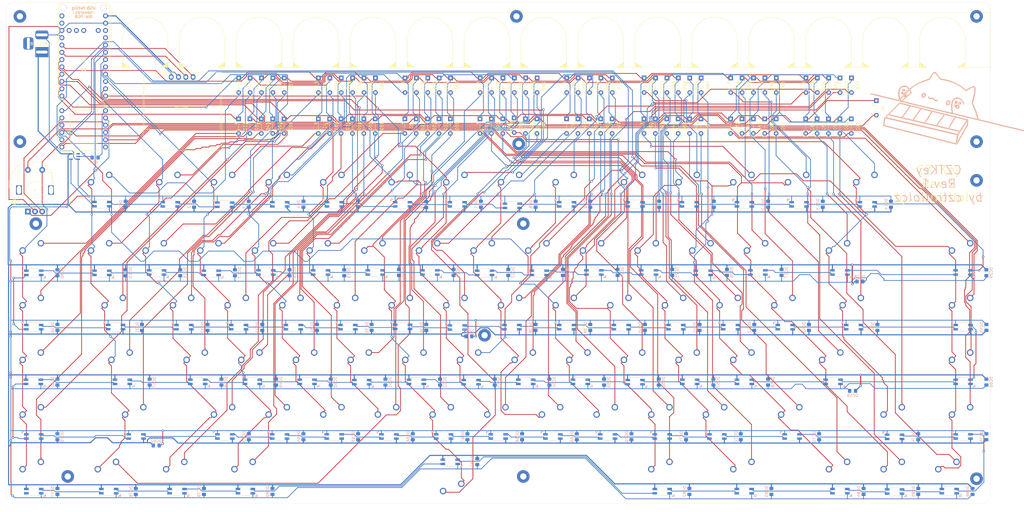
<source format=kicad_pcb>
(kicad_pcb (version 20171130) (host pcbnew "(5.1.4)-1")
  (layers (0 F.Cu signal) (31 B.Cu signal) (34 B.Paste user) (35 F.Paste user) (36 B.SilkS user) (37 F.SilkS user) (38 B.Mask user) (39 F.Mask user) (44 Edge.Cuts user))
  (net 0 "")
  (net 1 ROW0)
  (net 2 "Net-(D2-Pad2)")
  (net 3 "Net-(D3-Pad2)")
  (net 4 "Net-(D4-Pad2)")
  (net 5 "Net-(D5-Pad2)")
  (net 6 "Net-(D6-Pad2)")
  (net 7 "Net-(D7-Pad2)")
  (net 8 "Net-(D8-Pad2)")
  (net 9 "Net-(D9-Pad2)")
  (net 10 "Net-(D10-Pad2)")
  (net 11 "Net-(D11-Pad2)")
  (net 12 "Net-(D12-Pad2)")
  (net 13 "Net-(D13-Pad2)")
  (net 14 "Net-(D14-Pad2)")
  (net 15 "Net-(D15-Pad2)")
  (net 16 ROW1)
  (net 17 "Net-(D16-Pad2)")
  (net 18 "Net-(D17-Pad2)")
  (net 19 "Net-(D18-Pad2)")
  (net 20 "Net-(D19-Pad2)")
  (net 21 "Net-(D20-Pad2)")
  (net 22 "Net-(D21-Pad2)")
  (net 23 "Net-(D22-Pad2)")
  (net 24 "Net-(D23-Pad2)")
  (net 25 "Net-(D24-Pad2)")
  (net 26 "Net-(D25-Pad2)")
  (net 27 "Net-(D26-Pad2)")
  (net 28 "Net-(D27-Pad2)")
  (net 29 "Net-(D28-Pad2)")
  (net 30 "Net-(D29-Pad2)")
  (net 31 "Net-(D30-Pad2)")
  (net 32 ROW2)
  (net 33 "Net-(D31-Pad2)")
  (net 34 "Net-(D32-Pad2)")
  (net 35 "Net-(D33-Pad2)")
  (net 36 "Net-(D34-Pad2)")
  (net 37 "Net-(D35-Pad2)")
  (net 38 "Net-(D36-Pad2)")
  (net 39 "Net-(D37-Pad2)")
  (net 40 "Net-(D38-Pad2)")
  (net 41 "Net-(D39-Pad2)")
  (net 42 "Net-(D40-Pad2)")
  (net 43 "Net-(D41-Pad2)")
  (net 44 "Net-(D42-Pad2)")
  (net 45 "Net-(D43-Pad2)")
  (net 46 "Net-(D44-Pad2)")
  (net 47 "Net-(D45-Pad2)")
  (net 48 ROW3)
  (net 49 "Net-(D46-Pad2)")
  (net 50 "Net-(D47-Pad2)")
  (net 51 "Net-(D48-Pad2)")
  (net 52 "Net-(D49-Pad2)")
  (net 53 "Net-(D50-Pad2)")
  (net 54 "Net-(D51-Pad2)")
  (net 55 "Net-(D52-Pad2)")
  (net 56 "Net-(D53-Pad2)")
  (net 57 "Net-(D54-Pad2)")
  (net 58 "Net-(D55-Pad2)")
  (net 59 "Net-(D56-Pad2)")
  (net 60 "Net-(D57-Pad2)")
  (net 61 "Net-(D58-Pad2)")
  (net 62 "Net-(D59-Pad2)")
  (net 63 ROW4)
  (net 64 "Net-(D60-Pad2)")
  (net 65 "Net-(D61-Pad2)")
  (net 66 "Net-(D62-Pad2)")
  (net 67 "Net-(D63-Pad2)")
  (net 68 "Net-(D64-Pad2)")
  (net 69 "Net-(D65-Pad2)")
  (net 70 "Net-(D66-Pad2)")
  (net 71 "Net-(D67-Pad2)")
  (net 72 "Net-(D68-Pad2)")
  (net 73 "Net-(D69-Pad2)")
  (net 74 "Net-(D70-Pad2)")
  (net 75 "Net-(D71-Pad2)")
  (net 76 "Net-(D72-Pad2)")
  (net 77 "Net-(D73-Pad2)")
  (net 78 ROW5)
  (net 79 "Net-(D74-Pad2)")
  (net 80 "Net-(D75-Pad2)")
  (net 81 "Net-(D76-Pad2)")
  (net 82 "Net-(D77-Pad2)")
  (net 83 "Net-(D78-Pad2)")
  (net 84 "Net-(D79-Pad2)")
  (net 85 "Net-(D80-Pad2)")
  (net 86 "Net-(D81-Pad2)")
  (net 87 COL10)
  (net 88 COL1)
  (net 89 COL2)
  (net 90 COL3)
  (net 91 COL4)
  (net 92 COL5)
  (net 93 COL6)
  (net 94 COL7)
  (net 95 COL8)
  (net 96 COL9)
  (net 97 COL14)
  (net 98 COL12)
  (net 99 COL13)
  (net 100 COL0)
  (net 101 COL11)
  (net 102 COL15)
  (net 103 +5V)
  (net 104 "Net-(U1-PadA10)")
  (net 105 "Net-(U1-PadA9)")
  (net 106 "Net-(U1-PadD+)")
  (net 107 "Net-(U1-PadD-)")
  (net 108 "Net-(U1-PadCHRG)")
  (net 109 "Net-(U1-PadDFU)")
  (net 110 "Net-(U1-PadA3|5v)")
  (net 111 VCC)
  (net 112 "Net-(U1-PadRST)")
  (net 113 ENC_B)
  (net 114 ENC_A)
  (net 115 "Net-(D82-Pad2)")
  (net 116 "Net-(D83-Pad2)")
  (net 117 "Net-(D84-Pad2)")
  (net 118 "Net-(D85-Pad2)")
  (net 119 "Net-(D86-Pad2)")
  (net 120 OLEDSCL)
  (net 121 OLEDSDA)
  (net 122 RGB_MATRIX)
  (net 123 ENC_S2)
  (net 124 EXT_5V)
  (net 125 "Net-(BJ_LED5V1-Pad3)")
  (net 126 "Net-(EXT_IC1-Pad4)")
  (net 127 "Net-(EXT_IC1-Pad1)")
  (net 128 "Net-(LED1-Pad2)")
  (net 129 "Net-(LED2-Pad2)")
  (net 130 "Net-(LED3-Pad2)")
  (net 131 "Net-(LED28-Pad4)")
  (net 132 "Net-(LED29-Pad4)")
  (net 133 "Net-(LED31-Pad2)")
  (net 134 "Net-(LED32-Pad2)")
  (net 135 "Net-(LED44-Pad2)")
  (net 136 "Net-(LED45-Pad2)")
  (net 137 "Net-(LED47-Pad4)")
  (net 138 "Net-(LED48-Pad4)")
  (net 139 "Net-(LED59-Pad4)")
  (net 140 "Net-(LED60-Pad4)")
  (net 141 "Net-(LED62-Pad2)")
  (net 142 "Net-(LED63-Pad2)")
  (net 143 "Net-(LED64-Pad2)")
  (net 144 "Net-(LED65-Pad2)")
  (net 145 "Net-(LED66-Pad2)")
  (net 146 "Net-(LED67-Pad2)")
  (net 147 "Net-(LED68-Pad2)")
  (net 148 "Net-(LED69-Pad2)")
  (net 149 "Net-(LED70-Pad2)")
  (net 150 "Net-(LED71-Pad2)")
  (net 151 "Net-(LED72-Pad2)")
  (net 152 "Net-(LED73-Pad2)")
  (net 153 "Net-(LED74-Pad2)")
  (net 154 "Net-(LED78-Pad4)")
  (net 155 "Net-(LED79-Pad4)")
  (net 156 "Net-(LED80-Pad4)")
  (net 157 "Net-(LED81-Pad4)")
  (net 158 "Net-(LED82-Pad4)")
  (net 159 "Net-(LED83-Pad4)")
  (net 160 "Net-(LED84-Pad4)")
  (net 161 "Net-(PCB_BC1-Pad1)")
  (net 162 "Net-(PCB_BL1-Pad1)")
  (net 163 "Net-(PCB_BR1-Pad1)")
  (net 164 "Net-(PCB_TC1-Pad1)")
  (net 165 "Net-(PCB_TL1-Pad1)")
  (net 166 "Net-(PCB_TR1-Pad1)")
  (net 167 "Net-(PLATE_BC1-Pad1)")
  (net 168 "Net-(PLATE_BL1-Pad1)")
  (net 169 "Net-(PLATE_BR1-Pad1)")
  (net 170 "Net-(PLATE_TC1-Pad1)")
  (net 171 "Net-(PLATE_TL1-Pad1)")
  (net 172 "Net-(PLATE_TR1-Pad1)")
  (net 173 "Net-(R1-Pad2)")
  (net 174 "Net-(PCB_MC1-Pad1)")
  (net 175 GND)
  (net 176 "Net-(D87-Pad2)")
  (net 177 "Net-(LED4-Pad2)")
  (net 178 "Net-(LED5-Pad2)")
  (net 179 "Net-(LED6-Pad2)")
  (net 180 "Net-(LED7-Pad2)")
  (net 181 "Net-(LED8-Pad2)")
  (net 182 "Net-(LED10-Pad4)")
  (net 183 "Net-(LED10-Pad2)")
  (net 184 "Net-(LED11-Pad2)")
  (net 185 "Net-(LED12-Pad2)")
  (net 186 "Net-(LED13-Pad2)")
  (net 187 "Net-(LED14-Pad2)")
  (net 188 "Net-(LED15-Pad4)")
  (net 189 "Net-(LED15-Pad2)")
  (net 190 "Net-(LED16-Pad4)")
  (net 191 "Net-(LED17-Pad4)")
  (net 192 "Net-(LED18-Pad4)")
  (net 193 "Net-(LED19-Pad4)")
  (net 194 "Net-(LED20-Pad4)")
  (net 195 "Net-(LED21-Pad4)")
  (net 196 "Net-(LED22-Pad4)")
  (net 197 "Net-(LED23-Pad4)")
  (net 198 "Net-(LED24-Pad4)")
  (net 199 "Net-(LED25-Pad4)")
  (net 200 "Net-(LED26-Pad4)")
  (net 201 "Net-(LED27-Pad4)")
  (net 202 "Net-(LED33-Pad2)")
  (net 203 "Net-(LED34-Pad2)")
  (net 204 "Net-(LED35-Pad2)")
  (net 205 "Net-(LED36-Pad2)")
  (net 206 "Net-(LED37-Pad2)")
  (net 207 "Net-(LED38-Pad2)")
  (net 208 "Net-(LED39-Pad2)")
  (net 209 "Net-(LED40-Pad2)")
  (net 210 "Net-(LED41-Pad2)")
  (net 211 "Net-(LED42-Pad2)")
  (net 212 "Net-(LED43-Pad2)")
  (net 213 "Net-(LED46-Pad2)")
  (net 214 "Net-(LED47-Pad2)")
  (net 215 "Net-(LED49-Pad4)")
  (net 216 "Net-(LED50-Pad4)")
  (net 217 "Net-(LED51-Pad4)")
  (net 218 "Net-(LED52-Pad4)")
  (net 219 "Net-(LED53-Pad4)")
  (net 220 "Net-(LED54-Pad4)")
  (net 221 "Net-(LED55-Pad4)")
  (net 222 "Net-(LED56-Pad4)")
  (net 223 "Net-(LED57-Pad4)")
  (net 224 "Net-(LED58-Pad4)")
  (net 225 "Net-(LED75-Pad2)")
  (net 226 "Net-(LED76-Pad2)")
  (net 227 "Net-(LED77-Pad4)")
  (net 228 "Net-(LED77-Pad2)")
  (net 229 "Net-(LED85-Pad4)")
  (module MX_Only:MXOnly-1.25U-NoLED (layer F.Cu) (at 73.8188 180.181)
    (fp_text reference MX_WIN1)
    (fp_text value MX-NoLED)
    (pad 2 thru_hole circle (at 2.54 -5.08) (size 2.25 2.25) (drill 1.47) (layers *.Cu B.Mask) (net 85 "Net-(D80-Pad2)"))
    (pad "" np_thru_hole circle (at 0 0) (size 3.9878 3.9878) (drill 3.9878) (layers *.Cu *.Mask))
    (pad 1 thru_hole circle (at -3.81 -2.54) (size 2.25 2.25) (drill 1.47) (layers *.Cu B.Mask) (net 89 COL2))
    (pad "" np_thru_hole circle (at -5.08 0 48.0996) (size 1.75 1.75) (drill 1.75) (layers *.Cu *.Mask))
    (pad "" np_thru_hole circle (at 5.08 0 48.0996) (size 1.75 1.75) (drill 1.75) (layers *.Cu *.Mask))
  )
  (module MX_Only:MXOnly-1.25U-NoLED (layer F.Cu) (at 50.0062 180.181)
    (fp_text reference MX_CTRL_L1)
    (fp_text value MX-NoLED)
    (pad 2 thru_hole circle (at 2.54 -5.08) (size 2.25 2.25) (drill 1.47) (layers *.Cu B.Mask) (net 84 "Net-(D79-Pad2)"))
    (pad "" np_thru_hole circle (at 0 0) (size 3.9878 3.9878) (drill 3.9878) (layers *.Cu *.Mask))
    (pad 1 thru_hole circle (at -3.81 -2.54) (size 2.25 2.25) (drill 1.47) (layers *.Cu B.Mask) (net 88 COL1))
    (pad "" np_thru_hole circle (at -5.08 0 48.0996) (size 1.75 1.75) (drill 1.75) (layers *.Cu *.Mask))
    (pad "" np_thru_hole circle (at 5.08 0 48.0996) (size 1.75 1.75) (drill 1.75) (layers *.Cu *.Mask))
  )
  (module MX_Only:MXOnly-1.25U-NoLED (layer F.Cu) (at 97.6312 180.181)
    (fp_text reference MX_ALT_L1)
    (fp_text value MX-NoLED)
    (pad 2 thru_hole circle (at 2.54 -5.08) (size 2.25 2.25) (drill 1.47) (layers *.Cu B.Mask) (net 86 "Net-(D81-Pad2)"))
    (pad "" np_thru_hole circle (at 0 0) (size 3.9878 3.9878) (drill 3.9878) (layers *.Cu *.Mask))
    (pad 1 thru_hole circle (at -3.81 -2.54) (size 2.25 2.25) (drill 1.47) (layers *.Cu B.Mask) (net 90 COL3))
    (pad "" np_thru_hole circle (at -5.08 0 48.0996) (size 1.75 1.75) (drill 1.75) (layers *.Cu *.Mask))
    (pad "" np_thru_hole circle (at 5.08 0 48.0996) (size 1.75 1.75) (drill 1.75) (layers *.Cu *.Mask))
  )
  (module MX_Only:MXOnly-6.25U-NoLED (layer F.Cu) (at 169.069 180.181 180)
    (fp_text reference MX_SPACE1)
    (fp_text value MX-NoLED)
    (pad 2 thru_hole circle (at 2.54 -5.08 180) (size 2.25 2.25) (drill 1.47) (layers *.Cu B.Mask) (net 115 "Net-(D82-Pad2)"))
    (pad "" np_thru_hole circle (at 0 0 180) (size 3.9878 3.9878) (drill 3.9878) (layers *.Cu *.Mask))
    (pad 1 thru_hole circle (at -3.81 -2.54 180) (size 2.25 2.25) (drill 1.47) (layers *.Cu B.Mask) (net 93 COL6))
    (pad "" np_thru_hole circle (at -5.08 0 228.0996) (size 1.75 1.75) (drill 1.75) (layers *.Cu *.Mask))
    (pad "" np_thru_hole circle (at 5.08 0 228.0996) (size 1.75 1.75) (drill 1.75) (layers *.Cu *.Mask))
    (pad "" np_thru_hole circle (at -49.9999 -6.985 180) (size 3.048 3.048) (drill 3.048) (layers *.Cu *.Mask))
    (pad "" np_thru_hole circle (at 49.9999 -6.985 180) (size 3.048 3.048) (drill 3.048) (layers *.Cu *.Mask))
    (pad "" np_thru_hole circle (at -49.9999 8.255 180) (size 3.9878 3.9878) (drill 3.9878) (layers *.Cu *.Mask))
    (pad "" np_thru_hole circle (at 49.9999 8.255 180) (size 3.9878 3.9878) (drill 3.9878) (layers *.Cu *.Mask))
  )
  (module MX_Only:MXOnly-1.5U-NoLED (layer F.Cu) (at 271.463 180.181)
    (fp_text reference MX_CTRL_R1)
    (fp_text value MX-NoLED)
    (pad 2 thru_hole circle (at 2.54 -5.08) (size 2.25 2.25) (drill 1.47) (layers *.Cu B.Mask) (net 117 "Net-(D84-Pad2)"))
    (pad "" np_thru_hole circle (at 0 0) (size 3.9878 3.9878) (drill 3.9878) (layers *.Cu *.Mask))
    (pad 1 thru_hole circle (at -3.81 -2.54) (size 2.25 2.25) (drill 1.47) (layers *.Cu B.Mask) (net 101 COL11))
    (pad "" np_thru_hole circle (at -5.08 0 48.0996) (size 1.75 1.75) (drill 1.75) (layers *.Cu *.Mask))
    (pad "" np_thru_hole circle (at 5.08 0 48.0996) (size 1.75 1.75) (drill 1.75) (layers *.Cu *.Mask))
  )
  (module MX_Only:MXOnly-1.5U-NoLED (layer F.Cu) (at 52.3875 123.031)
    (fp_text reference MX_TAB1)
    (fp_text value MX-NoLED)
    (pad 2 thru_hole circle (at 2.54 -5.08) (size 2.25 2.25) (drill 1.47) (layers *.Cu B.Mask) (net 35 "Net-(D33-Pad2)"))
    (pad "" np_thru_hole circle (at 0 0) (size 3.9878 3.9878) (drill 3.9878) (layers *.Cu *.Mask))
    (pad 1 thru_hole circle (at -3.81 -2.54) (size 2.25 2.25) (drill 1.47) (layers *.Cu B.Mask) (net 88 COL1))
    (pad "" np_thru_hole circle (at -5.08 0 48.0996) (size 1.75 1.75) (drill 1.75) (layers *.Cu *.Mask))
    (pad "" np_thru_hole circle (at 5.08 0 48.0996) (size 1.75 1.75) (drill 1.75) (layers *.Cu *.Mask))
  )
  (module MX_Only:MXOnly-1.5U-NoLED (layer F.Cu) (at 309.563 123.031)
    (fp_text reference MX_BCKSLASH1)
    (fp_text value MX-NoLED)
    (pad 2 thru_hole circle (at 2.54 -5.08) (size 2.25 2.25) (drill 1.47) (layers *.Cu B.Mask) (net 49 "Net-(D46-Pad2)"))
    (pad "" np_thru_hole circle (at 0 0) (size 3.9878 3.9878) (drill 3.9878) (layers *.Cu *.Mask))
    (pad 1 thru_hole circle (at -3.81 -2.54) (size 2.25 2.25) (drill 1.47) (layers *.Cu B.Mask) (net 97 COL14))
    (pad "" np_thru_hole circle (at -5.08 0 48.0996) (size 1.75 1.75) (drill 1.75) (layers *.Cu *.Mask))
    (pad "" np_thru_hole circle (at 5.08 0 48.0996) (size 1.75 1.75) (drill 1.75) (layers *.Cu *.Mask))
  )
  (module MX_Only:MXOnly-1.5U-NoLED (layer F.Cu) (at 242.8875 180.18125)
    (fp_text reference MX_ALT_R1)
    (fp_text value MX-NoLED)
    (pad 2 thru_hole circle (at 2.54 -5.08) (size 2.25 2.25) (drill 1.47) (layers *.Cu B.Mask) (net 116 "Net-(D83-Pad2)"))
    (pad "" np_thru_hole circle (at 0 0) (size 3.9878 3.9878) (drill 3.9878) (layers *.Cu *.Mask))
    (pad 1 thru_hole circle (at -3.81 -2.54) (size 2.25 2.25) (drill 1.47) (layers *.Cu B.Mask) (net 87 COL10))
    (pad "" np_thru_hole circle (at -5.08 0 48.0996) (size 1.75 1.75) (drill 1.75) (layers *.Cu *.Mask))
    (pad "" np_thru_hole circle (at 5.08 0 48.0996) (size 1.75 1.75) (drill 1.75) (layers *.Cu *.Mask))
  )
  (module MX_Only:MXOnly-1U-NoLED (layer F.Cu) (at 342.9 180.181)
    (fp_text reference MX_RIGHT1)
    (fp_text value MX-NoLED)
    (pad 2 thru_hole circle (at 2.54 -5.08) (size 2.25 2.25) (drill 1.47) (layers *.Cu B.Mask) (net 176 "Net-(D87-Pad2)"))
    (pad "" np_thru_hole circle (at 0 0) (size 3.9878 3.9878) (drill 3.9878) (layers *.Cu *.Mask))
    (pad 1 thru_hole circle (at -3.81 -2.54) (size 2.25 2.25) (drill 1.47) (layers *.Cu B.Mask) (net 102 COL15))
    (pad "" np_thru_hole circle (at -5.08 0 48.0996) (size 1.75 1.75) (drill 1.75) (layers *.Cu *.Mask))
    (pad "" np_thru_hole circle (at 5.08 0 48.0996) (size 1.75 1.75) (drill 1.75) (layers *.Cu *.Mask))
  )
  (module MX_Only:MXOnly-1U-NoLED (layer F.Cu) (at 304.8 180.181)
    (fp_text reference MX_LEFT1)
    (fp_text value MX-NoLED)
    (pad 2 thru_hole circle (at 2.54 -5.08) (size 2.25 2.25) (drill 1.47) (layers *.Cu B.Mask) (net 118 "Net-(D85-Pad2)"))
    (pad "" np_thru_hole circle (at 0 0) (size 3.9878 3.9878) (drill 3.9878) (layers *.Cu *.Mask))
    (pad 1 thru_hole circle (at -3.81 -2.54) (size 2.25 2.25) (drill 1.47) (layers *.Cu B.Mask) (net 98 COL12))
    (pad "" np_thru_hole circle (at -5.08 0 48.0996) (size 1.75 1.75) (drill 1.75) (layers *.Cu *.Mask))
    (pad "" np_thru_hole circle (at 5.08 0 48.0996) (size 1.75 1.75) (drill 1.75) (layers *.Cu *.Mask))
  )
  (module MX_Only:MXOnly-1U-NoLED (layer F.Cu) (at 323.85 180.181)
    (fp_text reference MX_DOWN1)
    (fp_text value MX-NoLED)
    (pad 2 thru_hole circle (at 2.54 -5.08) (size 2.25 2.25) (drill 1.47) (layers *.Cu B.Mask) (net 119 "Net-(D86-Pad2)"))
    (pad "" np_thru_hole circle (at 0 0) (size 3.9878 3.9878) (drill 3.9878) (layers *.Cu *.Mask))
    (pad 1 thru_hole circle (at -3.81 -2.54) (size 2.25 2.25) (drill 1.47) (layers *.Cu B.Mask) (net 99 COL13))
    (pad "" np_thru_hole circle (at -5.08 0 48.0996) (size 1.75 1.75) (drill 1.75) (layers *.Cu *.Mask))
    (pad "" np_thru_hole circle (at 5.08 0 48.0996) (size 1.75 1.75) (drill 1.75) (layers *.Cu *.Mask))
  )
  (module MX_Only:MXOnly-1.75U-NoLED (layer F.Cu) (at 288.131 161.131)
    (fp_text reference MX_SHIFT_R1)
    (fp_text value MX-NoLED)
    (pad 2 thru_hole circle (at 2.54 -5.08) (size 2.25 2.25) (drill 1.47) (layers *.Cu B.Mask) (net 80 "Net-(D75-Pad2)"))
    (pad "" np_thru_hole circle (at 0 0) (size 3.9878 3.9878) (drill 3.9878) (layers *.Cu *.Mask))
    (pad 1 thru_hole circle (at -3.81 -2.54) (size 2.25 2.25) (drill 1.47) (layers *.Cu B.Mask) (net 98 COL12))
    (pad "" np_thru_hole circle (at -5.08 0 48.0996) (size 1.75 1.75) (drill 1.75) (layers *.Cu *.Mask))
    (pad "" np_thru_hole circle (at 5.08 0 48.0996) (size 1.75 1.75) (drill 1.75) (layers *.Cu *.Mask))
  )
  (module MX_Only:MXOnly-1.75U-NoLED (layer F.Cu) (at 54.7688 142.081)
    (fp_text reference MX_CAPS1)
    (fp_text value MX-NoLED)
    (pad 2 thru_hole circle (at 2.54 -5.08) (size 2.25 2.25) (drill 1.47) (layers *.Cu B.Mask) (net 52 "Net-(D49-Pad2)"))
    (pad "" np_thru_hole circle (at 0 0) (size 3.9878 3.9878) (drill 3.9878) (layers *.Cu *.Mask))
    (pad 1 thru_hole circle (at -3.81 -2.54) (size 2.25 2.25) (drill 1.47) (layers *.Cu B.Mask) (net 88 COL1))
    (pad "" np_thru_hole circle (at -5.08 0 48.0996) (size 1.75 1.75) (drill 1.75) (layers *.Cu *.Mask))
    (pad "" np_thru_hole circle (at 5.08 0 48.0996) (size 1.75 1.75) (drill 1.75) (layers *.Cu *.Mask))
  )
  (module MX_Only:MXOnly-2.25U-NoLED (layer F.Cu) (at 302.419 142.081)
    (fp_text reference MX_ENTER1)
    (fp_text value MX-NoLED)
    (pad 2 thru_hole circle (at 2.54 -5.08) (size 2.25 2.25) (drill 1.47) (layers *.Cu B.Mask) (net 65 "Net-(D61-Pad2)"))
    (pad "" np_thru_hole circle (at 0 0) (size 3.9878 3.9878) (drill 3.9878) (layers *.Cu *.Mask))
    (pad 1 thru_hole circle (at -3.81 -2.54) (size 2.25 2.25) (drill 1.47) (layers *.Cu B.Mask) (net 99 COL13))
    (pad "" np_thru_hole circle (at -5.08 0 48.0996) (size 1.75 1.75) (drill 1.75) (layers *.Cu *.Mask))
    (pad "" np_thru_hole circle (at 5.08 0 48.0996) (size 1.75 1.75) (drill 1.75) (layers *.Cu *.Mask))
    (pad "" np_thru_hole circle (at -11.90625 -6.985) (size 3.048 3.048) (drill 3.048) (layers *.Cu *.Mask))
    (pad "" np_thru_hole circle (at 11.90625 -6.985) (size 3.048 3.048) (drill 3.048) (layers *.Cu *.Mask))
    (pad "" np_thru_hole circle (at -11.90625 8.255) (size 3.9878 3.9878) (drill 3.9878) (layers *.Cu *.Mask))
    (pad "" np_thru_hole circle (at 11.90625 8.255) (size 3.9878 3.9878) (drill 3.9878) (layers *.Cu *.Mask))
  )
  (module MX_Only:MXOnly-2.25U-NoLED (layer F.Cu) (at 59.5312 161.131)
    (fp_text reference MX_SHIFT_L1)
    (fp_text value MX-NoLED)
    (pad 2 thru_hole circle (at 2.54 -5.08) (size 2.25 2.25) (drill 1.47) (layers *.Cu B.Mask) (net 68 "Net-(D64-Pad2)"))
    (pad "" np_thru_hole circle (at 0 0) (size 3.9878 3.9878) (drill 3.9878) (layers *.Cu *.Mask))
    (pad 1 thru_hole circle (at -3.81 -2.54) (size 2.25 2.25) (drill 1.47) (layers *.Cu B.Mask) (net 88 COL1))
    (pad "" np_thru_hole circle (at -5.08 0 48.0996) (size 1.75 1.75) (drill 1.75) (layers *.Cu *.Mask))
    (pad "" np_thru_hole circle (at 5.08 0 48.0996) (size 1.75 1.75) (drill 1.75) (layers *.Cu *.Mask))
    (pad "" np_thru_hole circle (at -11.90625 -6.985) (size 3.048 3.048) (drill 3.048) (layers *.Cu *.Mask))
    (pad "" np_thru_hole circle (at 11.90625 -6.985) (size 3.048 3.048) (drill 3.048) (layers *.Cu *.Mask))
    (pad "" np_thru_hole circle (at -11.90625 8.255) (size 3.9878 3.9878) (drill 3.9878) (layers *.Cu *.Mask))
    (pad "" np_thru_hole circle (at 11.90625 8.255) (size 3.9878 3.9878) (drill 3.9878) (layers *.Cu *.Mask))
  )
  (module MX_Only:MXOnly-1U-NoLED (layer F.Cu) (at 285.75 123.031)
    (fp_text reference MX_BR_L1)
    (fp_text value MX-NoLED)
    (pad 2 thru_hole circle (at 2.54 -5.08) (size 2.25 2.25) (drill 1.47) (layers *.Cu B.Mask) (net 47 "Net-(D45-Pad2)"))
    (pad "" np_thru_hole circle (at 0 0) (size 3.9878 3.9878) (drill 3.9878) (layers *.Cu *.Mask))
    (pad 1 thru_hole circle (at -3.81 -2.54) (size 2.25 2.25) (drill 1.47) (layers *.Cu B.Mask) (net 99 COL13))
    (pad "" np_thru_hole circle (at -5.08 0 48.0996) (size 1.75 1.75) (drill 1.75) (layers *.Cu *.Mask))
    (pad "" np_thru_hole circle (at 5.08 0 48.0996) (size 1.75 1.75) (drill 1.75) (layers *.Cu *.Mask))
  )
  (module MX_Only:MXOnly-1U-NoLED (layer F.Cu) (at 171.45 123.031)
    (fp_text reference MX_Y1)
    (fp_text value MX-NoLED)
    (pad 2 thru_hole circle (at 2.54 -5.08) (size 2.25 2.25) (drill 1.47) (layers *.Cu B.Mask) (net 41 "Net-(D39-Pad2)"))
    (pad "" np_thru_hole circle (at 0 0) (size 3.9878 3.9878) (drill 3.9878) (layers *.Cu *.Mask))
    (pad 1 thru_hole circle (at -3.81 -2.54) (size 2.25 2.25) (drill 1.47) (layers *.Cu B.Mask) (net 94 COL7))
    (pad "" np_thru_hole circle (at -5.08 0 48.0996) (size 1.75 1.75) (drill 1.75) (layers *.Cu *.Mask))
    (pad "" np_thru_hole circle (at 5.08 0 48.0996) (size 1.75 1.75) (drill 1.75) (layers *.Cu *.Mask))
  )
  (module MX_Only:MXOnly-2U-NoLED (layer F.Cu) (at 304.8 103.981)
    (fp_text reference MX_BACKSPACE1)
    (fp_text value MX-NoLED)
    (pad 2 thru_hole circle (at 2.54 -5.08) (size 2.25 2.25) (drill 1.47) (layers *.Cu B.Mask) (net 31 "Net-(D30-Pad2)"))
    (pad "" np_thru_hole circle (at 0 0) (size 3.9878 3.9878) (drill 3.9878) (layers *.Cu *.Mask))
    (pad 1 thru_hole circle (at -3.81 -2.54) (size 2.25 2.25) (drill 1.47) (layers *.Cu B.Mask) (net 97 COL14))
    (pad "" np_thru_hole circle (at -5.08 0 48.0996) (size 1.75 1.75) (drill 1.75) (layers *.Cu *.Mask))
    (pad "" np_thru_hole circle (at 5.08 0 48.0996) (size 1.75 1.75) (drill 1.75) (layers *.Cu *.Mask))
    (pad "" np_thru_hole circle (at -11.90625 -6.985) (size 3.048 3.048) (drill 3.048) (layers *.Cu *.Mask))
    (pad "" np_thru_hole circle (at 11.90625 -6.985) (size 3.048 3.048) (drill 3.048) (layers *.Cu *.Mask))
    (pad "" np_thru_hole circle (at -11.90625 8.255) (size 3.9878 3.9878) (drill 3.9878) (layers *.Cu *.Mask))
    (pad "" np_thru_hole circle (at 11.90625 8.255) (size 3.9878 3.9878) (drill 3.9878) (layers *.Cu *.Mask))
  )
  (module MX_Only:MXOnly-1U-NoLED (layer F.Cu) (at 190.5 123.031)
    (fp_text reference MX_U1)
    (fp_text value MX-NoLED)
    (pad 2 thru_hole circle (at 2.54 -5.08) (size 2.25 2.25) (drill 1.47) (layers *.Cu B.Mask) (net 42 "Net-(D40-Pad2)"))
    (pad "" np_thru_hole circle (at 0 0) (size 3.9878 3.9878) (drill 3.9878) (layers *.Cu *.Mask))
    (pad 1 thru_hole circle (at -3.81 -2.54) (size 2.25 2.25) (drill 1.47) (layers *.Cu B.Mask) (net 95 COL8))
    (pad "" np_thru_hole circle (at -5.08 0 48.0996) (size 1.75 1.75) (drill 1.75) (layers *.Cu *.Mask))
    (pad "" np_thru_hole circle (at 5.08 0 48.0996) (size 1.75 1.75) (drill 1.75) (layers *.Cu *.Mask))
  )
  (module MX_Only:MXOnly-1U-NoLED (layer F.Cu) (at 314.325 80.1688)
    (fp_text reference MX_PRTSC1)
    (fp_text value MX-NoLED)
    (pad 2 thru_hole circle (at 2.54 -5.08) (size 2.25 2.25) (drill 1.47) (layers *.Cu B.Mask) (net 15 "Net-(D15-Pad2)"))
    (pad "" np_thru_hole circle (at 0 0) (size 3.9878 3.9878) (drill 3.9878) (layers *.Cu *.Mask))
    (pad 1 thru_hole circle (at -3.81 -2.54) (size 2.25 2.25) (drill 1.47) (layers *.Cu B.Mask) (net 97 COL14))
    (pad "" np_thru_hole circle (at -5.08 0 48.0996) (size 1.75 1.75) (drill 1.75) (layers *.Cu *.Mask))
    (pad "" np_thru_hole circle (at 5.08 0 48.0996) (size 1.75 1.75) (drill 1.75) (layers *.Cu *.Mask))
  )
  (module MX_Only:MXOnly-1U-NoLED (layer F.Cu) (at 271.463 80.1688)
    (fp_text reference MX_F11)
    (fp_text value MX-NoLED)
    (pad 2 thru_hole circle (at 2.54 -5.08) (size 2.25 2.25) (drill 1.47) (layers *.Cu B.Mask) (net 13 "Net-(D13-Pad2)"))
    (pad "" np_thru_hole circle (at 0 0) (size 3.9878 3.9878) (drill 3.9878) (layers *.Cu *.Mask))
    (pad 1 thru_hole circle (at -3.81 -2.54) (size 2.25 2.25) (drill 1.47) (layers *.Cu B.Mask) (net 98 COL12))
    (pad "" np_thru_hole circle (at -5.08 0 48.0996) (size 1.75 1.75) (drill 1.75) (layers *.Cu *.Mask))
    (pad "" np_thru_hole circle (at 5.08 0 48.0996) (size 1.75 1.75) (drill 1.75) (layers *.Cu *.Mask))
  )
  (module MX_Only:MXOnly-1U-NoLED (layer F.Cu) (at 290.513 80.1688)
    (fp_text reference MX_F12)
    (fp_text value MX-NoLED)
    (pad 2 thru_hole circle (at 2.54 -5.08) (size 2.25 2.25) (drill 1.47) (layers *.Cu B.Mask) (net 14 "Net-(D14-Pad2)"))
    (pad "" np_thru_hole circle (at 0 0) (size 3.9878 3.9878) (drill 3.9878) (layers *.Cu *.Mask))
    (pad 1 thru_hole circle (at -3.81 -2.54) (size 2.25 2.25) (drill 1.47) (layers *.Cu B.Mask) (net 99 COL13))
    (pad "" np_thru_hole circle (at -5.08 0 48.0996) (size 1.75 1.75) (drill 1.75) (layers *.Cu *.Mask))
    (pad "" np_thru_hole circle (at 5.08 0 48.0996) (size 1.75 1.75) (drill 1.75) (layers *.Cu *.Mask))
  )
  (module MX_Only:MXOnly-1U-NoLED (layer F.Cu) (at 23.8125 180.181)
    (fp_text reference MX_MAC5)
    (fp_text value MX-NoLED)
    (pad 2 thru_hole circle (at 2.54 -5.08) (size 2.25 2.25) (drill 1.47) (layers *.Cu B.Mask) (net 83 "Net-(D78-Pad2)"))
    (pad "" np_thru_hole circle (at 0 0) (size 3.9878 3.9878) (drill 3.9878) (layers *.Cu *.Mask))
    (pad 1 thru_hole circle (at -3.81 -2.54) (size 2.25 2.25) (drill 1.47) (layers *.Cu B.Mask) (net 100 COL0))
    (pad "" np_thru_hole circle (at -5.08 0 48.0996) (size 1.75 1.75) (drill 1.75) (layers *.Cu *.Mask))
    (pad "" np_thru_hole circle (at 5.08 0 48.0996) (size 1.75 1.75) (drill 1.75) (layers *.Cu *.Mask))
  )
  (module MX_Only:MXOnly-1U-NoLED (layer F.Cu) (at 23.8125 161.131)
    (fp_text reference MX_MAC4)
    (fp_text value MX-NoLED)
    (pad 2 thru_hole circle (at 2.54 -5.08) (size 2.25 2.25) (drill 1.47) (layers *.Cu B.Mask) (net 67 "Net-(D63-Pad2)"))
    (pad "" np_thru_hole circle (at 0 0) (size 3.9878 3.9878) (drill 3.9878) (layers *.Cu *.Mask))
    (pad 1 thru_hole circle (at -3.81 -2.54) (size 2.25 2.25) (drill 1.47) (layers *.Cu B.Mask) (net 100 COL0))
    (pad "" np_thru_hole circle (at -5.08 0 48.0996) (size 1.75 1.75) (drill 1.75) (layers *.Cu *.Mask))
    (pad "" np_thru_hole circle (at 5.08 0 48.0996) (size 1.75 1.75) (drill 1.75) (layers *.Cu *.Mask))
  )
  (module MX_Only:MXOnly-1U-NoLED (layer F.Cu) (at 23.8125 142.081)
    (fp_text reference MX_MAC3)
    (fp_text value MX-NoLED)
    (pad 2 thru_hole circle (at 2.54 -5.08) (size 2.25 2.25) (drill 1.47) (layers *.Cu B.Mask) (net 51 "Net-(D48-Pad2)"))
    (pad "" np_thru_hole circle (at 0 0) (size 3.9878 3.9878) (drill 3.9878) (layers *.Cu *.Mask))
    (pad 1 thru_hole circle (at -3.81 -2.54) (size 2.25 2.25) (drill 1.47) (layers *.Cu B.Mask) (net 100 COL0))
    (pad "" np_thru_hole circle (at -5.08 0 48.0996) (size 1.75 1.75) (drill 1.75) (layers *.Cu *.Mask))
    (pad "" np_thru_hole circle (at 5.08 0 48.0996) (size 1.75 1.75) (drill 1.75) (layers *.Cu *.Mask))
  )
  (module MX_Only:MXOnly-1U-NoLED (layer F.Cu) (at 23.8125 123.031)
    (fp_text reference MX_MAC2)
    (fp_text value MX-NoLED)
    (pad 2 thru_hole circle (at 2.54 -5.08) (size 2.25 2.25) (drill 1.47) (layers *.Cu B.Mask) (net 34 "Net-(D32-Pad2)"))
    (pad "" np_thru_hole circle (at 0 0) (size 3.9878 3.9878) (drill 3.9878) (layers *.Cu *.Mask))
    (pad 1 thru_hole circle (at -3.81 -2.54) (size 2.25 2.25) (drill 1.47) (layers *.Cu B.Mask) (net 100 COL0))
    (pad "" np_thru_hole circle (at -5.08 0 48.0996) (size 1.75 1.75) (drill 1.75) (layers *.Cu *.Mask))
    (pad "" np_thru_hole circle (at 5.08 0 48.0996) (size 1.75 1.75) (drill 1.75) (layers *.Cu *.Mask))
  )
  (module MX_Only:MXOnly-1U-NoLED (layer F.Cu) (at 23.8125 103.981)
    (fp_text reference MX_MAC1)
    (fp_text value MX-NoLED)
    (pad 2 thru_hole circle (at 2.54 -5.08) (size 2.25 2.25) (drill 1.47) (layers *.Cu B.Mask) (net 17 "Net-(D16-Pad2)"))
    (pad "" np_thru_hole circle (at 0 0) (size 3.9878 3.9878) (drill 3.9878) (layers *.Cu *.Mask))
    (pad 1 thru_hole circle (at -3.81 -2.54) (size 2.25 2.25) (drill 1.47) (layers *.Cu B.Mask) (net 100 COL0))
    (pad "" np_thru_hole circle (at -5.08 0 48.0996) (size 1.75 1.75) (drill 1.75) (layers *.Cu *.Mask))
    (pad "" np_thru_hole circle (at 5.08 0 48.0996) (size 1.75 1.75) (drill 1.75) (layers *.Cu *.Mask))
  )
  (module MX_Only:MXOnly-1U-NoLED (layer F.Cu) (at 223.837 161.131)
    (fp_text reference MX_COMMA1)
    (fp_text value MX-NoLED)
    (pad 2 thru_hole circle (at 2.54 -5.08) (size 2.25 2.25) (drill 1.47) (layers *.Cu B.Mask) (net 76 "Net-(D72-Pad2)"))
    (pad "" np_thru_hole circle (at 0 0) (size 3.9878 3.9878) (drill 3.9878) (layers *.Cu *.Mask))
    (pad 1 thru_hole circle (at -3.81 -2.54) (size 2.25 2.25) (drill 1.47) (layers *.Cu B.Mask) (net 96 COL9))
    (pad "" np_thru_hole circle (at -5.08 0 48.0996) (size 1.75 1.75) (drill 1.75) (layers *.Cu *.Mask))
    (pad "" np_thru_hole circle (at 5.08 0 48.0996) (size 1.75 1.75) (drill 1.75) (layers *.Cu *.Mask))
  )
  (module MX_Only:MXOnly-1U-NoLED (layer F.Cu) (at 90.4875 161.131)
    (fp_text reference MX_Z1)
    (fp_text value MX-NoLED)
    (pad 2 thru_hole circle (at 2.54 -5.08) (size 2.25 2.25) (drill 1.47) (layers *.Cu B.Mask) (net 69 "Net-(D65-Pad2)"))
    (pad "" np_thru_hole circle (at 0 0) (size 3.9878 3.9878) (drill 3.9878) (layers *.Cu *.Mask))
    (pad 1 thru_hole circle (at -3.81 -2.54) (size 2.25 2.25) (drill 1.47) (layers *.Cu B.Mask) (net 89 COL2))
    (pad "" np_thru_hole circle (at -5.08 0 48.0996) (size 1.75 1.75) (drill 1.75) (layers *.Cu *.Mask))
    (pad "" np_thru_hole circle (at 5.08 0 48.0996) (size 1.75 1.75) (drill 1.75) (layers *.Cu *.Mask))
  )
  (module MX_Only:MXOnly-1U-NoLED (layer F.Cu) (at 109.538 161.131)
    (fp_text reference MX_X1)
    (fp_text value MX-NoLED)
    (pad 2 thru_hole circle (at 2.54 -5.08) (size 2.25 2.25) (drill 1.47) (layers *.Cu B.Mask) (net 70 "Net-(D66-Pad2)"))
    (pad "" np_thru_hole circle (at 0 0) (size 3.9878 3.9878) (drill 3.9878) (layers *.Cu *.Mask))
    (pad 1 thru_hole circle (at -3.81 -2.54) (size 2.25 2.25) (drill 1.47) (layers *.Cu B.Mask) (net 90 COL3))
    (pad "" np_thru_hole circle (at -5.08 0 48.0996) (size 1.75 1.75) (drill 1.75) (layers *.Cu *.Mask))
    (pad "" np_thru_hole circle (at 5.08 0 48.0996) (size 1.75 1.75) (drill 1.75) (layers *.Cu *.Mask))
  )
  (module MX_Only:MXOnly-1U-NoLED (layer F.Cu) (at 95.25 123.031)
    (fp_text reference MX_W1)
    (fp_text value MX-NoLED)
    (pad 2 thru_hole circle (at 2.54 -5.08) (size 2.25 2.25) (drill 1.47) (layers *.Cu B.Mask) (net 37 "Net-(D35-Pad2)"))
    (pad "" np_thru_hole circle (at 0 0) (size 3.9878 3.9878) (drill 3.9878) (layers *.Cu *.Mask))
    (pad 1 thru_hole circle (at -3.81 -2.54) (size 2.25 2.25) (drill 1.47) (layers *.Cu B.Mask) (net 90 COL3))
    (pad "" np_thru_hole circle (at -5.08 0 48.0996) (size 1.75 1.75) (drill 1.75) (layers *.Cu *.Mask))
    (pad "" np_thru_hole circle (at 5.08 0 48.0996) (size 1.75 1.75) (drill 1.75) (layers *.Cu *.Mask))
  )
  (module MX_Only:MXOnly-1U-NoLED (layer F.Cu) (at 147.637 161.131)
    (fp_text reference MX_V1)
    (fp_text value MX-NoLED)
    (pad 2 thru_hole circle (at 2.54 -5.08) (size 2.25 2.25) (drill 1.47) (layers *.Cu B.Mask) (net 72 "Net-(D68-Pad2)"))
    (pad "" np_thru_hole circle (at 0 0) (size 3.9878 3.9878) (drill 3.9878) (layers *.Cu *.Mask))
    (pad 1 thru_hole circle (at -3.81 -2.54) (size 2.25 2.25) (drill 1.47) (layers *.Cu B.Mask) (net 92 COL5))
    (pad "" np_thru_hole circle (at -5.08 0 48.0996) (size 1.75 1.75) (drill 1.75) (layers *.Cu *.Mask))
    (pad "" np_thru_hole circle (at 5.08 0 48.0996) (size 1.75 1.75) (drill 1.75) (layers *.Cu *.Mask))
  )
  (module MX_Only:MXOnly-1U-NoLED (layer F.Cu) (at 323.85 161.131)
    (fp_text reference MX_UP1)
    (fp_text value MX-NoLED)
    (pad 2 thru_hole circle (at 2.54 -5.08) (size 2.25 2.25) (drill 1.47) (layers *.Cu B.Mask) (net 81 "Net-(D76-Pad2)"))
    (pad "" np_thru_hole circle (at 0 0) (size 3.9878 3.9878) (drill 3.9878) (layers *.Cu *.Mask))
    (pad 1 thru_hole circle (at -3.81 -2.54) (size 2.25 2.25) (drill 1.47) (layers *.Cu B.Mask) (net 97 COL14))
    (pad "" np_thru_hole circle (at -5.08 0 48.0996) (size 1.75 1.75) (drill 1.75) (layers *.Cu *.Mask))
    (pad "" np_thru_hole circle (at 5.08 0 48.0996) (size 1.75 1.75) (drill 1.75) (layers *.Cu *.Mask))
  )
  (module MX_Only:MXOnly-1U-NoLED (layer F.Cu) (at 47.625 103.981)
    (fp_text reference MX_TILDE1)
    (fp_text value MX-NoLED)
    (pad 2 thru_hole circle (at 2.54 -5.08) (size 2.25 2.25) (drill 1.47) (layers *.Cu B.Mask) (net 18 "Net-(D17-Pad2)"))
    (pad "" np_thru_hole circle (at 0 0) (size 3.9878 3.9878) (drill 3.9878) (layers *.Cu *.Mask))
    (pad 1 thru_hole circle (at -3.81 -2.54) (size 2.25 2.25) (drill 1.47) (layers *.Cu B.Mask) (net 88 COL1))
    (pad "" np_thru_hole circle (at -5.08 0 48.0996) (size 1.75 1.75) (drill 1.75) (layers *.Cu *.Mask))
    (pad "" np_thru_hole circle (at 5.08 0 48.0996) (size 1.75 1.75) (drill 1.75) (layers *.Cu *.Mask))
  )
  (module MX_Only:MXOnly-1U-NoLED (layer F.Cu) (at 152.4 123.031)
    (fp_text reference MX_T1)
    (fp_text value MX-NoLED)
    (pad 2 thru_hole circle (at 2.54 -5.08) (size 2.25 2.25) (drill 1.47) (layers *.Cu B.Mask) (net 40 "Net-(D38-Pad2)"))
    (pad "" np_thru_hole circle (at 0 0) (size 3.9878 3.9878) (drill 3.9878) (layers *.Cu *.Mask))
    (pad 1 thru_hole circle (at -3.81 -2.54) (size 2.25 2.25) (drill 1.47) (layers *.Cu B.Mask) (net 93 COL6))
    (pad "" np_thru_hole circle (at -5.08 0 48.0996) (size 1.75 1.75) (drill 1.75) (layers *.Cu *.Mask))
    (pad "" np_thru_hole circle (at 5.08 0 48.0996) (size 1.75 1.75) (drill 1.75) (layers *.Cu *.Mask))
  )
  (module MX_Only:MXOnly-1U-NoLED (layer F.Cu) (at 261.937 161.131)
    (fp_text reference MX_SLASH1)
    (fp_text value MX-NoLED)
    (pad 2 thru_hole circle (at 2.54 -5.08) (size 2.25 2.25) (drill 1.47) (layers *.Cu B.Mask) (net 79 "Net-(D74-Pad2)"))
    (pad "" np_thru_hole circle (at 0 0) (size 3.9878 3.9878) (drill 3.9878) (layers *.Cu *.Mask))
    (pad 1 thru_hole circle (at -3.81 -2.54) (size 2.25 2.25) (drill 1.47) (layers *.Cu B.Mask) (net 101 COL11))
    (pad "" np_thru_hole circle (at -5.08 0 48.0996) (size 1.75 1.75) (drill 1.75) (layers *.Cu *.Mask))
    (pad "" np_thru_hole circle (at 5.08 0 48.0996) (size 1.75 1.75) (drill 1.75) (layers *.Cu *.Mask))
  )
  (module MX_Only:MXOnly-1U-NoLED (layer F.Cu) (at 252.413 142.081)
    (fp_text reference MX_SEMIC1)
    (fp_text value MX-NoLED)
    (pad 2 thru_hole circle (at 2.54 -5.08) (size 2.25 2.25) (drill 1.47) (layers *.Cu B.Mask) (net 62 "Net-(D59-Pad2)"))
    (pad "" np_thru_hole circle (at 0 0) (size 3.9878 3.9878) (drill 3.9878) (layers *.Cu *.Mask))
    (pad 1 thru_hole circle (at -3.81 -2.54) (size 2.25 2.25) (drill 1.47) (layers *.Cu B.Mask) (net 101 COL11))
    (pad "" np_thru_hole circle (at -5.08 0 48.0996) (size 1.75 1.75) (drill 1.75) (layers *.Cu *.Mask))
    (pad "" np_thru_hole circle (at 5.08 0 48.0996) (size 1.75 1.75) (drill 1.75) (layers *.Cu *.Mask))
  )
  (module MX_Only:MXOnly-1U-NoLED (layer F.Cu) (at 100.012 142.081)
    (fp_text reference MX_S1)
    (fp_text value MX-NoLED)
    (pad 2 thru_hole circle (at 2.54 -5.08) (size 2.25 2.25) (drill 1.47) (layers *.Cu B.Mask) (net 54 "Net-(D51-Pad2)"))
    (pad "" np_thru_hole circle (at 0 0) (size 3.9878 3.9878) (drill 3.9878) (layers *.Cu *.Mask))
    (pad 1 thru_hole circle (at -3.81 -2.54) (size 2.25 2.25) (drill 1.47) (layers *.Cu B.Mask) (net 90 COL3))
    (pad "" np_thru_hole circle (at -5.08 0 48.0996) (size 1.75 1.75) (drill 1.75) (layers *.Cu *.Mask))
    (pad "" np_thru_hole circle (at 5.08 0 48.0996) (size 1.75 1.75) (drill 1.75) (layers *.Cu *.Mask))
  )
  (module MX_Only:MXOnly-1U-NoLED (layer F.Cu) (at 133.35 123.031)
    (fp_text reference MX_R1)
    (fp_text value MX-NoLED)
    (pad 2 thru_hole circle (at 2.54 -5.08) (size 2.25 2.25) (drill 1.47) (layers *.Cu B.Mask) (net 39 "Net-(D37-Pad2)"))
    (pad "" np_thru_hole circle (at 0 0) (size 3.9878 3.9878) (drill 3.9878) (layers *.Cu *.Mask))
    (pad 1 thru_hole circle (at -3.81 -2.54) (size 2.25 2.25) (drill 1.47) (layers *.Cu B.Mask) (net 92 COL5))
    (pad "" np_thru_hole circle (at -5.08 0 48.0996) (size 1.75 1.75) (drill 1.75) (layers *.Cu *.Mask))
    (pad "" np_thru_hole circle (at 5.08 0 48.0996) (size 1.75 1.75) (drill 1.75) (layers *.Cu *.Mask))
  )
  (module MX_Only:MXOnly-1U-NoLED (layer F.Cu) (at 271.463 142.081)
    (fp_text reference MX_QUOTE1)
    (fp_text value MX-NoLED)
    (pad 2 thru_hole circle (at 2.54 -5.08) (size 2.25 2.25) (drill 1.47) (layers *.Cu B.Mask) (net 64 "Net-(D60-Pad2)"))
    (pad "" np_thru_hole circle (at 0 0) (size 3.9878 3.9878) (drill 3.9878) (layers *.Cu *.Mask))
    (pad 1 thru_hole circle (at -3.81 -2.54) (size 2.25 2.25) (drill 1.47) (layers *.Cu B.Mask) (net 98 COL12))
    (pad "" np_thru_hole circle (at -5.08 0 48.0996) (size 1.75 1.75) (drill 1.75) (layers *.Cu *.Mask))
    (pad "" np_thru_hole circle (at 5.08 0 48.0996) (size 1.75 1.75) (drill 1.75) (layers *.Cu *.Mask))
  )
  (module MX_Only:MXOnly-1U-NoLED (layer F.Cu) (at 76.2 123.031)
    (fp_text reference MX_Q1)
    (fp_text value MX-NoLED)
    (pad 2 thru_hole circle (at 2.54 -5.08) (size 2.25 2.25) (drill 1.47) (layers *.Cu B.Mask) (net 36 "Net-(D34-Pad2)"))
    (pad "" np_thru_hole circle (at 0 0) (size 3.9878 3.9878) (drill 3.9878) (layers *.Cu *.Mask))
    (pad 1 thru_hole circle (at -3.81 -2.54) (size 2.25 2.25) (drill 1.47) (layers *.Cu B.Mask) (net 89 COL2))
    (pad "" np_thru_hole circle (at -5.08 0 48.0996) (size 1.75 1.75) (drill 1.75) (layers *.Cu *.Mask))
    (pad "" np_thru_hole circle (at 5.08 0 48.0996) (size 1.75 1.75) (drill 1.75) (layers *.Cu *.Mask))
  )
  (module MX_Only:MXOnly-1U-NoLED (layer F.Cu) (at 347.663 142.081)
    (fp_text reference MX_PGUP1)
    (fp_text value MX-NoLED)
    (pad 2 thru_hole circle (at 2.54 -5.08) (size 2.25 2.25) (drill 1.47) (layers *.Cu B.Mask) (net 66 "Net-(D62-Pad2)"))
    (pad "" np_thru_hole circle (at 0 0) (size 3.9878 3.9878) (drill 3.9878) (layers *.Cu *.Mask))
    (pad 1 thru_hole circle (at -3.81 -2.54) (size 2.25 2.25) (drill 1.47) (layers *.Cu B.Mask) (net 102 COL15))
    (pad "" np_thru_hole circle (at -5.08 0 48.0996) (size 1.75 1.75) (drill 1.75) (layers *.Cu *.Mask))
    (pad "" np_thru_hole circle (at 5.08 0 48.0996) (size 1.75 1.75) (drill 1.75) (layers *.Cu *.Mask))
  )
  (module MX_Only:MXOnly-1U-NoLED (layer F.Cu) (at 347.663 161.131)
    (fp_text reference MX_PGDWN1)
    (fp_text value MX-NoLED)
    (pad 2 thru_hole circle (at 2.54 -5.08) (size 2.25 2.25) (drill 1.47) (layers *.Cu B.Mask) (net 82 "Net-(D77-Pad2)"))
    (pad "" np_thru_hole circle (at 0 0) (size 3.9878 3.9878) (drill 3.9878) (layers *.Cu *.Mask))
    (pad 1 thru_hole circle (at -3.81 -2.54) (size 2.25 2.25) (drill 1.47) (layers *.Cu B.Mask) (net 102 COL15))
    (pad "" np_thru_hole circle (at -5.08 0 48.0996) (size 1.75 1.75) (drill 1.75) (layers *.Cu *.Mask))
    (pad "" np_thru_hole circle (at 5.08 0 48.0996) (size 1.75 1.75) (drill 1.75) (layers *.Cu *.Mask))
  )
  (module MX_Only:MXOnly-1U-NoLED (layer F.Cu) (at 247.65 123.031)
    (fp_text reference MX_P1)
    (fp_text value MX-NoLED)
    (pad 2 thru_hole circle (at 2.54 -5.08) (size 2.25 2.25) (drill 1.47) (layers *.Cu B.Mask) (net 45 "Net-(D43-Pad2)"))
    (pad "" np_thru_hole circle (at 0 0) (size 3.9878 3.9878) (drill 3.9878) (layers *.Cu *.Mask))
    (pad 1 thru_hole circle (at -3.81 -2.54) (size 2.25 2.25) (drill 1.47) (layers *.Cu B.Mask) (net 101 COL11))
    (pad "" np_thru_hole circle (at -5.08 0 48.0996) (size 1.75 1.75) (drill 1.75) (layers *.Cu *.Mask))
    (pad "" np_thru_hole circle (at 5.08 0 48.0996) (size 1.75 1.75) (drill 1.75) (layers *.Cu *.Mask))
  )
  (module MX_Only:MXOnly-1U-NoLED (layer F.Cu) (at 228.6 123.031)
    (fp_text reference MX_O1)
    (fp_text value MX-NoLED)
    (pad 2 thru_hole circle (at 2.54 -5.08) (size 2.25 2.25) (drill 1.47) (layers *.Cu B.Mask) (net 44 "Net-(D42-Pad2)"))
    (pad "" np_thru_hole circle (at 0 0) (size 3.9878 3.9878) (drill 3.9878) (layers *.Cu *.Mask))
    (pad 1 thru_hole circle (at -3.81 -2.54) (size 2.25 2.25) (drill 1.47) (layers *.Cu B.Mask) (net 87 COL10))
    (pad "" np_thru_hole circle (at -5.08 0 48.0996) (size 1.75 1.75) (drill 1.75) (layers *.Cu *.Mask))
    (pad "" np_thru_hole circle (at 5.08 0 48.0996) (size 1.75 1.75) (drill 1.75) (layers *.Cu *.Mask))
  )
  (module MX_Only:MXOnly-1U-NoLED (layer F.Cu) (at 185.737 161.131)
    (fp_text reference MX_N1)
    (fp_text value MX-NoLED)
    (pad 2 thru_hole circle (at 2.54 -5.08) (size 2.25 2.25) (drill 1.47) (layers *.Cu B.Mask) (net 74 "Net-(D70-Pad2)"))
    (pad "" np_thru_hole circle (at 0 0) (size 3.9878 3.9878) (drill 3.9878) (layers *.Cu *.Mask))
    (pad 1 thru_hole circle (at -3.81 -2.54) (size 2.25 2.25) (drill 1.47) (layers *.Cu B.Mask) (net 94 COL7))
    (pad "" np_thru_hole circle (at -5.08 0 48.0996) (size 1.75 1.75) (drill 1.75) (layers *.Cu *.Mask))
    (pad "" np_thru_hole circle (at 5.08 0 48.0996) (size 1.75 1.75) (drill 1.75) (layers *.Cu *.Mask))
  )
  (module MX_Only:MXOnly-1U-NoLED (layer F.Cu) (at 257.175 103.981)
    (fp_text reference MX_MINUS1)
    (fp_text value MX-NoLED)
    (pad 2 thru_hole circle (at 2.54 -5.08) (size 2.25 2.25) (drill 1.47) (layers *.Cu B.Mask) (net 29 "Net-(D28-Pad2)"))
    (pad "" np_thru_hole circle (at 0 0) (size 3.9878 3.9878) (drill 3.9878) (layers *.Cu *.Mask))
    (pad 1 thru_hole circle (at -3.81 -2.54) (size 2.25 2.25) (drill 1.47) (layers *.Cu B.Mask) (net 98 COL12))
    (pad "" np_thru_hole circle (at -5.08 0 48.0996) (size 1.75 1.75) (drill 1.75) (layers *.Cu *.Mask))
    (pad "" np_thru_hole circle (at 5.08 0 48.0996) (size 1.75 1.75) (drill 1.75) (layers *.Cu *.Mask))
  )
  (module MX_Only:MXOnly-1U-NoLED (layer F.Cu) (at 204.787 161.131)
    (fp_text reference MX_M1)
    (fp_text value MX-NoLED)
    (pad 2 thru_hole circle (at 2.54 -5.08) (size 2.25 2.25) (drill 1.47) (layers *.Cu B.Mask) (net 75 "Net-(D71-Pad2)"))
    (pad "" np_thru_hole circle (at 0 0) (size 3.9878 3.9878) (drill 3.9878) (layers *.Cu *.Mask))
    (pad 1 thru_hole circle (at -3.81 -2.54) (size 2.25 2.25) (drill 1.47) (layers *.Cu B.Mask) (net 95 COL8))
    (pad "" np_thru_hole circle (at -5.08 0 48.0996) (size 1.75 1.75) (drill 1.75) (layers *.Cu *.Mask))
    (pad "" np_thru_hole circle (at 5.08 0 48.0996) (size 1.75 1.75) (drill 1.75) (layers *.Cu *.Mask))
  )
  (module MX_Only:MXOnly-1U-NoLED (layer F.Cu) (at 233.363 142.081)
    (fp_text reference MX_L1)
    (fp_text value MX-NoLED)
    (pad 2 thru_hole circle (at 2.54 -5.08) (size 2.25 2.25) (drill 1.47) (layers *.Cu B.Mask) (net 61 "Net-(D58-Pad2)"))
    (pad "" np_thru_hole circle (at 0 0) (size 3.9878 3.9878) (drill 3.9878) (layers *.Cu *.Mask))
    (pad 1 thru_hole circle (at -3.81 -2.54) (size 2.25 2.25) (drill 1.47) (layers *.Cu B.Mask) (net 87 COL10))
    (pad "" np_thru_hole circle (at -5.08 0 48.0996) (size 1.75 1.75) (drill 1.75) (layers *.Cu *.Mask))
    (pad "" np_thru_hole circle (at 5.08 0 48.0996) (size 1.75 1.75) (drill 1.75) (layers *.Cu *.Mask))
  )
  (module MX_Only:MXOnly-1U-NoLED (layer F.Cu) (at 214.313 142.081)
    (fp_text reference MX_K1)
    (fp_text value MX-NoLED)
    (pad 2 thru_hole circle (at 2.54 -5.08) (size 2.25 2.25) (drill 1.47) (layers *.Cu B.Mask) (net 60 "Net-(D57-Pad2)"))
    (pad "" np_thru_hole circle (at 0 0) (size 3.9878 3.9878) (drill 3.9878) (layers *.Cu *.Mask))
    (pad 1 thru_hole circle (at -3.81 -2.54) (size 2.25 2.25) (drill 1.47) (layers *.Cu B.Mask) (net 96 COL9))
    (pad "" np_thru_hole circle (at -5.08 0 48.0996) (size 1.75 1.75) (drill 1.75) (layers *.Cu *.Mask))
    (pad "" np_thru_hole circle (at 5.08 0 48.0996) (size 1.75 1.75) (drill 1.75) (layers *.Cu *.Mask))
  )
  (module MX_Only:MXOnly-1U-NoLED (layer F.Cu) (at 195.263 142.081)
    (fp_text reference MX_J1)
    (fp_text value MX-NoLED)
    (pad 2 thru_hole circle (at 2.54 -5.08) (size 2.25 2.25) (drill 1.47) (layers *.Cu B.Mask) (net 59 "Net-(D56-Pad2)"))
    (pad "" np_thru_hole circle (at 0 0) (size 3.9878 3.9878) (drill 3.9878) (layers *.Cu *.Mask))
    (pad 1 thru_hole circle (at -3.81 -2.54) (size 2.25 2.25) (drill 1.47) (layers *.Cu B.Mask) (net 95 COL8))
    (pad "" np_thru_hole circle (at -5.08 0 48.0996) (size 1.75 1.75) (drill 1.75) (layers *.Cu *.Mask))
    (pad "" np_thru_hole circle (at 5.08 0 48.0996) (size 1.75 1.75) (drill 1.75) (layers *.Cu *.Mask))
  )
  (module MX_Only:MXOnly-1U-NoLED (layer F.Cu) (at 347.663 103.981)
    (fp_text reference MX_INSERT1)
    (fp_text value MX-NoLED)
    (pad 2 thru_hole circle (at 2.54 -5.08) (size 2.25 2.25) (drill 1.47) (layers *.Cu B.Mask) (net 33 "Net-(D31-Pad2)"))
    (pad "" np_thru_hole circle (at 0 0) (size 3.9878 3.9878) (drill 3.9878) (layers *.Cu *.Mask))
    (pad 1 thru_hole circle (at -3.81 -2.54) (size 2.25 2.25) (drill 1.47) (layers *.Cu B.Mask) (net 102 COL15))
    (pad "" np_thru_hole circle (at -5.08 0 48.0996) (size 1.75 1.75) (drill 1.75) (layers *.Cu *.Mask))
    (pad "" np_thru_hole circle (at 5.08 0 48.0996) (size 1.75 1.75) (drill 1.75) (layers *.Cu *.Mask))
  )
  (module MX_Only:MXOnly-1U-NoLED (layer F.Cu) (at 209.55 123.031)
    (fp_text reference MX_I1)
    (fp_text value MX-NoLED)
    (pad 2 thru_hole circle (at 2.54 -5.08) (size 2.25 2.25) (drill 1.47) (layers *.Cu B.Mask) (net 43 "Net-(D41-Pad2)"))
    (pad "" np_thru_hole circle (at 0 0) (size 3.9878 3.9878) (drill 3.9878) (layers *.Cu *.Mask))
    (pad 1 thru_hole circle (at -3.81 -2.54) (size 2.25 2.25) (drill 1.47) (layers *.Cu B.Mask) (net 96 COL9))
    (pad "" np_thru_hole circle (at -5.08 0 48.0996) (size 1.75 1.75) (drill 1.75) (layers *.Cu *.Mask))
    (pad "" np_thru_hole circle (at 5.08 0 48.0996) (size 1.75 1.75) (drill 1.75) (layers *.Cu *.Mask))
  )
  (module MX_Only:MXOnly-1U-NoLED (layer F.Cu) (at 176.213 142.081)
    (fp_text reference MX_H1)
    (fp_text value MX-NoLED)
    (pad 2 thru_hole circle (at 2.54 -5.08) (size 2.25 2.25) (drill 1.47) (layers *.Cu B.Mask) (net 58 "Net-(D55-Pad2)"))
    (pad "" np_thru_hole circle (at 0 0) (size 3.9878 3.9878) (drill 3.9878) (layers *.Cu *.Mask))
    (pad 1 thru_hole circle (at -3.81 -2.54) (size 2.25 2.25) (drill 1.47) (layers *.Cu B.Mask) (net 94 COL7))
    (pad "" np_thru_hole circle (at -5.08 0 48.0996) (size 1.75 1.75) (drill 1.75) (layers *.Cu *.Mask))
    (pad "" np_thru_hole circle (at 5.08 0 48.0996) (size 1.75 1.75) (drill 1.75) (layers *.Cu *.Mask))
  )
  (module MX_Only:MXOnly-1U-NoLED (layer F.Cu) (at 157.163 142.081)
    (fp_text reference MX_G1)
    (fp_text value MX-NoLED)
    (pad 2 thru_hole circle (at 2.54 -5.08) (size 2.25 2.25) (drill 1.47) (layers *.Cu B.Mask) (net 57 "Net-(D54-Pad2)"))
    (pad "" np_thru_hole circle (at 0 0) (size 3.9878 3.9878) (drill 3.9878) (layers *.Cu *.Mask))
    (pad 1 thru_hole circle (at -3.81 -2.54) (size 2.25 2.25) (drill 1.47) (layers *.Cu B.Mask) (net 93 COL6))
    (pad "" np_thru_hole circle (at -5.08 0 48.0996) (size 1.75 1.75) (drill 1.75) (layers *.Cu *.Mask))
    (pad "" np_thru_hole circle (at 5.08 0 48.0996) (size 1.75 1.75) (drill 1.75) (layers *.Cu *.Mask))
  )
  (module MX_Only:MXOnly-1U-NoLED (layer F.Cu) (at 138.113 142.081)
    (fp_text reference MX_F13)
    (fp_text value MX-NoLED)
    (pad 2 thru_hole circle (at 2.54 -5.08) (size 2.25 2.25) (drill 1.47) (layers *.Cu B.Mask) (net 56 "Net-(D53-Pad2)"))
    (pad "" np_thru_hole circle (at 0 0) (size 3.9878 3.9878) (drill 3.9878) (layers *.Cu *.Mask))
    (pad 1 thru_hole circle (at -3.81 -2.54) (size 2.25 2.25) (drill 1.47) (layers *.Cu B.Mask) (net 92 COL5))
    (pad "" np_thru_hole circle (at -5.08 0 48.0996) (size 1.75 1.75) (drill 1.75) (layers *.Cu *.Mask))
    (pad "" np_thru_hole circle (at 5.08 0 48.0996) (size 1.75 1.75) (drill 1.75) (layers *.Cu *.Mask))
  )
  (module MX_Only:MXOnly-1U-NoLED (layer F.Cu) (at 252.413 80.1688)
    (fp_text reference MX_F10)
    (fp_text value MX-NoLED)
    (pad 2 thru_hole circle (at 2.54 -5.08) (size 2.25 2.25) (drill 1.47) (layers *.Cu B.Mask) (net 12 "Net-(D12-Pad2)"))
    (pad "" np_thru_hole circle (at 0 0) (size 3.9878 3.9878) (drill 3.9878) (layers *.Cu *.Mask))
    (pad 1 thru_hole circle (at -3.81 -2.54) (size 2.25 2.25) (drill 1.47) (layers *.Cu B.Mask) (net 101 COL11))
    (pad "" np_thru_hole circle (at -5.08 0 48.0996) (size 1.75 1.75) (drill 1.75) (layers *.Cu *.Mask))
    (pad "" np_thru_hole circle (at 5.08 0 48.0996) (size 1.75 1.75) (drill 1.75) (layers *.Cu *.Mask))
  )
  (module MX_Only:MXOnly-1U-NoLED (layer F.Cu) (at 233.363 80.1688)
    (fp_text reference MX_F9)
    (fp_text value MX-NoLED)
    (pad 2 thru_hole circle (at 2.54 -5.08) (size 2.25 2.25) (drill 1.47) (layers *.Cu B.Mask) (net 11 "Net-(D11-Pad2)"))
    (pad "" np_thru_hole circle (at 0 0) (size 3.9878 3.9878) (drill 3.9878) (layers *.Cu *.Mask))
    (pad 1 thru_hole circle (at -3.81 -2.54) (size 2.25 2.25) (drill 1.47) (layers *.Cu B.Mask) (net 87 COL10))
    (pad "" np_thru_hole circle (at -5.08 0 48.0996) (size 1.75 1.75) (drill 1.75) (layers *.Cu *.Mask))
    (pad "" np_thru_hole circle (at 5.08 0 48.0996) (size 1.75 1.75) (drill 1.75) (layers *.Cu *.Mask))
  )
  (module MX_Only:MXOnly-1U-NoLED (layer F.Cu) (at 209.55 80.1688)
    (fp_text reference MX_F8)
    (fp_text value MX-NoLED)
    (pad 2 thru_hole circle (at 2.54 -5.08) (size 2.25 2.25) (drill 1.47) (layers *.Cu B.Mask) (net 10 "Net-(D10-Pad2)"))
    (pad "" np_thru_hole circle (at 0 0) (size 3.9878 3.9878) (drill 3.9878) (layers *.Cu *.Mask))
    (pad 1 thru_hole circle (at -3.81 -2.54) (size 2.25 2.25) (drill 1.47) (layers *.Cu B.Mask) (net 96 COL9))
    (pad "" np_thru_hole circle (at -5.08 0 48.0996) (size 1.75 1.75) (drill 1.75) (layers *.Cu *.Mask))
    (pad "" np_thru_hole circle (at 5.08 0 48.0996) (size 1.75 1.75) (drill 1.75) (layers *.Cu *.Mask))
  )
  (module MX_Only:MXOnly-1U-NoLED (layer F.Cu) (at 190.5 80.1688)
    (fp_text reference MX_F7)
    (fp_text value MX-NoLED)
    (pad 2 thru_hole circle (at 2.54 -5.08) (size 2.25 2.25) (drill 1.47) (layers *.Cu B.Mask) (net 9 "Net-(D9-Pad2)"))
    (pad "" np_thru_hole circle (at 0 0) (size 3.9878 3.9878) (drill 3.9878) (layers *.Cu *.Mask))
    (pad 1 thru_hole circle (at -3.81 -2.54) (size 2.25 2.25) (drill 1.47) (layers *.Cu B.Mask) (net 95 COL8))
    (pad "" np_thru_hole circle (at -5.08 0 48.0996) (size 1.75 1.75) (drill 1.75) (layers *.Cu *.Mask))
    (pad "" np_thru_hole circle (at 5.08 0 48.0996) (size 1.75 1.75) (drill 1.75) (layers *.Cu *.Mask))
  )
  (module MX_Only:MXOnly-1U-NoLED (layer F.Cu) (at 171.45 80.1688)
    (fp_text reference MX_F6)
    (fp_text value MX-NoLED)
    (pad 2 thru_hole circle (at 2.54 -5.08) (size 2.25 2.25) (drill 1.47) (layers *.Cu B.Mask) (net 8 "Net-(D8-Pad2)"))
    (pad "" np_thru_hole circle (at 0 0) (size 3.9878 3.9878) (drill 3.9878) (layers *.Cu *.Mask))
    (pad 1 thru_hole circle (at -3.81 -2.54) (size 2.25 2.25) (drill 1.47) (layers *.Cu B.Mask) (net 94 COL7))
    (pad "" np_thru_hole circle (at -5.08 0 48.0996) (size 1.75 1.75) (drill 1.75) (layers *.Cu *.Mask))
    (pad "" np_thru_hole circle (at 5.08 0 48.0996) (size 1.75 1.75) (drill 1.75) (layers *.Cu *.Mask))
  )
  (module MX_Only:MXOnly-1U-NoLED (layer F.Cu) (at 152.4 80.1688)
    (fp_text reference MX_F5)
    (fp_text value MX-NoLED)
    (pad 2 thru_hole circle (at 2.54 -5.08) (size 2.25 2.25) (drill 1.47) (layers *.Cu B.Mask) (net 7 "Net-(D7-Pad2)"))
    (pad "" np_thru_hole circle (at 0 0) (size 3.9878 3.9878) (drill 3.9878) (layers *.Cu *.Mask))
    (pad 1 thru_hole circle (at -3.81 -2.54) (size 2.25 2.25) (drill 1.47) (layers *.Cu B.Mask) (net 93 COL6))
    (pad "" np_thru_hole circle (at -5.08 0 48.0996) (size 1.75 1.75) (drill 1.75) (layers *.Cu *.Mask))
    (pad "" np_thru_hole circle (at 5.08 0 48.0996) (size 1.75 1.75) (drill 1.75) (layers *.Cu *.Mask))
  )
  (module MX_Only:MXOnly-1U-NoLED (layer F.Cu) (at 128.587 80.1688)
    (fp_text reference MX_F4)
    (fp_text value MX-NoLED)
    (pad 2 thru_hole circle (at 2.54 -5.08) (size 2.25 2.25) (drill 1.47) (layers *.Cu B.Mask) (net 6 "Net-(D6-Pad2)"))
    (pad "" np_thru_hole circle (at 0 0) (size 3.9878 3.9878) (drill 3.9878) (layers *.Cu *.Mask))
    (pad 1 thru_hole circle (at -3.81 -2.54) (size 2.25 2.25) (drill 1.47) (layers *.Cu B.Mask) (net 92 COL5))
    (pad "" np_thru_hole circle (at -5.08 0 48.0996) (size 1.75 1.75) (drill 1.75) (layers *.Cu *.Mask))
    (pad "" np_thru_hole circle (at 5.08 0 48.0996) (size 1.75 1.75) (drill 1.75) (layers *.Cu *.Mask))
  )
  (module MX_Only:MXOnly-1U-NoLED (layer F.Cu) (at 109.538 80.1688)
    (fp_text reference MX_F3)
    (fp_text value MX-NoLED)
    (pad 2 thru_hole circle (at 2.54 -5.08) (size 2.25 2.25) (drill 1.47) (layers *.Cu B.Mask) (net 5 "Net-(D5-Pad2)"))
    (pad "" np_thru_hole circle (at 0 0) (size 3.9878 3.9878) (drill 3.9878) (layers *.Cu *.Mask))
    (pad 1 thru_hole circle (at -3.81 -2.54) (size 2.25 2.25) (drill 1.47) (layers *.Cu B.Mask) (net 91 COL4))
    (pad "" np_thru_hole circle (at -5.08 0 48.0996) (size 1.75 1.75) (drill 1.75) (layers *.Cu *.Mask))
    (pad "" np_thru_hole circle (at 5.08 0 48.0996) (size 1.75 1.75) (drill 1.75) (layers *.Cu *.Mask))
  )
  (module MX_Only:MXOnly-1U-NoLED (layer F.Cu) (at 90.4875 80.1688)
    (fp_text reference MX_F2)
    (fp_text value MX-NoLED)
    (pad 2 thru_hole circle (at 2.54 -5.08) (size 2.25 2.25) (drill 1.47) (layers *.Cu B.Mask) (net 4 "Net-(D4-Pad2)"))
    (pad "" np_thru_hole circle (at 0 0) (size 3.9878 3.9878) (drill 3.9878) (layers *.Cu *.Mask))
    (pad 1 thru_hole circle (at -3.81 -2.54) (size 2.25 2.25) (drill 1.47) (layers *.Cu B.Mask) (net 90 COL3))
    (pad "" np_thru_hole circle (at -5.08 0 48.0996) (size 1.75 1.75) (drill 1.75) (layers *.Cu *.Mask))
    (pad "" np_thru_hole circle (at 5.08 0 48.0996) (size 1.75 1.75) (drill 1.75) (layers *.Cu *.Mask))
  )
  (module MX_Only:MXOnly-1U-NoLED (layer F.Cu) (at 71.4375 80.1688)
    (fp_text reference MX_F1)
    (fp_text value MX-NoLED)
    (pad 2 thru_hole circle (at 2.54 -5.08) (size 2.25 2.25) (drill 1.47) (layers *.Cu B.Mask) (net 3 "Net-(D3-Pad2)"))
    (pad "" np_thru_hole circle (at 0 0) (size 3.9878 3.9878) (drill 3.9878) (layers *.Cu *.Mask))
    (pad 1 thru_hole circle (at -3.81 -2.54) (size 2.25 2.25) (drill 1.47) (layers *.Cu B.Mask) (net 89 COL2))
    (pad "" np_thru_hole circle (at -5.08 0 48.0996) (size 1.75 1.75) (drill 1.75) (layers *.Cu *.Mask))
    (pad "" np_thru_hole circle (at 5.08 0 48.0996) (size 1.75 1.75) (drill 1.75) (layers *.Cu *.Mask))
  )
  (module MX_Only:MXOnly-1U-NoLED (layer F.Cu) (at 47.625 80.1688)
    (fp_text reference MX_ESC1)
    (fp_text value MX-NoLED)
    (pad 2 thru_hole circle (at 2.54 -5.08) (size 2.25 2.25) (drill 1.47) (layers *.Cu B.Mask) (net 2 "Net-(D2-Pad2)"))
    (pad "" np_thru_hole circle (at 0 0) (size 3.9878 3.9878) (drill 3.9878) (layers *.Cu *.Mask))
    (pad 1 thru_hole circle (at -3.81 -2.54) (size 2.25 2.25) (drill 1.47) (layers *.Cu B.Mask) (net 88 COL1))
    (pad "" np_thru_hole circle (at -5.08 0 48.0996) (size 1.75 1.75) (drill 1.75) (layers *.Cu *.Mask))
    (pad "" np_thru_hole circle (at 5.08 0 48.0996) (size 1.75 1.75) (drill 1.75) (layers *.Cu *.Mask))
  )
  (module MX_Only:MXOnly-1U-NoLED (layer F.Cu) (at 276.225 103.981)
    (fp_text reference MX_EQUAL1)
    (fp_text value MX-NoLED)
    (pad 2 thru_hole circle (at 2.54 -5.08) (size 2.25 2.25) (drill 1.47) (layers *.Cu B.Mask) (net 30 "Net-(D29-Pad2)"))
    (pad "" np_thru_hole circle (at 0 0) (size 3.9878 3.9878) (drill 3.9878) (layers *.Cu *.Mask))
    (pad 1 thru_hole circle (at -3.81 -2.54) (size 2.25 2.25) (drill 1.47) (layers *.Cu B.Mask) (net 99 COL13))
    (pad "" np_thru_hole circle (at -5.08 0 48.0996) (size 1.75 1.75) (drill 1.75) (layers *.Cu *.Mask))
    (pad "" np_thru_hole circle (at 5.08 0 48.0996) (size 1.75 1.75) (drill 1.75) (layers *.Cu *.Mask))
  )
  (module MX_Only:MXOnly-1U-NoLED (layer F.Cu) (at 114.3 123.031)
    (fp_text reference MX_E1)
    (fp_text value MX-NoLED)
    (pad 2 thru_hole circle (at 2.54 -5.08) (size 2.25 2.25) (drill 1.47) (layers *.Cu B.Mask) (net 38 "Net-(D36-Pad2)"))
    (pad "" np_thru_hole circle (at 0 0) (size 3.9878 3.9878) (drill 3.9878) (layers *.Cu *.Mask))
    (pad 1 thru_hole circle (at -3.81 -2.54) (size 2.25 2.25) (drill 1.47) (layers *.Cu B.Mask) (net 91 COL4))
    (pad "" np_thru_hole circle (at -5.08 0 48.0996) (size 1.75 1.75) (drill 1.75) (layers *.Cu *.Mask))
    (pad "" np_thru_hole circle (at 5.08 0 48.0996) (size 1.75 1.75) (drill 1.75) (layers *.Cu *.Mask))
  )
  (module MX_Only:MXOnly-1U-NoLED (layer F.Cu) (at 242.887 161.131)
    (fp_text reference MX_DOT1)
    (fp_text value MX-NoLED)
    (pad 2 thru_hole circle (at 2.54 -5.08) (size 2.25 2.25) (drill 1.47) (layers *.Cu B.Mask) (net 77 "Net-(D73-Pad2)"))
    (pad "" np_thru_hole circle (at 0 0) (size 3.9878 3.9878) (drill 3.9878) (layers *.Cu *.Mask))
    (pad 1 thru_hole circle (at -3.81 -2.54) (size 2.25 2.25) (drill 1.47) (layers *.Cu B.Mask) (net 87 COL10))
    (pad "" np_thru_hole circle (at -5.08 0 48.0996) (size 1.75 1.75) (drill 1.75) (layers *.Cu *.Mask))
    (pad "" np_thru_hole circle (at 5.08 0 48.0996) (size 1.75 1.75) (drill 1.75) (layers *.Cu *.Mask))
  )
  (module MX_Only:MXOnly-1U-NoLED (layer F.Cu) (at 347.663 123.031)
    (fp_text reference MX_DELETE1)
    (fp_text value MX-NoLED)
    (pad 2 thru_hole circle (at 2.54 -5.08) (size 2.25 2.25) (drill 1.47) (layers *.Cu B.Mask) (net 50 "Net-(D47-Pad2)"))
    (pad "" np_thru_hole circle (at 0 0) (size 3.9878 3.9878) (drill 3.9878) (layers *.Cu *.Mask))
    (pad 1 thru_hole circle (at -3.81 -2.54) (size 2.25 2.25) (drill 1.47) (layers *.Cu B.Mask) (net 102 COL15))
    (pad "" np_thru_hole circle (at -5.08 0 48.0996) (size 1.75 1.75) (drill 1.75) (layers *.Cu *.Mask))
    (pad "" np_thru_hole circle (at 5.08 0 48.0996) (size 1.75 1.75) (drill 1.75) (layers *.Cu *.Mask))
  )
  (module MX_Only:MXOnly-1U-NoLED (layer F.Cu) (at 119.062 142.081)
    (fp_text reference MX_D1)
    (fp_text value MX-NoLED)
    (pad 2 thru_hole circle (at 2.54 -5.08) (size 2.25 2.25) (drill 1.47) (layers *.Cu B.Mask) (net 55 "Net-(D52-Pad2)"))
    (pad "" np_thru_hole circle (at 0 0) (size 3.9878 3.9878) (drill 3.9878) (layers *.Cu *.Mask))
    (pad 1 thru_hole circle (at -3.81 -2.54) (size 2.25 2.25) (drill 1.47) (layers *.Cu B.Mask) (net 91 COL4))
    (pad "" np_thru_hole circle (at -5.08 0 48.0996) (size 1.75 1.75) (drill 1.75) (layers *.Cu *.Mask))
    (pad "" np_thru_hole circle (at 5.08 0 48.0996) (size 1.75 1.75) (drill 1.75) (layers *.Cu *.Mask))
  )
  (module MX_Only:MXOnly-1U-NoLED (layer F.Cu) (at 128.587 161.131)
    (fp_text reference MX_C1)
    (fp_text value MX-NoLED)
    (pad 2 thru_hole circle (at 2.54 -5.08) (size 2.25 2.25) (drill 1.47) (layers *.Cu B.Mask) (net 71 "Net-(D67-Pad2)"))
    (pad "" np_thru_hole circle (at 0 0) (size 3.9878 3.9878) (drill 3.9878) (layers *.Cu *.Mask))
    (pad 1 thru_hole circle (at -3.81 -2.54) (size 2.25 2.25) (drill 1.47) (layers *.Cu B.Mask) (net 91 COL4))
    (pad "" np_thru_hole circle (at -5.08 0 48.0996) (size 1.75 1.75) (drill 1.75) (layers *.Cu *.Mask))
    (pad "" np_thru_hole circle (at 5.08 0 48.0996) (size 1.75 1.75) (drill 1.75) (layers *.Cu *.Mask))
  )
  (module MX_Only:MXOnly-1U-NoLED (layer F.Cu) (at 266.7 123.031)
    (fp_text reference MX_BR_R1)
    (fp_text value MX-NoLED)
    (pad 2 thru_hole circle (at 2.54 -5.08) (size 2.25 2.25) (drill 1.47) (layers *.Cu B.Mask) (net 46 "Net-(D44-Pad2)"))
    (pad "" np_thru_hole circle (at 0 0) (size 3.9878 3.9878) (drill 3.9878) (layers *.Cu *.Mask))
    (pad 1 thru_hole circle (at -3.81 -2.54) (size 2.25 2.25) (drill 1.47) (layers *.Cu B.Mask) (net 98 COL12))
    (pad "" np_thru_hole circle (at -5.08 0 48.0996) (size 1.75 1.75) (drill 1.75) (layers *.Cu *.Mask))
    (pad "" np_thru_hole circle (at 5.08 0 48.0996) (size 1.75 1.75) (drill 1.75) (layers *.Cu *.Mask))
  )
  (module MX_Only:MXOnly-1U-NoLED (layer F.Cu) (at 166.687 161.131)
    (fp_text reference MX_B1)
    (fp_text value MX-NoLED)
    (pad 2 thru_hole circle (at 2.54 -5.08) (size 2.25 2.25) (drill 1.47) (layers *.Cu B.Mask) (net 73 "Net-(D69-Pad2)"))
    (pad "" np_thru_hole circle (at 0 0) (size 3.9878 3.9878) (drill 3.9878) (layers *.Cu *.Mask))
    (pad 1 thru_hole circle (at -3.81 -2.54) (size 2.25 2.25) (drill 1.47) (layers *.Cu B.Mask) (net 93 COL6))
    (pad "" np_thru_hole circle (at -5.08 0 48.0996) (size 1.75 1.75) (drill 1.75) (layers *.Cu *.Mask))
    (pad "" np_thru_hole circle (at 5.08 0 48.0996) (size 1.75 1.75) (drill 1.75) (layers *.Cu *.Mask))
  )
  (module MX_Only:MXOnly-1U-NoLED (layer F.Cu) (at 80.9625 142.081)
    (fp_text reference MX_A1)
    (fp_text value MX-NoLED)
    (pad 2 thru_hole circle (at 2.54 -5.08) (size 2.25 2.25) (drill 1.47) (layers *.Cu B.Mask) (net 53 "Net-(D50-Pad2)"))
    (pad "" np_thru_hole circle (at 0 0) (size 3.9878 3.9878) (drill 3.9878) (layers *.Cu *.Mask))
    (pad 1 thru_hole circle (at -3.81 -2.54) (size 2.25 2.25) (drill 1.47) (layers *.Cu B.Mask) (net 89 COL2))
    (pad "" np_thru_hole circle (at -5.08 0 48.0996) (size 1.75 1.75) (drill 1.75) (layers *.Cu *.Mask))
    (pad "" np_thru_hole circle (at 5.08 0 48.0996) (size 1.75 1.75) (drill 1.75) (layers *.Cu *.Mask))
  )
  (module MX_Only:MXOnly-1U-NoLED (layer F.Cu) (at 219.075 103.981)
    (fp_text reference MX_9)
    (fp_text value MX-NoLED)
    (pad 2 thru_hole circle (at 2.54 -5.08) (size 2.25 2.25) (drill 1.47) (layers *.Cu B.Mask) (net 27 "Net-(D26-Pad2)"))
    (pad "" np_thru_hole circle (at 0 0) (size 3.9878 3.9878) (drill 3.9878) (layers *.Cu *.Mask))
    (pad 1 thru_hole circle (at -3.81 -2.54) (size 2.25 2.25) (drill 1.47) (layers *.Cu B.Mask) (net 87 COL10))
    (pad "" np_thru_hole circle (at -5.08 0 48.0996) (size 1.75 1.75) (drill 1.75) (layers *.Cu *.Mask))
    (pad "" np_thru_hole circle (at 5.08 0 48.0996) (size 1.75 1.75) (drill 1.75) (layers *.Cu *.Mask))
  )
  (module MX_Only:MXOnly-1U-NoLED (layer F.Cu) (at 200.025 103.981)
    (fp_text reference MX_8)
    (fp_text value MX-NoLED)
    (pad 2 thru_hole circle (at 2.54 -5.08) (size 2.25 2.25) (drill 1.47) (layers *.Cu B.Mask) (net 26 "Net-(D25-Pad2)"))
    (pad "" np_thru_hole circle (at 0 0) (size 3.9878 3.9878) (drill 3.9878) (layers *.Cu *.Mask))
    (pad 1 thru_hole circle (at -3.81 -2.54) (size 2.25 2.25) (drill 1.47) (layers *.Cu B.Mask) (net 96 COL9))
    (pad "" np_thru_hole circle (at -5.08 0 48.0996) (size 1.75 1.75) (drill 1.75) (layers *.Cu *.Mask))
    (pad "" np_thru_hole circle (at 5.08 0 48.0996) (size 1.75 1.75) (drill 1.75) (layers *.Cu *.Mask))
  )
  (module MX_Only:MXOnly-1U-NoLED (layer F.Cu) (at 180.975 103.981)
    (fp_text reference MX_7)
    (fp_text value MX-NoLED)
    (pad 2 thru_hole circle (at 2.54 -5.08) (size 2.25 2.25) (drill 1.47) (layers *.Cu B.Mask) (net 25 "Net-(D24-Pad2)"))
    (pad "" np_thru_hole circle (at 0 0) (size 3.9878 3.9878) (drill 3.9878) (layers *.Cu *.Mask))
    (pad 1 thru_hole circle (at -3.81 -2.54) (size 2.25 2.25) (drill 1.47) (layers *.Cu B.Mask) (net 95 COL8))
    (pad "" np_thru_hole circle (at -5.08 0 48.0996) (size 1.75 1.75) (drill 1.75) (layers *.Cu *.Mask))
    (pad "" np_thru_hole circle (at 5.08 0 48.0996) (size 1.75 1.75) (drill 1.75) (layers *.Cu *.Mask))
  )
  (module MX_Only:MXOnly-1U-NoLED (layer F.Cu) (at 161.925 103.981)
    (fp_text reference MX_6)
    (fp_text value MX-NoLED)
    (pad 2 thru_hole circle (at 2.54 -5.08) (size 2.25 2.25) (drill 1.47) (layers *.Cu B.Mask) (net 24 "Net-(D23-Pad2)"))
    (pad "" np_thru_hole circle (at 0 0) (size 3.9878 3.9878) (drill 3.9878) (layers *.Cu *.Mask))
    (pad 1 thru_hole circle (at -3.81 -2.54) (size 2.25 2.25) (drill 1.47) (layers *.Cu B.Mask) (net 94 COL7))
    (pad "" np_thru_hole circle (at -5.08 0 48.0996) (size 1.75 1.75) (drill 1.75) (layers *.Cu *.Mask))
    (pad "" np_thru_hole circle (at 5.08 0 48.0996) (size 1.75 1.75) (drill 1.75) (layers *.Cu *.Mask))
  )
  (module MX_Only:MXOnly-1U-NoLED (layer F.Cu) (at 142.875 103.981)
    (fp_text reference MX_5)
    (fp_text value MX-NoLED)
    (pad 2 thru_hole circle (at 2.54 -5.08) (size 2.25 2.25) (drill 1.47) (layers *.Cu B.Mask) (net 23 "Net-(D22-Pad2)"))
    (pad "" np_thru_hole circle (at 0 0) (size 3.9878 3.9878) (drill 3.9878) (layers *.Cu *.Mask))
    (pad 1 thru_hole circle (at -3.81 -2.54) (size 2.25 2.25) (drill 1.47) (layers *.Cu B.Mask) (net 93 COL6))
    (pad "" np_thru_hole circle (at -5.08 0 48.0996) (size 1.75 1.75) (drill 1.75) (layers *.Cu *.Mask))
    (pad "" np_thru_hole circle (at 5.08 0 48.0996) (size 1.75 1.75) (drill 1.75) (layers *.Cu *.Mask))
  )
  (module MX_Only:MXOnly-1U-NoLED (layer F.Cu) (at 123.825 103.981)
    (fp_text reference MX_4)
    (fp_text value MX-NoLED)
    (pad 2 thru_hole circle (at 2.54 -5.08) (size 2.25 2.25) (drill 1.47) (layers *.Cu B.Mask) (net 22 "Net-(D21-Pad2)"))
    (pad "" np_thru_hole circle (at 0 0) (size 3.9878 3.9878) (drill 3.9878) (layers *.Cu *.Mask))
    (pad 1 thru_hole circle (at -3.81 -2.54) (size 2.25 2.25) (drill 1.47) (layers *.Cu B.Mask) (net 92 COL5))
    (pad "" np_thru_hole circle (at -5.08 0 48.0996) (size 1.75 1.75) (drill 1.75) (layers *.Cu *.Mask))
    (pad "" np_thru_hole circle (at 5.08 0 48.0996) (size 1.75 1.75) (drill 1.75) (layers *.Cu *.Mask))
  )
  (module MX_Only:MXOnly-1U-NoLED (layer F.Cu) (at 104.775 103.981)
    (fp_text reference MX_3)
    (fp_text value MX-NoLED)
    (pad 2 thru_hole circle (at 2.54 -5.08) (size 2.25 2.25) (drill 1.47) (layers *.Cu B.Mask) (net 21 "Net-(D20-Pad2)"))
    (pad "" np_thru_hole circle (at 0 0) (size 3.9878 3.9878) (drill 3.9878) (layers *.Cu *.Mask))
    (pad 1 thru_hole circle (at -3.81 -2.54) (size 2.25 2.25) (drill 1.47) (layers *.Cu B.Mask) (net 91 COL4))
    (pad "" np_thru_hole circle (at -5.08 0 48.0996) (size 1.75 1.75) (drill 1.75) (layers *.Cu *.Mask))
    (pad "" np_thru_hole circle (at 5.08 0 48.0996) (size 1.75 1.75) (drill 1.75) (layers *.Cu *.Mask))
  )
  (module MX_Only:MXOnly-1U-NoLED (layer F.Cu) (at 85.725 103.981)
    (fp_text reference MX_2)
    (fp_text value MX-NoLED)
    (pad 2 thru_hole circle (at 2.54 -5.08) (size 2.25 2.25) (drill 1.47) (layers *.Cu B.Mask) (net 20 "Net-(D19-Pad2)"))
    (pad "" np_thru_hole circle (at 0 0) (size 3.9878 3.9878) (drill 3.9878) (layers *.Cu *.Mask))
    (pad 1 thru_hole circle (at -3.81 -2.54) (size 2.25 2.25) (drill 1.47) (layers *.Cu B.Mask) (net 90 COL3))
    (pad "" np_thru_hole circle (at -5.08 0 48.0996) (size 1.75 1.75) (drill 1.75) (layers *.Cu *.Mask))
    (pad "" np_thru_hole circle (at 5.08 0 48.0996) (size 1.75 1.75) (drill 1.75) (layers *.Cu *.Mask))
  )
  (module MX_Only:MXOnly-1U-NoLED (layer F.Cu) (at 66.675 103.981)
    (fp_text reference MX_1)
    (fp_text value MX-NoLED)
    (pad 2 thru_hole circle (at 2.54 -5.08) (size 2.25 2.25) (drill 1.47) (layers *.Cu B.Mask) (net 19 "Net-(D18-Pad2)"))
    (pad "" np_thru_hole circle (at 0 0) (size 3.9878 3.9878) (drill 3.9878) (layers *.Cu *.Mask))
    (pad 1 thru_hole circle (at -3.81 -2.54) (size 2.25 2.25) (drill 1.47) (layers *.Cu B.Mask) (net 89 COL2))
    (pad "" np_thru_hole circle (at -5.08 0 48.0996) (size 1.75 1.75) (drill 1.75) (layers *.Cu *.Mask))
    (pad "" np_thru_hole circle (at 5.08 0 48.0996) (size 1.75 1.75) (drill 1.75) (layers *.Cu *.Mask))
  )
  (module MX_Only:MXOnly-1U-NoLED (layer F.Cu) (at 238.125 103.981)
    (fp_text reference MX_10)
    (fp_text value MX-NoLED)
    (pad 2 thru_hole circle (at 2.54 -5.08) (size 2.25 2.25) (drill 1.47) (layers *.Cu B.Mask) (net 28 "Net-(D27-Pad2)"))
    (pad "" np_thru_hole circle (at 0 0) (size 3.9878 3.9878) (drill 3.9878) (layers *.Cu *.Mask))
    (pad 1 thru_hole circle (at -3.81 -2.54) (size 2.25 2.25) (drill 1.47) (layers *.Cu B.Mask) (net 101 COL11))
    (pad "" np_thru_hole circle (at -5.08 0 48.0996) (size 1.75 1.75) (drill 1.75) (layers *.Cu *.Mask))
    (pad "" np_thru_hole circle (at 5.08 0 48.0996) (size 1.75 1.75) (drill 1.75) (layers *.Cu *.Mask))
  )
  (module "rgb led reverse mount:SK6812MINIE-simple" (layer F.Cu) (at 169.037 175.07 270)
    (fp_text reference LED81 hide)
    (fp_text value YS-SK6812MINI-E)
    (fp_arc (start 2 0.794452) (end 1.5 0.794452) (angle -30.2992623) (layer Edge.Cuts) (width 0.1))
    (fp_line (start 1.5 -0.794452) (end 1.5 0.794452) (layer Edge.Cuts) (width 0.1))
    (fp_arc (start 2 -0.794452) (end 1.568299 -1.046711) (angle -30.29933433) (layer Edge.Cuts) (width 0.1))
    (fp_arc (start 1.136598 -1.298969) (end 1.568299 -1.046711) (angle -146.0055121) (layer Edge.Cuts) (width 0.1))
    (fp_arc (start 0.702842 -2.199999) (end 0.702842 -1.699999) (angle -25.70617777) (layer Edge.Cuts) (width 0.1))
    (fp_line (start -0.702842 -1.699999) (end 0.702842 -1.699999) (layer Edge.Cuts) (width 0.1))
    (fp_arc (start -0.702842 -2.199999) (end -0.91972 -1.749484) (angle -25.70608136) (layer Edge.Cuts) (width 0.1))
    (fp_arc (start -1.136597 -1.298969) (end -0.91972 -1.749484) (angle -146.0053097) (layer Edge.Cuts) (width 0.1))
    (fp_arc (start -1.999999 -0.794453) (end -1.499999 -0.794453) (angle -30.29922831) (layer Edge.Cuts) (width 0.1))
    (fp_line (start -1.499999 0.794452) (end -1.499999 -0.794453) (layer Edge.Cuts) (width 0.1))
    (fp_arc (start -1.999999 0.794452) (end -1.568299 1.046711) (angle -30.29928212) (layer Edge.Cuts) (width 0.1))
    (fp_arc (start -1.136598 1.298969) (end -1.568299 1.046711) (angle -146.0054017) (layer Edge.Cuts) (width 0.1))
    (fp_arc (start -0.702842 2.199999) (end -0.702842 1.699999) (angle -25.70611954) (layer Edge.Cuts) (width 0.1))
    (fp_line (start 0.702842 1.699999) (end -0.702842 1.699999) (layer Edge.Cuts) (width 0.1))
    (fp_arc (start 0.702842 2.199999) (end 0.91972 1.749484) (angle -25.70611205) (layer Edge.Cuts) (width 0.1))
    (fp_arc (start 1.136597 1.298969) (end 0.91972 1.749484) (angle -146.0053744) (layer Edge.Cuts) (width 0.1))
    (pad 3 smd roundrect (at 0.75 -2.6 270) (size 0.82 1.6) (layers B.Cu B.Paste B.Mask) (roundrect_rratio 0.1) (net 175 GND))
    (pad 4 smd roundrect (at -0.75 -2.6 270) (size 0.82 1.6) (layers B.Cu B.Paste B.Mask) (roundrect_rratio 0.1) (net 157 "Net-(LED81-Pad4)"))
    (pad 2 smd roundrect (at 0.75 2.6 270) (size 0.82 1.6) (layers B.Cu B.Paste B.Mask) (roundrect_rratio 0.1) (net 156 "Net-(LED80-Pad4)"))
    (pad 1 smd roundrect (at -0.75 2.6 270) (size 0.82 1.6) (layers B.Cu B.Paste B.Mask) (roundrect_rratio 0.1) (net 124 EXT_5V))
  )
  (module "rgb led reverse mount:SK6812MINIE-simple" (layer F.Cu) (at 171.45 85.344 90)
    (fp_text reference LED7 hide)
    (fp_text value YS-SK6812MINI-E)
    (fp_arc (start 2 0.794452) (end 1.5 0.794452) (angle -30.2992623) (layer Edge.Cuts) (width 0.1))
    (fp_line (start 1.5 -0.794452) (end 1.5 0.794452) (layer Edge.Cuts) (width 0.1))
    (fp_arc (start 2 -0.794452) (end 1.568299 -1.046711) (angle -30.29933433) (layer Edge.Cuts) (width 0.1))
    (fp_arc (start 1.136598 -1.298969) (end 1.568299 -1.046711) (angle -146.0055121) (layer Edge.Cuts) (width 0.1))
    (fp_arc (start 0.702842 -2.199999) (end 0.702842 -1.699999) (angle -25.70617777) (layer Edge.Cuts) (width 0.1))
    (fp_line (start -0.702842 -1.699999) (end 0.702842 -1.699999) (layer Edge.Cuts) (width 0.1))
    (fp_arc (start -0.702842 -2.199999) (end -0.91972 -1.749484) (angle -25.70608136) (layer Edge.Cuts) (width 0.1))
    (fp_arc (start -1.136597 -1.298969) (end -0.91972 -1.749484) (angle -146.0053097) (layer Edge.Cuts) (width 0.1))
    (fp_arc (start -1.999999 -0.794453) (end -1.499999 -0.794453) (angle -30.29922831) (layer Edge.Cuts) (width 0.1))
    (fp_line (start -1.499999 0.794452) (end -1.499999 -0.794453) (layer Edge.Cuts) (width 0.1))
    (fp_arc (start -1.999999 0.794452) (end -1.568299 1.046711) (angle -30.29928212) (layer Edge.Cuts) (width 0.1))
    (fp_arc (start -1.136598 1.298969) (end -1.568299 1.046711) (angle -146.0054017) (layer Edge.Cuts) (width 0.1))
    (fp_arc (start -0.702842 2.199999) (end -0.702842 1.699999) (angle -25.70611954) (layer Edge.Cuts) (width 0.1))
    (fp_line (start 0.702842 1.699999) (end -0.702842 1.699999) (layer Edge.Cuts) (width 0.1))
    (fp_arc (start 0.702842 2.199999) (end 0.91972 1.749484) (angle -25.70611205) (layer Edge.Cuts) (width 0.1))
    (fp_arc (start 1.136597 1.298969) (end 0.91972 1.749484) (angle -146.0053744) (layer Edge.Cuts) (width 0.1))
    (pad 3 smd roundrect (at 0.75 -2.6 90) (size 0.82 1.6) (layers B.Cu B.Paste B.Mask) (roundrect_rratio 0.1) (net 175 GND))
    (pad 4 smd roundrect (at -0.75 -2.6 90) (size 0.82 1.6) (layers B.Cu B.Paste B.Mask) (roundrect_rratio 0.1) (net 179 "Net-(LED6-Pad2)"))
    (pad 2 smd roundrect (at 0.75 2.6 90) (size 0.82 1.6) (layers B.Cu B.Paste B.Mask) (roundrect_rratio 0.1) (net 180 "Net-(LED7-Pad2)"))
    (pad 1 smd roundrect (at -0.75 2.6 90) (size 0.82 1.6) (layers B.Cu B.Paste B.Mask) (roundrect_rratio 0.1) (net 124 EXT_5V))
  )
  (module "rgb led reverse mount:SK6812MINIE-simple" (layer F.Cu) (at 342.9 185.293 270)
    (fp_text reference LED86 hide)
    (fp_text value YS-SK6812MINI-E)
    (fp_arc (start 2 0.794452) (end 1.5 0.794452) (angle -30.2992623) (layer Edge.Cuts) (width 0.1))
    (fp_line (start 1.5 -0.794452) (end 1.5 0.794452) (layer Edge.Cuts) (width 0.1))
    (fp_arc (start 2 -0.794452) (end 1.568299 -1.046711) (angle -30.29933433) (layer Edge.Cuts) (width 0.1))
    (fp_arc (start 1.136598 -1.298969) (end 1.568299 -1.046711) (angle -146.0055121) (layer Edge.Cuts) (width 0.1))
    (fp_arc (start 0.702842 -2.199999) (end 0.702842 -1.699999) (angle -25.70617777) (layer Edge.Cuts) (width 0.1))
    (fp_line (start -0.702842 -1.699999) (end 0.702842 -1.699999) (layer Edge.Cuts) (width 0.1))
    (fp_arc (start -0.702842 -2.199999) (end -0.91972 -1.749484) (angle -25.70608136) (layer Edge.Cuts) (width 0.1))
    (fp_arc (start -1.136597 -1.298969) (end -0.91972 -1.749484) (angle -146.0053097) (layer Edge.Cuts) (width 0.1))
    (fp_arc (start -1.999999 -0.794453) (end -1.499999 -0.794453) (angle -30.29922831) (layer Edge.Cuts) (width 0.1))
    (fp_line (start -1.499999 0.794452) (end -1.499999 -0.794453) (layer Edge.Cuts) (width 0.1))
    (fp_arc (start -1.999999 0.794452) (end -1.568299 1.046711) (angle -30.29928212) (layer Edge.Cuts) (width 0.1))
    (fp_arc (start -1.136598 1.298969) (end -1.568299 1.046711) (angle -146.0054017) (layer Edge.Cuts) (width 0.1))
    (fp_arc (start -0.702842 2.199999) (end -0.702842 1.699999) (angle -25.70611954) (layer Edge.Cuts) (width 0.1))
    (fp_line (start 0.702842 1.699999) (end -0.702842 1.699999) (layer Edge.Cuts) (width 0.1))
    (fp_arc (start 0.702842 2.199999) (end 0.91972 1.749484) (angle -25.70611205) (layer Edge.Cuts) (width 0.1))
    (fp_arc (start 1.136597 1.298969) (end 0.91972 1.749484) (angle -146.0053744) (layer Edge.Cuts) (width 0.1))
    (pad 3 smd roundrect (at 0.75 -2.6 270) (size 0.82 1.6) (layers B.Cu B.Paste B.Mask) (roundrect_rratio 0.1) (net 175 GND))
    (pad 4 smd roundrect (at -0.75 -2.6 270) (size 0.82 1.6) (layers B.Cu B.Paste B.Mask) (roundrect_rratio 0.1) (net 226 "Net-(LED76-Pad2)"))
    (pad 2 smd roundrect (at 0.75 2.6 270) (size 0.82 1.6) (layers B.Cu B.Paste B.Mask) (roundrect_rratio 0.1) (net 229 "Net-(LED85-Pad4)"))
    (pad 1 smd roundrect (at -0.75 2.6 270) (size 0.82 1.6) (layers B.Cu B.Paste B.Mask) (roundrect_rratio 0.1) (net 124 EXT_5V))
  )
  (module "rgb led reverse mount:SK6812MINIE-simple" (layer F.Cu) (at 323.85 185.42 270)
    (fp_text reference LED85 hide)
    (fp_text value YS-SK6812MINI-E)
    (fp_arc (start 2 0.794452) (end 1.5 0.794452) (angle -30.2992623) (layer Edge.Cuts) (width 0.1))
    (fp_line (start 1.5 -0.794452) (end 1.5 0.794452) (layer Edge.Cuts) (width 0.1))
    (fp_arc (start 2 -0.794452) (end 1.568299 -1.046711) (angle -30.29933433) (layer Edge.Cuts) (width 0.1))
    (fp_arc (start 1.136598 -1.298969) (end 1.568299 -1.046711) (angle -146.0055121) (layer Edge.Cuts) (width 0.1))
    (fp_arc (start 0.702842 -2.199999) (end 0.702842 -1.699999) (angle -25.70617777) (layer Edge.Cuts) (width 0.1))
    (fp_line (start -0.702842 -1.699999) (end 0.702842 -1.699999) (layer Edge.Cuts) (width 0.1))
    (fp_arc (start -0.702842 -2.199999) (end -0.91972 -1.749484) (angle -25.70608136) (layer Edge.Cuts) (width 0.1))
    (fp_arc (start -1.136597 -1.298969) (end -0.91972 -1.749484) (angle -146.0053097) (layer Edge.Cuts) (width 0.1))
    (fp_arc (start -1.999999 -0.794453) (end -1.499999 -0.794453) (angle -30.29922831) (layer Edge.Cuts) (width 0.1))
    (fp_line (start -1.499999 0.794452) (end -1.499999 -0.794453) (layer Edge.Cuts) (width 0.1))
    (fp_arc (start -1.999999 0.794452) (end -1.568299 1.046711) (angle -30.29928212) (layer Edge.Cuts) (width 0.1))
    (fp_arc (start -1.136598 1.298969) (end -1.568299 1.046711) (angle -146.0054017) (layer Edge.Cuts) (width 0.1))
    (fp_arc (start -0.702842 2.199999) (end -0.702842 1.699999) (angle -25.70611954) (layer Edge.Cuts) (width 0.1))
    (fp_line (start 0.702842 1.699999) (end -0.702842 1.699999) (layer Edge.Cuts) (width 0.1))
    (fp_arc (start 0.702842 2.199999) (end 0.91972 1.749484) (angle -25.70611205) (layer Edge.Cuts) (width 0.1))
    (fp_arc (start 1.136597 1.298969) (end 0.91972 1.749484) (angle -146.0053744) (layer Edge.Cuts) (width 0.1))
    (pad 3 smd roundrect (at 0.75 -2.6 270) (size 0.82 1.6) (layers B.Cu B.Paste B.Mask) (roundrect_rratio 0.1) (net 175 GND))
    (pad 4 smd roundrect (at -0.75 -2.6 270) (size 0.82 1.6) (layers B.Cu B.Paste B.Mask) (roundrect_rratio 0.1) (net 229 "Net-(LED85-Pad4)"))
    (pad 2 smd roundrect (at 0.75 2.6 270) (size 0.82 1.6) (layers B.Cu B.Paste B.Mask) (roundrect_rratio 0.1) (net 160 "Net-(LED84-Pad4)"))
    (pad 1 smd roundrect (at -0.75 2.6 270) (size 0.82 1.6) (layers B.Cu B.Paste B.Mask) (roundrect_rratio 0.1) (net 124 EXT_5V))
  )
  (module "rgb led reverse mount:SK6812MINIE-simple" (layer F.Cu) (at 304.8 185.293 270)
    (fp_text reference LED84 hide)
    (fp_text value YS-SK6812MINI-E)
    (fp_arc (start 2 0.794452) (end 1.5 0.794452) (angle -30.2992623) (layer Edge.Cuts) (width 0.1))
    (fp_line (start 1.5 -0.794452) (end 1.5 0.794452) (layer Edge.Cuts) (width 0.1))
    (fp_arc (start 2 -0.794452) (end 1.568299 -1.046711) (angle -30.29933433) (layer Edge.Cuts) (width 0.1))
    (fp_arc (start 1.136598 -1.298969) (end 1.568299 -1.046711) (angle -146.0055121) (layer Edge.Cuts) (width 0.1))
    (fp_arc (start 0.702842 -2.199999) (end 0.702842 -1.699999) (angle -25.70617777) (layer Edge.Cuts) (width 0.1))
    (fp_line (start -0.702842 -1.699999) (end 0.702842 -1.699999) (layer Edge.Cuts) (width 0.1))
    (fp_arc (start -0.702842 -2.199999) (end -0.91972 -1.749484) (angle -25.70608136) (layer Edge.Cuts) (width 0.1))
    (fp_arc (start -1.136597 -1.298969) (end -0.91972 -1.749484) (angle -146.0053097) (layer Edge.Cuts) (width 0.1))
    (fp_arc (start -1.999999 -0.794453) (end -1.499999 -0.794453) (angle -30.29922831) (layer Edge.Cuts) (width 0.1))
    (fp_line (start -1.499999 0.794452) (end -1.499999 -0.794453) (layer Edge.Cuts) (width 0.1))
    (fp_arc (start -1.999999 0.794452) (end -1.568299 1.046711) (angle -30.29928212) (layer Edge.Cuts) (width 0.1))
    (fp_arc (start -1.136598 1.298969) (end -1.568299 1.046711) (angle -146.0054017) (layer Edge.Cuts) (width 0.1))
    (fp_arc (start -0.702842 2.199999) (end -0.702842 1.699999) (angle -25.70611954) (layer Edge.Cuts) (width 0.1))
    (fp_line (start 0.702842 1.699999) (end -0.702842 1.699999) (layer Edge.Cuts) (width 0.1))
    (fp_arc (start 0.702842 2.199999) (end 0.91972 1.749484) (angle -25.70611205) (layer Edge.Cuts) (width 0.1))
    (fp_arc (start 1.136597 1.298969) (end 0.91972 1.749484) (angle -146.0053744) (layer Edge.Cuts) (width 0.1))
    (pad 3 smd roundrect (at 0.75 -2.6 270) (size 0.82 1.6) (layers B.Cu B.Paste B.Mask) (roundrect_rratio 0.1) (net 175 GND))
    (pad 4 smd roundrect (at -0.75 -2.6 270) (size 0.82 1.6) (layers B.Cu B.Paste B.Mask) (roundrect_rratio 0.1) (net 160 "Net-(LED84-Pad4)"))
    (pad 2 smd roundrect (at 0.75 2.6 270) (size 0.82 1.6) (layers B.Cu B.Paste B.Mask) (roundrect_rratio 0.1) (net 159 "Net-(LED83-Pad4)"))
    (pad 1 smd roundrect (at -0.75 2.6 270) (size 0.82 1.6) (layers B.Cu B.Paste B.Mask) (roundrect_rratio 0.1) (net 124 EXT_5V))
  )
  (module "rgb led reverse mount:SK6812MINIE-simple" (layer F.Cu) (at 23.876 185.293 270)
    (fp_text reference LED77 hide)
    (fp_text value YS-SK6812MINI-E)
    (fp_arc (start 2 0.794452) (end 1.5 0.794452) (angle -30.2992623) (layer Edge.Cuts) (width 0.1))
    (fp_line (start 1.5 -0.794452) (end 1.5 0.794452) (layer Edge.Cuts) (width 0.1))
    (fp_arc (start 2 -0.794452) (end 1.568299 -1.046711) (angle -30.29933433) (layer Edge.Cuts) (width 0.1))
    (fp_arc (start 1.136598 -1.298969) (end 1.568299 -1.046711) (angle -146.0055121) (layer Edge.Cuts) (width 0.1))
    (fp_arc (start 0.702842 -2.199999) (end 0.702842 -1.699999) (angle -25.70617777) (layer Edge.Cuts) (width 0.1))
    (fp_line (start -0.702842 -1.699999) (end 0.702842 -1.699999) (layer Edge.Cuts) (width 0.1))
    (fp_arc (start -0.702842 -2.199999) (end -0.91972 -1.749484) (angle -25.70608136) (layer Edge.Cuts) (width 0.1))
    (fp_arc (start -1.136597 -1.298969) (end -0.91972 -1.749484) (angle -146.0053097) (layer Edge.Cuts) (width 0.1))
    (fp_arc (start -1.999999 -0.794453) (end -1.499999 -0.794453) (angle -30.29922831) (layer Edge.Cuts) (width 0.1))
    (fp_line (start -1.499999 0.794452) (end -1.499999 -0.794453) (layer Edge.Cuts) (width 0.1))
    (fp_arc (start -1.999999 0.794452) (end -1.568299 1.046711) (angle -30.29928212) (layer Edge.Cuts) (width 0.1))
    (fp_arc (start -1.136598 1.298969) (end -1.568299 1.046711) (angle -146.0054017) (layer Edge.Cuts) (width 0.1))
    (fp_arc (start -0.702842 2.199999) (end -0.702842 1.699999) (angle -25.70611954) (layer Edge.Cuts) (width 0.1))
    (fp_line (start 0.702842 1.699999) (end -0.702842 1.699999) (layer Edge.Cuts) (width 0.1))
    (fp_arc (start 0.702842 2.199999) (end 0.91972 1.749484) (angle -25.70611205) (layer Edge.Cuts) (width 0.1))
    (fp_arc (start 1.136597 1.298969) (end 0.91972 1.749484) (angle -146.0053744) (layer Edge.Cuts) (width 0.1))
    (pad 3 smd roundrect (at 0.75 -2.6 270) (size 0.82 1.6) (layers B.Cu B.Paste B.Mask) (roundrect_rratio 0.1) (net 175 GND))
    (pad 4 smd roundrect (at -0.75 -2.6 270) (size 0.82 1.6) (layers B.Cu B.Paste B.Mask) (roundrect_rratio 0.1) (net 227 "Net-(LED77-Pad4)"))
    (pad 2 smd roundrect (at 0.75 2.6 270) (size 0.82 1.6) (layers B.Cu B.Paste B.Mask) (roundrect_rratio 0.1) (net 228 "Net-(LED77-Pad2)"))
    (pad 1 smd roundrect (at -0.75 2.6 270) (size 0.82 1.6) (layers B.Cu B.Paste B.Mask) (roundrect_rratio 0.1) (net 124 EXT_5V))
  )
  (module "rgb led reverse mount:SK6812MINIE-simple" (layer F.Cu) (at 347.726 166.243 90)
    (fp_text reference LED76 hide)
    (fp_text value YS-SK6812MINI-E)
    (fp_arc (start 2 0.794452) (end 1.5 0.794452) (angle -30.2992623) (layer Edge.Cuts) (width 0.1))
    (fp_line (start 1.5 -0.794452) (end 1.5 0.794452) (layer Edge.Cuts) (width 0.1))
    (fp_arc (start 2 -0.794452) (end 1.568299 -1.046711) (angle -30.29933433) (layer Edge.Cuts) (width 0.1))
    (fp_arc (start 1.136598 -1.298969) (end 1.568299 -1.046711) (angle -146.0055121) (layer Edge.Cuts) (width 0.1))
    (fp_arc (start 0.702842 -2.199999) (end 0.702842 -1.699999) (angle -25.70617777) (layer Edge.Cuts) (width 0.1))
    (fp_line (start -0.702842 -1.699999) (end 0.702842 -1.699999) (layer Edge.Cuts) (width 0.1))
    (fp_arc (start -0.702842 -2.199999) (end -0.91972 -1.749484) (angle -25.70608136) (layer Edge.Cuts) (width 0.1))
    (fp_arc (start -1.136597 -1.298969) (end -0.91972 -1.749484) (angle -146.0053097) (layer Edge.Cuts) (width 0.1))
    (fp_arc (start -1.999999 -0.794453) (end -1.499999 -0.794453) (angle -30.29922831) (layer Edge.Cuts) (width 0.1))
    (fp_line (start -1.499999 0.794452) (end -1.499999 -0.794453) (layer Edge.Cuts) (width 0.1))
    (fp_arc (start -1.999999 0.794452) (end -1.568299 1.046711) (angle -30.29928212) (layer Edge.Cuts) (width 0.1))
    (fp_arc (start -1.136598 1.298969) (end -1.568299 1.046711) (angle -146.0054017) (layer Edge.Cuts) (width 0.1))
    (fp_arc (start -0.702842 2.199999) (end -0.702842 1.699999) (angle -25.70611954) (layer Edge.Cuts) (width 0.1))
    (fp_line (start 0.702842 1.699999) (end -0.702842 1.699999) (layer Edge.Cuts) (width 0.1))
    (fp_arc (start 0.702842 2.199999) (end 0.91972 1.749484) (angle -25.70611205) (layer Edge.Cuts) (width 0.1))
    (fp_arc (start 1.136597 1.298969) (end 0.91972 1.749484) (angle -146.0053744) (layer Edge.Cuts) (width 0.1))
    (pad 3 smd roundrect (at 0.75 -2.6 90) (size 0.82 1.6) (layers B.Cu B.Paste B.Mask) (roundrect_rratio 0.1) (net 175 GND))
    (pad 4 smd roundrect (at -0.75 -2.6 90) (size 0.82 1.6) (layers B.Cu B.Paste B.Mask) (roundrect_rratio 0.1) (net 225 "Net-(LED75-Pad2)"))
    (pad 2 smd roundrect (at 0.75 2.6 90) (size 0.82 1.6) (layers B.Cu B.Paste B.Mask) (roundrect_rratio 0.1) (net 226 "Net-(LED76-Pad2)"))
    (pad 1 smd roundrect (at -0.75 2.6 90) (size 0.82 1.6) (layers B.Cu B.Paste B.Mask) (roundrect_rratio 0.1) (net 124 EXT_5V))
  )
  (module "rgb led reverse mount:SK6812MINIE-simple" (layer F.Cu) (at 323.85 166.37 90)
    (fp_text reference LED75 hide)
    (fp_text value YS-SK6812MINI-E)
    (fp_arc (start 2 0.794452) (end 1.5 0.794452) (angle -30.2992623) (layer Edge.Cuts) (width 0.1))
    (fp_line (start 1.5 -0.794452) (end 1.5 0.794452) (layer Edge.Cuts) (width 0.1))
    (fp_arc (start 2 -0.794452) (end 1.568299 -1.046711) (angle -30.29933433) (layer Edge.Cuts) (width 0.1))
    (fp_arc (start 1.136598 -1.298969) (end 1.568299 -1.046711) (angle -146.0055121) (layer Edge.Cuts) (width 0.1))
    (fp_arc (start 0.702842 -2.199999) (end 0.702842 -1.699999) (angle -25.70617777) (layer Edge.Cuts) (width 0.1))
    (fp_line (start -0.702842 -1.699999) (end 0.702842 -1.699999) (layer Edge.Cuts) (width 0.1))
    (fp_arc (start -0.702842 -2.199999) (end -0.91972 -1.749484) (angle -25.70608136) (layer Edge.Cuts) (width 0.1))
    (fp_arc (start -1.136597 -1.298969) (end -0.91972 -1.749484) (angle -146.0053097) (layer Edge.Cuts) (width 0.1))
    (fp_arc (start -1.999999 -0.794453) (end -1.499999 -0.794453) (angle -30.29922831) (layer Edge.Cuts) (width 0.1))
    (fp_line (start -1.499999 0.794452) (end -1.499999 -0.794453) (layer Edge.Cuts) (width 0.1))
    (fp_arc (start -1.999999 0.794452) (end -1.568299 1.046711) (angle -30.29928212) (layer Edge.Cuts) (width 0.1))
    (fp_arc (start -1.136598 1.298969) (end -1.568299 1.046711) (angle -146.0054017) (layer Edge.Cuts) (width 0.1))
    (fp_arc (start -0.702842 2.199999) (end -0.702842 1.699999) (angle -25.70611954) (layer Edge.Cuts) (width 0.1))
    (fp_line (start 0.702842 1.699999) (end -0.702842 1.699999) (layer Edge.Cuts) (width 0.1))
    (fp_arc (start 0.702842 2.199999) (end 0.91972 1.749484) (angle -25.70611205) (layer Edge.Cuts) (width 0.1))
    (fp_arc (start 1.136597 1.298969) (end 0.91972 1.749484) (angle -146.0053744) (layer Edge.Cuts) (width 0.1))
    (pad 3 smd roundrect (at 0.75 -2.6 90) (size 0.82 1.6) (layers B.Cu B.Paste B.Mask) (roundrect_rratio 0.1) (net 175 GND))
    (pad 4 smd roundrect (at -0.75 -2.6 90) (size 0.82 1.6) (layers B.Cu B.Paste B.Mask) (roundrect_rratio 0.1) (net 153 "Net-(LED74-Pad2)"))
    (pad 2 smd roundrect (at 0.75 2.6 90) (size 0.82 1.6) (layers B.Cu B.Paste B.Mask) (roundrect_rratio 0.1) (net 225 "Net-(LED75-Pad2)"))
    (pad 1 smd roundrect (at -0.75 2.6 90) (size 0.82 1.6) (layers B.Cu B.Paste B.Mask) (roundrect_rratio 0.1) (net 124 EXT_5V))
  )
  (module "rgb led reverse mount:SK6812MINIE-simple" (layer F.Cu) (at 23.876 166.243 90)
    (fp_text reference LED62 hide)
    (fp_text value YS-SK6812MINI-E)
    (fp_arc (start 2 0.794452) (end 1.5 0.794452) (angle -30.2992623) (layer Edge.Cuts) (width 0.1))
    (fp_line (start 1.5 -0.794452) (end 1.5 0.794452) (layer Edge.Cuts) (width 0.1))
    (fp_arc (start 2 -0.794452) (end 1.568299 -1.046711) (angle -30.29933433) (layer Edge.Cuts) (width 0.1))
    (fp_arc (start 1.136598 -1.298969) (end 1.568299 -1.046711) (angle -146.0055121) (layer Edge.Cuts) (width 0.1))
    (fp_arc (start 0.702842 -2.199999) (end 0.702842 -1.699999) (angle -25.70617777) (layer Edge.Cuts) (width 0.1))
    (fp_line (start -0.702842 -1.699999) (end 0.702842 -1.699999) (layer Edge.Cuts) (width 0.1))
    (fp_arc (start -0.702842 -2.199999) (end -0.91972 -1.749484) (angle -25.70608136) (layer Edge.Cuts) (width 0.1))
    (fp_arc (start -1.136597 -1.298969) (end -0.91972 -1.749484) (angle -146.0053097) (layer Edge.Cuts) (width 0.1))
    (fp_arc (start -1.999999 -0.794453) (end -1.499999 -0.794453) (angle -30.29922831) (layer Edge.Cuts) (width 0.1))
    (fp_line (start -1.499999 0.794452) (end -1.499999 -0.794453) (layer Edge.Cuts) (width 0.1))
    (fp_arc (start -1.999999 0.794452) (end -1.568299 1.046711) (angle -30.29928212) (layer Edge.Cuts) (width 0.1))
    (fp_arc (start -1.136598 1.298969) (end -1.568299 1.046711) (angle -146.0054017) (layer Edge.Cuts) (width 0.1))
    (fp_arc (start -0.702842 2.199999) (end -0.702842 1.699999) (angle -25.70611954) (layer Edge.Cuts) (width 0.1))
    (fp_line (start 0.702842 1.699999) (end -0.702842 1.699999) (layer Edge.Cuts) (width 0.1))
    (fp_arc (start 0.702842 2.199999) (end 0.91972 1.749484) (angle -25.70611205) (layer Edge.Cuts) (width 0.1))
    (fp_arc (start 1.136597 1.298969) (end 0.91972 1.749484) (angle -146.0053744) (layer Edge.Cuts) (width 0.1))
    (pad 3 smd roundrect (at 0.75 -2.6 90) (size 0.82 1.6) (layers B.Cu B.Paste B.Mask) (roundrect_rratio 0.1) (net 175 GND))
    (pad 4 smd roundrect (at -0.75 -2.6 90) (size 0.82 1.6) (layers B.Cu B.Paste B.Mask) (roundrect_rratio 0.1) (net 214 "Net-(LED47-Pad2)"))
    (pad 2 smd roundrect (at 0.75 2.6 90) (size 0.82 1.6) (layers B.Cu B.Paste B.Mask) (roundrect_rratio 0.1) (net 141 "Net-(LED62-Pad2)"))
    (pad 1 smd roundrect (at -0.75 2.6 90) (size 0.82 1.6) (layers B.Cu B.Paste B.Mask) (roundrect_rratio 0.1) (net 124 EXT_5V))
  )
  (module "rgb led reverse mount:SK6812MINIE-simple" (layer F.Cu) (at 347.726 147.193 270)
    (fp_text reference LED61 hide)
    (fp_text value YS-SK6812MINI-E)
    (fp_arc (start 2 0.794452) (end 1.5 0.794452) (angle -30.2992623) (layer Edge.Cuts) (width 0.1))
    (fp_line (start 1.5 -0.794452) (end 1.5 0.794452) (layer Edge.Cuts) (width 0.1))
    (fp_arc (start 2 -0.794452) (end 1.568299 -1.046711) (angle -30.29933433) (layer Edge.Cuts) (width 0.1))
    (fp_arc (start 1.136598 -1.298969) (end 1.568299 -1.046711) (angle -146.0055121) (layer Edge.Cuts) (width 0.1))
    (fp_arc (start 0.702842 -2.199999) (end 0.702842 -1.699999) (angle -25.70617777) (layer Edge.Cuts) (width 0.1))
    (fp_line (start -0.702842 -1.699999) (end 0.702842 -1.699999) (layer Edge.Cuts) (width 0.1))
    (fp_arc (start -0.702842 -2.199999) (end -0.91972 -1.749484) (angle -25.70608136) (layer Edge.Cuts) (width 0.1))
    (fp_arc (start -1.136597 -1.298969) (end -0.91972 -1.749484) (angle -146.0053097) (layer Edge.Cuts) (width 0.1))
    (fp_arc (start -1.999999 -0.794453) (end -1.499999 -0.794453) (angle -30.29922831) (layer Edge.Cuts) (width 0.1))
    (fp_line (start -1.499999 0.794452) (end -1.499999 -0.794453) (layer Edge.Cuts) (width 0.1))
    (fp_arc (start -1.999999 0.794452) (end -1.568299 1.046711) (angle -30.29928212) (layer Edge.Cuts) (width 0.1))
    (fp_arc (start -1.136598 1.298969) (end -1.568299 1.046711) (angle -146.0054017) (layer Edge.Cuts) (width 0.1))
    (fp_arc (start -0.702842 2.199999) (end -0.702842 1.699999) (angle -25.70611954) (layer Edge.Cuts) (width 0.1))
    (fp_line (start 0.702842 1.699999) (end -0.702842 1.699999) (layer Edge.Cuts) (width 0.1))
    (fp_arc (start 0.702842 2.199999) (end 0.91972 1.749484) (angle -25.70611205) (layer Edge.Cuts) (width 0.1))
    (fp_arc (start 1.136597 1.298969) (end 0.91972 1.749484) (angle -146.0053744) (layer Edge.Cuts) (width 0.1))
    (pad 3 smd roundrect (at 0.75 -2.6 270) (size 0.82 1.6) (layers B.Cu B.Paste B.Mask) (roundrect_rratio 0.1) (net 175 GND))
    (pad 4 smd roundrect (at -0.75 -2.6 270) (size 0.82 1.6) (layers B.Cu B.Paste B.Mask) (roundrect_rratio 0.1) (net 213 "Net-(LED46-Pad2)"))
    (pad 2 smd roundrect (at 0.75 2.6 270) (size 0.82 1.6) (layers B.Cu B.Paste B.Mask) (roundrect_rratio 0.1) (net 140 "Net-(LED60-Pad4)"))
    (pad 1 smd roundrect (at -0.75 2.6 270) (size 0.82 1.6) (layers B.Cu B.Paste B.Mask) (roundrect_rratio 0.1) (net 124 EXT_5V))
  )
  (module "rgb led reverse mount:SK6812MINIE-simple" (layer F.Cu) (at 271.526 147.193 270)
    (fp_text reference LED59 hide)
    (fp_text value YS-SK6812MINI-E)
    (fp_arc (start 2 0.794452) (end 1.5 0.794452) (angle -30.2992623) (layer Edge.Cuts) (width 0.1))
    (fp_line (start 1.5 -0.794452) (end 1.5 0.794452) (layer Edge.Cuts) (width 0.1))
    (fp_arc (start 2 -0.794452) (end 1.568299 -1.046711) (angle -30.29933433) (layer Edge.Cuts) (width 0.1))
    (fp_arc (start 1.136598 -1.298969) (end 1.568299 -1.046711) (angle -146.0055121) (layer Edge.Cuts) (width 0.1))
    (fp_arc (start 0.702842 -2.199999) (end 0.702842 -1.699999) (angle -25.70617777) (layer Edge.Cuts) (width 0.1))
    (fp_line (start -0.702842 -1.699999) (end 0.702842 -1.699999) (layer Edge.Cuts) (width 0.1))
    (fp_arc (start -0.702842 -2.199999) (end -0.91972 -1.749484) (angle -25.70608136) (layer Edge.Cuts) (width 0.1))
    (fp_arc (start -1.136597 -1.298969) (end -0.91972 -1.749484) (angle -146.0053097) (layer Edge.Cuts) (width 0.1))
    (fp_arc (start -1.999999 -0.794453) (end -1.499999 -0.794453) (angle -30.29922831) (layer Edge.Cuts) (width 0.1))
    (fp_line (start -1.499999 0.794452) (end -1.499999 -0.794453) (layer Edge.Cuts) (width 0.1))
    (fp_arc (start -1.999999 0.794452) (end -1.568299 1.046711) (angle -30.29928212) (layer Edge.Cuts) (width 0.1))
    (fp_arc (start -1.136598 1.298969) (end -1.568299 1.046711) (angle -146.0054017) (layer Edge.Cuts) (width 0.1))
    (fp_arc (start -0.702842 2.199999) (end -0.702842 1.699999) (angle -25.70611954) (layer Edge.Cuts) (width 0.1))
    (fp_line (start 0.702842 1.699999) (end -0.702842 1.699999) (layer Edge.Cuts) (width 0.1))
    (fp_arc (start 0.702842 2.199999) (end 0.91972 1.749484) (angle -25.70611205) (layer Edge.Cuts) (width 0.1))
    (fp_arc (start 1.136597 1.298969) (end 0.91972 1.749484) (angle -146.0053744) (layer Edge.Cuts) (width 0.1))
    (pad 3 smd roundrect (at 0.75 -2.6 270) (size 0.82 1.6) (layers B.Cu B.Paste B.Mask) (roundrect_rratio 0.1) (net 175 GND))
    (pad 4 smd roundrect (at -0.75 -2.6 270) (size 0.82 1.6) (layers B.Cu B.Paste B.Mask) (roundrect_rratio 0.1) (net 139 "Net-(LED59-Pad4)"))
    (pad 2 smd roundrect (at 0.75 2.6 270) (size 0.82 1.6) (layers B.Cu B.Paste B.Mask) (roundrect_rratio 0.1) (net 224 "Net-(LED58-Pad4)"))
    (pad 1 smd roundrect (at -0.75 2.6 270) (size 0.82 1.6) (layers B.Cu B.Paste B.Mask) (roundrect_rratio 0.1) (net 124 EXT_5V))
  )
  (module "rgb led reverse mount:SK6812MINIE-simple" (layer F.Cu) (at 252.476 147.193 270)
    (fp_text reference LED58 hide)
    (fp_text value YS-SK6812MINI-E)
    (fp_arc (start 2 0.794452) (end 1.5 0.794452) (angle -30.2992623) (layer Edge.Cuts) (width 0.1))
    (fp_line (start 1.5 -0.794452) (end 1.5 0.794452) (layer Edge.Cuts) (width 0.1))
    (fp_arc (start 2 -0.794452) (end 1.568299 -1.046711) (angle -30.29933433) (layer Edge.Cuts) (width 0.1))
    (fp_arc (start 1.136598 -1.298969) (end 1.568299 -1.046711) (angle -146.0055121) (layer Edge.Cuts) (width 0.1))
    (fp_arc (start 0.702842 -2.199999) (end 0.702842 -1.699999) (angle -25.70617777) (layer Edge.Cuts) (width 0.1))
    (fp_line (start -0.702842 -1.699999) (end 0.702842 -1.699999) (layer Edge.Cuts) (width 0.1))
    (fp_arc (start -0.702842 -2.199999) (end -0.91972 -1.749484) (angle -25.70608136) (layer Edge.Cuts) (width 0.1))
    (fp_arc (start -1.136597 -1.298969) (end -0.91972 -1.749484) (angle -146.0053097) (layer Edge.Cuts) (width 0.1))
    (fp_arc (start -1.999999 -0.794453) (end -1.499999 -0.794453) (angle -30.29922831) (layer Edge.Cuts) (width 0.1))
    (fp_line (start -1.499999 0.794452) (end -1.499999 -0.794453) (layer Edge.Cuts) (width 0.1))
    (fp_arc (start -1.999999 0.794452) (end -1.568299 1.046711) (angle -30.29928212) (layer Edge.Cuts) (width 0.1))
    (fp_arc (start -1.136598 1.298969) (end -1.568299 1.046711) (angle -146.0054017) (layer Edge.Cuts) (width 0.1))
    (fp_arc (start -0.702842 2.199999) (end -0.702842 1.699999) (angle -25.70611954) (layer Edge.Cuts) (width 0.1))
    (fp_line (start 0.702842 1.699999) (end -0.702842 1.699999) (layer Edge.Cuts) (width 0.1))
    (fp_arc (start 0.702842 2.199999) (end 0.91972 1.749484) (angle -25.70611205) (layer Edge.Cuts) (width 0.1))
    (fp_arc (start 1.136597 1.298969) (end 0.91972 1.749484) (angle -146.0053744) (layer Edge.Cuts) (width 0.1))
    (pad 3 smd roundrect (at 0.75 -2.6 270) (size 0.82 1.6) (layers B.Cu B.Paste B.Mask) (roundrect_rratio 0.1) (net 175 GND))
    (pad 4 smd roundrect (at -0.75 -2.6 270) (size 0.82 1.6) (layers B.Cu B.Paste B.Mask) (roundrect_rratio 0.1) (net 224 "Net-(LED58-Pad4)"))
    (pad 2 smd roundrect (at 0.75 2.6 270) (size 0.82 1.6) (layers B.Cu B.Paste B.Mask) (roundrect_rratio 0.1) (net 223 "Net-(LED57-Pad4)"))
    (pad 1 smd roundrect (at -0.75 2.6 270) (size 0.82 1.6) (layers B.Cu B.Paste B.Mask) (roundrect_rratio 0.1) (net 124 EXT_5V))
  )
  (module "rgb led reverse mount:SK6812MINIE-simple" (layer F.Cu) (at 233.426 147.32 270)
    (fp_text reference LED57 hide)
    (fp_text value YS-SK6812MINI-E)
    (fp_arc (start 2 0.794452) (end 1.5 0.794452) (angle -30.2992623) (layer Edge.Cuts) (width 0.1))
    (fp_line (start 1.5 -0.794452) (end 1.5 0.794452) (layer Edge.Cuts) (width 0.1))
    (fp_arc (start 2 -0.794452) (end 1.568299 -1.046711) (angle -30.29933433) (layer Edge.Cuts) (width 0.1))
    (fp_arc (start 1.136598 -1.298969) (end 1.568299 -1.046711) (angle -146.0055121) (layer Edge.Cuts) (width 0.1))
    (fp_arc (start 0.702842 -2.199999) (end 0.702842 -1.699999) (angle -25.70617777) (layer Edge.Cuts) (width 0.1))
    (fp_line (start -0.702842 -1.699999) (end 0.702842 -1.699999) (layer Edge.Cuts) (width 0.1))
    (fp_arc (start -0.702842 -2.199999) (end -0.91972 -1.749484) (angle -25.70608136) (layer Edge.Cuts) (width 0.1))
    (fp_arc (start -1.136597 -1.298969) (end -0.91972 -1.749484) (angle -146.0053097) (layer Edge.Cuts) (width 0.1))
    (fp_arc (start -1.999999 -0.794453) (end -1.499999 -0.794453) (angle -30.29922831) (layer Edge.Cuts) (width 0.1))
    (fp_line (start -1.499999 0.794452) (end -1.499999 -0.794453) (layer Edge.Cuts) (width 0.1))
    (fp_arc (start -1.999999 0.794452) (end -1.568299 1.046711) (angle -30.29928212) (layer Edge.Cuts) (width 0.1))
    (fp_arc (start -1.136598 1.298969) (end -1.568299 1.046711) (angle -146.0054017) (layer Edge.Cuts) (width 0.1))
    (fp_arc (start -0.702842 2.199999) (end -0.702842 1.699999) (angle -25.70611954) (layer Edge.Cuts) (width 0.1))
    (fp_line (start 0.702842 1.699999) (end -0.702842 1.699999) (layer Edge.Cuts) (width 0.1))
    (fp_arc (start 0.702842 2.199999) (end 0.91972 1.749484) (angle -25.70611205) (layer Edge.Cuts) (width 0.1))
    (fp_arc (start 1.136597 1.298969) (end 0.91972 1.749484) (angle -146.0053744) (layer Edge.Cuts) (width 0.1))
    (pad 3 smd roundrect (at 0.75 -2.6 270) (size 0.82 1.6) (layers B.Cu B.Paste B.Mask) (roundrect_rratio 0.1) (net 175 GND))
    (pad 4 smd roundrect (at -0.75 -2.6 270) (size 0.82 1.6) (layers B.Cu B.Paste B.Mask) (roundrect_rratio 0.1) (net 223 "Net-(LED57-Pad4)"))
    (pad 2 smd roundrect (at 0.75 2.6 270) (size 0.82 1.6) (layers B.Cu B.Paste B.Mask) (roundrect_rratio 0.1) (net 222 "Net-(LED56-Pad4)"))
    (pad 1 smd roundrect (at -0.75 2.6 270) (size 0.82 1.6) (layers B.Cu B.Paste B.Mask) (roundrect_rratio 0.1) (net 124 EXT_5V))
  )
  (module "rgb led reverse mount:SK6812MINIE-simple" (layer F.Cu) (at 214.376 147.193 270)
    (fp_text reference LED56 hide)
    (fp_text value YS-SK6812MINI-E)
    (fp_arc (start 2 0.794452) (end 1.5 0.794452) (angle -30.2992623) (layer Edge.Cuts) (width 0.1))
    (fp_line (start 1.5 -0.794452) (end 1.5 0.794452) (layer Edge.Cuts) (width 0.1))
    (fp_arc (start 2 -0.794452) (end 1.568299 -1.046711) (angle -30.29933433) (layer Edge.Cuts) (width 0.1))
    (fp_arc (start 1.136598 -1.298969) (end 1.568299 -1.046711) (angle -146.0055121) (layer Edge.Cuts) (width 0.1))
    (fp_arc (start 0.702842 -2.199999) (end 0.702842 -1.699999) (angle -25.70617777) (layer Edge.Cuts) (width 0.1))
    (fp_line (start -0.702842 -1.699999) (end 0.702842 -1.699999) (layer Edge.Cuts) (width 0.1))
    (fp_arc (start -0.702842 -2.199999) (end -0.91972 -1.749484) (angle -25.70608136) (layer Edge.Cuts) (width 0.1))
    (fp_arc (start -1.136597 -1.298969) (end -0.91972 -1.749484) (angle -146.0053097) (layer Edge.Cuts) (width 0.1))
    (fp_arc (start -1.999999 -0.794453) (end -1.499999 -0.794453) (angle -30.29922831) (layer Edge.Cuts) (width 0.1))
    (fp_line (start -1.499999 0.794452) (end -1.499999 -0.794453) (layer Edge.Cuts) (width 0.1))
    (fp_arc (start -1.999999 0.794452) (end -1.568299 1.046711) (angle -30.29928212) (layer Edge.Cuts) (width 0.1))
    (fp_arc (start -1.136598 1.298969) (end -1.568299 1.046711) (angle -146.0054017) (layer Edge.Cuts) (width 0.1))
    (fp_arc (start -0.702842 2.199999) (end -0.702842 1.699999) (angle -25.70611954) (layer Edge.Cuts) (width 0.1))
    (fp_line (start 0.702842 1.699999) (end -0.702842 1.699999) (layer Edge.Cuts) (width 0.1))
    (fp_arc (start 0.702842 2.199999) (end 0.91972 1.749484) (angle -25.70611205) (layer Edge.Cuts) (width 0.1))
    (fp_arc (start 1.136597 1.298969) (end 0.91972 1.749484) (angle -146.0053744) (layer Edge.Cuts) (width 0.1))
    (pad 3 smd roundrect (at 0.75 -2.6 270) (size 0.82 1.6) (layers B.Cu B.Paste B.Mask) (roundrect_rratio 0.1) (net 175 GND))
    (pad 4 smd roundrect (at -0.75 -2.6 270) (size 0.82 1.6) (layers B.Cu B.Paste B.Mask) (roundrect_rratio 0.1) (net 222 "Net-(LED56-Pad4)"))
    (pad 2 smd roundrect (at 0.75 2.6 270) (size 0.82 1.6) (layers B.Cu B.Paste B.Mask) (roundrect_rratio 0.1) (net 221 "Net-(LED55-Pad4)"))
    (pad 1 smd roundrect (at -0.75 2.6 270) (size 0.82 1.6) (layers B.Cu B.Paste B.Mask) (roundrect_rratio 0.1) (net 124 EXT_5V))
  )
  (module "rgb led reverse mount:SK6812MINIE-simple" (layer F.Cu) (at 195.326 147.193 270)
    (fp_text reference LED55 hide)
    (fp_text value YS-SK6812MINI-E)
    (fp_arc (start 2 0.794452) (end 1.5 0.794452) (angle -30.2992623) (layer Edge.Cuts) (width 0.1))
    (fp_line (start 1.5 -0.794452) (end 1.5 0.794452) (layer Edge.Cuts) (width 0.1))
    (fp_arc (start 2 -0.794452) (end 1.568299 -1.046711) (angle -30.29933433) (layer Edge.Cuts) (width 0.1))
    (fp_arc (start 1.136598 -1.298969) (end 1.568299 -1.046711) (angle -146.0055121) (layer Edge.Cuts) (width 0.1))
    (fp_arc (start 0.702842 -2.199999) (end 0.702842 -1.699999) (angle -25.70617777) (layer Edge.Cuts) (width 0.1))
    (fp_line (start -0.702842 -1.699999) (end 0.702842 -1.699999) (layer Edge.Cuts) (width 0.1))
    (fp_arc (start -0.702842 -2.199999) (end -0.91972 -1.749484) (angle -25.70608136) (layer Edge.Cuts) (width 0.1))
    (fp_arc (start -1.136597 -1.298969) (end -0.91972 -1.749484) (angle -146.0053097) (layer Edge.Cuts) (width 0.1))
    (fp_arc (start -1.999999 -0.794453) (end -1.499999 -0.794453) (angle -30.29922831) (layer Edge.Cuts) (width 0.1))
    (fp_line (start -1.499999 0.794452) (end -1.499999 -0.794453) (layer Edge.Cuts) (width 0.1))
    (fp_arc (start -1.999999 0.794452) (end -1.568299 1.046711) (angle -30.29928212) (layer Edge.Cuts) (width 0.1))
    (fp_arc (start -1.136598 1.298969) (end -1.568299 1.046711) (angle -146.0054017) (layer Edge.Cuts) (width 0.1))
    (fp_arc (start -0.702842 2.199999) (end -0.702842 1.699999) (angle -25.70611954) (layer Edge.Cuts) (width 0.1))
    (fp_line (start 0.702842 1.699999) (end -0.702842 1.699999) (layer Edge.Cuts) (width 0.1))
    (fp_arc (start 0.702842 2.199999) (end 0.91972 1.749484) (angle -25.70611205) (layer Edge.Cuts) (width 0.1))
    (fp_arc (start 1.136597 1.298969) (end 0.91972 1.749484) (angle -146.0053744) (layer Edge.Cuts) (width 0.1))
    (pad 3 smd roundrect (at 0.75 -2.6 270) (size 0.82 1.6) (layers B.Cu B.Paste B.Mask) (roundrect_rratio 0.1) (net 175 GND))
    (pad 4 smd roundrect (at -0.75 -2.6 270) (size 0.82 1.6) (layers B.Cu B.Paste B.Mask) (roundrect_rratio 0.1) (net 221 "Net-(LED55-Pad4)"))
    (pad 2 smd roundrect (at 0.75 2.6 270) (size 0.82 1.6) (layers B.Cu B.Paste B.Mask) (roundrect_rratio 0.1) (net 220 "Net-(LED54-Pad4)"))
    (pad 1 smd roundrect (at -0.75 2.6 270) (size 0.82 1.6) (layers B.Cu B.Paste B.Mask) (roundrect_rratio 0.1) (net 124 EXT_5V))
  )
  (module "rgb led reverse mount:SK6812MINIE-simple" (layer F.Cu) (at 176.276 147.32 270)
    (fp_text reference LED54 hide)
    (fp_text value YS-SK6812MINI-E)
    (fp_arc (start 2 0.794452) (end 1.5 0.794452) (angle -30.2992623) (layer Edge.Cuts) (width 0.1))
    (fp_line (start 1.5 -0.794452) (end 1.5 0.794452) (layer Edge.Cuts) (width 0.1))
    (fp_arc (start 2 -0.794452) (end 1.568299 -1.046711) (angle -30.29933433) (layer Edge.Cuts) (width 0.1))
    (fp_arc (start 1.136598 -1.298969) (end 1.568299 -1.046711) (angle -146.0055121) (layer Edge.Cuts) (width 0.1))
    (fp_arc (start 0.702842 -2.199999) (end 0.702842 -1.699999) (angle -25.70617777) (layer Edge.Cuts) (width 0.1))
    (fp_line (start -0.702842 -1.699999) (end 0.702842 -1.699999) (layer Edge.Cuts) (width 0.1))
    (fp_arc (start -0.702842 -2.199999) (end -0.91972 -1.749484) (angle -25.70608136) (layer Edge.Cuts) (width 0.1))
    (fp_arc (start -1.136597 -1.298969) (end -0.91972 -1.749484) (angle -146.0053097) (layer Edge.Cuts) (width 0.1))
    (fp_arc (start -1.999999 -0.794453) (end -1.499999 -0.794453) (angle -30.29922831) (layer Edge.Cuts) (width 0.1))
    (fp_line (start -1.499999 0.794452) (end -1.499999 -0.794453) (layer Edge.Cuts) (width 0.1))
    (fp_arc (start -1.999999 0.794452) (end -1.568299 1.046711) (angle -30.29928212) (layer Edge.Cuts) (width 0.1))
    (fp_arc (start -1.136598 1.298969) (end -1.568299 1.046711) (angle -146.0054017) (layer Edge.Cuts) (width 0.1))
    (fp_arc (start -0.702842 2.199999) (end -0.702842 1.699999) (angle -25.70611954) (layer Edge.Cuts) (width 0.1))
    (fp_line (start 0.702842 1.699999) (end -0.702842 1.699999) (layer Edge.Cuts) (width 0.1))
    (fp_arc (start 0.702842 2.199999) (end 0.91972 1.749484) (angle -25.70611205) (layer Edge.Cuts) (width 0.1))
    (fp_arc (start 1.136597 1.298969) (end 0.91972 1.749484) (angle -146.0053744) (layer Edge.Cuts) (width 0.1))
    (pad 3 smd roundrect (at 0.75 -2.6 270) (size 0.82 1.6) (layers B.Cu B.Paste B.Mask) (roundrect_rratio 0.1) (net 175 GND))
    (pad 4 smd roundrect (at -0.75 -2.6 270) (size 0.82 1.6) (layers B.Cu B.Paste B.Mask) (roundrect_rratio 0.1) (net 220 "Net-(LED54-Pad4)"))
    (pad 2 smd roundrect (at 0.75 2.6 270) (size 0.82 1.6) (layers B.Cu B.Paste B.Mask) (roundrect_rratio 0.1) (net 219 "Net-(LED53-Pad4)"))
    (pad 1 smd roundrect (at -0.75 2.6 270) (size 0.82 1.6) (layers B.Cu B.Paste B.Mask) (roundrect_rratio 0.1) (net 124 EXT_5V))
  )
  (module "rgb led reverse mount:SK6812MINIE-simple" (layer F.Cu) (at 157.226 147.193 270)
    (fp_text reference LED53 hide)
    (fp_text value YS-SK6812MINI-E)
    (fp_arc (start 2 0.794452) (end 1.5 0.794452) (angle -30.2992623) (layer Edge.Cuts) (width 0.1))
    (fp_line (start 1.5 -0.794452) (end 1.5 0.794452) (layer Edge.Cuts) (width 0.1))
    (fp_arc (start 2 -0.794452) (end 1.568299 -1.046711) (angle -30.29933433) (layer Edge.Cuts) (width 0.1))
    (fp_arc (start 1.136598 -1.298969) (end 1.568299 -1.046711) (angle -146.0055121) (layer Edge.Cuts) (width 0.1))
    (fp_arc (start 0.702842 -2.199999) (end 0.702842 -1.699999) (angle -25.70617777) (layer Edge.Cuts) (width 0.1))
    (fp_line (start -0.702842 -1.699999) (end 0.702842 -1.699999) (layer Edge.Cuts) (width 0.1))
    (fp_arc (start -0.702842 -2.199999) (end -0.91972 -1.749484) (angle -25.70608136) (layer Edge.Cuts) (width 0.1))
    (fp_arc (start -1.136597 -1.298969) (end -0.91972 -1.749484) (angle -146.0053097) (layer Edge.Cuts) (width 0.1))
    (fp_arc (start -1.999999 -0.794453) (end -1.499999 -0.794453) (angle -30.29922831) (layer Edge.Cuts) (width 0.1))
    (fp_line (start -1.499999 0.794452) (end -1.499999 -0.794453) (layer Edge.Cuts) (width 0.1))
    (fp_arc (start -1.999999 0.794452) (end -1.568299 1.046711) (angle -30.29928212) (layer Edge.Cuts) (width 0.1))
    (fp_arc (start -1.136598 1.298969) (end -1.568299 1.046711) (angle -146.0054017) (layer Edge.Cuts) (width 0.1))
    (fp_arc (start -0.702842 2.199999) (end -0.702842 1.699999) (angle -25.70611954) (layer Edge.Cuts) (width 0.1))
    (fp_line (start 0.702842 1.699999) (end -0.702842 1.699999) (layer Edge.Cuts) (width 0.1))
    (fp_arc (start 0.702842 2.199999) (end 0.91972 1.749484) (angle -25.70611205) (layer Edge.Cuts) (width 0.1))
    (fp_arc (start 1.136597 1.298969) (end 0.91972 1.749484) (angle -146.0053744) (layer Edge.Cuts) (width 0.1))
    (pad 3 smd roundrect (at 0.75 -2.6 270) (size 0.82 1.6) (layers B.Cu B.Paste B.Mask) (roundrect_rratio 0.1) (net 175 GND))
    (pad 4 smd roundrect (at -0.75 -2.6 270) (size 0.82 1.6) (layers B.Cu B.Paste B.Mask) (roundrect_rratio 0.1) (net 219 "Net-(LED53-Pad4)"))
    (pad 2 smd roundrect (at 0.75 2.6 270) (size 0.82 1.6) (layers B.Cu B.Paste B.Mask) (roundrect_rratio 0.1) (net 218 "Net-(LED52-Pad4)"))
    (pad 1 smd roundrect (at -0.75 2.6 270) (size 0.82 1.6) (layers B.Cu B.Paste B.Mask) (roundrect_rratio 0.1) (net 124 EXT_5V))
  )
  (module "rgb led reverse mount:SK6812MINIE-simple" (layer F.Cu) (at 138.176 147.32 270)
    (fp_text reference LED52 hide)
    (fp_text value YS-SK6812MINI-E)
    (fp_arc (start 2 0.794452) (end 1.5 0.794452) (angle -30.2992623) (layer Edge.Cuts) (width 0.1))
    (fp_line (start 1.5 -0.794452) (end 1.5 0.794452) (layer Edge.Cuts) (width 0.1))
    (fp_arc (start 2 -0.794452) (end 1.568299 -1.046711) (angle -30.29933433) (layer Edge.Cuts) (width 0.1))
    (fp_arc (start 1.136598 -1.298969) (end 1.568299 -1.046711) (angle -146.0055121) (layer Edge.Cuts) (width 0.1))
    (fp_arc (start 0.702842 -2.199999) (end 0.702842 -1.699999) (angle -25.70617777) (layer Edge.Cuts) (width 0.1))
    (fp_line (start -0.702842 -1.699999) (end 0.702842 -1.699999) (layer Edge.Cuts) (width 0.1))
    (fp_arc (start -0.702842 -2.199999) (end -0.91972 -1.749484) (angle -25.70608136) (layer Edge.Cuts) (width 0.1))
    (fp_arc (start -1.136597 -1.298969) (end -0.91972 -1.749484) (angle -146.0053097) (layer Edge.Cuts) (width 0.1))
    (fp_arc (start -1.999999 -0.794453) (end -1.499999 -0.794453) (angle -30.29922831) (layer Edge.Cuts) (width 0.1))
    (fp_line (start -1.499999 0.794452) (end -1.499999 -0.794453) (layer Edge.Cuts) (width 0.1))
    (fp_arc (start -1.999999 0.794452) (end -1.568299 1.046711) (angle -30.29928212) (layer Edge.Cuts) (width 0.1))
    (fp_arc (start -1.136598 1.298969) (end -1.568299 1.046711) (angle -146.0054017) (layer Edge.Cuts) (width 0.1))
    (fp_arc (start -0.702842 2.199999) (end -0.702842 1.699999) (angle -25.70611954) (layer Edge.Cuts) (width 0.1))
    (fp_line (start 0.702842 1.699999) (end -0.702842 1.699999) (layer Edge.Cuts) (width 0.1))
    (fp_arc (start 0.702842 2.199999) (end 0.91972 1.749484) (angle -25.70611205) (layer Edge.Cuts) (width 0.1))
    (fp_arc (start 1.136597 1.298969) (end 0.91972 1.749484) (angle -146.0053744) (layer Edge.Cuts) (width 0.1))
    (pad 3 smd roundrect (at 0.75 -2.6 270) (size 0.82 1.6) (layers B.Cu B.Paste B.Mask) (roundrect_rratio 0.1) (net 175 GND))
    (pad 4 smd roundrect (at -0.75 -2.6 270) (size 0.82 1.6) (layers B.Cu B.Paste B.Mask) (roundrect_rratio 0.1) (net 218 "Net-(LED52-Pad4)"))
    (pad 2 smd roundrect (at 0.75 2.6 270) (size 0.82 1.6) (layers B.Cu B.Paste B.Mask) (roundrect_rratio 0.1) (net 217 "Net-(LED51-Pad4)"))
    (pad 1 smd roundrect (at -0.75 2.6 270) (size 0.82 1.6) (layers B.Cu B.Paste B.Mask) (roundrect_rratio 0.1) (net 124 EXT_5V))
  )
  (module "rgb led reverse mount:SK6812MINIE-simple" (layer F.Cu) (at 119.126 147.193 270)
    (fp_text reference LED51 hide)
    (fp_text value YS-SK6812MINI-E)
    (fp_arc (start 2 0.794452) (end 1.5 0.794452) (angle -30.2992623) (layer Edge.Cuts) (width 0.1))
    (fp_line (start 1.5 -0.794452) (end 1.5 0.794452) (layer Edge.Cuts) (width 0.1))
    (fp_arc (start 2 -0.794452) (end 1.568299 -1.046711) (angle -30.29933433) (layer Edge.Cuts) (width 0.1))
    (fp_arc (start 1.136598 -1.298969) (end 1.568299 -1.046711) (angle -146.0055121) (layer Edge.Cuts) (width 0.1))
    (fp_arc (start 0.702842 -2.199999) (end 0.702842 -1.699999) (angle -25.70617777) (layer Edge.Cuts) (width 0.1))
    (fp_line (start -0.702842 -1.699999) (end 0.702842 -1.699999) (layer Edge.Cuts) (width 0.1))
    (fp_arc (start -0.702842 -2.199999) (end -0.91972 -1.749484) (angle -25.70608136) (layer Edge.Cuts) (width 0.1))
    (fp_arc (start -1.136597 -1.298969) (end -0.91972 -1.749484) (angle -146.0053097) (layer Edge.Cuts) (width 0.1))
    (fp_arc (start -1.999999 -0.794453) (end -1.499999 -0.794453) (angle -30.29922831) (layer Edge.Cuts) (width 0.1))
    (fp_line (start -1.499999 0.794452) (end -1.499999 -0.794453) (layer Edge.Cuts) (width 0.1))
    (fp_arc (start -1.999999 0.794452) (end -1.568299 1.046711) (angle -30.29928212) (layer Edge.Cuts) (width 0.1))
    (fp_arc (start -1.136598 1.298969) (end -1.568299 1.046711) (angle -146.0054017) (layer Edge.Cuts) (width 0.1))
    (fp_arc (start -0.702842 2.199999) (end -0.702842 1.699999) (angle -25.70611954) (layer Edge.Cuts) (width 0.1))
    (fp_line (start 0.702842 1.699999) (end -0.702842 1.699999) (layer Edge.Cuts) (width 0.1))
    (fp_arc (start 0.702842 2.199999) (end 0.91972 1.749484) (angle -25.70611205) (layer Edge.Cuts) (width 0.1))
    (fp_arc (start 1.136597 1.298969) (end 0.91972 1.749484) (angle -146.0053744) (layer Edge.Cuts) (width 0.1))
    (pad 3 smd roundrect (at 0.75 -2.6 270) (size 0.82 1.6) (layers B.Cu B.Paste B.Mask) (roundrect_rratio 0.1) (net 175 GND))
    (pad 4 smd roundrect (at -0.75 -2.6 270) (size 0.82 1.6) (layers B.Cu B.Paste B.Mask) (roundrect_rratio 0.1) (net 217 "Net-(LED51-Pad4)"))
    (pad 2 smd roundrect (at 0.75 2.6 270) (size 0.82 1.6) (layers B.Cu B.Paste B.Mask) (roundrect_rratio 0.1) (net 216 "Net-(LED50-Pad4)"))
    (pad 1 smd roundrect (at -0.75 2.6 270) (size 0.82 1.6) (layers B.Cu B.Paste B.Mask) (roundrect_rratio 0.1) (net 124 EXT_5V))
  )
  (module "rgb led reverse mount:SK6812MINIE-simple" (layer F.Cu) (at 100.076 147.193 270)
    (fp_text reference LED50 hide)
    (fp_text value YS-SK6812MINI-E)
    (fp_arc (start 2 0.794452) (end 1.5 0.794452) (angle -30.2992623) (layer Edge.Cuts) (width 0.1))
    (fp_line (start 1.5 -0.794452) (end 1.5 0.794452) (layer Edge.Cuts) (width 0.1))
    (fp_arc (start 2 -0.794452) (end 1.568299 -1.046711) (angle -30.29933433) (layer Edge.Cuts) (width 0.1))
    (fp_arc (start 1.136598 -1.298969) (end 1.568299 -1.046711) (angle -146.0055121) (layer Edge.Cuts) (width 0.1))
    (fp_arc (start 0.702842 -2.199999) (end 0.702842 -1.699999) (angle -25.70617777) (layer Edge.Cuts) (width 0.1))
    (fp_line (start -0.702842 -1.699999) (end 0.702842 -1.699999) (layer Edge.Cuts) (width 0.1))
    (fp_arc (start -0.702842 -2.199999) (end -0.91972 -1.749484) (angle -25.70608136) (layer Edge.Cuts) (width 0.1))
    (fp_arc (start -1.136597 -1.298969) (end -0.91972 -1.749484) (angle -146.0053097) (layer Edge.Cuts) (width 0.1))
    (fp_arc (start -1.999999 -0.794453) (end -1.499999 -0.794453) (angle -30.29922831) (layer Edge.Cuts) (width 0.1))
    (fp_line (start -1.499999 0.794452) (end -1.499999 -0.794453) (layer Edge.Cuts) (width 0.1))
    (fp_arc (start -1.999999 0.794452) (end -1.568299 1.046711) (angle -30.29928212) (layer Edge.Cuts) (width 0.1))
    (fp_arc (start -1.136598 1.298969) (end -1.568299 1.046711) (angle -146.0054017) (layer Edge.Cuts) (width 0.1))
    (fp_arc (start -0.702842 2.199999) (end -0.702842 1.699999) (angle -25.70611954) (layer Edge.Cuts) (width 0.1))
    (fp_line (start 0.702842 1.699999) (end -0.702842 1.699999) (layer Edge.Cuts) (width 0.1))
    (fp_arc (start 0.702842 2.199999) (end 0.91972 1.749484) (angle -25.70611205) (layer Edge.Cuts) (width 0.1))
    (fp_arc (start 1.136597 1.298969) (end 0.91972 1.749484) (angle -146.0053744) (layer Edge.Cuts) (width 0.1))
    (pad 3 smd roundrect (at 0.75 -2.6 270) (size 0.82 1.6) (layers B.Cu B.Paste B.Mask) (roundrect_rratio 0.1) (net 175 GND))
    (pad 4 smd roundrect (at -0.75 -2.6 270) (size 0.82 1.6) (layers B.Cu B.Paste B.Mask) (roundrect_rratio 0.1) (net 216 "Net-(LED50-Pad4)"))
    (pad 2 smd roundrect (at 0.75 2.6 270) (size 0.82 1.6) (layers B.Cu B.Paste B.Mask) (roundrect_rratio 0.1) (net 215 "Net-(LED49-Pad4)"))
    (pad 1 smd roundrect (at -0.75 2.6 270) (size 0.82 1.6) (layers B.Cu B.Paste B.Mask) (roundrect_rratio 0.1) (net 124 EXT_5V))
  )
  (module "rgb led reverse mount:SK6812MINIE-simple" (layer F.Cu) (at 81.026 147.193 270)
    (fp_text reference LED49 hide)
    (fp_text value YS-SK6812MINI-E)
    (fp_arc (start 2 0.794452) (end 1.5 0.794452) (angle -30.2992623) (layer Edge.Cuts) (width 0.1))
    (fp_line (start 1.5 -0.794452) (end 1.5 0.794452) (layer Edge.Cuts) (width 0.1))
    (fp_arc (start 2 -0.794452) (end 1.568299 -1.046711) (angle -30.29933433) (layer Edge.Cuts) (width 0.1))
    (fp_arc (start 1.136598 -1.298969) (end 1.568299 -1.046711) (angle -146.0055121) (layer Edge.Cuts) (width 0.1))
    (fp_arc (start 0.702842 -2.199999) (end 0.702842 -1.699999) (angle -25.70617777) (layer Edge.Cuts) (width 0.1))
    (fp_line (start -0.702842 -1.699999) (end 0.702842 -1.699999) (layer Edge.Cuts) (width 0.1))
    (fp_arc (start -0.702842 -2.199999) (end -0.91972 -1.749484) (angle -25.70608136) (layer Edge.Cuts) (width 0.1))
    (fp_arc (start -1.136597 -1.298969) (end -0.91972 -1.749484) (angle -146.0053097) (layer Edge.Cuts) (width 0.1))
    (fp_arc (start -1.999999 -0.794453) (end -1.499999 -0.794453) (angle -30.29922831) (layer Edge.Cuts) (width 0.1))
    (fp_line (start -1.499999 0.794452) (end -1.499999 -0.794453) (layer Edge.Cuts) (width 0.1))
    (fp_arc (start -1.999999 0.794452) (end -1.568299 1.046711) (angle -30.29928212) (layer Edge.Cuts) (width 0.1))
    (fp_arc (start -1.136598 1.298969) (end -1.568299 1.046711) (angle -146.0054017) (layer Edge.Cuts) (width 0.1))
    (fp_arc (start -0.702842 2.199999) (end -0.702842 1.699999) (angle -25.70611954) (layer Edge.Cuts) (width 0.1))
    (fp_line (start 0.702842 1.699999) (end -0.702842 1.699999) (layer Edge.Cuts) (width 0.1))
    (fp_arc (start 0.702842 2.199999) (end 0.91972 1.749484) (angle -25.70611205) (layer Edge.Cuts) (width 0.1))
    (fp_arc (start 1.136597 1.298969) (end 0.91972 1.749484) (angle -146.0053744) (layer Edge.Cuts) (width 0.1))
    (pad 3 smd roundrect (at 0.75 -2.6 270) (size 0.82 1.6) (layers B.Cu B.Paste B.Mask) (roundrect_rratio 0.1) (net 175 GND))
    (pad 4 smd roundrect (at -0.75 -2.6 270) (size 0.82 1.6) (layers B.Cu B.Paste B.Mask) (roundrect_rratio 0.1) (net 215 "Net-(LED49-Pad4)"))
    (pad 2 smd roundrect (at 0.75 2.6 270) (size 0.82 1.6) (layers B.Cu B.Paste B.Mask) (roundrect_rratio 0.1) (net 138 "Net-(LED48-Pad4)"))
    (pad 1 smd roundrect (at -0.75 2.6 270) (size 0.82 1.6) (layers B.Cu B.Paste B.Mask) (roundrect_rratio 0.1) (net 124 EXT_5V))
  )
  (module "rgb led reverse mount:SK6812MINIE-simple" (layer F.Cu) (at 23.749 147.193 270)
    (fp_text reference LED47 hide)
    (fp_text value YS-SK6812MINI-E)
    (fp_arc (start 2 0.794452) (end 1.5 0.794452) (angle -30.2992623) (layer Edge.Cuts) (width 0.1))
    (fp_line (start 1.5 -0.794452) (end 1.5 0.794452) (layer Edge.Cuts) (width 0.1))
    (fp_arc (start 2 -0.794452) (end 1.568299 -1.046711) (angle -30.29933433) (layer Edge.Cuts) (width 0.1))
    (fp_arc (start 1.136598 -1.298969) (end 1.568299 -1.046711) (angle -146.0055121) (layer Edge.Cuts) (width 0.1))
    (fp_arc (start 0.702842 -2.199999) (end 0.702842 -1.699999) (angle -25.70617777) (layer Edge.Cuts) (width 0.1))
    (fp_line (start -0.702842 -1.699999) (end 0.702842 -1.699999) (layer Edge.Cuts) (width 0.1))
    (fp_arc (start -0.702842 -2.199999) (end -0.91972 -1.749484) (angle -25.70608136) (layer Edge.Cuts) (width 0.1))
    (fp_arc (start -1.136597 -1.298969) (end -0.91972 -1.749484) (angle -146.0053097) (layer Edge.Cuts) (width 0.1))
    (fp_arc (start -1.999999 -0.794453) (end -1.499999 -0.794453) (angle -30.29922831) (layer Edge.Cuts) (width 0.1))
    (fp_line (start -1.499999 0.794452) (end -1.499999 -0.794453) (layer Edge.Cuts) (width 0.1))
    (fp_arc (start -1.999999 0.794452) (end -1.568299 1.046711) (angle -30.29928212) (layer Edge.Cuts) (width 0.1))
    (fp_arc (start -1.136598 1.298969) (end -1.568299 1.046711) (angle -146.0054017) (layer Edge.Cuts) (width 0.1))
    (fp_arc (start -0.702842 2.199999) (end -0.702842 1.699999) (angle -25.70611954) (layer Edge.Cuts) (width 0.1))
    (fp_line (start 0.702842 1.699999) (end -0.702842 1.699999) (layer Edge.Cuts) (width 0.1))
    (fp_arc (start 0.702842 2.199999) (end 0.91972 1.749484) (angle -25.70611205) (layer Edge.Cuts) (width 0.1))
    (fp_arc (start 1.136597 1.298969) (end 0.91972 1.749484) (angle -146.0053744) (layer Edge.Cuts) (width 0.1))
    (pad 3 smd roundrect (at 0.75 -2.6 270) (size 0.82 1.6) (layers B.Cu B.Paste B.Mask) (roundrect_rratio 0.1) (net 175 GND))
    (pad 4 smd roundrect (at -0.75 -2.6 270) (size 0.82 1.6) (layers B.Cu B.Paste B.Mask) (roundrect_rratio 0.1) (net 137 "Net-(LED47-Pad4)"))
    (pad 2 smd roundrect (at 0.75 2.6 270) (size 0.82 1.6) (layers B.Cu B.Paste B.Mask) (roundrect_rratio 0.1) (net 214 "Net-(LED47-Pad2)"))
    (pad 1 smd roundrect (at -0.75 2.6 270) (size 0.82 1.6) (layers B.Cu B.Paste B.Mask) (roundrect_rratio 0.1) (net 124 EXT_5V))
  )
  (module "rgb led reverse mount:SK6812MINIE-simple" (layer F.Cu) (at 347.726 128.143 90)
    (fp_text reference LED46 hide)
    (fp_text value YS-SK6812MINI-E)
    (fp_arc (start 2 0.794452) (end 1.5 0.794452) (angle -30.2992623) (layer Edge.Cuts) (width 0.1))
    (fp_line (start 1.5 -0.794452) (end 1.5 0.794452) (layer Edge.Cuts) (width 0.1))
    (fp_arc (start 2 -0.794452) (end 1.568299 -1.046711) (angle -30.29933433) (layer Edge.Cuts) (width 0.1))
    (fp_arc (start 1.136598 -1.298969) (end 1.568299 -1.046711) (angle -146.0055121) (layer Edge.Cuts) (width 0.1))
    (fp_arc (start 0.702842 -2.199999) (end 0.702842 -1.699999) (angle -25.70617777) (layer Edge.Cuts) (width 0.1))
    (fp_line (start -0.702842 -1.699999) (end 0.702842 -1.699999) (layer Edge.Cuts) (width 0.1))
    (fp_arc (start -0.702842 -2.199999) (end -0.91972 -1.749484) (angle -25.70608136) (layer Edge.Cuts) (width 0.1))
    (fp_arc (start -1.136597 -1.298969) (end -0.91972 -1.749484) (angle -146.0053097) (layer Edge.Cuts) (width 0.1))
    (fp_arc (start -1.999999 -0.794453) (end -1.499999 -0.794453) (angle -30.29922831) (layer Edge.Cuts) (width 0.1))
    (fp_line (start -1.499999 0.794452) (end -1.499999 -0.794453) (layer Edge.Cuts) (width 0.1))
    (fp_arc (start -1.999999 0.794452) (end -1.568299 1.046711) (angle -30.29928212) (layer Edge.Cuts) (width 0.1))
    (fp_arc (start -1.136598 1.298969) (end -1.568299 1.046711) (angle -146.0054017) (layer Edge.Cuts) (width 0.1))
    (fp_arc (start -0.702842 2.199999) (end -0.702842 1.699999) (angle -25.70611954) (layer Edge.Cuts) (width 0.1))
    (fp_line (start 0.702842 1.699999) (end -0.702842 1.699999) (layer Edge.Cuts) (width 0.1))
    (fp_arc (start 0.702842 2.199999) (end 0.91972 1.749484) (angle -25.70611205) (layer Edge.Cuts) (width 0.1))
    (fp_arc (start 1.136597 1.298969) (end 0.91972 1.749484) (angle -146.0053744) (layer Edge.Cuts) (width 0.1))
    (pad 3 smd roundrect (at 0.75 -2.6 90) (size 0.82 1.6) (layers B.Cu B.Paste B.Mask) (roundrect_rratio 0.1) (net 175 GND))
    (pad 4 smd roundrect (at -0.75 -2.6 90) (size 0.82 1.6) (layers B.Cu B.Paste B.Mask) (roundrect_rratio 0.1) (net 136 "Net-(LED45-Pad2)"))
    (pad 2 smd roundrect (at 0.75 2.6 90) (size 0.82 1.6) (layers B.Cu B.Paste B.Mask) (roundrect_rratio 0.1) (net 213 "Net-(LED46-Pad2)"))
    (pad 1 smd roundrect (at -0.75 2.6 90) (size 0.82 1.6) (layers B.Cu B.Paste B.Mask) (roundrect_rratio 0.1) (net 124 EXT_5V))
  )
  (module "rgb led reverse mount:SK6812MINIE-simple" (layer F.Cu) (at 285.75 128.143 90)
    (fp_text reference LED44 hide)
    (fp_text value YS-SK6812MINI-E)
    (fp_arc (start 2 0.794452) (end 1.5 0.794452) (angle -30.2992623) (layer Edge.Cuts) (width 0.1))
    (fp_line (start 1.5 -0.794452) (end 1.5 0.794452) (layer Edge.Cuts) (width 0.1))
    (fp_arc (start 2 -0.794452) (end 1.568299 -1.046711) (angle -30.29933433) (layer Edge.Cuts) (width 0.1))
    (fp_arc (start 1.136598 -1.298969) (end 1.568299 -1.046711) (angle -146.0055121) (layer Edge.Cuts) (width 0.1))
    (fp_arc (start 0.702842 -2.199999) (end 0.702842 -1.699999) (angle -25.70617777) (layer Edge.Cuts) (width 0.1))
    (fp_line (start -0.702842 -1.699999) (end 0.702842 -1.699999) (layer Edge.Cuts) (width 0.1))
    (fp_arc (start -0.702842 -2.199999) (end -0.91972 -1.749484) (angle -25.70608136) (layer Edge.Cuts) (width 0.1))
    (fp_arc (start -1.136597 -1.298969) (end -0.91972 -1.749484) (angle -146.0053097) (layer Edge.Cuts) (width 0.1))
    (fp_arc (start -1.999999 -0.794453) (end -1.499999 -0.794453) (angle -30.29922831) (layer Edge.Cuts) (width 0.1))
    (fp_line (start -1.499999 0.794452) (end -1.499999 -0.794453) (layer Edge.Cuts) (width 0.1))
    (fp_arc (start -1.999999 0.794452) (end -1.568299 1.046711) (angle -30.29928212) (layer Edge.Cuts) (width 0.1))
    (fp_arc (start -1.136598 1.298969) (end -1.568299 1.046711) (angle -146.0054017) (layer Edge.Cuts) (width 0.1))
    (fp_arc (start -0.702842 2.199999) (end -0.702842 1.699999) (angle -25.70611954) (layer Edge.Cuts) (width 0.1))
    (fp_line (start 0.702842 1.699999) (end -0.702842 1.699999) (layer Edge.Cuts) (width 0.1))
    (fp_arc (start 0.702842 2.199999) (end 0.91972 1.749484) (angle -25.70611205) (layer Edge.Cuts) (width 0.1))
    (fp_arc (start 1.136597 1.298969) (end 0.91972 1.749484) (angle -146.0053744) (layer Edge.Cuts) (width 0.1))
    (pad 3 smd roundrect (at 0.75 -2.6 90) (size 0.82 1.6) (layers B.Cu B.Paste B.Mask) (roundrect_rratio 0.1) (net 175 GND))
    (pad 4 smd roundrect (at -0.75 -2.6 90) (size 0.82 1.6) (layers B.Cu B.Paste B.Mask) (roundrect_rratio 0.1) (net 212 "Net-(LED43-Pad2)"))
    (pad 2 smd roundrect (at 0.75 2.6 90) (size 0.82 1.6) (layers B.Cu B.Paste B.Mask) (roundrect_rratio 0.1) (net 135 "Net-(LED44-Pad2)"))
    (pad 1 smd roundrect (at -0.75 2.6 90) (size 0.82 1.6) (layers B.Cu B.Paste B.Mask) (roundrect_rratio 0.1) (net 124 EXT_5V))
  )
  (module "rgb led reverse mount:SK6812MINIE-simple" (layer F.Cu) (at 266.7 128.143 90)
    (fp_text reference LED43 hide)
    (fp_text value YS-SK6812MINI-E)
    (fp_arc (start 2 0.794452) (end 1.5 0.794452) (angle -30.2992623) (layer Edge.Cuts) (width 0.1))
    (fp_line (start 1.5 -0.794452) (end 1.5 0.794452) (layer Edge.Cuts) (width 0.1))
    (fp_arc (start 2 -0.794452) (end 1.568299 -1.046711) (angle -30.29933433) (layer Edge.Cuts) (width 0.1))
    (fp_arc (start 1.136598 -1.298969) (end 1.568299 -1.046711) (angle -146.0055121) (layer Edge.Cuts) (width 0.1))
    (fp_arc (start 0.702842 -2.199999) (end 0.702842 -1.699999) (angle -25.70617777) (layer Edge.Cuts) (width 0.1))
    (fp_line (start -0.702842 -1.699999) (end 0.702842 -1.699999) (layer Edge.Cuts) (width 0.1))
    (fp_arc (start -0.702842 -2.199999) (end -0.91972 -1.749484) (angle -25.70608136) (layer Edge.Cuts) (width 0.1))
    (fp_arc (start -1.136597 -1.298969) (end -0.91972 -1.749484) (angle -146.0053097) (layer Edge.Cuts) (width 0.1))
    (fp_arc (start -1.999999 -0.794453) (end -1.499999 -0.794453) (angle -30.29922831) (layer Edge.Cuts) (width 0.1))
    (fp_line (start -1.499999 0.794452) (end -1.499999 -0.794453) (layer Edge.Cuts) (width 0.1))
    (fp_arc (start -1.999999 0.794452) (end -1.568299 1.046711) (angle -30.29928212) (layer Edge.Cuts) (width 0.1))
    (fp_arc (start -1.136598 1.298969) (end -1.568299 1.046711) (angle -146.0054017) (layer Edge.Cuts) (width 0.1))
    (fp_arc (start -0.702842 2.199999) (end -0.702842 1.699999) (angle -25.70611954) (layer Edge.Cuts) (width 0.1))
    (fp_line (start 0.702842 1.699999) (end -0.702842 1.699999) (layer Edge.Cuts) (width 0.1))
    (fp_arc (start 0.702842 2.199999) (end 0.91972 1.749484) (angle -25.70611205) (layer Edge.Cuts) (width 0.1))
    (fp_arc (start 1.136597 1.298969) (end 0.91972 1.749484) (angle -146.0053744) (layer Edge.Cuts) (width 0.1))
    (pad 3 smd roundrect (at 0.75 -2.6 90) (size 0.82 1.6) (layers B.Cu B.Paste B.Mask) (roundrect_rratio 0.1) (net 175 GND))
    (pad 4 smd roundrect (at -0.75 -2.6 90) (size 0.82 1.6) (layers B.Cu B.Paste B.Mask) (roundrect_rratio 0.1) (net 211 "Net-(LED42-Pad2)"))
    (pad 2 smd roundrect (at 0.75 2.6 90) (size 0.82 1.6) (layers B.Cu B.Paste B.Mask) (roundrect_rratio 0.1) (net 212 "Net-(LED43-Pad2)"))
    (pad 1 smd roundrect (at -0.75 2.6 90) (size 0.82 1.6) (layers B.Cu B.Paste B.Mask) (roundrect_rratio 0.1) (net 124 EXT_5V))
  )
  (module "rgb led reverse mount:SK6812MINIE-simple" (layer F.Cu) (at 247.65 128.143 90)
    (fp_text reference LED42 hide)
    (fp_text value YS-SK6812MINI-E)
    (fp_arc (start 2 0.794452) (end 1.5 0.794452) (angle -30.2992623) (layer Edge.Cuts) (width 0.1))
    (fp_line (start 1.5 -0.794452) (end 1.5 0.794452) (layer Edge.Cuts) (width 0.1))
    (fp_arc (start 2 -0.794452) (end 1.568299 -1.046711) (angle -30.29933433) (layer Edge.Cuts) (width 0.1))
    (fp_arc (start 1.136598 -1.298969) (end 1.568299 -1.046711) (angle -146.0055121) (layer Edge.Cuts) (width 0.1))
    (fp_arc (start 0.702842 -2.199999) (end 0.702842 -1.699999) (angle -25.70617777) (layer Edge.Cuts) (width 0.1))
    (fp_line (start -0.702842 -1.699999) (end 0.702842 -1.699999) (layer Edge.Cuts) (width 0.1))
    (fp_arc (start -0.702842 -2.199999) (end -0.91972 -1.749484) (angle -25.70608136) (layer Edge.Cuts) (width 0.1))
    (fp_arc (start -1.136597 -1.298969) (end -0.91972 -1.749484) (angle -146.0053097) (layer Edge.Cuts) (width 0.1))
    (fp_arc (start -1.999999 -0.794453) (end -1.499999 -0.794453) (angle -30.29922831) (layer Edge.Cuts) (width 0.1))
    (fp_line (start -1.499999 0.794452) (end -1.499999 -0.794453) (layer Edge.Cuts) (width 0.1))
    (fp_arc (start -1.999999 0.794452) (end -1.568299 1.046711) (angle -30.29928212) (layer Edge.Cuts) (width 0.1))
    (fp_arc (start -1.136598 1.298969) (end -1.568299 1.046711) (angle -146.0054017) (layer Edge.Cuts) (width 0.1))
    (fp_arc (start -0.702842 2.199999) (end -0.702842 1.699999) (angle -25.70611954) (layer Edge.Cuts) (width 0.1))
    (fp_line (start 0.702842 1.699999) (end -0.702842 1.699999) (layer Edge.Cuts) (width 0.1))
    (fp_arc (start 0.702842 2.199999) (end 0.91972 1.749484) (angle -25.70611205) (layer Edge.Cuts) (width 0.1))
    (fp_arc (start 1.136597 1.298969) (end 0.91972 1.749484) (angle -146.0053744) (layer Edge.Cuts) (width 0.1))
    (pad 3 smd roundrect (at 0.75 -2.6 90) (size 0.82 1.6) (layers B.Cu B.Paste B.Mask) (roundrect_rratio 0.1) (net 175 GND))
    (pad 4 smd roundrect (at -0.75 -2.6 90) (size 0.82 1.6) (layers B.Cu B.Paste B.Mask) (roundrect_rratio 0.1) (net 210 "Net-(LED41-Pad2)"))
    (pad 2 smd roundrect (at 0.75 2.6 90) (size 0.82 1.6) (layers B.Cu B.Paste B.Mask) (roundrect_rratio 0.1) (net 211 "Net-(LED42-Pad2)"))
    (pad 1 smd roundrect (at -0.75 2.6 90) (size 0.82 1.6) (layers B.Cu B.Paste B.Mask) (roundrect_rratio 0.1) (net 124 EXT_5V))
  )
  (module "rgb led reverse mount:SK6812MINIE-simple" (layer F.Cu) (at 228.6 128.143 90)
    (fp_text reference LED41 hide)
    (fp_text value YS-SK6812MINI-E)
    (fp_arc (start 2 0.794452) (end 1.5 0.794452) (angle -30.2992623) (layer Edge.Cuts) (width 0.1))
    (fp_line (start 1.5 -0.794452) (end 1.5 0.794452) (layer Edge.Cuts) (width 0.1))
    (fp_arc (start 2 -0.794452) (end 1.568299 -1.046711) (angle -30.29933433) (layer Edge.Cuts) (width 0.1))
    (fp_arc (start 1.136598 -1.298969) (end 1.568299 -1.046711) (angle -146.0055121) (layer Edge.Cuts) (width 0.1))
    (fp_arc (start 0.702842 -2.199999) (end 0.702842 -1.699999) (angle -25.70617777) (layer Edge.Cuts) (width 0.1))
    (fp_line (start -0.702842 -1.699999) (end 0.702842 -1.699999) (layer Edge.Cuts) (width 0.1))
    (fp_arc (start -0.702842 -2.199999) (end -0.91972 -1.749484) (angle -25.70608136) (layer Edge.Cuts) (width 0.1))
    (fp_arc (start -1.136597 -1.298969) (end -0.91972 -1.749484) (angle -146.0053097) (layer Edge.Cuts) (width 0.1))
    (fp_arc (start -1.999999 -0.794453) (end -1.499999 -0.794453) (angle -30.29922831) (layer Edge.Cuts) (width 0.1))
    (fp_line (start -1.499999 0.794452) (end -1.499999 -0.794453) (layer Edge.Cuts) (width 0.1))
    (fp_arc (start -1.999999 0.794452) (end -1.568299 1.046711) (angle -30.29928212) (layer Edge.Cuts) (width 0.1))
    (fp_arc (start -1.136598 1.298969) (end -1.568299 1.046711) (angle -146.0054017) (layer Edge.Cuts) (width 0.1))
    (fp_arc (start -0.702842 2.199999) (end -0.702842 1.699999) (angle -25.70611954) (layer Edge.Cuts) (width 0.1))
    (fp_line (start 0.702842 1.699999) (end -0.702842 1.699999) (layer Edge.Cuts) (width 0.1))
    (fp_arc (start 0.702842 2.199999) (end 0.91972 1.749484) (angle -25.70611205) (layer Edge.Cuts) (width 0.1))
    (fp_arc (start 1.136597 1.298969) (end 0.91972 1.749484) (angle -146.0053744) (layer Edge.Cuts) (width 0.1))
    (pad 3 smd roundrect (at 0.75 -2.6 90) (size 0.82 1.6) (layers B.Cu B.Paste B.Mask) (roundrect_rratio 0.1) (net 175 GND))
    (pad 4 smd roundrect (at -0.75 -2.6 90) (size 0.82 1.6) (layers B.Cu B.Paste B.Mask) (roundrect_rratio 0.1) (net 209 "Net-(LED40-Pad2)"))
    (pad 2 smd roundrect (at 0.75 2.6 90) (size 0.82 1.6) (layers B.Cu B.Paste B.Mask) (roundrect_rratio 0.1) (net 210 "Net-(LED41-Pad2)"))
    (pad 1 smd roundrect (at -0.75 2.6 90) (size 0.82 1.6) (layers B.Cu B.Paste B.Mask) (roundrect_rratio 0.1) (net 124 EXT_5V))
  )
  (module "rgb led reverse mount:SK6812MINIE-simple" (layer F.Cu) (at 209.55 128.143 90)
    (fp_text reference LED40 hide)
    (fp_text value YS-SK6812MINI-E)
    (fp_arc (start 2 0.794452) (end 1.5 0.794452) (angle -30.2992623) (layer Edge.Cuts) (width 0.1))
    (fp_line (start 1.5 -0.794452) (end 1.5 0.794452) (layer Edge.Cuts) (width 0.1))
    (fp_arc (start 2 -0.794452) (end 1.568299 -1.046711) (angle -30.29933433) (layer Edge.Cuts) (width 0.1))
    (fp_arc (start 1.136598 -1.298969) (end 1.568299 -1.046711) (angle -146.0055121) (layer Edge.Cuts) (width 0.1))
    (fp_arc (start 0.702842 -2.199999) (end 0.702842 -1.699999) (angle -25.70617777) (layer Edge.Cuts) (width 0.1))
    (fp_line (start -0.702842 -1.699999) (end 0.702842 -1.699999) (layer Edge.Cuts) (width 0.1))
    (fp_arc (start -0.702842 -2.199999) (end -0.91972 -1.749484) (angle -25.70608136) (layer Edge.Cuts) (width 0.1))
    (fp_arc (start -1.136597 -1.298969) (end -0.91972 -1.749484) (angle -146.0053097) (layer Edge.Cuts) (width 0.1))
    (fp_arc (start -1.999999 -0.794453) (end -1.499999 -0.794453) (angle -30.29922831) (layer Edge.Cuts) (width 0.1))
    (fp_line (start -1.499999 0.794452) (end -1.499999 -0.794453) (layer Edge.Cuts) (width 0.1))
    (fp_arc (start -1.999999 0.794452) (end -1.568299 1.046711) (angle -30.29928212) (layer Edge.Cuts) (width 0.1))
    (fp_arc (start -1.136598 1.298969) (end -1.568299 1.046711) (angle -146.0054017) (layer Edge.Cuts) (width 0.1))
    (fp_arc (start -0.702842 2.199999) (end -0.702842 1.699999) (angle -25.70611954) (layer Edge.Cuts) (width 0.1))
    (fp_line (start 0.702842 1.699999) (end -0.702842 1.699999) (layer Edge.Cuts) (width 0.1))
    (fp_arc (start 0.702842 2.199999) (end 0.91972 1.749484) (angle -25.70611205) (layer Edge.Cuts) (width 0.1))
    (fp_arc (start 1.136597 1.298969) (end 0.91972 1.749484) (angle -146.0053744) (layer Edge.Cuts) (width 0.1))
    (pad 3 smd roundrect (at 0.75 -2.6 90) (size 0.82 1.6) (layers B.Cu B.Paste B.Mask) (roundrect_rratio 0.1) (net 175 GND))
    (pad 4 smd roundrect (at -0.75 -2.6 90) (size 0.82 1.6) (layers B.Cu B.Paste B.Mask) (roundrect_rratio 0.1) (net 208 "Net-(LED39-Pad2)"))
    (pad 2 smd roundrect (at 0.75 2.6 90) (size 0.82 1.6) (layers B.Cu B.Paste B.Mask) (roundrect_rratio 0.1) (net 209 "Net-(LED40-Pad2)"))
    (pad 1 smd roundrect (at -0.75 2.6 90) (size 0.82 1.6) (layers B.Cu B.Paste B.Mask) (roundrect_rratio 0.1) (net 124 EXT_5V))
  )
  (module "rgb led reverse mount:SK6812MINIE-simple" (layer F.Cu) (at 190.5 128.143 90)
    (fp_text reference LED39 hide)
    (fp_text value YS-SK6812MINI-E)
    (fp_arc (start 2 0.794452) (end 1.5 0.794452) (angle -30.2992623) (layer Edge.Cuts) (width 0.1))
    (fp_line (start 1.5 -0.794452) (end 1.5 0.794452) (layer Edge.Cuts) (width 0.1))
    (fp_arc (start 2 -0.794452) (end 1.568299 -1.046711) (angle -30.29933433) (layer Edge.Cuts) (width 0.1))
    (fp_arc (start 1.136598 -1.298969) (end 1.568299 -1.046711) (angle -146.0055121) (layer Edge.Cuts) (width 0.1))
    (fp_arc (start 0.702842 -2.199999) (end 0.702842 -1.699999) (angle -25.70617777) (layer Edge.Cuts) (width 0.1))
    (fp_line (start -0.702842 -1.699999) (end 0.702842 -1.699999) (layer Edge.Cuts) (width 0.1))
    (fp_arc (start -0.702842 -2.199999) (end -0.91972 -1.749484) (angle -25.70608136) (layer Edge.Cuts) (width 0.1))
    (fp_arc (start -1.136597 -1.298969) (end -0.91972 -1.749484) (angle -146.0053097) (layer Edge.Cuts) (width 0.1))
    (fp_arc (start -1.999999 -0.794453) (end -1.499999 -0.794453) (angle -30.29922831) (layer Edge.Cuts) (width 0.1))
    (fp_line (start -1.499999 0.794452) (end -1.499999 -0.794453) (layer Edge.Cuts) (width 0.1))
    (fp_arc (start -1.999999 0.794452) (end -1.568299 1.046711) (angle -30.29928212) (layer Edge.Cuts) (width 0.1))
    (fp_arc (start -1.136598 1.298969) (end -1.568299 1.046711) (angle -146.0054017) (layer Edge.Cuts) (width 0.1))
    (fp_arc (start -0.702842 2.199999) (end -0.702842 1.699999) (angle -25.70611954) (layer Edge.Cuts) (width 0.1))
    (fp_line (start 0.702842 1.699999) (end -0.702842 1.699999) (layer Edge.Cuts) (width 0.1))
    (fp_arc (start 0.702842 2.199999) (end 0.91972 1.749484) (angle -25.70611205) (layer Edge.Cuts) (width 0.1))
    (fp_arc (start 1.136597 1.298969) (end 0.91972 1.749484) (angle -146.0053744) (layer Edge.Cuts) (width 0.1))
    (pad 3 smd roundrect (at 0.75 -2.6 90) (size 0.82 1.6) (layers B.Cu B.Paste B.Mask) (roundrect_rratio 0.1) (net 175 GND))
    (pad 4 smd roundrect (at -0.75 -2.6 90) (size 0.82 1.6) (layers B.Cu B.Paste B.Mask) (roundrect_rratio 0.1) (net 207 "Net-(LED38-Pad2)"))
    (pad 2 smd roundrect (at 0.75 2.6 90) (size 0.82 1.6) (layers B.Cu B.Paste B.Mask) (roundrect_rratio 0.1) (net 208 "Net-(LED39-Pad2)"))
    (pad 1 smd roundrect (at -0.75 2.6 90) (size 0.82 1.6) (layers B.Cu B.Paste B.Mask) (roundrect_rratio 0.1) (net 124 EXT_5V))
  )
  (module "rgb led reverse mount:SK6812MINIE-simple" (layer F.Cu) (at 171.45 128.27 90)
    (fp_text reference LED38 hide)
    (fp_text value YS-SK6812MINI-E)
    (fp_arc (start 2 0.794452) (end 1.5 0.794452) (angle -30.2992623) (layer Edge.Cuts) (width 0.1))
    (fp_line (start 1.5 -0.794452) (end 1.5 0.794452) (layer Edge.Cuts) (width 0.1))
    (fp_arc (start 2 -0.794452) (end 1.568299 -1.046711) (angle -30.29933433) (layer Edge.Cuts) (width 0.1))
    (fp_arc (start 1.136598 -1.298969) (end 1.568299 -1.046711) (angle -146.0055121) (layer Edge.Cuts) (width 0.1))
    (fp_arc (start 0.702842 -2.199999) (end 0.702842 -1.699999) (angle -25.70617777) (layer Edge.Cuts) (width 0.1))
    (fp_line (start -0.702842 -1.699999) (end 0.702842 -1.699999) (layer Edge.Cuts) (width 0.1))
    (fp_arc (start -0.702842 -2.199999) (end -0.91972 -1.749484) (angle -25.70608136) (layer Edge.Cuts) (width 0.1))
    (fp_arc (start -1.136597 -1.298969) (end -0.91972 -1.749484) (angle -146.0053097) (layer Edge.Cuts) (width 0.1))
    (fp_arc (start -1.999999 -0.794453) (end -1.499999 -0.794453) (angle -30.29922831) (layer Edge.Cuts) (width 0.1))
    (fp_line (start -1.499999 0.794452) (end -1.499999 -0.794453) (layer Edge.Cuts) (width 0.1))
    (fp_arc (start -1.999999 0.794452) (end -1.568299 1.046711) (angle -30.29928212) (layer Edge.Cuts) (width 0.1))
    (fp_arc (start -1.136598 1.298969) (end -1.568299 1.046711) (angle -146.0054017) (layer Edge.Cuts) (width 0.1))
    (fp_arc (start -0.702842 2.199999) (end -0.702842 1.699999) (angle -25.70611954) (layer Edge.Cuts) (width 0.1))
    (fp_line (start 0.702842 1.699999) (end -0.702842 1.699999) (layer Edge.Cuts) (width 0.1))
    (fp_arc (start 0.702842 2.199999) (end 0.91972 1.749484) (angle -25.70611205) (layer Edge.Cuts) (width 0.1))
    (fp_arc (start 1.136597 1.298969) (end 0.91972 1.749484) (angle -146.0053744) (layer Edge.Cuts) (width 0.1))
    (pad 3 smd roundrect (at 0.75 -2.6 90) (size 0.82 1.6) (layers B.Cu B.Paste B.Mask) (roundrect_rratio 0.1) (net 175 GND))
    (pad 4 smd roundrect (at -0.75 -2.6 90) (size 0.82 1.6) (layers B.Cu B.Paste B.Mask) (roundrect_rratio 0.1) (net 206 "Net-(LED37-Pad2)"))
    (pad 2 smd roundrect (at 0.75 2.6 90) (size 0.82 1.6) (layers B.Cu B.Paste B.Mask) (roundrect_rratio 0.1) (net 207 "Net-(LED38-Pad2)"))
    (pad 1 smd roundrect (at -0.75 2.6 90) (size 0.82 1.6) (layers B.Cu B.Paste B.Mask) (roundrect_rratio 0.1) (net 124 EXT_5V))
  )
  (module "rgb led reverse mount:SK6812MINIE-simple" (layer F.Cu) (at 152.4 128.016 90)
    (fp_text reference LED37 hide)
    (fp_text value YS-SK6812MINI-E)
    (fp_arc (start 2 0.794452) (end 1.5 0.794452) (angle -30.2992623) (layer Edge.Cuts) (width 0.1))
    (fp_line (start 1.5 -0.794452) (end 1.5 0.794452) (layer Edge.Cuts) (width 0.1))
    (fp_arc (start 2 -0.794452) (end 1.568299 -1.046711) (angle -30.29933433) (layer Edge.Cuts) (width 0.1))
    (fp_arc (start 1.136598 -1.298969) (end 1.568299 -1.046711) (angle -146.0055121) (layer Edge.Cuts) (width 0.1))
    (fp_arc (start 0.702842 -2.199999) (end 0.702842 -1.699999) (angle -25.70617777) (layer Edge.Cuts) (width 0.1))
    (fp_line (start -0.702842 -1.699999) (end 0.702842 -1.699999) (layer Edge.Cuts) (width 0.1))
    (fp_arc (start -0.702842 -2.199999) (end -0.91972 -1.749484) (angle -25.70608136) (layer Edge.Cuts) (width 0.1))
    (fp_arc (start -1.136597 -1.298969) (end -0.91972 -1.749484) (angle -146.0053097) (layer Edge.Cuts) (width 0.1))
    (fp_arc (start -1.999999 -0.794453) (end -1.499999 -0.794453) (angle -30.29922831) (layer Edge.Cuts) (width 0.1))
    (fp_line (start -1.499999 0.794452) (end -1.499999 -0.794453) (layer Edge.Cuts) (width 0.1))
    (fp_arc (start -1.999999 0.794452) (end -1.568299 1.046711) (angle -30.29928212) (layer Edge.Cuts) (width 0.1))
    (fp_arc (start -1.136598 1.298969) (end -1.568299 1.046711) (angle -146.0054017) (layer Edge.Cuts) (width 0.1))
    (fp_arc (start -0.702842 2.199999) (end -0.702842 1.699999) (angle -25.70611954) (layer Edge.Cuts) (width 0.1))
    (fp_line (start 0.702842 1.699999) (end -0.702842 1.699999) (layer Edge.Cuts) (width 0.1))
    (fp_arc (start 0.702842 2.199999) (end 0.91972 1.749484) (angle -25.70611205) (layer Edge.Cuts) (width 0.1))
    (fp_arc (start 1.136597 1.298969) (end 0.91972 1.749484) (angle -146.0053744) (layer Edge.Cuts) (width 0.1))
    (pad 3 smd roundrect (at 0.75 -2.6 90) (size 0.82 1.6) (layers B.Cu B.Paste B.Mask) (roundrect_rratio 0.1) (net 175 GND))
    (pad 4 smd roundrect (at -0.75 -2.6 90) (size 0.82 1.6) (layers B.Cu B.Paste B.Mask) (roundrect_rratio 0.1) (net 205 "Net-(LED36-Pad2)"))
    (pad 2 smd roundrect (at 0.75 2.6 90) (size 0.82 1.6) (layers B.Cu B.Paste B.Mask) (roundrect_rratio 0.1) (net 206 "Net-(LED37-Pad2)"))
    (pad 1 smd roundrect (at -0.75 2.6 90) (size 0.82 1.6) (layers B.Cu B.Paste B.Mask) (roundrect_rratio 0.1) (net 124 EXT_5V))
  )
  (module "rgb led reverse mount:SK6812MINIE-simple" (layer F.Cu) (at 133.35 128.143 90)
    (fp_text reference LED36 hide)
    (fp_text value YS-SK6812MINI-E)
    (fp_arc (start 2 0.794452) (end 1.5 0.794452) (angle -30.2992623) (layer Edge.Cuts) (width 0.1))
    (fp_line (start 1.5 -0.794452) (end 1.5 0.794452) (layer Edge.Cuts) (width 0.1))
    (fp_arc (start 2 -0.794452) (end 1.568299 -1.046711) (angle -30.29933433) (layer Edge.Cuts) (width 0.1))
    (fp_arc (start 1.136598 -1.298969) (end 1.568299 -1.046711) (angle -146.0055121) (layer Edge.Cuts) (width 0.1))
    (fp_arc (start 0.702842 -2.199999) (end 0.702842 -1.699999) (angle -25.70617777) (layer Edge.Cuts) (width 0.1))
    (fp_line (start -0.702842 -1.699999) (end 0.702842 -1.699999) (layer Edge.Cuts) (width 0.1))
    (fp_arc (start -0.702842 -2.199999) (end -0.91972 -1.749484) (angle -25.70608136) (layer Edge.Cuts) (width 0.1))
    (fp_arc (start -1.136597 -1.298969) (end -0.91972 -1.749484) (angle -146.0053097) (layer Edge.Cuts) (width 0.1))
    (fp_arc (start -1.999999 -0.794453) (end -1.499999 -0.794453) (angle -30.29922831) (layer Edge.Cuts) (width 0.1))
    (fp_line (start -1.499999 0.794452) (end -1.499999 -0.794453) (layer Edge.Cuts) (width 0.1))
    (fp_arc (start -1.999999 0.794452) (end -1.568299 1.046711) (angle -30.29928212) (layer Edge.Cuts) (width 0.1))
    (fp_arc (start -1.136598 1.298969) (end -1.568299 1.046711) (angle -146.0054017) (layer Edge.Cuts) (width 0.1))
    (fp_arc (start -0.702842 2.199999) (end -0.702842 1.699999) (angle -25.70611954) (layer Edge.Cuts) (width 0.1))
    (fp_line (start 0.702842 1.699999) (end -0.702842 1.699999) (layer Edge.Cuts) (width 0.1))
    (fp_arc (start 0.702842 2.199999) (end 0.91972 1.749484) (angle -25.70611205) (layer Edge.Cuts) (width 0.1))
    (fp_arc (start 1.136597 1.298969) (end 0.91972 1.749484) (angle -146.0053744) (layer Edge.Cuts) (width 0.1))
    (pad 3 smd roundrect (at 0.75 -2.6 90) (size 0.82 1.6) (layers B.Cu B.Paste B.Mask) (roundrect_rratio 0.1) (net 175 GND))
    (pad 4 smd roundrect (at -0.75 -2.6 90) (size 0.82 1.6) (layers B.Cu B.Paste B.Mask) (roundrect_rratio 0.1) (net 204 "Net-(LED35-Pad2)"))
    (pad 2 smd roundrect (at 0.75 2.6 90) (size 0.82 1.6) (layers B.Cu B.Paste B.Mask) (roundrect_rratio 0.1) (net 205 "Net-(LED36-Pad2)"))
    (pad 1 smd roundrect (at -0.75 2.6 90) (size 0.82 1.6) (layers B.Cu B.Paste B.Mask) (roundrect_rratio 0.1) (net 124 EXT_5V))
  )
  (module "rgb led reverse mount:SK6812MINIE-simple" (layer F.Cu) (at 114.3 128.143 90)
    (fp_text reference LED35 hide)
    (fp_text value YS-SK6812MINI-E)
    (fp_arc (start 2 0.794452) (end 1.5 0.794452) (angle -30.2992623) (layer Edge.Cuts) (width 0.1))
    (fp_line (start 1.5 -0.794452) (end 1.5 0.794452) (layer Edge.Cuts) (width 0.1))
    (fp_arc (start 2 -0.794452) (end 1.568299 -1.046711) (angle -30.29933433) (layer Edge.Cuts) (width 0.1))
    (fp_arc (start 1.136598 -1.298969) (end 1.568299 -1.046711) (angle -146.0055121) (layer Edge.Cuts) (width 0.1))
    (fp_arc (start 0.702842 -2.199999) (end 0.702842 -1.699999) (angle -25.70617777) (layer Edge.Cuts) (width 0.1))
    (fp_line (start -0.702842 -1.699999) (end 0.702842 -1.699999) (layer Edge.Cuts) (width 0.1))
    (fp_arc (start -0.702842 -2.199999) (end -0.91972 -1.749484) (angle -25.70608136) (layer Edge.Cuts) (width 0.1))
    (fp_arc (start -1.136597 -1.298969) (end -0.91972 -1.749484) (angle -146.0053097) (layer Edge.Cuts) (width 0.1))
    (fp_arc (start -1.999999 -0.794453) (end -1.499999 -0.794453) (angle -30.29922831) (layer Edge.Cuts) (width 0.1))
    (fp_line (start -1.499999 0.794452) (end -1.499999 -0.794453) (layer Edge.Cuts) (width 0.1))
    (fp_arc (start -1.999999 0.794452) (end -1.568299 1.046711) (angle -30.29928212) (layer Edge.Cuts) (width 0.1))
    (fp_arc (start -1.136598 1.298969) (end -1.568299 1.046711) (angle -146.0054017) (layer Edge.Cuts) (width 0.1))
    (fp_arc (start -0.702842 2.199999) (end -0.702842 1.699999) (angle -25.70611954) (layer Edge.Cuts) (width 0.1))
    (fp_line (start 0.702842 1.699999) (end -0.702842 1.699999) (layer Edge.Cuts) (width 0.1))
    (fp_arc (start 0.702842 2.199999) (end 0.91972 1.749484) (angle -25.70611205) (layer Edge.Cuts) (width 0.1))
    (fp_arc (start 1.136597 1.298969) (end 0.91972 1.749484) (angle -146.0053744) (layer Edge.Cuts) (width 0.1))
    (pad 3 smd roundrect (at 0.75 -2.6 90) (size 0.82 1.6) (layers B.Cu B.Paste B.Mask) (roundrect_rratio 0.1) (net 175 GND))
    (pad 4 smd roundrect (at -0.75 -2.6 90) (size 0.82 1.6) (layers B.Cu B.Paste B.Mask) (roundrect_rratio 0.1) (net 203 "Net-(LED34-Pad2)"))
    (pad 2 smd roundrect (at 0.75 2.6 90) (size 0.82 1.6) (layers B.Cu B.Paste B.Mask) (roundrect_rratio 0.1) (net 204 "Net-(LED35-Pad2)"))
    (pad 1 smd roundrect (at -0.75 2.6 90) (size 0.82 1.6) (layers B.Cu B.Paste B.Mask) (roundrect_rratio 0.1) (net 124 EXT_5V))
  )
  (module "rgb led reverse mount:SK6812MINIE-simple" (layer F.Cu) (at 95.25 128.143 90)
    (fp_text reference LED34 hide)
    (fp_text value YS-SK6812MINI-E)
    (fp_arc (start 2 0.794452) (end 1.5 0.794452) (angle -30.2992623) (layer Edge.Cuts) (width 0.1))
    (fp_line (start 1.5 -0.794452) (end 1.5 0.794452) (layer Edge.Cuts) (width 0.1))
    (fp_arc (start 2 -0.794452) (end 1.568299 -1.046711) (angle -30.29933433) (layer Edge.Cuts) (width 0.1))
    (fp_arc (start 1.136598 -1.298969) (end 1.568299 -1.046711) (angle -146.0055121) (layer Edge.Cuts) (width 0.1))
    (fp_arc (start 0.702842 -2.199999) (end 0.702842 -1.699999) (angle -25.70617777) (layer Edge.Cuts) (width 0.1))
    (fp_line (start -0.702842 -1.699999) (end 0.702842 -1.699999) (layer Edge.Cuts) (width 0.1))
    (fp_arc (start -0.702842 -2.199999) (end -0.91972 -1.749484) (angle -25.70608136) (layer Edge.Cuts) (width 0.1))
    (fp_arc (start -1.136597 -1.298969) (end -0.91972 -1.749484) (angle -146.0053097) (layer Edge.Cuts) (width 0.1))
    (fp_arc (start -1.999999 -0.794453) (end -1.499999 -0.794453) (angle -30.29922831) (layer Edge.Cuts) (width 0.1))
    (fp_line (start -1.499999 0.794452) (end -1.499999 -0.794453) (layer Edge.Cuts) (width 0.1))
    (fp_arc (start -1.999999 0.794452) (end -1.568299 1.046711) (angle -30.29928212) (layer Edge.Cuts) (width 0.1))
    (fp_arc (start -1.136598 1.298969) (end -1.568299 1.046711) (angle -146.0054017) (layer Edge.Cuts) (width 0.1))
    (fp_arc (start -0.702842 2.199999) (end -0.702842 1.699999) (angle -25.70611954) (layer Edge.Cuts) (width 0.1))
    (fp_line (start 0.702842 1.699999) (end -0.702842 1.699999) (layer Edge.Cuts) (width 0.1))
    (fp_arc (start 0.702842 2.199999) (end 0.91972 1.749484) (angle -25.70611205) (layer Edge.Cuts) (width 0.1))
    (fp_arc (start 1.136597 1.298969) (end 0.91972 1.749484) (angle -146.0053744) (layer Edge.Cuts) (width 0.1))
    (pad 3 smd roundrect (at 0.75 -2.6 90) (size 0.82 1.6) (layers B.Cu B.Paste B.Mask) (roundrect_rratio 0.1) (net 175 GND))
    (pad 4 smd roundrect (at -0.75 -2.6 90) (size 0.82 1.6) (layers B.Cu B.Paste B.Mask) (roundrect_rratio 0.1) (net 202 "Net-(LED33-Pad2)"))
    (pad 2 smd roundrect (at 0.75 2.6 90) (size 0.82 1.6) (layers B.Cu B.Paste B.Mask) (roundrect_rratio 0.1) (net 203 "Net-(LED34-Pad2)"))
    (pad 1 smd roundrect (at -0.75 2.6 90) (size 0.82 1.6) (layers B.Cu B.Paste B.Mask) (roundrect_rratio 0.1) (net 124 EXT_5V))
  )
  (module "rgb led reverse mount:SK6812MINIE-simple" (layer F.Cu) (at 76.2 128.143 90)
    (fp_text reference LED33 hide)
    (fp_text value YS-SK6812MINI-E)
    (fp_arc (start 2 0.794452) (end 1.5 0.794452) (angle -30.2992623) (layer Edge.Cuts) (width 0.1))
    (fp_line (start 1.5 -0.794452) (end 1.5 0.794452) (layer Edge.Cuts) (width 0.1))
    (fp_arc (start 2 -0.794452) (end 1.568299 -1.046711) (angle -30.29933433) (layer Edge.Cuts) (width 0.1))
    (fp_arc (start 1.136598 -1.298969) (end 1.568299 -1.046711) (angle -146.0055121) (layer Edge.Cuts) (width 0.1))
    (fp_arc (start 0.702842 -2.199999) (end 0.702842 -1.699999) (angle -25.70617777) (layer Edge.Cuts) (width 0.1))
    (fp_line (start -0.702842 -1.699999) (end 0.702842 -1.699999) (layer Edge.Cuts) (width 0.1))
    (fp_arc (start -0.702842 -2.199999) (end -0.91972 -1.749484) (angle -25.70608136) (layer Edge.Cuts) (width 0.1))
    (fp_arc (start -1.136597 -1.298969) (end -0.91972 -1.749484) (angle -146.0053097) (layer Edge.Cuts) (width 0.1))
    (fp_arc (start -1.999999 -0.794453) (end -1.499999 -0.794453) (angle -30.29922831) (layer Edge.Cuts) (width 0.1))
    (fp_line (start -1.499999 0.794452) (end -1.499999 -0.794453) (layer Edge.Cuts) (width 0.1))
    (fp_arc (start -1.999999 0.794452) (end -1.568299 1.046711) (angle -30.29928212) (layer Edge.Cuts) (width 0.1))
    (fp_arc (start -1.136598 1.298969) (end -1.568299 1.046711) (angle -146.0054017) (layer Edge.Cuts) (width 0.1))
    (fp_arc (start -0.702842 2.199999) (end -0.702842 1.699999) (angle -25.70611954) (layer Edge.Cuts) (width 0.1))
    (fp_line (start 0.702842 1.699999) (end -0.702842 1.699999) (layer Edge.Cuts) (width 0.1))
    (fp_arc (start 0.702842 2.199999) (end 0.91972 1.749484) (angle -25.70611205) (layer Edge.Cuts) (width 0.1))
    (fp_arc (start 1.136597 1.298969) (end 0.91972 1.749484) (angle -146.0053744) (layer Edge.Cuts) (width 0.1))
    (pad 3 smd roundrect (at 0.75 -2.6 90) (size 0.82 1.6) (layers B.Cu B.Paste B.Mask) (roundrect_rratio 0.1) (net 175 GND))
    (pad 4 smd roundrect (at -0.75 -2.6 90) (size 0.82 1.6) (layers B.Cu B.Paste B.Mask) (roundrect_rratio 0.1) (net 134 "Net-(LED32-Pad2)"))
    (pad 2 smd roundrect (at 0.75 2.6 90) (size 0.82 1.6) (layers B.Cu B.Paste B.Mask) (roundrect_rratio 0.1) (net 202 "Net-(LED33-Pad2)"))
    (pad 1 smd roundrect (at -0.75 2.6 90) (size 0.82 1.6) (layers B.Cu B.Paste B.Mask) (roundrect_rratio 0.1) (net 124 EXT_5V))
  )
  (module "rgb led reverse mount:SK6812MINIE-simple" (layer F.Cu) (at 23.876 128.143 90)
    (fp_text reference LED31 hide)
    (fp_text value YS-SK6812MINI-E)
    (fp_arc (start 2 0.794452) (end 1.5 0.794452) (angle -30.2992623) (layer Edge.Cuts) (width 0.1))
    (fp_line (start 1.5 -0.794452) (end 1.5 0.794452) (layer Edge.Cuts) (width 0.1))
    (fp_arc (start 2 -0.794452) (end 1.568299 -1.046711) (angle -30.29933433) (layer Edge.Cuts) (width 0.1))
    (fp_arc (start 1.136598 -1.298969) (end 1.568299 -1.046711) (angle -146.0055121) (layer Edge.Cuts) (width 0.1))
    (fp_arc (start 0.702842 -2.199999) (end 0.702842 -1.699999) (angle -25.70617777) (layer Edge.Cuts) (width 0.1))
    (fp_line (start -0.702842 -1.699999) (end 0.702842 -1.699999) (layer Edge.Cuts) (width 0.1))
    (fp_arc (start -0.702842 -2.199999) (end -0.91972 -1.749484) (angle -25.70608136) (layer Edge.Cuts) (width 0.1))
    (fp_arc (start -1.136597 -1.298969) (end -0.91972 -1.749484) (angle -146.0053097) (layer Edge.Cuts) (width 0.1))
    (fp_arc (start -1.999999 -0.794453) (end -1.499999 -0.794453) (angle -30.29922831) (layer Edge.Cuts) (width 0.1))
    (fp_line (start -1.499999 0.794452) (end -1.499999 -0.794453) (layer Edge.Cuts) (width 0.1))
    (fp_arc (start -1.999999 0.794452) (end -1.568299 1.046711) (angle -30.29928212) (layer Edge.Cuts) (width 0.1))
    (fp_arc (start -1.136598 1.298969) (end -1.568299 1.046711) (angle -146.0054017) (layer Edge.Cuts) (width 0.1))
    (fp_arc (start -0.702842 2.199999) (end -0.702842 1.699999) (angle -25.70611954) (layer Edge.Cuts) (width 0.1))
    (fp_line (start 0.702842 1.699999) (end -0.702842 1.699999) (layer Edge.Cuts) (width 0.1))
    (fp_arc (start 0.702842 2.199999) (end 0.91972 1.749484) (angle -25.70611205) (layer Edge.Cuts) (width 0.1))
    (fp_arc (start 1.136597 1.298969) (end 0.91972 1.749484) (angle -146.0053744) (layer Edge.Cuts) (width 0.1))
    (pad 3 smd roundrect (at 0.75 -2.6 90) (size 0.82 1.6) (layers B.Cu B.Paste B.Mask) (roundrect_rratio 0.1) (net 175 GND))
    (pad 4 smd roundrect (at -0.75 -2.6 90) (size 0.82 1.6) (layers B.Cu B.Paste B.Mask) (roundrect_rratio 0.1) (net 189 "Net-(LED15-Pad2)"))
    (pad 2 smd roundrect (at 0.75 2.6 90) (size 0.82 1.6) (layers B.Cu B.Paste B.Mask) (roundrect_rratio 0.1) (net 133 "Net-(LED31-Pad2)"))
    (pad 1 smd roundrect (at -0.75 2.6 90) (size 0.82 1.6) (layers B.Cu B.Paste B.Mask) (roundrect_rratio 0.1) (net 124 EXT_5V))
  )
  (module "rgb led reverse mount:SK6812MINIE-simple" (layer F.Cu) (at 347.726 109.093 270)
    (fp_text reference LED30 hide)
    (fp_text value YS-SK6812MINI-E)
    (fp_arc (start 2 0.794452) (end 1.5 0.794452) (angle -30.2992623) (layer Edge.Cuts) (width 0.1))
    (fp_line (start 1.5 -0.794452) (end 1.5 0.794452) (layer Edge.Cuts) (width 0.1))
    (fp_arc (start 2 -0.794452) (end 1.568299 -1.046711) (angle -30.29933433) (layer Edge.Cuts) (width 0.1))
    (fp_arc (start 1.136598 -1.298969) (end 1.568299 -1.046711) (angle -146.0055121) (layer Edge.Cuts) (width 0.1))
    (fp_arc (start 0.702842 -2.199999) (end 0.702842 -1.699999) (angle -25.70617777) (layer Edge.Cuts) (width 0.1))
    (fp_line (start -0.702842 -1.699999) (end 0.702842 -1.699999) (layer Edge.Cuts) (width 0.1))
    (fp_arc (start -0.702842 -2.199999) (end -0.91972 -1.749484) (angle -25.70608136) (layer Edge.Cuts) (width 0.1))
    (fp_arc (start -1.136597 -1.298969) (end -0.91972 -1.749484) (angle -146.0053097) (layer Edge.Cuts) (width 0.1))
    (fp_arc (start -1.999999 -0.794453) (end -1.499999 -0.794453) (angle -30.29922831) (layer Edge.Cuts) (width 0.1))
    (fp_line (start -1.499999 0.794452) (end -1.499999 -0.794453) (layer Edge.Cuts) (width 0.1))
    (fp_arc (start -1.999999 0.794452) (end -1.568299 1.046711) (angle -30.29928212) (layer Edge.Cuts) (width 0.1))
    (fp_arc (start -1.136598 1.298969) (end -1.568299 1.046711) (angle -146.0054017) (layer Edge.Cuts) (width 0.1))
    (fp_arc (start -0.702842 2.199999) (end -0.702842 1.699999) (angle -25.70611954) (layer Edge.Cuts) (width 0.1))
    (fp_line (start 0.702842 1.699999) (end -0.702842 1.699999) (layer Edge.Cuts) (width 0.1))
    (fp_arc (start 0.702842 2.199999) (end 0.91972 1.749484) (angle -25.70611205) (layer Edge.Cuts) (width 0.1))
    (fp_arc (start 1.136597 1.298969) (end 0.91972 1.749484) (angle -146.0053744) (layer Edge.Cuts) (width 0.1))
    (pad 3 smd roundrect (at 0.75 -2.6 270) (size 0.82 1.6) (layers B.Cu B.Paste B.Mask) (roundrect_rratio 0.1) (net 175 GND))
    (pad 4 smd roundrect (at -0.75 -2.6 270) (size 0.82 1.6) (layers B.Cu B.Paste B.Mask) (roundrect_rratio 0.1) (net 187 "Net-(LED14-Pad2)"))
    (pad 2 smd roundrect (at 0.75 2.6 270) (size 0.82 1.6) (layers B.Cu B.Paste B.Mask) (roundrect_rratio 0.1) (net 132 "Net-(LED29-Pad4)"))
    (pad 1 smd roundrect (at -0.75 2.6 270) (size 0.82 1.6) (layers B.Cu B.Paste B.Mask) (roundrect_rratio 0.1) (net 124 EXT_5V))
  )
  (module "rgb led reverse mount:SK6812MINIE-simple" (layer F.Cu) (at 276.225 109.093 270)
    (fp_text reference LED28 hide)
    (fp_text value YS-SK6812MINI-E)
    (fp_arc (start 2 0.794452) (end 1.5 0.794452) (angle -30.2992623) (layer Edge.Cuts) (width 0.1))
    (fp_line (start 1.5 -0.794452) (end 1.5 0.794452) (layer Edge.Cuts) (width 0.1))
    (fp_arc (start 2 -0.794452) (end 1.568299 -1.046711) (angle -30.29933433) (layer Edge.Cuts) (width 0.1))
    (fp_arc (start 1.136598 -1.298969) (end 1.568299 -1.046711) (angle -146.0055121) (layer Edge.Cuts) (width 0.1))
    (fp_arc (start 0.702842 -2.199999) (end 0.702842 -1.699999) (angle -25.70617777) (layer Edge.Cuts) (width 0.1))
    (fp_line (start -0.702842 -1.699999) (end 0.702842 -1.699999) (layer Edge.Cuts) (width 0.1))
    (fp_arc (start -0.702842 -2.199999) (end -0.91972 -1.749484) (angle -25.70608136) (layer Edge.Cuts) (width 0.1))
    (fp_arc (start -1.136597 -1.298969) (end -0.91972 -1.749484) (angle -146.0053097) (layer Edge.Cuts) (width 0.1))
    (fp_arc (start -1.999999 -0.794453) (end -1.499999 -0.794453) (angle -30.29922831) (layer Edge.Cuts) (width 0.1))
    (fp_line (start -1.499999 0.794452) (end -1.499999 -0.794453) (layer Edge.Cuts) (width 0.1))
    (fp_arc (start -1.999999 0.794452) (end -1.568299 1.046711) (angle -30.29928212) (layer Edge.Cuts) (width 0.1))
    (fp_arc (start -1.136598 1.298969) (end -1.568299 1.046711) (angle -146.0054017) (layer Edge.Cuts) (width 0.1))
    (fp_arc (start -0.702842 2.199999) (end -0.702842 1.699999) (angle -25.70611954) (layer Edge.Cuts) (width 0.1))
    (fp_line (start 0.702842 1.699999) (end -0.702842 1.699999) (layer Edge.Cuts) (width 0.1))
    (fp_arc (start 0.702842 2.199999) (end 0.91972 1.749484) (angle -25.70611205) (layer Edge.Cuts) (width 0.1))
    (fp_arc (start 1.136597 1.298969) (end 0.91972 1.749484) (angle -146.0053744) (layer Edge.Cuts) (width 0.1))
    (pad 3 smd roundrect (at 0.75 -2.6 270) (size 0.82 1.6) (layers B.Cu B.Paste B.Mask) (roundrect_rratio 0.1) (net 175 GND))
    (pad 4 smd roundrect (at -0.75 -2.6 270) (size 0.82 1.6) (layers B.Cu B.Paste B.Mask) (roundrect_rratio 0.1) (net 131 "Net-(LED28-Pad4)"))
    (pad 2 smd roundrect (at 0.75 2.6 270) (size 0.82 1.6) (layers B.Cu B.Paste B.Mask) (roundrect_rratio 0.1) (net 201 "Net-(LED27-Pad4)"))
    (pad 1 smd roundrect (at -0.75 2.6 270) (size 0.82 1.6) (layers B.Cu B.Paste B.Mask) (roundrect_rratio 0.1) (net 124 EXT_5V))
  )
  (module "rgb led reverse mount:SK6812MINIE-simple" (layer F.Cu) (at 257.175 109.22 270)
    (fp_text reference LED27 hide)
    (fp_text value YS-SK6812MINI-E)
    (fp_arc (start 2 0.794452) (end 1.5 0.794452) (angle -30.2992623) (layer Edge.Cuts) (width 0.1))
    (fp_line (start 1.5 -0.794452) (end 1.5 0.794452) (layer Edge.Cuts) (width 0.1))
    (fp_arc (start 2 -0.794452) (end 1.568299 -1.046711) (angle -30.29933433) (layer Edge.Cuts) (width 0.1))
    (fp_arc (start 1.136598 -1.298969) (end 1.568299 -1.046711) (angle -146.0055121) (layer Edge.Cuts) (width 0.1))
    (fp_arc (start 0.702842 -2.199999) (end 0.702842 -1.699999) (angle -25.70617777) (layer Edge.Cuts) (width 0.1))
    (fp_line (start -0.702842 -1.699999) (end 0.702842 -1.699999) (layer Edge.Cuts) (width 0.1))
    (fp_arc (start -0.702842 -2.199999) (end -0.91972 -1.749484) (angle -25.70608136) (layer Edge.Cuts) (width 0.1))
    (fp_arc (start -1.136597 -1.298969) (end -0.91972 -1.749484) (angle -146.0053097) (layer Edge.Cuts) (width 0.1))
    (fp_arc (start -1.999999 -0.794453) (end -1.499999 -0.794453) (angle -30.29922831) (layer Edge.Cuts) (width 0.1))
    (fp_line (start -1.499999 0.794452) (end -1.499999 -0.794453) (layer Edge.Cuts) (width 0.1))
    (fp_arc (start -1.999999 0.794452) (end -1.568299 1.046711) (angle -30.29928212) (layer Edge.Cuts) (width 0.1))
    (fp_arc (start -1.136598 1.298969) (end -1.568299 1.046711) (angle -146.0054017) (layer Edge.Cuts) (width 0.1))
    (fp_arc (start -0.702842 2.199999) (end -0.702842 1.699999) (angle -25.70611954) (layer Edge.Cuts) (width 0.1))
    (fp_line (start 0.702842 1.699999) (end -0.702842 1.699999) (layer Edge.Cuts) (width 0.1))
    (fp_arc (start 0.702842 2.199999) (end 0.91972 1.749484) (angle -25.70611205) (layer Edge.Cuts) (width 0.1))
    (fp_arc (start 1.136597 1.298969) (end 0.91972 1.749484) (angle -146.0053744) (layer Edge.Cuts) (width 0.1))
    (pad 3 smd roundrect (at 0.75 -2.6 270) (size 0.82 1.6) (layers B.Cu B.Paste B.Mask) (roundrect_rratio 0.1) (net 175 GND))
    (pad 4 smd roundrect (at -0.75 -2.6 270) (size 0.82 1.6) (layers B.Cu B.Paste B.Mask) (roundrect_rratio 0.1) (net 201 "Net-(LED27-Pad4)"))
    (pad 2 smd roundrect (at 0.75 2.6 270) (size 0.82 1.6) (layers B.Cu B.Paste B.Mask) (roundrect_rratio 0.1) (net 200 "Net-(LED26-Pad4)"))
    (pad 1 smd roundrect (at -0.75 2.6 270) (size 0.82 1.6) (layers B.Cu B.Paste B.Mask) (roundrect_rratio 0.1) (net 124 EXT_5V))
  )
  (module "rgb led reverse mount:SK6812MINIE-simple" (layer F.Cu) (at 238.125 109.093 270)
    (fp_text reference LED26 hide)
    (fp_text value YS-SK6812MINI-E)
    (fp_arc (start 2 0.794452) (end 1.5 0.794452) (angle -30.2992623) (layer Edge.Cuts) (width 0.1))
    (fp_line (start 1.5 -0.794452) (end 1.5 0.794452) (layer Edge.Cuts) (width 0.1))
    (fp_arc (start 2 -0.794452) (end 1.568299 -1.046711) (angle -30.29933433) (layer Edge.Cuts) (width 0.1))
    (fp_arc (start 1.136598 -1.298969) (end 1.568299 -1.046711) (angle -146.0055121) (layer Edge.Cuts) (width 0.1))
    (fp_arc (start 0.702842 -2.199999) (end 0.702842 -1.699999) (angle -25.70617777) (layer Edge.Cuts) (width 0.1))
    (fp_line (start -0.702842 -1.699999) (end 0.702842 -1.699999) (layer Edge.Cuts) (width 0.1))
    (fp_arc (start -0.702842 -2.199999) (end -0.91972 -1.749484) (angle -25.70608136) (layer Edge.Cuts) (width 0.1))
    (fp_arc (start -1.136597 -1.298969) (end -0.91972 -1.749484) (angle -146.0053097) (layer Edge.Cuts) (width 0.1))
    (fp_arc (start -1.999999 -0.794453) (end -1.499999 -0.794453) (angle -30.29922831) (layer Edge.Cuts) (width 0.1))
    (fp_line (start -1.499999 0.794452) (end -1.499999 -0.794453) (layer Edge.Cuts) (width 0.1))
    (fp_arc (start -1.999999 0.794452) (end -1.568299 1.046711) (angle -30.29928212) (layer Edge.Cuts) (width 0.1))
    (fp_arc (start -1.136598 1.298969) (end -1.568299 1.046711) (angle -146.0054017) (layer Edge.Cuts) (width 0.1))
    (fp_arc (start -0.702842 2.199999) (end -0.702842 1.699999) (angle -25.70611954) (layer Edge.Cuts) (width 0.1))
    (fp_line (start 0.702842 1.699999) (end -0.702842 1.699999) (layer Edge.Cuts) (width 0.1))
    (fp_arc (start 0.702842 2.199999) (end 0.91972 1.749484) (angle -25.70611205) (layer Edge.Cuts) (width 0.1))
    (fp_arc (start 1.136597 1.298969) (end 0.91972 1.749484) (angle -146.0053744) (layer Edge.Cuts) (width 0.1))
    (pad 3 smd roundrect (at 0.75 -2.6 270) (size 0.82 1.6) (layers B.Cu B.Paste B.Mask) (roundrect_rratio 0.1) (net 175 GND))
    (pad 4 smd roundrect (at -0.75 -2.6 270) (size 0.82 1.6) (layers B.Cu B.Paste B.Mask) (roundrect_rratio 0.1) (net 200 "Net-(LED26-Pad4)"))
    (pad 2 smd roundrect (at 0.75 2.6 270) (size 0.82 1.6) (layers B.Cu B.Paste B.Mask) (roundrect_rratio 0.1) (net 199 "Net-(LED25-Pad4)"))
    (pad 1 smd roundrect (at -0.75 2.6 270) (size 0.82 1.6) (layers B.Cu B.Paste B.Mask) (roundrect_rratio 0.1) (net 124 EXT_5V))
  )
  (module "rgb led reverse mount:SK6812MINIE-simple" (layer F.Cu) (at 219.075 109.093 270)
    (fp_text reference LED25 hide)
    (fp_text value YS-SK6812MINI-E)
    (fp_arc (start 2 0.794452) (end 1.5 0.794452) (angle -30.2992623) (layer Edge.Cuts) (width 0.1))
    (fp_line (start 1.5 -0.794452) (end 1.5 0.794452) (layer Edge.Cuts) (width 0.1))
    (fp_arc (start 2 -0.794452) (end 1.568299 -1.046711) (angle -30.29933433) (layer Edge.Cuts) (width 0.1))
    (fp_arc (start 1.136598 -1.298969) (end 1.568299 -1.046711) (angle -146.0055121) (layer Edge.Cuts) (width 0.1))
    (fp_arc (start 0.702842 -2.199999) (end 0.702842 -1.699999) (angle -25.70617777) (layer Edge.Cuts) (width 0.1))
    (fp_line (start -0.702842 -1.699999) (end 0.702842 -1.699999) (layer Edge.Cuts) (width 0.1))
    (fp_arc (start -0.702842 -2.199999) (end -0.91972 -1.749484) (angle -25.70608136) (layer Edge.Cuts) (width 0.1))
    (fp_arc (start -1.136597 -1.298969) (end -0.91972 -1.749484) (angle -146.0053097) (layer Edge.Cuts) (width 0.1))
    (fp_arc (start -1.999999 -0.794453) (end -1.499999 -0.794453) (angle -30.29922831) (layer Edge.Cuts) (width 0.1))
    (fp_line (start -1.499999 0.794452) (end -1.499999 -0.794453) (layer Edge.Cuts) (width 0.1))
    (fp_arc (start -1.999999 0.794452) (end -1.568299 1.046711) (angle -30.29928212) (layer Edge.Cuts) (width 0.1))
    (fp_arc (start -1.136598 1.298969) (end -1.568299 1.046711) (angle -146.0054017) (layer Edge.Cuts) (width 0.1))
    (fp_arc (start -0.702842 2.199999) (end -0.702842 1.699999) (angle -25.70611954) (layer Edge.Cuts) (width 0.1))
    (fp_line (start 0.702842 1.699999) (end -0.702842 1.699999) (layer Edge.Cuts) (width 0.1))
    (fp_arc (start 0.702842 2.199999) (end 0.91972 1.749484) (angle -25.70611205) (layer Edge.Cuts) (width 0.1))
    (fp_arc (start 1.136597 1.298969) (end 0.91972 1.749484) (angle -146.0053744) (layer Edge.Cuts) (width 0.1))
    (pad 3 smd roundrect (at 0.75 -2.6 270) (size 0.82 1.6) (layers B.Cu B.Paste B.Mask) (roundrect_rratio 0.1) (net 175 GND))
    (pad 4 smd roundrect (at -0.75 -2.6 270) (size 0.82 1.6) (layers B.Cu B.Paste B.Mask) (roundrect_rratio 0.1) (net 199 "Net-(LED25-Pad4)"))
    (pad 2 smd roundrect (at 0.75 2.6 270) (size 0.82 1.6) (layers B.Cu B.Paste B.Mask) (roundrect_rratio 0.1) (net 198 "Net-(LED24-Pad4)"))
    (pad 1 smd roundrect (at -0.75 2.6 270) (size 0.82 1.6) (layers B.Cu B.Paste B.Mask) (roundrect_rratio 0.1) (net 124 EXT_5V))
  )
  (module "rgb led reverse mount:SK6812MINIE-simple" (layer F.Cu) (at 200.025 109.22 270)
    (fp_text reference LED24 hide)
    (fp_text value YS-SK6812MINI-E)
    (fp_arc (start 2 0.794452) (end 1.5 0.794452) (angle -30.2992623) (layer Edge.Cuts) (width 0.1))
    (fp_line (start 1.5 -0.794452) (end 1.5 0.794452) (layer Edge.Cuts) (width 0.1))
    (fp_arc (start 2 -0.794452) (end 1.568299 -1.046711) (angle -30.29933433) (layer Edge.Cuts) (width 0.1))
    (fp_arc (start 1.136598 -1.298969) (end 1.568299 -1.046711) (angle -146.0055121) (layer Edge.Cuts) (width 0.1))
    (fp_arc (start 0.702842 -2.199999) (end 0.702842 -1.699999) (angle -25.70617777) (layer Edge.Cuts) (width 0.1))
    (fp_line (start -0.702842 -1.699999) (end 0.702842 -1.699999) (layer Edge.Cuts) (width 0.1))
    (fp_arc (start -0.702842 -2.199999) (end -0.91972 -1.749484) (angle -25.70608136) (layer Edge.Cuts) (width 0.1))
    (fp_arc (start -1.136597 -1.298969) (end -0.91972 -1.749484) (angle -146.0053097) (layer Edge.Cuts) (width 0.1))
    (fp_arc (start -1.999999 -0.794453) (end -1.499999 -0.794453) (angle -30.29922831) (layer Edge.Cuts) (width 0.1))
    (fp_line (start -1.499999 0.794452) (end -1.499999 -0.794453) (layer Edge.Cuts) (width 0.1))
    (fp_arc (start -1.999999 0.794452) (end -1.568299 1.046711) (angle -30.29928212) (layer Edge.Cuts) (width 0.1))
    (fp_arc (start -1.136598 1.298969) (end -1.568299 1.046711) (angle -146.0054017) (layer Edge.Cuts) (width 0.1))
    (fp_arc (start -0.702842 2.199999) (end -0.702842 1.699999) (angle -25.70611954) (layer Edge.Cuts) (width 0.1))
    (fp_line (start 0.702842 1.699999) (end -0.702842 1.699999) (layer Edge.Cuts) (width 0.1))
    (fp_arc (start 0.702842 2.199999) (end 0.91972 1.749484) (angle -25.70611205) (layer Edge.Cuts) (width 0.1))
    (fp_arc (start 1.136597 1.298969) (end 0.91972 1.749484) (angle -146.0053744) (layer Edge.Cuts) (width 0.1))
    (pad 3 smd roundrect (at 0.75 -2.6 270) (size 0.82 1.6) (layers B.Cu B.Paste B.Mask) (roundrect_rratio 0.1) (net 175 GND))
    (pad 4 smd roundrect (at -0.75 -2.6 270) (size 0.82 1.6) (layers B.Cu B.Paste B.Mask) (roundrect_rratio 0.1) (net 198 "Net-(LED24-Pad4)"))
    (pad 2 smd roundrect (at 0.75 2.6 270) (size 0.82 1.6) (layers B.Cu B.Paste B.Mask) (roundrect_rratio 0.1) (net 197 "Net-(LED23-Pad4)"))
    (pad 1 smd roundrect (at -0.75 2.6 270) (size 0.82 1.6) (layers B.Cu B.Paste B.Mask) (roundrect_rratio 0.1) (net 124 EXT_5V))
  )
  (module "rgb led reverse mount:SK6812MINIE-simple" (layer F.Cu) (at 180.975 109.22 270)
    (fp_text reference LED23 hide)
    (fp_text value YS-SK6812MINI-E)
    (fp_arc (start 2 0.794452) (end 1.5 0.794452) (angle -30.2992623) (layer Edge.Cuts) (width 0.1))
    (fp_line (start 1.5 -0.794452) (end 1.5 0.794452) (layer Edge.Cuts) (width 0.1))
    (fp_arc (start 2 -0.794452) (end 1.568299 -1.046711) (angle -30.29933433) (layer Edge.Cuts) (width 0.1))
    (fp_arc (start 1.136598 -1.298969) (end 1.568299 -1.046711) (angle -146.0055121) (layer Edge.Cuts) (width 0.1))
    (fp_arc (start 0.702842 -2.199999) (end 0.702842 -1.699999) (angle -25.70617777) (layer Edge.Cuts) (width 0.1))
    (fp_line (start -0.702842 -1.699999) (end 0.702842 -1.699999) (layer Edge.Cuts) (width 0.1))
    (fp_arc (start -0.702842 -2.199999) (end -0.91972 -1.749484) (angle -25.70608136) (layer Edge.Cuts) (width 0.1))
    (fp_arc (start -1.136597 -1.298969) (end -0.91972 -1.749484) (angle -146.0053097) (layer Edge.Cuts) (width 0.1))
    (fp_arc (start -1.999999 -0.794453) (end -1.499999 -0.794453) (angle -30.29922831) (layer Edge.Cuts) (width 0.1))
    (fp_line (start -1.499999 0.794452) (end -1.499999 -0.794453) (layer Edge.Cuts) (width 0.1))
    (fp_arc (start -1.999999 0.794452) (end -1.568299 1.046711) (angle -30.29928212) (layer Edge.Cuts) (width 0.1))
    (fp_arc (start -1.136598 1.298969) (end -1.568299 1.046711) (angle -146.0054017) (layer Edge.Cuts) (width 0.1))
    (fp_arc (start -0.702842 2.199999) (end -0.702842 1.699999) (angle -25.70611954) (layer Edge.Cuts) (width 0.1))
    (fp_line (start 0.702842 1.699999) (end -0.702842 1.699999) (layer Edge.Cuts) (width 0.1))
    (fp_arc (start 0.702842 2.199999) (end 0.91972 1.749484) (angle -25.70611205) (layer Edge.Cuts) (width 0.1))
    (fp_arc (start 1.136597 1.298969) (end 0.91972 1.749484) (angle -146.0053744) (layer Edge.Cuts) (width 0.1))
    (pad 3 smd roundrect (at 0.75 -2.6 270) (size 0.82 1.6) (layers B.Cu B.Paste B.Mask) (roundrect_rratio 0.1) (net 175 GND))
    (pad 4 smd roundrect (at -0.75 -2.6 270) (size 0.82 1.6) (layers B.Cu B.Paste B.Mask) (roundrect_rratio 0.1) (net 197 "Net-(LED23-Pad4)"))
    (pad 2 smd roundrect (at 0.75 2.6 270) (size 0.82 1.6) (layers B.Cu B.Paste B.Mask) (roundrect_rratio 0.1) (net 196 "Net-(LED22-Pad4)"))
    (pad 1 smd roundrect (at -0.75 2.6 270) (size 0.82 1.6) (layers B.Cu B.Paste B.Mask) (roundrect_rratio 0.1) (net 124 EXT_5V))
  )
  (module "rgb led reverse mount:SK6812MINIE-simple" (layer F.Cu) (at 161.925 109.093 270)
    (fp_text reference LED22 hide)
    (fp_text value YS-SK6812MINI-E)
    (fp_arc (start 2 0.794452) (end 1.5 0.794452) (angle -30.2992623) (layer Edge.Cuts) (width 0.1))
    (fp_line (start 1.5 -0.794452) (end 1.5 0.794452) (layer Edge.Cuts) (width 0.1))
    (fp_arc (start 2 -0.794452) (end 1.568299 -1.046711) (angle -30.29933433) (layer Edge.Cuts) (width 0.1))
    (fp_arc (start 1.136598 -1.298969) (end 1.568299 -1.046711) (angle -146.0055121) (layer Edge.Cuts) (width 0.1))
    (fp_arc (start 0.702842 -2.199999) (end 0.702842 -1.699999) (angle -25.70617777) (layer Edge.Cuts) (width 0.1))
    (fp_line (start -0.702842 -1.699999) (end 0.702842 -1.699999) (layer Edge.Cuts) (width 0.1))
    (fp_arc (start -0.702842 -2.199999) (end -0.91972 -1.749484) (angle -25.70608136) (layer Edge.Cuts) (width 0.1))
    (fp_arc (start -1.136597 -1.298969) (end -0.91972 -1.749484) (angle -146.0053097) (layer Edge.Cuts) (width 0.1))
    (fp_arc (start -1.999999 -0.794453) (end -1.499999 -0.794453) (angle -30.29922831) (layer Edge.Cuts) (width 0.1))
    (fp_line (start -1.499999 0.794452) (end -1.499999 -0.794453) (layer Edge.Cuts) (width 0.1))
    (fp_arc (start -1.999999 0.794452) (end -1.568299 1.046711) (angle -30.29928212) (layer Edge.Cuts) (width 0.1))
    (fp_arc (start -1.136598 1.298969) (end -1.568299 1.046711) (angle -146.0054017) (layer Edge.Cuts) (width 0.1))
    (fp_arc (start -0.702842 2.199999) (end -0.702842 1.699999) (angle -25.70611954) (layer Edge.Cuts) (width 0.1))
    (fp_line (start 0.702842 1.699999) (end -0.702842 1.699999) (layer Edge.Cuts) (width 0.1))
    (fp_arc (start 0.702842 2.199999) (end 0.91972 1.749484) (angle -25.70611205) (layer Edge.Cuts) (width 0.1))
    (fp_arc (start 1.136597 1.298969) (end 0.91972 1.749484) (angle -146.0053744) (layer Edge.Cuts) (width 0.1))
    (pad 3 smd roundrect (at 0.75 -2.6 270) (size 0.82 1.6) (layers B.Cu B.Paste B.Mask) (roundrect_rratio 0.1) (net 175 GND))
    (pad 4 smd roundrect (at -0.75 -2.6 270) (size 0.82 1.6) (layers B.Cu B.Paste B.Mask) (roundrect_rratio 0.1) (net 196 "Net-(LED22-Pad4)"))
    (pad 2 smd roundrect (at 0.75 2.6 270) (size 0.82 1.6) (layers B.Cu B.Paste B.Mask) (roundrect_rratio 0.1) (net 195 "Net-(LED21-Pad4)"))
    (pad 1 smd roundrect (at -0.75 2.6 270) (size 0.82 1.6) (layers B.Cu B.Paste B.Mask) (roundrect_rratio 0.1) (net 124 EXT_5V))
  )
  (module "rgb led reverse mount:SK6812MINIE-simple" (layer F.Cu) (at 142.875 109.093 270)
    (fp_text reference LED21 hide)
    (fp_text value YS-SK6812MINI-E)
    (fp_arc (start 2 0.794452) (end 1.5 0.794452) (angle -30.2992623) (layer Edge.Cuts) (width 0.1))
    (fp_line (start 1.5 -0.794452) (end 1.5 0.794452) (layer Edge.Cuts) (width 0.1))
    (fp_arc (start 2 -0.794452) (end 1.568299 -1.046711) (angle -30.29933433) (layer Edge.Cuts) (width 0.1))
    (fp_arc (start 1.136598 -1.298969) (end 1.568299 -1.046711) (angle -146.0055121) (layer Edge.Cuts) (width 0.1))
    (fp_arc (start 0.702842 -2.199999) (end 0.702842 -1.699999) (angle -25.70617777) (layer Edge.Cuts) (width 0.1))
    (fp_line (start -0.702842 -1.699999) (end 0.702842 -1.699999) (layer Edge.Cuts) (width 0.1))
    (fp_arc (start -0.702842 -2.199999) (end -0.91972 -1.749484) (angle -25.70608136) (layer Edge.Cuts) (width 0.1))
    (fp_arc (start -1.136597 -1.298969) (end -0.91972 -1.749484) (angle -146.0053097) (layer Edge.Cuts) (width 0.1))
    (fp_arc (start -1.999999 -0.794453) (end -1.499999 -0.794453) (angle -30.29922831) (layer Edge.Cuts) (width 0.1))
    (fp_line (start -1.499999 0.794452) (end -1.499999 -0.794453) (layer Edge.Cuts) (width 0.1))
    (fp_arc (start -1.999999 0.794452) (end -1.568299 1.046711) (angle -30.29928212) (layer Edge.Cuts) (width 0.1))
    (fp_arc (start -1.136598 1.298969) (end -1.568299 1.046711) (angle -146.0054017) (layer Edge.Cuts) (width 0.1))
    (fp_arc (start -0.702842 2.199999) (end -0.702842 1.699999) (angle -25.70611954) (layer Edge.Cuts) (width 0.1))
    (fp_line (start 0.702842 1.699999) (end -0.702842 1.699999) (layer Edge.Cuts) (width 0.1))
    (fp_arc (start 0.702842 2.199999) (end 0.91972 1.749484) (angle -25.70611205) (layer Edge.Cuts) (width 0.1))
    (fp_arc (start 1.136597 1.298969) (end 0.91972 1.749484) (angle -146.0053744) (layer Edge.Cuts) (width 0.1))
    (pad 3 smd roundrect (at 0.75 -2.6 270) (size 0.82 1.6) (layers B.Cu B.Paste B.Mask) (roundrect_rratio 0.1) (net 175 GND))
    (pad 4 smd roundrect (at -0.75 -2.6 270) (size 0.82 1.6) (layers B.Cu B.Paste B.Mask) (roundrect_rratio 0.1) (net 195 "Net-(LED21-Pad4)"))
    (pad 2 smd roundrect (at 0.75 2.6 270) (size 0.82 1.6) (layers B.Cu B.Paste B.Mask) (roundrect_rratio 0.1) (net 194 "Net-(LED20-Pad4)"))
    (pad 1 smd roundrect (at -0.75 2.6 270) (size 0.82 1.6) (layers B.Cu B.Paste B.Mask) (roundrect_rratio 0.1) (net 124 EXT_5V))
  )
  (module "rgb led reverse mount:SK6812MINIE-simple" (layer F.Cu) (at 123.825 109.093 270)
    (fp_text reference LED20 hide)
    (fp_text value YS-SK6812MINI-E)
    (fp_arc (start 2 0.794452) (end 1.5 0.794452) (angle -30.2992623) (layer Edge.Cuts) (width 0.1))
    (fp_line (start 1.5 -0.794452) (end 1.5 0.794452) (layer Edge.Cuts) (width 0.1))
    (fp_arc (start 2 -0.794452) (end 1.568299 -1.046711) (angle -30.29933433) (layer Edge.Cuts) (width 0.1))
    (fp_arc (start 1.136598 -1.298969) (end 1.568299 -1.046711) (angle -146.0055121) (layer Edge.Cuts) (width 0.1))
    (fp_arc (start 0.702842 -2.199999) (end 0.702842 -1.699999) (angle -25.70617777) (layer Edge.Cuts) (width 0.1))
    (fp_line (start -0.702842 -1.699999) (end 0.702842 -1.699999) (layer Edge.Cuts) (width 0.1))
    (fp_arc (start -0.702842 -2.199999) (end -0.91972 -1.749484) (angle -25.70608136) (layer Edge.Cuts) (width 0.1))
    (fp_arc (start -1.136597 -1.298969) (end -0.91972 -1.749484) (angle -146.0053097) (layer Edge.Cuts) (width 0.1))
    (fp_arc (start -1.999999 -0.794453) (end -1.499999 -0.794453) (angle -30.29922831) (layer Edge.Cuts) (width 0.1))
    (fp_line (start -1.499999 0.794452) (end -1.499999 -0.794453) (layer Edge.Cuts) (width 0.1))
    (fp_arc (start -1.999999 0.794452) (end -1.568299 1.046711) (angle -30.29928212) (layer Edge.Cuts) (width 0.1))
    (fp_arc (start -1.136598 1.298969) (end -1.568299 1.046711) (angle -146.0054017) (layer Edge.Cuts) (width 0.1))
    (fp_arc (start -0.702842 2.199999) (end -0.702842 1.699999) (angle -25.70611954) (layer Edge.Cuts) (width 0.1))
    (fp_line (start 0.702842 1.699999) (end -0.702842 1.699999) (layer Edge.Cuts) (width 0.1))
    (fp_arc (start 0.702842 2.199999) (end 0.91972 1.749484) (angle -25.70611205) (layer Edge.Cuts) (width 0.1))
    (fp_arc (start 1.136597 1.298969) (end 0.91972 1.749484) (angle -146.0053744) (layer Edge.Cuts) (width 0.1))
    (pad 3 smd roundrect (at 0.75 -2.6 270) (size 0.82 1.6) (layers B.Cu B.Paste B.Mask) (roundrect_rratio 0.1) (net 175 GND))
    (pad 4 smd roundrect (at -0.75 -2.6 270) (size 0.82 1.6) (layers B.Cu B.Paste B.Mask) (roundrect_rratio 0.1) (net 194 "Net-(LED20-Pad4)"))
    (pad 2 smd roundrect (at 0.75 2.6 270) (size 0.82 1.6) (layers B.Cu B.Paste B.Mask) (roundrect_rratio 0.1) (net 193 "Net-(LED19-Pad4)"))
    (pad 1 smd roundrect (at -0.75 2.6 270) (size 0.82 1.6) (layers B.Cu B.Paste B.Mask) (roundrect_rratio 0.1) (net 124 EXT_5V))
  )
  (module "rgb led reverse mount:SK6812MINIE-simple" (layer F.Cu) (at 104.775 109.093 270)
    (fp_text reference LED19 hide)
    (fp_text value YS-SK6812MINI-E)
    (fp_arc (start 2 0.794452) (end 1.5 0.794452) (angle -30.2992623) (layer Edge.Cuts) (width 0.1))
    (fp_line (start 1.5 -0.794452) (end 1.5 0.794452) (layer Edge.Cuts) (width 0.1))
    (fp_arc (start 2 -0.794452) (end 1.568299 -1.046711) (angle -30.29933433) (layer Edge.Cuts) (width 0.1))
    (fp_arc (start 1.136598 -1.298969) (end 1.568299 -1.046711) (angle -146.0055121) (layer Edge.Cuts) (width 0.1))
    (fp_arc (start 0.702842 -2.199999) (end 0.702842 -1.699999) (angle -25.70617777) (layer Edge.Cuts) (width 0.1))
    (fp_line (start -0.702842 -1.699999) (end 0.702842 -1.699999) (layer Edge.Cuts) (width 0.1))
    (fp_arc (start -0.702842 -2.199999) (end -0.91972 -1.749484) (angle -25.70608136) (layer Edge.Cuts) (width 0.1))
    (fp_arc (start -1.136597 -1.298969) (end -0.91972 -1.749484) (angle -146.0053097) (layer Edge.Cuts) (width 0.1))
    (fp_arc (start -1.999999 -0.794453) (end -1.499999 -0.794453) (angle -30.29922831) (layer Edge.Cuts) (width 0.1))
    (fp_line (start -1.499999 0.794452) (end -1.499999 -0.794453) (layer Edge.Cuts) (width 0.1))
    (fp_arc (start -1.999999 0.794452) (end -1.568299 1.046711) (angle -30.29928212) (layer Edge.Cuts) (width 0.1))
    (fp_arc (start -1.136598 1.298969) (end -1.568299 1.046711) (angle -146.0054017) (layer Edge.Cuts) (width 0.1))
    (fp_arc (start -0.702842 2.199999) (end -0.702842 1.699999) (angle -25.70611954) (layer Edge.Cuts) (width 0.1))
    (fp_line (start 0.702842 1.699999) (end -0.702842 1.699999) (layer Edge.Cuts) (width 0.1))
    (fp_arc (start 0.702842 2.199999) (end 0.91972 1.749484) (angle -25.70611205) (layer Edge.Cuts) (width 0.1))
    (fp_arc (start 1.136597 1.298969) (end 0.91972 1.749484) (angle -146.0053744) (layer Edge.Cuts) (width 0.1))
    (pad 3 smd roundrect (at 0.75 -2.6 270) (size 0.82 1.6) (layers B.Cu B.Paste B.Mask) (roundrect_rratio 0.1) (net 175 GND))
    (pad 4 smd roundrect (at -0.75 -2.6 270) (size 0.82 1.6) (layers B.Cu B.Paste B.Mask) (roundrect_rratio 0.1) (net 193 "Net-(LED19-Pad4)"))
    (pad 2 smd roundrect (at 0.75 2.6 270) (size 0.82 1.6) (layers B.Cu B.Paste B.Mask) (roundrect_rratio 0.1) (net 192 "Net-(LED18-Pad4)"))
    (pad 1 smd roundrect (at -0.75 2.6 270) (size 0.82 1.6) (layers B.Cu B.Paste B.Mask) (roundrect_rratio 0.1) (net 124 EXT_5V))
  )
  (module "rgb led reverse mount:SK6812MINIE-simple" (layer F.Cu) (at 85.725 109.22 270)
    (fp_text reference LED18 hide)
    (fp_text value YS-SK6812MINI-E)
    (fp_arc (start 2 0.794452) (end 1.5 0.794452) (angle -30.2992623) (layer Edge.Cuts) (width 0.1))
    (fp_line (start 1.5 -0.794452) (end 1.5 0.794452) (layer Edge.Cuts) (width 0.1))
    (fp_arc (start 2 -0.794452) (end 1.568299 -1.046711) (angle -30.29933433) (layer Edge.Cuts) (width 0.1))
    (fp_arc (start 1.136598 -1.298969) (end 1.568299 -1.046711) (angle -146.0055121) (layer Edge.Cuts) (width 0.1))
    (fp_arc (start 0.702842 -2.199999) (end 0.702842 -1.699999) (angle -25.70617777) (layer Edge.Cuts) (width 0.1))
    (fp_line (start -0.702842 -1.699999) (end 0.702842 -1.699999) (layer Edge.Cuts) (width 0.1))
    (fp_arc (start -0.702842 -2.199999) (end -0.91972 -1.749484) (angle -25.70608136) (layer Edge.Cuts) (width 0.1))
    (fp_arc (start -1.136597 -1.298969) (end -0.91972 -1.749484) (angle -146.0053097) (layer Edge.Cuts) (width 0.1))
    (fp_arc (start -1.999999 -0.794453) (end -1.499999 -0.794453) (angle -30.29922831) (layer Edge.Cuts) (width 0.1))
    (fp_line (start -1.499999 0.794452) (end -1.499999 -0.794453) (layer Edge.Cuts) (width 0.1))
    (fp_arc (start -1.999999 0.794452) (end -1.568299 1.046711) (angle -30.29928212) (layer Edge.Cuts) (width 0.1))
    (fp_arc (start -1.136598 1.298969) (end -1.568299 1.046711) (angle -146.0054017) (layer Edge.Cuts) (width 0.1))
    (fp_arc (start -0.702842 2.199999) (end -0.702842 1.699999) (angle -25.70611954) (layer Edge.Cuts) (width 0.1))
    (fp_line (start 0.702842 1.699999) (end -0.702842 1.699999) (layer Edge.Cuts) (width 0.1))
    (fp_arc (start 0.702842 2.199999) (end 0.91972 1.749484) (angle -25.70611205) (layer Edge.Cuts) (width 0.1))
    (fp_arc (start 1.136597 1.298969) (end 0.91972 1.749484) (angle -146.0053744) (layer Edge.Cuts) (width 0.1))
    (pad 3 smd roundrect (at 0.75 -2.6 270) (size 0.82 1.6) (layers B.Cu B.Paste B.Mask) (roundrect_rratio 0.1) (net 175 GND))
    (pad 4 smd roundrect (at -0.75 -2.6 270) (size 0.82 1.6) (layers B.Cu B.Paste B.Mask) (roundrect_rratio 0.1) (net 192 "Net-(LED18-Pad4)"))
    (pad 2 smd roundrect (at 0.75 2.6 270) (size 0.82 1.6) (layers B.Cu B.Paste B.Mask) (roundrect_rratio 0.1) (net 191 "Net-(LED17-Pad4)"))
    (pad 1 smd roundrect (at -0.75 2.6 270) (size 0.82 1.6) (layers B.Cu B.Paste B.Mask) (roundrect_rratio 0.1) (net 124 EXT_5V))
  )
  (module "rgb led reverse mount:SK6812MINIE-simple" (layer F.Cu) (at 66.675 109.093 270)
    (fp_text reference LED17 hide)
    (fp_text value YS-SK6812MINI-E)
    (fp_arc (start 2 0.794452) (end 1.5 0.794452) (angle -30.2992623) (layer Edge.Cuts) (width 0.1))
    (fp_line (start 1.5 -0.794452) (end 1.5 0.794452) (layer Edge.Cuts) (width 0.1))
    (fp_arc (start 2 -0.794452) (end 1.568299 -1.046711) (angle -30.29933433) (layer Edge.Cuts) (width 0.1))
    (fp_arc (start 1.136598 -1.298969) (end 1.568299 -1.046711) (angle -146.0055121) (layer Edge.Cuts) (width 0.1))
    (fp_arc (start 0.702842 -2.199999) (end 0.702842 -1.699999) (angle -25.70617777) (layer Edge.Cuts) (width 0.1))
    (fp_line (start -0.702842 -1.699999) (end 0.702842 -1.699999) (layer Edge.Cuts) (width 0.1))
    (fp_arc (start -0.702842 -2.199999) (end -0.91972 -1.749484) (angle -25.70608136) (layer Edge.Cuts) (width 0.1))
    (fp_arc (start -1.136597 -1.298969) (end -0.91972 -1.749484) (angle -146.0053097) (layer Edge.Cuts) (width 0.1))
    (fp_arc (start -1.999999 -0.794453) (end -1.499999 -0.794453) (angle -30.29922831) (layer Edge.Cuts) (width 0.1))
    (fp_line (start -1.499999 0.794452) (end -1.499999 -0.794453) (layer Edge.Cuts) (width 0.1))
    (fp_arc (start -1.999999 0.794452) (end -1.568299 1.046711) (angle -30.29928212) (layer Edge.Cuts) (width 0.1))
    (fp_arc (start -1.136598 1.298969) (end -1.568299 1.046711) (angle -146.0054017) (layer Edge.Cuts) (width 0.1))
    (fp_arc (start -0.702842 2.199999) (end -0.702842 1.699999) (angle -25.70611954) (layer Edge.Cuts) (width 0.1))
    (fp_line (start 0.702842 1.699999) (end -0.702842 1.699999) (layer Edge.Cuts) (width 0.1))
    (fp_arc (start 0.702842 2.199999) (end 0.91972 1.749484) (angle -25.70611205) (layer Edge.Cuts) (width 0.1))
    (fp_arc (start 1.136597 1.298969) (end 0.91972 1.749484) (angle -146.0053744) (layer Edge.Cuts) (width 0.1))
    (pad 3 smd roundrect (at 0.75 -2.6 270) (size 0.82 1.6) (layers B.Cu B.Paste B.Mask) (roundrect_rratio 0.1) (net 175 GND))
    (pad 4 smd roundrect (at -0.75 -2.6 270) (size 0.82 1.6) (layers B.Cu B.Paste B.Mask) (roundrect_rratio 0.1) (net 191 "Net-(LED17-Pad4)"))
    (pad 2 smd roundrect (at 0.75 2.6 270) (size 0.82 1.6) (layers B.Cu B.Paste B.Mask) (roundrect_rratio 0.1) (net 190 "Net-(LED16-Pad4)"))
    (pad 1 smd roundrect (at -0.75 2.6 270) (size 0.82 1.6) (layers B.Cu B.Paste B.Mask) (roundrect_rratio 0.1) (net 124 EXT_5V))
  )
  (module "rgb led reverse mount:SK6812MINIE-simple" (layer F.Cu) (at 47.625 109.22 270)
    (fp_text reference LED16 hide)
    (fp_text value YS-SK6812MINI-E)
    (fp_arc (start 2 0.794452) (end 1.5 0.794452) (angle -30.2992623) (layer Edge.Cuts) (width 0.1))
    (fp_line (start 1.5 -0.794452) (end 1.5 0.794452) (layer Edge.Cuts) (width 0.1))
    (fp_arc (start 2 -0.794452) (end 1.568299 -1.046711) (angle -30.29933433) (layer Edge.Cuts) (width 0.1))
    (fp_arc (start 1.136598 -1.298969) (end 1.568299 -1.046711) (angle -146.0055121) (layer Edge.Cuts) (width 0.1))
    (fp_arc (start 0.702842 -2.199999) (end 0.702842 -1.699999) (angle -25.70617777) (layer Edge.Cuts) (width 0.1))
    (fp_line (start -0.702842 -1.699999) (end 0.702842 -1.699999) (layer Edge.Cuts) (width 0.1))
    (fp_arc (start -0.702842 -2.199999) (end -0.91972 -1.749484) (angle -25.70608136) (layer Edge.Cuts) (width 0.1))
    (fp_arc (start -1.136597 -1.298969) (end -0.91972 -1.749484) (angle -146.0053097) (layer Edge.Cuts) (width 0.1))
    (fp_arc (start -1.999999 -0.794453) (end -1.499999 -0.794453) (angle -30.29922831) (layer Edge.Cuts) (width 0.1))
    (fp_line (start -1.499999 0.794452) (end -1.499999 -0.794453) (layer Edge.Cuts) (width 0.1))
    (fp_arc (start -1.999999 0.794452) (end -1.568299 1.046711) (angle -30.29928212) (layer Edge.Cuts) (width 0.1))
    (fp_arc (start -1.136598 1.298969) (end -1.568299 1.046711) (angle -146.0054017) (layer Edge.Cuts) (width 0.1))
    (fp_arc (start -0.702842 2.199999) (end -0.702842 1.699999) (angle -25.70611954) (layer Edge.Cuts) (width 0.1))
    (fp_line (start 0.702842 1.699999) (end -0.702842 1.699999) (layer Edge.Cuts) (width 0.1))
    (fp_arc (start 0.702842 2.199999) (end 0.91972 1.749484) (angle -25.70611205) (layer Edge.Cuts) (width 0.1))
    (fp_arc (start 1.136597 1.298969) (end 0.91972 1.749484) (angle -146.0053744) (layer Edge.Cuts) (width 0.1))
    (pad 3 smd roundrect (at 0.75 -2.6 270) (size 0.82 1.6) (layers B.Cu B.Paste B.Mask) (roundrect_rratio 0.1) (net 175 GND))
    (pad 4 smd roundrect (at -0.75 -2.6 270) (size 0.82 1.6) (layers B.Cu B.Paste B.Mask) (roundrect_rratio 0.1) (net 190 "Net-(LED16-Pad4)"))
    (pad 2 smd roundrect (at 0.75 2.6 270) (size 0.82 1.6) (layers B.Cu B.Paste B.Mask) (roundrect_rratio 0.1) (net 188 "Net-(LED15-Pad4)"))
    (pad 1 smd roundrect (at -0.75 2.6 270) (size 0.82 1.6) (layers B.Cu B.Paste B.Mask) (roundrect_rratio 0.1) (net 124 EXT_5V))
  )
  (module "rgb led reverse mount:SK6812MINIE-simple" (layer F.Cu) (at 23.876 109.22 270)
    (fp_text reference LED15 hide)
    (fp_text value YS-SK6812MINI-E)
    (fp_arc (start 2 0.794452) (end 1.5 0.794452) (angle -30.2992623) (layer Edge.Cuts) (width 0.1))
    (fp_line (start 1.5 -0.794452) (end 1.5 0.794452) (layer Edge.Cuts) (width 0.1))
    (fp_arc (start 2 -0.794452) (end 1.568299 -1.046711) (angle -30.29933433) (layer Edge.Cuts) (width 0.1))
    (fp_arc (start 1.136598 -1.298969) (end 1.568299 -1.046711) (angle -146.0055121) (layer Edge.Cuts) (width 0.1))
    (fp_arc (start 0.702842 -2.199999) (end 0.702842 -1.699999) (angle -25.70617777) (layer Edge.Cuts) (width 0.1))
    (fp_line (start -0.702842 -1.699999) (end 0.702842 -1.699999) (layer Edge.Cuts) (width 0.1))
    (fp_arc (start -0.702842 -2.199999) (end -0.91972 -1.749484) (angle -25.70608136) (layer Edge.Cuts) (width 0.1))
    (fp_arc (start -1.136597 -1.298969) (end -0.91972 -1.749484) (angle -146.0053097) (layer Edge.Cuts) (width 0.1))
    (fp_arc (start -1.999999 -0.794453) (end -1.499999 -0.794453) (angle -30.29922831) (layer Edge.Cuts) (width 0.1))
    (fp_line (start -1.499999 0.794452) (end -1.499999 -0.794453) (layer Edge.Cuts) (width 0.1))
    (fp_arc (start -1.999999 0.794452) (end -1.568299 1.046711) (angle -30.29928212) (layer Edge.Cuts) (width 0.1))
    (fp_arc (start -1.136598 1.298969) (end -1.568299 1.046711) (angle -146.0054017) (layer Edge.Cuts) (width 0.1))
    (fp_arc (start -0.702842 2.199999) (end -0.702842 1.699999) (angle -25.70611954) (layer Edge.Cuts) (width 0.1))
    (fp_line (start 0.702842 1.699999) (end -0.702842 1.699999) (layer Edge.Cuts) (width 0.1))
    (fp_arc (start 0.702842 2.199999) (end 0.91972 1.749484) (angle -25.70611205) (layer Edge.Cuts) (width 0.1))
    (fp_arc (start 1.136597 1.298969) (end 0.91972 1.749484) (angle -146.0053744) (layer Edge.Cuts) (width 0.1))
    (pad 3 smd roundrect (at 0.75 -2.6 270) (size 0.82 1.6) (layers B.Cu B.Paste B.Mask) (roundrect_rratio 0.1) (net 175 GND))
    (pad 4 smd roundrect (at -0.75 -2.6 270) (size 0.82 1.6) (layers B.Cu B.Paste B.Mask) (roundrect_rratio 0.1) (net 188 "Net-(LED15-Pad4)"))
    (pad 2 smd roundrect (at 0.75 2.6 270) (size 0.82 1.6) (layers B.Cu B.Paste B.Mask) (roundrect_rratio 0.1) (net 189 "Net-(LED15-Pad2)"))
    (pad 1 smd roundrect (at -0.75 2.6 270) (size 0.82 1.6) (layers B.Cu B.Paste B.Mask) (roundrect_rratio 0.1) (net 124 EXT_5V))
  )
  (module "rgb led reverse mount:SK6812MINIE-simple" (layer F.Cu) (at 314.325 85.344 90)
    (fp_text reference LED14 hide)
    (fp_text value YS-SK6812MINI-E)
    (fp_arc (start 2 0.794452) (end 1.5 0.794452) (angle -30.2992623) (layer Edge.Cuts) (width 0.1))
    (fp_line (start 1.5 -0.794452) (end 1.5 0.794452) (layer Edge.Cuts) (width 0.1))
    (fp_arc (start 2 -0.794452) (end 1.568299 -1.046711) (angle -30.29933433) (layer Edge.Cuts) (width 0.1))
    (fp_arc (start 1.136598 -1.298969) (end 1.568299 -1.046711) (angle -146.0055121) (layer Edge.Cuts) (width 0.1))
    (fp_arc (start 0.702842 -2.199999) (end 0.702842 -1.699999) (angle -25.70617777) (layer Edge.Cuts) (width 0.1))
    (fp_line (start -0.702842 -1.699999) (end 0.702842 -1.699999) (layer Edge.Cuts) (width 0.1))
    (fp_arc (start -0.702842 -2.199999) (end -0.91972 -1.749484) (angle -25.70608136) (layer Edge.Cuts) (width 0.1))
    (fp_arc (start -1.136597 -1.298969) (end -0.91972 -1.749484) (angle -146.0053097) (layer Edge.Cuts) (width 0.1))
    (fp_arc (start -1.999999 -0.794453) (end -1.499999 -0.794453) (angle -30.29922831) (layer Edge.Cuts) (width 0.1))
    (fp_line (start -1.499999 0.794452) (end -1.499999 -0.794453) (layer Edge.Cuts) (width 0.1))
    (fp_arc (start -1.999999 0.794452) (end -1.568299 1.046711) (angle -30.29928212) (layer Edge.Cuts) (width 0.1))
    (fp_arc (start -1.136598 1.298969) (end -1.568299 1.046711) (angle -146.0054017) (layer Edge.Cuts) (width 0.1))
    (fp_arc (start -0.702842 2.199999) (end -0.702842 1.699999) (angle -25.70611954) (layer Edge.Cuts) (width 0.1))
    (fp_line (start 0.702842 1.699999) (end -0.702842 1.699999) (layer Edge.Cuts) (width 0.1))
    (fp_arc (start 0.702842 2.199999) (end 0.91972 1.749484) (angle -25.70611205) (layer Edge.Cuts) (width 0.1))
    (fp_arc (start 1.136597 1.298969) (end 0.91972 1.749484) (angle -146.0053744) (layer Edge.Cuts) (width 0.1))
    (pad 3 smd roundrect (at 0.75 -2.6 90) (size 0.82 1.6) (layers B.Cu B.Paste B.Mask) (roundrect_rratio 0.1) (net 175 GND))
    (pad 4 smd roundrect (at -0.75 -2.6 90) (size 0.82 1.6) (layers B.Cu B.Paste B.Mask) (roundrect_rratio 0.1) (net 186 "Net-(LED13-Pad2)"))
    (pad 2 smd roundrect (at 0.75 2.6 90) (size 0.82 1.6) (layers B.Cu B.Paste B.Mask) (roundrect_rratio 0.1) (net 187 "Net-(LED14-Pad2)"))
    (pad 1 smd roundrect (at -0.75 2.6 90) (size 0.82 1.6) (layers B.Cu B.Paste B.Mask) (roundrect_rratio 0.1) (net 124 EXT_5V))
  )
  (module "rgb led reverse mount:SK6812MINIE-simple" (layer F.Cu) (at 290.576 85.344 90)
    (fp_text reference LED13 hide)
    (fp_text value YS-SK6812MINI-E)
    (fp_arc (start 2 0.794452) (end 1.5 0.794452) (angle -30.2992623) (layer Edge.Cuts) (width 0.1))
    (fp_line (start 1.5 -0.794452) (end 1.5 0.794452) (layer Edge.Cuts) (width 0.1))
    (fp_arc (start 2 -0.794452) (end 1.568299 -1.046711) (angle -30.29933433) (layer Edge.Cuts) (width 0.1))
    (fp_arc (start 1.136598 -1.298969) (end 1.568299 -1.046711) (angle -146.0055121) (layer Edge.Cuts) (width 0.1))
    (fp_arc (start 0.702842 -2.199999) (end 0.702842 -1.699999) (angle -25.70617777) (layer Edge.Cuts) (width 0.1))
    (fp_line (start -0.702842 -1.699999) (end 0.702842 -1.699999) (layer Edge.Cuts) (width 0.1))
    (fp_arc (start -0.702842 -2.199999) (end -0.91972 -1.749484) (angle -25.70608136) (layer Edge.Cuts) (width 0.1))
    (fp_arc (start -1.136597 -1.298969) (end -0.91972 -1.749484) (angle -146.0053097) (layer Edge.Cuts) (width 0.1))
    (fp_arc (start -1.999999 -0.794453) (end -1.499999 -0.794453) (angle -30.29922831) (layer Edge.Cuts) (width 0.1))
    (fp_line (start -1.499999 0.794452) (end -1.499999 -0.794453) (layer Edge.Cuts) (width 0.1))
    (fp_arc (start -1.999999 0.794452) (end -1.568299 1.046711) (angle -30.29928212) (layer Edge.Cuts) (width 0.1))
    (fp_arc (start -1.136598 1.298969) (end -1.568299 1.046711) (angle -146.0054017) (layer Edge.Cuts) (width 0.1))
    (fp_arc (start -0.702842 2.199999) (end -0.702842 1.699999) (angle -25.70611954) (layer Edge.Cuts) (width 0.1))
    (fp_line (start 0.702842 1.699999) (end -0.702842 1.699999) (layer Edge.Cuts) (width 0.1))
    (fp_arc (start 0.702842 2.199999) (end 0.91972 1.749484) (angle -25.70611205) (layer Edge.Cuts) (width 0.1))
    (fp_arc (start 1.136597 1.298969) (end 0.91972 1.749484) (angle -146.0053744) (layer Edge.Cuts) (width 0.1))
    (pad 3 smd roundrect (at 0.75 -2.6 90) (size 0.82 1.6) (layers B.Cu B.Paste B.Mask) (roundrect_rratio 0.1) (net 175 GND))
    (pad 4 smd roundrect (at -0.75 -2.6 90) (size 0.82 1.6) (layers B.Cu B.Paste B.Mask) (roundrect_rratio 0.1) (net 185 "Net-(LED12-Pad2)"))
    (pad 2 smd roundrect (at 0.75 2.6 90) (size 0.82 1.6) (layers B.Cu B.Paste B.Mask) (roundrect_rratio 0.1) (net 186 "Net-(LED13-Pad2)"))
    (pad 1 smd roundrect (at -0.75 2.6 90) (size 0.82 1.6) (layers B.Cu B.Paste B.Mask) (roundrect_rratio 0.1) (net 124 EXT_5V))
  )
  (module "rgb led reverse mount:SK6812MINIE-simple" (layer F.Cu) (at 271.526 85.344 90)
    (fp_text reference LED12 hide)
    (fp_text value YS-SK6812MINI-E)
    (fp_arc (start 2 0.794452) (end 1.5 0.794452) (angle -30.2992623) (layer Edge.Cuts) (width 0.1))
    (fp_line (start 1.5 -0.794452) (end 1.5 0.794452) (layer Edge.Cuts) (width 0.1))
    (fp_arc (start 2 -0.794452) (end 1.568299 -1.046711) (angle -30.29933433) (layer Edge.Cuts) (width 0.1))
    (fp_arc (start 1.136598 -1.298969) (end 1.568299 -1.046711) (angle -146.0055121) (layer Edge.Cuts) (width 0.1))
    (fp_arc (start 0.702842 -2.199999) (end 0.702842 -1.699999) (angle -25.70617777) (layer Edge.Cuts) (width 0.1))
    (fp_line (start -0.702842 -1.699999) (end 0.702842 -1.699999) (layer Edge.Cuts) (width 0.1))
    (fp_arc (start -0.702842 -2.199999) (end -0.91972 -1.749484) (angle -25.70608136) (layer Edge.Cuts) (width 0.1))
    (fp_arc (start -1.136597 -1.298969) (end -0.91972 -1.749484) (angle -146.0053097) (layer Edge.Cuts) (width 0.1))
    (fp_arc (start -1.999999 -0.794453) (end -1.499999 -0.794453) (angle -30.29922831) (layer Edge.Cuts) (width 0.1))
    (fp_line (start -1.499999 0.794452) (end -1.499999 -0.794453) (layer Edge.Cuts) (width 0.1))
    (fp_arc (start -1.999999 0.794452) (end -1.568299 1.046711) (angle -30.29928212) (layer Edge.Cuts) (width 0.1))
    (fp_arc (start -1.136598 1.298969) (end -1.568299 1.046711) (angle -146.0054017) (layer Edge.Cuts) (width 0.1))
    (fp_arc (start -0.702842 2.199999) (end -0.702842 1.699999) (angle -25.70611954) (layer Edge.Cuts) (width 0.1))
    (fp_line (start 0.702842 1.699999) (end -0.702842 1.699999) (layer Edge.Cuts) (width 0.1))
    (fp_arc (start 0.702842 2.199999) (end 0.91972 1.749484) (angle -25.70611205) (layer Edge.Cuts) (width 0.1))
    (fp_arc (start 1.136597 1.298969) (end 0.91972 1.749484) (angle -146.0053744) (layer Edge.Cuts) (width 0.1))
    (pad 3 smd roundrect (at 0.75 -2.6 90) (size 0.82 1.6) (layers B.Cu B.Paste B.Mask) (roundrect_rratio 0.1) (net 175 GND))
    (pad 4 smd roundrect (at -0.75 -2.6 90) (size 0.82 1.6) (layers B.Cu B.Paste B.Mask) (roundrect_rratio 0.1) (net 184 "Net-(LED11-Pad2)"))
    (pad 2 smd roundrect (at 0.75 2.6 90) (size 0.82 1.6) (layers B.Cu B.Paste B.Mask) (roundrect_rratio 0.1) (net 185 "Net-(LED12-Pad2)"))
    (pad 1 smd roundrect (at -0.75 2.6 90) (size 0.82 1.6) (layers B.Cu B.Paste B.Mask) (roundrect_rratio 0.1) (net 124 EXT_5V))
  )
  (module "rgb led reverse mount:SK6812MINIE-simple" (layer F.Cu) (at 252.349 85.344 90)
    (fp_text reference LED11 hide)
    (fp_text value YS-SK6812MINI-E)
    (fp_arc (start 2 0.794452) (end 1.5 0.794452) (angle -30.2992623) (layer Edge.Cuts) (width 0.1))
    (fp_line (start 1.5 -0.794452) (end 1.5 0.794452) (layer Edge.Cuts) (width 0.1))
    (fp_arc (start 2 -0.794452) (end 1.568299 -1.046711) (angle -30.29933433) (layer Edge.Cuts) (width 0.1))
    (fp_arc (start 1.136598 -1.298969) (end 1.568299 -1.046711) (angle -146.0055121) (layer Edge.Cuts) (width 0.1))
    (fp_arc (start 0.702842 -2.199999) (end 0.702842 -1.699999) (angle -25.70617777) (layer Edge.Cuts) (width 0.1))
    (fp_line (start -0.702842 -1.699999) (end 0.702842 -1.699999) (layer Edge.Cuts) (width 0.1))
    (fp_arc (start -0.702842 -2.199999) (end -0.91972 -1.749484) (angle -25.70608136) (layer Edge.Cuts) (width 0.1))
    (fp_arc (start -1.136597 -1.298969) (end -0.91972 -1.749484) (angle -146.0053097) (layer Edge.Cuts) (width 0.1))
    (fp_arc (start -1.999999 -0.794453) (end -1.499999 -0.794453) (angle -30.29922831) (layer Edge.Cuts) (width 0.1))
    (fp_line (start -1.499999 0.794452) (end -1.499999 -0.794453) (layer Edge.Cuts) (width 0.1))
    (fp_arc (start -1.999999 0.794452) (end -1.568299 1.046711) (angle -30.29928212) (layer Edge.Cuts) (width 0.1))
    (fp_arc (start -1.136598 1.298969) (end -1.568299 1.046711) (angle -146.0054017) (layer Edge.Cuts) (width 0.1))
    (fp_arc (start -0.702842 2.199999) (end -0.702842 1.699999) (angle -25.70611954) (layer Edge.Cuts) (width 0.1))
    (fp_line (start 0.702842 1.699999) (end -0.702842 1.699999) (layer Edge.Cuts) (width 0.1))
    (fp_arc (start 0.702842 2.199999) (end 0.91972 1.749484) (angle -25.70611205) (layer Edge.Cuts) (width 0.1))
    (fp_arc (start 1.136597 1.298969) (end 0.91972 1.749484) (angle -146.0053744) (layer Edge.Cuts) (width 0.1))
    (pad 3 smd roundrect (at 0.75 -2.6 90) (size 0.82 1.6) (layers B.Cu B.Paste B.Mask) (roundrect_rratio 0.1) (net 175 GND))
    (pad 4 smd roundrect (at -0.75 -2.6 90) (size 0.82 1.6) (layers B.Cu B.Paste B.Mask) (roundrect_rratio 0.1) (net 183 "Net-(LED10-Pad2)"))
    (pad 2 smd roundrect (at 0.75 2.6 90) (size 0.82 1.6) (layers B.Cu B.Paste B.Mask) (roundrect_rratio 0.1) (net 184 "Net-(LED11-Pad2)"))
    (pad 1 smd roundrect (at -0.75 2.6 90) (size 0.82 1.6) (layers B.Cu B.Paste B.Mask) (roundrect_rratio 0.1) (net 124 EXT_5V))
  )
  (module "rgb led reverse mount:SK6812MINIE-simple" (layer F.Cu) (at 233.426 85.344 90)
    (fp_text reference LED10 hide)
    (fp_text value YS-SK6812MINI-E)
    (fp_arc (start 2 0.794452) (end 1.5 0.794452) (angle -30.2992623) (layer Edge.Cuts) (width 0.1))
    (fp_line (start 1.5 -0.794452) (end 1.5 0.794452) (layer Edge.Cuts) (width 0.1))
    (fp_arc (start 2 -0.794452) (end 1.568299 -1.046711) (angle -30.29933433) (layer Edge.Cuts) (width 0.1))
    (fp_arc (start 1.136598 -1.298969) (end 1.568299 -1.046711) (angle -146.0055121) (layer Edge.Cuts) (width 0.1))
    (fp_arc (start 0.702842 -2.199999) (end 0.702842 -1.699999) (angle -25.70617777) (layer Edge.Cuts) (width 0.1))
    (fp_line (start -0.702842 -1.699999) (end 0.702842 -1.699999) (layer Edge.Cuts) (width 0.1))
    (fp_arc (start -0.702842 -2.199999) (end -0.91972 -1.749484) (angle -25.70608136) (layer Edge.Cuts) (width 0.1))
    (fp_arc (start -1.136597 -1.298969) (end -0.91972 -1.749484) (angle -146.0053097) (layer Edge.Cuts) (width 0.1))
    (fp_arc (start -1.999999 -0.794453) (end -1.499999 -0.794453) (angle -30.29922831) (layer Edge.Cuts) (width 0.1))
    (fp_line (start -1.499999 0.794452) (end -1.499999 -0.794453) (layer Edge.Cuts) (width 0.1))
    (fp_arc (start -1.999999 0.794452) (end -1.568299 1.046711) (angle -30.29928212) (layer Edge.Cuts) (width 0.1))
    (fp_arc (start -1.136598 1.298969) (end -1.568299 1.046711) (angle -146.0054017) (layer Edge.Cuts) (width 0.1))
    (fp_arc (start -0.702842 2.199999) (end -0.702842 1.699999) (angle -25.70611954) (layer Edge.Cuts) (width 0.1))
    (fp_line (start 0.702842 1.699999) (end -0.702842 1.699999) (layer Edge.Cuts) (width 0.1))
    (fp_arc (start 0.702842 2.199999) (end 0.91972 1.749484) (angle -25.70611205) (layer Edge.Cuts) (width 0.1))
    (fp_arc (start 1.136597 1.298969) (end 0.91972 1.749484) (angle -146.0053744) (layer Edge.Cuts) (width 0.1))
    (pad 3 smd roundrect (at 0.75 -2.6 90) (size 0.82 1.6) (layers B.Cu B.Paste B.Mask) (roundrect_rratio 0.1) (net 175 GND))
    (pad 4 smd roundrect (at -0.75 -2.6 90) (size 0.82 1.6) (layers B.Cu B.Paste B.Mask) (roundrect_rratio 0.1) (net 182 "Net-(LED10-Pad4)"))
    (pad 2 smd roundrect (at 0.75 2.6 90) (size 0.82 1.6) (layers B.Cu B.Paste B.Mask) (roundrect_rratio 0.1) (net 183 "Net-(LED10-Pad2)"))
    (pad 1 smd roundrect (at -0.75 2.6 90) (size 0.82 1.6) (layers B.Cu B.Paste B.Mask) (roundrect_rratio 0.1) (net 124 EXT_5V))
  )
  (module "rgb led reverse mount:SK6812MINIE-simple" (layer F.Cu) (at 209.55 85.344 90)
    (fp_text reference LED9 hide)
    (fp_text value YS-SK6812MINI-E)
    (fp_arc (start 2 0.794452) (end 1.5 0.794452) (angle -30.2992623) (layer Edge.Cuts) (width 0.1))
    (fp_line (start 1.5 -0.794452) (end 1.5 0.794452) (layer Edge.Cuts) (width 0.1))
    (fp_arc (start 2 -0.794452) (end 1.568299 -1.046711) (angle -30.29933433) (layer Edge.Cuts) (width 0.1))
    (fp_arc (start 1.136598 -1.298969) (end 1.568299 -1.046711) (angle -146.0055121) (layer Edge.Cuts) (width 0.1))
    (fp_arc (start 0.702842 -2.199999) (end 0.702842 -1.699999) (angle -25.70617777) (layer Edge.Cuts) (width 0.1))
    (fp_line (start -0.702842 -1.699999) (end 0.702842 -1.699999) (layer Edge.Cuts) (width 0.1))
    (fp_arc (start -0.702842 -2.199999) (end -0.91972 -1.749484) (angle -25.70608136) (layer Edge.Cuts) (width 0.1))
    (fp_arc (start -1.136597 -1.298969) (end -0.91972 -1.749484) (angle -146.0053097) (layer Edge.Cuts) (width 0.1))
    (fp_arc (start -1.999999 -0.794453) (end -1.499999 -0.794453) (angle -30.29922831) (layer Edge.Cuts) (width 0.1))
    (fp_line (start -1.499999 0.794452) (end -1.499999 -0.794453) (layer Edge.Cuts) (width 0.1))
    (fp_arc (start -1.999999 0.794452) (end -1.568299 1.046711) (angle -30.29928212) (layer Edge.Cuts) (width 0.1))
    (fp_arc (start -1.136598 1.298969) (end -1.568299 1.046711) (angle -146.0054017) (layer Edge.Cuts) (width 0.1))
    (fp_arc (start -0.702842 2.199999) (end -0.702842 1.699999) (angle -25.70611954) (layer Edge.Cuts) (width 0.1))
    (fp_line (start 0.702842 1.699999) (end -0.702842 1.699999) (layer Edge.Cuts) (width 0.1))
    (fp_arc (start 0.702842 2.199999) (end 0.91972 1.749484) (angle -25.70611205) (layer Edge.Cuts) (width 0.1))
    (fp_arc (start 1.136597 1.298969) (end 0.91972 1.749484) (angle -146.0053744) (layer Edge.Cuts) (width 0.1))
    (pad 3 smd roundrect (at 0.75 -2.6 90) (size 0.82 1.6) (layers B.Cu B.Paste B.Mask) (roundrect_rratio 0.1) (net 175 GND))
    (pad 4 smd roundrect (at -0.75 -2.6 90) (size 0.82 1.6) (layers B.Cu B.Paste B.Mask) (roundrect_rratio 0.1) (net 181 "Net-(LED8-Pad2)"))
    (pad 2 smd roundrect (at 0.75 2.6 90) (size 0.82 1.6) (layers B.Cu B.Paste B.Mask) (roundrect_rratio 0.1) (net 182 "Net-(LED10-Pad4)"))
    (pad 1 smd roundrect (at -0.75 2.6 90) (size 0.82 1.6) (layers B.Cu B.Paste B.Mask) (roundrect_rratio 0.1) (net 124 EXT_5V))
  )
  (module "rgb led reverse mount:SK6812MINIE-simple" (layer F.Cu) (at 190.627 85.852 90)
    (fp_text reference LED8 hide)
    (fp_text value YS-SK6812MINI-E)
    (fp_arc (start 2 0.794452) (end 1.5 0.794452) (angle -30.2992623) (layer Edge.Cuts) (width 0.1))
    (fp_line (start 1.5 -0.794452) (end 1.5 0.794452) (layer Edge.Cuts) (width 0.1))
    (fp_arc (start 2 -0.794452) (end 1.568299 -1.046711) (angle -30.29933433) (layer Edge.Cuts) (width 0.1))
    (fp_arc (start 1.136598 -1.298969) (end 1.568299 -1.046711) (angle -146.0055121) (layer Edge.Cuts) (width 0.1))
    (fp_arc (start 0.702842 -2.199999) (end 0.702842 -1.699999) (angle -25.70617777) (layer Edge.Cuts) (width 0.1))
    (fp_line (start -0.702842 -1.699999) (end 0.702842 -1.699999) (layer Edge.Cuts) (width 0.1))
    (fp_arc (start -0.702842 -2.199999) (end -0.91972 -1.749484) (angle -25.70608136) (layer Edge.Cuts) (width 0.1))
    (fp_arc (start -1.136597 -1.298969) (end -0.91972 -1.749484) (angle -146.0053097) (layer Edge.Cuts) (width 0.1))
    (fp_arc (start -1.999999 -0.794453) (end -1.499999 -0.794453) (angle -30.29922831) (layer Edge.Cuts) (width 0.1))
    (fp_line (start -1.499999 0.794452) (end -1.499999 -0.794453) (layer Edge.Cuts) (width 0.1))
    (fp_arc (start -1.999999 0.794452) (end -1.568299 1.046711) (angle -30.29928212) (layer Edge.Cuts) (width 0.1))
    (fp_arc (start -1.136598 1.298969) (end -1.568299 1.046711) (angle -146.0054017) (layer Edge.Cuts) (width 0.1))
    (fp_arc (start -0.702842 2.199999) (end -0.702842 1.699999) (angle -25.70611954) (layer Edge.Cuts) (width 0.1))
    (fp_line (start 0.702842 1.699999) (end -0.702842 1.699999) (layer Edge.Cuts) (width 0.1))
    (fp_arc (start 0.702842 2.199999) (end 0.91972 1.749484) (angle -25.70611205) (layer Edge.Cuts) (width 0.1))
    (fp_arc (start 1.136597 1.298969) (end 0.91972 1.749484) (angle -146.0053744) (layer Edge.Cuts) (width 0.1))
    (pad 3 smd roundrect (at 0.75 -2.6 90) (size 0.82 1.6) (layers B.Cu B.Paste B.Mask) (roundrect_rratio 0.1) (net 175 GND))
    (pad 4 smd roundrect (at -0.75 -2.6 90) (size 0.82 1.6) (layers B.Cu B.Paste B.Mask) (roundrect_rratio 0.1) (net 180 "Net-(LED7-Pad2)"))
    (pad 2 smd roundrect (at 0.75 2.6 90) (size 0.82 1.6) (layers B.Cu B.Paste B.Mask) (roundrect_rratio 0.1) (net 181 "Net-(LED8-Pad2)"))
    (pad 1 smd roundrect (at -0.75 2.6 90) (size 0.82 1.6) (layers B.Cu B.Paste B.Mask) (roundrect_rratio 0.1) (net 124 EXT_5V))
  )
  (module "rgb led reverse mount:SK6812MINIE-simple" (layer F.Cu) (at 152.4 85.344 90)
    (fp_text reference LED6 hide)
    (fp_text value YS-SK6812MINI-E)
    (fp_arc (start 2 0.794452) (end 1.5 0.794452) (angle -30.2992623) (layer Edge.Cuts) (width 0.1))
    (fp_line (start 1.5 -0.794452) (end 1.5 0.794452) (layer Edge.Cuts) (width 0.1))
    (fp_arc (start 2 -0.794452) (end 1.568299 -1.046711) (angle -30.29933433) (layer Edge.Cuts) (width 0.1))
    (fp_arc (start 1.136598 -1.298969) (end 1.568299 -1.046711) (angle -146.0055121) (layer Edge.Cuts) (width 0.1))
    (fp_arc (start 0.702842 -2.199999) (end 0.702842 -1.699999) (angle -25.70617777) (layer Edge.Cuts) (width 0.1))
    (fp_line (start -0.702842 -1.699999) (end 0.702842 -1.699999) (layer Edge.Cuts) (width 0.1))
    (fp_arc (start -0.702842 -2.199999) (end -0.91972 -1.749484) (angle -25.70608136) (layer Edge.Cuts) (width 0.1))
    (fp_arc (start -1.136597 -1.298969) (end -0.91972 -1.749484) (angle -146.0053097) (layer Edge.Cuts) (width 0.1))
    (fp_arc (start -1.999999 -0.794453) (end -1.499999 -0.794453) (angle -30.29922831) (layer Edge.Cuts) (width 0.1))
    (fp_line (start -1.499999 0.794452) (end -1.499999 -0.794453) (layer Edge.Cuts) (width 0.1))
    (fp_arc (start -1.999999 0.794452) (end -1.568299 1.046711) (angle -30.29928212) (layer Edge.Cuts) (width 0.1))
    (fp_arc (start -1.136598 1.298969) (end -1.568299 1.046711) (angle -146.0054017) (layer Edge.Cuts) (width 0.1))
    (fp_arc (start -0.702842 2.199999) (end -0.702842 1.699999) (angle -25.70611954) (layer Edge.Cuts) (width 0.1))
    (fp_line (start 0.702842 1.699999) (end -0.702842 1.699999) (layer Edge.Cuts) (width 0.1))
    (fp_arc (start 0.702842 2.199999) (end 0.91972 1.749484) (angle -25.70611205) (layer Edge.Cuts) (width 0.1))
    (fp_arc (start 1.136597 1.298969) (end 0.91972 1.749484) (angle -146.0053744) (layer Edge.Cuts) (width 0.1))
    (pad 3 smd roundrect (at 0.75 -2.6 90) (size 0.82 1.6) (layers B.Cu B.Paste B.Mask) (roundrect_rratio 0.1) (net 175 GND))
    (pad 4 smd roundrect (at -0.75 -2.6 90) (size 0.82 1.6) (layers B.Cu B.Paste B.Mask) (roundrect_rratio 0.1) (net 178 "Net-(LED5-Pad2)"))
    (pad 2 smd roundrect (at 0.75 2.6 90) (size 0.82 1.6) (layers B.Cu B.Paste B.Mask) (roundrect_rratio 0.1) (net 179 "Net-(LED6-Pad2)"))
    (pad 1 smd roundrect (at -0.75 2.6 90) (size 0.82 1.6) (layers B.Cu B.Paste B.Mask) (roundrect_rratio 0.1) (net 124 EXT_5V))
  )
  (module "rgb led reverse mount:SK6812MINIE-simple" (layer F.Cu) (at 128.651 85.344 90)
    (fp_text reference LED5 hide)
    (fp_text value YS-SK6812MINI-E)
    (fp_arc (start 2 0.794452) (end 1.5 0.794452) (angle -30.2992623) (layer Edge.Cuts) (width 0.1))
    (fp_line (start 1.5 -0.794452) (end 1.5 0.794452) (layer Edge.Cuts) (width 0.1))
    (fp_arc (start 2 -0.794452) (end 1.568299 -1.046711) (angle -30.29933433) (layer Edge.Cuts) (width 0.1))
    (fp_arc (start 1.136598 -1.298969) (end 1.568299 -1.046711) (angle -146.0055121) (layer Edge.Cuts) (width 0.1))
    (fp_arc (start 0.702842 -2.199999) (end 0.702842 -1.699999) (angle -25.70617777) (layer Edge.Cuts) (width 0.1))
    (fp_line (start -0.702842 -1.699999) (end 0.702842 -1.699999) (layer Edge.Cuts) (width 0.1))
    (fp_arc (start -0.702842 -2.199999) (end -0.91972 -1.749484) (angle -25.70608136) (layer Edge.Cuts) (width 0.1))
    (fp_arc (start -1.136597 -1.298969) (end -0.91972 -1.749484) (angle -146.0053097) (layer Edge.Cuts) (width 0.1))
    (fp_arc (start -1.999999 -0.794453) (end -1.499999 -0.794453) (angle -30.29922831) (layer Edge.Cuts) (width 0.1))
    (fp_line (start -1.499999 0.794452) (end -1.499999 -0.794453) (layer Edge.Cuts) (width 0.1))
    (fp_arc (start -1.999999 0.794452) (end -1.568299 1.046711) (angle -30.29928212) (layer Edge.Cuts) (width 0.1))
    (fp_arc (start -1.136598 1.298969) (end -1.568299 1.046711) (angle -146.0054017) (layer Edge.Cuts) (width 0.1))
    (fp_arc (start -0.702842 2.199999) (end -0.702842 1.699999) (angle -25.70611954) (layer Edge.Cuts) (width 0.1))
    (fp_line (start 0.702842 1.699999) (end -0.702842 1.699999) (layer Edge.Cuts) (width 0.1))
    (fp_arc (start 0.702842 2.199999) (end 0.91972 1.749484) (angle -25.70611205) (layer Edge.Cuts) (width 0.1))
    (fp_arc (start 1.136597 1.298969) (end 0.91972 1.749484) (angle -146.0053744) (layer Edge.Cuts) (width 0.1))
    (pad 3 smd roundrect (at 0.75 -2.6 90) (size 0.82 1.6) (layers B.Cu B.Paste B.Mask) (roundrect_rratio 0.1) (net 175 GND))
    (pad 4 smd roundrect (at -0.75 -2.6 90) (size 0.82 1.6) (layers B.Cu B.Paste B.Mask) (roundrect_rratio 0.1) (net 177 "Net-(LED4-Pad2)"))
    (pad 2 smd roundrect (at 0.75 2.6 90) (size 0.82 1.6) (layers B.Cu B.Paste B.Mask) (roundrect_rratio 0.1) (net 178 "Net-(LED5-Pad2)"))
    (pad 1 smd roundrect (at -0.75 2.6 90) (size 0.82 1.6) (layers B.Cu B.Paste B.Mask) (roundrect_rratio 0.1) (net 124 EXT_5V))
  )
  (module "rgb led reverse mount:SK6812MINIE-simple" (layer F.Cu) (at 109.601 85.344 90)
    (fp_text reference LED4 hide)
    (fp_text value YS-SK6812MINI-E)
    (fp_arc (start 2 0.794452) (end 1.5 0.794452) (angle -30.2992623) (layer Edge.Cuts) (width 0.1))
    (fp_line (start 1.5 -0.794452) (end 1.5 0.794452) (layer Edge.Cuts) (width 0.1))
    (fp_arc (start 2 -0.794452) (end 1.568299 -1.046711) (angle -30.29933433) (layer Edge.Cuts) (width 0.1))
    (fp_arc (start 1.136598 -1.298969) (end 1.568299 -1.046711) (angle -146.0055121) (layer Edge.Cuts) (width 0.1))
    (fp_arc (start 0.702842 -2.199999) (end 0.702842 -1.699999) (angle -25.70617777) (layer Edge.Cuts) (width 0.1))
    (fp_line (start -0.702842 -1.699999) (end 0.702842 -1.699999) (layer Edge.Cuts) (width 0.1))
    (fp_arc (start -0.702842 -2.199999) (end -0.91972 -1.749484) (angle -25.70608136) (layer Edge.Cuts) (width 0.1))
    (fp_arc (start -1.136597 -1.298969) (end -0.91972 -1.749484) (angle -146.0053097) (layer Edge.Cuts) (width 0.1))
    (fp_arc (start -1.999999 -0.794453) (end -1.499999 -0.794453) (angle -30.29922831) (layer Edge.Cuts) (width 0.1))
    (fp_line (start -1.499999 0.794452) (end -1.499999 -0.794453) (layer Edge.Cuts) (width 0.1))
    (fp_arc (start -1.999999 0.794452) (end -1.568299 1.046711) (angle -30.29928212) (layer Edge.Cuts) (width 0.1))
    (fp_arc (start -1.136598 1.298969) (end -1.568299 1.046711) (angle -146.0054017) (layer Edge.Cuts) (width 0.1))
    (fp_arc (start -0.702842 2.199999) (end -0.702842 1.699999) (angle -25.70611954) (layer Edge.Cuts) (width 0.1))
    (fp_line (start 0.702842 1.699999) (end -0.702842 1.699999) (layer Edge.Cuts) (width 0.1))
    (fp_arc (start 0.702842 2.199999) (end 0.91972 1.749484) (angle -25.70611205) (layer Edge.Cuts) (width 0.1))
    (fp_arc (start 1.136597 1.298969) (end 0.91972 1.749484) (angle -146.0053744) (layer Edge.Cuts) (width 0.1))
    (pad 3 smd roundrect (at 0.75 -2.6 90) (size 0.82 1.6) (layers B.Cu B.Paste B.Mask) (roundrect_rratio 0.1) (net 175 GND))
    (pad 4 smd roundrect (at -0.75 -2.6 90) (size 0.82 1.6) (layers B.Cu B.Paste B.Mask) (roundrect_rratio 0.1) (net 130 "Net-(LED3-Pad2)"))
    (pad 2 smd roundrect (at 0.75 2.6 90) (size 0.82 1.6) (layers B.Cu B.Paste B.Mask) (roundrect_rratio 0.1) (net 177 "Net-(LED4-Pad2)"))
    (pad 1 smd roundrect (at -0.75 2.6 90) (size 0.82 1.6) (layers B.Cu B.Paste B.Mask) (roundrect_rratio 0.1) (net 124 EXT_5V))
  )
  (module "rgb led reverse mount:SK6812MINIE-simple" (layer F.Cu) (at 90.424 85.471 90)
    (fp_text reference LED3 hide)
    (fp_text value YS-SK6812MINI-E)
    (fp_arc (start 2 0.794452) (end 1.5 0.794452) (angle -30.2992623) (layer Edge.Cuts) (width 0.1))
    (fp_line (start 1.5 -0.794452) (end 1.5 0.794452) (layer Edge.Cuts) (width 0.1))
    (fp_arc (start 2 -0.794452) (end 1.568299 -1.046711) (angle -30.29933433) (layer Edge.Cuts) (width 0.1))
    (fp_arc (start 1.136598 -1.298969) (end 1.568299 -1.046711) (angle -146.0055121) (layer Edge.Cuts) (width 0.1))
    (fp_arc (start 0.702842 -2.199999) (end 0.702842 -1.699999) (angle -25.70617777) (layer Edge.Cuts) (width 0.1))
    (fp_line (start -0.702842 -1.699999) (end 0.702842 -1.699999) (layer Edge.Cuts) (width 0.1))
    (fp_arc (start -0.702842 -2.199999) (end -0.91972 -1.749484) (angle -25.70608136) (layer Edge.Cuts) (width 0.1))
    (fp_arc (start -1.136597 -1.298969) (end -0.91972 -1.749484) (angle -146.0053097) (layer Edge.Cuts) (width 0.1))
    (fp_arc (start -1.999999 -0.794453) (end -1.499999 -0.794453) (angle -30.29922831) (layer Edge.Cuts) (width 0.1))
    (fp_line (start -1.499999 0.794452) (end -1.499999 -0.794453) (layer Edge.Cuts) (width 0.1))
    (fp_arc (start -1.999999 0.794452) (end -1.568299 1.046711) (angle -30.29928212) (layer Edge.Cuts) (width 0.1))
    (fp_arc (start -1.136598 1.298969) (end -1.568299 1.046711) (angle -146.0054017) (layer Edge.Cuts) (width 0.1))
    (fp_arc (start -0.702842 2.199999) (end -0.702842 1.699999) (angle -25.70611954) (layer Edge.Cuts) (width 0.1))
    (fp_line (start 0.702842 1.699999) (end -0.702842 1.699999) (layer Edge.Cuts) (width 0.1))
    (fp_arc (start 0.702842 2.199999) (end 0.91972 1.749484) (angle -25.70611205) (layer Edge.Cuts) (width 0.1))
    (fp_arc (start 1.136597 1.298969) (end 0.91972 1.749484) (angle -146.0053744) (layer Edge.Cuts) (width 0.1))
    (pad 3 smd roundrect (at 0.75 -2.6 90) (size 0.82 1.6) (layers B.Cu B.Paste B.Mask) (roundrect_rratio 0.1) (net 175 GND))
    (pad 4 smd roundrect (at -0.75 -2.6 90) (size 0.82 1.6) (layers B.Cu B.Paste B.Mask) (roundrect_rratio 0.1) (net 129 "Net-(LED2-Pad2)"))
    (pad 2 smd roundrect (at 0.75 2.6 90) (size 0.82 1.6) (layers B.Cu B.Paste B.Mask) (roundrect_rratio 0.1) (net 130 "Net-(LED3-Pad2)"))
    (pad 1 smd roundrect (at -0.75 2.6 90) (size 0.82 1.6) (layers B.Cu B.Paste B.Mask) (roundrect_rratio 0.1) (net 124 EXT_5V))
  )
  (module "rgb led reverse mount:SK6812MINIE-simple" (layer F.Cu) (at 71.4375 85.344 90)
    (fp_text reference LED2 hide)
    (fp_text value YS-SK6812MINI-E)
    (fp_arc (start 2 0.794452) (end 1.5 0.794452) (angle -30.2992623) (layer Edge.Cuts) (width 0.1))
    (fp_line (start 1.5 -0.794452) (end 1.5 0.794452) (layer Edge.Cuts) (width 0.1))
    (fp_arc (start 2 -0.794452) (end 1.568299 -1.046711) (angle -30.29933433) (layer Edge.Cuts) (width 0.1))
    (fp_arc (start 1.136598 -1.298969) (end 1.568299 -1.046711) (angle -146.0055121) (layer Edge.Cuts) (width 0.1))
    (fp_arc (start 0.702842 -2.199999) (end 0.702842 -1.699999) (angle -25.70617777) (layer Edge.Cuts) (width 0.1))
    (fp_line (start -0.702842 -1.699999) (end 0.702842 -1.699999) (layer Edge.Cuts) (width 0.1))
    (fp_arc (start -0.702842 -2.199999) (end -0.91972 -1.749484) (angle -25.70608136) (layer Edge.Cuts) (width 0.1))
    (fp_arc (start -1.136597 -1.298969) (end -0.91972 -1.749484) (angle -146.0053097) (layer Edge.Cuts) (width 0.1))
    (fp_arc (start -1.999999 -0.794453) (end -1.499999 -0.794453) (angle -30.29922831) (layer Edge.Cuts) (width 0.1))
    (fp_line (start -1.499999 0.794452) (end -1.499999 -0.794453) (layer Edge.Cuts) (width 0.1))
    (fp_arc (start -1.999999 0.794452) (end -1.568299 1.046711) (angle -30.29928212) (layer Edge.Cuts) (width 0.1))
    (fp_arc (start -1.136598 1.298969) (end -1.568299 1.046711) (angle -146.0054017) (layer Edge.Cuts) (width 0.1))
    (fp_arc (start -0.702842 2.199999) (end -0.702842 1.699999) (angle -25.70611954) (layer Edge.Cuts) (width 0.1))
    (fp_line (start 0.702842 1.699999) (end -0.702842 1.699999) (layer Edge.Cuts) (width 0.1))
    (fp_arc (start 0.702842 2.199999) (end 0.91972 1.749484) (angle -25.70611205) (layer Edge.Cuts) (width 0.1))
    (fp_arc (start 1.136597 1.298969) (end 0.91972 1.749484) (angle -146.0053744) (layer Edge.Cuts) (width 0.1))
    (pad 3 smd roundrect (at 0.75 -2.6 90) (size 0.82 1.6) (layers B.Cu B.Paste B.Mask) (roundrect_rratio 0.1) (net 175 GND))
    (pad 4 smd roundrect (at -0.75 -2.6 90) (size 0.82 1.6) (layers B.Cu B.Paste B.Mask) (roundrect_rratio 0.1) (net 128 "Net-(LED1-Pad2)"))
    (pad 2 smd roundrect (at 0.75 2.6 90) (size 0.82 1.6) (layers B.Cu B.Paste B.Mask) (roundrect_rratio 0.1) (net 129 "Net-(LED2-Pad2)"))
    (pad 1 smd roundrect (at -0.75 2.6 90) (size 0.82 1.6) (layers B.Cu B.Paste B.Mask) (roundrect_rratio 0.1) (net 124 EXT_5V))
  )
  (module "rgb led reverse mount:SK6812MINIE-simple" (layer F.Cu) (at 47.625 85.2805 90)
    (fp_text reference LED1 hide)
    (fp_text value YS-SK6812MINI-E)
    (fp_arc (start 2 0.794452) (end 1.5 0.794452) (angle -30.2992623) (layer Edge.Cuts) (width 0.1))
    (fp_line (start 1.5 -0.794452) (end 1.5 0.794452) (layer Edge.Cuts) (width 0.1))
    (fp_arc (start 2 -0.794452) (end 1.568299 -1.046711) (angle -30.29933433) (layer Edge.Cuts) (width 0.1))
    (fp_arc (start 1.136598 -1.298969) (end 1.568299 -1.046711) (angle -146.0055121) (layer Edge.Cuts) (width 0.1))
    (fp_arc (start 0.702842 -2.199999) (end 0.702842 -1.699999) (angle -25.70617777) (layer Edge.Cuts) (width 0.1))
    (fp_line (start -0.702842 -1.699999) (end 0.702842 -1.699999) (layer Edge.Cuts) (width 0.1))
    (fp_arc (start -0.702842 -2.199999) (end -0.91972 -1.749484) (angle -25.70608136) (layer Edge.Cuts) (width 0.1))
    (fp_arc (start -1.136597 -1.298969) (end -0.91972 -1.749484) (angle -146.0053097) (layer Edge.Cuts) (width 0.1))
    (fp_arc (start -1.999999 -0.794453) (end -1.499999 -0.794453) (angle -30.29922831) (layer Edge.Cuts) (width 0.1))
    (fp_line (start -1.499999 0.794452) (end -1.499999 -0.794453) (layer Edge.Cuts) (width 0.1))
    (fp_arc (start -1.999999 0.794452) (end -1.568299 1.046711) (angle -30.29928212) (layer Edge.Cuts) (width 0.1))
    (fp_arc (start -1.136598 1.298969) (end -1.568299 1.046711) (angle -146.0054017) (layer Edge.Cuts) (width 0.1))
    (fp_arc (start -0.702842 2.199999) (end -0.702842 1.699999) (angle -25.70611954) (layer Edge.Cuts) (width 0.1))
    (fp_line (start 0.702842 1.699999) (end -0.702842 1.699999) (layer Edge.Cuts) (width 0.1))
    (fp_arc (start 0.702842 2.199999) (end 0.91972 1.749484) (angle -25.70611205) (layer Edge.Cuts) (width 0.1))
    (fp_arc (start 1.136597 1.298969) (end 0.91972 1.749484) (angle -146.0053744) (layer Edge.Cuts) (width 0.1))
    (pad 3 smd roundrect (at 0.75 -2.6 90) (size 0.82 1.6) (layers B.Cu B.Paste B.Mask) (roundrect_rratio 0.1) (net 175 GND))
    (pad 4 smd roundrect (at -0.75 -2.6 90) (size 0.82 1.6) (layers B.Cu B.Paste B.Mask) (roundrect_rratio 0.1) (net 126 "Net-(EXT_IC1-Pad4)"))
    (pad 2 smd roundrect (at 0.75 2.6 90) (size 0.82 1.6) (layers B.Cu B.Paste B.Mask) (roundrect_rratio 0.1) (net 128 "Net-(LED1-Pad2)"))
    (pad 1 smd roundrect (at -0.75 2.6 90) (size 0.82 1.6) (layers B.Cu B.Paste B.Mask) (roundrect_rratio 0.1) (net 124 EXT_5V))
  )
  (module "rgb led reverse mount:SK6812MINIE-simple" (layer F.Cu) (at 304.8 109.093 270)
    (fp_text reference LED29 hide)
    (fp_text value YS-SK6812MINI-E)
    (fp_arc (start 2 0.794452) (end 1.5 0.794452) (angle -30.2992623) (layer Edge.Cuts) (width 0.1))
    (fp_line (start 1.5 -0.794452) (end 1.5 0.794452) (layer Edge.Cuts) (width 0.1))
    (fp_arc (start 2 -0.794452) (end 1.568299 -1.046711) (angle -30.29933433) (layer Edge.Cuts) (width 0.1))
    (fp_arc (start 1.136598 -1.298969) (end 1.568299 -1.046711) (angle -146.0055121) (layer Edge.Cuts) (width 0.1))
    (fp_arc (start 0.702842 -2.199999) (end 0.702842 -1.699999) (angle -25.70617777) (layer Edge.Cuts) (width 0.1))
    (fp_line (start -0.702842 -1.699999) (end 0.702842 -1.699999) (layer Edge.Cuts) (width 0.1))
    (fp_arc (start -0.702842 -2.199999) (end -0.91972 -1.749484) (angle -25.70608136) (layer Edge.Cuts) (width 0.1))
    (fp_arc (start -1.136597 -1.298969) (end -0.91972 -1.749484) (angle -146.0053097) (layer Edge.Cuts) (width 0.1))
    (fp_arc (start -1.999999 -0.794453) (end -1.499999 -0.794453) (angle -30.29922831) (layer Edge.Cuts) (width 0.1))
    (fp_line (start -1.499999 0.794452) (end -1.499999 -0.794453) (layer Edge.Cuts) (width 0.1))
    (fp_arc (start -1.999999 0.794452) (end -1.568299 1.046711) (angle -30.29928212) (layer Edge.Cuts) (width 0.1))
    (fp_arc (start -1.136598 1.298969) (end -1.568299 1.046711) (angle -146.0054017) (layer Edge.Cuts) (width 0.1))
    (fp_arc (start -0.702842 2.199999) (end -0.702842 1.699999) (angle -25.70611954) (layer Edge.Cuts) (width 0.1))
    (fp_line (start 0.702842 1.699999) (end -0.702842 1.699999) (layer Edge.Cuts) (width 0.1))
    (fp_arc (start 0.702842 2.199999) (end 0.91972 1.749484) (angle -25.70611205) (layer Edge.Cuts) (width 0.1))
    (fp_arc (start 1.136597 1.298969) (end 0.91972 1.749484) (angle -146.0053744) (layer Edge.Cuts) (width 0.1))
    (pad 3 smd roundrect (at 0.75 -2.6 270) (size 0.82 1.6) (layers B.Cu B.Paste B.Mask) (roundrect_rratio 0.1) (net 175 GND))
    (pad 4 smd roundrect (at -0.75 -2.6 270) (size 0.82 1.6) (layers B.Cu B.Paste B.Mask) (roundrect_rratio 0.1) (net 132 "Net-(LED29-Pad4)"))
    (pad 2 smd roundrect (at 0.75 2.6 270) (size 0.82 1.6) (layers B.Cu B.Paste B.Mask) (roundrect_rratio 0.1) (net 131 "Net-(LED28-Pad4)"))
    (pad 1 smd roundrect (at -0.75 2.6 270) (size 0.82 1.6) (layers B.Cu B.Paste B.Mask) (roundrect_rratio 0.1) (net 124 EXT_5V))
  )
  (module MountingHole:MountingHole_2.2mm_M2_Pad (layer F.Cu) (at 180.975 130.968)
    (fp_text reference PCB_MC1 hide)
    (fp_text value MountingHole_Pad)
    (pad 1 thru_hole circle (at 0 0) (size 4.4 4.4) (drill 2.2) (layers *.Cu *.Mask) (net 174 "Net-(PCB_MC1-Pad1)"))
  )
  (module MountingHole:MountingHole_2.2mm_M2_Pad (layer F.Cu) (at 352.425 180.975)
    (fp_text reference PCB_BR1 hide)
    (fp_text value MountingHole_Pad)
    (pad 1 thru_hole circle (at 0 0) (size 4.4 4.4) (drill 2.2) (layers *.Cu *.Mask) (net 163 "Net-(PCB_BR1-Pad1)"))
  )
  (module MountingHole:MountingHole_2.2mm_M2_Pad (layer F.Cu) (at 194.469 180.181)
    (fp_text reference PCB_BC1 hide)
    (fp_text value MountingHole_Pad)
    (pad 1 thru_hole circle (at 0 0) (size 4.4 4.4) (drill 2.2) (layers *.Cu *.Mask) (net 161 "Net-(PCB_BC1-Pad1)"))
  )
  (module MountingHole:MountingHole_2.2mm_M2_Pad (layer F.Cu) (at 194.469 92.0751)
    (fp_text reference PCB_TC1 hide)
    (fp_text value MountingHole_Pad)
    (pad 1 thru_hole circle (at 0 0) (size 4.4 4.4) (drill 2.2) (layers *.Cu *.Mask) (net 164 "Net-(PCB_TC1-Pad1)"))
  )
  (module MountingHole:MountingHole_2.2mm_M2_Pad (layer F.Cu) (at 35.7188 180.181)
    (fp_text reference PCB_BL1 hide)
    (fp_text value MountingHole_Pad)
    (pad 1 thru_hole circle (at 0 0) (size 4.4 4.4) (drill 2.2) (layers *.Cu *.Mask) (net 162 "Net-(PCB_BL1-Pad1)"))
  )
  (module MountingHole:MountingHole_2.2mm_M2_Pad (layer F.Cu) (at 192.881 64.2938)
    (fp_text reference PLATE_BC1 hide)
    (fp_text value MountingHole_Pad)
    (pad 1 thru_hole circle (at 0 0) (size 4.4 4.4) (drill 2.2) (layers *.Cu *.Mask) (net 167 "Net-(PLATE_BC1-Pad1)"))
  )
  (module MountingHole:MountingHole_2.2mm_M2_Pad (layer F.Cu) (at 24.6063 92.0751)
    (fp_text reference PCB_TL1 hide)
    (fp_text value MountingHole_Pad)
    (pad 1 thru_hole circle (at 0 0) (size 4.4 4.4) (drill 2.2) (layers *.Cu *.Mask) (net 165 "Net-(PCB_TL1-Pad1)"))
  )
  (module MountingHole:MountingHole_2.2mm_M2_Pad (layer F.Cu) (at 352.425 76.9938)
    (fp_text reference PCB_TR1 hide)
    (fp_text value MountingHole_Pad)
    (pad 1 thru_hole circle (at 0 0) (size 4.4 4.4) (drill 2.2) (layers *.Cu *.Mask) (net 166 "Net-(PCB_TR1-Pad1)"))
  )
  (module MountingHole:MountingHole_2.2mm_M2_Pad (layer F.Cu) (at 352.425 63.5001)
    (fp_text reference PLATE_BR1 hide)
    (fp_text value MountingHole_Pad)
    (pad 1 thru_hole circle (at 0 0) (size 4.4 4.4) (drill 2.2) (layers *.Cu *.Mask) (net 169 "Net-(PLATE_BR1-Pad1)"))
  )
  (module MountingHole:MountingHole_2.2mm_M2_Pad (layer F.Cu) (at 352.425 19.8438)
    (fp_text reference PLATE_TR1 hide)
    (fp_text value MountingHole_Pad)
    (pad 1 thru_hole circle (at 0 0) (size 4.4 4.4) (drill 2.2) (layers *.Cu *.Mask) (net 172 "Net-(PLATE_TR1-Pad1)"))
  )
  (module MountingHole:MountingHole_2.2mm_M2_Pad (layer F.Cu) (at 19.05 63.5001)
    (fp_text reference PLATE_BL1 hide)
    (fp_text value MountingHole_Pad)
    (pad 1 thru_hole circle (at 0 0) (size 4.4 4.4) (drill 2.2) (layers *.Cu *.Mask) (net 168 "Net-(PLATE_BL1-Pad1)"))
  )
  (module MountingHole:MountingHole_2.2mm_M2_Pad (layer F.Cu) (at 19.05 19.8438)
    (fp_text reference PLATE_TL1 hide)
    (fp_text value MountingHole_Pad)
    (pad 1 thru_hole circle (at 0 0) (size 4.4 4.4) (drill 2.2) (layers *.Cu *.Mask) (net 171 "Net-(PLATE_TL1-Pad1)"))
  )
  (module MountingHole:MountingHole_2.2mm_M2_Pad (layer F.Cu) (at 192.087 19.8438)
    (fp_text reference PLATE_TC1 hide)
    (fp_text value MountingHole_Pad)
    (pad 1 thru_hole circle (at 0 0) (size 4.4 4.4) (drill 2.2) (layers *.Cu *.Mask) (net 170 "Net-(PLATE_TC1-Pad1)"))
  )
  (module SamacSys_Parts:SOT95P275X110-5N (layer B.Cu) (at 38.1 68.6752 180)
    (fp_text reference EXT_IC1 hide)
    (fp_text value 74LVC1G17GV,125 hide)
    (pad 5 smd rect (at 1.25 0.95 90) (size 0.5 1.25) (layers B.Cu B.Paste B.Mask) (net 124 EXT_5V))
    (pad 4 smd rect (at 1.25 -0.95 90) (size 0.5 1.25) (layers B.Cu B.Paste B.Mask) (net 126 "Net-(EXT_IC1-Pad4)"))
    (pad 3 smd rect (at -1.25 -0.95 90) (size 0.5 1.25) (layers B.Cu B.Paste B.Mask) (net 175 GND))
    (pad 2 smd rect (at -1.25 0 90) (size 0.5 1.25) (layers B.Cu B.Paste B.Mask) (net 122 RGB_MATRIX))
    (pad 1 smd rect (at -1.25 0.95 90) (size 0.5 1.25) (layers B.Cu B.Paste B.Mask) (net 127 "Net-(EXT_IC1-Pad1)"))
  )
  (module proton_c:proton_c (layer F.Cu) (at 41.275 34.9251)
    (fp_text reference U1 (at 0.01 3.39) (layer F.SilkS))
    (fp_text value proton_c)
    (fp_text user "USB facing" (at -0.05 -17.98) (layer F.SilkS))
    (fp_text user "USB facing" (at -0.05 -17.98) (layer B.SilkS) (effects (justify mirror)))
    (fp_text user towards (at -0.05 -16.48) (layer B.SilkS) (effects (justify mirror)))
    (fp_text user "the PCB" (at -0.05 -14.98) (layer F.SilkS))
    (fp_text user "away from" (at -0.05 -16.48) (layer F.SilkS))
    (fp_text user "the PCB" (at -0.05 -14.98) (layer B.SilkS) (effects (justify mirror)))
    (pad 5V thru_hole circle (at 7.615 -15.25) (size 1.7 1.7) (drill 1) (layers *.Cu *.Mask) (net 103 +5V))
    (pad A10 thru_hole circle (at -7.6 -12.71) (size 1.7 1.7) (drill 1) (layers *.Cu *.Mask) (net 104 "Net-(U1-PadA10)"))
    (pad SCRE thru_hole circle (at 7.005 -18.0748) (size 2.2 2.2) (drill 2.2) (layers *.Cu *.Mask))
    (pad SCRE thru_hole circle (at -6.9904 -18.0748) (size 2.2 2.2) (drill 2.2) (layers *.Cu *.Mask))
    (pad A9 thru_hole circle (at -7.6 -15.25) (size 1.7 1.7) (drill 1) (layers *.Cu *.Mask) (net 105 "Net-(U1-PadA9)"))
    (pad D+ thru_hole circle (at -5.06 -10.17) (size 1.7 1.7) (drill 1) (layers *.Cu *.Mask) (net 106 "Net-(U1-PadD+)"))
    (pad GND thru_hole circle (at -7.6 -10.17) (size 1.7 1.7) (drill 1) (layers *.Cu *.Mask) (net 175 GND))
    (pad GND thru_hole circle (at -7.6 -7.63) (size 1.7 1.7) (drill 1) (layers *.Cu *.Mask) (net 175 GND))
    (pad B7 thru_hole circle (at -7.6 -5.09) (size 1.7 1.7) (drill 1) (layers *.Cu *.Mask) (net 121 OLEDSDA))
    (pad B6 thru_hole circle (at -7.6 -2.55) (size 1.7 1.7) (drill 1) (layers *.Cu *.Mask) (net 120 OLEDSCL))
    (pad D- thru_hole circle (at -2.52 -10.17) (size 1.7 1.7) (drill 1) (layers *.Cu *.Mask) (net 107 "Net-(U1-PadD-)"))
    (pad CHRG thru_hole circle (at 0.02 -10.17) (size 1.7 1.7) (drill 1) (layers *.Cu *.Mask) (net 108 "Net-(U1-PadCHRG)"))
    (pad B5 thru_hole circle (at -7.6 -0.01) (size 1.7 1.7) (drill 1) (layers *.Cu *.Mask) (net 78 ROW5))
    (pad B4 thru_hole circle (at -7.6 2.53) (size 1.7 1.7) (drill 1) (layers *.Cu *.Mask) (net 63 ROW4))
    (pad B3 thru_hole circle (at -7.6 5.07) (size 1.7 1.7) (drill 1) (layers *.Cu *.Mask) (net 48 ROW3))
    (pad B2 thru_hole circle (at -7.6 7.61) (size 1.7 1.7) (drill 1) (layers *.Cu *.Mask) (net 32 ROW2))
    (pad B1 thru_hole circle (at -7.6 10.15) (size 1.7 1.7) (drill 1) (layers *.Cu *.Mask) (net 16 ROW1))
    (pad B0 thru_hole circle (at -7.6 12.69) (size 1.7 1.7) (drill 1) (layers *.Cu *.Mask) (net 1 ROW0))
    (pad A5 thru_hole circle (at -7.6 20.31) (size 1.7 1.7) (drill 1) (layers *.Cu *.Mask) (net 96 COL9))
    (pad A7 thru_hole circle (at -7.6 25.39) (size 1.7 1.7) (drill 1) (layers *.Cu *.Mask) (net 101 COL11))
    (pad A8 thru_hole circle (at -7.6 27.93) (size 1.7 1.7) (drill 1) (layers *.Cu *.Mask) (net 98 COL12))
    (pad A6 thru_hole circle (at -7.6 22.85) (size 1.7 1.7) (drill 1) (layers *.Cu *.Mask) (net 87 COL10))
    (pad A15 thru_hole circle (at -7.6 30.47) (size 1.7 1.7) (drill 1) (layers *.Cu *.Mask) (net 99 COL13))
    (pad A4 thru_hole circle (at -7.6 17.77) (size 1.7 1.7) (drill 1) (layers *.Cu *.Mask) (net 95 COL8))
    (pad GND thru_hole circle (at 7.615 -12.71) (size 1.7 1.7) (drill 1) (layers *.Cu *.Mask) (net 175 GND))
    (pad DFU thru_hole circle (at 7.615 -10.17) (size 1.7 1.7) (drill 1) (layers *.Cu *.Mask) (net 109 "Net-(U1-PadDFU)"))
    (pad A2 thru_hole circle (at 7.615 -5.09) (size 1.7 1.7) (drill 1) (layers *.Cu *.Mask) (net 100 COL0))
    (pad A3|5v thru_hole circle (at 5.075 -10.17) (size 1.7 1.7) (drill 1) (layers *.Cu *.Mask) (net 110 "Net-(U1-PadA3|5v)"))
    (pad 3.3V thru_hole circle (at 7.615 -7.63) (size 1.7 1.7) (drill 1) (layers *.Cu *.Mask) (net 111 VCC))
    (pad A1 thru_hole circle (at 7.615 -2.55) (size 1.7 1.7) (drill 1) (layers *.Cu *.Mask) (net 88 COL1))
    (pad A0 thru_hole circle (at 7.615 -0.01) (size 1.7 1.7) (drill 1) (layers *.Cu *.Mask) (net 89 COL2))
    (pad B8 thru_hole circle (at 7.615 2.53) (size 1.7 1.7) (drill 1) (layers *.Cu *.Mask) (net 90 COL3))
    (pad B14 thru_hole circle (at 7.615 7.61) (size 1.7 1.7) (drill 1) (layers *.Cu *.Mask) (net 92 COL5))
    (pad B15 thru_hole circle (at 7.615 10.15) (size 1.7 1.7) (drill 1) (layers *.Cu *.Mask) (net 93 COL6))
    (pad B13 thru_hole circle (at 7.615 5.07) (size 1.7 1.7) (drill 1) (layers *.Cu *.Mask) (net 91 COL4))
    (pad B9 thru_hole circle (at 7.615 12.69) (size 1.7 1.7) (drill 1) (layers *.Cu *.Mask) (net 94 COL7))
    (pad B11 thru_hole circle (at 7.615 20.31) (size 1.7 1.7) (drill 1) (layers *.Cu *.Mask) (net 114 ENC_A))
    (pad B10 thru_hole circle (at 7.615 17.77) (size 1.7 1.7) (drill 1) (layers *.Cu *.Mask) (net 173 "Net-(R1-Pad2)"))
    (pad A14 thru_hole circle (at 7.615 25.39) (size 1.7 1.7) (drill 1) (layers *.Cu *.Mask) (net 97 COL14))
    (pad B12 thru_hole circle (at 7.615 22.85) (size 1.7 1.7) (drill 1) (layers *.Cu *.Mask) (net 113 ENC_B))
    (pad A13 thru_hole circle (at 7.615 27.93) (size 1.7 1.7) (drill 1) (layers *.Cu *.Mask) (net 102 COL15))
    (pad RST thru_hole circle (at 7.615 30.47) (size 1.7 1.7) (drill 1) (layers *.Cu *.Mask) (net 112 "Net-(U1-PadRST)"))
  )
  (module Resistor_SMD:R_0805_2012Metric_Pad1.15x1.40mm_HandSolder (layer B.Cu) (at 45.2438 69.0562)
    (fp_text reference R1 (at 0 1.65) (layer B.SilkS) (effects (justify mirror)))
    (fp_text value "300-500 - C422828")
    (pad 2 smd roundrect (at 1.025 0) (size 1.15 1.4) (layers B.Cu B.Paste B.Mask) (roundrect_rratio 0.217391) (net 173 "Net-(R1-Pad2)"))
    (pad 1 smd roundrect (at -1.025 0) (size 1.15 1.4) (layers B.Cu B.Paste B.Mask) (roundrect_rratio 0.217391) (net 122 RGB_MATRIX))
  )
  (module "rgb led reverse mount:SK6812MINIE-simple" (layer F.Cu) (at 271.463 185.293 270)
    (fp_text reference LED83 hide)
    (fp_text value YS-SK6812MINI-E)
    (fp_arc (start 2 0.794452) (end 1.5 0.794452) (angle -30.2992623) (layer Edge.Cuts) (width 0.1))
    (fp_line (start 1.5 -0.794452) (end 1.5 0.794452) (layer Edge.Cuts) (width 0.1))
    (fp_arc (start 2 -0.794452) (end 1.568299 -1.046711) (angle -30.29933433) (layer Edge.Cuts) (width 0.1))
    (fp_arc (start 1.136598 -1.298969) (end 1.568299 -1.046711) (angle -146.0055121) (layer Edge.Cuts) (width 0.1))
    (fp_arc (start 0.702842 -2.199999) (end 0.702842 -1.699999) (angle -25.70617777) (layer Edge.Cuts) (width 0.1))
    (fp_line (start -0.702842 -1.699999) (end 0.702842 -1.699999) (layer Edge.Cuts) (width 0.1))
    (fp_arc (start -0.702842 -2.199999) (end -0.91972 -1.749484) (angle -25.70608136) (layer Edge.Cuts) (width 0.1))
    (fp_arc (start -1.136597 -1.298969) (end -0.91972 -1.749484) (angle -146.0053097) (layer Edge.Cuts) (width 0.1))
    (fp_arc (start -1.999999 -0.794453) (end -1.499999 -0.794453) (angle -30.29922831) (layer Edge.Cuts) (width 0.1))
    (fp_line (start -1.499999 0.794452) (end -1.499999 -0.794453) (layer Edge.Cuts) (width 0.1))
    (fp_arc (start -1.999999 0.794452) (end -1.568299 1.046711) (angle -30.29928212) (layer Edge.Cuts) (width 0.1))
    (fp_arc (start -1.136598 1.298969) (end -1.568299 1.046711) (angle -146.0054017) (layer Edge.Cuts) (width 0.1))
    (fp_arc (start -0.702842 2.199999) (end -0.702842 1.699999) (angle -25.70611954) (layer Edge.Cuts) (width 0.1))
    (fp_line (start 0.702842 1.699999) (end -0.702842 1.699999) (layer Edge.Cuts) (width 0.1))
    (fp_arc (start 0.702842 2.199999) (end 0.91972 1.749484) (angle -25.70611205) (layer Edge.Cuts) (width 0.1))
    (fp_arc (start 1.136597 1.298969) (end 0.91972 1.749484) (angle -146.0053744) (layer Edge.Cuts) (width 0.1))
    (pad 3 smd roundrect (at 0.75 -2.6 270) (size 0.82 1.6) (layers B.Cu B.Paste B.Mask) (roundrect_rratio 0.1) (net 175 GND))
    (pad 4 smd roundrect (at -0.75 -2.6 270) (size 0.82 1.6) (layers B.Cu B.Paste B.Mask) (roundrect_rratio 0.1) (net 159 "Net-(LED83-Pad4)"))
    (pad 2 smd roundrect (at 0.75 2.6 270) (size 0.82 1.6) (layers B.Cu B.Paste B.Mask) (roundrect_rratio 0.1) (net 158 "Net-(LED82-Pad4)"))
    (pad 1 smd roundrect (at -0.75 2.6 270) (size 0.82 1.6) (layers B.Cu B.Paste B.Mask) (roundrect_rratio 0.1) (net 124 EXT_5V))
  )
  (module "rgb led reverse mount:SK6812MINIE-simple" (layer F.Cu) (at 242.887 185.293 270)
    (fp_text reference LED82 hide)
    (fp_text value YS-SK6812MINI-E)
    (fp_arc (start 2 0.794452) (end 1.5 0.794452) (angle -30.2992623) (layer Edge.Cuts) (width 0.1))
    (fp_line (start 1.5 -0.794452) (end 1.5 0.794452) (layer Edge.Cuts) (width 0.1))
    (fp_arc (start 2 -0.794452) (end 1.568299 -1.046711) (angle -30.29933433) (layer Edge.Cuts) (width 0.1))
    (fp_arc (start 1.136598 -1.298969) (end 1.568299 -1.046711) (angle -146.0055121) (layer Edge.Cuts) (width 0.1))
    (fp_arc (start 0.702842 -2.199999) (end 0.702842 -1.699999) (angle -25.70617777) (layer Edge.Cuts) (width 0.1))
    (fp_line (start -0.702842 -1.699999) (end 0.702842 -1.699999) (layer Edge.Cuts) (width 0.1))
    (fp_arc (start -0.702842 -2.199999) (end -0.91972 -1.749484) (angle -25.70608136) (layer Edge.Cuts) (width 0.1))
    (fp_arc (start -1.136597 -1.298969) (end -0.91972 -1.749484) (angle -146.0053097) (layer Edge.Cuts) (width 0.1))
    (fp_arc (start -1.999999 -0.794453) (end -1.499999 -0.794453) (angle -30.29922831) (layer Edge.Cuts) (width 0.1))
    (fp_line (start -1.499999 0.794452) (end -1.499999 -0.794453) (layer Edge.Cuts) (width 0.1))
    (fp_arc (start -1.999999 0.794452) (end -1.568299 1.046711) (angle -30.29928212) (layer Edge.Cuts) (width 0.1))
    (fp_arc (start -1.136598 1.298969) (end -1.568299 1.046711) (angle -146.0054017) (layer Edge.Cuts) (width 0.1))
    (fp_arc (start -0.702842 2.199999) (end -0.702842 1.699999) (angle -25.70611954) (layer Edge.Cuts) (width 0.1))
    (fp_line (start 0.702842 1.699999) (end -0.702842 1.699999) (layer Edge.Cuts) (width 0.1))
    (fp_arc (start 0.702842 2.199999) (end 0.91972 1.749484) (angle -25.70611205) (layer Edge.Cuts) (width 0.1))
    (fp_arc (start 1.136597 1.298969) (end 0.91972 1.749484) (angle -146.0053744) (layer Edge.Cuts) (width 0.1))
    (pad 3 smd roundrect (at 0.75 -2.6 270) (size 0.82 1.6) (layers B.Cu B.Paste B.Mask) (roundrect_rratio 0.1) (net 175 GND))
    (pad 4 smd roundrect (at -0.75 -2.6 270) (size 0.82 1.6) (layers B.Cu B.Paste B.Mask) (roundrect_rratio 0.1) (net 158 "Net-(LED82-Pad4)"))
    (pad 2 smd roundrect (at 0.75 2.6 270) (size 0.82 1.6) (layers B.Cu B.Paste B.Mask) (roundrect_rratio 0.1) (net 157 "Net-(LED81-Pad4)"))
    (pad 1 smd roundrect (at -0.75 2.6 270) (size 0.82 1.6) (layers B.Cu B.Paste B.Mask) (roundrect_rratio 0.1) (net 124 EXT_5V))
  )
  (module "rgb led reverse mount:SK6812MINIE-simple" (layer F.Cu) (at 97.6312 185.293 270)
    (fp_text reference LED80 hide)
    (fp_text value YS-SK6812MINI-E)
    (fp_arc (start 2 0.794452) (end 1.5 0.794452) (angle -30.2992623) (layer Edge.Cuts) (width 0.1))
    (fp_line (start 1.5 -0.794452) (end 1.5 0.794452) (layer Edge.Cuts) (width 0.1))
    (fp_arc (start 2 -0.794452) (end 1.568299 -1.046711) (angle -30.29933433) (layer Edge.Cuts) (width 0.1))
    (fp_arc (start 1.136598 -1.298969) (end 1.568299 -1.046711) (angle -146.0055121) (layer Edge.Cuts) (width 0.1))
    (fp_arc (start 0.702842 -2.199999) (end 0.702842 -1.699999) (angle -25.70617777) (layer Edge.Cuts) (width 0.1))
    (fp_line (start -0.702842 -1.699999) (end 0.702842 -1.699999) (layer Edge.Cuts) (width 0.1))
    (fp_arc (start -0.702842 -2.199999) (end -0.91972 -1.749484) (angle -25.70608136) (layer Edge.Cuts) (width 0.1))
    (fp_arc (start -1.136597 -1.298969) (end -0.91972 -1.749484) (angle -146.0053097) (layer Edge.Cuts) (width 0.1))
    (fp_arc (start -1.999999 -0.794453) (end -1.499999 -0.794453) (angle -30.29922831) (layer Edge.Cuts) (width 0.1))
    (fp_line (start -1.499999 0.794452) (end -1.499999 -0.794453) (layer Edge.Cuts) (width 0.1))
    (fp_arc (start -1.999999 0.794452) (end -1.568299 1.046711) (angle -30.29928212) (layer Edge.Cuts) (width 0.1))
    (fp_arc (start -1.136598 1.298969) (end -1.568299 1.046711) (angle -146.0054017) (layer Edge.Cuts) (width 0.1))
    (fp_arc (start -0.702842 2.199999) (end -0.702842 1.699999) (angle -25.70611954) (layer Edge.Cuts) (width 0.1))
    (fp_line (start 0.702842 1.699999) (end -0.702842 1.699999) (layer Edge.Cuts) (width 0.1))
    (fp_arc (start 0.702842 2.199999) (end 0.91972 1.749484) (angle -25.70611205) (layer Edge.Cuts) (width 0.1))
    (fp_arc (start 1.136597 1.298969) (end 0.91972 1.749484) (angle -146.0053744) (layer Edge.Cuts) (width 0.1))
    (pad 3 smd roundrect (at 0.75 -2.6 270) (size 0.82 1.6) (layers B.Cu B.Paste B.Mask) (roundrect_rratio 0.1) (net 175 GND))
    (pad 4 smd roundrect (at -0.75 -2.6 270) (size 0.82 1.6) (layers B.Cu B.Paste B.Mask) (roundrect_rratio 0.1) (net 156 "Net-(LED80-Pad4)"))
    (pad 2 smd roundrect (at 0.75 2.6 270) (size 0.82 1.6) (layers B.Cu B.Paste B.Mask) (roundrect_rratio 0.1) (net 155 "Net-(LED79-Pad4)"))
    (pad 1 smd roundrect (at -0.75 2.6 270) (size 0.82 1.6) (layers B.Cu B.Paste B.Mask) (roundrect_rratio 0.1) (net 124 EXT_5V))
  )
  (module "rgb led reverse mount:SK6812MINIE-simple" (layer F.Cu) (at 73.8188 185.293 270)
    (fp_text reference LED79 hide)
    (fp_text value YS-SK6812MINI-E)
    (fp_arc (start 2 0.794452) (end 1.5 0.794452) (angle -30.2992623) (layer Edge.Cuts) (width 0.1))
    (fp_line (start 1.5 -0.794452) (end 1.5 0.794452) (layer Edge.Cuts) (width 0.1))
    (fp_arc (start 2 -0.794452) (end 1.568299 -1.046711) (angle -30.29933433) (layer Edge.Cuts) (width 0.1))
    (fp_arc (start 1.136598 -1.298969) (end 1.568299 -1.046711) (angle -146.0055121) (layer Edge.Cuts) (width 0.1))
    (fp_arc (start 0.702842 -2.199999) (end 0.702842 -1.699999) (angle -25.70617777) (layer Edge.Cuts) (width 0.1))
    (fp_line (start -0.702842 -1.699999) (end 0.702842 -1.699999) (layer Edge.Cuts) (width 0.1))
    (fp_arc (start -0.702842 -2.199999) (end -0.91972 -1.749484) (angle -25.70608136) (layer Edge.Cuts) (width 0.1))
    (fp_arc (start -1.136597 -1.298969) (end -0.91972 -1.749484) (angle -146.0053097) (layer Edge.Cuts) (width 0.1))
    (fp_arc (start -1.999999 -0.794453) (end -1.499999 -0.794453) (angle -30.29922831) (layer Edge.Cuts) (width 0.1))
    (fp_line (start -1.499999 0.794452) (end -1.499999 -0.794453) (layer Edge.Cuts) (width 0.1))
    (fp_arc (start -1.999999 0.794452) (end -1.568299 1.046711) (angle -30.29928212) (layer Edge.Cuts) (width 0.1))
    (fp_arc (start -1.136598 1.298969) (end -1.568299 1.046711) (angle -146.0054017) (layer Edge.Cuts) (width 0.1))
    (fp_arc (start -0.702842 2.199999) (end -0.702842 1.699999) (angle -25.70611954) (layer Edge.Cuts) (width 0.1))
    (fp_line (start 0.702842 1.699999) (end -0.702842 1.699999) (layer Edge.Cuts) (width 0.1))
    (fp_arc (start 0.702842 2.199999) (end 0.91972 1.749484) (angle -25.70611205) (layer Edge.Cuts) (width 0.1))
    (fp_arc (start 1.136597 1.298969) (end 0.91972 1.749484) (angle -146.0053744) (layer Edge.Cuts) (width 0.1))
    (pad 3 smd roundrect (at 0.75 -2.6 270) (size 0.82 1.6) (layers B.Cu B.Paste B.Mask) (roundrect_rratio 0.1) (net 175 GND))
    (pad 4 smd roundrect (at -0.75 -2.6 270) (size 0.82 1.6) (layers B.Cu B.Paste B.Mask) (roundrect_rratio 0.1) (net 155 "Net-(LED79-Pad4)"))
    (pad 2 smd roundrect (at 0.75 2.6 270) (size 0.82 1.6) (layers B.Cu B.Paste B.Mask) (roundrect_rratio 0.1) (net 154 "Net-(LED78-Pad4)"))
    (pad 1 smd roundrect (at -0.75 2.6 270) (size 0.82 1.6) (layers B.Cu B.Paste B.Mask) (roundrect_rratio 0.1) (net 124 EXT_5V))
  )
  (module "rgb led reverse mount:SK6812MINIE-simple" (layer F.Cu) (at 50.0062 185.293 270)
    (fp_text reference LED78 hide)
    (fp_text value YS-SK6812MINI-E)
    (fp_arc (start 2 0.794452) (end 1.5 0.794452) (angle -30.2992623) (layer Edge.Cuts) (width 0.1))
    (fp_line (start 1.5 -0.794452) (end 1.5 0.794452) (layer Edge.Cuts) (width 0.1))
    (fp_arc (start 2 -0.794452) (end 1.568299 -1.046711) (angle -30.29933433) (layer Edge.Cuts) (width 0.1))
    (fp_arc (start 1.136598 -1.298969) (end 1.568299 -1.046711) (angle -146.0055121) (layer Edge.Cuts) (width 0.1))
    (fp_arc (start 0.702842 -2.199999) (end 0.702842 -1.699999) (angle -25.70617777) (layer Edge.Cuts) (width 0.1))
    (fp_line (start -0.702842 -1.699999) (end 0.702842 -1.699999) (layer Edge.Cuts) (width 0.1))
    (fp_arc (start -0.702842 -2.199999) (end -0.91972 -1.749484) (angle -25.70608136) (layer Edge.Cuts) (width 0.1))
    (fp_arc (start -1.136597 -1.298969) (end -0.91972 -1.749484) (angle -146.0053097) (layer Edge.Cuts) (width 0.1))
    (fp_arc (start -1.999999 -0.794453) (end -1.499999 -0.794453) (angle -30.29922831) (layer Edge.Cuts) (width 0.1))
    (fp_line (start -1.499999 0.794452) (end -1.499999 -0.794453) (layer Edge.Cuts) (width 0.1))
    (fp_arc (start -1.999999 0.794452) (end -1.568299 1.046711) (angle -30.29928212) (layer Edge.Cuts) (width 0.1))
    (fp_arc (start -1.136598 1.298969) (end -1.568299 1.046711) (angle -146.0054017) (layer Edge.Cuts) (width 0.1))
    (fp_arc (start -0.702842 2.199999) (end -0.702842 1.699999) (angle -25.70611954) (layer Edge.Cuts) (width 0.1))
    (fp_line (start 0.702842 1.699999) (end -0.702842 1.699999) (layer Edge.Cuts) (width 0.1))
    (fp_arc (start 0.702842 2.199999) (end 0.91972 1.749484) (angle -25.70611205) (layer Edge.Cuts) (width 0.1))
    (fp_arc (start 1.136597 1.298969) (end 0.91972 1.749484) (angle -146.0053744) (layer Edge.Cuts) (width 0.1))
    (pad 3 smd roundrect (at 0.75 -2.6 270) (size 0.82 1.6) (layers B.Cu B.Paste B.Mask) (roundrect_rratio 0.1) (net 175 GND))
    (pad 4 smd roundrect (at -0.75 -2.6 270) (size 0.82 1.6) (layers B.Cu B.Paste B.Mask) (roundrect_rratio 0.1) (net 154 "Net-(LED78-Pad4)"))
    (pad 2 smd roundrect (at 0.75 2.6 270) (size 0.82 1.6) (layers B.Cu B.Paste B.Mask) (roundrect_rratio 0.1) (net 227 "Net-(LED77-Pad4)"))
    (pad 1 smd roundrect (at -0.75 2.6 270) (size 0.82 1.6) (layers B.Cu B.Paste B.Mask) (roundrect_rratio 0.1) (net 124 EXT_5V))
  )
  (module "rgb led reverse mount:SK6812MINIE-simple" (layer F.Cu) (at 288.131 166.243 90)
    (fp_text reference LED74 hide)
    (fp_text value YS-SK6812MINI-E)
    (fp_arc (start 2 0.794452) (end 1.5 0.794452) (angle -30.2992623) (layer Edge.Cuts) (width 0.1))
    (fp_line (start 1.5 -0.794452) (end 1.5 0.794452) (layer Edge.Cuts) (width 0.1))
    (fp_arc (start 2 -0.794452) (end 1.568299 -1.046711) (angle -30.29933433) (layer Edge.Cuts) (width 0.1))
    (fp_arc (start 1.136598 -1.298969) (end 1.568299 -1.046711) (angle -146.0055121) (layer Edge.Cuts) (width 0.1))
    (fp_arc (start 0.702842 -2.199999) (end 0.702842 -1.699999) (angle -25.70617777) (layer Edge.Cuts) (width 0.1))
    (fp_line (start -0.702842 -1.699999) (end 0.702842 -1.699999) (layer Edge.Cuts) (width 0.1))
    (fp_arc (start -0.702842 -2.199999) (end -0.91972 -1.749484) (angle -25.70608136) (layer Edge.Cuts) (width 0.1))
    (fp_arc (start -1.136597 -1.298969) (end -0.91972 -1.749484) (angle -146.0053097) (layer Edge.Cuts) (width 0.1))
    (fp_arc (start -1.999999 -0.794453) (end -1.499999 -0.794453) (angle -30.29922831) (layer Edge.Cuts) (width 0.1))
    (fp_line (start -1.499999 0.794452) (end -1.499999 -0.794453) (layer Edge.Cuts) (width 0.1))
    (fp_arc (start -1.999999 0.794452) (end -1.568299 1.046711) (angle -30.29928212) (layer Edge.Cuts) (width 0.1))
    (fp_arc (start -1.136598 1.298969) (end -1.568299 1.046711) (angle -146.0054017) (layer Edge.Cuts) (width 0.1))
    (fp_arc (start -0.702842 2.199999) (end -0.702842 1.699999) (angle -25.70611954) (layer Edge.Cuts) (width 0.1))
    (fp_line (start 0.702842 1.699999) (end -0.702842 1.699999) (layer Edge.Cuts) (width 0.1))
    (fp_arc (start 0.702842 2.199999) (end 0.91972 1.749484) (angle -25.70611205) (layer Edge.Cuts) (width 0.1))
    (fp_arc (start 1.136597 1.298969) (end 0.91972 1.749484) (angle -146.0053744) (layer Edge.Cuts) (width 0.1))
    (pad 3 smd roundrect (at 0.75 -2.6 90) (size 0.82 1.6) (layers B.Cu B.Paste B.Mask) (roundrect_rratio 0.1) (net 175 GND))
    (pad 4 smd roundrect (at -0.75 -2.6 90) (size 0.82 1.6) (layers B.Cu B.Paste B.Mask) (roundrect_rratio 0.1) (net 152 "Net-(LED73-Pad2)"))
    (pad 2 smd roundrect (at 0.75 2.6 90) (size 0.82 1.6) (layers B.Cu B.Paste B.Mask) (roundrect_rratio 0.1) (net 153 "Net-(LED74-Pad2)"))
    (pad 1 smd roundrect (at -0.75 2.6 90) (size 0.82 1.6) (layers B.Cu B.Paste B.Mask) (roundrect_rratio 0.1) (net 124 EXT_5V))
  )
  (module "rgb led reverse mount:SK6812MINIE-simple" (layer F.Cu) (at 261.937 166.243 90)
    (fp_text reference LED73 hide)
    (fp_text value YS-SK6812MINI-E)
    (fp_arc (start 2 0.794452) (end 1.5 0.794452) (angle -30.2992623) (layer Edge.Cuts) (width 0.1))
    (fp_line (start 1.5 -0.794452) (end 1.5 0.794452) (layer Edge.Cuts) (width 0.1))
    (fp_arc (start 2 -0.794452) (end 1.568299 -1.046711) (angle -30.29933433) (layer Edge.Cuts) (width 0.1))
    (fp_arc (start 1.136598 -1.298969) (end 1.568299 -1.046711) (angle -146.0055121) (layer Edge.Cuts) (width 0.1))
    (fp_arc (start 0.702842 -2.199999) (end 0.702842 -1.699999) (angle -25.70617777) (layer Edge.Cuts) (width 0.1))
    (fp_line (start -0.702842 -1.699999) (end 0.702842 -1.699999) (layer Edge.Cuts) (width 0.1))
    (fp_arc (start -0.702842 -2.199999) (end -0.91972 -1.749484) (angle -25.70608136) (layer Edge.Cuts) (width 0.1))
    (fp_arc (start -1.136597 -1.298969) (end -0.91972 -1.749484) (angle -146.0053097) (layer Edge.Cuts) (width 0.1))
    (fp_arc (start -1.999999 -0.794453) (end -1.499999 -0.794453) (angle -30.29922831) (layer Edge.Cuts) (width 0.1))
    (fp_line (start -1.499999 0.794452) (end -1.499999 -0.794453) (layer Edge.Cuts) (width 0.1))
    (fp_arc (start -1.999999 0.794452) (end -1.568299 1.046711) (angle -30.29928212) (layer Edge.Cuts) (width 0.1))
    (fp_arc (start -1.136598 1.298969) (end -1.568299 1.046711) (angle -146.0054017) (layer Edge.Cuts) (width 0.1))
    (fp_arc (start -0.702842 2.199999) (end -0.702842 1.699999) (angle -25.70611954) (layer Edge.Cuts) (width 0.1))
    (fp_line (start 0.702842 1.699999) (end -0.702842 1.699999) (layer Edge.Cuts) (width 0.1))
    (fp_arc (start 0.702842 2.199999) (end 0.91972 1.749484) (angle -25.70611205) (layer Edge.Cuts) (width 0.1))
    (fp_arc (start 1.136597 1.298969) (end 0.91972 1.749484) (angle -146.0053744) (layer Edge.Cuts) (width 0.1))
    (pad 3 smd roundrect (at 0.75 -2.6 90) (size 0.82 1.6) (layers B.Cu B.Paste B.Mask) (roundrect_rratio 0.1) (net 175 GND))
    (pad 4 smd roundrect (at -0.75 -2.6 90) (size 0.82 1.6) (layers B.Cu B.Paste B.Mask) (roundrect_rratio 0.1) (net 151 "Net-(LED72-Pad2)"))
    (pad 2 smd roundrect (at 0.75 2.6 90) (size 0.82 1.6) (layers B.Cu B.Paste B.Mask) (roundrect_rratio 0.1) (net 152 "Net-(LED73-Pad2)"))
    (pad 1 smd roundrect (at -0.75 2.6 90) (size 0.82 1.6) (layers B.Cu B.Paste B.Mask) (roundrect_rratio 0.1) (net 124 EXT_5V))
  )
  (module "rgb led reverse mount:SK6812MINIE-simple" (layer F.Cu) (at 242.887 166.243 90)
    (fp_text reference LED72 hide)
    (fp_text value YS-SK6812MINI-E)
    (fp_arc (start 2 0.794452) (end 1.5 0.794452) (angle -30.2992623) (layer Edge.Cuts) (width 0.1))
    (fp_line (start 1.5 -0.794452) (end 1.5 0.794452) (layer Edge.Cuts) (width 0.1))
    (fp_arc (start 2 -0.794452) (end 1.568299 -1.046711) (angle -30.29933433) (layer Edge.Cuts) (width 0.1))
    (fp_arc (start 1.136598 -1.298969) (end 1.568299 -1.046711) (angle -146.0055121) (layer Edge.Cuts) (width 0.1))
    (fp_arc (start 0.702842 -2.199999) (end 0.702842 -1.699999) (angle -25.70617777) (layer Edge.Cuts) (width 0.1))
    (fp_line (start -0.702842 -1.699999) (end 0.702842 -1.699999) (layer Edge.Cuts) (width 0.1))
    (fp_arc (start -0.702842 -2.199999) (end -0.91972 -1.749484) (angle -25.70608136) (layer Edge.Cuts) (width 0.1))
    (fp_arc (start -1.136597 -1.298969) (end -0.91972 -1.749484) (angle -146.0053097) (layer Edge.Cuts) (width 0.1))
    (fp_arc (start -1.999999 -0.794453) (end -1.499999 -0.794453) (angle -30.29922831) (layer Edge.Cuts) (width 0.1))
    (fp_line (start -1.499999 0.794452) (end -1.499999 -0.794453) (layer Edge.Cuts) (width 0.1))
    (fp_arc (start -1.999999 0.794452) (end -1.568299 1.046711) (angle -30.29928212) (layer Edge.Cuts) (width 0.1))
    (fp_arc (start -1.136598 1.298969) (end -1.568299 1.046711) (angle -146.0054017) (layer Edge.Cuts) (width 0.1))
    (fp_arc (start -0.702842 2.199999) (end -0.702842 1.699999) (angle -25.70611954) (layer Edge.Cuts) (width 0.1))
    (fp_line (start 0.702842 1.699999) (end -0.702842 1.699999) (layer Edge.Cuts) (width 0.1))
    (fp_arc (start 0.702842 2.199999) (end 0.91972 1.749484) (angle -25.70611205) (layer Edge.Cuts) (width 0.1))
    (fp_arc (start 1.136597 1.298969) (end 0.91972 1.749484) (angle -146.0053744) (layer Edge.Cuts) (width 0.1))
    (pad 3 smd roundrect (at 0.75 -2.6 90) (size 0.82 1.6) (layers B.Cu B.Paste B.Mask) (roundrect_rratio 0.1) (net 175 GND))
    (pad 4 smd roundrect (at -0.75 -2.6 90) (size 0.82 1.6) (layers B.Cu B.Paste B.Mask) (roundrect_rratio 0.1) (net 150 "Net-(LED71-Pad2)"))
    (pad 2 smd roundrect (at 0.75 2.6 90) (size 0.82 1.6) (layers B.Cu B.Paste B.Mask) (roundrect_rratio 0.1) (net 151 "Net-(LED72-Pad2)"))
    (pad 1 smd roundrect (at -0.75 2.6 90) (size 0.82 1.6) (layers B.Cu B.Paste B.Mask) (roundrect_rratio 0.1) (net 124 EXT_5V))
  )
  (module "rgb led reverse mount:SK6812MINIE-simple" (layer F.Cu) (at 223.837 166.243 90)
    (fp_text reference LED71 hide)
    (fp_text value YS-SK6812MINI-E)
    (fp_arc (start 2 0.794452) (end 1.5 0.794452) (angle -30.2992623) (layer Edge.Cuts) (width 0.1))
    (fp_line (start 1.5 -0.794452) (end 1.5 0.794452) (layer Edge.Cuts) (width 0.1))
    (fp_arc (start 2 -0.794452) (end 1.568299 -1.046711) (angle -30.29933433) (layer Edge.Cuts) (width 0.1))
    (fp_arc (start 1.136598 -1.298969) (end 1.568299 -1.046711) (angle -146.0055121) (layer Edge.Cuts) (width 0.1))
    (fp_arc (start 0.702842 -2.199999) (end 0.702842 -1.699999) (angle -25.70617777) (layer Edge.Cuts) (width 0.1))
    (fp_line (start -0.702842 -1.699999) (end 0.702842 -1.699999) (layer Edge.Cuts) (width 0.1))
    (fp_arc (start -0.702842 -2.199999) (end -0.91972 -1.749484) (angle -25.70608136) (layer Edge.Cuts) (width 0.1))
    (fp_arc (start -1.136597 -1.298969) (end -0.91972 -1.749484) (angle -146.0053097) (layer Edge.Cuts) (width 0.1))
    (fp_arc (start -1.999999 -0.794453) (end -1.499999 -0.794453) (angle -30.29922831) (layer Edge.Cuts) (width 0.1))
    (fp_line (start -1.499999 0.794452) (end -1.499999 -0.794453) (layer Edge.Cuts) (width 0.1))
    (fp_arc (start -1.999999 0.794452) (end -1.568299 1.046711) (angle -30.29928212) (layer Edge.Cuts) (width 0.1))
    (fp_arc (start -1.136598 1.298969) (end -1.568299 1.046711) (angle -146.0054017) (layer Edge.Cuts) (width 0.1))
    (fp_arc (start -0.702842 2.199999) (end -0.702842 1.699999) (angle -25.70611954) (layer Edge.Cuts) (width 0.1))
    (fp_line (start 0.702842 1.699999) (end -0.702842 1.699999) (layer Edge.Cuts) (width 0.1))
    (fp_arc (start 0.702842 2.199999) (end 0.91972 1.749484) (angle -25.70611205) (layer Edge.Cuts) (width 0.1))
    (fp_arc (start 1.136597 1.298969) (end 0.91972 1.749484) (angle -146.0053744) (layer Edge.Cuts) (width 0.1))
    (pad 3 smd roundrect (at 0.75 -2.6 90) (size 0.82 1.6) (layers B.Cu B.Paste B.Mask) (roundrect_rratio 0.1) (net 175 GND))
    (pad 4 smd roundrect (at -0.75 -2.6 90) (size 0.82 1.6) (layers B.Cu B.Paste B.Mask) (roundrect_rratio 0.1) (net 149 "Net-(LED70-Pad2)"))
    (pad 2 smd roundrect (at 0.75 2.6 90) (size 0.82 1.6) (layers B.Cu B.Paste B.Mask) (roundrect_rratio 0.1) (net 150 "Net-(LED71-Pad2)"))
    (pad 1 smd roundrect (at -0.75 2.6 90) (size 0.82 1.6) (layers B.Cu B.Paste B.Mask) (roundrect_rratio 0.1) (net 124 EXT_5V))
  )
  (module "rgb led reverse mount:SK6812MINIE-simple" (layer F.Cu) (at 204.787 166.243 90)
    (fp_text reference LED70 hide)
    (fp_text value YS-SK6812MINI-E)
    (fp_arc (start 2 0.794452) (end 1.5 0.794452) (angle -30.2992623) (layer Edge.Cuts) (width 0.1))
    (fp_line (start 1.5 -0.794452) (end 1.5 0.794452) (layer Edge.Cuts) (width 0.1))
    (fp_arc (start 2 -0.794452) (end 1.568299 -1.046711) (angle -30.29933433) (layer Edge.Cuts) (width 0.1))
    (fp_arc (start 1.136598 -1.298969) (end 1.568299 -1.046711) (angle -146.0055121) (layer Edge.Cuts) (width 0.1))
    (fp_arc (start 0.702842 -2.199999) (end 0.702842 -1.699999) (angle -25.70617777) (layer Edge.Cuts) (width 0.1))
    (fp_line (start -0.702842 -1.699999) (end 0.702842 -1.699999) (layer Edge.Cuts) (width 0.1))
    (fp_arc (start -0.702842 -2.199999) (end -0.91972 -1.749484) (angle -25.70608136) (layer Edge.Cuts) (width 0.1))
    (fp_arc (start -1.136597 -1.298969) (end -0.91972 -1.749484) (angle -146.0053097) (layer Edge.Cuts) (width 0.1))
    (fp_arc (start -1.999999 -0.794453) (end -1.499999 -0.794453) (angle -30.29922831) (layer Edge.Cuts) (width 0.1))
    (fp_line (start -1.499999 0.794452) (end -1.499999 -0.794453) (layer Edge.Cuts) (width 0.1))
    (fp_arc (start -1.999999 0.794452) (end -1.568299 1.046711) (angle -30.29928212) (layer Edge.Cuts) (width 0.1))
    (fp_arc (start -1.136598 1.298969) (end -1.568299 1.046711) (angle -146.0054017) (layer Edge.Cuts) (width 0.1))
    (fp_arc (start -0.702842 2.199999) (end -0.702842 1.699999) (angle -25.70611954) (layer Edge.Cuts) (width 0.1))
    (fp_line (start 0.702842 1.699999) (end -0.702842 1.699999) (layer Edge.Cuts) (width 0.1))
    (fp_arc (start 0.702842 2.199999) (end 0.91972 1.749484) (angle -25.70611205) (layer Edge.Cuts) (width 0.1))
    (fp_arc (start 1.136597 1.298969) (end 0.91972 1.749484) (angle -146.0053744) (layer Edge.Cuts) (width 0.1))
    (pad 3 smd roundrect (at 0.75 -2.6 90) (size 0.82 1.6) (layers B.Cu B.Paste B.Mask) (roundrect_rratio 0.1) (net 175 GND))
    (pad 4 smd roundrect (at -0.75 -2.6 90) (size 0.82 1.6) (layers B.Cu B.Paste B.Mask) (roundrect_rratio 0.1) (net 148 "Net-(LED69-Pad2)"))
    (pad 2 smd roundrect (at 0.75 2.6 90) (size 0.82 1.6) (layers B.Cu B.Paste B.Mask) (roundrect_rratio 0.1) (net 149 "Net-(LED70-Pad2)"))
    (pad 1 smd roundrect (at -0.75 2.6 90) (size 0.82 1.6) (layers B.Cu B.Paste B.Mask) (roundrect_rratio 0.1) (net 124 EXT_5V))
  )
  (module "rgb led reverse mount:SK6812MINIE-simple" (layer F.Cu) (at 185.737 166.243 90)
    (fp_text reference LED69 hide)
    (fp_text value YS-SK6812MINI-E)
    (fp_arc (start 2 0.794452) (end 1.5 0.794452) (angle -30.2992623) (layer Edge.Cuts) (width 0.1))
    (fp_line (start 1.5 -0.794452) (end 1.5 0.794452) (layer Edge.Cuts) (width 0.1))
    (fp_arc (start 2 -0.794452) (end 1.568299 -1.046711) (angle -30.29933433) (layer Edge.Cuts) (width 0.1))
    (fp_arc (start 1.136598 -1.298969) (end 1.568299 -1.046711) (angle -146.0055121) (layer Edge.Cuts) (width 0.1))
    (fp_arc (start 0.702842 -2.199999) (end 0.702842 -1.699999) (angle -25.70617777) (layer Edge.Cuts) (width 0.1))
    (fp_line (start -0.702842 -1.699999) (end 0.702842 -1.699999) (layer Edge.Cuts) (width 0.1))
    (fp_arc (start -0.702842 -2.199999) (end -0.91972 -1.749484) (angle -25.70608136) (layer Edge.Cuts) (width 0.1))
    (fp_arc (start -1.136597 -1.298969) (end -0.91972 -1.749484) (angle -146.0053097) (layer Edge.Cuts) (width 0.1))
    (fp_arc (start -1.999999 -0.794453) (end -1.499999 -0.794453) (angle -30.29922831) (layer Edge.Cuts) (width 0.1))
    (fp_line (start -1.499999 0.794452) (end -1.499999 -0.794453) (layer Edge.Cuts) (width 0.1))
    (fp_arc (start -1.999999 0.794452) (end -1.568299 1.046711) (angle -30.29928212) (layer Edge.Cuts) (width 0.1))
    (fp_arc (start -1.136598 1.298969) (end -1.568299 1.046711) (angle -146.0054017) (layer Edge.Cuts) (width 0.1))
    (fp_arc (start -0.702842 2.199999) (end -0.702842 1.699999) (angle -25.70611954) (layer Edge.Cuts) (width 0.1))
    (fp_line (start 0.702842 1.699999) (end -0.702842 1.699999) (layer Edge.Cuts) (width 0.1))
    (fp_arc (start 0.702842 2.199999) (end 0.91972 1.749484) (angle -25.70611205) (layer Edge.Cuts) (width 0.1))
    (fp_arc (start 1.136597 1.298969) (end 0.91972 1.749484) (angle -146.0053744) (layer Edge.Cuts) (width 0.1))
    (pad 3 smd roundrect (at 0.75 -2.6 90) (size 0.82 1.6) (layers B.Cu B.Paste B.Mask) (roundrect_rratio 0.1) (net 175 GND))
    (pad 4 smd roundrect (at -0.75 -2.6 90) (size 0.82 1.6) (layers B.Cu B.Paste B.Mask) (roundrect_rratio 0.1) (net 147 "Net-(LED68-Pad2)"))
    (pad 2 smd roundrect (at 0.75 2.6 90) (size 0.82 1.6) (layers B.Cu B.Paste B.Mask) (roundrect_rratio 0.1) (net 148 "Net-(LED69-Pad2)"))
    (pad 1 smd roundrect (at -0.75 2.6 90) (size 0.82 1.6) (layers B.Cu B.Paste B.Mask) (roundrect_rratio 0.1) (net 124 EXT_5V))
  )
  (module "rgb led reverse mount:SK6812MINIE-simple" (layer F.Cu) (at 166.687 166.243 90)
    (fp_text reference LED68 hide)
    (fp_text value YS-SK6812MINI-E)
    (fp_arc (start 2 0.794452) (end 1.5 0.794452) (angle -30.2992623) (layer Edge.Cuts) (width 0.1))
    (fp_line (start 1.5 -0.794452) (end 1.5 0.794452) (layer Edge.Cuts) (width 0.1))
    (fp_arc (start 2 -0.794452) (end 1.568299 -1.046711) (angle -30.29933433) (layer Edge.Cuts) (width 0.1))
    (fp_arc (start 1.136598 -1.298969) (end 1.568299 -1.046711) (angle -146.0055121) (layer Edge.Cuts) (width 0.1))
    (fp_arc (start 0.702842 -2.199999) (end 0.702842 -1.699999) (angle -25.70617777) (layer Edge.Cuts) (width 0.1))
    (fp_line (start -0.702842 -1.699999) (end 0.702842 -1.699999) (layer Edge.Cuts) (width 0.1))
    (fp_arc (start -0.702842 -2.199999) (end -0.91972 -1.749484) (angle -25.70608136) (layer Edge.Cuts) (width 0.1))
    (fp_arc (start -1.136597 -1.298969) (end -0.91972 -1.749484) (angle -146.0053097) (layer Edge.Cuts) (width 0.1))
    (fp_arc (start -1.999999 -0.794453) (end -1.499999 -0.794453) (angle -30.29922831) (layer Edge.Cuts) (width 0.1))
    (fp_line (start -1.499999 0.794452) (end -1.499999 -0.794453) (layer Edge.Cuts) (width 0.1))
    (fp_arc (start -1.999999 0.794452) (end -1.568299 1.046711) (angle -30.29928212) (layer Edge.Cuts) (width 0.1))
    (fp_arc (start -1.136598 1.298969) (end -1.568299 1.046711) (angle -146.0054017) (layer Edge.Cuts) (width 0.1))
    (fp_arc (start -0.702842 2.199999) (end -0.702842 1.699999) (angle -25.70611954) (layer Edge.Cuts) (width 0.1))
    (fp_line (start 0.702842 1.699999) (end -0.702842 1.699999) (layer Edge.Cuts) (width 0.1))
    (fp_arc (start 0.702842 2.199999) (end 0.91972 1.749484) (angle -25.70611205) (layer Edge.Cuts) (width 0.1))
    (fp_arc (start 1.136597 1.298969) (end 0.91972 1.749484) (angle -146.0053744) (layer Edge.Cuts) (width 0.1))
    (pad 3 smd roundrect (at 0.75 -2.6 90) (size 0.82 1.6) (layers B.Cu B.Paste B.Mask) (roundrect_rratio 0.1) (net 175 GND))
    (pad 4 smd roundrect (at -0.75 -2.6 90) (size 0.82 1.6) (layers B.Cu B.Paste B.Mask) (roundrect_rratio 0.1) (net 146 "Net-(LED67-Pad2)"))
    (pad 2 smd roundrect (at 0.75 2.6 90) (size 0.82 1.6) (layers B.Cu B.Paste B.Mask) (roundrect_rratio 0.1) (net 147 "Net-(LED68-Pad2)"))
    (pad 1 smd roundrect (at -0.75 2.6 90) (size 0.82 1.6) (layers B.Cu B.Paste B.Mask) (roundrect_rratio 0.1) (net 124 EXT_5V))
  )
  (module "rgb led reverse mount:SK6812MINIE-simple" (layer F.Cu) (at 147.637 166.243 90)
    (fp_text reference LED67 hide)
    (fp_text value YS-SK6812MINI-E)
    (fp_arc (start 2 0.794452) (end 1.5 0.794452) (angle -30.2992623) (layer Edge.Cuts) (width 0.1))
    (fp_line (start 1.5 -0.794452) (end 1.5 0.794452) (layer Edge.Cuts) (width 0.1))
    (fp_arc (start 2 -0.794452) (end 1.568299 -1.046711) (angle -30.29933433) (layer Edge.Cuts) (width 0.1))
    (fp_arc (start 1.136598 -1.298969) (end 1.568299 -1.046711) (angle -146.0055121) (layer Edge.Cuts) (width 0.1))
    (fp_arc (start 0.702842 -2.199999) (end 0.702842 -1.699999) (angle -25.70617777) (layer Edge.Cuts) (width 0.1))
    (fp_line (start -0.702842 -1.699999) (end 0.702842 -1.699999) (layer Edge.Cuts) (width 0.1))
    (fp_arc (start -0.702842 -2.199999) (end -0.91972 -1.749484) (angle -25.70608136) (layer Edge.Cuts) (width 0.1))
    (fp_arc (start -1.136597 -1.298969) (end -0.91972 -1.749484) (angle -146.0053097) (layer Edge.Cuts) (width 0.1))
    (fp_arc (start -1.999999 -0.794453) (end -1.499999 -0.794453) (angle -30.29922831) (layer Edge.Cuts) (width 0.1))
    (fp_line (start -1.499999 0.794452) (end -1.499999 -0.794453) (layer Edge.Cuts) (width 0.1))
    (fp_arc (start -1.999999 0.794452) (end -1.568299 1.046711) (angle -30.29928212) (layer Edge.Cuts) (width 0.1))
    (fp_arc (start -1.136598 1.298969) (end -1.568299 1.046711) (angle -146.0054017) (layer Edge.Cuts) (width 0.1))
    (fp_arc (start -0.702842 2.199999) (end -0.702842 1.699999) (angle -25.70611954) (layer Edge.Cuts) (width 0.1))
    (fp_line (start 0.702842 1.699999) (end -0.702842 1.699999) (layer Edge.Cuts) (width 0.1))
    (fp_arc (start 0.702842 2.199999) (end 0.91972 1.749484) (angle -25.70611205) (layer Edge.Cuts) (width 0.1))
    (fp_arc (start 1.136597 1.298969) (end 0.91972 1.749484) (angle -146.0053744) (layer Edge.Cuts) (width 0.1))
    (pad 3 smd roundrect (at 0.75 -2.6 90) (size 0.82 1.6) (layers B.Cu B.Paste B.Mask) (roundrect_rratio 0.1) (net 175 GND))
    (pad 4 smd roundrect (at -0.75 -2.6 90) (size 0.82 1.6) (layers B.Cu B.Paste B.Mask) (roundrect_rratio 0.1) (net 145 "Net-(LED66-Pad2)"))
    (pad 2 smd roundrect (at 0.75 2.6 90) (size 0.82 1.6) (layers B.Cu B.Paste B.Mask) (roundrect_rratio 0.1) (net 146 "Net-(LED67-Pad2)"))
    (pad 1 smd roundrect (at -0.75 2.6 90) (size 0.82 1.6) (layers B.Cu B.Paste B.Mask) (roundrect_rratio 0.1) (net 124 EXT_5V))
  )
  (module "rgb led reverse mount:SK6812MINIE-simple" (layer F.Cu) (at 128.587 166.243 90)
    (fp_text reference LED66 hide)
    (fp_text value YS-SK6812MINI-E)
    (fp_arc (start 2 0.794452) (end 1.5 0.794452) (angle -30.2992623) (layer Edge.Cuts) (width 0.1))
    (fp_line (start 1.5 -0.794452) (end 1.5 0.794452) (layer Edge.Cuts) (width 0.1))
    (fp_arc (start 2 -0.794452) (end 1.568299 -1.046711) (angle -30.29933433) (layer Edge.Cuts) (width 0.1))
    (fp_arc (start 1.136598 -1.298969) (end 1.568299 -1.046711) (angle -146.0055121) (layer Edge.Cuts) (width 0.1))
    (fp_arc (start 0.702842 -2.199999) (end 0.702842 -1.699999) (angle -25.70617777) (layer Edge.Cuts) (width 0.1))
    (fp_line (start -0.702842 -1.699999) (end 0.702842 -1.699999) (layer Edge.Cuts) (width 0.1))
    (fp_arc (start -0.702842 -2.199999) (end -0.91972 -1.749484) (angle -25.70608136) (layer Edge.Cuts) (width 0.1))
    (fp_arc (start -1.136597 -1.298969) (end -0.91972 -1.749484) (angle -146.0053097) (layer Edge.Cuts) (width 0.1))
    (fp_arc (start -1.999999 -0.794453) (end -1.499999 -0.794453) (angle -30.29922831) (layer Edge.Cuts) (width 0.1))
    (fp_line (start -1.499999 0.794452) (end -1.499999 -0.794453) (layer Edge.Cuts) (width 0.1))
    (fp_arc (start -1.999999 0.794452) (end -1.568299 1.046711) (angle -30.29928212) (layer Edge.Cuts) (width 0.1))
    (fp_arc (start -1.136598 1.298969) (end -1.568299 1.046711) (angle -146.0054017) (layer Edge.Cuts) (width 0.1))
    (fp_arc (start -0.702842 2.199999) (end -0.702842 1.699999) (angle -25.70611954) (layer Edge.Cuts) (width 0.1))
    (fp_line (start 0.702842 1.699999) (end -0.702842 1.699999) (layer Edge.Cuts) (width 0.1))
    (fp_arc (start 0.702842 2.199999) (end 0.91972 1.749484) (angle -25.70611205) (layer Edge.Cuts) (width 0.1))
    (fp_arc (start 1.136597 1.298969) (end 0.91972 1.749484) (angle -146.0053744) (layer Edge.Cuts) (width 0.1))
    (pad 3 smd roundrect (at 0.75 -2.6 90) (size 0.82 1.6) (layers B.Cu B.Paste B.Mask) (roundrect_rratio 0.1) (net 175 GND))
    (pad 4 smd roundrect (at -0.75 -2.6 90) (size 0.82 1.6) (layers B.Cu B.Paste B.Mask) (roundrect_rratio 0.1) (net 144 "Net-(LED65-Pad2)"))
    (pad 2 smd roundrect (at 0.75 2.6 90) (size 0.82 1.6) (layers B.Cu B.Paste B.Mask) (roundrect_rratio 0.1) (net 145 "Net-(LED66-Pad2)"))
    (pad 1 smd roundrect (at -0.75 2.6 90) (size 0.82 1.6) (layers B.Cu B.Paste B.Mask) (roundrect_rratio 0.1) (net 124 EXT_5V))
  )
  (module "rgb led reverse mount:SK6812MINIE-simple" (layer F.Cu) (at 109.538 166.243 90)
    (fp_text reference LED65 hide)
    (fp_text value YS-SK6812MINI-E)
    (fp_arc (start 2 0.794452) (end 1.5 0.794452) (angle -30.2992623) (layer Edge.Cuts) (width 0.1))
    (fp_line (start 1.5 -0.794452) (end 1.5 0.794452) (layer Edge.Cuts) (width 0.1))
    (fp_arc (start 2 -0.794452) (end 1.568299 -1.046711) (angle -30.29933433) (layer Edge.Cuts) (width 0.1))
    (fp_arc (start 1.136598 -1.298969) (end 1.568299 -1.046711) (angle -146.0055121) (layer Edge.Cuts) (width 0.1))
    (fp_arc (start 0.702842 -2.199999) (end 0.702842 -1.699999) (angle -25.70617777) (layer Edge.Cuts) (width 0.1))
    (fp_line (start -0.702842 -1.699999) (end 0.702842 -1.699999) (layer Edge.Cuts) (width 0.1))
    (fp_arc (start -0.702842 -2.199999) (end -0.91972 -1.749484) (angle -25.70608136) (layer Edge.Cuts) (width 0.1))
    (fp_arc (start -1.136597 -1.298969) (end -0.91972 -1.749484) (angle -146.0053097) (layer Edge.Cuts) (width 0.1))
    (fp_arc (start -1.999999 -0.794453) (end -1.499999 -0.794453) (angle -30.29922831) (layer Edge.Cuts) (width 0.1))
    (fp_line (start -1.499999 0.794452) (end -1.499999 -0.794453) (layer Edge.Cuts) (width 0.1))
    (fp_arc (start -1.999999 0.794452) (end -1.568299 1.046711) (angle -30.29928212) (layer Edge.Cuts) (width 0.1))
    (fp_arc (start -1.136598 1.298969) (end -1.568299 1.046711) (angle -146.0054017) (layer Edge.Cuts) (width 0.1))
    (fp_arc (start -0.702842 2.199999) (end -0.702842 1.699999) (angle -25.70611954) (layer Edge.Cuts) (width 0.1))
    (fp_line (start 0.702842 1.699999) (end -0.702842 1.699999) (layer Edge.Cuts) (width 0.1))
    (fp_arc (start 0.702842 2.199999) (end 0.91972 1.749484) (angle -25.70611205) (layer Edge.Cuts) (width 0.1))
    (fp_arc (start 1.136597 1.298969) (end 0.91972 1.749484) (angle -146.0053744) (layer Edge.Cuts) (width 0.1))
    (pad 3 smd roundrect (at 0.75 -2.6 90) (size 0.82 1.6) (layers B.Cu B.Paste B.Mask) (roundrect_rratio 0.1) (net 175 GND))
    (pad 4 smd roundrect (at -0.75 -2.6 90) (size 0.82 1.6) (layers B.Cu B.Paste B.Mask) (roundrect_rratio 0.1) (net 143 "Net-(LED64-Pad2)"))
    (pad 2 smd roundrect (at 0.75 2.6 90) (size 0.82 1.6) (layers B.Cu B.Paste B.Mask) (roundrect_rratio 0.1) (net 144 "Net-(LED65-Pad2)"))
    (pad 1 smd roundrect (at -0.75 2.6 90) (size 0.82 1.6) (layers B.Cu B.Paste B.Mask) (roundrect_rratio 0.1) (net 124 EXT_5V))
  )
  (module "rgb led reverse mount:SK6812MINIE-simple" (layer F.Cu) (at 90.4875 166.243 90)
    (fp_text reference LED64 hide)
    (fp_text value YS-SK6812MINI-E)
    (fp_arc (start 2 0.794452) (end 1.5 0.794452) (angle -30.2992623) (layer Edge.Cuts) (width 0.1))
    (fp_line (start 1.5 -0.794452) (end 1.5 0.794452) (layer Edge.Cuts) (width 0.1))
    (fp_arc (start 2 -0.794452) (end 1.568299 -1.046711) (angle -30.29933433) (layer Edge.Cuts) (width 0.1))
    (fp_arc (start 1.136598 -1.298969) (end 1.568299 -1.046711) (angle -146.0055121) (layer Edge.Cuts) (width 0.1))
    (fp_arc (start 0.702842 -2.199999) (end 0.702842 -1.699999) (angle -25.70617777) (layer Edge.Cuts) (width 0.1))
    (fp_line (start -0.702842 -1.699999) (end 0.702842 -1.699999) (layer Edge.Cuts) (width 0.1))
    (fp_arc (start -0.702842 -2.199999) (end -0.91972 -1.749484) (angle -25.70608136) (layer Edge.Cuts) (width 0.1))
    (fp_arc (start -1.136597 -1.298969) (end -0.91972 -1.749484) (angle -146.0053097) (layer Edge.Cuts) (width 0.1))
    (fp_arc (start -1.999999 -0.794453) (end -1.499999 -0.794453) (angle -30.29922831) (layer Edge.Cuts) (width 0.1))
    (fp_line (start -1.499999 0.794452) (end -1.499999 -0.794453) (layer Edge.Cuts) (width 0.1))
    (fp_arc (start -1.999999 0.794452) (end -1.568299 1.046711) (angle -30.29928212) (layer Edge.Cuts) (width 0.1))
    (fp_arc (start -1.136598 1.298969) (end -1.568299 1.046711) (angle -146.0054017) (layer Edge.Cuts) (width 0.1))
    (fp_arc (start -0.702842 2.199999) (end -0.702842 1.699999) (angle -25.70611954) (layer Edge.Cuts) (width 0.1))
    (fp_line (start 0.702842 1.699999) (end -0.702842 1.699999) (layer Edge.Cuts) (width 0.1))
    (fp_arc (start 0.702842 2.199999) (end 0.91972 1.749484) (angle -25.70611205) (layer Edge.Cuts) (width 0.1))
    (fp_arc (start 1.136597 1.298969) (end 0.91972 1.749484) (angle -146.0053744) (layer Edge.Cuts) (width 0.1))
    (pad 3 smd roundrect (at 0.75 -2.6 90) (size 0.82 1.6) (layers B.Cu B.Paste B.Mask) (roundrect_rratio 0.1) (net 175 GND))
    (pad 4 smd roundrect (at -0.75 -2.6 90) (size 0.82 1.6) (layers B.Cu B.Paste B.Mask) (roundrect_rratio 0.1) (net 142 "Net-(LED63-Pad2)"))
    (pad 2 smd roundrect (at 0.75 2.6 90) (size 0.82 1.6) (layers B.Cu B.Paste B.Mask) (roundrect_rratio 0.1) (net 143 "Net-(LED64-Pad2)"))
    (pad 1 smd roundrect (at -0.75 2.6 90) (size 0.82 1.6) (layers B.Cu B.Paste B.Mask) (roundrect_rratio 0.1) (net 124 EXT_5V))
  )
  (module "rgb led reverse mount:SK6812MINIE-simple" (layer F.Cu) (at 59.5312 166.243 90)
    (fp_text reference LED63 hide)
    (fp_text value YS-SK6812MINI-E)
    (fp_arc (start 2 0.794452) (end 1.5 0.794452) (angle -30.2992623) (layer Edge.Cuts) (width 0.1))
    (fp_line (start 1.5 -0.794452) (end 1.5 0.794452) (layer Edge.Cuts) (width 0.1))
    (fp_arc (start 2 -0.794452) (end 1.568299 -1.046711) (angle -30.29933433) (layer Edge.Cuts) (width 0.1))
    (fp_arc (start 1.136598 -1.298969) (end 1.568299 -1.046711) (angle -146.0055121) (layer Edge.Cuts) (width 0.1))
    (fp_arc (start 0.702842 -2.199999) (end 0.702842 -1.699999) (angle -25.70617777) (layer Edge.Cuts) (width 0.1))
    (fp_line (start -0.702842 -1.699999) (end 0.702842 -1.699999) (layer Edge.Cuts) (width 0.1))
    (fp_arc (start -0.702842 -2.199999) (end -0.91972 -1.749484) (angle -25.70608136) (layer Edge.Cuts) (width 0.1))
    (fp_arc (start -1.136597 -1.298969) (end -0.91972 -1.749484) (angle -146.0053097) (layer Edge.Cuts) (width 0.1))
    (fp_arc (start -1.999999 -0.794453) (end -1.499999 -0.794453) (angle -30.29922831) (layer Edge.Cuts) (width 0.1))
    (fp_line (start -1.499999 0.794452) (end -1.499999 -0.794453) (layer Edge.Cuts) (width 0.1))
    (fp_arc (start -1.999999 0.794452) (end -1.568299 1.046711) (angle -30.29928212) (layer Edge.Cuts) (width 0.1))
    (fp_arc (start -1.136598 1.298969) (end -1.568299 1.046711) (angle -146.0054017) (layer Edge.Cuts) (width 0.1))
    (fp_arc (start -0.702842 2.199999) (end -0.702842 1.699999) (angle -25.70611954) (layer Edge.Cuts) (width 0.1))
    (fp_line (start 0.702842 1.699999) (end -0.702842 1.699999) (layer Edge.Cuts) (width 0.1))
    (fp_arc (start 0.702842 2.199999) (end 0.91972 1.749484) (angle -25.70611205) (layer Edge.Cuts) (width 0.1))
    (fp_arc (start 1.136597 1.298969) (end 0.91972 1.749484) (angle -146.0053744) (layer Edge.Cuts) (width 0.1))
    (pad 3 smd roundrect (at 0.75 -2.6 90) (size 0.82 1.6) (layers B.Cu B.Paste B.Mask) (roundrect_rratio 0.1) (net 175 GND))
    (pad 4 smd roundrect (at -0.75 -2.6 90) (size 0.82 1.6) (layers B.Cu B.Paste B.Mask) (roundrect_rratio 0.1) (net 141 "Net-(LED62-Pad2)"))
    (pad 2 smd roundrect (at 0.75 2.6 90) (size 0.82 1.6) (layers B.Cu B.Paste B.Mask) (roundrect_rratio 0.1) (net 142 "Net-(LED63-Pad2)"))
    (pad 1 smd roundrect (at -0.75 2.6 90) (size 0.82 1.6) (layers B.Cu B.Paste B.Mask) (roundrect_rratio 0.1) (net 124 EXT_5V))
  )
  (module "rgb led reverse mount:SK6812MINIE-simple" (layer F.Cu) (at 302.419 147.193 270)
    (fp_text reference LED60 hide)
    (fp_text value YS-SK6812MINI-E)
    (fp_arc (start 2 0.794452) (end 1.5 0.794452) (angle -30.2992623) (layer Edge.Cuts) (width 0.1))
    (fp_line (start 1.5 -0.794452) (end 1.5 0.794452) (layer Edge.Cuts) (width 0.1))
    (fp_arc (start 2 -0.794452) (end 1.568299 -1.046711) (angle -30.29933433) (layer Edge.Cuts) (width 0.1))
    (fp_arc (start 1.136598 -1.298969) (end 1.568299 -1.046711) (angle -146.0055121) (layer Edge.Cuts) (width 0.1))
    (fp_arc (start 0.702842 -2.199999) (end 0.702842 -1.699999) (angle -25.70617777) (layer Edge.Cuts) (width 0.1))
    (fp_line (start -0.702842 -1.699999) (end 0.702842 -1.699999) (layer Edge.Cuts) (width 0.1))
    (fp_arc (start -0.702842 -2.199999) (end -0.91972 -1.749484) (angle -25.70608136) (layer Edge.Cuts) (width 0.1))
    (fp_arc (start -1.136597 -1.298969) (end -0.91972 -1.749484) (angle -146.0053097) (layer Edge.Cuts) (width 0.1))
    (fp_arc (start -1.999999 -0.794453) (end -1.499999 -0.794453) (angle -30.29922831) (layer Edge.Cuts) (width 0.1))
    (fp_line (start -1.499999 0.794452) (end -1.499999 -0.794453) (layer Edge.Cuts) (width 0.1))
    (fp_arc (start -1.999999 0.794452) (end -1.568299 1.046711) (angle -30.29928212) (layer Edge.Cuts) (width 0.1))
    (fp_arc (start -1.136598 1.298969) (end -1.568299 1.046711) (angle -146.0054017) (layer Edge.Cuts) (width 0.1))
    (fp_arc (start -0.702842 2.199999) (end -0.702842 1.699999) (angle -25.70611954) (layer Edge.Cuts) (width 0.1))
    (fp_line (start 0.702842 1.699999) (end -0.702842 1.699999) (layer Edge.Cuts) (width 0.1))
    (fp_arc (start 0.702842 2.199999) (end 0.91972 1.749484) (angle -25.70611205) (layer Edge.Cuts) (width 0.1))
    (fp_arc (start 1.136597 1.298969) (end 0.91972 1.749484) (angle -146.0053744) (layer Edge.Cuts) (width 0.1))
    (pad 3 smd roundrect (at 0.75 -2.6 270) (size 0.82 1.6) (layers B.Cu B.Paste B.Mask) (roundrect_rratio 0.1) (net 175 GND))
    (pad 4 smd roundrect (at -0.75 -2.6 270) (size 0.82 1.6) (layers B.Cu B.Paste B.Mask) (roundrect_rratio 0.1) (net 140 "Net-(LED60-Pad4)"))
    (pad 2 smd roundrect (at 0.75 2.6 270) (size 0.82 1.6) (layers B.Cu B.Paste B.Mask) (roundrect_rratio 0.1) (net 139 "Net-(LED59-Pad4)"))
    (pad 1 smd roundrect (at -0.75 2.6 270) (size 0.82 1.6) (layers B.Cu B.Paste B.Mask) (roundrect_rratio 0.1) (net 124 EXT_5V))
  )
  (module "rgb led reverse mount:SK6812MINIE-simple" (layer F.Cu) (at 54.7688 147.193 270)
    (fp_text reference LED48 hide)
    (fp_text value YS-SK6812MINI-E)
    (fp_arc (start 2 0.794452) (end 1.5 0.794452) (angle -30.2992623) (layer Edge.Cuts) (width 0.1))
    (fp_line (start 1.5 -0.794452) (end 1.5 0.794452) (layer Edge.Cuts) (width 0.1))
    (fp_arc (start 2 -0.794452) (end 1.568299 -1.046711) (angle -30.29933433) (layer Edge.Cuts) (width 0.1))
    (fp_arc (start 1.136598 -1.298969) (end 1.568299 -1.046711) (angle -146.0055121) (layer Edge.Cuts) (width 0.1))
    (fp_arc (start 0.702842 -2.199999) (end 0.702842 -1.699999) (angle -25.70617777) (layer Edge.Cuts) (width 0.1))
    (fp_line (start -0.702842 -1.699999) (end 0.702842 -1.699999) (layer Edge.Cuts) (width 0.1))
    (fp_arc (start -0.702842 -2.199999) (end -0.91972 -1.749484) (angle -25.70608136) (layer Edge.Cuts) (width 0.1))
    (fp_arc (start -1.136597 -1.298969) (end -0.91972 -1.749484) (angle -146.0053097) (layer Edge.Cuts) (width 0.1))
    (fp_arc (start -1.999999 -0.794453) (end -1.499999 -0.794453) (angle -30.29922831) (layer Edge.Cuts) (width 0.1))
    (fp_line (start -1.499999 0.794452) (end -1.499999 -0.794453) (layer Edge.Cuts) (width 0.1))
    (fp_arc (start -1.999999 0.794452) (end -1.568299 1.046711) (angle -30.29928212) (layer Edge.Cuts) (width 0.1))
    (fp_arc (start -1.136598 1.298969) (end -1.568299 1.046711) (angle -146.0054017) (layer Edge.Cuts) (width 0.1))
    (fp_arc (start -0.702842 2.199999) (end -0.702842 1.699999) (angle -25.70611954) (layer Edge.Cuts) (width 0.1))
    (fp_line (start 0.702842 1.699999) (end -0.702842 1.699999) (layer Edge.Cuts) (width 0.1))
    (fp_arc (start 0.702842 2.199999) (end 0.91972 1.749484) (angle -25.70611205) (layer Edge.Cuts) (width 0.1))
    (fp_arc (start 1.136597 1.298969) (end 0.91972 1.749484) (angle -146.0053744) (layer Edge.Cuts) (width 0.1))
    (pad 3 smd roundrect (at 0.75 -2.6 270) (size 0.82 1.6) (layers B.Cu B.Paste B.Mask) (roundrect_rratio 0.1) (net 175 GND))
    (pad 4 smd roundrect (at -0.75 -2.6 270) (size 0.82 1.6) (layers B.Cu B.Paste B.Mask) (roundrect_rratio 0.1) (net 138 "Net-(LED48-Pad4)"))
    (pad 2 smd roundrect (at 0.75 2.6 270) (size 0.82 1.6) (layers B.Cu B.Paste B.Mask) (roundrect_rratio 0.1) (net 137 "Net-(LED47-Pad4)"))
    (pad 1 smd roundrect (at -0.75 2.6 270) (size 0.82 1.6) (layers B.Cu B.Paste B.Mask) (roundrect_rratio 0.1) (net 124 EXT_5V))
  )
  (module "rgb led reverse mount:SK6812MINIE-simple" (layer F.Cu) (at 309.563 128.143 90)
    (fp_text reference LED45 hide)
    (fp_text value YS-SK6812MINI-E)
    (fp_arc (start 2 0.794452) (end 1.5 0.794452) (angle -30.2992623) (layer Edge.Cuts) (width 0.1))
    (fp_line (start 1.5 -0.794452) (end 1.5 0.794452) (layer Edge.Cuts) (width 0.1))
    (fp_arc (start 2 -0.794452) (end 1.568299 -1.046711) (angle -30.29933433) (layer Edge.Cuts) (width 0.1))
    (fp_arc (start 1.136598 -1.298969) (end 1.568299 -1.046711) (angle -146.0055121) (layer Edge.Cuts) (width 0.1))
    (fp_arc (start 0.702842 -2.199999) (end 0.702842 -1.699999) (angle -25.70617777) (layer Edge.Cuts) (width 0.1))
    (fp_line (start -0.702842 -1.699999) (end 0.702842 -1.699999) (layer Edge.Cuts) (width 0.1))
    (fp_arc (start -0.702842 -2.199999) (end -0.91972 -1.749484) (angle -25.70608136) (layer Edge.Cuts) (width 0.1))
    (fp_arc (start -1.136597 -1.298969) (end -0.91972 -1.749484) (angle -146.0053097) (layer Edge.Cuts) (width 0.1))
    (fp_arc (start -1.999999 -0.794453) (end -1.499999 -0.794453) (angle -30.29922831) (layer Edge.Cuts) (width 0.1))
    (fp_line (start -1.499999 0.794452) (end -1.499999 -0.794453) (layer Edge.Cuts) (width 0.1))
    (fp_arc (start -1.999999 0.794452) (end -1.568299 1.046711) (angle -30.29928212) (layer Edge.Cuts) (width 0.1))
    (fp_arc (start -1.136598 1.298969) (end -1.568299 1.046711) (angle -146.0054017) (layer Edge.Cuts) (width 0.1))
    (fp_arc (start -0.702842 2.199999) (end -0.702842 1.699999) (angle -25.70611954) (layer Edge.Cuts) (width 0.1))
    (fp_line (start 0.702842 1.699999) (end -0.702842 1.699999) (layer Edge.Cuts) (width 0.1))
    (fp_arc (start 0.702842 2.199999) (end 0.91972 1.749484) (angle -25.70611205) (layer Edge.Cuts) (width 0.1))
    (fp_arc (start 1.136597 1.298969) (end 0.91972 1.749484) (angle -146.0053744) (layer Edge.Cuts) (width 0.1))
    (pad 3 smd roundrect (at 0.75 -2.6 90) (size 0.82 1.6) (layers B.Cu B.Paste B.Mask) (roundrect_rratio 0.1) (net 175 GND))
    (pad 4 smd roundrect (at -0.75 -2.6 90) (size 0.82 1.6) (layers B.Cu B.Paste B.Mask) (roundrect_rratio 0.1) (net 135 "Net-(LED44-Pad2)"))
    (pad 2 smd roundrect (at 0.75 2.6 90) (size 0.82 1.6) (layers B.Cu B.Paste B.Mask) (roundrect_rratio 0.1) (net 136 "Net-(LED45-Pad2)"))
    (pad 1 smd roundrect (at -0.75 2.6 90) (size 0.82 1.6) (layers B.Cu B.Paste B.Mask) (roundrect_rratio 0.1) (net 124 EXT_5V))
  )
  (module "rgb led reverse mount:SK6812MINIE-simple" (layer F.Cu) (at 52.3875 128.111 90)
    (fp_text reference LED32 hide)
    (fp_text value YS-SK6812MINI-E)
    (fp_arc (start 2 0.794452) (end 1.5 0.794452) (angle -30.2992623) (layer Edge.Cuts) (width 0.1))
    (fp_line (start 1.5 -0.794452) (end 1.5 0.794452) (layer Edge.Cuts) (width 0.1))
    (fp_arc (start 2 -0.794452) (end 1.568299 -1.046711) (angle -30.29933433) (layer Edge.Cuts) (width 0.1))
    (fp_arc (start 1.136598 -1.298969) (end 1.568299 -1.046711) (angle -146.0055121) (layer Edge.Cuts) (width 0.1))
    (fp_arc (start 0.702842 -2.199999) (end 0.702842 -1.699999) (angle -25.70617777) (layer Edge.Cuts) (width 0.1))
    (fp_line (start -0.702842 -1.699999) (end 0.702842 -1.699999) (layer Edge.Cuts) (width 0.1))
    (fp_arc (start -0.702842 -2.199999) (end -0.91972 -1.749484) (angle -25.70608136) (layer Edge.Cuts) (width 0.1))
    (fp_arc (start -1.136597 -1.298969) (end -0.91972 -1.749484) (angle -146.0053097) (layer Edge.Cuts) (width 0.1))
    (fp_arc (start -1.999999 -0.794453) (end -1.499999 -0.794453) (angle -30.29922831) (layer Edge.Cuts) (width 0.1))
    (fp_line (start -1.499999 0.794452) (end -1.499999 -0.794453) (layer Edge.Cuts) (width 0.1))
    (fp_arc (start -1.999999 0.794452) (end -1.568299 1.046711) (angle -30.29928212) (layer Edge.Cuts) (width 0.1))
    (fp_arc (start -1.136598 1.298969) (end -1.568299 1.046711) (angle -146.0054017) (layer Edge.Cuts) (width 0.1))
    (fp_arc (start -0.702842 2.199999) (end -0.702842 1.699999) (angle -25.70611954) (layer Edge.Cuts) (width 0.1))
    (fp_line (start 0.702842 1.699999) (end -0.702842 1.699999) (layer Edge.Cuts) (width 0.1))
    (fp_arc (start 0.702842 2.199999) (end 0.91972 1.749484) (angle -25.70611205) (layer Edge.Cuts) (width 0.1))
    (fp_arc (start 1.136597 1.298969) (end 0.91972 1.749484) (angle -146.0053744) (layer Edge.Cuts) (width 0.1))
    (pad 3 smd roundrect (at 0.75 -2.6 90) (size 0.82 1.6) (layers B.Cu B.Paste B.Mask) (roundrect_rratio 0.1) (net 175 GND))
    (pad 4 smd roundrect (at -0.75 -2.6 90) (size 0.82 1.6) (layers B.Cu B.Paste B.Mask) (roundrect_rratio 0.1) (net 133 "Net-(LED31-Pad2)"))
    (pad 2 smd roundrect (at 0.75 2.6 90) (size 0.82 1.6) (layers B.Cu B.Paste B.Mask) (roundrect_rratio 0.1) (net 134 "Net-(LED32-Pad2)"))
    (pad 1 smd roundrect (at -0.75 2.6 90) (size 0.82 1.6) (layers B.Cu B.Paste B.Mask) (roundrect_rratio 0.1) (net 124 EXT_5V))
  )
  (module Capacitor_SMD:C_0805_2012Metric_Pad1.15x1.40mm_HandSolder (layer B.Cu) (at 351.028 185.388 270)
    (fp_text reference DC86 (at 0 1.65 270) (layer B.SilkS) (effects (justify mirror)))
    (fp_text value 100n)
    (pad 2 smd roundrect (at 1.025 0 270) (size 1.15 1.4) (layers B.Cu B.Paste B.Mask) (roundrect_rratio 0.217391) (net 175 GND))
    (pad 1 smd roundrect (at -1.025 0 270) (size 1.15 1.4) (layers B.Cu B.Paste B.Mask) (roundrect_rratio 0.217391) (net 124 EXT_5V))
  )
  (module Capacitor_SMD:C_0805_2012Metric_Pad1.15x1.40mm_HandSolder (layer B.Cu) (at 332.105 185.388 270)
    (fp_text reference DC85 (at 0 1.65 270) (layer B.SilkS) (effects (justify mirror)))
    (fp_text value 100n)
    (pad 2 smd roundrect (at 1.025 0 270) (size 1.15 1.4) (layers B.Cu B.Paste B.Mask) (roundrect_rratio 0.217391) (net 175 GND))
    (pad 1 smd roundrect (at -1.025 0 270) (size 1.15 1.4) (layers B.Cu B.Paste B.Mask) (roundrect_rratio 0.217391) (net 124 EXT_5V))
  )
  (module Capacitor_SMD:C_0805_2012Metric_Pad1.15x1.40mm_HandSolder (layer B.Cu) (at 313.055 185.388 270)
    (fp_text reference DC84 (at 0 1.65 270) (layer B.SilkS) (effects (justify mirror)))
    (fp_text value 100n)
    (pad 2 smd roundrect (at 1.025 0 270) (size 1.15 1.4) (layers B.Cu B.Paste B.Mask) (roundrect_rratio 0.217391) (net 175 GND))
    (pad 1 smd roundrect (at -1.025 0 270) (size 1.15 1.4) (layers B.Cu B.Paste B.Mask) (roundrect_rratio 0.217391) (net 124 EXT_5V))
  )
  (module Capacitor_SMD:C_0805_2012Metric_Pad1.15x1.40mm_HandSolder (layer B.Cu) (at 280.924 185.388 270)
    (fp_text reference DC83 (at 0 1.65 270) (layer B.SilkS) (effects (justify mirror)))
    (fp_text value 100n)
    (pad 2 smd roundrect (at 1.025 0 270) (size 1.15 1.4) (layers B.Cu B.Paste B.Mask) (roundrect_rratio 0.217391) (net 175 GND))
    (pad 1 smd roundrect (at -1.025 0 270) (size 1.15 1.4) (layers B.Cu B.Paste B.Mask) (roundrect_rratio 0.217391) (net 124 EXT_5V))
  )
  (module Capacitor_SMD:C_0805_2012Metric_Pad1.15x1.40mm_HandSolder (layer B.Cu) (at 252.349 185.388 270)
    (fp_text reference DC82 (at 0 1.65 270) (layer B.SilkS) (effects (justify mirror)))
    (fp_text value 100n)
    (pad 2 smd roundrect (at 1.025 0 270) (size 1.15 1.4) (layers B.Cu B.Paste B.Mask) (roundrect_rratio 0.217391) (net 175 GND))
    (pad 1 smd roundrect (at -1.025 0 270) (size 1.15 1.4) (layers B.Cu B.Paste B.Mask) (roundrect_rratio 0.217391) (net 124 EXT_5V))
  )
  (module Capacitor_SMD:C_0805_2012Metric_Pad1.15x1.40mm_HandSolder (layer B.Cu) (at 178.435 175.006 270)
    (fp_text reference DC81 (at 0 1.65 270) (layer B.SilkS) (effects (justify mirror)))
    (fp_text value 100n)
    (pad 2 smd roundrect (at 1.025 0 270) (size 1.15 1.4) (layers B.Cu B.Paste B.Mask) (roundrect_rratio 0.217391) (net 175 GND))
    (pad 1 smd roundrect (at -1.025 0 270) (size 1.15 1.4) (layers B.Cu B.Paste B.Mask) (roundrect_rratio 0.217391) (net 124 EXT_5V))
  )
  (module Capacitor_SMD:C_0805_2012Metric_Pad1.15x1.40mm_HandSolder (layer B.Cu) (at 107.061 185.388 270)
    (fp_text reference DC80 (at 0 1.65 270) (layer B.SilkS) (effects (justify mirror)))
    (fp_text value 100n)
    (pad 2 smd roundrect (at 1.025 0 270) (size 1.15 1.4) (layers B.Cu B.Paste B.Mask) (roundrect_rratio 0.217391) (net 175 GND))
    (pad 1 smd roundrect (at -1.025 0 270) (size 1.15 1.4) (layers B.Cu B.Paste B.Mask) (roundrect_rratio 0.217391) (net 124 EXT_5V))
  )
  (module Capacitor_SMD:C_0805_2012Metric_Pad1.15x1.40mm_HandSolder (layer B.Cu) (at 83.185 185.388 270)
    (fp_text reference DC79 (at 0 1.65 270) (layer B.SilkS) (effects (justify mirror)))
    (fp_text value 100n)
    (pad 2 smd roundrect (at 1.025 0 270) (size 1.15 1.4) (layers B.Cu B.Paste B.Mask) (roundrect_rratio 0.217391) (net 175 GND))
    (pad 1 smd roundrect (at -1.025 0 270) (size 1.15 1.4) (layers B.Cu B.Paste B.Mask) (roundrect_rratio 0.217391) (net 124 EXT_5V))
  )
  (module Capacitor_SMD:C_0805_2012Metric_Pad1.15x1.40mm_HandSolder (layer B.Cu) (at 59.436 185.388 270)
    (fp_text reference DC78 (at 0 1.65 270) (layer B.SilkS) (effects (justify mirror)))
    (fp_text value 100n)
    (pad 2 smd roundrect (at 1.025 0 270) (size 1.15 1.4) (layers B.Cu B.Paste B.Mask) (roundrect_rratio 0.217391) (net 175 GND))
    (pad 1 smd roundrect (at -1.025 0 270) (size 1.15 1.4) (layers B.Cu B.Paste B.Mask) (roundrect_rratio 0.217391) (net 124 EXT_5V))
  )
  (module Capacitor_SMD:C_0805_2012Metric_Pad1.15x1.40mm_HandSolder (layer B.Cu) (at 32.131 185.388 270)
    (fp_text reference DC77 (at 0 1.65 270) (layer B.SilkS) (effects (justify mirror)))
    (fp_text value 100n)
    (pad 2 smd roundrect (at 1.025 0 270) (size 1.15 1.4) (layers B.Cu B.Paste B.Mask) (roundrect_rratio 0.217391) (net 175 GND))
    (pad 1 smd roundrect (at -1.025 0 270) (size 1.15 1.4) (layers B.Cu B.Paste B.Mask) (roundrect_rratio 0.217391) (net 124 EXT_5V))
  )
  (module Capacitor_SMD:C_0805_2012Metric_Pad1.15x1.40mm_HandSolder (layer B.Cu) (at 32.131 166.338 90)
    (fp_text reference DC76 (at 0 1.65 270) (layer B.SilkS) (effects (justify mirror)))
    (fp_text value 100n)
    (pad 2 smd roundrect (at 1.025 0 90) (size 1.15 1.4) (layers B.Cu B.Paste B.Mask) (roundrect_rratio 0.217391) (net 175 GND))
    (pad 1 smd roundrect (at -1.025 0 90) (size 1.15 1.4) (layers B.Cu B.Paste B.Mask) (roundrect_rratio 0.217391) (net 124 EXT_5V))
  )
  (module Capacitor_SMD:C_0805_2012Metric_Pad1.15x1.40mm_HandSolder (layer B.Cu) (at 355.854 166.338 270)
    (fp_text reference DC75 (at 0 1.65 270) (layer B.SilkS) (effects (justify mirror)))
    (fp_text value 100n)
    (pad 2 smd roundrect (at 1.025 0 270) (size 1.15 1.4) (layers B.Cu B.Paste B.Mask) (roundrect_rratio 0.217391) (net 124 EXT_5V))
    (pad 1 smd roundrect (at -1.025 0 270) (size 1.15 1.4) (layers B.Cu B.Paste B.Mask) (roundrect_rratio 0.217391) (net 175 GND))
  )
  (module Capacitor_SMD:C_0805_2012Metric_Pad1.15x1.40mm_HandSolder (layer B.Cu) (at 332.105 166.338 270)
    (fp_text reference DC74 (at 0 1.65 270) (layer B.SilkS) (effects (justify mirror)))
    (fp_text value 100n)
    (pad 2 smd roundrect (at 1.025 0 270) (size 1.15 1.4) (layers B.Cu B.Paste B.Mask) (roundrect_rratio 0.217391) (net 124 EXT_5V))
    (pad 1 smd roundrect (at -1.025 0 270) (size 1.15 1.4) (layers B.Cu B.Paste B.Mask) (roundrect_rratio 0.217391) (net 175 GND))
  )
  (module Capacitor_SMD:C_0805_2012Metric_Pad1.15x1.40mm_HandSolder (layer B.Cu) (at 297.561 166.338 270)
    (fp_text reference DC73 (at 0 1.65 270) (layer B.SilkS) (effects (justify mirror)))
    (fp_text value 100n)
    (pad 2 smd roundrect (at 1.025 0 270) (size 1.15 1.4) (layers B.Cu B.Paste B.Mask) (roundrect_rratio 0.217391) (net 124 EXT_5V))
    (pad 1 smd roundrect (at -1.025 0 270) (size 1.15 1.4) (layers B.Cu B.Paste B.Mask) (roundrect_rratio 0.217391) (net 175 GND))
  )
  (module Capacitor_SMD:C_0805_2012Metric_Pad1.15x1.40mm_HandSolder (layer B.Cu) (at 270.256 166.338 270)
    (fp_text reference DC72 (at 0 1.65 270) (layer B.SilkS) (effects (justify mirror)))
    (fp_text value 100n)
    (pad 2 smd roundrect (at 1.025 0 270) (size 1.15 1.4) (layers B.Cu B.Paste B.Mask) (roundrect_rratio 0.217391) (net 124 EXT_5V))
    (pad 1 smd roundrect (at -1.025 0 270) (size 1.15 1.4) (layers B.Cu B.Paste B.Mask) (roundrect_rratio 0.217391) (net 175 GND))
  )
  (module Capacitor_SMD:C_0805_2012Metric_Pad1.15x1.40mm_HandSolder (layer B.Cu) (at 251.206 166.338 270)
    (fp_text reference DC71 (at 0 1.65 270) (layer B.SilkS) (effects (justify mirror)))
    (fp_text value 100n)
    (pad 2 smd roundrect (at 1.025 0 270) (size 1.15 1.4) (layers B.Cu B.Paste B.Mask) (roundrect_rratio 0.217391) (net 124 EXT_5V))
    (pad 1 smd roundrect (at -1.025 0 270) (size 1.15 1.4) (layers B.Cu B.Paste B.Mask) (roundrect_rratio 0.217391) (net 175 GND))
  )
  (module Capacitor_SMD:C_0805_2012Metric_Pad1.15x1.40mm_HandSolder (layer B.Cu) (at 232.156 166.338 270)
    (fp_text reference DC70 (at 0 1.65 270) (layer B.SilkS) (effects (justify mirror)))
    (fp_text value 100n)
    (pad 2 smd roundrect (at 1.025 0 270) (size 1.15 1.4) (layers B.Cu B.Paste B.Mask) (roundrect_rratio 0.217391) (net 124 EXT_5V))
    (pad 1 smd roundrect (at -1.025 0 270) (size 1.15 1.4) (layers B.Cu B.Paste B.Mask) (roundrect_rratio 0.217391) (net 175 GND))
  )
  (module Capacitor_SMD:C_0805_2012Metric_Pad1.15x1.40mm_HandSolder (layer B.Cu) (at 213.106 166.338 270)
    (fp_text reference DC69 (at 0 1.65 270) (layer B.SilkS) (effects (justify mirror)))
    (fp_text value 100n)
    (pad 2 smd roundrect (at 1.025 0 270) (size 1.15 1.4) (layers B.Cu B.Paste B.Mask) (roundrect_rratio 0.217391) (net 124 EXT_5V))
    (pad 1 smd roundrect (at -1.025 0 270) (size 1.15 1.4) (layers B.Cu B.Paste B.Mask) (roundrect_rratio 0.217391) (net 175 GND))
  )
  (module Capacitor_SMD:C_0805_2012Metric_Pad1.15x1.40mm_HandSolder (layer B.Cu) (at 194.056 166.338 270)
    (fp_text reference DC68 (at 0 1.65 270) (layer B.SilkS) (effects (justify mirror)))
    (fp_text value 100n)
    (pad 2 smd roundrect (at 1.025 0 270) (size 1.15 1.4) (layers B.Cu B.Paste B.Mask) (roundrect_rratio 0.217391) (net 124 EXT_5V))
    (pad 1 smd roundrect (at -1.025 0 270) (size 1.15 1.4) (layers B.Cu B.Paste B.Mask) (roundrect_rratio 0.217391) (net 175 GND))
  )
  (module Capacitor_SMD:C_0805_2012Metric_Pad1.15x1.40mm_HandSolder (layer B.Cu) (at 175.006 166.338 270)
    (fp_text reference DC67 (at 0 1.65 270) (layer B.SilkS) (effects (justify mirror)))
    (fp_text value 100n)
    (pad 2 smd roundrect (at 1.025 0 270) (size 1.15 1.4) (layers B.Cu B.Paste B.Mask) (roundrect_rratio 0.217391) (net 124 EXT_5V))
    (pad 1 smd roundrect (at -1.025 0 270) (size 1.15 1.4) (layers B.Cu B.Paste B.Mask) (roundrect_rratio 0.217391) (net 175 GND))
  )
  (module Capacitor_SMD:C_0805_2012Metric_Pad1.15x1.40mm_HandSolder (layer B.Cu) (at 155.956 166.338 270)
    (fp_text reference DC66 (at 0 1.65 270) (layer B.SilkS) (effects (justify mirror)))
    (fp_text value 100n)
    (pad 2 smd roundrect (at 1.025 0 270) (size 1.15 1.4) (layers B.Cu B.Paste B.Mask) (roundrect_rratio 0.217391) (net 124 EXT_5V))
    (pad 1 smd roundrect (at -1.025 0 270) (size 1.15 1.4) (layers B.Cu B.Paste B.Mask) (roundrect_rratio 0.217391) (net 175 GND))
  )
  (module Capacitor_SMD:C_0805_2012Metric_Pad1.15x1.40mm_HandSolder (layer B.Cu) (at 136.906 166.338 270)
    (fp_text reference DC65 (at 0 1.65 270) (layer B.SilkS) (effects (justify mirror)))
    (fp_text value 100n)
    (pad 2 smd roundrect (at 1.025 0 270) (size 1.15 1.4) (layers B.Cu B.Paste B.Mask) (roundrect_rratio 0.217391) (net 124 EXT_5V))
    (pad 1 smd roundrect (at -1.025 0 270) (size 1.15 1.4) (layers B.Cu B.Paste B.Mask) (roundrect_rratio 0.217391) (net 175 GND))
  )
  (module Capacitor_SMD:C_0805_2012Metric_Pad1.15x1.40mm_HandSolder (layer B.Cu) (at 117.856 166.338 270)
    (fp_text reference DC64 (at 0 1.65 270) (layer B.SilkS) (effects (justify mirror)))
    (fp_text value 100n)
    (pad 2 smd roundrect (at 1.025 0 270) (size 1.15 1.4) (layers B.Cu B.Paste B.Mask) (roundrect_rratio 0.217391) (net 124 EXT_5V))
    (pad 1 smd roundrect (at -1.025 0 270) (size 1.15 1.4) (layers B.Cu B.Paste B.Mask) (roundrect_rratio 0.217391) (net 175 GND))
  )
  (module Capacitor_SMD:C_0805_2012Metric_Pad1.15x1.40mm_HandSolder (layer B.Cu) (at 98.806 166.338 270)
    (fp_text reference DC63 (at 0 1.65 270) (layer B.SilkS) (effects (justify mirror)))
    (fp_text value 100n)
    (pad 2 smd roundrect (at 1.025 0 270) (size 1.15 1.4) (layers B.Cu B.Paste B.Mask) (roundrect_rratio 0.217391) (net 124 EXT_5V))
    (pad 1 smd roundrect (at -1.025 0 270) (size 1.15 1.4) (layers B.Cu B.Paste B.Mask) (roundrect_rratio 0.217391) (net 175 GND))
  )
  (module Capacitor_SMD:C_0805_2012Metric_Pad1.15x1.40mm_HandSolder (layer B.Cu) (at 66.548 169.386 180)
    (fp_text reference DC62 (at 0 1.65) (layer B.SilkS) (effects (justify mirror)))
    (fp_text value 100n)
    (pad 2 smd roundrect (at 1.025 0 180) (size 1.15 1.4) (layers B.Cu B.Paste B.Mask) (roundrect_rratio 0.217391) (net 124 EXT_5V))
    (pad 1 smd roundrect (at -1.025 0 180) (size 1.15 1.4) (layers B.Cu B.Paste B.Mask) (roundrect_rratio 0.217391) (net 175 GND))
  )
  (module Capacitor_SMD:C_0805_2012Metric_Pad1.15x1.40mm_HandSolder (layer B.Cu) (at 32.131 147.288 270)
    (fp_text reference DC61 (at 0 1.65 270) (layer B.SilkS) (effects (justify mirror)))
    (fp_text value 100n)
    (pad 2 smd roundrect (at 1.025 0 270) (size 1.15 1.4) (layers B.Cu B.Paste B.Mask) (roundrect_rratio 0.217391) (net 175 GND))
    (pad 1 smd roundrect (at -1.025 0 270) (size 1.15 1.4) (layers B.Cu B.Paste B.Mask) (roundrect_rratio 0.217391) (net 124 EXT_5V))
  )
  (module Capacitor_SMD:C_0805_2012Metric_Pad1.15x1.40mm_HandSolder (layer B.Cu) (at 355.854 147.288 90)
    (fp_text reference DC60 (at 0 1.65 270) (layer B.SilkS) (effects (justify mirror)))
    (fp_text value 100n)
    (pad 2 smd roundrect (at 1.025 0 90) (size 1.15 1.4) (layers B.Cu B.Paste B.Mask) (roundrect_rratio 0.217391) (net 124 EXT_5V))
    (pad 1 smd roundrect (at -1.025 0 90) (size 1.15 1.4) (layers B.Cu B.Paste B.Mask) (roundrect_rratio 0.217391) (net 175 GND))
  )
  (module Capacitor_SMD:C_0805_2012Metric_Pad1.15x1.40mm_HandSolder (layer B.Cu) (at 309.245 150.336)
    (fp_text reference DC59 (at 0 1.65) (layer B.SilkS) (effects (justify mirror)))
    (fp_text value 100n)
    (pad 2 smd roundrect (at 1.025 0) (size 1.15 1.4) (layers B.Cu B.Paste B.Mask) (roundrect_rratio 0.217391) (net 124 EXT_5V))
    (pad 1 smd roundrect (at -1.025 0) (size 1.15 1.4) (layers B.Cu B.Paste B.Mask) (roundrect_rratio 0.217391) (net 175 GND))
  )
  (module Capacitor_SMD:C_0805_2012Metric_Pad1.15x1.40mm_HandSolder (layer B.Cu) (at 279.781 147.288 90)
    (fp_text reference DC58 (at 0 1.65 270) (layer B.SilkS) (effects (justify mirror)))
    (fp_text value 100n)
    (pad 2 smd roundrect (at 1.025 0 90) (size 1.15 1.4) (layers B.Cu B.Paste B.Mask) (roundrect_rratio 0.217391) (net 124 EXT_5V))
    (pad 1 smd roundrect (at -1.025 0 90) (size 1.15 1.4) (layers B.Cu B.Paste B.Mask) (roundrect_rratio 0.217391) (net 175 GND))
  )
  (module Capacitor_SMD:C_0805_2012Metric_Pad1.15x1.40mm_HandSolder (layer B.Cu) (at 260.731 147.288 90)
    (fp_text reference DC57 (at 0 1.65 270) (layer B.SilkS) (effects (justify mirror)))
    (fp_text value 100n)
    (pad 2 smd roundrect (at 1.025 0 90) (size 1.15 1.4) (layers B.Cu B.Paste B.Mask) (roundrect_rratio 0.217391) (net 124 EXT_5V))
    (pad 1 smd roundrect (at -1.025 0 90) (size 1.15 1.4) (layers B.Cu B.Paste B.Mask) (roundrect_rratio 0.217391) (net 175 GND))
  )
  (module Capacitor_SMD:C_0805_2012Metric_Pad1.15x1.40mm_HandSolder (layer B.Cu) (at 241.681 147.288 90)
    (fp_text reference DC56 (at 0 1.65 270) (layer B.SilkS) (effects (justify mirror)))
    (fp_text value 100n)
    (pad 2 smd roundrect (at 1.025 0 90) (size 1.15 1.4) (layers B.Cu B.Paste B.Mask) (roundrect_rratio 0.217391) (net 124 EXT_5V))
    (pad 1 smd roundrect (at -1.025 0 90) (size 1.15 1.4) (layers B.Cu B.Paste B.Mask) (roundrect_rratio 0.217391) (net 175 GND))
  )
  (module Capacitor_SMD:C_0805_2012Metric_Pad1.15x1.40mm_HandSolder (layer B.Cu) (at 222.631 147.288 90)
    (fp_text reference DC55 (at 0 1.65 270) (layer B.SilkS) (effects (justify mirror)))
    (fp_text value 100n)
    (pad 2 smd roundrect (at 1.025 0 90) (size 1.15 1.4) (layers B.Cu B.Paste B.Mask) (roundrect_rratio 0.217391) (net 124 EXT_5V))
    (pad 1 smd roundrect (at -1.025 0 90) (size 1.15 1.4) (layers B.Cu B.Paste B.Mask) (roundrect_rratio 0.217391) (net 175 GND))
  )
  (module Capacitor_SMD:C_0805_2012Metric_Pad1.15x1.40mm_HandSolder (layer B.Cu) (at 203.581 147.288 90)
    (fp_text reference DC54 (at 0 1.65 270) (layer B.SilkS) (effects (justify mirror)))
    (fp_text value 100n)
    (pad 2 smd roundrect (at 1.025 0 90) (size 1.15 1.4) (layers B.Cu B.Paste B.Mask) (roundrect_rratio 0.217391) (net 124 EXT_5V))
    (pad 1 smd roundrect (at -1.025 0 90) (size 1.15 1.4) (layers B.Cu B.Paste B.Mask) (roundrect_rratio 0.217391) (net 175 GND))
  )
  (module Capacitor_SMD:C_0805_2012Metric_Pad1.15x1.40mm_HandSolder (layer B.Cu) (at 184.531 147.288 90)
    (fp_text reference DC53 (at 0 1.65 270) (layer B.SilkS) (effects (justify mirror)))
    (fp_text value 100n)
    (pad 2 smd roundrect (at 1.025 0 90) (size 1.15 1.4) (layers B.Cu B.Paste B.Mask) (roundrect_rratio 0.217391) (net 124 EXT_5V))
    (pad 1 smd roundrect (at -1.025 0 90) (size 1.15 1.4) (layers B.Cu B.Paste B.Mask) (roundrect_rratio 0.217391) (net 175 GND))
  )
  (module Capacitor_SMD:C_0805_2012Metric_Pad1.15x1.40mm_HandSolder (layer B.Cu) (at 165.481 147.288 90)
    (fp_text reference DC52 (at 0 1.65 270) (layer B.SilkS) (effects (justify mirror)))
    (fp_text value 100n)
    (pad 2 smd roundrect (at 1.025 0 90) (size 1.15 1.4) (layers B.Cu B.Paste B.Mask) (roundrect_rratio 0.217391) (net 124 EXT_5V))
    (pad 1 smd roundrect (at -1.025 0 90) (size 1.15 1.4) (layers B.Cu B.Paste B.Mask) (roundrect_rratio 0.217391) (net 175 GND))
  )
  (module Capacitor_SMD:C_0805_2012Metric_Pad1.15x1.40mm_HandSolder (layer B.Cu) (at 146.431 147.288 90)
    (fp_text reference DC51 (at 0 1.65 270) (layer B.SilkS) (effects (justify mirror)))
    (fp_text value 100n)
    (pad 2 smd roundrect (at 1.025 0 90) (size 1.15 1.4) (layers B.Cu B.Paste B.Mask) (roundrect_rratio 0.217391) (net 124 EXT_5V))
    (pad 1 smd roundrect (at -1.025 0 90) (size 1.15 1.4) (layers B.Cu B.Paste B.Mask) (roundrect_rratio 0.217391) (net 175 GND))
  )
  (module Capacitor_SMD:C_0805_2012Metric_Pad1.15x1.40mm_HandSolder (layer B.Cu) (at 127.381 147.288 90)
    (fp_text reference DC50 (at 0 1.65 270) (layer B.SilkS) (effects (justify mirror)))
    (fp_text value 100n)
    (pad 2 smd roundrect (at 1.025 0 90) (size 1.15 1.4) (layers B.Cu B.Paste B.Mask) (roundrect_rratio 0.217391) (net 124 EXT_5V))
    (pad 1 smd roundrect (at -1.025 0 90) (size 1.15 1.4) (layers B.Cu B.Paste B.Mask) (roundrect_rratio 0.217391) (net 175 GND))
  )
  (module Capacitor_SMD:C_0805_2012Metric_Pad1.15x1.40mm_HandSolder (layer B.Cu) (at 108.331 147.288 90)
    (fp_text reference DC49 (at 0 1.65 270) (layer B.SilkS) (effects (justify mirror)))
    (fp_text value 100n)
    (pad 2 smd roundrect (at 1.025 0 90) (size 1.15 1.4) (layers B.Cu B.Paste B.Mask) (roundrect_rratio 0.217391) (net 124 EXT_5V))
    (pad 1 smd roundrect (at -1.025 0 90) (size 1.15 1.4) (layers B.Cu B.Paste B.Mask) (roundrect_rratio 0.217391) (net 175 GND))
  )
  (module Capacitor_SMD:C_0805_2012Metric_Pad1.15x1.40mm_HandSolder (layer B.Cu) (at 89.281 147.288 90)
    (fp_text reference DC48 (at 0 1.65 270) (layer B.SilkS) (effects (justify mirror)))
    (fp_text value 100n)
    (pad 2 smd roundrect (at 1.025 0 90) (size 1.15 1.4) (layers B.Cu B.Paste B.Mask) (roundrect_rratio 0.217391) (net 124 EXT_5V))
    (pad 1 smd roundrect (at -1.025 0 90) (size 1.15 1.4) (layers B.Cu B.Paste B.Mask) (roundrect_rratio 0.217391) (net 175 GND))
  )
  (module Capacitor_SMD:C_0805_2012Metric_Pad1.15x1.40mm_HandSolder (layer B.Cu) (at 64.262 147.288 90)
    (fp_text reference DC47 (at 0 1.65 270) (layer B.SilkS) (effects (justify mirror)))
    (fp_text value 100n)
    (pad 2 smd roundrect (at 1.025 0 90) (size 1.15 1.4) (layers B.Cu B.Paste B.Mask) (roundrect_rratio 0.217391) (net 124 EXT_5V))
    (pad 1 smd roundrect (at -1.025 0 90) (size 1.15 1.4) (layers B.Cu B.Paste B.Mask) (roundrect_rratio 0.217391) (net 175 GND))
  )
  (module Capacitor_SMD:C_0805_2012Metric_Pad1.15x1.40mm_HandSolder (layer B.Cu) (at 32.131 128.238 270)
    (fp_text reference DC46 (at 0 1.65 270) (layer B.SilkS) (effects (justify mirror)))
    (fp_text value 100n)
    (pad 2 smd roundrect (at 1.025 0 270) (size 1.15 1.4) (layers B.Cu B.Paste B.Mask) (roundrect_rratio 0.217391) (net 124 EXT_5V))
    (pad 1 smd roundrect (at -1.025 0 270) (size 1.15 1.4) (layers B.Cu B.Paste B.Mask) (roundrect_rratio 0.217391) (net 175 GND))
  )
  (module Capacitor_SMD:C_0805_2012Metric_Pad1.15x1.40mm_HandSolder (layer B.Cu) (at 355.854 128.238 270)
    (fp_text reference DC45 (at 0 1.65 270) (layer B.SilkS) (effects (justify mirror)))
    (fp_text value 100n)
    (pad 2 smd roundrect (at 1.025 0 270) (size 1.15 1.4) (layers B.Cu B.Paste B.Mask) (roundrect_rratio 0.217391) (net 124 EXT_5V))
    (pad 1 smd roundrect (at -1.025 0 270) (size 1.15 1.4) (layers B.Cu B.Paste B.Mask) (roundrect_rratio 0.217391) (net 175 GND))
  )
  (module Capacitor_SMD:C_0805_2012Metric_Pad1.15x1.40mm_HandSolder (layer B.Cu) (at 317.881 128.238 270)
    (fp_text reference DC44 (at 0 1.65 270) (layer B.SilkS) (effects (justify mirror)))
    (fp_text value 100n)
    (pad 2 smd roundrect (at 1.025 0 270) (size 1.15 1.4) (layers B.Cu B.Paste B.Mask) (roundrect_rratio 0.217391) (net 124 EXT_5V))
    (pad 1 smd roundrect (at -1.025 0 270) (size 1.15 1.4) (layers B.Cu B.Paste B.Mask) (roundrect_rratio 0.217391) (net 175 GND))
  )
  (module Capacitor_SMD:C_0805_2012Metric_Pad1.15x1.40mm_HandSolder (layer B.Cu) (at 294.005 128.238 270)
    (fp_text reference DC43 (at 0 1.65 270) (layer B.SilkS) (effects (justify mirror)))
    (fp_text value 100n)
    (pad 2 smd roundrect (at 1.025 0 270) (size 1.15 1.4) (layers B.Cu B.Paste B.Mask) (roundrect_rratio 0.217391) (net 124 EXT_5V))
    (pad 1 smd roundrect (at -1.025 0 270) (size 1.15 1.4) (layers B.Cu B.Paste B.Mask) (roundrect_rratio 0.217391) (net 175 GND))
  )
  (module Capacitor_SMD:C_0805_2012Metric_Pad1.15x1.40mm_HandSolder (layer B.Cu) (at 274.955 128.238 270)
    (fp_text reference DC42 (at 0 1.65 270) (layer B.SilkS) (effects (justify mirror)))
    (fp_text value 100n)
    (pad 2 smd roundrect (at 1.025 0 270) (size 1.15 1.4) (layers B.Cu B.Paste B.Mask) (roundrect_rratio 0.217391) (net 124 EXT_5V))
    (pad 1 smd roundrect (at -1.025 0 270) (size 1.15 1.4) (layers B.Cu B.Paste B.Mask) (roundrect_rratio 0.217391) (net 175 GND))
  )
  (module Capacitor_SMD:C_0805_2012Metric_Pad1.15x1.40mm_HandSolder (layer B.Cu) (at 255.905 128.238 270)
    (fp_text reference DC41 (at 0 1.65 270) (layer B.SilkS) (effects (justify mirror)))
    (fp_text value 100n)
    (pad 2 smd roundrect (at 1.025 0 270) (size 1.15 1.4) (layers B.Cu B.Paste B.Mask) (roundrect_rratio 0.217391) (net 124 EXT_5V))
    (pad 1 smd roundrect (at -1.025 0 270) (size 1.15 1.4) (layers B.Cu B.Paste B.Mask) (roundrect_rratio 0.217391) (net 175 GND))
  )
  (module Capacitor_SMD:C_0805_2012Metric_Pad1.15x1.40mm_HandSolder (layer B.Cu) (at 236.855 128.238 270)
    (fp_text reference DC40 (at 0 1.65 270) (layer B.SilkS) (effects (justify mirror)))
    (fp_text value 100n)
    (pad 2 smd roundrect (at 1.025 0 270) (size 1.15 1.4) (layers B.Cu B.Paste B.Mask) (roundrect_rratio 0.217391) (net 124 EXT_5V))
    (pad 1 smd roundrect (at -1.025 0 270) (size 1.15 1.4) (layers B.Cu B.Paste B.Mask) (roundrect_rratio 0.217391) (net 175 GND))
  )
  (module Capacitor_SMD:C_0805_2012Metric_Pad1.15x1.40mm_HandSolder (layer B.Cu) (at 217.805 128.238 270)
    (fp_text reference DC39 (at 0 1.65 270) (layer B.SilkS) (effects (justify mirror)))
    (fp_text value 100n)
    (pad 2 smd roundrect (at 1.025 0 270) (size 1.15 1.4) (layers B.Cu B.Paste B.Mask) (roundrect_rratio 0.217391) (net 124 EXT_5V))
    (pad 1 smd roundrect (at -1.025 0 270) (size 1.15 1.4) (layers B.Cu B.Paste B.Mask) (roundrect_rratio 0.217391) (net 175 GND))
  )
  (module Capacitor_SMD:C_0805_2012Metric_Pad1.15x1.40mm_HandSolder (layer B.Cu) (at 198.755 128.238 270)
    (fp_text reference DC38 (at 0 1.65 270) (layer B.SilkS) (effects (justify mirror)))
    (fp_text value 100n)
    (pad 2 smd roundrect (at 1.025 0 270) (size 1.15 1.4) (layers B.Cu B.Paste B.Mask) (roundrect_rratio 0.217391) (net 124 EXT_5V))
    (pad 1 smd roundrect (at -1.025 0 270) (size 1.15 1.4) (layers B.Cu B.Paste B.Mask) (roundrect_rratio 0.217391) (net 175 GND))
  )
  (module Capacitor_SMD:C_0805_2012Metric_Pad1.15x1.40mm_HandSolder (layer B.Cu) (at 175.514 131.318 180)
    (fp_text reference DC37 (at 0 1.65) (layer B.SilkS) (effects (justify mirror)))
    (fp_text value 100n)
    (pad 2 smd roundrect (at 1.025 0 180) (size 1.15 1.4) (layers B.Cu B.Paste B.Mask) (roundrect_rratio 0.217391) (net 124 EXT_5V))
    (pad 1 smd roundrect (at -1.025 0 180) (size 1.15 1.4) (layers B.Cu B.Paste B.Mask) (roundrect_rratio 0.217391) (net 175 GND))
  )
  (module Capacitor_SMD:C_0805_2012Metric_Pad1.15x1.40mm_HandSolder (layer B.Cu) (at 160.655 128.238 270)
    (fp_text reference DC36 (at 0 1.65 270) (layer B.SilkS) (effects (justify mirror)))
    (fp_text value 100n)
    (pad 2 smd roundrect (at 1.025 0 270) (size 1.15 1.4) (layers B.Cu B.Paste B.Mask) (roundrect_rratio 0.217391) (net 124 EXT_5V))
    (pad 1 smd roundrect (at -1.025 0 270) (size 1.15 1.4) (layers B.Cu B.Paste B.Mask) (roundrect_rratio 0.217391) (net 175 GND))
  )
  (module Capacitor_SMD:C_0805_2012Metric_Pad1.15x1.40mm_HandSolder (layer B.Cu) (at 141.605 128.238 270)
    (fp_text reference DC35 (at 0 1.65 270) (layer B.SilkS) (effects (justify mirror)))
    (fp_text value 100n)
    (pad 2 smd roundrect (at 1.025 0 270) (size 1.15 1.4) (layers B.Cu B.Paste B.Mask) (roundrect_rratio 0.217391) (net 124 EXT_5V))
    (pad 1 smd roundrect (at -1.025 0 270) (size 1.15 1.4) (layers B.Cu B.Paste B.Mask) (roundrect_rratio 0.217391) (net 175 GND))
  )
  (module Capacitor_SMD:C_0805_2012Metric_Pad1.15x1.40mm_HandSolder (layer B.Cu) (at 122.555 128.238 270)
    (fp_text reference DC34 (at 0 1.65 270) (layer B.SilkS) (effects (justify mirror)))
    (fp_text value 100n)
    (pad 2 smd roundrect (at 1.025 0 270) (size 1.15 1.4) (layers B.Cu B.Paste B.Mask) (roundrect_rratio 0.217391) (net 124 EXT_5V))
    (pad 1 smd roundrect (at -1.025 0 270) (size 1.15 1.4) (layers B.Cu B.Paste B.Mask) (roundrect_rratio 0.217391) (net 175 GND))
  )
  (module Capacitor_SMD:C_0805_2012Metric_Pad1.15x1.40mm_HandSolder (layer B.Cu) (at 103.505 128.238 270)
    (fp_text reference DC33 (at 0 1.65 270) (layer B.SilkS) (effects (justify mirror)))
    (fp_text value 100n)
    (pad 2 smd roundrect (at 1.025 0 270) (size 1.15 1.4) (layers B.Cu B.Paste B.Mask) (roundrect_rratio 0.217391) (net 124 EXT_5V))
    (pad 1 smd roundrect (at -1.025 0 270) (size 1.15 1.4) (layers B.Cu B.Paste B.Mask) (roundrect_rratio 0.217391) (net 175 GND))
  )
  (module Capacitor_SMD:C_0805_2012Metric_Pad1.15x1.40mm_HandSolder (layer B.Cu) (at 84.455 128.238 270)
    (fp_text reference DC32 (at 0 1.65 270) (layer B.SilkS) (effects (justify mirror)))
    (fp_text value 100n)
    (pad 2 smd roundrect (at 1.025 0 270) (size 1.15 1.4) (layers B.Cu B.Paste B.Mask) (roundrect_rratio 0.217391) (net 124 EXT_5V))
    (pad 1 smd roundrect (at -1.025 0 270) (size 1.15 1.4) (layers B.Cu B.Paste B.Mask) (roundrect_rratio 0.217391) (net 175 GND))
  )
  (module Capacitor_SMD:C_0805_2012Metric_Pad1.15x1.40mm_HandSolder (layer B.Cu) (at 61.595 128.238 270)
    (fp_text reference DC31 (at 0 1.65 270) (layer B.SilkS) (effects (justify mirror)))
    (fp_text value 100n)
    (pad 2 smd roundrect (at 1.025 0 270) (size 1.15 1.4) (layers B.Cu B.Paste B.Mask) (roundrect_rratio 0.217391) (net 124 EXT_5V))
    (pad 1 smd roundrect (at -1.025 0 270) (size 1.15 1.4) (layers B.Cu B.Paste B.Mask) (roundrect_rratio 0.217391) (net 175 GND))
  )
  (module Capacitor_SMD:C_0805_2012Metric_Pad1.15x1.40mm_HandSolder (layer B.Cu) (at 32.131 109.188 90)
    (fp_text reference DC30 (at 0 1.65 270) (layer B.SilkS) (effects (justify mirror)))
    (fp_text value 100n)
    (pad 2 smd roundrect (at 1.025 0 90) (size 1.15 1.4) (layers B.Cu B.Paste B.Mask) (roundrect_rratio 0.217391) (net 124 EXT_5V))
    (pad 1 smd roundrect (at -1.025 0 90) (size 1.15 1.4) (layers B.Cu B.Paste B.Mask) (roundrect_rratio 0.217391) (net 175 GND))
  )
  (module Capacitor_SMD:C_0805_2012Metric_Pad1.15x1.40mm_HandSolder (layer B.Cu) (at 355.854 109.188 90)
    (fp_text reference DC29 (at 0 1.65 270) (layer B.SilkS) (effects (justify mirror)))
    (fp_text value 100n)
    (pad 2 smd roundrect (at 1.025 0 90) (size 1.15 1.4) (layers B.Cu B.Paste B.Mask) (roundrect_rratio 0.217391) (net 124 EXT_5V))
    (pad 1 smd roundrect (at -1.025 0 90) (size 1.15 1.4) (layers B.Cu B.Paste B.Mask) (roundrect_rratio 0.217391) (net 175 GND))
  )
  (module Capacitor_SMD:C_0805_2012Metric_Pad1.15x1.40mm_HandSolder (layer B.Cu) (at 311.785 112.236 180)
    (fp_text reference DC28 (at 0 1.65) (layer B.SilkS) (effects (justify mirror)))
    (fp_text value 100n)
    (pad 2 smd roundrect (at 1.025 0 180) (size 1.15 1.4) (layers B.Cu B.Paste B.Mask) (roundrect_rratio 0.217391) (net 124 EXT_5V))
    (pad 1 smd roundrect (at -1.025 0 180) (size 1.15 1.4) (layers B.Cu B.Paste B.Mask) (roundrect_rratio 0.217391) (net 175 GND))
  )
  (module Capacitor_SMD:C_0805_2012Metric_Pad1.15x1.40mm_HandSolder (layer B.Cu) (at 284.48 109.061 90)
    (fp_text reference DC27 (at 0 1.65 270) (layer B.SilkS) (effects (justify mirror)))
    (fp_text value 100n)
    (pad 2 smd roundrect (at 1.025 0 90) (size 1.15 1.4) (layers B.Cu B.Paste B.Mask) (roundrect_rratio 0.217391) (net 124 EXT_5V))
    (pad 1 smd roundrect (at -1.025 0 90) (size 1.15 1.4) (layers B.Cu B.Paste B.Mask) (roundrect_rratio 0.217391) (net 175 GND))
  )
  (module Capacitor_SMD:C_0805_2012Metric_Pad1.15x1.40mm_HandSolder (layer B.Cu) (at 265.43 109.061 90)
    (fp_text reference DC26 (at 0 1.65 270) (layer B.SilkS) (effects (justify mirror)))
    (fp_text value 100n)
    (pad 2 smd roundrect (at 1.025 0 90) (size 1.15 1.4) (layers B.Cu B.Paste B.Mask) (roundrect_rratio 0.217391) (net 124 EXT_5V))
    (pad 1 smd roundrect (at -1.025 0 90) (size 1.15 1.4) (layers B.Cu B.Paste B.Mask) (roundrect_rratio 0.217391) (net 175 GND))
  )
  (module Capacitor_SMD:C_0805_2012Metric_Pad1.15x1.40mm_HandSolder (layer B.Cu) (at 246.38 109.061 90)
    (fp_text reference DC25 (at 0 1.65 270) (layer B.SilkS) (effects (justify mirror)))
    (fp_text value 100n)
    (pad 2 smd roundrect (at 1.025 0 90) (size 1.15 1.4) (layers B.Cu B.Paste B.Mask) (roundrect_rratio 0.217391) (net 124 EXT_5V))
    (pad 1 smd roundrect (at -1.025 0 90) (size 1.15 1.4) (layers B.Cu B.Paste B.Mask) (roundrect_rratio 0.217391) (net 175 GND))
  )
  (module Capacitor_SMD:C_0805_2012Metric_Pad1.15x1.40mm_HandSolder (layer B.Cu) (at 227.33 109.061 90)
    (fp_text reference DC24 (at 0 1.65 270) (layer B.SilkS) (effects (justify mirror)))
    (fp_text value 100n)
    (pad 2 smd roundrect (at 1.025 0 90) (size 1.15 1.4) (layers B.Cu B.Paste B.Mask) (roundrect_rratio 0.217391) (net 124 EXT_5V))
    (pad 1 smd roundrect (at -1.025 0 90) (size 1.15 1.4) (layers B.Cu B.Paste B.Mask) (roundrect_rratio 0.217391) (net 175 GND))
  )
  (module Capacitor_SMD:C_0805_2012Metric_Pad1.15x1.40mm_HandSolder (layer B.Cu) (at 208.28 109.061 90)
    (fp_text reference DC23 (at 0 1.65 270) (layer B.SilkS) (effects (justify mirror)))
    (fp_text value 100n)
    (pad 2 smd roundrect (at 1.025 0 90) (size 1.15 1.4) (layers B.Cu B.Paste B.Mask) (roundrect_rratio 0.217391) (net 124 EXT_5V))
    (pad 1 smd roundrect (at -1.025 0 90) (size 1.15 1.4) (layers B.Cu B.Paste B.Mask) (roundrect_rratio 0.217391) (net 175 GND))
  )
  (module Capacitor_SMD:C_0805_2012Metric_Pad1.15x1.40mm_HandSolder (layer B.Cu) (at 189.23 109.061 90)
    (fp_text reference DC22 (at 0 1.65 270) (layer B.SilkS) (effects (justify mirror)))
    (fp_text value 100n)
    (pad 2 smd roundrect (at 1.025 0 90) (size 1.15 1.4) (layers B.Cu B.Paste B.Mask) (roundrect_rratio 0.217391) (net 124 EXT_5V))
    (pad 1 smd roundrect (at -1.025 0 90) (size 1.15 1.4) (layers B.Cu B.Paste B.Mask) (roundrect_rratio 0.217391) (net 175 GND))
  )
  (module Capacitor_SMD:C_0805_2012Metric_Pad1.15x1.40mm_HandSolder (layer B.Cu) (at 170.18 109.061 90)
    (fp_text reference DC21 (at 0 1.65 270) (layer B.SilkS) (effects (justify mirror)))
    (fp_text value 100n)
    (pad 2 smd roundrect (at 1.025 0 90) (size 1.15 1.4) (layers B.Cu B.Paste B.Mask) (roundrect_rratio 0.217391) (net 124 EXT_5V))
    (pad 1 smd roundrect (at -1.025 0 90) (size 1.15 1.4) (layers B.Cu B.Paste B.Mask) (roundrect_rratio 0.217391) (net 175 GND))
  )
  (module Capacitor_SMD:C_0805_2012Metric_Pad1.15x1.40mm_HandSolder (layer B.Cu) (at 151.13 109.061 90)
    (fp_text reference DC20 (at 0 1.65 270) (layer B.SilkS) (effects (justify mirror)))
    (fp_text value 100n)
    (pad 2 smd roundrect (at 1.025 0 90) (size 1.15 1.4) (layers B.Cu B.Paste B.Mask) (roundrect_rratio 0.217391) (net 124 EXT_5V))
    (pad 1 smd roundrect (at -1.025 0 90) (size 1.15 1.4) (layers B.Cu B.Paste B.Mask) (roundrect_rratio 0.217391) (net 175 GND))
  )
  (module Capacitor_SMD:C_0805_2012Metric_Pad1.15x1.40mm_HandSolder (layer B.Cu) (at 132.08 109.188 90)
    (fp_text reference DC19 (at 0 1.65 270) (layer B.SilkS) (effects (justify mirror)))
    (fp_text value 100n)
    (pad 2 smd roundrect (at 1.025 0 90) (size 1.15 1.4) (layers B.Cu B.Paste B.Mask) (roundrect_rratio 0.217391) (net 124 EXT_5V))
    (pad 1 smd roundrect (at -1.025 0 90) (size 1.15 1.4) (layers B.Cu B.Paste B.Mask) (roundrect_rratio 0.217391) (net 175 GND))
  )
  (module Capacitor_SMD:C_0805_2012Metric_Pad1.15x1.40mm_HandSolder (layer B.Cu) (at 113.03 109.188 90)
    (fp_text reference DC18 (at 0 1.65 270) (layer B.SilkS) (effects (justify mirror)))
    (fp_text value 100n)
    (pad 2 smd roundrect (at 1.025 0 90) (size 1.15 1.4) (layers B.Cu B.Paste B.Mask) (roundrect_rratio 0.217391) (net 124 EXT_5V))
    (pad 1 smd roundrect (at -1.025 0 90) (size 1.15 1.4) (layers B.Cu B.Paste B.Mask) (roundrect_rratio 0.217391) (net 175 GND))
  )
  (module Capacitor_SMD:C_0805_2012Metric_Pad1.15x1.40mm_HandSolder (layer B.Cu) (at 93.98 109.188 90)
    (fp_text reference DC17 (at 0 1.65 270) (layer B.SilkS) (effects (justify mirror)))
    (fp_text value 100n)
    (pad 2 smd roundrect (at 1.025 0 90) (size 1.15 1.4) (layers B.Cu B.Paste B.Mask) (roundrect_rratio 0.217391) (net 124 EXT_5V))
    (pad 1 smd roundrect (at -1.025 0 90) (size 1.15 1.4) (layers B.Cu B.Paste B.Mask) (roundrect_rratio 0.217391) (net 175 GND))
  )
  (module Capacitor_SMD:C_0805_2012Metric_Pad1.15x1.40mm_HandSolder (layer B.Cu) (at 74.93 109.188 90)
    (fp_text reference DC16 (at 0 1.65 270) (layer B.SilkS) (effects (justify mirror)))
    (fp_text value 100n)
    (pad 2 smd roundrect (at 1.025 0 90) (size 1.15 1.4) (layers B.Cu B.Paste B.Mask) (roundrect_rratio 0.217391) (net 124 EXT_5V))
    (pad 1 smd roundrect (at -1.025 0 90) (size 1.15 1.4) (layers B.Cu B.Paste B.Mask) (roundrect_rratio 0.217391) (net 175 GND))
  )
  (module Capacitor_SMD:C_0805_2012Metric_Pad1.15x1.40mm_HandSolder (layer B.Cu) (at 55.88 109.188 90)
    (fp_text reference DC15 (at 0 1.65 270) (layer B.SilkS) (effects (justify mirror)))
    (fp_text value 100n)
    (pad 2 smd roundrect (at 1.025 0 90) (size 1.15 1.4) (layers B.Cu B.Paste B.Mask) (roundrect_rratio 0.217391) (net 124 EXT_5V))
    (pad 1 smd roundrect (at -1.025 0 90) (size 1.15 1.4) (layers B.Cu B.Paste B.Mask) (roundrect_rratio 0.217391) (net 175 GND))
  )
  (module Capacitor_SMD:C_0805_2012Metric_Pad1.15x1.40mm_HandSolder (layer B.Cu) (at 322.58 85.3122 270)
    (fp_text reference DC14 (at 0 1.65 270) (layer B.SilkS) (effects (justify mirror)))
    (fp_text value 100n)
    (pad 2 smd roundrect (at 1.025 0 270) (size 1.15 1.4) (layers B.Cu B.Paste B.Mask) (roundrect_rratio 0.217391) (net 124 EXT_5V))
    (pad 1 smd roundrect (at -1.025 0 270) (size 1.15 1.4) (layers B.Cu B.Paste B.Mask) (roundrect_rratio 0.217391) (net 175 GND))
  )
  (module Capacitor_SMD:C_0805_2012Metric_Pad1.15x1.40mm_HandSolder (layer B.Cu) (at 298.831 85.3122 270)
    (fp_text reference DC13 (at 0 1.65 270) (layer B.SilkS) (effects (justify mirror)))
    (fp_text value 100n)
    (pad 2 smd roundrect (at 1.025 0 270) (size 1.15 1.4) (layers B.Cu B.Paste B.Mask) (roundrect_rratio 0.217391) (net 124 EXT_5V))
    (pad 1 smd roundrect (at -1.025 0 270) (size 1.15 1.4) (layers B.Cu B.Paste B.Mask) (roundrect_rratio 0.217391) (net 175 GND))
  )
  (module Capacitor_SMD:C_0805_2012Metric_Pad1.15x1.40mm_HandSolder (layer B.Cu) (at 279.781 85.3122 270)
    (fp_text reference DC12 (at 0 1.65 270) (layer B.SilkS) (effects (justify mirror)))
    (fp_text value 100n)
    (pad 2 smd roundrect (at 1.025 0 270) (size 1.15 1.4) (layers B.Cu B.Paste B.Mask) (roundrect_rratio 0.217391) (net 124 EXT_5V))
    (pad 1 smd roundrect (at -1.025 0 270) (size 1.15 1.4) (layers B.Cu B.Paste B.Mask) (roundrect_rratio 0.217391) (net 175 GND))
  )
  (module Capacitor_SMD:C_0805_2012Metric_Pad1.15x1.40mm_HandSolder (layer B.Cu) (at 260.858 85.3122 270)
    (fp_text reference DC11 (at 0 1.65 270) (layer B.SilkS) (effects (justify mirror)))
    (fp_text value 100n)
    (pad 2 smd roundrect (at 1.025 0 270) (size 1.15 1.4) (layers B.Cu B.Paste B.Mask) (roundrect_rratio 0.217391) (net 124 EXT_5V))
    (pad 1 smd roundrect (at -1.025 0 270) (size 1.15 1.4) (layers B.Cu B.Paste B.Mask) (roundrect_rratio 0.217391) (net 175 GND))
  )
  (module Capacitor_SMD:C_0805_2012Metric_Pad1.15x1.40mm_HandSolder (layer B.Cu) (at 241.808 85.3122 270)
    (fp_text reference DC10 (at 0 1.65 270) (layer B.SilkS) (effects (justify mirror)))
    (fp_text value 100n)
    (pad 2 smd roundrect (at 1.025 0 270) (size 1.15 1.4) (layers B.Cu B.Paste B.Mask) (roundrect_rratio 0.217391) (net 124 EXT_5V))
    (pad 1 smd roundrect (at -1.025 0 270) (size 1.15 1.4) (layers B.Cu B.Paste B.Mask) (roundrect_rratio 0.217391) (net 175 GND))
  )
  (module Capacitor_SMD:C_0805_2012Metric_Pad1.15x1.40mm_HandSolder (layer B.Cu) (at 217.805 85.3122 270)
    (fp_text reference DC9 (at 0 1.65 270) (layer B.SilkS) (effects (justify mirror)))
    (fp_text value 100n)
    (pad 2 smd roundrect (at 1.025 0 270) (size 1.15 1.4) (layers B.Cu B.Paste B.Mask) (roundrect_rratio 0.217391) (net 124 EXT_5V))
    (pad 1 smd roundrect (at -1.025 0 270) (size 1.15 1.4) (layers B.Cu B.Paste B.Mask) (roundrect_rratio 0.217391) (net 175 GND))
  )
  (module Capacitor_SMD:C_0805_2012Metric_Pad1.15x1.40mm_HandSolder (layer B.Cu) (at 198.755 85.3122 270)
    (fp_text reference DC8 (at 0 1.65 270) (layer B.SilkS) (effects (justify mirror)))
    (fp_text value 100n)
    (pad 2 smd roundrect (at 1.025 0 270) (size 1.15 1.4) (layers B.Cu B.Paste B.Mask) (roundrect_rratio 0.217391) (net 124 EXT_5V))
    (pad 1 smd roundrect (at -1.025 0 270) (size 1.15 1.4) (layers B.Cu B.Paste B.Mask) (roundrect_rratio 0.217391) (net 175 GND))
  )
  (module Capacitor_SMD:C_0805_2012Metric_Pad1.15x1.40mm_HandSolder (layer B.Cu) (at 179.705 85.3122 270)
    (fp_text reference DC7 (at 0 1.65 270) (layer B.SilkS) (effects (justify mirror)))
    (fp_text value 100n)
    (pad 2 smd roundrect (at 1.025 0 270) (size 1.15 1.4) (layers B.Cu B.Paste B.Mask) (roundrect_rratio 0.217391) (net 124 EXT_5V))
    (pad 1 smd roundrect (at -1.025 0 270) (size 1.15 1.4) (layers B.Cu B.Paste B.Mask) (roundrect_rratio 0.217391) (net 175 GND))
  )
  (module Capacitor_SMD:C_0805_2012Metric_Pad1.15x1.40mm_HandSolder (layer B.Cu) (at 160.655 85.4392 270)
    (fp_text reference DC6 (at 0 1.65 270) (layer B.SilkS) (effects (justify mirror)))
    (fp_text value 100n)
    (pad 2 smd roundrect (at 1.025 0 270) (size 1.15 1.4) (layers B.Cu B.Paste B.Mask) (roundrect_rratio 0.217391) (net 124 EXT_5V))
    (pad 1 smd roundrect (at -1.025 0 270) (size 1.15 1.4) (layers B.Cu B.Paste B.Mask) (roundrect_rratio 0.217391) (net 175 GND))
  )
  (module Capacitor_SMD:C_0805_2012Metric_Pad1.15x1.40mm_HandSolder (layer B.Cu) (at 136.906 85.1852 270)
    (fp_text reference DC5 (at 0 1.65 270) (layer B.SilkS) (effects (justify mirror)))
    (fp_text value 100n)
    (pad 2 smd roundrect (at 1.025 0 270) (size 1.15 1.4) (layers B.Cu B.Paste B.Mask) (roundrect_rratio 0.217391) (net 124 EXT_5V))
    (pad 1 smd roundrect (at -1.025 0 270) (size 1.15 1.4) (layers B.Cu B.Paste B.Mask) (roundrect_rratio 0.217391) (net 175 GND))
  )
  (module Capacitor_SMD:C_0805_2012Metric_Pad1.15x1.40mm_HandSolder (layer B.Cu) (at 117.856 85.3122 270)
    (fp_text reference DC4 (at 0 1.65 270) (layer B.SilkS) (effects (justify mirror)))
    (fp_text value 100n)
    (pad 2 smd roundrect (at 1.025 0 270) (size 1.15 1.4) (layers B.Cu B.Paste B.Mask) (roundrect_rratio 0.217391) (net 124 EXT_5V))
    (pad 1 smd roundrect (at -1.025 0 270) (size 1.15 1.4) (layers B.Cu B.Paste B.Mask) (roundrect_rratio 0.217391) (net 175 GND))
  )
  (module Capacitor_SMD:C_0805_2012Metric_Pad1.15x1.40mm_HandSolder (layer B.Cu) (at 98.806 85.3122 270)
    (fp_text reference DC3 (at 0 1.65 270) (layer B.SilkS) (effects (justify mirror)))
    (fp_text value 100n)
    (pad 2 smd roundrect (at 1.025 0 270) (size 1.15 1.4) (layers B.Cu B.Paste B.Mask) (roundrect_rratio 0.217391) (net 124 EXT_5V))
    (pad 1 smd roundrect (at -1.025 0 270) (size 1.15 1.4) (layers B.Cu B.Paste B.Mask) (roundrect_rratio 0.217391) (net 175 GND))
  )
  (module Capacitor_SMD:C_0805_2012Metric_Pad1.15x1.40mm_HandSolder (layer B.Cu) (at 79.756 85.3122 270)
    (fp_text reference DC2 (at 0 1.65 270) (layer B.SilkS) (effects (justify mirror)))
    (fp_text value 100n)
    (pad 2 smd roundrect (at 1.025 0 270) (size 1.15 1.4) (layers B.Cu B.Paste B.Mask) (roundrect_rratio 0.217391) (net 124 EXT_5V))
    (pad 1 smd roundrect (at -1.025 0 270) (size 1.15 1.4) (layers B.Cu B.Paste B.Mask) (roundrect_rratio 0.217391) (net 175 GND))
  )
  (module Capacitor_SMD:C_0805_2012Metric_Pad1.15x1.40mm_HandSolder (layer B.Cu) (at 55.88 85.3122 270)
    (fp_text reference DC1 (at 0 1.65 270) (layer B.SilkS) (effects (justify mirror)))
    (fp_text value 100n)
    (pad 1 smd roundrect (at -1.025 0 270) (size 1.15 1.4) (layers B.Cu B.Paste B.Mask) (roundrect_rratio 0.217391) (net 175 GND))
    (pad 2 smd roundrect (at 1.025 0 270) (size 1.15 1.4) (layers B.Cu B.Paste B.Mask) (roundrect_rratio 0.217391) (net 124 EXT_5V))
  )
  (module "rgb led reverse mount:BarrelJackP1" (layer F.Cu) (at 26.1938 26.1302 270)
    (fp_text reference BJ_LED5V1 (at 3.2766 -0.4318) (layer F.SilkS))
    (fp_text value Barrel_Jack_Switch)
    (pad 2 thru_hole roundrect (at 0.1595 -0.508 270) (size 3 4.5) (drill oval 1 4) (layers *.Cu *.Mask) (net 175 GND))
    (pad 1 thru_hole rect (at 6.1595 -0.508 270) (size 3.5 4.5) (drill oval 1 4) (layers *.Cu *.Mask) (net 124 EXT_5V))
    (pad 3 thru_hole roundrect (at 3.1595 4.192 270) (size 4.25 3.5) (drill oval 4 1) (layers *.Cu *.Mask) (net 125 "Net-(BJ_LED5V1-Pad3)"))
  )
  (module Diode_THT:D_DO-35_SOD27_P5.08mm_Vertical_KathodeUp (layer F.Cu) (at 317.5 49.2124 270)
    (fp_text reference D1 (at 2.54 -2.326371 90) (layer F.SilkS))
    (fp_text value D_Small)
    (fp_text user K (at 1.5 0.8 90) (layer F.SilkS))
    (pad 2 thru_hole oval (at 5.08 0 270) (size 1.6 1.6) (drill 0.8) (layers *.Cu *.Mask) (net 123 ENC_S2))
    (pad 1 thru_hole rect (at 0 0 270) (size 1.6 1.6) (drill 0.8) (layers *.Cu *.Mask) (net 1 ROW0))
  )
  (module Diode_THT:D_DO-35_SOD27_P5.08mm_Vertical_KathodeUp (layer F.Cu) (at 266.764 41.3068 270)
    (fp_text reference D14 (at 2.54 -2.326371 90) (layer F.SilkS))
    (fp_text value D_Small)
    (fp_text user K (at 1.5 0.8 90) (layer F.SilkS))
    (pad 2 thru_hole oval (at 5.08 0 270) (size 1.6 1.6) (drill 0.8) (layers *.Cu *.Mask) (net 14 "Net-(D14-Pad2)"))
    (pad 1 thru_hole rect (at 0 0 270) (size 1.6 1.6) (drill 0.8) (layers *.Cu *.Mask) (net 1 ROW0))
  )
  (module Diode_THT:D_DO-35_SOD27_P5.08mm_Vertical_KathodeUp (layer F.Cu) (at 111.125 55.5624 270)
    (fp_text reference D78 (at 2.54 -2.326371 90) (layer F.SilkS))
    (fp_text value D_Small)
    (fp_text user K (at 1.5 0.8 90) (layer F.SilkS))
    (pad 2 thru_hole oval (at 5.08 0 270) (size 1.6 1.6) (drill 0.8) (layers *.Cu *.Mask) (net 83 "Net-(D78-Pad2)"))
    (pad 1 thru_hole rect (at 0 0 270) (size 1.6 1.6) (drill 0.8) (layers *.Cu *.Mask) (net 78 ROW5))
  )
  (module Diode_THT:D_DO-35_SOD27_P5.08mm_Vertical_KathodeUp (layer F.Cu) (at 107.156 55.5624 270)
    (fp_text reference D63 (at 2.54 -2.326371 90) (layer F.SilkS))
    (fp_text value D_Small)
    (fp_text user K (at 1.5 0.8 90) (layer F.SilkS))
    (pad 2 thru_hole oval (at 5.08 0 270) (size 1.6 1.6) (drill 0.8) (layers *.Cu *.Mask) (net 67 "Net-(D63-Pad2)"))
    (pad 1 thru_hole rect (at 0 0 270) (size 1.6 1.6) (drill 0.8) (layers *.Cu *.Mask) (net 63 ROW4))
  )
  (module Diode_THT:D_DO-35_SOD27_P5.08mm_Vertical_KathodeUp (layer F.Cu) (at 103.187 55.5624 270)
    (fp_text reference D48 (at 2.54 -2.326371 90) (layer F.SilkS))
    (fp_text value D_Small)
    (fp_text user K (at 1.5 0.8 90) (layer F.SilkS))
    (pad 2 thru_hole oval (at 5.08 0 270) (size 1.6 1.6) (drill 0.8) (layers *.Cu *.Mask) (net 51 "Net-(D48-Pad2)"))
    (pad 1 thru_hole rect (at 0 0 270) (size 1.6 1.6) (drill 0.8) (layers *.Cu *.Mask) (net 48 ROW3))
  )
  (module Diode_THT:D_DO-35_SOD27_P5.08mm_Vertical_KathodeUp (layer F.Cu) (at 99.2185 55.5624 270)
    (fp_text reference D32 (at 2.54 -2.326371 90) (layer F.SilkS))
    (fp_text value D_Small)
    (fp_text user K (at 1.5 0.8 90) (layer F.SilkS))
    (pad 2 thru_hole oval (at 5.08 0 270) (size 1.6 1.6) (drill 0.8) (layers *.Cu *.Mask) (net 34 "Net-(D32-Pad2)"))
    (pad 1 thru_hole rect (at 0 0 270) (size 1.6 1.6) (drill 0.8) (layers *.Cu *.Mask) (net 32 ROW2))
  )
  (module Diode_THT:D_DO-35_SOD27_P5.08mm_Vertical_KathodeUp (layer F.Cu) (at 95.2498 55.5624 270)
    (fp_text reference D16 (at 2.54 -2.326371 90) (layer F.SilkS))
    (fp_text value D_Small)
    (fp_text user K (at 1.5 0.8 90) (layer F.SilkS))
    (pad 2 thru_hole oval (at 5.08 0 270) (size 1.6 1.6) (drill 0.8) (layers *.Cu *.Mask) (net 17 "Net-(D16-Pad2)"))
    (pad 1 thru_hole rect (at 0 0 270) (size 1.6 1.6) (drill 0.8) (layers *.Cu *.Mask) (net 16 ROW1))
  )
  (module Diode_THT:D_DO-35_SOD27_P5.08mm_Vertical_KathodeUp (layer F.Cu) (at 308.768 55.5624 270)
    (fp_text reference D79 (at 2.54 -2.326371 90) (layer F.SilkS))
    (fp_text value D_Small)
    (fp_text user K (at 1.5 0.8 90) (layer F.SilkS))
    (pad 2 thru_hole oval (at 5.08 0 270) (size 1.6 1.6) (drill 0.8) (layers *.Cu *.Mask) (net 84 "Net-(D79-Pad2)"))
    (pad 1 thru_hole rect (at 0 0 270) (size 1.6 1.6) (drill 0.8) (layers *.Cu *.Mask) (net 78 ROW5))
  )
  (module SSD1306:128x64OLED (layer F.Cu) (at 75.4062 51.5938)
    (fp_text reference OLED1 (at 0 0.254) (layer F.SilkS))
    (fp_text value SSD1306)
    (pad 2 thru_hole oval (at -1.08 -10.6 90) (size 2 1.6) (drill 1) (layers *.Cu *.Mask) (net 103 +5V))
    (pad 1 thru_hole oval (at -3.62 -10.6 90) (size 2 1.6) (drill 1) (layers *.Cu *.Mask) (net 175 GND))
    (pad 3 thru_hole oval (at 1.46 -10.6 90) (size 2 1.6) (drill 1) (layers *.Cu *.Mask) (net 120 OLEDSCL))
    (pad 4 thru_hole oval (at 4 -10.6 90) (size 2 1.6) (drill 1) (layers *.Cu *.Mask) (net 121 OLEDSDA))
  )
  (module Rotary_Encoder:RotaryEncoder_Alps_EC11E-Switch_Vertical_H20mm (layer F.Cu) (at 21.825 87.8522 90)
    (fp_text reference ENC1 (at 2.8 -4.7 90) (layer F.SilkS))
    (fp_text value Rotary_Encoder_Switch)
    (pad A thru_hole rect (at 0 0 90) (size 2 2) (drill 1) (layers *.Cu *.Mask) (net 114 ENC_A))
    (pad C thru_hole circle (at 0 2.5 90) (size 2 2) (drill 1) (layers *.Cu *.Mask) (net 175 GND))
    (pad B thru_hole circle (at 0 5 90) (size 2 2) (drill 1) (layers *.Cu *.Mask) (net 113 ENC_B))
    (pad MP thru_hole rect (at 7.5 -3.1 90) (size 3.2 2) (drill oval 2.8 1.5) (layers *.Cu *.Mask))
    (pad MP thru_hole rect (at 7.5 8.1 90) (size 3.2 2) (drill oval 2.8 1.5) (layers *.Cu *.Mask))
    (pad S2 thru_hole circle (at 14.5 0 90) (size 2 2) (drill 1) (layers *.Cu *.Mask) (net 123 ENC_S2))
    (pad S1 thru_hole circle (at 14.5 5 90) (size 2 2) (drill 1) (layers *.Cu *.Mask) (net 100 COL0))
  )
  (module Diode_THT:D_DO-35_SOD27_P5.08mm_Vertical_KathodeUp (layer F.Cu) (at 282.576 55.5624 270)
    (fp_text reference D87 (at 2.54 -2.326371 90) (layer F.SilkS))
    (fp_text value D_Small)
    (fp_text user K (at 1.5 0.8 90) (layer F.SilkS))
    (pad 2 thru_hole oval (at 5.08 0 270) (size 1.6 1.6) (drill 0.8) (layers *.Cu *.Mask) (net 176 "Net-(D87-Pad2)"))
    (pad 1 thru_hole rect (at 0 0 270) (size 1.6 1.6) (drill 0.8) (layers *.Cu *.Mask) (net 78 ROW5))
  )
  (module Diode_THT:D_DO-35_SOD27_P5.08mm_Vertical_KathodeUp (layer F.Cu) (at 282.638 41.3068 270)
    (fp_text reference D86 (at 2.54 -2.326371 90) (layer F.SilkS))
    (fp_text value D_Small)
    (fp_text user K (at 1.5 0.8 90) (layer F.SilkS))
    (pad 2 thru_hole oval (at 5.08 0 270) (size 1.6 1.6) (drill 0.8) (layers *.Cu *.Mask) (net 119 "Net-(D86-Pad2)"))
    (pad 1 thru_hole rect (at 0 0 270) (size 1.6 1.6) (drill 0.8) (layers *.Cu *.Mask) (net 78 ROW5))
  )
  (module Diode_THT:D_DO-35_SOD27_P5.08mm_Vertical_KathodeUp (layer F.Cu) (at 256.382 55.5624 270)
    (fp_text reference D85 (at 2.54 -2.326371 90) (layer F.SilkS))
    (fp_text value D_Small)
    (fp_text user K (at 1.5 0.8 90) (layer F.SilkS))
    (pad 2 thru_hole oval (at 5.08 0 270) (size 1.6 1.6) (drill 0.8) (layers *.Cu *.Mask) (net 118 "Net-(D85-Pad2)"))
    (pad 1 thru_hole rect (at 0 0 270) (size 1.6 1.6) (drill 0.8) (layers *.Cu *.Mask) (net 78 ROW5))
  )
  (module Diode_THT:D_DO-35_SOD27_P5.08mm_Vertical_KathodeUp (layer F.Cu) (at 256.445 41.3068 270)
    (fp_text reference D84 (at 2.54 -2.326371 90) (layer F.SilkS))
    (fp_text value D_Small)
    (fp_text user K (at 1.5 0.8 90) (layer F.SilkS))
    (pad 2 thru_hole oval (at 5.08 0 270) (size 1.6 1.6) (drill 0.8) (layers *.Cu *.Mask) (net 117 "Net-(D84-Pad2)"))
    (pad 1 thru_hole rect (at 0 0 270) (size 1.6 1.6) (drill 0.8) (layers *.Cu *.Mask) (net 78 ROW5))
  )
  (module Diode_THT:D_DO-35_SOD27_P5.08mm_Vertical_KathodeUp (layer F.Cu) (at 199.232 55.5624 270)
    (fp_text reference D83 (at 2.54 -2.326371 90) (layer F.SilkS))
    (fp_text value D_Small)
    (fp_text user K (at 1.5 0.8 90) (layer F.SilkS))
    (pad 2 thru_hole oval (at 5.08 0 270) (size 1.6 1.6) (drill 0.8) (layers *.Cu *.Mask) (net 116 "Net-(D83-Pad2)"))
    (pad 1 thru_hole rect (at 0 0 270) (size 1.6 1.6) (drill 0.8) (layers *.Cu *.Mask) (net 78 ROW5))
  )
  (module Diode_THT:D_DO-35_SOD27_P5.08mm_Vertical_KathodeUp (layer F.Cu) (at 199.294 41.3068 270)
    (fp_text reference D82 (at 2.54 -2.326371 90) (layer F.SilkS))
    (fp_text value D_Small)
    (fp_text user K (at 1.5 0.8 90) (layer F.SilkS))
    (pad 2 thru_hole oval (at 5.08 0 270) (size 1.6 1.6) (drill 0.8) (layers *.Cu *.Mask) (net 115 "Net-(D82-Pad2)"))
    (pad 1 thru_hole rect (at 0 0 270) (size 1.6 1.6) (drill 0.8) (layers *.Cu *.Mask) (net 78 ROW5))
  )
  (module Diode_THT:D_DO-35_SOD27_P5.08mm_Vertical_KathodeUp (layer F.Cu) (at 142.875 55.5624 270)
    (fp_text reference D81 (at 2.54 -2.326371 90) (layer F.SilkS))
    (fp_text value D_Small)
    (fp_text user K (at 1.5 0.8 90) (layer F.SilkS))
    (pad 2 thru_hole oval (at 5.08 0 270) (size 1.6 1.6) (drill 0.8) (layers *.Cu *.Mask) (net 86 "Net-(D81-Pad2)"))
    (pad 1 thru_hole rect (at 0 0 270) (size 1.6 1.6) (drill 0.8) (layers *.Cu *.Mask) (net 78 ROW5))
  )
  (module Diode_THT:D_DO-35_SOD27_P5.08mm_Vertical_KathodeUp (layer F.Cu) (at 142.938 41.3068 270)
    (fp_text reference D80 (at 2.54 -2.326371 90) (layer F.SilkS))
    (fp_text value D_Small)
    (fp_text user K (at 1.5 0.8 90) (layer F.SilkS))
    (pad 2 thru_hole oval (at 5.08 0 270) (size 1.6 1.6) (drill 0.8) (layers *.Cu *.Mask) (net 85 "Net-(D80-Pad2)"))
    (pad 1 thru_hole rect (at 0 0 270) (size 1.6 1.6) (drill 0.8) (layers *.Cu *.Mask) (net 78 ROW5))
  )
  (module Diode_THT:D_DO-35_SOD27_P5.08mm_Vertical_KathodeUp (layer F.Cu) (at 278.606 55.5624 270)
    (fp_text reference D77 (at 2.54 -2.326371 90) (layer F.SilkS))
    (fp_text value D_Small)
    (fp_text user K (at 1.5 0.8 90) (layer F.SilkS))
    (pad 2 thru_hole oval (at 5.08 0 270) (size 1.6 1.6) (drill 0.8) (layers *.Cu *.Mask) (net 82 "Net-(D77-Pad2)"))
    (pad 1 thru_hole rect (at 0 0 270) (size 1.6 1.6) (drill 0.8) (layers *.Cu *.Mask) (net 63 ROW4))
  )
  (module Diode_THT:D_DO-35_SOD27_P5.08mm_Vertical_KathodeUp (layer F.Cu) (at 304.8 55.5624 270)
    (fp_text reference D76 (at 2.54 -2.326371 90) (layer F.SilkS))
    (fp_text value D_Small)
    (fp_text user K (at 1.5 0.8 90) (layer F.SilkS))
    (pad 2 thru_hole oval (at 5.08 0 270) (size 1.6 1.6) (drill 0.8) (layers *.Cu *.Mask) (net 81 "Net-(D76-Pad2)"))
    (pad 1 thru_hole rect (at 0 0 270) (size 1.6 1.6) (drill 0.8) (layers *.Cu *.Mask) (net 63 ROW4))
  )
  (module Diode_THT:D_DO-35_SOD27_P5.08mm_Vertical_KathodeUp (layer F.Cu) (at 252.413 55.5624 270)
    (fp_text reference D75 (at 2.54 -2.326371 90) (layer F.SilkS))
    (fp_text value D_Small)
    (fp_text user K (at 1.5 0.8 90) (layer F.SilkS))
    (pad 2 thru_hole oval (at 5.08 0 270) (size 1.6 1.6) (drill 0.8) (layers *.Cu *.Mask) (net 80 "Net-(D75-Pad2)"))
    (pad 1 thru_hole rect (at 0 0 270) (size 1.6 1.6) (drill 0.8) (layers *.Cu *.Mask) (net 63 ROW4))
  )
  (module Diode_THT:D_DO-35_SOD27_P5.08mm_Vertical_KathodeUp (layer F.Cu) (at 252.477 41.3068 270)
    (fp_text reference D74 (at 2.54 -2.326371 90) (layer F.SilkS))
    (fp_text value D_Small)
    (fp_text user K (at 1.5 0.8 90) (layer F.SilkS))
    (pad 2 thru_hole oval (at 5.08 0 270) (size 1.6 1.6) (drill 0.8) (layers *.Cu *.Mask) (net 79 "Net-(D74-Pad2)"))
    (pad 1 thru_hole rect (at 0 0 270) (size 1.6 1.6) (drill 0.8) (layers *.Cu *.Mask) (net 63 ROW4))
  )
  (module Diode_THT:D_DO-35_SOD27_P5.08mm_Vertical_KathodeUp (layer F.Cu) (at 195.263 55.5624 270)
    (fp_text reference D73 (at 2.54 -2.326371 90) (layer F.SilkS))
    (fp_text value D_Small)
    (fp_text user K (at 1.5 0.8 90) (layer F.SilkS))
    (pad 2 thru_hole oval (at 5.08 0 270) (size 1.6 1.6) (drill 0.8) (layers *.Cu *.Mask) (net 77 "Net-(D73-Pad2)"))
    (pad 1 thru_hole rect (at 0 0 270) (size 1.6 1.6) (drill 0.8) (layers *.Cu *.Mask) (net 63 ROW4))
  )
  (module Diode_THT:D_DO-35_SOD27_P5.08mm_Vertical_KathodeUp (layer F.Cu) (at 308.832 41.3068 270)
    (fp_text reference D72 (at 2.54 -2.326371 90) (layer F.SilkS))
    (fp_text value D_Small)
    (fp_text user K (at 1.5 0.8 90) (layer F.SilkS))
    (pad 2 thru_hole oval (at 5.08 0 270) (size 1.6 1.6) (drill 0.8) (layers *.Cu *.Mask) (net 76 "Net-(D72-Pad2)"))
    (pad 1 thru_hole rect (at 0 0 270) (size 1.6 1.6) (drill 0.8) (layers *.Cu *.Mask) (net 63 ROW4))
  )
  (module Diode_THT:D_DO-35_SOD27_P5.08mm_Vertical_KathodeUp (layer F.Cu) (at 225.424 55.5624 270)
    (fp_text reference D71 (at 2.54 -2.326371 90) (layer F.SilkS))
    (fp_text value D_Small)
    (fp_text user K (at 1.5 0.8 90) (layer F.SilkS))
    (pad 2 thru_hole oval (at 5.08 0 270) (size 1.6 1.6) (drill 0.8) (layers *.Cu *.Mask) (net 75 "Net-(D71-Pad2)"))
    (pad 1 thru_hole rect (at 0 0 270) (size 1.6 1.6) (drill 0.8) (layers *.Cu *.Mask) (net 63 ROW4))
  )
  (module Diode_THT:D_DO-35_SOD27_P5.08mm_Vertical_KathodeUp (layer F.Cu) (at 225.488 41.3068 270)
    (fp_text reference D70 (at 2.54 -2.326371 90) (layer F.SilkS))
    (fp_text value D_Small)
    (fp_text user K (at 1.5 0.8 90) (layer F.SilkS))
    (pad 2 thru_hole oval (at 5.08 0 270) (size 1.6 1.6) (drill 0.8) (layers *.Cu *.Mask) (net 74 "Net-(D70-Pad2)"))
    (pad 1 thru_hole rect (at 0 0 270) (size 1.6 1.6) (drill 0.8) (layers *.Cu *.Mask) (net 63 ROW4))
  )
  (module Diode_THT:D_DO-35_SOD27_P5.08mm_Vertical_KathodeUp (layer F.Cu) (at 195.326 41.3068 270)
    (fp_text reference D69 (at 2.54 -2.326371 90) (layer F.SilkS))
    (fp_text value D_Small)
    (fp_text user K (at 1.5 0.8 90) (layer F.SilkS))
    (pad 2 thru_hole oval (at 5.08 0 270) (size 1.6 1.6) (drill 0.8) (layers *.Cu *.Mask) (net 73 "Net-(D69-Pad2)"))
    (pad 1 thru_hole rect (at 0 0 270) (size 1.6 1.6) (drill 0.8) (layers *.Cu *.Mask) (net 63 ROW4))
  )
  (module Diode_THT:D_DO-35_SOD27_P5.08mm_Vertical_KathodeUp (layer F.Cu) (at 169.068 55.5624 270)
    (fp_text reference D68 (at 2.54 -2.326371 90) (layer F.SilkS))
    (fp_text value D_Small)
    (fp_text user K (at 1.5 0.8 90) (layer F.SilkS))
    (pad 2 thru_hole oval (at 5.08 0 270) (size 1.6 1.6) (drill 0.8) (layers *.Cu *.Mask) (net 72 "Net-(D68-Pad2)"))
    (pad 1 thru_hole rect (at 0 0 270) (size 1.6 1.6) (drill 0.8) (layers *.Cu *.Mask) (net 63 ROW4))
  )
  (module Diode_THT:D_DO-35_SOD27_P5.08mm_Vertical_KathodeUp (layer F.Cu) (at 169.131 41.3068 270)
    (fp_text reference D67 (at 2.54 -2.326371 90) (layer F.SilkS))
    (fp_text value D_Small)
    (fp_text user K (at 1.5 0.8 90) (layer F.SilkS))
    (pad 2 thru_hole oval (at 5.08 0 270) (size 1.6 1.6) (drill 0.8) (layers *.Cu *.Mask) (net 71 "Net-(D67-Pad2)"))
    (pad 1 thru_hole rect (at 0 0 270) (size 1.6 1.6) (drill 0.8) (layers *.Cu *.Mask) (net 63 ROW4))
  )
  (module Diode_THT:D_DO-35_SOD27_P5.08mm_Vertical_KathodeUp (layer F.Cu) (at 138.906 55.5624 270)
    (fp_text reference D66 (at 2.54 -2.326371 90) (layer F.SilkS))
    (fp_text value D_Small)
    (fp_text user K (at 1.5 0.8 90) (layer F.SilkS))
    (pad 2 thru_hole oval (at 5.08 0 270) (size 1.6 1.6) (drill 0.8) (layers *.Cu *.Mask) (net 70 "Net-(D66-Pad2)"))
    (pad 1 thru_hole rect (at 0 0 270) (size 1.6 1.6) (drill 0.8) (layers *.Cu *.Mask) (net 63 ROW4))
  )
  (module Diode_THT:D_DO-35_SOD27_P5.08mm_Vertical_KathodeUp (layer F.Cu) (at 138.97 41.3068 270)
    (fp_text reference D65 (at 2.54 -2.326371 90) (layer F.SilkS))
    (fp_text value D_Small)
    (fp_text user K (at 1.5 0.8 90) (layer F.SilkS))
    (pad 2 thru_hole oval (at 5.08 0 270) (size 1.6 1.6) (drill 0.8) (layers *.Cu *.Mask) (net 69 "Net-(D65-Pad2)"))
    (pad 1 thru_hole rect (at 0 0 270) (size 1.6 1.6) (drill 0.8) (layers *.Cu *.Mask) (net 63 ROW4))
  )
  (module Diode_THT:D_DO-35_SOD27_P5.08mm_Vertical_KathodeUp (layer F.Cu) (at 111.189 41.3068 270)
    (fp_text reference D64 (at 2.54 -2.326371 90) (layer F.SilkS))
    (fp_text value D_Small)
    (fp_text user K (at 1.5 0.8 90) (layer F.SilkS))
    (pad 2 thru_hole oval (at 5.08 0 270) (size 1.6 1.6) (drill 0.8) (layers *.Cu *.Mask) (net 68 "Net-(D64-Pad2)"))
    (pad 1 thru_hole rect (at 0 0 270) (size 1.6 1.6) (drill 0.8) (layers *.Cu *.Mask) (net 63 ROW4))
  )
  (module Diode_THT:D_DO-35_SOD27_P5.08mm_Vertical_KathodeUp (layer F.Cu) (at 274.638 55.5624 270)
    (fp_text reference D62 (at 2.54 -2.326371 90) (layer F.SilkS))
    (fp_text value D_Small)
    (fp_text user K (at 1.5 0.8 90) (layer F.SilkS))
    (pad 2 thru_hole oval (at 5.08 0 270) (size 1.6 1.6) (drill 0.8) (layers *.Cu *.Mask) (net 66 "Net-(D62-Pad2)"))
    (pad 1 thru_hole rect (at 0 0 270) (size 1.6 1.6) (drill 0.8) (layers *.Cu *.Mask) (net 48 ROW3))
  )
  (module Diode_THT:D_DO-35_SOD27_P5.08mm_Vertical_KathodeUp (layer F.Cu) (at 278.669 41.3068 270)
    (fp_text reference D61 (at 2.54 -2.326371 90) (layer F.SilkS))
    (fp_text value D_Small)
    (fp_text user K (at 1.5 0.8 90) (layer F.SilkS))
    (pad 2 thru_hole oval (at 5.08 0 270) (size 1.6 1.6) (drill 0.8) (layers *.Cu *.Mask) (net 65 "Net-(D61-Pad2)"))
    (pad 1 thru_hole rect (at 0 0 270) (size 1.6 1.6) (drill 0.8) (layers *.Cu *.Mask) (net 48 ROW3))
  )
  (module Diode_THT:D_DO-35_SOD27_P5.08mm_Vertical_KathodeUp (layer F.Cu) (at 248.444 55.5624 270)
    (fp_text reference D60 (at 2.54 -2.326371 90) (layer F.SilkS))
    (fp_text value D_Small)
    (fp_text user K (at 1.5 0.8 90) (layer F.SilkS))
    (pad 2 thru_hole oval (at 5.08 0 270) (size 1.6 1.6) (drill 0.8) (layers *.Cu *.Mask) (net 64 "Net-(D60-Pad2)"))
    (pad 1 thru_hole rect (at 0 0 270) (size 1.6 1.6) (drill 0.8) (layers *.Cu *.Mask) (net 48 ROW3))
  )
  (module Diode_THT:D_DO-35_SOD27_P5.08mm_Vertical_KathodeUp (layer F.Cu) (at 248.507 41.3068 270)
    (fp_text reference D59 (at 2.54 -2.326371 90) (layer F.SilkS))
    (fp_text value D_Small)
    (fp_text user K (at 1.5 0.8 90) (layer F.SilkS))
    (pad 2 thru_hole oval (at 5.08 0 270) (size 1.6 1.6) (drill 0.8) (layers *.Cu *.Mask) (net 62 "Net-(D59-Pad2)"))
    (pad 1 thru_hole rect (at 0 0 270) (size 1.6 1.6) (drill 0.8) (layers *.Cu *.Mask) (net 48 ROW3))
  )
  (module Diode_THT:D_DO-35_SOD27_P5.08mm_Vertical_KathodeUp (layer F.Cu) (at 191.294 55.245 270)
    (fp_text reference D58 (at 2.54 -2.326371 90) (layer F.SilkS))
    (fp_text value D_Small)
    (fp_text user K (at 1.5 0.8 90) (layer F.SilkS))
    (pad 2 thru_hole oval (at 5.08 0 270) (size 1.6 1.6) (drill 0.8) (layers *.Cu *.Mask) (net 61 "Net-(D58-Pad2)"))
    (pad 1 thru_hole rect (at 0 0 270) (size 1.6 1.6) (drill 0.8) (layers *.Cu *.Mask) (net 48 ROW3))
  )
  (module Diode_THT:D_DO-35_SOD27_P5.08mm_Vertical_KathodeUp (layer F.Cu) (at 304.864 41.3068 270)
    (fp_text reference D57 (at 2.54 -2.326371 90) (layer F.SilkS))
    (fp_text value D_Small)
    (fp_text user K (at 1.5 0.8 90) (layer F.SilkS))
    (pad 2 thru_hole oval (at 5.08 0 270) (size 1.6 1.6) (drill 0.8) (layers *.Cu *.Mask) (net 60 "Net-(D57-Pad2)"))
    (pad 1 thru_hole rect (at 0 0 270) (size 1.6 1.6) (drill 0.8) (layers *.Cu *.Mask) (net 48 ROW3))
  )
  (module Diode_THT:D_DO-35_SOD27_P5.08mm_Vertical_KathodeUp (layer F.Cu) (at 221.456 55.5624 270)
    (fp_text reference D56 (at 2.54 -2.326371 90) (layer F.SilkS))
    (fp_text value D_Small)
    (fp_text user K (at 1.5 0.8 90) (layer F.SilkS))
    (pad 2 thru_hole oval (at 5.08 0 270) (size 1.6 1.6) (drill 0.8) (layers *.Cu *.Mask) (net 59 "Net-(D56-Pad2)"))
    (pad 1 thru_hole rect (at 0 0 270) (size 1.6 1.6) (drill 0.8) (layers *.Cu *.Mask) (net 48 ROW3))
  )
  (module Diode_THT:D_DO-35_SOD27_P5.08mm_Vertical_KathodeUp (layer F.Cu) (at 221.52 41.3068 270)
    (fp_text reference D55 (at 2.54 -2.326371 90) (layer F.SilkS))
    (fp_text value D_Small)
    (fp_text user K (at 1.5 0.8 90) (layer F.SilkS))
    (pad 2 thru_hole oval (at 5.08 0 270) (size 1.6 1.6) (drill 0.8) (layers *.Cu *.Mask) (net 58 "Net-(D55-Pad2)"))
    (pad 1 thru_hole rect (at 0 0 270) (size 1.6 1.6) (drill 0.8) (layers *.Cu *.Mask) (net 48 ROW3))
  )
  (module Diode_THT:D_DO-35_SOD27_P5.08mm_Vertical_KathodeUp (layer F.Cu) (at 191.357 41.3068 270)
    (fp_text reference D54 (at 2.54 -2.326371 90) (layer F.SilkS))
    (fp_text value D_Small)
    (fp_text user K (at 1.5 0.8 90) (layer F.SilkS))
    (pad 2 thru_hole oval (at 5.08 0 270) (size 1.6 1.6) (drill 0.8) (layers *.Cu *.Mask) (net 57 "Net-(D54-Pad2)"))
    (pad 1 thru_hole rect (at 0 0 270) (size 1.6 1.6) (drill 0.8) (layers *.Cu *.Mask) (net 48 ROW3))
  )
  (module Diode_THT:D_DO-35_SOD27_P5.08mm_Vertical_KathodeUp (layer F.Cu) (at 165.1 55.5624 270)
    (fp_text reference D53 (at 2.54 -2.326371 90) (layer F.SilkS))
    (fp_text value D_Small)
    (fp_text user K (at 1.5 0.8 90) (layer F.SilkS))
    (pad 2 thru_hole oval (at 5.08 0 270) (size 1.6 1.6) (drill 0.8) (layers *.Cu *.Mask) (net 56 "Net-(D53-Pad2)"))
    (pad 1 thru_hole rect (at 0 0 270) (size 1.6 1.6) (drill 0.8) (layers *.Cu *.Mask) (net 48 ROW3))
  )
  (module Diode_THT:D_DO-35_SOD27_P5.08mm_Vertical_KathodeUp (layer F.Cu) (at 165.163 41.3068 270)
    (fp_text reference D52 (at 2.54 -2.326371 90) (layer F.SilkS))
    (fp_text value D_Small)
    (fp_text user K (at 1.5 0.8 90) (layer F.SilkS))
    (pad 2 thru_hole oval (at 5.08 0 270) (size 1.6 1.6) (drill 0.8) (layers *.Cu *.Mask) (net 55 "Net-(D52-Pad2)"))
    (pad 1 thru_hole rect (at 0 0 270) (size 1.6 1.6) (drill 0.8) (layers *.Cu *.Mask) (net 48 ROW3))
  )
  (module Diode_THT:D_DO-35_SOD27_P5.08mm_Vertical_KathodeUp (layer F.Cu) (at 134.938 55.5624 270)
    (fp_text reference D51 (at 2.54 -2.326371 90) (layer F.SilkS))
    (fp_text value D_Small)
    (fp_text user K (at 1.5 0.8 90) (layer F.SilkS))
    (pad 2 thru_hole oval (at 5.08 0 270) (size 1.6 1.6) (drill 0.8) (layers *.Cu *.Mask) (net 54 "Net-(D51-Pad2)"))
    (pad 1 thru_hole rect (at 0 0 270) (size 1.6 1.6) (drill 0.8) (layers *.Cu *.Mask) (net 48 ROW3))
  )
  (module Diode_THT:D_DO-35_SOD27_P5.08mm_Vertical_KathodeUp (layer F.Cu) (at 135.001 41.3068 270)
    (fp_text reference D50 (at 2.54 -2.326371 90) (layer F.SilkS))
    (fp_text value D_Small)
    (fp_text user K (at 1.5 0.8 90) (layer F.SilkS))
    (pad 2 thru_hole oval (at 5.08 0 270) (size 1.6 1.6) (drill 0.8) (layers *.Cu *.Mask) (net 53 "Net-(D50-Pad2)"))
    (pad 1 thru_hole rect (at 0 0 270) (size 1.6 1.6) (drill 0.8) (layers *.Cu *.Mask) (net 48 ROW3))
  )
  (module Diode_THT:D_DO-35_SOD27_P5.08mm_Vertical_KathodeUp (layer F.Cu) (at 107.22 41.2942 270)
    (fp_text reference D49 (at 2.54 -2.326371 90) (layer F.SilkS))
    (fp_text value D_Small)
    (fp_text user K (at 1.5 0.8 90) (layer F.SilkS))
    (pad 2 thru_hole oval (at 5.08 0 270) (size 1.6 1.6) (drill 0.8) (layers *.Cu *.Mask) (net 52 "Net-(D49-Pad2)"))
    (pad 1 thru_hole rect (at 0 0 270) (size 1.6 1.6) (drill 0.8) (layers *.Cu *.Mask) (net 48 ROW3))
  )
  (module Diode_THT:D_DO-35_SOD27_P5.08mm_Vertical_KathodeUp (layer F.Cu) (at 270.668 55.5624 270)
    (fp_text reference D47 (at 2.54 -2.326371 90) (layer F.SilkS))
    (fp_text value D_Small)
    (fp_text user K (at 1.5 0.8 90) (layer F.SilkS))
    (pad 2 thru_hole oval (at 5.08 0 270) (size 1.6 1.6) (drill 0.8) (layers *.Cu *.Mask) (net 50 "Net-(D47-Pad2)"))
    (pad 1 thru_hole rect (at 0 0 270) (size 1.6 1.6) (drill 0.8) (layers *.Cu *.Mask) (net 32 ROW2))
  )
  (module Diode_THT:D_DO-35_SOD27_P5.08mm_Vertical_KathodeUp (layer F.Cu) (at 300.831 55.5624 270)
    (fp_text reference D46 (at 2.54 -2.326371 90) (layer F.SilkS))
    (fp_text value D_Small)
    (fp_text user K (at 1.5 0.8 90) (layer F.SilkS))
    (pad 2 thru_hole oval (at 5.08 0 270) (size 1.6 1.6) (drill 0.8) (layers *.Cu *.Mask) (net 49 "Net-(D46-Pad2)"))
    (pad 1 thru_hole rect (at 0 0 270) (size 1.6 1.6) (drill 0.8) (layers *.Cu *.Mask) (net 32 ROW2))
  )
  (module Diode_THT:D_DO-35_SOD27_P5.08mm_Vertical_KathodeUp (layer F.Cu) (at 274.701 41.3068 270)
    (fp_text reference D45 (at 2.54 -2.326371 90) (layer F.SilkS))
    (fp_text value D_Small)
    (fp_text user K (at 1.5 0.8 90) (layer F.SilkS))
    (pad 2 thru_hole oval (at 5.08 0 270) (size 1.6 1.6) (drill 0.8) (layers *.Cu *.Mask) (net 47 "Net-(D45-Pad2)"))
    (pad 1 thru_hole rect (at 0 0 270) (size 1.6 1.6) (drill 0.8) (layers *.Cu *.Mask) (net 32 ROW2))
  )
  (module Diode_THT:D_DO-35_SOD27_P5.08mm_Vertical_KathodeUp (layer F.Cu) (at 244.476 55.5624 270)
    (fp_text reference D44 (at 2.54 -2.326371 90) (layer F.SilkS))
    (fp_text value D_Small)
    (fp_text user K (at 1.5 0.8 90) (layer F.SilkS))
    (pad 2 thru_hole oval (at 5.08 0 270) (size 1.6 1.6) (drill 0.8) (layers *.Cu *.Mask) (net 46 "Net-(D44-Pad2)"))
    (pad 1 thru_hole rect (at 0 0 270) (size 1.6 1.6) (drill 0.8) (layers *.Cu *.Mask) (net 32 ROW2))
  )
  (module Diode_THT:D_DO-35_SOD27_P5.08mm_Vertical_KathodeUp (layer F.Cu) (at 244.54 41.3068 270)
    (fp_text reference D43 (at 2.54 -2.326371 90) (layer F.SilkS))
    (fp_text value D_Small)
    (fp_text user K (at 1.5 0.8 90) (layer F.SilkS))
    (pad 2 thru_hole oval (at 5.08 0 270) (size 1.6 1.6) (drill 0.8) (layers *.Cu *.Mask) (net 45 "Net-(D43-Pad2)"))
    (pad 1 thru_hole rect (at 0 0 270) (size 1.6 1.6) (drill 0.8) (layers *.Cu *.Mask) (net 32 ROW2))
  )
  (module Diode_THT:D_DO-35_SOD27_P5.08mm_Vertical_KathodeUp (layer F.Cu) (at 187.325 55.5624 270)
    (fp_text reference D42 (at 2.54 -2.326371 90) (layer F.SilkS))
    (fp_text value D_Small)
    (fp_text user K (at 1.5 0.8 90) (layer F.SilkS))
    (pad 2 thru_hole oval (at 5.08 0 270) (size 1.6 1.6) (drill 0.8) (layers *.Cu *.Mask) (net 44 "Net-(D42-Pad2)"))
    (pad 1 thru_hole rect (at 0 0 270) (size 1.6 1.6) (drill 0.8) (layers *.Cu *.Mask) (net 32 ROW2))
  )
  (module Diode_THT:D_DO-35_SOD27_P5.08mm_Vertical_KathodeUp (layer F.Cu) (at 300.895 41.3068 270)
    (fp_text reference D41 (at 2.54 -2.326371 90) (layer F.SilkS))
    (fp_text value D_Small)
    (fp_text user K (at 1.5 0.8 90) (layer F.SilkS))
    (pad 2 thru_hole oval (at 5.08 0 270) (size 1.6 1.6) (drill 0.8) (layers *.Cu *.Mask) (net 43 "Net-(D41-Pad2)"))
    (pad 1 thru_hole rect (at 0 0 270) (size 1.6 1.6) (drill 0.8) (layers *.Cu *.Mask) (net 32 ROW2))
  )
  (module Diode_THT:D_DO-35_SOD27_P5.08mm_Vertical_KathodeUp (layer F.Cu) (at 217.487 55.5624 270)
    (fp_text reference D40 (at 2.54 -2.326371 90) (layer F.SilkS))
    (fp_text value D_Small)
    (fp_text user K (at 1.5 0.8 90) (layer F.SilkS))
    (pad 2 thru_hole oval (at 5.08 0 270) (size 1.6 1.6) (drill 0.8) (layers *.Cu *.Mask) (net 42 "Net-(D40-Pad2)"))
    (pad 1 thru_hole rect (at 0 0 270) (size 1.6 1.6) (drill 0.8) (layers *.Cu *.Mask) (net 32 ROW2))
  )
  (module Diode_THT:D_DO-35_SOD27_P5.08mm_Vertical_KathodeUp (layer F.Cu) (at 217.551 41.3068 270)
    (fp_text reference D39 (at 2.54 -2.326371 90) (layer F.SilkS))
    (fp_text value D_Small)
    (fp_text user K (at 1.5 0.8 90) (layer F.SilkS))
    (pad 2 thru_hole oval (at 5.08 0 270) (size 1.6 1.6) (drill 0.8) (layers *.Cu *.Mask) (net 41 "Net-(D39-Pad2)"))
    (pad 1 thru_hole rect (at 0 0 270) (size 1.6 1.6) (drill 0.8) (layers *.Cu *.Mask) (net 32 ROW2))
  )
  (module Diode_THT:D_DO-35_SOD27_P5.08mm_Vertical_KathodeUp (layer F.Cu) (at 187.388 41.3068 270)
    (fp_text reference D38 (at 2.54 -2.326371 90) (layer F.SilkS))
    (fp_text value D_Small)
    (fp_text user K (at 1.5 0.8 90) (layer F.SilkS))
    (pad 2 thru_hole oval (at 5.08 0 270) (size 1.6 1.6) (drill 0.8) (layers *.Cu *.Mask) (net 40 "Net-(D38-Pad2)"))
    (pad 1 thru_hole rect (at 0 0 270) (size 1.6 1.6) (drill 0.8) (layers *.Cu *.Mask) (net 32 ROW2))
  )
  (module Diode_THT:D_DO-35_SOD27_P5.08mm_Vertical_KathodeUp (layer F.Cu) (at 161.132 55.5624 270)
    (fp_text reference D37 (at 2.54 -2.326371 90) (layer F.SilkS))
    (fp_text value D_Small)
    (fp_text user K (at 1.5 0.8 90) (layer F.SilkS))
    (pad 2 thru_hole oval (at 5.08 0 270) (size 1.6 1.6) (drill 0.8) (layers *.Cu *.Mask) (net 39 "Net-(D37-Pad2)"))
    (pad 1 thru_hole rect (at 0 0 270) (size 1.6 1.6) (drill 0.8) (layers *.Cu *.Mask) (net 32 ROW2))
  )
  (module Diode_THT:D_DO-35_SOD27_P5.08mm_Vertical_KathodeUp (layer F.Cu) (at 161.196 41.3068 270)
    (fp_text reference D36 (at 2.54 -2.326371 90) (layer F.SilkS))
    (fp_text value D_Small)
    (fp_text user K (at 1.5 0.8 90) (layer F.SilkS))
    (pad 2 thru_hole oval (at 5.08 0 270) (size 1.6 1.6) (drill 0.8) (layers *.Cu *.Mask) (net 38 "Net-(D36-Pad2)"))
    (pad 1 thru_hole rect (at 0 0 270) (size 1.6 1.6) (drill 0.8) (layers *.Cu *.Mask) (net 32 ROW2))
  )
  (module Diode_THT:D_DO-35_SOD27_P5.08mm_Vertical_KathodeUp (layer F.Cu) (at 130.969 55.5624 270)
    (fp_text reference D35 (at 2.54 -2.326371 90) (layer F.SilkS))
    (fp_text value D_Small)
    (fp_text user K (at 1.5 0.8 90) (layer F.SilkS))
    (pad 2 thru_hole oval (at 5.08 0 270) (size 1.6 1.6) (drill 0.8) (layers *.Cu *.Mask) (net 37 "Net-(D35-Pad2)"))
    (pad 1 thru_hole rect (at 0 0 270) (size 1.6 1.6) (drill 0.8) (layers *.Cu *.Mask) (net 32 ROW2))
  )
  (module Diode_THT:D_DO-35_SOD27_P5.08mm_Vertical_KathodeUp (layer F.Cu) (at 131.032 41.3068 270)
    (fp_text reference D34 (at 2.54 -2.326371 90) (layer F.SilkS))
    (fp_text value D_Small)
    (fp_text user K (at 1.5 0.8 90) (layer F.SilkS))
    (pad 2 thru_hole oval (at 5.08 0 270) (size 1.6 1.6) (drill 0.8) (layers *.Cu *.Mask) (net 36 "Net-(D34-Pad2)"))
    (pad 1 thru_hole rect (at 0 0 270) (size 1.6 1.6) (drill 0.8) (layers *.Cu *.Mask) (net 32 ROW2))
  )
  (module Diode_THT:D_DO-35_SOD27_P5.08mm_Vertical_KathodeUp (layer F.Cu) (at 103.251 41.3068 270)
    (fp_text reference D33 (at 2.54 -2.326371 90) (layer F.SilkS))
    (fp_text value D_Small)
    (fp_text user K (at 1.5 0.8 90) (layer F.SilkS))
    (pad 2 thru_hole oval (at 5.08 0 270) (size 1.6 1.6) (drill 0.8) (layers *.Cu *.Mask) (net 35 "Net-(D33-Pad2)"))
    (pad 1 thru_hole rect (at 0 0 270) (size 1.6 1.6) (drill 0.8) (layers *.Cu *.Mask) (net 32 ROW2))
  )
  (module Diode_THT:D_DO-35_SOD27_P5.08mm_Vertical_KathodeUp (layer F.Cu) (at 266.7 55.5624 270)
    (fp_text reference D31 (at 2.54 -2.326371 90) (layer F.SilkS))
    (fp_text value D_Small)
    (fp_text user K (at 1.5 0.8 90) (layer F.SilkS))
    (pad 2 thru_hole oval (at 5.08 0 270) (size 1.6 1.6) (drill 0.8) (layers *.Cu *.Mask) (net 33 "Net-(D31-Pad2)"))
    (pad 1 thru_hole rect (at 0 0 270) (size 1.6 1.6) (drill 0.8) (layers *.Cu *.Mask) (net 16 ROW1))
  )
  (module Diode_THT:D_DO-35_SOD27_P5.08mm_Vertical_KathodeUp (layer F.Cu) (at 296.863 55.5624 270)
    (fp_text reference D30 (at 2.54 -2.326371 90) (layer F.SilkS))
    (fp_text value D_Small)
    (fp_text user K (at 1.5 0.8 90) (layer F.SilkS))
    (pad 2 thru_hole oval (at 5.08 0 270) (size 1.6 1.6) (drill 0.8) (layers *.Cu *.Mask) (net 31 "Net-(D30-Pad2)"))
    (pad 1 thru_hole rect (at 0 0 270) (size 1.6 1.6) (drill 0.8) (layers *.Cu *.Mask) (net 16 ROW1))
  )
  (module Diode_THT:D_DO-35_SOD27_P5.08mm_Vertical_KathodeUp (layer F.Cu) (at 270.731 41.3068 270)
    (fp_text reference D29 (at 2.54 -2.326371 90) (layer F.SilkS))
    (fp_text value D_Small)
    (fp_text user K (at 1.5 0.8 90) (layer F.SilkS))
    (pad 2 thru_hole oval (at 5.08 0 270) (size 1.6 1.6) (drill 0.8) (layers *.Cu *.Mask) (net 30 "Net-(D29-Pad2)"))
    (pad 1 thru_hole rect (at 0 0 270) (size 1.6 1.6) (drill 0.8) (layers *.Cu *.Mask) (net 16 ROW1))
  )
  (module Diode_THT:D_DO-35_SOD27_P5.08mm_Vertical_KathodeUp (layer F.Cu) (at 240.507 55.5624 270)
    (fp_text reference D28 (at 2.54 -2.326371 90) (layer F.SilkS))
    (fp_text value D_Small)
    (fp_text user K (at 1.5 0.8 90) (layer F.SilkS))
    (pad 2 thru_hole oval (at 5.08 0 270) (size 1.6 1.6) (drill 0.8) (layers *.Cu *.Mask) (net 29 "Net-(D28-Pad2)"))
    (pad 1 thru_hole rect (at 0 0 270) (size 1.6 1.6) (drill 0.8) (layers *.Cu *.Mask) (net 16 ROW1))
  )
  (module Diode_THT:D_DO-35_SOD27_P5.08mm_Vertical_KathodeUp (layer F.Cu) (at 240.57 41.3068 270)
    (fp_text reference D27 (at 2.54 -2.326371 90) (layer F.SilkS))
    (fp_text value D_Small)
    (fp_text user K (at 1.5 0.8 90) (layer F.SilkS))
    (pad 2 thru_hole oval (at 5.08 0 270) (size 1.6 1.6) (drill 0.8) (layers *.Cu *.Mask) (net 28 "Net-(D27-Pad2)"))
    (pad 1 thru_hole rect (at 0 0 270) (size 1.6 1.6) (drill 0.8) (layers *.Cu *.Mask) (net 16 ROW1))
  )
  (module Diode_THT:D_DO-35_SOD27_P5.08mm_Vertical_KathodeUp (layer F.Cu) (at 183.356 55.5624 270)
    (fp_text reference D26 (at 2.54 -2.326371 90) (layer F.SilkS))
    (fp_text value D_Small)
    (fp_text user K (at 1.5 0.8 90) (layer F.SilkS))
    (pad 2 thru_hole oval (at 5.08 0 270) (size 1.6 1.6) (drill 0.8) (layers *.Cu *.Mask) (net 27 "Net-(D26-Pad2)"))
    (pad 1 thru_hole rect (at 0 0 270) (size 1.6 1.6) (drill 0.8) (layers *.Cu *.Mask) (net 16 ROW1))
  )
  (module Diode_THT:D_DO-35_SOD27_P5.08mm_Vertical_KathodeUp (layer F.Cu) (at 296.926 41.3068 270)
    (fp_text reference D25 (at 2.54 -2.326371 90) (layer F.SilkS))
    (fp_text value D_Small)
    (fp_text user K (at 1.5 0.8 90) (layer F.SilkS))
    (pad 2 thru_hole oval (at 5.08 0 270) (size 1.6 1.6) (drill 0.8) (layers *.Cu *.Mask) (net 26 "Net-(D25-Pad2)"))
    (pad 1 thru_hole rect (at 0 0 270) (size 1.6 1.6) (drill 0.8) (layers *.Cu *.Mask) (net 16 ROW1))
  )
  (module Diode_THT:D_DO-35_SOD27_P5.08mm_Vertical_KathodeUp (layer F.Cu) (at 213.519 55.5624 270)
    (fp_text reference D24 (at 2.54 -2.326371 90) (layer F.SilkS))
    (fp_text value D_Small)
    (fp_text user K (at 1.5 0.8 90) (layer F.SilkS))
    (pad 2 thru_hole oval (at 5.08 0 270) (size 1.6 1.6) (drill 0.8) (layers *.Cu *.Mask) (net 25 "Net-(D24-Pad2)"))
    (pad 1 thru_hole rect (at 0 0 270) (size 1.6 1.6) (drill 0.8) (layers *.Cu *.Mask) (net 16 ROW1))
  )
  (module Diode_THT:D_DO-35_SOD27_P5.08mm_Vertical_KathodeUp (layer F.Cu) (at 213.582 41.3068 270)
    (fp_text reference D23 (at 2.54 -2.326371 90) (layer F.SilkS))
    (fp_text value D_Small)
    (fp_text user K (at 1.5 0.8 90) (layer F.SilkS))
    (pad 2 thru_hole oval (at 5.08 0 270) (size 1.6 1.6) (drill 0.8) (layers *.Cu *.Mask) (net 24 "Net-(D23-Pad2)"))
    (pad 1 thru_hole rect (at 0 0 270) (size 1.6 1.6) (drill 0.8) (layers *.Cu *.Mask) (net 16 ROW1))
  )
  (module Diode_THT:D_DO-35_SOD27_P5.08mm_Vertical_KathodeUp (layer F.Cu) (at 183.42 41.3068 270)
    (fp_text reference D22 (at 2.54 -2.326371 90) (layer F.SilkS))
    (fp_text value D_Small)
    (fp_text user K (at 1.5 0.8 90) (layer F.SilkS))
    (pad 2 thru_hole oval (at 5.08 0 270) (size 1.6 1.6) (drill 0.8) (layers *.Cu *.Mask) (net 23 "Net-(D22-Pad2)"))
    (pad 1 thru_hole rect (at 0 0 270) (size 1.6 1.6) (drill 0.8) (layers *.Cu *.Mask) (net 16 ROW1))
  )
  (module Diode_THT:D_DO-35_SOD27_P5.08mm_Vertical_KathodeUp (layer F.Cu) (at 157.163 55.5624 270)
    (fp_text reference D21 (at 2.54 -2.326371 90) (layer F.SilkS))
    (fp_text value D_Small)
    (fp_text user K (at 1.5 0.8 90) (layer F.SilkS))
    (pad 2 thru_hole oval (at 5.08 0 270) (size 1.6 1.6) (drill 0.8) (layers *.Cu *.Mask) (net 22 "Net-(D21-Pad2)"))
    (pad 1 thru_hole rect (at 0 0 270) (size 1.6 1.6) (drill 0.8) (layers *.Cu *.Mask) (net 16 ROW1))
  )
  (module Diode_THT:D_DO-35_SOD27_P5.08mm_Vertical_KathodeUp (layer F.Cu) (at 157.226 41.3068 270)
    (fp_text reference D20 (at 2.54 -2.326371 90) (layer F.SilkS))
    (fp_text value D_Small)
    (fp_text user K (at 1.5 0.8 90) (layer F.SilkS))
    (pad 2 thru_hole oval (at 5.08 0 270) (size 1.6 1.6) (drill 0.8) (layers *.Cu *.Mask) (net 21 "Net-(D20-Pad2)"))
    (pad 1 thru_hole rect (at 0 0 270) (size 1.6 1.6) (drill 0.8) (layers *.Cu *.Mask) (net 16 ROW1))
  )
  (module Diode_THT:D_DO-35_SOD27_P5.08mm_Vertical_KathodeUp (layer F.Cu) (at 127 55.5624 270)
    (fp_text reference D19 (at 2.54 -2.326371 90) (layer F.SilkS))
    (fp_text value D_Small)
    (fp_text user K (at 1.5 0.8 90) (layer F.SilkS))
    (pad 2 thru_hole oval (at 5.08 0 270) (size 1.6 1.6) (drill 0.8) (layers *.Cu *.Mask) (net 20 "Net-(D19-Pad2)"))
    (pad 1 thru_hole rect (at 0 0 270) (size 1.6 1.6) (drill 0.8) (layers *.Cu *.Mask) (net 16 ROW1))
  )
  (module Diode_THT:D_DO-35_SOD27_P5.08mm_Vertical_KathodeUp (layer F.Cu) (at 127.063 41.3068 270)
    (fp_text reference D18 (at 2.54 -2.326371 90) (layer F.SilkS))
    (fp_text value D_Small)
    (fp_text user K (at 1.5 0.8 90) (layer F.SilkS))
    (pad 2 thru_hole oval (at 5.08 0 270) (size 1.6 1.6) (drill 0.8) (layers *.Cu *.Mask) (net 19 "Net-(D18-Pad2)"))
    (pad 1 thru_hole rect (at 0 0 270) (size 1.6 1.6) (drill 0.8) (layers *.Cu *.Mask) (net 16 ROW1))
  )
  (module Diode_THT:D_DO-35_SOD27_P5.08mm_Vertical_KathodeUp (layer F.Cu) (at 99.2825 41.3068 270)
    (fp_text reference D17 (at 2.54 -2.326371 90) (layer F.SilkS))
    (fp_text value D_Small)
    (fp_text user K (at 1.5 0.8 90) (layer F.SilkS))
    (pad 2 thru_hole oval (at 5.08 0 270) (size 1.6 1.6) (drill 0.8) (layers *.Cu *.Mask) (net 18 "Net-(D17-Pad2)"))
    (pad 1 thru_hole rect (at 0 0 270) (size 1.6 1.6) (drill 0.8) (layers *.Cu *.Mask) (net 16 ROW1))
  )
  (module Diode_THT:D_DO-35_SOD27_P5.08mm_Vertical_KathodeUp (layer F.Cu) (at 292.893 55.5624 270)
    (fp_text reference D15 (at 2.54 -2.326371 90) (layer F.SilkS))
    (fp_text value D_Small)
    (fp_text user K (at 1.5 0.8 90) (layer F.SilkS))
    (pad 2 thru_hole oval (at 5.08 0 270) (size 1.6 1.6) (drill 0.8) (layers *.Cu *.Mask) (net 15 "Net-(D15-Pad2)"))
    (pad 1 thru_hole rect (at 0 0 270) (size 1.6 1.6) (drill 0.8) (layers *.Cu *.Mask) (net 1 ROW0))
  )
  (module Diode_THT:D_DO-35_SOD27_P5.08mm_Vertical_KathodeUp (layer F.Cu) (at 236.538 55.5624 270)
    (fp_text reference D13 (at 2.54 -2.326371 90) (layer F.SilkS))
    (fp_text value D_Small)
    (fp_text user K (at 1.5 0.8 90) (layer F.SilkS))
    (pad 2 thru_hole oval (at 5.08 0 270) (size 1.6 1.6) (drill 0.8) (layers *.Cu *.Mask) (net 13 "Net-(D13-Pad2)"))
    (pad 1 thru_hole rect (at 0 0 270) (size 1.6 1.6) (drill 0.8) (layers *.Cu *.Mask) (net 1 ROW0))
  )
  (module Diode_THT:D_DO-35_SOD27_P5.08mm_Vertical_KathodeUp (layer F.Cu) (at 236.602 41.3068 270)
    (fp_text reference D12 (at 2.54 -2.326371 90) (layer F.SilkS))
    (fp_text value D_Small)
    (fp_text user K (at 1.5 0.8 90) (layer F.SilkS))
    (pad 2 thru_hole oval (at 5.08 0 270) (size 1.6 1.6) (drill 0.8) (layers *.Cu *.Mask) (net 12 "Net-(D12-Pad2)"))
    (pad 1 thru_hole rect (at 0 0 270) (size 1.6 1.6) (drill 0.8) (layers *.Cu *.Mask) (net 1 ROW0))
  )
  (module Diode_THT:D_DO-35_SOD27_P5.08mm_Vertical_KathodeUp (layer F.Cu) (at 179.388 55.5624 270)
    (fp_text reference D11 (at 2.54 -2.326371 90) (layer F.SilkS))
    (fp_text value D_Small)
    (fp_text user K (at 1.5 0.8 90) (layer F.SilkS))
    (pad 2 thru_hole oval (at 5.08 0 270) (size 1.6 1.6) (drill 0.8) (layers *.Cu *.Mask) (net 11 "Net-(D11-Pad2)"))
    (pad 1 thru_hole rect (at 0 0 270) (size 1.6 1.6) (drill 0.8) (layers *.Cu *.Mask) (net 1 ROW0))
  )
  (module Diode_THT:D_DO-35_SOD27_P5.08mm_Vertical_KathodeUp (layer F.Cu) (at 292.957 41.3068 270)
    (fp_text reference D10 (at 2.54 -2.326371 90) (layer F.SilkS))
    (fp_text value D_Small)
    (fp_text user K (at 1.5 0.8 90) (layer F.SilkS))
    (pad 2 thru_hole oval (at 5.08 0 270) (size 1.6 1.6) (drill 0.8) (layers *.Cu *.Mask) (net 10 "Net-(D10-Pad2)"))
    (pad 1 thru_hole rect (at 0 0 270) (size 1.6 1.6) (drill 0.8) (layers *.Cu *.Mask) (net 1 ROW0))
  )
  (module Diode_THT:D_DO-35_SOD27_P5.08mm_Vertical_KathodeUp (layer F.Cu) (at 209.549 55.5624 270)
    (fp_text reference D9 (at 2.54 -2.326371 90) (layer F.SilkS))
    (fp_text value D_Small)
    (fp_text user K (at 1.5 0.8 90) (layer F.SilkS))
    (pad 2 thru_hole oval (at 5.08 0 270) (size 1.6 1.6) (drill 0.8) (layers *.Cu *.Mask) (net 9 "Net-(D9-Pad2)"))
    (pad 1 thru_hole rect (at 0 0 270) (size 1.6 1.6) (drill 0.8) (layers *.Cu *.Mask) (net 1 ROW0))
  )
  (module Diode_THT:D_DO-35_SOD27_P5.08mm_Vertical_KathodeUp (layer F.Cu) (at 209.613 41.3068 270)
    (fp_text reference D8 (at 2.54 -2.326371 90) (layer F.SilkS))
    (fp_text value D_Small)
    (fp_text user K (at 1.5 0.8 90) (layer F.SilkS))
    (pad 2 thru_hole oval (at 5.08 0 270) (size 1.6 1.6) (drill 0.8) (layers *.Cu *.Mask) (net 8 "Net-(D8-Pad2)"))
    (pad 1 thru_hole rect (at 0 0 270) (size 1.6 1.6) (drill 0.8) (layers *.Cu *.Mask) (net 1 ROW0))
  )
  (module Diode_THT:D_DO-35_SOD27_P5.08mm_Vertical_KathodeUp (layer F.Cu) (at 179.451 41.3068 270)
    (fp_text reference D7 (at 2.54 -2.326371 90) (layer F.SilkS))
    (fp_text value D_Small)
    (fp_text user K (at 1.5 0.8 90) (layer F.SilkS))
    (pad 2 thru_hole oval (at 5.08 0 270) (size 1.6 1.6) (drill 0.8) (layers *.Cu *.Mask) (net 7 "Net-(D7-Pad2)"))
    (pad 1 thru_hole rect (at 0 0 270) (size 1.6 1.6) (drill 0.8) (layers *.Cu *.Mask) (net 1 ROW0))
  )
  (module Diode_THT:D_DO-35_SOD27_P5.08mm_Vertical_KathodeUp (layer F.Cu) (at 153.194 55.5624 270)
    (fp_text reference D6 (at 2.54 -2.326371 90) (layer F.SilkS))
    (fp_text value D_Small)
    (fp_text user K (at 1.5 0.8 90) (layer F.SilkS))
    (pad 2 thru_hole oval (at 5.08 0 270) (size 1.6 1.6) (drill 0.8) (layers *.Cu *.Mask) (net 6 "Net-(D6-Pad2)"))
    (pad 1 thru_hole rect (at 0 0 270) (size 1.6 1.6) (drill 0.8) (layers *.Cu *.Mask) (net 1 ROW0))
  )
  (module Diode_THT:D_DO-35_SOD27_P5.08mm_Vertical_KathodeUp (layer F.Cu) (at 153.257 41.3068 270)
    (fp_text reference D5 (at 2.54 -2.326371 90) (layer F.SilkS))
    (fp_text value D_Small)
    (fp_text user K (at 1.5 0.8 90) (layer F.SilkS))
    (pad 2 thru_hole oval (at 5.08 0 270) (size 1.6 1.6) (drill 0.8) (layers *.Cu *.Mask) (net 5 "Net-(D5-Pad2)"))
    (pad 1 thru_hole rect (at 0 0 270) (size 1.6 1.6) (drill 0.8) (layers *.Cu *.Mask) (net 1 ROW0))
  )
  (module Diode_THT:D_DO-35_SOD27_P5.08mm_Vertical_KathodeUp (layer F.Cu) (at 123.032 55.5624 270)
    (fp_text reference D4 (at 2.54 -2.326371 90) (layer F.SilkS))
    (fp_text value D_Small)
    (fp_text user K (at 1.5 0.8 90) (layer F.SilkS))
    (pad 2 thru_hole oval (at 5.08 0 270) (size 1.6 1.6) (drill 0.8) (layers *.Cu *.Mask) (net 4 "Net-(D4-Pad2)"))
    (pad 1 thru_hole rect (at 0 0 270) (size 1.6 1.6) (drill 0.8) (layers *.Cu *.Mask) (net 1 ROW0))
  )
  (module Diode_THT:D_DO-35_SOD27_P5.08mm_Vertical_KathodeUp (layer F.Cu) (at 123.094 41.3068 270)
    (fp_text reference D3 (at 2.54 -2.326371 90) (layer F.SilkS))
    (fp_text value D_Small)
    (fp_text user K (at 1.5 0.8 90) (layer F.SilkS))
    (pad 2 thru_hole oval (at 5.08 0 270) (size 1.6 1.6) (drill 0.8) (layers *.Cu *.Mask) (net 3 "Net-(D3-Pad2)"))
    (pad 1 thru_hole rect (at 0 0 270) (size 1.6 1.6) (drill 0.8) (layers *.Cu *.Mask) (net 1 ROW0))
  )
  (module Diode_THT:D_DO-35_SOD27_P5.08mm_Vertical_KathodeUp (layer F.Cu) (at 95.3138 41.3068 270)
    (fp_text reference D2 (at 2.54 -2.326371 90) (layer F.SilkS))
    (fp_text value D_Small)
    (fp_text user K (at 1.5 0.8 90) (layer F.SilkS))
    (pad 2 thru_hole oval (at 5.08 0 270) (size 1.6 1.6) (drill 0.8) (layers *.Cu *.Mask) (net 2 "Net-(D2-Pad2)"))
    (pad 1 thru_hole rect (at 0 0 270) (size 1.6 1.6) (drill 0.8) (layers *.Cu *.Mask) (net 1 ROW0))
  )
  (gr_arc (start 352.425 20.09775) (end 354.806249 18.510251) (angle -112.6198649) (layer F.SilkS) (width 0.12))
  (gr_arc (start 192.0875 20.09775) (end 194.468749 18.510251) (angle -112.6198649) (layer F.SilkS) (width 0.12))
  (gr_line (start 194.46875 18.510249) (end 350.04375 18.51025) (layer F.SilkS) (width 0.12))
  (gr_line (start 357.1875 18.51025) (end 354.80625 18.51025) (layer F.SilkS) (width 0.12))
  (gr_line (start 357.1875 37.56025) (end 357.1875 18.51025) (layer F.SilkS) (width 0.12))
  (gr_poly (pts (xy 54.76875 37.56025) (xy 54.76875 35.97275) (xy 57.15 37.56025)) (layer F.SilkS) (width 0.1))
  (gr_poly (pts (xy 70.64375 35.97275) (xy 70.64375 37.56025) (xy 68.2625 37.56025)) (layer F.SilkS) (width 0.1))
  (gr_poly (pts (xy 74.6125 37.56025) (xy 74.6125 35.97275) (xy 76.99375 37.56025)) (layer F.SilkS) (width 0.1))
  (gr_poly (pts (xy 90.4875 35.97275) (xy 90.4875 37.56025) (xy 88.10625 37.56025)) (layer F.SilkS) (width 0.1))
  (gr_poly (pts (xy 94.45625 37.56025) (xy 94.45625 35.97275) (xy 96.8375 37.56025)) (layer F.SilkS) (width 0.1))
  (gr_poly (pts (xy 110.33125 35.97275) (xy 110.33125 37.56025) (xy 107.95 37.56025)) (layer F.SilkS) (width 0.1))
  (gr_poly (pts (xy 114.3 37.56025) (xy 114.3 35.97275) (xy 116.68125 37.56025)) (layer F.SilkS) (width 0.1))
  (gr_poly (pts (xy 130.175 35.97275) (xy 130.175 37.56025) (xy 127.79375 37.56025)) (layer F.SilkS) (width 0.1))
  (gr_poly (pts (xy 134.14375 37.56025) (xy 134.14375 35.97275) (xy 136.525 37.56025)) (layer F.SilkS) (width 0.1))
  (gr_poly (pts (xy 150.01875 35.97275) (xy 150.01875 37.56025) (xy 147.6375 37.56025)) (layer F.SilkS) (width 0.1))
  (gr_poly (pts (xy 153.9875 37.56025) (xy 153.9875 35.97275) (xy 156.36875 37.56025)) (layer F.SilkS) (width 0.1))
  (gr_poly (pts (xy 169.8625 35.97275) (xy 167.48125 37.56025) (xy 169.8625 37.56025)) (layer F.SilkS) (width 0.1))
  (gr_poly (pts (xy 173.83125 37.56025) (xy 173.83125 35.97275) (xy 176.2125 37.56025)) (layer F.SilkS) (width 0.1))
  (gr_poly (pts (xy 189.70625 35.97275) (xy 189.70625 37.56025) (xy 187.325 37.56025)) (layer F.SilkS) (width 0.1))
  (gr_poly (pts (xy 193.675 37.56025) (xy 193.675 35.97275) (xy 196.05625 37.56025)) (layer F.SilkS) (width 0.1))
  (gr_poly (pts (xy 209.55 35.97275) (xy 207.16875 37.56025) (xy 209.55 37.56025)) (layer F.SilkS) (width 0.1))
  (gr_poly (pts (xy 213.51875 35.97275) (xy 215.9 37.56025) (xy 213.51875 37.56025)) (layer F.SilkS) (width 0.1))
  (gr_poly (pts (xy 229.39375 35.97275) (xy 229.39375 37.56025) (xy 227.0125 37.56025)) (layer F.SilkS) (width 0.1))
  (gr_poly (pts (xy 233.3625 37.56025) (xy 233.3625 35.97275) (xy 235.74375 37.56025)) (layer F.SilkS) (width 0.1))
  (gr_poly (pts (xy 249.2375 37.56025) (xy 249.2375 35.97275) (xy 246.85625 37.56025)) (layer F.SilkS) (width 0.1))
  (gr_poly (pts (xy 253.20625 37.56025) (xy 253.20625 35.97275) (xy 255.5875 37.56025)) (layer F.SilkS) (width 0.1))
  (gr_poly (pts (xy 266.7 37.56025) (xy 269.08125 35.97275) (xy 269.08125 37.56025)) (layer F.SilkS) (width 0.1))
  (gr_poly (pts (xy 273.05 37.56025) (xy 273.05 35.97275) (xy 275.43125 37.56025)) (layer F.SilkS) (width 0.1))
  (gr_poly (pts (xy 288.925 37.56025) (xy 288.925 35.97275) (xy 286.54375 37.56025)) (layer F.SilkS) (width 0.1))
  (gr_poly (pts (xy 292.89375 37.56025) (xy 292.89375 35.97275) (xy 295.275 37.56025)) (layer F.SilkS) (width 0.1))
  (gr_poly (pts (xy 308.76875 35.97275) (xy 308.76875 37.56025) (xy 306.3875 37.56025)) (layer F.SilkS) (width 0.1))
  (gr_poly (pts (xy 312.7375 37.56025) (xy 312.7375 35.97275) (xy 315.11875 37.56025)) (layer F.SilkS) (width 0.1))
  (gr_poly (pts (xy 328.6125 37.56025) (xy 328.6125 35.97275) (xy 326.23125 37.56025)) (layer F.SilkS) (width 0.1))
  (gr_poly (pts (xy 332.58125 37.56025) (xy 332.58125 35.97275) (xy 334.9625 37.56025)) (layer F.SilkS) (width 0.1))
  (gr_poly (pts (xy 346.075 37.56025) (xy 348.45625 37.56025) (xy 348.45625 35.97275)) (layer F.SilkS) (width 0.1))
  (gr_line (start 68.2625 37.56025) (end 70.64375 35.97275) (layer F.SilkS) (width 0.12))
  (gr_line (start 70.64375 37.56025) (end 68.2625 37.56025) (layer F.SilkS) (width 0.12))
  (gr_line (start 57.15 37.56025) (end 54.76875 35.97275) (layer F.SilkS) (width 0.12))
  (gr_line (start 54.76875 37.56025) (end 57.15 37.56025) (layer F.SilkS) (width 0.12))
  (gr_line (start 76.99375 37.56025) (end 74.6125 35.97275) (layer F.SilkS) (width 0.12))
  (gr_line (start 74.6125 37.56025) (end 76.99375 37.56025) (layer F.SilkS) (width 0.12))
  (gr_line (start 88.10625 37.56025) (end 90.4875 35.97275) (layer F.SilkS) (width 0.12))
  (gr_line (start 90.4875 37.56025) (end 88.10625 37.56025) (layer F.SilkS) (width 0.12))
  (gr_line (start 96.8375 37.56025) (end 94.45625 35.97275) (layer F.SilkS) (width 0.12))
  (gr_line (start 94.45625 37.56025) (end 96.8375 37.56025) (layer F.SilkS) (width 0.12))
  (gr_line (start 348.45625 37.56025) (end 346.075 37.56025) (layer F.SilkS) (width 0.12))
  (gr_line (start 332.58125 37.56025) (end 334.9625 37.56025) (layer F.SilkS) (width 0.12))
  (gr_line (start 346.075 37.56025) (end 348.45625 35.97275) (layer F.SilkS) (width 0.12))
  (gr_line (start 334.9625 37.56025) (end 332.58125 35.97275) (layer F.SilkS) (width 0.12))
  (gr_arc (start 340.51875 28.03525) (end 348.45625 28.03525) (angle -180) (layer F.SilkS) (width 0.12))
  (gr_line (start 348.45625 37.56025) (end 348.45625 31.21025) (layer F.SilkS) (width 0.12))
  (gr_line (start 357.1875 37.56025) (end 348.45625 37.56025) (layer F.SilkS) (width 0.12))
  (gr_line (start 348.45625 31.21025) (end 348.45625 28.03525) (layer F.SilkS) (width 0.12))
  (gr_line (start 332.58125 28.03525) (end 332.58125 37.56025) (layer F.SilkS) (width 0.12))
  (gr_line (start 328.6125 37.56025) (end 326.23125 37.56025) (layer F.SilkS) (width 0.12))
  (gr_line (start 312.7375 37.56025) (end 315.11875 37.56025) (layer F.SilkS) (width 0.12))
  (gr_line (start 326.23125 37.56025) (end 328.6125 35.97275) (layer F.SilkS) (width 0.12))
  (gr_line (start 315.11875 37.56025) (end 312.7375 35.97275) (layer F.SilkS) (width 0.12))
  (gr_arc (start 320.675 28.03525) (end 328.6125 28.03525) (angle -180) (layer F.SilkS) (width 0.12))
  (gr_line (start 328.6125 37.56025) (end 328.6125 31.21025) (layer F.SilkS) (width 0.12))
  (gr_line (start 332.58125 37.56025) (end 328.6125 37.56025) (layer F.SilkS) (width 0.12))
  (gr_line (start 328.6125 31.21025) (end 328.6125 28.03525) (layer F.SilkS) (width 0.12))
  (gr_line (start 312.7375 28.03525) (end 312.7375 37.56025) (layer F.SilkS) (width 0.12))
  (gr_line (start 306.3875 37.56025) (end 308.76875 35.97275) (layer F.SilkS) (width 0.12))
  (gr_line (start 308.76875 37.56025) (end 306.3875 37.56025) (layer F.SilkS) (width 0.12))
  (gr_line (start 295.275 37.56025) (end 292.89375 35.97275) (layer F.SilkS) (width 0.12))
  (gr_line (start 292.89375 37.56025) (end 295.275 37.56025) (layer F.SilkS) (width 0.12))
  (gr_line (start 286.54375 37.56025) (end 288.925 35.97275) (layer F.SilkS) (width 0.12))
  (gr_line (start 288.925 37.56025) (end 286.54375 37.56025) (layer F.SilkS) (width 0.12))
  (gr_line (start 275.43125 37.56025) (end 273.05 35.97275) (layer F.SilkS) (width 0.12))
  (gr_line (start 273.05 37.56025) (end 275.43125 37.56025) (layer F.SilkS) (width 0.12))
  (gr_line (start 266.7 37.56025) (end 269.08125 35.97275) (layer F.SilkS) (width 0.12))
  (gr_line (start 269.08125 37.56025) (end 266.7 37.56025) (layer F.SilkS) (width 0.12))
  (gr_line (start 255.5875 37.56025) (end 253.20625 35.97275) (layer F.SilkS) (width 0.12))
  (gr_line (start 253.20625 37.56025) (end 255.5875 37.56025) (layer F.SilkS) (width 0.12))
  (gr_line (start 246.85625 37.56025) (end 249.2375 35.97275) (layer F.SilkS) (width 0.12))
  (gr_line (start 249.2375 37.56025) (end 246.85625 37.56025) (layer F.SilkS) (width 0.12))
  (gr_line (start 235.74375 37.56025) (end 233.3625 35.97275) (layer F.SilkS) (width 0.12))
  (gr_line (start 233.3625 37.56025) (end 235.74375 37.56025) (layer F.SilkS) (width 0.12))
  (gr_line (start 227.0125 37.56025) (end 229.39375 35.97275) (layer F.SilkS) (width 0.12))
  (gr_line (start 229.39375 37.56025) (end 227.0125 37.56025) (layer F.SilkS) (width 0.12))
  (gr_line (start 215.9 37.56025) (end 213.51875 35.97275) (layer F.SilkS) (width 0.12))
  (gr_line (start 213.51875 37.56025) (end 215.9 37.56025) (layer F.SilkS) (width 0.12))
  (gr_line (start 207.16875 37.56025) (end 209.55 35.97275) (layer F.SilkS) (width 0.12))
  (gr_line (start 209.55 37.56025) (end 207.16875 37.56025) (layer F.SilkS) (width 0.12))
  (gr_line (start 196.05625 37.56025) (end 193.675 35.97275) (layer F.SilkS) (width 0.12))
  (gr_line (start 193.675 37.56025) (end 196.05625 37.56025) (layer F.SilkS) (width 0.12))
  (gr_line (start 187.325 37.56025) (end 189.70625 35.97275) (layer F.SilkS) (width 0.12))
  (gr_line (start 189.70625 37.56025) (end 187.325 37.56025) (layer F.SilkS) (width 0.12))
  (gr_line (start 176.2125 37.56025) (end 173.83125 35.97275) (layer F.SilkS) (width 0.12))
  (gr_line (start 173.83125 37.56025) (end 176.2125 37.56025) (layer F.SilkS) (width 0.12))
  (gr_line (start 167.48125 37.56025) (end 169.8625 35.97275) (layer F.SilkS) (width 0.12))
  (gr_line (start 169.8625 37.56025) (end 167.48125 37.56025) (layer F.SilkS) (width 0.12))
  (gr_line (start 156.36875 37.56025) (end 153.9875 35.97275) (layer F.SilkS) (width 0.12))
  (gr_line (start 153.9875 37.56025) (end 156.36875 37.56025) (layer F.SilkS) (width 0.12))
  (gr_line (start 147.6375 37.56025) (end 150.01875 35.97275) (layer F.SilkS) (width 0.12))
  (gr_line (start 150.01875 37.56025) (end 147.6375 37.56025) (layer F.SilkS) (width 0.12))
  (gr_line (start 136.525 37.56025) (end 134.14375 35.97275) (layer F.SilkS) (width 0.12))
  (gr_line (start 134.14375 37.56025) (end 136.525 37.56025) (layer F.SilkS) (width 0.12))
  (gr_line (start 127.79375 37.56025) (end 130.175 35.97275) (layer F.SilkS) (width 0.12))
  (gr_line (start 130.175 37.56025) (end 127.79375 37.56025) (layer F.SilkS) (width 0.12))
  (gr_line (start 116.68125 37.56025) (end 114.3 35.97275) (layer F.SilkS) (width 0.12))
  (gr_line (start 114.3 37.56025) (end 116.68125 37.56025) (layer F.SilkS) (width 0.12))
  (gr_line (start 107.95 37.56025) (end 110.33125 35.97275) (layer F.SilkS) (width 0.12))
  (gr_line (start 110.33125 37.56025) (end 107.95 37.56025) (layer F.SilkS) (width 0.12))
  (gr_line (start 50.8 37.56025) (end 54.76875 37.56025) (layer F.SilkS) (width 0.12))
  (gr_arc (start 62.70625 28.03525) (end 70.64375 28.03525) (angle -180) (layer F.SilkS) (width 0.12))
  (gr_line (start 70.64375 37.56025) (end 70.64375 28.03525) (layer F.SilkS) (width 0.12))
  (gr_line (start 54.76875 28.03525) (end 54.76875 37.56025) (layer F.SilkS) (width 0.12))
  (gr_line (start 74.6125 37.56025) (end 70.64375 37.56025) (layer F.SilkS) (width 0.12))
  (gr_arc (start 82.55 28.03525) (end 90.4875 28.03525) (angle -180) (layer F.SilkS) (width 0.12))
  (gr_line (start 90.4875 37.56025) (end 90.4875 28.03525) (layer F.SilkS) (width 0.12))
  (gr_line (start 74.6125 28.03525) (end 74.6125 37.56025) (layer F.SilkS) (width 0.12))
  (gr_line (start 94.45625 37.56025) (end 90.4875 37.56025) (layer F.SilkS) (width 0.12))
  (gr_arc (start 102.39375 28.03525) (end 110.33125 28.03525) (angle -180) (layer F.SilkS) (width 0.12))
  (gr_line (start 110.33125 37.56025) (end 110.33125 28.03525) (layer F.SilkS) (width 0.12))
  (gr_line (start 94.45625 28.03525) (end 94.45625 37.56025) (layer F.SilkS) (width 0.12))
  (gr_line (start 114.3 37.56025) (end 110.33125 37.56025) (layer F.SilkS) (width 0.12))
  (gr_arc (start 122.2375 28.03525) (end 130.175 28.03525) (angle -180) (layer F.SilkS) (width 0.12))
  (gr_line (start 130.175 37.56025) (end 130.175 28.03525) (layer F.SilkS) (width 0.12))
  (gr_line (start 114.3 28.03525) (end 114.3 37.56025) (layer F.SilkS) (width 0.12))
  (gr_line (start 134.14375 37.56025) (end 130.175 37.56025) (layer F.SilkS) (width 0.12))
  (gr_arc (start 142.08125 28.03525) (end 150.01875 28.03525) (angle -180) (layer F.SilkS) (width 0.12))
  (gr_line (start 150.01875 37.56025) (end 150.01875 28.03525) (layer F.SilkS) (width 0.12))
  (gr_line (start 134.14375 28.03525) (end 134.14375 37.56025) (layer F.SilkS) (width 0.12))
  (gr_line (start 153.9875 37.56025) (end 150.01875 37.56025) (layer F.SilkS) (width 0.12))
  (gr_arc (start 161.925 28.03525) (end 169.8625 28.03525) (angle -180) (layer F.SilkS) (width 0.12))
  (gr_line (start 169.8625 37.56025) (end 169.8625 28.03525) (layer F.SilkS) (width 0.12))
  (gr_line (start 153.9875 28.03525) (end 153.9875 37.56025) (layer F.SilkS) (width 0.12))
  (gr_line (start 173.83125 37.56025) (end 169.8625 37.56025) (layer F.SilkS) (width 0.12))
  (gr_arc (start 181.76875 28.03525) (end 189.70625 28.03525) (angle -180) (layer F.SilkS) (width 0.12))
  (gr_line (start 189.70625 37.56025) (end 189.70625 28.03525) (layer F.SilkS) (width 0.12))
  (gr_line (start 173.83125 28.03525) (end 173.83125 37.56025) (layer F.SilkS) (width 0.12))
  (gr_line (start 193.675 37.56025) (end 189.70625 37.56025) (layer F.SilkS) (width 0.12))
  (gr_arc (start 201.6125 28.03525) (end 209.55 28.03525) (angle -180) (layer F.SilkS) (width 0.12))
  (gr_line (start 209.55 37.56025) (end 209.55 28.03525) (layer F.SilkS) (width 0.12))
  (gr_line (start 193.675 28.03525) (end 193.675 37.56025) (layer F.SilkS) (width 0.12))
  (gr_line (start 213.51875 37.56025) (end 209.55 37.56025) (layer F.SilkS) (width 0.12))
  (gr_arc (start 221.45625 28.03525) (end 229.39375 28.03525) (angle -180) (layer F.SilkS) (width 0.12))
  (gr_line (start 229.39375 37.56025) (end 229.39375 28.03525) (layer F.SilkS) (width 0.12))
  (gr_line (start 213.51875 28.03525) (end 213.51875 37.56025) (layer F.SilkS) (width 0.12))
  (gr_line (start 233.3625 37.56025) (end 229.39375 37.56025) (layer F.SilkS) (width 0.12))
  (gr_arc (start 241.3 28.03525) (end 249.2375 28.03525) (angle -180) (layer F.SilkS) (width 0.12))
  (gr_line (start 249.2375 37.56025) (end 249.2375 28.03525) (layer F.SilkS) (width 0.12))
  (gr_line (start 233.3625 28.03525) (end 233.3625 37.56025) (layer F.SilkS) (width 0.12))
  (gr_line (start 253.20625 37.56025) (end 249.2375 37.56025) (layer F.SilkS) (width 0.12))
  (gr_arc (start 261.14375 28.03525) (end 269.08125 28.03525) (angle -180) (layer F.SilkS) (width 0.12))
  (gr_line (start 269.08125 37.56025) (end 269.08125 28.03525) (layer F.SilkS) (width 0.12))
  (gr_line (start 253.20625 28.03525) (end 253.20625 37.56025) (layer F.SilkS) (width 0.12))
  (gr_line (start 273.05 37.56025) (end 269.08125 37.56025) (layer F.SilkS) (width 0.12))
  (gr_line (start 273.05 28.03525) (end 273.05 37.56025) (layer F.SilkS) (width 0.12))
  (gr_arc (start 280.9875 28.03525) (end 288.925 28.03525) (angle -180) (layer F.SilkS) (width 0.12))
  (gr_line (start 288.925 37.56025) (end 288.925 28.03525) (layer F.SilkS) (width 0.12))
  (gr_line (start 292.89375 37.56025) (end 288.925 37.56025) (layer F.SilkS) (width 0.12))
  (gr_line (start 292.89375 28.03525) (end 292.89375 37.56025) (layer F.SilkS) (width 0.12))
  (gr_arc (start 300.83125 28.03525) (end 308.76875 28.03525) (angle -180) (layer F.SilkS) (width 0.12))
  (gr_line (start 308.76875 31.21025) (end 308.76875 28.03525) (layer F.SilkS) (width 0.12))
  (gr_line (start 308.76875 37.56025) (end 308.76875 31.21025) (layer F.SilkS) (width 0.12))
  (gr_line (start 312.7375 37.56025) (end 308.76875 37.56025) (layer F.SilkS) (width 0.12))
  (gr_line (start 50.8 18.51025) (end 189.70625 18.51025) (layer F.SilkS) (width 0.12))
  (gr_line (start 50.8 18.51025) (end 50.8 37.56025) (layer F.SilkS) (width 0.12))
  (gr_line (start 349.0421 56.220825) (end 349.19225 55.9974) (layer B.SilkS) (width 0.375))
  (gr_line (start 348.6401 56.8173) (end 349.0421 56.220825) (layer B.SilkS) (width 0.375))
  (gr_line (start 348.100475 57.6258) (end 348.6401 56.8173) (layer B.SilkS) (width 0.375))
  (gr_line (start 320.539475 55.22505) (end 320.539475 55.22505) (layer B.SilkS) (width 0.375))
  (gr_line (start 346.376825 60.2259) (end 346.896125 59.4402) (layer B.SilkS) (width 0.375))
  (gr_line (start 320.569175 55.19985) (end 320.539475 55.22505) (layer B.SilkS) (width 0.375))
  (gr_line (start 339.169475 59.510175) (end 337.3478 59.08005) (layer B.SilkS) (width 0.375))
  (gr_line (start 345.870725 60.994575) (end 346.009025 60.78375) (layer B.SilkS) (width 0.375))
  (gr_line (start 334.3013 58.3599) (end 333.077375 58.0698) (layer B.SilkS) (width 0.375))
  (gr_line (start 320.495075 55.262025) (end 320.41415 55.474875) (layer B.SilkS) (width 0.375))
  (gr_line (start 332.05235 57.826725) (end 331.387475 57.668925) (layer B.SilkS) (width 0.375))
  (gr_line (start 345.866225 61.0047) (end 345.870725 60.994575) (layer B.SilkS) (width 0.375))
  (gr_line (start 321.326 55.33695) (end 320.7584 55.234425) (layer B.SilkS) (width 0.375))
  (gr_line (start 335.72495 58.69635) (end 334.3013 58.3599) (layer B.SilkS) (width 0.375))
  (gr_line (start 320.7584 55.234425) (end 320.569175 55.19985) (layer B.SilkS) (width 0.375))
  (gr_line (start 320.304275 56.001) (end 320.2103 56.8038) (layer B.SilkS) (width 0.375))
  (gr_line (start 349.17845 55.9176) (end 325.647275 50.065575) (layer B.SilkS) (width 0.375))
  (gr_line (start 332.308325 57.887475) (end 332.05235 57.826725) (layer B.SilkS) (width 0.375))
  (gr_line (start 333.077375 58.0698) (end 332.308325 57.887475) (layer B.SilkS) (width 0.375))
  (gr_line (start 337.3478 59.08005) (end 335.72495 58.69635) (layer B.SilkS) (width 0.375))
  (gr_line (start 325.121225 56.189025) (end 323.507375 55.8159) (layer B.SilkS) (width 0.375))
  (gr_line (start 345.39425 64.320075) (end 345.8312 61.0824) (layer B.SilkS) (width 0.375))
  (gr_line (start 320.41415 55.474875) (end 320.304275 56.001) (layer B.SilkS) (width 0.375))
  (gr_line (start 341.19095 59.987475) (end 339.169475 59.510175) (layer B.SilkS) (width 0.375))
  (gr_line (start 345.2261 60.9396) (end 343.411475 60.511575) (layer B.SilkS) (width 0.375))
  (gr_line (start 322.242349 55.531425) (end 321.326 55.33695) (layer B.SilkS) (width 0.375))
  (gr_line (start 329.3936 57.196125) (end 327.0833 56.649675) (layer B.SilkS) (width 0.375))
  (gr_line (start 346.896125 59.4402) (end 347.4947 58.536825) (layer B.SilkS) (width 0.375))
  (gr_line (start 331.387475 57.668925) (end 329.3936 57.196125) (layer B.SilkS) (width 0.375))
  (gr_line (start 349.324025 56.608125) (end 349.287875 57.24945) (layer B.SilkS) (width 0.375))
  (gr_line (start 327.0833 56.649675) (end 325.121225 56.189025) (layer B.SilkS) (width 0.375))
  (gr_line (start 349.313525 56.08125) (end 349.324025 56.608125) (layer B.SilkS) (width 0.375))
  (gr_line (start 346.009025 60.78375) (end 346.376825 60.2259) (layer B.SilkS) (width 0.375))
  (gr_line (start 320.1473 57.6132) (end 320.131775 57.883275) (layer B.SilkS) (width 0.375))
  (gr_line (start 320.131775 57.883275) (end 345.39425 64.320075) (layer B.SilkS) (width 0.375))
  (gr_line (start 343.411475 60.511575) (end 341.19095 59.987475) (layer B.SilkS) (width 0.375))
  (gr_line (start 320.2103 56.8038) (end 320.1473 57.6132) (layer B.SilkS) (width 0.375))
  (gr_line (start 349.23335 55.94655) (end 349.313525 56.08125) (layer B.SilkS) (width 0.375))
  (gr_line (start 347.4947 58.536825) (end 348.100475 57.6258) (layer B.SilkS) (width 0.375))
  (gr_line (start 325.647275 50.065575) (end 320.617625 55.11645) (layer B.SilkS) (width 0.375))
  (gr_line (start 320.617625 55.11645) (end 345.9236 61.084875) (layer B.SilkS) (width 0.375))
  (gr_line (start 349.23335 55.94655) (end 349.23335 55.94655) (layer B.SilkS) (width 0.375))
  (gr_line (start 320.539475 55.22505) (end 320.495075 55.262025) (layer B.SilkS) (width 0.375))
  (gr_line (start 349.19225 55.9974) (end 349.23335 55.94655) (layer B.SilkS) (width 0.375))
  (gr_line (start 323.507375 55.8159) (end 322.242349 55.531425) (layer B.SilkS) (width 0.375))
  (gr_line (start 325.647275 50.065575) (end 325.647275 50.065575) (layer B.SilkS) (width 0.375))
  (gr_line (start 345.8312 61.0824) (end 345.2261 60.9396) (layer B.SilkS) (width 0.375))
  (gr_line (start 345.9236 61.084875) (end 349.17845 55.9176) (layer B.SilkS) (width 0.375))
  (gr_line (start 327.1346 46.928025) (end 327.2102 46.74165) (layer B.SilkS) (width 0.375))
  (gr_line (start 327.810425 47.098801) (end 327.810425 47.15625) (layer B.SilkS) (width 0.375))
  (gr_line (start 327.493025 46.570275) (end 327.595625 46.61625) (layer B.SilkS) (width 0.375))
  (gr_line (start 327.458825 46.570275) (end 327.493025 46.570275) (layer B.SilkS) (width 0.375))
  (gr_line (start 327.707075 47.570475) (end 327.595625 47.6958) (layer B.SilkS) (width 0.375))
  (gr_line (start 327.93125 45.994126) (end 327.998 45.894075) (layer B.SilkS) (width 0.375))
  (gr_line (start 327.458825 47.74215) (end 327.42425 47.74215) (layer B.SilkS) (width 0.375))
  (gr_line (start 327.2102 47.570475) (end 327.1346 47.384026) (layer B.SilkS) (width 0.375))
  (gr_line (start 352.893425 55.8264) (end 368.786975 59.6562) (layer B.SilkS) (width 0.375))
  (gr_line (start 327.321725 46.61625) (end 327.42425 46.570275) (layer B.SilkS) (width 0.375))
  (gr_line (start 327.493025 47.74215) (end 327.458825 47.74215) (layer B.SilkS) (width 0.375))
  (gr_line (start 328.118825 45.839025) (end 328.15955 45.839025) (layer B.SilkS) (width 0.375))
  (gr_line (start 327.998 46.160475) (end 327.93125 46.060425) (layer B.SilkS) (width 0.375))
  (gr_line (start 327.42425 46.570275) (end 327.458825 46.570275) (layer B.SilkS) (width 0.375))
  (gr_line (start 327.321725 47.6958) (end 327.2102 47.570475) (layer B.SilkS) (width 0.375))
  (gr_line (start 327.595625 47.6958) (end 327.493025 47.74215) (layer B.SilkS) (width 0.375))
  (gr_line (start 328.387775 45.994126) (end 328.387775 46.0275) (layer B.SilkS) (width 0.375))
  (gr_line (start 327.42425 47.74215) (end 327.321725 47.6958) (layer B.SilkS) (width 0.375))
  (gr_line (start 327.998 45.894075) (end 328.118825 45.839025) (layer B.SilkS) (width 0.375))
  (gr_line (start 327.1073 47.098801) (end 327.1346 46.928025) (layer B.SilkS) (width 0.375))
  (gr_line (start 327.782675 47.384026) (end 327.707075 47.570475) (layer B.SilkS) (width 0.375))
  (gr_line (start 327.707075 46.74165) (end 327.782675 46.928025) (layer B.SilkS) (width 0.375))
  (gr_line (start 327.810425 47.15625) (end 327.810425 47.213176) (layer B.SilkS) (width 0.375))
  (gr_line (start 327.595625 46.61625) (end 327.707075 46.74165) (layer B.SilkS) (width 0.375))
  (gr_line (start 327.2102 46.74165) (end 327.321725 46.61625) (layer B.SilkS) (width 0.375))
  (gr_line (start 327.1073 47.213176) (end 327.1073 47.15625) (layer B.SilkS) (width 0.375))
  (gr_line (start 327.810425 47.15625) (end 327.810425 47.15625) (layer B.SilkS) (width 0.375))
  (gr_line (start 327.1346 47.384026) (end 327.1073 47.213176) (layer B.SilkS) (width 0.375))
  (gr_line (start 327.1073 47.15625) (end 327.1073 47.098801) (layer B.SilkS) (width 0.375))
  (gr_line (start 328.320575 45.894075) (end 328.387775 45.994126) (layer B.SilkS) (width 0.375))
  (gr_line (start 328.19975 45.839025) (end 328.320575 45.894075) (layer B.SilkS) (width 0.375))
  (gr_line (start 328.15955 45.839025) (end 328.19975 45.839025) (layer B.SilkS) (width 0.375))
  (gr_line (start 327.810425 47.213176) (end 327.782675 47.384026) (layer B.SilkS) (width 0.375))
  (gr_line (start 327.782675 46.928025) (end 327.810425 47.098801) (layer B.SilkS) (width 0.375))
  (gr_line (start 327.93125 46.0275) (end 327.93125 45.994126) (layer B.SilkS) (width 0.375))
  (gr_line (start 315.595 46.83125) (end 325.50575 49.227825) (layer B.SilkS) (width 0.375))
  (gr_line (start 327.93125 46.060425) (end 327.93125 46.0275) (layer B.SilkS) (width 0.375))
  (gr_line (start 328.387775 46.0275) (end 328.387775 46.0275) (layer B.SilkS) (width 0.375))
  (gr_line (start 328.118825 46.2159) (end 327.998 46.160475) (layer B.SilkS) (width 0.375))
  (gr_line (start 325.507775 45.5961) (end 325.390625 46.298925) (layer B.SilkS) (width 0.375))
  (gr_line (start 325.6412 49.259025) (end 326.2475 49.44255) (layer B.SilkS) (width 0.375))
  (gr_line (start 325.390625 46.298925) (end 325.37345 47.143651) (layer B.SilkS) (width 0.375))
  (gr_line (start 328.19975 46.2159) (end 328.15955 46.2159) (layer B.SilkS) (width 0.375))
  (gr_line (start 326.990075 45.86715) (end 326.941625 45.86715) (layer B.SilkS) (width 0.375))
  (gr_line (start 327.17855 44.172375) (end 326.9807 44.2029) (layer B.SilkS) (width 0.375))
  (gr_line (start 326.6699 46.587375) (end 326.664575 46.613851) (layer B.SilkS) (width 0.375))
  (gr_line (start 326.0432 44.615475) (end 325.725425 45.0351) (layer B.SilkS) (width 0.375))
  (gr_line (start 326.848925 44.2176) (end 326.46155 44.337975) (layer B.SilkS) (width 0.375))
  (gr_line (start 326.674775 46.560525) (end 326.6699 46.587375) (layer B.SilkS) (width 0.375))
  (gr_line (start 328.320575 46.160475) (end 328.19975 46.2159) (layer B.SilkS) (width 0.375))
  (gr_line (start 326.716625 45.641775) (end 326.716625 45.5937) (layer B.SilkS) (width 0.375))
  (gr_line (start 328.387775 46.060425) (end 328.320575 46.160475) (layer B.SilkS) (width 0.375))
  (gr_line (start 328.387775 46.0275) (end 328.387775 46.060425) (layer B.SilkS) (width 0.375))
  (gr_line (start 326.532725 46.361551) (end 326.55395 46.365601) (layer B.SilkS) (width 0.375))
  (gr_line (start 326.65115 46.442925) (end 326.674775 46.560525) (layer B.SilkS) (width 0.375))
  (gr_line (start 325.4573 48.130426) (end 325.586225 48.9783) (layer B.SilkS) (width 0.375))
  (gr_line (start 326.43425 46.400625) (end 326.532725 46.361551) (layer B.SilkS) (width 0.375))
  (gr_line (start 325.586225 48.9783) (end 325.6412 49.259025) (layer B.SilkS) (width 0.375))
  (gr_line (start 326.3582 46.554075) (end 326.36345 46.5276) (layer B.SilkS) (width 0.375))
  (gr_line (start 325.37345 47.143651) (end 325.4573 48.130426) (layer B.SilkS) (width 0.375))
  (gr_line (start 325.390625 46.298925) (end 325.37345 47.143651) (layer B.SilkS) (width 0.375))
  (gr_line (start 326.5751 46.369651) (end 326.65115 46.442925) (layer B.SilkS) (width 0.375))
  (gr_line (start 326.38175 46.671675) (end 326.3582 46.554075) (layer B.SilkS) (width 0.375))
  (gr_line (start 327.18335 45.786975) (end 327.038075 45.86715) (layer B.SilkS) (width 0.375))
  (gr_line (start 326.9807 44.2029) (end 326.848925 44.2176) (layer B.SilkS) (width 0.375))
  (gr_line (start 326.46155 44.337975) (end 326.0432 44.615475) (layer B.SilkS) (width 0.375))
  (gr_line (start 325.725425 45.0351) (end 325.507775 45.5961) (layer B.SilkS) (width 0.375))
  (gr_line (start 325.6412 49.259025) (end 326.2475 49.44255) (layer B.SilkS) (width 0.375))
  (gr_line (start 329.506775 46.185) (end 329.1101 45.37605) (layer B.SilkS) (width 0.375))
  (gr_line (start 325.4573 48.130426) (end 325.586225 48.9783) (layer B.SilkS) (width 0.375))
  (gr_line (start 326.458325 46.744875) (end 326.38175 46.671675) (layer B.SilkS) (width 0.375))
  (gr_line (start 326.59865 46.7139) (end 326.500625 46.753425) (layer B.SilkS) (width 0.375))
  (gr_line (start 326.941625 45.86715) (end 326.796425 45.786975) (layer B.SilkS) (width 0.375))
  (gr_line (start 327.18335 45.40005) (end 327.263525 45.545325) (layer B.SilkS) (width 0.375))
  (gr_line (start 329.1101 45.37605) (end 328.507775 44.63505) (layer B.SilkS) (width 0.375))
  (gr_line (start 326.796425 45.786975) (end 326.716625 45.641775) (layer B.SilkS) (width 0.375))
  (gr_line (start 326.479475 46.749375) (end 326.458325 46.744875) (layer B.SilkS) (width 0.375))
  (gr_line (start 327.263525 45.5937) (end 327.263525 45.641775) (layer B.SilkS) (width 0.375))
  (gr_line (start 327.263525 45.5937) (end 327.263525 45.5937) (layer B.SilkS) (width 0.375))
  (gr_line (start 326.500625 46.753425) (end 326.479475 46.749375) (layer B.SilkS) (width 0.375))
  (gr_line (start 326.664575 46.613851) (end 326.59865 46.7139) (layer B.SilkS) (width 0.375))
  (gr_line (start 326.990075 45.320325) (end 327.038075 45.320325) (layer B.SilkS) (width 0.375))
  (gr_line (start 325.507775 45.5961) (end 325.390625 46.298925) (layer B.SilkS) (width 0.375))
  (gr_line (start 326.2475 49.44255) (end 329.604875 46.46655) (layer B.SilkS) (width 0.375))
  (gr_line (start 326.941625 45.320325) (end 326.990075 45.320325) (layer B.SilkS) (width 0.375))
  (gr_line (start 325.37345 47.143651) (end 325.4573 48.130426) (layer B.SilkS) (width 0.375))
  (gr_line (start 326.716625 45.5937) (end 326.716625 45.545325) (layer B.SilkS) (width 0.375))
  (gr_line (start 327.7982 44.244075) (end 327.17855 44.172375) (layer B.SilkS) (width 0.375))
  (gr_line (start 326.796425 45.40005) (end 326.941625 45.320325) (layer B.SilkS) (width 0.375))
  (gr_line (start 327.263525 45.641775) (end 327.18335 45.786975) (layer B.SilkS) (width 0.375))
  (gr_line (start 325.586225 48.9783) (end 325.6412 49.259025) (layer B.SilkS) (width 0.375))
  (gr_line (start 325.725425 45.0351) (end 325.507775 45.5961) (layer B.SilkS) (width 0.375))
  (gr_line (start 328.15955 46.2159) (end 328.118825 46.2159) (layer B.SilkS) (width 0.375))
  (gr_line (start 326.55395 46.365601) (end 326.5751 46.369651) (layer B.SilkS) (width 0.375))
  (gr_line (start 326.368325 46.501125) (end 326.43425 46.400625) (layer B.SilkS) (width 0.375))
  (gr_line (start 326.36345 46.5276) (end 326.368325 46.501125) (layer B.SilkS) (width 0.375))
  (gr_line (start 327.263525 45.545325) (end 327.263525 45.5937) (layer B.SilkS) (width 0.375))
  (gr_line (start 328.507775 44.63505) (end 327.7982 44.244075) (layer B.SilkS) (width 0.375))
  (gr_line (start 326.6699 46.587375) (end 326.6699 46.587375) (layer B.SilkS) (width 0.375))
  (gr_line (start 327.038075 45.320325) (end 327.18335 45.40005) (layer B.SilkS) (width 0.375))
  (gr_line (start 329.604875 46.46655) (end 329.506775 46.185) (layer B.SilkS) (width 0.375))
  (gr_line (start 327.038075 45.86715) (end 326.990075 45.86715) (layer B.SilkS) (width 0.375))
  (gr_line (start 326.716625 45.545325) (end 326.796425 45.40005) (layer B.SilkS) (width 0.375))
  (gr_line (start 344.731025 50.83455) (end 344.813975 50.789025) (layer B.SilkS) (width 0.375))
  (gr_line (start 345.3104 51.335925) (end 345.3104 51.2826) (layer B.SilkS) (width 0.375))
  (gr_line (start 344.685425 50.97255) (end 344.685425 50.945325) (layer B.SilkS) (width 0.375))
  (gr_line (start 326.0432 44.615475) (end 325.725425 45.0351) (layer B.SilkS) (width 0.375))
  (gr_line (start 346.110425 50.948925) (end 346.210925 51.1227) (layer B.SilkS) (width 0.375))
  (gr_line (start 345.82475 51.882825) (end 345.77915 51.882825) (layer B.SilkS) (width 0.375))
  (gr_line (start 345.4475 51.722475) (end 345.347075 51.5487) (layer B.SilkS) (width 0.375))
  (gr_line (start 346.3586 50.08425) (end 346.363025 50.041125) (layer B.SilkS) (width 0.375))
  (gr_line (start 345.733175 51.882825) (end 345.59645 51.8397) (layer B.SilkS) (width 0.375))
  (gr_line (start 326.46155 44.337975) (end 326.0432 44.615475) (layer B.SilkS) (width 0.375))
  (gr_line (start 346.2479 51.335925) (end 346.2479 51.335925) (layer B.SilkS) (width 0.375))
  (gr_line (start 344.685425 50.917575) (end 344.731025 50.83455) (layer B.SilkS) (width 0.375))
  (gr_line (start 344.86895 51.10155) (end 344.84165 51.10155) (layer B.SilkS) (width 0.375))
  (gr_line (start 326.848925 44.2176) (end 326.46155 44.337975) (layer B.SilkS) (width 0.375))
  (gr_line (start 326.9807 44.2029) (end 326.848925 44.2176) (layer B.SilkS) (width 0.375))
  (gr_line (start 327.7982 44.244075) (end 327.17855 44.172375) (layer B.SilkS) (width 0.375))
  (gr_line (start 345.347075 51.1227) (end 345.4475 50.948925) (layer B.SilkS) (width 0.375))
  (gr_line (start 328.507775 44.63505) (end 327.7982 44.244075) (layer B.SilkS) (width 0.375))
  (gr_line (start 344.951975 50.83455) (end 344.997875 50.917575) (layer B.SilkS) (width 0.375))
  (gr_line (start 345.82475 50.789025) (end 345.961475 50.831775) (layer B.SilkS) (width 0.375))
  (gr_line (start 344.84165 50.789025) (end 344.86895 50.789025) (layer B.SilkS) (width 0.375))
  (gr_line (start 344.813975 50.789025) (end 344.84165 50.789025) (layer B.SilkS) (width 0.375))
  (gr_line (start 345.347075 51.5487) (end 345.3104 51.3888) (layer B.SilkS) (width 0.375))
  (gr_line (start 346.829375 50.08995) (end 346.824875 50.133075) (layer B.SilkS) (width 0.375))
  (gr_line (start 345.59645 51.8397) (end 345.4475 51.722475) (layer B.SilkS) (width 0.375))
  (gr_line (start 345.77915 51.882825) (end 345.733175 51.882825) (layer B.SilkS) (width 0.375))
  (gr_line (start 346.2479 51.3888) (end 346.210925 51.5487) (layer B.SilkS) (width 0.375))
  (gr_line (start 344.997875 50.917575) (end 344.997875 50.945325) (layer B.SilkS) (width 0.375))
  (gr_line (start 346.656425 49.801125) (end 346.77935 49.90605) (layer B.SilkS) (width 0.375))
  (gr_line (start 344.951975 51.055575) (end 344.86895 51.10155) (layer B.SilkS) (width 0.375))
  (gr_line (start 344.86895 50.789025) (end 344.951975 50.83455) (layer B.SilkS) (width 0.375))
  (gr_line (start 346.210925 51.1227) (end 346.2479 51.2826) (layer B.SilkS) (width 0.375))
  (gr_line (start 346.354175 50.127075) (end 346.3586 50.08425) (layer B.SilkS) (width 0.375))
  (gr_line (start 346.526675 50.4159) (end 346.40375 50.3109) (layer B.SilkS) (width 0.375))
  (gr_line (start 329.604875 46.46655) (end 329.506775 46.185) (layer B.SilkS) (width 0.375))
  (gr_line (start 346.210925 51.5487) (end 346.110425 51.722475) (layer B.SilkS) (width 0.375))
  (gr_line (start 346.2479 51.2826) (end 346.2479 51.335925) (layer B.SilkS) (width 0.375))
  (gr_line (start 346.62425 49.797825) (end 346.656425 49.801125) (layer B.SilkS) (width 0.375))
  (gr_line (start 345.733175 50.789025) (end 345.77915 50.789025) (layer B.SilkS) (width 0.375))
  (gr_line (start 344.731025 51.055575) (end 344.685425 50.97255) (layer B.SilkS) (width 0.375))
  (gr_line (start 345.77915 50.789025) (end 345.82475 50.789025) (layer B.SilkS) (width 0.375))
  (gr_line (start 345.3104 51.2826) (end 345.347075 51.1227) (layer B.SilkS) (width 0.375))
  (gr_line (start 345.3104 51.3888) (end 345.3104 51.335925) (layer B.SilkS) (width 0.375))
  (gr_line (start 346.4498 49.871475) (end 346.59215 49.79415) (layer B.SilkS) (width 0.375))
  (gr_line (start 344.997875 50.945325) (end 344.997875 50.945325) (layer B.SilkS) (width 0.375))
  (gr_line (start 345.961475 51.8397) (end 345.82475 51.882825) (layer B.SilkS) (width 0.375))
  (gr_line (start 344.685425 50.945325) (end 344.685425 50.917575) (layer B.SilkS) (width 0.375))
  (gr_line (start 344.813975 51.10155) (end 344.731025 51.055575) (layer B.SilkS) (width 0.375))
  (gr_line (start 344.997875 50.97255) (end 344.951975 51.055575) (layer B.SilkS) (width 0.375))
  (gr_line (start 346.40375 50.3109) (end 346.354175 50.127075) (layer B.SilkS) (width 0.375))
  (gr_line (start 346.77935 49.90605) (end 346.829375 50.08995) (layer B.SilkS) (width 0.375))
  (gr_line (start 329.1101 45.37605) (end 328.507775 44.63505) (layer B.SilkS) (width 0.375))
  (gr_line (start 345.4475 50.948925) (end 345.59645 50.831775) (layer B.SilkS) (width 0.375))
  (gr_line (start 344.84165 51.10155) (end 344.813975 51.10155) (layer B.SilkS) (width 0.375))
  (gr_line (start 344.997875 50.945325) (end 344.997875 50.97255) (layer B.SilkS) (width 0.375))
  (gr_line (start 346.59215 49.79415) (end 346.62425 49.797825) (layer B.SilkS) (width 0.375))
  (gr_line (start 327.17855 44.172375) (end 326.9807 44.2029) (layer B.SilkS) (width 0.375))
  (gr_line (start 329.506775 46.185) (end 329.1101 45.37605) (layer B.SilkS) (width 0.375))
  (gr_line (start 346.110425 51.722475) (end 345.961475 51.8397) (layer B.SilkS) (width 0.375))
  (gr_line (start 346.824875 50.133075) (end 346.824875 50.133075) (layer B.SilkS) (width 0.375))
  (gr_line (start 345.961475 50.831775) (end 346.110425 50.948925) (layer B.SilkS) (width 0.375))
  (gr_line (start 346.2479 51.335925) (end 346.2479 51.3888) (layer B.SilkS) (width 0.375))
  (gr_line (start 345.59645 50.831775) (end 345.733175 50.789025) (layer B.SilkS) (width 0.375))
  (gr_line (start 346.363025 50.041125) (end 346.4498 49.871475) (layer B.SilkS) (width 0.375))
  (gr_line (start 346.7333 50.345475) (end 346.591325 50.4228) (layer B.SilkS) (width 0.375))
  (gr_line (start 346.820375 50.175825) (end 346.7333 50.345475) (layer B.SilkS) (width 0.375))
  (gr_line (start 346.824875 50.133075) (end 346.820375 50.175825) (layer B.SilkS) (width 0.375))
  (gr_line (start 345.076025 49.7706) (end 345.097175 49.645275) (layer B.SilkS) (width 0.375))
  (gr_line (start 345.601325 49.645275) (end 345.622925 49.7706) (layer B.SilkS) (width 0.375))
  (gr_line (start 345.455675 49.416525) (end 345.542675 49.50855) (layer B.SilkS) (width 0.375))
  (gr_line (start 345.37595 49.382775) (end 345.455675 49.416525) (layer B.SilkS) (width 0.375))
  (gr_line (start 345.349475 49.382775) (end 345.37595 49.382775) (layer B.SilkS) (width 0.375))
  (gr_line (start 345.322625 49.382775) (end 345.349475 49.382775) (layer B.SilkS) (width 0.375))
  (gr_line (start 337.519025 48.775275) (end 337.8824 49.091025) (layer B.SilkS) (width 0.375))
  (gr_line (start 345.2429 49.416525) (end 345.322625 49.382775) (layer B.SilkS) (width 0.375))
  (gr_line (start 345.155825 49.50855) (end 345.2429 49.416525) (layer B.SilkS) (width 0.375))
  (gr_line (start 345.601325 49.979325) (end 345.542675 50.11605) (layer B.SilkS) (width 0.375))
  (gr_line (start 344.503925 48.767175) (end 344.93195 48.480675) (layer B.SilkS) (width 0.375))
  (gr_line (start 336.619325 48.46365) (end 337.0727 48.313426) (layer B.SilkS) (width 0.375))
  (gr_line (start 345.37595 50.2422) (end 345.349475 50.2422) (layer B.SilkS) (width 0.375))
  (gr_line (start 345.097175 49.645275) (end 345.155825 49.50855) (layer B.SilkS) (width 0.375))
  (gr_line (start 345.2429 50.208) (end 345.155825 50.11605) (layer B.SilkS) (width 0.375))
  (gr_line (start 345.076025 49.81245) (end 345.076025 49.7706) (layer B.SilkS) (width 0.375))
  (gr_line (start 335.83895 47.963101) (end 335.840225 48.052575) (layer B.SilkS) (width 0.375))
  (gr_line (start 345.455675 50.208) (end 345.37595 50.2422) (layer B.SilkS) (width 0.375))
  (gr_line (start 336.190475 48.488025) (end 336.619325 48.46365) (layer B.SilkS) (width 0.375))
  (gr_line (start 345.326225 48.361875) (end 345.460475 48.34965) (layer B.SilkS) (width 0.375))
  (gr_line (start 343.82075 50.5551) (end 343.9481 49.8039) (layer B.SilkS) (width 0.375))
  (gr_line (start 345.322625 50.2422) (end 345.2429 50.208) (layer B.SilkS) (width 0.375))
  (gr_line (start 345.349475 50.2422) (end 345.322625 50.2422) (layer B.SilkS) (width 0.375))
  (gr_line (start 345.542675 50.11605) (end 345.455675 50.208) (layer B.SilkS) (width 0.375))
  (gr_line (start 346.846025 48.6735) (end 347.443025 49.3539) (layer B.SilkS) (width 0.375))
  (gr_line (start 344.93195 48.480675) (end 345.326225 48.361875) (layer B.SilkS) (width 0.375))
  (gr_line (start 338.313349 49.1964) (end 338.7011 49.137825) (layer B.SilkS) (width 0.375))
  (gr_line (start 337.216774 48.247875) (end 337.27655 48.386325) (layer B.SilkS) (width 0.375))
  (gr_line (start 334.520225 47.496826) (end 334.496675 47.555401) (layer B.SilkS) (width 0.375))
  (gr_line (start 334.412375 46.875526) (end 334.5206 47.06955) (layer B.SilkS) (width 0.375))
  (gr_line (start 334.283825 46.768425) (end 334.412375 46.875526) (layer B.SilkS) (width 0.375))
  (gr_line (start 345.622925 49.853925) (end 345.601325 49.979325) (layer B.SilkS) (width 0.375))
  (gr_line (start 347.8646 50.114325) (end 347.9756 50.3805) (layer B.SilkS) (width 0.375))
  (gr_line (start 338.7011 49.137825) (end 338.820274 49.0923) (layer B.SilkS) (width 0.375))
  (gr_line (start 334.551575 47.30475) (end 334.520225 47.496826) (layer B.SilkS) (width 0.375))
  (gr_line (start 344.039225 53.736675) (end 343.987175 53.43435) (layer B.SilkS) (width 0.375))
  (gr_line (start 345.097175 49.979325) (end 345.076025 49.853925) (layer B.SilkS) (width 0.375))
  (gr_line (start 345.622925 49.7706) (end 345.622925 49.81245) (layer B.SilkS) (width 0.375))
  (gr_line (start 337.27655 48.386325) (end 337.519025 48.775275) (layer B.SilkS) (width 0.375))
  (gr_line (start 345.155825 50.11605) (end 345.097175 49.979325) (layer B.SilkS) (width 0.375))
  (gr_line (start 345.076025 49.853925) (end 345.076025 49.81245) (layer B.SilkS) (width 0.375))
  (gr_line (start 346.1852 48.3387) (end 346.846025 48.6735) (layer B.SilkS) (width 0.375))
  (gr_line (start 345.6323 48.307801) (end 346.1852 48.3387) (layer B.SilkS) (width 0.375))
  (gr_line (start 334.5206 47.06955) (end 334.551575 47.30475) (layer B.SilkS) (width 0.375))
  (gr_line (start 346.55915 50.419575) (end 346.526675 50.4159) (layer B.SilkS) (width 0.375))
  (gr_line (start 345.622925 49.81245) (end 345.622925 49.81245) (layer B.SilkS) (width 0.375))
  (gr_line (start 345.460475 48.34965) (end 345.6323 48.307801) (layer B.SilkS) (width 0.375))
  (gr_line (start 345.622925 49.81245) (end 345.622925 49.853925) (layer B.SilkS) (width 0.375))
  (gr_line (start 343.987175 53.43435) (end 343.8659 52.521225) (layer B.SilkS) (width 0.375))
  (gr_line (start 334.496675 47.555401) (end 334.496675 47.555401) (layer B.SilkS) (width 0.375))
  (gr_line (start 343.8659 52.521225) (end 343.793075 51.460425) (layer B.SilkS) (width 0.375))
  (gr_line (start 345.542675 49.50855) (end 345.601325 49.645275) (layer B.SilkS) (width 0.375))
  (gr_line (start 335.930525 48.321225) (end 336.190475 48.488025) (layer B.SilkS) (width 0.375))
  (gr_line (start 337.0727 48.313426) (end 337.216774 48.247875) (layer B.SilkS) (width 0.375))
  (gr_line (start 344.17595 49.208175) (end 344.503925 48.767175) (layer B.SilkS) (width 0.375))
  (gr_line (start 335.840225 48.052575) (end 335.930525 48.321225) (layer B.SilkS) (width 0.375))
  (gr_line (start 346.591325 50.4228) (end 346.55915 50.419575) (layer B.SilkS) (width 0.375))
  (gr_line (start 337.8824 49.091025) (end 338.313349 49.1964) (layer B.SilkS) (width 0.375))
  (gr_line (start 343.9481 49.8039) (end 344.17595 49.208175) (layer B.SilkS) (width 0.375))
  (gr_line (start 347.443025 49.3539) (end 347.8646 50.114325) (layer B.SilkS) (width 0.375))
  (gr_line (start 343.793075 51.460425) (end 343.82075 50.5551) (layer B.SilkS) (width 0.375))
  (gr_line (start 333.80615 46.780725) (end 334.018925 46.71675) (layer B.SilkS) (width 0.375))
  (gr_line (start 333.461825 47.632725) (end 333.430925 47.39745) (layer B.SilkS) (width 0.375))
  (gr_line (start 333.4862 47.14725) (end 333.5099 47.0883) (layer B.SilkS) (width 0.375))
  (gr_line (start 334.018925 46.71675) (end 334.185725 46.728975) (layer B.SilkS) (width 0.375))
  (gr_line (start 333.80615 46.780725) (end 334.018925 46.71675) (layer B.SilkS) (width 0.375))
  (gr_line (start 334.361975 47.773951) (end 334.17635 47.921625) (layer B.SilkS) (width 0.375))
  (gr_line (start 333.747875 47.953725) (end 333.6986 47.93385) (layer B.SilkS) (width 0.375))
  (gr_line (start 343.081025 49.70595) (end 343.076975 49.954875) (layer B.SilkS) (width 0.375))
  (gr_line (start 333.9635 47.985525) (end 333.796775 47.973301) (layer B.SilkS) (width 0.375))
  (gr_line (start 333.620525 46.928325) (end 333.80615 46.780725) (layer B.SilkS) (width 0.375))
  (gr_line (start 342.2147 50.61165) (end 342.1703 50.58885) (layer B.SilkS) (width 0.375))
  (gr_line (start 333.5705 47.826751) (end 333.461825 47.632725) (layer B.SilkS) (width 0.375))
  (gr_line (start 342.25865 50.634075) (end 342.2147 50.61165) (layer B.SilkS) (width 0.375))
  (gr_line (start 341.990525 50.0151) (end 342.04835 49.814175) (layer B.SilkS) (width 0.375))
  (gr_line (start 333.620525 46.928325) (end 333.80615 46.780725) (layer B.SilkS) (width 0.375))
  (gr_line (start 333.462725 47.2059) (end 333.4862 47.14725) (layer B.SilkS) (width 0.375))
  (gr_line (start 333.430925 47.39745) (end 333.462725 47.2059) (layer B.SilkS) (width 0.375))
  (gr_line (start 334.283825 46.768425) (end 334.412375 46.875526) (layer B.SilkS) (width 0.375))
  (gr_line (start 342.110075 49.69245) (end 342.23915 49.527675) (layer B.SilkS) (width 0.375))
  (gr_line (start 333.6986 47.93385) (end 333.5705 47.826751) (layer B.SilkS) (width 0.375))
  (gr_line (start 334.185725 46.728975) (end 334.235 46.748925) (layer B.SilkS) (width 0.375))
  (gr_line (start 334.018925 46.71675) (end 334.185725 46.728975) (layer B.SilkS) (width 0.375))
  (gr_line (start 334.17635 47.921625) (end 333.9635 47.985525) (layer B.SilkS) (width 0.375))
  (gr_line (start 342.23915 49.527675) (end 342.438125 49.378275) (layer B.SilkS) (width 0.375))
  (gr_line (start 333.796775 47.973301) (end 333.747875 47.953725) (layer B.SilkS) (width 0.375))
  (gr_line (start 334.17635 47.921625) (end 333.9635 47.985525) (layer B.SilkS) (width 0.375))
  (gr_line (start 334.520225 47.496826) (end 334.496675 47.555401) (layer B.SilkS) (width 0.375))
  (gr_line (start 334.412375 46.875526) (end 334.5206 47.06955) (layer B.SilkS) (width 0.375))
  (gr_line (start 334.472975 47.61405) (end 334.361975 47.773951) (layer B.SilkS) (width 0.375))
  (gr_line (start 333.6986 47.93385) (end 333.5705 47.826751) (layer B.SilkS) (width 0.375))
  (gr_line (start 334.235 46.748925) (end 334.283825 46.768425) (layer B.SilkS) (width 0.375))
  (gr_line (start 333.5705 47.826751) (end 333.461825 47.632725) (layer B.SilkS) (width 0.375))
  (gr_line (start 343.0049 49.4979) (end 343.081025 49.70595) (layer B.SilkS) (width 0.375))
  (gr_line (start 342.8531 49.35885) (end 342.89705 49.381125) (layer B.SilkS) (width 0.375))
  (gr_line (start 334.496675 47.555401) (end 334.496675 47.555401) (layer B.SilkS) (width 0.375))
  (gr_line (start 334.496675 47.555401) (end 334.472975 47.61405) (layer B.SilkS) (width 0.375))
  (gr_line (start 342.6509 49.317675) (end 342.8087 49.33605) (layer B.SilkS) (width 0.375))
  (gr_line (start 342.1703 50.58885) (end 342.06245 50.472075) (layer B.SilkS) (width 0.375))
  (gr_line (start 342.06245 50.472075) (end 341.986475 50.264175) (layer B.SilkS) (width 0.375))
  (gr_line (start 333.462725 47.2059) (end 333.4862 47.14725) (layer B.SilkS) (width 0.375))
  (gr_line (start 342.438125 49.378275) (end 342.6509 49.317675) (layer B.SilkS) (width 0.375))
  (gr_line (start 342.04835 49.814175) (end 342.079175 49.7535) (layer B.SilkS) (width 0.375))
  (gr_line (start 343.0196 50.15595) (end 342.988625 50.216925) (layer B.SilkS) (width 0.375))
  (gr_line (start 342.8087 49.33605) (end 342.8531 49.35885) (layer B.SilkS) (width 0.375))
  (gr_line (start 334.5206 47.06955) (end 334.551575 47.30475) (layer B.SilkS) (width 0.375))
  (gr_line (start 334.472975 47.61405) (end 334.361975 47.773951) (layer B.SilkS) (width 0.375))
  (gr_line (start 333.5099 47.0883) (end 333.620525 46.928325) (layer B.SilkS) (width 0.375))
  (gr_line (start 333.430925 47.39745) (end 333.462725 47.2059) (layer B.SilkS) (width 0.375))
  (gr_line (start 333.747875 47.953725) (end 333.6986 47.93385) (layer B.SilkS) (width 0.375))
  (gr_line (start 342.89705 49.381125) (end 343.0049 49.4979) (layer B.SilkS) (width 0.375))
  (gr_line (start 334.361975 47.773951) (end 334.17635 47.921625) (layer B.SilkS) (width 0.375))
  (gr_line (start 333.4862 47.14725) (end 333.5099 47.0883) (layer B.SilkS) (width 0.375))
  (gr_line (start 333.461825 47.632725) (end 333.430925 47.39745) (layer B.SilkS) (width 0.375))
  (gr_line (start 333.796775 47.973301) (end 333.747875 47.953725) (layer B.SilkS) (width 0.375))
  (gr_line (start 341.986475 50.264175) (end 341.990525 50.0151) (layer B.SilkS) (width 0.375))
  (gr_line (start 342.988625 50.216925) (end 342.988625 50.216925) (layer B.SilkS) (width 0.375))
  (gr_line (start 334.235 46.748925) (end 334.283825 46.768425) (layer B.SilkS) (width 0.375))
  (gr_line (start 334.496675 47.555401) (end 334.472975 47.61405) (layer B.SilkS) (width 0.375))
  (gr_line (start 342.079175 49.7535) (end 342.110075 49.69245) (layer B.SilkS) (width 0.375))
  (gr_line (start 333.9635 47.985525) (end 333.796775 47.973301) (layer B.SilkS) (width 0.375))
  (gr_line (start 334.185725 46.728975) (end 334.235 46.748925) (layer B.SilkS) (width 0.375))
  (gr_line (start 334.551575 47.30475) (end 334.520225 47.496826) (layer B.SilkS) (width 0.375))
  (gr_line (start 333.5099 47.0883) (end 333.620525 46.928325) (layer B.SilkS) (width 0.375))
  (gr_line (start 343.076975 49.954875) (end 343.0196 50.15595) (layer B.SilkS) (width 0.375))
  (gr_line (start 342.62975 50.591625) (end 342.416525 50.6523) (layer B.SilkS) (width 0.375))
  (gr_line (start 351.68855 44.435325) (end 351.617375 44.384475) (layer B.SilkS) (width 0.375))
  (gr_line (start 350.703425 44.583825) (end 349.839575 45.033) (layer B.SilkS) (width 0.375))
  (gr_line (start 342.957275 50.2776) (end 342.82835 50.442375) (layer B.SilkS) (width 0.375))
  (gr_line (start 342.82835 50.442375) (end 342.62975 50.591625) (layer B.SilkS) (width 0.375))
  (gr_line (start 342.988625 50.216925) (end 342.957275 50.2776) (layer B.SilkS) (width 0.375))
  (gr_line (start 348.249875 45.2898) (end 346.753625 44.15415) (layer B.SilkS) (width 0.375))
  (gr_line (start 342.988625 50.216925) (end 342.988625 50.216925) (layer B.SilkS) (width 0.375))
  (gr_line (start 343.0196 50.15595) (end 342.988625 50.216925) (layer B.SilkS) (width 0.375))
  (gr_line (start 337.822624 39.4182) (end 337.740424 39.4182) (layer B.SilkS) (width 0.375))
  (gr_line (start 343.076975 49.954875) (end 343.0196 50.15595) (layer B.SilkS) (width 0.375))
  (gr_line (start 351.8957 45.26415) (end 351.8261 44.695275) (layer B.SilkS) (width 0.375))
  (gr_line (start 342.438125 49.378275) (end 342.6509 49.317675) (layer B.SilkS) (width 0.375))
  (gr_line (start 342.416525 50.6523) (end 342.25865 50.634075) (layer B.SilkS) (width 0.375))
  (gr_line (start 338.335325 39.713175) (end 338.1758 39.545925) (layer B.SilkS) (width 0.375))
  (gr_line (start 342.8531 49.35885) (end 342.89705 49.381125) (layer B.SilkS) (width 0.375))
  (gr_line (start 343.081025 49.70595) (end 343.076975 49.954875) (layer B.SilkS) (width 0.375))
  (gr_line (start 343.0049 49.4979) (end 343.081025 49.70595) (layer B.SilkS) (width 0.375))
  (gr_line (start 342.89705 49.381125) (end 343.0049 49.4979) (layer B.SilkS) (width 0.375))
  (gr_line (start 339.449375 41.186925) (end 339.049475 40.6881) (layer B.SilkS) (width 0.375))
  (gr_line (start 342.8087 49.33605) (end 342.8531 49.35885) (layer B.SilkS) (width 0.375))
  (gr_line (start 338.517575 39.9561) (end 338.335325 39.713175) (layer B.SilkS) (width 0.375))
  (gr_line (start 342.2147 50.61165) (end 342.1703 50.58885) (layer B.SilkS) (width 0.375))
  (gr_line (start 342.957275 50.2776) (end 342.82835 50.442375) (layer B.SilkS) (width 0.375))
  (gr_line (start 342.6509 49.317675) (end 342.8087 49.33605) (layer B.SilkS) (width 0.375))
  (gr_line (start 342.23915 49.527675) (end 342.438125 49.378275) (layer B.SilkS) (width 0.375))
  (gr_line (start 342.110075 49.69245) (end 342.23915 49.527675) (layer B.SilkS) (width 0.375))
  (gr_line (start 342.079175 49.7535) (end 342.110075 49.69245) (layer B.SilkS) (width 0.375))
  (gr_line (start 341.990525 50.0151) (end 342.04835 49.814175) (layer B.SilkS) (width 0.375))
  (gr_line (start 342.25865 50.634075) (end 342.2147 50.61165) (layer B.SilkS) (width 0.375))
  (gr_line (start 337.49465 39.5655) (end 337.079975 40.0086) (layer B.SilkS) (width 0.375))
  (gr_line (start 339.9731 41.781) (end 339.83885 41.635425) (layer B.SilkS) (width 0.375))
  (gr_line (start 344.64875 42.978225) (end 342.3884 42.1872) (layer B.SilkS) (width 0.375))
  (gr_line (start 338.012975 39.449175) (end 337.870175 39.4182) (layer B.SilkS) (width 0.375))
  (gr_line (start 349.839575 45.033) (end 348.98435 45.53925) (layer B.SilkS) (width 0.375))
  (gr_line (start 337.079975 40.0086) (end 336.5783 40.7472) (layer B.SilkS) (width 0.375))
  (gr_line (start 351.8261 46.1406) (end 351.8957 45.26415) (layer B.SilkS) (width 0.375))
  (gr_line (start 340.58105 41.833125) (end 339.9731 41.781) (layer B.SilkS) (width 0.375))
  (gr_line (start 336.5783 40.7472) (end 336.129875 41.51865) (layer B.SilkS) (width 0.375))
  (gr_line (start 348.704375 45.715426) (end 348.249875 45.2898) (layer B.SilkS) (width 0.375))
  (gr_line (start 341.986475 50.264175) (end 341.990525 50.0151) (layer B.SilkS) (width 0.375))
  (gr_line (start 337.870175 39.4182) (end 337.822624 39.4182) (layer B.SilkS) (width 0.375))
  (gr_line (start 342.06245 50.472075) (end 341.986475 50.264175) (layer B.SilkS) (width 0.375))
  (gr_line (start 342.1703 50.58885) (end 342.06245 50.472075) (layer B.SilkS) (width 0.375))
  (gr_line (start 342.62975 50.591625) (end 342.416525 50.6523) (layer B.SilkS) (width 0.375))
  (gr_line (start 342.3884 42.1872) (end 340.58105 41.833125) (layer B.SilkS) (width 0.375))
  (gr_line (start 351.562475 44.34495) (end 351.295925 44.367375) (layer B.SilkS) (width 0.375))
  (gr_line (start 351.8261 44.695275) (end 351.68855 44.435325) (layer B.SilkS) (width 0.375))
  (gr_line (start 336.129875 41.51865) (end 335.98985 41.781) (layer B.SilkS) (width 0.375))
  (gr_line (start 351.295925 44.367375) (end 350.703425 44.583825) (layer B.SilkS) (width 0.375))
  (gr_line (start 339.83885 41.635425) (end 339.449375 41.186925) (layer B.SilkS) (width 0.375))
  (gr_line (start 346.753625 44.15415) (end 344.64875 42.978225) (layer B.SilkS) (width 0.375))
  (gr_line (start 351.617375 44.384475) (end 351.562475 44.34495) (layer B.SilkS) (width 0.375))
  (gr_line (start 335.98985 41.781) (end 335.98985 41.781) (layer B.SilkS) (width 0.375))
  (gr_line (start 338.1758 39.545925) (end 338.012975 39.449175) (layer B.SilkS) (width 0.375))
  (gr_line (start 338.747074 40.279575) (end 338.517575 39.9561) (layer B.SilkS) (width 0.375))
  (gr_line (start 351.676775 47.069175) (end 351.8261 46.1406) (layer B.SilkS) (width 0.375))
  (gr_line (start 348.98435 45.53925) (end 348.704375 45.715426) (layer B.SilkS) (width 0.375))
  (gr_line (start 339.049475 40.6881) (end 338.747074 40.279575) (layer B.SilkS) (width 0.375))
  (gr_line (start 342.416525 50.6523) (end 342.25865 50.634075) (layer B.SilkS) (width 0.375))
  (gr_line (start 337.740424 39.4182) (end 337.49465 39.5655) (layer B.SilkS) (width 0.375))
  (gr_line (start 342.82835 50.442375) (end 342.62975 50.591625) (layer B.SilkS) (width 0.375))
  (gr_line (start 342.04835 49.814175) (end 342.079175 49.7535) (layer B.SilkS) (width 0.375))
  (gr_line (start 342.988625 50.216925) (end 342.957275 50.2776) (layer B.SilkS) (width 0.375))
  (gr_line (start 351.5873 47.5302) (end 351.617375 47.37675) (layer B.SilkS) (width 0.375))
  (gr_line (start 351.485075 47.989126) (end 351.5873 47.5302) (layer B.SilkS) (width 0.375))
  (gr_line (start 351.266675 48.746025) (end 351.367925 48.428175) (layer B.SilkS) (width 0.375))
  (gr_line (start 351.114425 49.2225) (end 351.182 48.993825) (layer B.SilkS) (width 0.375))
  (gr_line (start 351.0656 49.484175) (end 351.114425 49.2225) (layer B.SilkS) (width 0.375))
  (gr_line (start 351.182 48.993825) (end 351.266675 48.746025) (layer B.SilkS) (width 0.375))
  (gr_line (start 351.367925 48.428175) (end 351.485075 47.989126) (layer B.SilkS) (width 0.375))
  (gr_line (start 351.617375 47.37675) (end 351.676775 47.069175) (layer B.SilkS) (width 0.375))
  (gr_line (start 345.500825 64.221675) (end 345.481775 64.2498) (layer B.SilkS) (width 0.375))
  (gr_line (start 335.576525 41.88645) (end 334.355375 42.274275) (layer B.SilkS) (width 0.375))
  (gr_line (start 345.89225 63.5772) (end 345.69485 63.904275) (layer B.SilkS) (width 0.375))
  (gr_line (start 351.2552 50.75685) (end 351.025325 50.310525) (layer B.SilkS) (width 0.375))
  (gr_line (start 325.53665 49.26885) (end 325.89395 49.358025) (layer B.SilkS) (width 0.375))
  (gr_line (start 346.4432 59.890575) (end 321.833825 54.10935) (layer B.SilkS) (width 0.375))
  (gr_line (start 326.56205 54.90855) (end 329.3795 51.00225) (layer B.SilkS) (width 0.375))
  (gr_line (start 349.287875 57.24945) (end 349.25 57.62625) (layer B.SilkS) (width 0.375))
  (gr_line (start 338.5526 57.7812) (end 341.208875 54.1875) (layer B.SilkS) (width 0.375))
  (gr_line (start 351.035525 49.82955) (end 351.0656 49.484175) (layer B.SilkS) (width 0.375))
  (gr_line (start 328.967975 50.1075) (end 331.536425 50.726775) (layer B.SilkS) (width 0.375))
  (gr_line (start 345.5546 64.13415) (end 345.500825 64.221675) (layer B.SilkS) (width 0.375))
  (gr_line (start 347.05925 61.6098) (end 346.730525 62.168025) (layer B.SilkS) (width 0.375))
  (gr_line (start 351.025325 50.190075) (end 351.035525 49.82955) (layer B.SilkS) (width 0.375))
  (gr_line (start 351.025325 50.310525) (end 351.025325 50.190075) (layer B.SilkS) (width 0.375))
  (gr_line (start 352.186625 53.0274) (end 351.2552 50.75685) (layer B.SilkS) (width 0.375))
  (gr_line (start 332.814875 42.894375) (end 331.3679 43.640625) (layer B.SilkS) (width 0.375))
  (gr_line (start 352.826675 55.350375) (end 352.186625 53.0274) (layer B.SilkS) (width 0.375))
  (gr_line (start 345.45725 63.867675) (end 345.512975 63.357825) (layer B.SilkS) (width 0.375))
  (gr_line (start 326.515625 47.890275) (end 325.7657 48.914025) (layer B.SilkS) (width 0.375))
  (gr_line (start 345.481775 64.2498) (end 345.441425 64.193175) (layer B.SilkS) (width 0.375))
  (gr_line (start 345.481775 64.2498) (end 345.481775 64.2498) (layer B.SilkS) (width 0.375))
  (gr_line (start 334.6073 56.570325) (end 336.990125 53.015625) (layer B.SilkS) (width 0.375))
  (gr_line (start 348.6356 58.8774) (end 348.36215 59.3625) (layer B.SilkS) (width 0.375))
  (gr_line (start 330.466625 55.7109) (end 333.00575 52.078125) (layer B.SilkS) (width 0.375))
  (gr_line (start 342.902825 58.457925) (end 345.03695 54.890625) (layer B.SilkS) (width 0.375))
  (gr_line (start 345.77105 61.568175) (end 345.836525 61.167075) (layer B.SilkS) (width 0.375))
  (gr_line (start 345.512975 63.357825) (end 345.594425 62.748301) (layer B.SilkS) (width 0.375))
  (gr_line (start 349.05185 58.112475) (end 348.8687 58.455525) (layer B.SilkS) (width 0.375))
  (gr_line (start 347.396975 61.034025) (end 347.05925 61.6098) (layer B.SilkS) (width 0.375))
  (gr_line (start 345.441425 64.193175) (end 345.45725 63.867675) (layer B.SilkS) (width 0.375))
  (gr_line (start 352.9109 55.8228) (end 352.826675 55.350375) (layer B.SilkS) (width 0.375))
  (gr_line (start 347.4983 54.536925) (end 351.5576 55.50135) (layer B.SilkS) (width 0.375))
  (gr_line (start 325.89395 49.358025) (end 326.967725 49.6212) (layer B.SilkS) (width 0.375))
  (gr_line (start 342.65495 53.38425) (end 347.4983 54.536925) (layer B.SilkS) (width 0.375))
  (gr_line (start 345.836525 61.167075) (end 345.861725 61.01445) (layer B.SilkS) (width 0.375))
  (gr_line (start 326.967725 49.6212) (end 328.967975 50.1075) (layer B.SilkS) (width 0.375))
  (gr_line (start 349.175525 57.864225) (end 349.05185 58.112475) (layer B.SilkS) (width 0.375))
  (gr_line (start 328.75445 45.512775) (end 327.5882 46.638225) (layer B.SilkS) (width 0.375))
  (gr_line (start 346.137275 63.167776) (end 345.89225 63.5772) (layer B.SilkS) (width 0.375))
  (gr_line (start 331.536425 50.726775) (end 334.67405 51.47955) (layer B.SilkS) (width 0.375))
  (gr_line (start 327.5882 46.638225) (end 326.515625 47.890275) (layer B.SilkS) (width 0.375))
  (gr_line (start 335.98985 41.781) (end 335.576525 41.88645) (layer B.SilkS) (width 0.375))
  (gr_line (start 349.229225 57.7275) (end 349.22195 57.7629) (layer B.SilkS) (width 0.375))
  (gr_line (start 345.594425 62.748301) (end 345.685175 62.123625) (layer B.SilkS) (width 0.375))
  (gr_line (start 334.355375 42.274275) (end 332.814875 42.894375) (layer B.SilkS) (width 0.375))
  (gr_line (start 345.866225 61.0047) (end 345.866225 61.0047) (layer B.SilkS) (width 0.375))
  (gr_line (start 345.69485 63.904275) (end 345.5546 64.13415) (layer B.SilkS) (width 0.375))
  (gr_line (start 346.41995 62.692875) (end 346.137275 63.167776) (layer B.SilkS) (width 0.375))
  (gr_line (start 347.732675 60.456975) (end 347.396975 61.034025) (layer B.SilkS) (width 0.375))
  (gr_line (start 348.8687 58.455525) (end 348.6356 58.8774) (layer B.SilkS) (width 0.375))
  (gr_line (start 338.3801 52.365375) (end 342.65495 53.38425) (layer B.SilkS) (width 0.375))
  (gr_line (start 331.3679 43.640625) (end 330.0146 44.5134) (layer B.SilkS) (width 0.375))
  (gr_line (start 346.730525 62.168025) (end 346.41995 62.692875) (layer B.SilkS) (width 0.375))
  (gr_line (start 348.0578 59.89425) (end 347.732675 60.456975) (layer B.SilkS) (width 0.375))
  (gr_line (start 349.22195 57.7629) (end 349.175525 57.864225) (layer B.SilkS) (width 0.375))
  (gr_line (start 351.5576 55.50135) (end 352.9109 55.8228) (layer B.SilkS) (width 0.375))
  (gr_line (start 334.67405 51.47955) (end 338.3801 52.365375) (layer B.SilkS) (width 0.375))
  (gr_line (start 345.861725 61.01445) (end 345.866225 61.0047) (layer B.SilkS) (width 0.375))
  (gr_line (start 348.36215 59.3625) (end 348.0578 59.89425) (layer B.SilkS) (width 0.375))
  (gr_line (start 325.7657 48.914025) (end 325.53665 49.26885) (layer B.SilkS) (width 0.375))
  (gr_line (start 345.685175 62.123625) (end 345.77105 61.568175) (layer B.SilkS) (width 0.375))
  (gr_line (start 330.0146 44.5134) (end 328.75445 45.512775) (layer B.SilkS) (width 0.375))
  (gr_line (start 349.25 57.62625) (end 349.229225 57.7275) (layer B.SilkS) (width 0.375))
  (gr_line (start 315.595 46.83125) (end 325.4794 49.244924) (layer F.SilkS) (width 0.375))
  (gr_line (start 326.01685 44.632574) (end 325.699075 45.052199) (layer F.SilkS) (width 0.375))
  (gr_line (start 326.822575 44.234699) (end 326.4352 44.355074) (layer F.SilkS) (width 0.375))
  (gr_line (start 346.084075 50.966024) (end 346.184575 51.139799) (layer F.SilkS) (width 0.375))
  (gr_line (start 345.7984 51.899924) (end 345.7528 51.899924) (layer F.SilkS) (width 0.375))
  (gr_line (start 325.43095 48.147525) (end 325.559875 48.995399) (layer F.SilkS) (width 0.375))
  (gr_line (start 329.578525 46.483649) (end 329.480425 46.202099) (layer F.SilkS) (width 0.375))
  (gr_line (start 345.935125 51.856799) (end 345.7984 51.899924) (layer F.SilkS) (width 0.375))
  (gr_line (start 327.1522 44.189474) (end 326.95435 44.219999) (layer F.SilkS) (width 0.375))
  (gr_line (start 329.480425 46.202099) (end 329.08375 45.393149) (layer F.SilkS) (width 0.375))
  (gr_line (start 327.77185 44.261174) (end 327.1522 44.189474) (layer F.SilkS) (width 0.375))
  (gr_line (start 326.95435 44.219999) (end 326.822575 44.234699) (layer F.SilkS) (width 0.375))
  (gr_line (start 325.364275 46.316024) (end 325.3471 47.16075) (layer F.SilkS) (width 0.375))
  (gr_line (start 345.28405 51.353024) (end 345.28405 51.299699) (layer F.SilkS) (width 0.375))
  (gr_line (start 328.481425 44.652149) (end 327.77185 44.261174) (layer F.SilkS) (width 0.375))
  (gr_line (start 326.22115 49.459649) (end 329.578525 46.483649) (layer F.SilkS) (width 0.375))
  (gr_line (start 325.61485 49.276124) (end 326.22115 49.459649) (layer F.SilkS) (width 0.375))
  (gr_line (start 325.559875 48.995399) (end 325.61485 49.276124) (layer F.SilkS) (width 0.375))
  (gr_line (start 345.320725 51.565799) (end 345.28405 51.405899) (layer F.SilkS) (width 0.375))
  (gr_line (start 345.28405 51.405899) (end 345.28405 51.353024) (layer F.SilkS) (width 0.375))
  (gr_line (start 326.01685 44.632574) (end 325.699075 45.052199) (layer F.SilkS) (width 0.375))
  (gr_line (start 345.7984 50.806124) (end 345.935125 50.848874) (layer F.SilkS) (width 0.375))
  (gr_line (start 325.481425 45.613199) (end 325.364275 46.316024) (layer F.SilkS) (width 0.375))
  (gr_line (start 326.822575 44.234699) (end 326.4352 44.355074) (layer F.SilkS) (width 0.375))
  (gr_line (start 328.481425 44.652149) (end 327.77185 44.261174) (layer F.SilkS) (width 0.375))
  (gr_line (start 345.706825 50.806124) (end 345.7528 50.806124) (layer F.SilkS) (width 0.375))
  (gr_line (start 345.7528 51.899924) (end 345.706825 51.899924) (layer F.SilkS) (width 0.375))
  (gr_line (start 345.5701 51.856799) (end 345.42115 51.739574) (layer F.SilkS) (width 0.375))
  (gr_line (start 345.935125 50.848874) (end 346.084075 50.966024) (layer F.SilkS) (width 0.375))
  (gr_line (start 346.084075 51.739574) (end 345.935125 51.856799) (layer F.SilkS) (width 0.375))
  (gr_line (start 327.77185 44.261174) (end 327.1522 44.189474) (layer F.SilkS) (width 0.375))
  (gr_line (start 329.08375 45.393149) (end 328.481425 44.652149) (layer F.SilkS) (width 0.375))
  (gr_line (start 329.480425 46.202099) (end 329.08375 45.393149) (layer F.SilkS) (width 0.375))
  (gr_line (start 345.706825 51.899924) (end 345.5701 51.856799) (layer F.SilkS) (width 0.375))
  (gr_line (start 346.184575 51.139799) (end 346.22155 51.299699) (layer F.SilkS) (width 0.375))
  (gr_line (start 345.5701 50.848874) (end 345.706825 50.806124) (layer F.SilkS) (width 0.375))
  (gr_line (start 325.481425 45.613199) (end 325.364275 46.316024) (layer F.SilkS) (width 0.375))
  (gr_line (start 325.699075 45.052199) (end 325.481425 45.613199) (layer F.SilkS) (width 0.375))
  (gr_line (start 326.4352 44.355074) (end 326.01685 44.632574) (layer F.SilkS) (width 0.375))
  (gr_line (start 345.42115 50.966024) (end 345.5701 50.848874) (layer F.SilkS) (width 0.375))
  (gr_line (start 327.1522 44.189474) (end 326.95435 44.219999) (layer F.SilkS) (width 0.375))
  (gr_line (start 345.28405 51.299699) (end 345.320725 51.139799) (layer F.SilkS) (width 0.375))
  (gr_line (start 345.7528 50.806124) (end 345.7984 50.806124) (layer F.SilkS) (width 0.375))
  (gr_line (start 326.95435 44.219999) (end 326.822575 44.234699) (layer F.SilkS) (width 0.375))
  (gr_line (start 329.08375 45.393149) (end 328.481425 44.652149) (layer F.SilkS) (width 0.375))
  (gr_line (start 326.4352 44.355074) (end 326.01685 44.632574) (layer F.SilkS) (width 0.375))
  (gr_line (start 329.578525 46.483649) (end 329.480425 46.202099) (layer F.SilkS) (width 0.375))
  (gr_line (start 346.22155 51.353024) (end 346.22155 51.353024) (layer F.SilkS) (width 0.375))
  (gr_line (start 325.3471 47.16075) (end 325.43095 48.147525) (layer F.SilkS) (width 0.375))
  (gr_line (start 325.699075 45.052199) (end 325.481425 45.613199) (layer F.SilkS) (width 0.375))
  (gr_line (start 345.42115 51.739574) (end 345.320725 51.565799) (layer F.SilkS) (width 0.375))
  (gr_line (start 346.22155 51.299699) (end 346.22155 51.353024) (layer F.SilkS) (width 0.375))
  (gr_line (start 345.320725 51.139799) (end 345.42115 50.966024) (layer F.SilkS) (width 0.375))
  (gr_line (start 346.33225 50.101349) (end 346.336675 50.058224) (layer F.SilkS) (width 0.375))
  (gr_line (start 345.049675 49.787699) (end 345.070825 49.662374) (layer F.SilkS) (width 0.375))
  (gr_line (start 345.596575 49.871024) (end 345.574975 49.996424) (layer F.SilkS) (width 0.375))
  (gr_line (start 345.596575 49.829549) (end 345.596575 49.871024) (layer F.SilkS) (width 0.375))
  (gr_line (start 346.42345 49.888574) (end 346.5658 49.811249) (layer F.SilkS) (width 0.375))
  (gr_line (start 345.574975 49.996424) (end 345.516325 50.133149) (layer F.SilkS) (width 0.375))
  (gr_line (start 345.070825 49.662374) (end 345.129475 49.525649) (layer F.SilkS) (width 0.375))
  (gr_line (start 344.659075 50.962424) (end 344.659075 50.934674) (layer F.SilkS) (width 0.375))
  (gr_line (start 345.3496 49.399874) (end 345.429325 49.433624) (layer F.SilkS) (width 0.375))
  (gr_line (start 346.184575 51.565799) (end 346.084075 51.739574) (layer F.SilkS) (width 0.375))
  (gr_line (start 346.22155 51.405899) (end 346.184575 51.565799) (layer F.SilkS) (width 0.375))
  (gr_line (start 346.22155 51.353024) (end 346.22155 51.405899) (layer F.SilkS) (width 0.375))
  (gr_line (start 344.971525 50.934674) (end 344.971525 50.962424) (layer F.SilkS) (width 0.375))
  (gr_line (start 344.8426 50.806124) (end 344.925625 50.851649) (layer F.SilkS) (width 0.375))
  (gr_line (start 344.659075 50.989649) (end 344.659075 50.962424) (layer F.SilkS) (width 0.375))
  (gr_line (start 344.704675 51.072674) (end 344.659075 50.989649) (layer F.SilkS) (width 0.375))
  (gr_line (start 346.753 49.923149) (end 346.803025 50.107049) (layer F.SilkS) (width 0.375))
  (gr_line (start 346.327825 50.144174) (end 346.33225 50.101349) (layer F.SilkS) (width 0.375))
  (gr_line (start 346.798525 50.150174) (end 346.794025 50.192924) (layer F.SilkS) (width 0.375))
  (gr_line (start 345.574975 49.662374) (end 345.596575 49.787699) (layer F.SilkS) (width 0.375))
  (gr_line (start 345.596575 49.829549) (end 345.596575 49.829549) (layer F.SilkS) (width 0.375))
  (gr_line (start 344.787625 51.118649) (end 344.704675 51.072674) (layer F.SilkS) (width 0.375))
  (gr_line (start 345.129475 49.525649) (end 345.21655 49.433624) (layer F.SilkS) (width 0.375))
  (gr_line (start 345.516325 50.133149) (end 345.429325 50.225099) (layer F.SilkS) (width 0.375))
  (gr_line (start 344.925625 50.851649) (end 344.971525 50.934674) (layer F.SilkS) (width 0.375))
  (gr_line (start 344.8153 50.806124) (end 344.8426 50.806124) (layer F.SilkS) (width 0.375))
  (gr_line (start 344.8153 51.118649) (end 344.787625 51.118649) (layer F.SilkS) (width 0.375))
  (gr_line (start 345.296275 49.399874) (end 345.323125 49.399874) (layer F.SilkS) (width 0.375))
  (gr_line (start 345.21655 49.433624) (end 345.296275 49.399874) (layer F.SilkS) (width 0.375))
  (gr_line (start 344.8426 51.118649) (end 344.8153 51.118649) (layer F.SilkS) (width 0.375))
  (gr_line (start 344.925625 51.072674) (end 344.8426 51.118649) (layer F.SilkS) (width 0.375))
  (gr_line (start 347.83825 50.131424) (end 347.94925 50.397599) (layer F.SilkS) (width 0.375))
  (gr_line (start 344.971525 50.989649) (end 344.925625 51.072674) (layer F.SilkS) (width 0.375))
  (gr_line (start 344.971525 50.962424) (end 344.971525 50.989649) (layer F.SilkS) (width 0.375))
  (gr_line (start 346.798525 50.150174) (end 346.798525 50.150174) (layer F.SilkS) (width 0.375))
  (gr_line (start 346.803025 50.107049) (end 346.798525 50.150174) (layer F.SilkS) (width 0.375))
  (gr_line (start 346.630075 49.818224) (end 346.753 49.923149) (layer F.SilkS) (width 0.375))
  (gr_line (start 345.070825 49.996424) (end 345.049675 49.871024) (layer F.SilkS) (width 0.375))
  (gr_line (start 345.596575 49.787699) (end 345.596575 49.829549) (layer F.SilkS) (width 0.375))
  (gr_line (start 346.5328 50.436674) (end 346.500325 50.432999) (layer F.SilkS) (width 0.375))
  (gr_line (start 345.429325 49.433624) (end 345.516325 49.525649) (layer F.SilkS) (width 0.375))
  (gr_line (start 346.564975 50.439899) (end 346.5328 50.436674) (layer F.SilkS) (width 0.375))
  (gr_line (start 346.70695 50.362574) (end 346.564975 50.439899) (layer F.SilkS) (width 0.375))
  (gr_line (start 346.5979 49.814924) (end 346.630075 49.818224) (layer F.SilkS) (width 0.375))
  (gr_line (start 346.5658 49.811249) (end 346.5979 49.814924) (layer F.SilkS) (width 0.375))
  (gr_line (start 346.3774 50.327999) (end 346.327825 50.144174) (layer F.SilkS) (width 0.375))
  (gr_line (start 345.21655 50.225099) (end 345.129475 50.133149) (layer F.SilkS) (width 0.375))
  (gr_line (start 345.3496 50.259299) (end 345.323125 50.259299) (layer F.SilkS) (width 0.375))
  (gr_line (start 345.429325 50.225099) (end 345.3496 50.259299) (layer F.SilkS) (width 0.375))
  (gr_line (start 345.129475 50.133149) (end 345.070825 49.996424) (layer F.SilkS) (width 0.375))
  (gr_line (start 345.049675 49.871024) (end 345.049675 49.829549) (layer F.SilkS) (width 0.375))
  (gr_line (start 346.794025 50.192924) (end 346.70695 50.362574) (layer F.SilkS) (width 0.375))
  (gr_line (start 345.323125 50.259299) (end 345.296275 50.259299) (layer F.SilkS) (width 0.375))
  (gr_line (start 347.416675 49.370999) (end 347.83825 50.131424) (layer F.SilkS) (width 0.375))
  (gr_line (start 345.516325 49.525649) (end 345.574975 49.662374) (layer F.SilkS) (width 0.375))
  (gr_line (start 346.500325 50.432999) (end 346.3774 50.327999) (layer F.SilkS) (width 0.375))
  (gr_line (start 345.049675 49.829549) (end 345.049675 49.787699) (layer F.SilkS) (width 0.375))
  (gr_line (start 345.296275 50.259299) (end 345.21655 50.225099) (layer F.SilkS) (width 0.375))
  (gr_line (start 345.323125 49.399874) (end 345.3496 49.399874) (layer F.SilkS) (width 0.375))
  (gr_line (start 344.971525 50.962424) (end 344.971525 50.962424) (layer F.SilkS) (width 0.375))
  (gr_line (start 344.787625 50.806124) (end 344.8153 50.806124) (layer F.SilkS) (width 0.375))
  (gr_line (start 344.704675 50.851649) (end 344.787625 50.806124) (layer F.SilkS) (width 0.375))
  (gr_line (start 344.659075 50.934674) (end 344.704675 50.851649) (layer F.SilkS) (width 0.375))
  (gr_line (start 346.336675 50.058224) (end 346.42345 49.888574) (layer F.SilkS) (width 0.375))
  (gr_line (start 334.49425 47.086649) (end 334.525225 47.321849) (layer F.SilkS) (width 0.375))
  (gr_line (start 334.446625 47.631149) (end 334.335625 47.79105) (layer F.SilkS) (width 0.375))
  (gr_line (start 333.45985 47.164349) (end 333.48355 47.105399) (layer F.SilkS) (width 0.375))
  (gr_line (start 333.404575 47.414549) (end 333.436375 47.222999) (layer F.SilkS) (width 0.375))
  (gr_line (start 338.286999 49.213499) (end 338.67475 49.154924) (layer F.SilkS) (width 0.375))
  (gr_line (start 335.8126 47.9802) (end 335.813875 48.069674) (layer F.SilkS) (width 0.375))
  (gr_line (start 336.164125 48.505124) (end 336.592975 48.480749) (layer F.SilkS) (width 0.375))
  (gr_line (start 334.257475 46.785524) (end 334.386025 46.892625) (layer F.SilkS) (width 0.375))
  (gr_line (start 333.721525 47.970824) (end 333.67225 47.950949) (layer F.SilkS) (width 0.375))
  (gr_line (start 335.813875 48.069674) (end 335.904175 48.338324) (layer F.SilkS) (width 0.375))
  (gr_line (start 334.335625 47.79105) (end 334.15 47.938724) (layer F.SilkS) (width 0.375))
  (gr_line (start 334.386025 46.892625) (end 334.49425 47.086649) (layer F.SilkS) (width 0.375))
  (gr_line (start 333.435475 47.649824) (end 333.404575 47.414549) (layer F.SilkS) (width 0.375))
  (gr_line (start 333.770425 47.9904) (end 333.721525 47.970824) (layer F.SilkS) (width 0.375))
  (gr_line (start 333.7798 46.797824) (end 333.992575 46.733849) (layer F.SilkS) (width 0.375))
  (gr_line (start 333.67225 47.950949) (end 333.54415 47.84385) (layer F.SilkS) (width 0.375))
  (gr_line (start 333.594175 46.945424) (end 333.7798 46.797824) (layer F.SilkS) (width 0.375))
  (gr_line (start 337.190424 48.264974) (end 337.2502 48.403424) (layer F.SilkS) (width 0.375))
  (gr_line (start 343.83955 52.538324) (end 343.766725 51.477524) (layer F.SilkS) (width 0.375))
  (gr_line (start 337.2502 48.403424) (end 337.492675 48.792374) (layer F.SilkS) (width 0.375))
  (gr_line (start 334.470325 47.5725) (end 334.470325 47.5725) (layer F.SilkS) (width 0.375))
  (gr_line (start 333.7798 46.797824) (end 333.992575 46.733849) (layer F.SilkS) (width 0.375))
  (gr_line (start 333.594175 46.945424) (end 333.7798 46.797824) (layer F.SilkS) (width 0.375))
  (gr_line (start 334.493875 47.513925) (end 334.470325 47.5725) (layer F.SilkS) (width 0.375))
  (gr_line (start 334.20865 46.766024) (end 334.257475 46.785524) (layer F.SilkS) (width 0.375))
  (gr_line (start 346.819675 48.690599) (end 347.416675 49.370999) (layer F.SilkS) (width 0.375))
  (gr_line (start 334.470325 47.5725) (end 334.446625 47.631149) (layer F.SilkS) (width 0.375))
  (gr_line (start 346.15885 48.355799) (end 346.819675 48.690599) (layer F.SilkS) (width 0.375))
  (gr_line (start 345.60595 48.3249) (end 346.15885 48.355799) (layer F.SilkS) (width 0.375))
  (gr_line (start 345.434125 48.366749) (end 345.60595 48.3249) (layer F.SilkS) (width 0.375))
  (gr_line (start 345.299875 48.378974) (end 345.434125 48.366749) (layer F.SilkS) (width 0.375))
  (gr_line (start 344.9056 48.497774) (end 345.299875 48.378974) (layer F.SilkS) (width 0.375))
  (gr_line (start 344.1496 49.225274) (end 344.477575 48.784274) (layer F.SilkS) (width 0.375))
  (gr_line (start 343.92175 49.820999) (end 344.1496 49.225274) (layer F.SilkS) (width 0.375))
  (gr_line (start 334.386025 46.892625) (end 334.49425 47.086649) (layer F.SilkS) (width 0.375))
  (gr_line (start 334.470325 47.5725) (end 334.470325 47.5725) (layer F.SilkS) (width 0.375))
  (gr_line (start 343.766725 51.477524) (end 343.7944 50.572199) (layer F.SilkS) (width 0.375))
  (gr_line (start 333.48355 47.105399) (end 333.594175 46.945424) (layer F.SilkS) (width 0.375))
  (gr_line (start 333.54415 47.84385) (end 333.435475 47.649824) (layer F.SilkS) (width 0.375))
  (gr_line (start 343.960825 53.451449) (end 343.83955 52.538324) (layer F.SilkS) (width 0.375))
  (gr_line (start 338.67475 49.154924) (end 338.793924 49.109399) (layer F.SilkS) (width 0.375))
  (gr_line (start 334.159375 46.746074) (end 334.20865 46.766024) (layer F.SilkS) (width 0.375))
  (gr_line (start 337.85605 49.108124) (end 338.286999 49.213499) (layer F.SilkS) (width 0.375))
  (gr_line (start 335.904175 48.338324) (end 336.164125 48.505124) (layer F.SilkS) (width 0.375))
  (gr_line (start 337.492675 48.792374) (end 337.85605 49.108124) (layer F.SilkS) (width 0.375))
  (gr_line (start 334.525225 47.321849) (end 334.493875 47.513925) (layer F.SilkS) (width 0.375))
  (gr_line (start 333.992575 46.733849) (end 334.159375 46.746074) (layer F.SilkS) (width 0.375))
  (gr_line (start 334.159375 46.746074) (end 334.20865 46.766024) (layer F.SilkS) (width 0.375))
  (gr_line (start 334.257475 46.785524) (end 334.386025 46.892625) (layer F.SilkS) (width 0.375))
  (gr_line (start 334.15 47.938724) (end 333.93715 48.002624) (layer F.SilkS) (width 0.375))
  (gr_line (start 337.04635 48.330525) (end 337.190424 48.264974) (layer F.SilkS) (width 0.375))
  (gr_line (start 333.992575 46.733849) (end 334.159375 46.746074) (layer F.SilkS) (width 0.375))
  (gr_line (start 334.49425 47.086649) (end 334.525225 47.321849) (layer F.SilkS) (width 0.375))
  (gr_line (start 334.493875 47.513925) (end 334.470325 47.5725) (layer F.SilkS) (width 0.375))
  (gr_line (start 334.525225 47.321849) (end 334.493875 47.513925) (layer F.SilkS) (width 0.375))
  (gr_line (start 333.93715 48.002624) (end 333.770425 47.9904) (layer F.SilkS) (width 0.375))
  (gr_line (start 334.20865 46.766024) (end 334.257475 46.785524) (layer F.SilkS) (width 0.375))
  (gr_line (start 333.48355 47.105399) (end 333.594175 46.945424) (layer F.SilkS) (width 0.375))
  (gr_line (start 333.436375 47.222999) (end 333.45985 47.164349) (layer F.SilkS) (width 0.375))
  (gr_line (start 333.45985 47.164349) (end 333.48355 47.105399) (layer F.SilkS) (width 0.375))
  (gr_line (start 336.592975 48.480749) (end 337.04635 48.330525) (layer F.SilkS) (width 0.375))
  (gr_line (start 344.477575 48.784274) (end 344.9056 48.497774) (layer F.SilkS) (width 0.375))
  (gr_line (start 343.7944 50.572199) (end 343.92175 49.820999) (layer F.SilkS) (width 0.375))
  (gr_line (start 344.012875 53.753774) (end 343.960825 53.451449) (layer F.SilkS) (width 0.375))
  (gr_line (start 342.82675 49.375949) (end 342.8707 49.398224) (layer F.SilkS) (width 0.375))
  (gr_line (start 333.721525 47.970824) (end 333.67225 47.950949) (layer F.SilkS) (width 0.375))
  (gr_line (start 342.62455 49.334774) (end 342.78235 49.353149) (layer F.SilkS) (width 0.375))
  (gr_line (start 342.930925 50.294699) (end 342.802 50.459474) (layer F.SilkS) (width 0.375))
  (gr_line (start 342.14395 50.605949) (end 342.0361 50.489174) (layer F.SilkS) (width 0.375))
  (gr_line (start 333.770425 47.9904) (end 333.721525 47.970824) (layer F.SilkS) (width 0.375))
  (gr_line (start 342.99325 50.173049) (end 342.962275 50.234024) (layer F.SilkS) (width 0.375))
  (gr_line (start 342.18835 50.628749) (end 342.14395 50.605949) (layer F.SilkS) (width 0.375))
  (gr_line (start 342.411775 49.395374) (end 342.62455 49.334774) (layer F.SilkS) (width 0.375))
  (gr_line (start 342.083725 49.709549) (end 342.2128 49.544774) (layer F.SilkS) (width 0.375))
  (gr_line (start 333.93715 48.002624) (end 333.770425 47.9904) (layer F.SilkS) (width 0.375))
  (gr_line (start 342.99325 50.173049) (end 342.962275 50.234024) (layer F.SilkS) (width 0.375))
  (gr_line (start 342.930925 50.294699) (end 342.802 50.459474) (layer F.SilkS) (width 0.375))
  (gr_line (start 342.962275 50.234024) (end 342.962275 50.234024) (layer F.SilkS) (width 0.375))
  (gr_line (start 334.470325 47.5725) (end 334.446625 47.631149) (layer F.SilkS) (width 0.375))
  (gr_line (start 334.15 47.938724) (end 333.93715 48.002624) (layer F.SilkS) (width 0.375))
  (gr_line (start 342.8707 49.398224) (end 342.97855 49.514999) (layer F.SilkS) (width 0.375))
  (gr_line (start 341.960125 50.281274) (end 341.964175 50.032199) (layer F.SilkS) (width 0.375))
  (gr_line (start 343.050625 49.971974) (end 342.99325 50.173049) (layer F.SilkS) (width 0.375))
  (gr_line (start 336.103525 41.535749) (end 335.9635 41.798099) (layer F.SilkS) (width 0.375))
  (gr_line (start 342.82675 49.375949) (end 342.8707 49.398224) (layer F.SilkS) (width 0.375))
  (gr_line (start 342.2323 50.651174) (end 342.18835 50.628749) (layer F.SilkS) (width 0.375))
  (gr_line (start 342.962275 50.234024) (end 342.962275 50.234024) (layer F.SilkS) (width 0.375))
  (gr_line (start 342.97855 49.514999) (end 343.054675 49.723049) (layer F.SilkS) (width 0.375))
  (gr_line (start 342.802 50.459474) (end 342.6034 50.608724) (layer F.SilkS) (width 0.375))
  (gr_line (start 342.083725 49.709549) (end 342.2128 49.544774) (layer F.SilkS) (width 0.375))
  (gr_line (start 342.022 49.831274) (end 342.052825 49.770599) (layer F.SilkS) (width 0.375))
  (gr_line (start 342.6034 50.608724) (end 342.390175 50.669399) (layer F.SilkS) (width 0.375))
  (gr_line (start 342.022 49.831274) (end 342.052825 49.770599) (layer F.SilkS) (width 0.375))
  (gr_line (start 342.390175 50.669399) (end 342.2323 50.651174) (layer F.SilkS) (width 0.375))
  (gr_line (start 343.050625 49.971974) (end 342.99325 50.173049) (layer F.SilkS) (width 0.375))
  (gr_line (start 342.0361 50.489174) (end 341.960125 50.281274) (layer F.SilkS) (width 0.375))
  (gr_line (start 341.964175 50.032199) (end 342.022 49.831274) (layer F.SilkS) (width 0.375))
  (gr_line (start 342.802 50.459474) (end 342.6034 50.608724) (layer F.SilkS) (width 0.375))
  (gr_line (start 342.2323 50.651174) (end 342.18835 50.628749) (layer F.SilkS) (width 0.375))
  (gr_line (start 342.390175 50.669399) (end 342.2323 50.651174) (layer F.SilkS) (width 0.375))
  (gr_line (start 334.335625 47.79105) (end 334.15 47.938724) (layer F.SilkS) (width 0.375))
  (gr_line (start 342.78235 49.353149) (end 342.82675 49.375949) (layer F.SilkS) (width 0.375))
  (gr_line (start 342.14395 50.605949) (end 342.0361 50.489174) (layer F.SilkS) (width 0.375))
  (gr_line (start 341.960125 50.281274) (end 341.964175 50.032199) (layer F.SilkS) (width 0.375))
  (gr_line (start 342.62455 49.334774) (end 342.78235 49.353149) (layer F.SilkS) (width 0.375))
  (gr_line (start 343.054675 49.723049) (end 343.050625 49.971974) (layer F.SilkS) (width 0.375))
  (gr_line (start 342.97855 49.514999) (end 343.054675 49.723049) (layer F.SilkS) (width 0.375))
  (gr_line (start 342.962275 50.234024) (end 342.930925 50.294699) (layer F.SilkS) (width 0.375))
  (gr_line (start 342.962275 50.234024) (end 342.930925 50.294699) (layer F.SilkS) (width 0.375))
  (gr_line (start 342.052825 49.770599) (end 342.083725 49.709549) (layer F.SilkS) (width 0.375))
  (gr_line (start 342.2128 49.544774) (end 342.411775 49.395374) (layer F.SilkS) (width 0.375))
  (gr_line (start 333.436375 47.222999) (end 333.45985 47.164349) (layer F.SilkS) (width 0.375))
  (gr_line (start 334.446625 47.631149) (end 334.335625 47.79105) (layer F.SilkS) (width 0.375))
  (gr_line (start 343.054675 49.723049) (end 343.050625 49.971974) (layer F.SilkS) (width 0.375))
  (gr_line (start 342.2128 49.544774) (end 342.411775 49.395374) (layer F.SilkS) (width 0.375))
  (gr_line (start 342.0361 50.489174) (end 341.960125 50.281274) (layer F.SilkS) (width 0.375))
  (gr_line (start 342.18835 50.628749) (end 342.14395 50.605949) (layer F.SilkS) (width 0.375))
  (gr_line (start 342.6034 50.608724) (end 342.390175 50.669399) (layer F.SilkS) (width 0.375))
  (gr_line (start 342.78235 49.353149) (end 342.82675 49.375949) (layer F.SilkS) (width 0.375))
  (gr_line (start 335.9635 41.798099) (end 335.9635 41.798099) (layer F.SilkS) (width 0.375))
  (gr_line (start 342.052825 49.770599) (end 342.083725 49.709549) (layer F.SilkS) (width 0.375))
  (gr_line (start 333.404575 47.414549) (end 333.436375 47.222999) (layer F.SilkS) (width 0.375))
  (gr_line (start 341.964175 50.032199) (end 342.022 49.831274) (layer F.SilkS) (width 0.375))
  (gr_line (start 333.435475 47.649824) (end 333.404575 47.414549) (layer F.SilkS) (width 0.375))
  (gr_line (start 342.8707 49.398224) (end 342.97855 49.514999) (layer F.SilkS) (width 0.375))
  (gr_line (start 333.54415 47.84385) (end 333.435475 47.649824) (layer F.SilkS) (width 0.375))
  (gr_line (start 333.67225 47.950949) (end 333.54415 47.84385) (layer F.SilkS) (width 0.375))
  (gr_line (start 342.411775 49.395374) (end 342.62455 49.334774) (layer F.SilkS) (width 0.375))
  (gr_line (start 347.47195 54.554024) (end 351.53125 55.518449) (layer F.SilkS) (width 0.375))
  (gr_line (start 350.998975 50.207174) (end 351.009175 49.846649) (layer F.SilkS) (width 0.375))
  (gr_line (start 334.6477 51.496649) (end 338.35375 52.382474) (layer F.SilkS) (width 0.375))
  (gr_line (start 348.223525 45.306899) (end 346.727275 44.171249) (layer F.SilkS) (width 0.375))
  (gr_line (start 352.800325 55.367474) (end 352.160275 53.044499) (layer F.SilkS) (width 0.375))
  (gr_line (start 351.341575 48.445274) (end 351.458725 48.006225) (layer F.SilkS) (width 0.375))
  (gr_line (start 351.009175 49.846649) (end 351.03925 49.501274) (layer F.SilkS) (width 0.375))
  (gr_line (start 331.34155 43.657724) (end 329.98825 44.530499) (layer F.SilkS) (width 0.375))
  (gr_line (start 325.8676 49.375124) (end 326.941375 49.638299) (layer F.SilkS) (width 0.375))
  (gr_line (start 329.98825 44.530499) (end 328.7281 45.529874) (layer F.SilkS) (width 0.375))
  (gr_line (start 336.55195 40.764299) (end 336.103525 41.535749) (layer F.SilkS) (width 0.375))
  (gr_line (start 337.843825 39.435299) (end 337.796274 39.435299) (layer F.SilkS) (width 0.375))
  (gr_line (start 337.986625 39.466274) (end 337.843825 39.435299) (layer F.SilkS) (width 0.375))
  (gr_line (start 340.5547 41.850224) (end 339.94675 41.798099) (layer F.SilkS) (width 0.375))
  (gr_line (start 349.813225 45.050099) (end 348.958 45.556349) (layer F.SilkS) (width 0.375))
  (gr_line (start 351.86935 45.281249) (end 351.79975 44.712374) (layer F.SilkS) (width 0.375))
  (gr_line (start 327.56185 46.655324) (end 326.489275 47.907374) (layer F.SilkS) (width 0.375))
  (gr_line (start 332.788525 42.911474) (end 331.34155 43.657724) (layer F.SilkS) (width 0.375))
  (gr_line (start 326.941375 49.638299) (end 328.941625 50.124599) (layer F.SilkS) (width 0.375))
  (gr_line (start 351.591025 47.393849) (end 351.650425 47.086274) (layer F.SilkS) (width 0.375))
  (gr_line (start 351.79975 46.157699) (end 351.86935 45.281249) (layer F.SilkS) (width 0.375))
  (gr_line (start 338.14945 39.563024) (end 337.986625 39.466274) (layer F.SilkS) (width 0.375))
  (gr_line (start 351.03925 49.501274) (end 351.088075 49.239599) (layer F.SilkS) (width 0.375))
  (gr_line (start 337.053625 40.025699) (end 336.55195 40.764299) (layer F.SilkS) (width 0.375))
  (gr_line (start 338.308975 39.730274) (end 338.14945 39.563024) (layer F.SilkS) (width 0.375))
  (gr_line (start 351.15565 49.010924) (end 351.240325 48.763124) (layer F.SilkS) (width 0.375))
  (gr_line (start 352.88455 55.839899) (end 352.800325 55.367474) (layer F.SilkS) (width 0.375))
  (gr_line (start 328.7281 45.529874) (end 327.56185 46.655324) (layer F.SilkS) (width 0.375))
  (gr_line (start 351.088075 49.239599) (end 351.15565 49.010924) (layer F.SilkS) (width 0.375))
  (gr_line (start 338.491225 39.973199) (end 338.308975 39.730274) (layer F.SilkS) (width 0.375))
  (gr_line (start 338.720724 40.296674) (end 338.491225 39.973199) (layer F.SilkS) (width 0.375))
  (gr_line (start 342.36205 42.204299) (end 340.5547 41.850224) (layer F.SilkS) (width 0.375))
  (gr_line (start 338.35375 52.382474) (end 342.6286 53.401349) (layer F.SilkS) (width 0.375))
  (gr_line (start 325.5103 49.285949) (end 325.8676 49.375124) (layer F.SilkS) (width 0.375))
  (gr_line (start 325.73935 48.931124) (end 325.5103 49.285949) (layer F.SilkS) (width 0.375))
  (gr_line (start 326.489275 47.907374) (end 325.73935 48.931124) (layer F.SilkS) (width 0.375))
  (gr_line (start 331.510075 50.743874) (end 334.6477 51.496649) (layer F.SilkS) (width 0.375))
  (gr_line (start 351.536125 44.362049) (end 351.269575 44.384474) (layer F.SilkS) (width 0.375))
  (gr_line (start 351.650425 47.086274) (end 351.79975 46.157699) (layer F.SilkS) (width 0.375))
  (gr_line (start 351.591025 44.401574) (end 351.536125 44.362049) (layer F.SilkS) (width 0.375))
  (gr_line (start 351.458725 48.006225) (end 351.56095 47.547299) (layer F.SilkS) (width 0.375))
  (gr_line (start 351.6622 44.452424) (end 351.591025 44.401574) (layer F.SilkS) (width 0.375))
  (gr_line (start 352.160275 53.044499) (end 351.22885 50.773949) (layer F.SilkS) (width 0.375))
  (gr_line (start 337.4683 39.582599) (end 337.053625 40.025699) (layer F.SilkS) (width 0.375))
  (gr_line (start 339.023125 40.705199) (end 338.720724 40.296674) (layer F.SilkS) (width 0.375))
  (gr_line (start 339.423025 41.204024) (end 339.023125 40.705199) (layer F.SilkS) (width 0.375))
  (gr_line (start 339.8125 41.652524) (end 339.423025 41.204024) (layer F.SilkS) (width 0.375))
  (gr_line (start 342.6286 53.401349) (end 347.47195 54.554024) (layer F.SilkS) (width 0.375))
  (gr_line (start 344.6224 42.995324) (end 342.36205 42.204299) (layer F.SilkS) (width 0.375))
  (gr_line (start 350.677075 44.600924) (end 349.813225 45.050099) (layer F.SilkS) (width 0.375))
  (gr_line (start 351.22885 50.773949) (end 350.998975 50.327624) (layer F.SilkS) (width 0.375))
  (gr_line (start 339.94675 41.798099) (end 339.8125 41.652524) (layer F.SilkS) (width 0.375))
  (gr_line (start 328.941625 50.124599) (end 331.510075 50.743874) (layer F.SilkS) (width 0.375))
  (gr_line (start 351.79975 44.712374) (end 351.6622 44.452424) (layer F.SilkS) (width 0.375))
  (gr_line (start 351.56095 47.547299) (end 351.591025 47.393849) (layer F.SilkS) (width 0.375))
  (gr_line (start 346.727275 44.171249) (end 344.6224 42.995324) (layer F.SilkS) (width 0.375))
  (gr_line (start 351.269575 44.384474) (end 350.677075 44.600924) (layer F.SilkS) (width 0.375))
  (gr_line (start 350.998975 50.327624) (end 350.998975 50.207174) (layer F.SilkS) (width 0.375))
  (gr_line (start 351.240325 48.763124) (end 351.341575 48.445274) (layer F.SilkS) (width 0.375))
  (gr_line (start 337.714074 39.435299) (end 337.4683 39.582599) (layer F.SilkS) (width 0.375))
  (gr_line (start 351.53125 55.518449) (end 352.88455 55.839899) (layer F.SilkS) (width 0.375))
  (gr_line (start 337.796274 39.435299) (end 337.714074 39.435299) (layer F.SilkS) (width 0.375))
  (gr_line (start 348.678025 45.732525) (end 348.223525 45.306899) (layer F.SilkS) (width 0.375))
  (gr_line (start 348.958 45.556349) (end 348.678025 45.732525) (layer F.SilkS) (width 0.375))
  (gr_line (start 345.835375 61.031549) (end 345.839875 61.021799) (layer F.SilkS) (width 0.375))
  (gr_line (start 345.52825 64.151249) (end 345.474475 64.238774) (layer F.SilkS) (width 0.375))
  (gr_line (start 349.22365 57.643349) (end 349.202875 57.744599) (layer F.SilkS) (width 0.375))
  (gr_line (start 327.05695 56.666774) (end 325.094875 56.206124) (layer F.SilkS) (width 0.375))
  (gr_line (start 342.876475 58.475024) (end 345.0106 54.907724) (layer F.SilkS) (width 0.375))
  (gr_line (start 345.4309 63.884774) (end 345.486625 63.374924) (layer F.SilkS) (width 0.375))
  (gr_line (start 345.568075 62.7654) (end 345.658825 62.140724) (layer F.SilkS) (width 0.375))
  (gr_line (start 345.839875 61.021799) (end 345.844375 61.011674) (layer F.SilkS) (width 0.375))
  (gr_line (start 346.41685 59.907674) (end 321.807475 54.126449) (layer F.SilkS) (width 0.375))
  (gr_line (start 345.844375 61.011674) (end 345.982675 60.800849) (layer F.SilkS) (width 0.375))
  (gr_line (start 331.361125 57.686024) (end 329.36725 57.213224) (layer F.SilkS) (width 0.375))
  (gr_line (start 349.0255 58.129574) (end 348.84235 58.472624) (layer F.SilkS) (width 0.375))
  (gr_line (start 320.73205 55.251524) (end 320.542825 55.216949) (layer F.SilkS) (width 0.375))
  (gr_line (start 345.474475 64.238774) (end 345.455425 64.266899) (layer F.SilkS) (width 0.375))
  (gr_line (start 348.074125 57.642899) (end 348.61375 56.834399) (layer F.SilkS) (width 0.375))
  (gr_line (start 345.839875 61.021799) (end 345.839875 61.021799) (layer F.SilkS) (width 0.375))
  (gr_line (start 347.370625 61.051124) (end 347.0329 61.626899) (layer F.SilkS) (width 0.375))
  (gr_line (start 320.513125 55.242149) (end 320.513125 55.242149) (layer F.SilkS) (width 0.375))
  (gr_line (start 345.6685 63.921374) (end 345.52825 64.151249) (layer F.SilkS) (width 0.375))
  (gr_line (start 345.658825 62.140724) (end 345.7447 61.585274) (layer F.SilkS) (width 0.375))
  (gr_line (start 345.486625 63.374924) (end 345.568075 62.7654) (layer F.SilkS) (width 0.375))
  (gr_line (start 346.869775 59.457299) (end 347.46835 58.553924) (layer F.SilkS) (width 0.375))
  (gr_line (start 347.46835 58.553924) (end 348.074125 57.642899) (layer F.SilkS) (width 0.375))
  (gr_line (start 321.29965 55.354049) (end 320.73205 55.251524) (layer F.SilkS) (width 0.375))
  (gr_line (start 349.297675 56.625224) (end 349.261525 57.266549) (layer F.SilkS) (width 0.375))
  (gr_line (start 345.982675 60.800849) (end 346.350475 60.242999) (layer F.SilkS) (width 0.375))
  (gr_line (start 329.36725 57.213224) (end 327.05695 56.666774) (layer F.SilkS) (width 0.375))
  (gr_line (start 323.481025 55.832999) (end 322.215999 55.548524) (layer F.SilkS) (width 0.375))
  (gr_line (start 345.455425 64.266899) (end 345.415075 64.210274) (layer F.SilkS) (width 0.375))
  (gr_line (start 346.3936 62.709974) (end 346.110925 63.184875) (layer F.SilkS) (width 0.375))
  (gr_line (start 345.455425 64.266899) (end 345.455425 64.266899) (layer F.SilkS) (width 0.375))
  (gr_line (start 345.8659 63.594299) (end 345.6685 63.921374) (layer F.SilkS) (width 0.375))
  (gr_line (start 347.0329 61.626899) (end 346.704175 62.185124) (layer F.SilkS) (width 0.375))
  (gr_line (start 349.207 55.963649) (end 349.287175 56.098349) (layer F.SilkS) (width 0.375))
  (gr_line (start 349.261525 57.266549) (end 349.22365 57.643349) (layer F.SilkS) (width 0.375))
  (gr_line (start 348.3358 59.379599) (end 348.03145 59.911349) (layer F.SilkS) (width 0.375))
  (gr_line (start 325.094875 56.206124) (end 323.481025 55.832999) (layer F.SilkS) (width 0.375))
  (gr_line (start 334.329025 42.291374) (end 332.788525 42.911474) (layer F.SilkS) (width 0.375))
  (gr_line (start 335.550175 41.903549) (end 334.329025 42.291374) (layer F.SilkS) (width 0.375))
  (gr_line (start 345.810175 61.184174) (end 345.835375 61.031549) (layer F.SilkS) (width 0.375))
  (gr_line (start 345.7447 61.585274) (end 345.810175 61.184174) (layer F.SilkS) (width 0.375))
  (gr_line (start 349.202875 57.744599) (end 349.1956 57.779999) (layer F.SilkS) (width 0.375))
  (gr_line (start 348.03145 59.911349) (end 347.706325 60.474074) (layer F.SilkS) (width 0.375))
  (gr_line (start 349.207 55.963649) (end 349.207 55.963649) (layer F.SilkS) (width 0.375))
  (gr_line (start 348.60925 58.894499) (end 348.3358 59.379599) (layer F.SilkS) (width 0.375))
  (gr_line (start 348.84235 58.472624) (end 348.60925 58.894499) (layer F.SilkS) (width 0.375))
  (gr_line (start 345.415075 64.210274) (end 345.4309 63.884774) (layer F.SilkS) (width 0.375))
  (gr_line (start 320.542825 55.216949) (end 320.513125 55.242149) (layer F.SilkS) (width 0.375))
  (gr_line (start 349.1659 56.014499) (end 349.207 55.963649) (layer F.SilkS) (width 0.375))
  (gr_line (start 348.61375 56.834399) (end 349.01575 56.237924) (layer F.SilkS) (width 0.375))
  (gr_line (start 335.9635 41.798099) (end 335.550175 41.903549) (layer F.SilkS) (width 0.375))
  (gr_line (start 349.287175 56.098349) (end 349.297675 56.625224) (layer F.SilkS) (width 0.375))
  (gr_line (start 347.706325 60.474074) (end 347.370625 61.051124) (layer F.SilkS) (width 0.375))
  (gr_line (start 334.58095 56.587424) (end 336.963775 53.032724) (layer F.SilkS) (width 0.375))
  (gr_line (start 326.5357 54.925649) (end 329.35315 51.019349) (layer F.SilkS) (width 0.375))
  (gr_line (start 330.440275 55.727999) (end 332.9794 52.095224) (layer F.SilkS) (width 0.375))
  (gr_line (start 322.215999 55.548524) (end 321.29965 55.354049) (layer F.SilkS) (width 0.375))
  (gr_line (start 346.704175 62.185124) (end 346.3936 62.709974) (layer F.SilkS) (width 0.375))
  (gr_line (start 338.52625 57.798299) (end 341.182525 54.204599) (layer F.SilkS) (width 0.375))
  (gr_line (start 346.110925 63.184875) (end 345.8659 63.594299) (layer F.SilkS) (width 0.375))
  (gr_line (start 349.149175 57.881324) (end 349.0255 58.129574) (layer F.SilkS) (width 0.375))
  (gr_line (start 346.350475 60.242999) (end 346.869775 59.457299) (layer F.SilkS) (width 0.375))
  (gr_line (start 349.1956 57.779999) (end 349.149175 57.881324) (layer F.SilkS) (width 0.375))
  (gr_line (start 349.01575 56.237924) (end 349.1659 56.014499) (layer F.SilkS) (width 0.375))
  (gr_line (start 345.80485 61.099499) (end 345.19975 60.956699) (layer F.SilkS) (width 0.375))
  (gr_line (start 320.277925 56.018099) (end 320.18395 56.820899) (layer F.SilkS) (width 0.375))
  (gr_line (start 345.3679 64.337174) (end 345.80485 61.099499) (layer F.SilkS) (width 0.375))
  (gr_line (start 325.620925 50.082674) (end 325.620925 50.082674) (layer F.SilkS) (width 0.375))
  (gr_line (start 349.1521 55.934699) (end 325.620925 50.082674) (layer F.SilkS) (width 0.375))
  (gr_line (start 320.3878 55.491974) (end 320.277925 56.018099) (layer F.SilkS) (width 0.375))
  (gr_line (start 332.026 57.843824) (end 331.361125 57.686024) (layer F.SilkS) (width 0.375))
  (gr_line (start 332.281975 57.904574) (end 332.026 57.843824) (layer F.SilkS) (width 0.375))
  (gr_line (start 339.143125 59.527274) (end 337.32145 59.097149) (layer F.SilkS) (width 0.375))
  (gr_line (start 320.18395 56.820899) (end 320.12095 57.630299) (layer F.SilkS) (width 0.375))
  (gr_line (start 337.32145 59.097149) (end 335.6986 58.713449) (layer F.SilkS) (width 0.375))
  (gr_line (start 320.105425 57.900374) (end 345.3679 64.337174) (layer F.SilkS) (width 0.375))
  (gr_line (start 320.468725 55.279124) (end 320.3878 55.491974) (layer F.SilkS) (width 0.375))
  (gr_line (start 333.051025 58.086899) (end 332.281975 57.904574) (layer F.SilkS) (width 0.375))
  (gr_line (start 325.620925 50.082674) (end 320.591275 55.133549) (layer F.SilkS) (width 0.375))
  (gr_line (start 334.27495 58.376999) (end 333.051025 58.086899) (layer F.SilkS) (width 0.375))
  (gr_line (start 335.6986 58.713449) (end 334.27495 58.376999) (layer F.SilkS) (width 0.375))
  (gr_line (start 341.1646 60.004574) (end 339.143125 59.527274) (layer F.SilkS) (width 0.375))
  (gr_line (start 320.513125 55.242149) (end 320.468725 55.279124) (layer F.SilkS) (width 0.375))
  (gr_line (start 343.385125 60.528674) (end 341.1646 60.004574) (layer F.SilkS) (width 0.375))
  (gr_line (start 345.89725 61.101974) (end 349.1521 55.934699) (layer F.SilkS) (width 0.375))
  (gr_line (start 320.591275 55.133549) (end 345.89725 61.101974) (layer F.SilkS) (width 0.375))
  (gr_line (start 345.19975 60.956699) (end 343.385125 60.528674) (layer F.SilkS) (width 0.375))
  (gr_line (start 320.12095 57.630299) (end 320.105425 57.900374) (layer F.SilkS) (width 0.375))
  (gr_line (start 327.432475 46.587374) (end 327.466675 46.587374) (layer F.SilkS) (width 0.375))
  (gr_line (start 327.784075 47.173349) (end 327.784075 47.173349) (layer F.SilkS) (width 0.375))
  (gr_line (start 327.295375 46.633349) (end 327.3979 46.587374) (layer F.SilkS) (width 0.375))
  (gr_line (start 327.680725 46.758749) (end 327.756325 46.945124) (layer F.SilkS) (width 0.375))
  (gr_line (start 327.18385 46.758749) (end 327.295375 46.633349) (layer F.SilkS) (width 0.375))
  (gr_line (start 327.10825 46.945124) (end 327.18385 46.758749) (layer F.SilkS) (width 0.375))
  (gr_line (start 327.08095 47.1159) (end 327.10825 46.945124) (layer F.SilkS) (width 0.375))
  (gr_line (start 327.10825 47.401125) (end 327.08095 47.230275) (layer F.SilkS) (width 0.375))
  (gr_line (start 327.08095 47.230275) (end 327.08095 47.173349) (layer F.SilkS) (width 0.375))
  (gr_line (start 327.08095 47.173349) (end 327.08095 47.1159) (layer F.SilkS) (width 0.375))
  (gr_line (start 327.569275 46.633349) (end 327.680725 46.758749) (layer F.SilkS) (width 0.375))
  (gr_line (start 327.784075 47.1159) (end 327.784075 47.173349) (layer F.SilkS) (width 0.375))
  (gr_line (start 327.295375 47.712899) (end 327.18385 47.587574) (layer F.SilkS) (width 0.375))
  (gr_line (start 352.867075 55.843499) (end 368.760625 59.673299) (layer F.SilkS) (width 0.375))
  (gr_line (start 327.756325 46.945124) (end 327.784075 47.1159) (layer F.SilkS) (width 0.375))
  (gr_line (start 327.18385 47.587574) (end 327.10825 47.401125) (layer F.SilkS) (width 0.375))
  (gr_line (start 327.466675 46.587374) (end 327.569275 46.633349) (layer F.SilkS) (width 0.375))
  (gr_line (start 327.3979 46.587374) (end 327.432475 46.587374) (layer F.SilkS) (width 0.375))
  (gr_line (start 326.3554 46.688774) (end 326.33185 46.571174) (layer F.SilkS) (width 0.375))
  (gr_line (start 326.474275 46.770524) (end 326.453125 46.766474) (layer F.SilkS) (width 0.375))
  (gr_line (start 326.64355 46.604474) (end 326.638225 46.63095) (layer F.SilkS) (width 0.375))
  (gr_line (start 327.784075 47.230275) (end 327.756325 47.401125) (layer F.SilkS) (width 0.375))
  (gr_line (start 326.341975 46.518224) (end 326.4079 46.417724) (layer F.SilkS) (width 0.375))
  (gr_line (start 326.915275 45.884249) (end 326.770075 45.804074) (layer F.SilkS) (width 0.375))
  (gr_line (start 326.6248 46.460024) (end 326.648425 46.577624) (layer F.SilkS) (width 0.375))
  (gr_line (start 327.3979 47.759249) (end 327.295375 47.712899) (layer F.SilkS) (width 0.375))
  (gr_line (start 328.294225 46.177574) (end 328.1734 46.232999) (layer F.SilkS) (width 0.375))
  (gr_line (start 327.237175 45.562424) (end 327.237175 45.610799) (layer F.SilkS) (width 0.375))
  (gr_line (start 327.432475 47.759249) (end 327.3979 47.759249) (layer F.SilkS) (width 0.375))
  (gr_line (start 327.466675 47.759249) (end 327.432475 47.759249) (layer F.SilkS) (width 0.375))
  (gr_line (start 327.569275 47.712899) (end 327.466675 47.759249) (layer F.SilkS) (width 0.375))
  (gr_line (start 326.690275 45.610799) (end 326.690275 45.562424) (layer F.SilkS) (width 0.375))
  (gr_line (start 326.770075 45.804074) (end 326.690275 45.658874) (layer F.SilkS) (width 0.375))
  (gr_line (start 328.361425 46.011225) (end 328.361425 46.044599) (layer F.SilkS) (width 0.375))
  (gr_line (start 327.237175 45.610799) (end 327.237175 45.658874) (layer F.SilkS) (width 0.375))
  (gr_line (start 326.915275 45.337424) (end 326.963725 45.337424) (layer F.SilkS) (width 0.375))
  (gr_line (start 327.9049 46.044599) (end 327.9049 46.011225) (layer F.SilkS) (width 0.375))
  (gr_line (start 328.092475 46.232999) (end 327.97165 46.177574) (layer F.SilkS) (width 0.375))
  (gr_line (start 327.9049 46.077524) (end 327.9049 46.044599) (layer F.SilkS) (width 0.375))
  (gr_line (start 326.963725 45.337424) (end 327.011725 45.337424) (layer F.SilkS) (width 0.375))
  (gr_line (start 326.648425 46.577624) (end 326.64355 46.604474) (layer F.SilkS) (width 0.375))
  (gr_line (start 327.680725 47.587574) (end 327.569275 47.712899) (layer F.SilkS) (width 0.375))
  (gr_line (start 327.756325 47.401125) (end 327.680725 47.587574) (layer F.SilkS) (width 0.375))
  (gr_line (start 328.294225 45.911174) (end 328.361425 46.011225) (layer F.SilkS) (width 0.375))
  (gr_line (start 326.3371 46.544699) (end 326.341975 46.518224) (layer F.SilkS) (width 0.375))
  (gr_line (start 328.361425 46.044599) (end 328.361425 46.077524) (layer F.SilkS) (width 0.375))
  (gr_line (start 326.64355 46.604474) (end 326.64355 46.604474) (layer F.SilkS) (width 0.375))
  (gr_line (start 328.1734 45.856124) (end 328.294225 45.911174) (layer F.SilkS) (width 0.375))
  (gr_line (start 328.1332 45.856124) (end 328.1734 45.856124) (layer F.SilkS) (width 0.375))
  (gr_line (start 328.092475 45.856124) (end 328.1332 45.856124) (layer F.SilkS) (width 0.375))
  (gr_line (start 327.97165 45.911174) (end 328.092475 45.856124) (layer F.SilkS) (width 0.375))
  (gr_line (start 327.9049 46.011225) (end 327.97165 45.911174) (layer F.SilkS) (width 0.375))
  (gr_line (start 326.453125 46.766474) (end 326.431975 46.761974) (layer F.SilkS) (width 0.375))
  (gr_line (start 326.963725 45.884249) (end 326.915275 45.884249) (layer F.SilkS) (width 0.375))
  (gr_line (start 326.5723 46.730999) (end 326.474275 46.770524) (layer F.SilkS) (width 0.375))
  (gr_line (start 327.97165 46.177574) (end 327.9049 46.077524) (layer F.SilkS) (width 0.375))
  (gr_line (start 328.1734 46.232999) (end 328.1332 46.232999) (layer F.SilkS) (width 0.375))
  (gr_line (start 326.4079 46.417724) (end 326.506375 46.37865) (layer F.SilkS) (width 0.375))
  (gr_line (start 325.364275 46.316024) (end 325.3471 47.16075) (layer F.SilkS) (width 0.375))
  (gr_line (start 326.431975 46.761974) (end 326.3554 46.688774) (layer F.SilkS) (width 0.375))
  (gr_line (start 327.237175 45.610799) (end 327.237175 45.610799) (layer F.SilkS) (width 0.375))
  (gr_line (start 326.690275 45.658874) (end 326.690275 45.610799) (layer F.SilkS) (width 0.375))
  (gr_line (start 327.157 45.417149) (end 327.237175 45.562424) (layer F.SilkS) (width 0.375))
  (gr_line (start 327.011725 45.337424) (end 327.157 45.417149) (layer F.SilkS) (width 0.375))
  (gr_line (start 325.3471 47.16075) (end 325.43095 48.147525) (layer F.SilkS) (width 0.375))
  (gr_line (start 325.43095 48.147525) (end 325.559875 48.995399) (layer F.SilkS) (width 0.375))
  (gr_line (start 328.1332 46.232999) (end 328.092475 46.232999) (layer F.SilkS) (width 0.375))
  (gr_line (start 325.61485 49.276124) (end 326.22115 49.459649) (layer F.SilkS) (width 0.375))
  (gr_line (start 326.506375 46.37865) (end 326.5276 46.3827) (layer F.SilkS) (width 0.375))
  (gr_line (start 326.638225 46.63095) (end 326.5723 46.730999) (layer F.SilkS) (width 0.375))
  (gr_line (start 327.237175 45.658874) (end 327.157 45.804074) (layer F.SilkS) (width 0.375))
  (gr_line (start 328.361425 46.077524) (end 328.294225 46.177574) (layer F.SilkS) (width 0.375))
  (gr_line (start 326.5276 46.3827) (end 326.54875 46.38675) (layer F.SilkS) (width 0.375))
  (gr_line (start 327.157 45.804074) (end 327.011725 45.884249) (layer F.SilkS) (width 0.375))
  (gr_line (start 325.559875 48.995399) (end 325.61485 49.276124) (layer F.SilkS) (width 0.375))
  (gr_line (start 327.011725 45.884249) (end 326.963725 45.884249) (layer F.SilkS) (width 0.375))
  (gr_line (start 326.33185 46.571174) (end 326.3371 46.544699) (layer F.SilkS) (width 0.375))
  (gr_line (start 326.770075 45.417149) (end 326.915275 45.337424) (layer F.SilkS) (width 0.375))
  (gr_line (start 326.690275 45.562424) (end 326.770075 45.417149) (layer F.SilkS) (width 0.375))
  (gr_line (start 327.784075 47.173349) (end 327.784075 47.230275) (layer F.SilkS) (width 0.375))
  (gr_line (start 328.361425 46.044599) (end 328.361425 46.044599) (layer F.SilkS) (width 0.375))
  (gr_line (start 326.54875 46.38675) (end 326.6248 46.460024) (layer F.SilkS) (width 0.375))
  (gr_text "by cztrollolcz" (at 339.24875 82.89925) (layer B.SilkS) (effects (font (size 3 3) (thickness 0.25) italic) (justify mirror)))
  (gr_text Rev.1 (at 339.24875 78.13675) (layer B.SilkS) (effects (font (size 3 3) (thickness 0.25)) (justify mirror)))
  (gr_text CZTKey (at 339.24875 73.37425) (layer B.SilkS) (effects (font (size 3 3) (thickness 0.25)) (justify mirror)))
  (gr_text Rev.1 (at 339.24875 78.13675) (layer F.SilkS) (effects (font (size 3 3) (thickness 0.25))))
  (gr_text "by cztrollolcz" (at 339.24875 82.89925) (layer F.SilkS) (effects (font (size 3 3) (thickness 0.25) italic)))
  (gr_text CZTKey (at 339.24875 73.37425) (layer F.SilkS) (effects (font (size 3 3) (thickness 0.25))))
  (gr_arc (start 354.80625 17.4625) (end 357.1875 17.4625) (angle -90) (layer Edge.Cuts) (width 0.05))
  (gr_line (start 16.66875 15.08125) (end 354.80625 15.08125) (layer Edge.Cuts) (width 0.05))
  (gr_arc (start 16.66875 17.4625) (end 16.66875 15.08125) (angle -90) (layer Edge.Cuts) (width 0.05))
  (gr_line (start 357.1875 187.325) (end 357.1875 17.4625) (layer Edge.Cuts) (width 0.05))
  (gr_arc (start 354.80625 187.325) (end 354.80625 189.70625) (angle -90) (layer Edge.Cuts) (width 0.05))
  (gr_line (start 16.66875 189.70625) (end 354.80625 189.70625) (layer Edge.Cuts) (width 0.05))
  (gr_arc (start 16.66875 187.325) (end 14.2875 187.325) (angle -90) (layer Edge.Cuts) (width 0.05))
  (gr_line (start 14.2875 17.4625) (end 14.2875 187.325) (layer Edge.Cuts) (width 0.05))
  (gr_circle (center 23.055 78.27425) (end 15.255 78.27425) (layer F.SilkS) (width 0.12))
  (segment (start 153.257 41.3068) (end 152.1297 41.3068) (width 0.254) (layer B.Cu) (net 1))
  (segment (start 123.094 41.8704) (end 125.2395 39.7249) (width 0.254) (layer B.Cu) (net 1))
  (segment (start 125.2395 39.7249) (end 150.5478 39.7249) (width 0.254) (layer B.Cu) (net 1))
  (segment (start 150.5478 39.7249) (end 152.1297 41.3068) (width 0.254) (layer B.Cu) (net 1))
  (segment (start 123.094 41.8704) (end 123.094 42.4341) (width 0.254) (layer B.Cu) (net 1))
  (segment (start 123.094 41.3068) (end 123.094 41.8704) (width 0.254) (layer B.Cu) (net 1))
  (segment (start 123.032 55.5624) (end 123.032 54.4351) (width 0.254) (layer B.Cu) (net 1))
  (segment (start 123.094 42.4341) (end 124.2695 43.6096) (width 0.254) (layer B.Cu) (net 1))
  (segment (start 124.2695 43.6096) (end 124.2695 53.1976) (width 0.254) (layer B.Cu) (net 1))
  (segment (start 124.2695 53.1976) (end 123.032 54.4351) (width 0.254) (layer B.Cu) (net 1))
  (segment (start 123.094 41.3068) (end 121.9667 41.3068) (width 0.254) (layer F.Cu) (net 1))
  (segment (start 95.3138 41.3068) (end 96.4411 41.3068) (width 0.254) (layer F.Cu) (net 1))
  (segment (start 96.4411 41.3068) (end 98.5135 39.2344) (width 0.254) (layer F.Cu) (net 1))
  (segment (start 98.5135 39.2344) (end 119.8943 39.2344) (width 0.254) (layer F.Cu) (net 1))
  (segment (start 119.8943 39.2344) (end 121.9667 41.3068) (width 0.254) (layer F.Cu) (net 1))
  (segment (start 33.675 47.6151) (end 37.5344 51.4745) (width 0.254) (layer F.Cu) (net 1))
  (segment (start 37.5344 51.4745) (end 84.0188 51.4745) (width 0.254) (layer F.Cu) (net 1))
  (segment (start 94.1865 41.3068) (end 84.0188 51.4745) (width 0.254) (layer B.Cu) (net 1))
  (segment (start 294.0203 55.5624) (end 300.3703 49.2124) (width 0.254) (layer F.Cu) (net 1))
  (segment (start 300.3703 49.2124) (end 316.3727 49.2124) (width 0.254) (layer F.Cu) (net 1))
  (segment (start 179.388 55.5624) (end 179.388 54.4351) (width 0.254) (layer B.Cu) (net 1))
  (segment (start 179.451 41.3068) (end 179.451 42.4341) (width 0.254) (layer B.Cu) (net 1))
  (segment (start 179.451 42.4341) (end 180.5789 43.562) (width 0.254) (layer B.Cu) (net 1))
  (segment (start 180.5789 43.562) (end 180.5789 53.2442) (width 0.254) (layer B.Cu) (net 1))
  (segment (start 180.5789 53.2442) (end 179.388 54.4351) (width 0.254) (layer B.Cu) (net 1))
  (segment (start 179.451 41.3068) (end 178.3237 41.3068) (width 0.254) (layer F.Cu) (net 1))
  (segment (start 153.257 41.3068) (end 154.3843 41.3068) (width 0.254) (layer F.Cu) (net 1))
  (segment (start 154.3843 41.3068) (end 154.3843 40.6903) (width 0.254) (layer F.Cu) (net 1))
  (segment (start 154.3843 40.6903) (end 155.8253 39.2493) (width 0.254) (layer F.Cu) (net 1))
  (segment (start 155.8253 39.2493) (end 176.2662 39.2493) (width 0.254) (layer F.Cu) (net 1))
  (segment (start 176.2662 39.2493) (end 178.3237 41.3068) (width 0.254) (layer F.Cu) (net 1))
  (segment (start 95.3138 41.3068) (end 94.1865 41.3068) (width 0.254) (layer B.Cu) (net 1))
  (segment (start 292.893 55.5624) (end 292.893 54.4351) (width 0.254) (layer B.Cu) (net 1))
  (segment (start 292.957 41.3068) (end 292.957 42.4341) (width 0.254) (layer B.Cu) (net 1))
  (segment (start 292.957 42.4341) (end 294.0893 43.5664) (width 0.254) (layer B.Cu) (net 1))
  (segment (start 294.0893 43.5664) (end 294.0893 53.2388) (width 0.254) (layer B.Cu) (net 1))
  (segment (start 294.0893 53.2388) (end 292.893 54.4351) (width 0.254) (layer B.Cu) (net 1))
  (segment (start 265.6367 41.3068) (end 264.054 39.7241) (width 0.254) (layer F.Cu) (net 1))
  (segment (start 264.054 39.7241) (end 239.312 39.7241) (width 0.254) (layer F.Cu) (net 1))
  (segment (start 239.312 39.7241) (end 237.7293 41.3068) (width 0.254) (layer F.Cu) (net 1))
  (segment (start 236.538 55.5624) (end 236.538 54.4351) (width 0.254) (layer B.Cu) (net 1))
  (segment (start 236.602 41.3068) (end 236.602 42.4341) (width 0.254) (layer B.Cu) (net 1))
  (segment (start 236.602 42.4341) (end 235.4443 43.5918) (width 0.254) (layer B.Cu) (net 1))
  (segment (start 235.4443 43.5918) (end 235.4443 53.3414) (width 0.254) (layer B.Cu) (net 1))
  (segment (start 235.4443 53.3414) (end 236.538 54.4351) (width 0.254) (layer B.Cu) (net 1))
  (segment (start 209.549 55.5624) (end 209.549 54.4351) (width 0.254) (layer B.Cu) (net 1))
  (segment (start 209.613 41.3068) (end 209.613 42.4341) (width 0.254) (layer B.Cu) (net 1))
  (segment (start 209.613 42.4341) (end 210.7909 43.612) (width 0.254) (layer B.Cu) (net 1))
  (segment (start 210.7909 43.612) (end 210.7909 53.1932) (width 0.254) (layer B.Cu) (net 1))
  (segment (start 210.7909 53.1932) (end 209.549 54.4351) (width 0.254) (layer B.Cu) (net 1))
  (segment (start 179.451 41.3068) (end 180.5783 41.3068) (width 0.254) (layer F.Cu) (net 1))
  (segment (start 208.4857 41.3068) (end 206.8952 39.7163) (width 0.254) (layer F.Cu) (net 1))
  (segment (start 206.8952 39.7163) (end 182.1688 39.7163) (width 0.254) (layer F.Cu) (net 1))
  (segment (start 182.1688 39.7163) (end 180.5783 41.3068) (width 0.254) (layer F.Cu) (net 1))
  (segment (start 153.194 55.5624) (end 153.194 54.4351) (width 0.254) (layer B.Cu) (net 1))
  (segment (start 153.257 41.3068) (end 153.257 42.4341) (width 0.254) (layer B.Cu) (net 1))
  (segment (start 153.257 42.4341) (end 154.3894 43.5665) (width 0.254) (layer B.Cu) (net 1))
  (segment (start 154.3894 43.5665) (end 154.3894 53.2397) (width 0.254) (layer B.Cu) (net 1))
  (segment (start 154.3894 53.2397) (end 153.194 54.4351) (width 0.254) (layer B.Cu) (net 1))
  (segment (start 317.5 49.2124) (end 316.3727 49.2124) (width 0.254) (layer F.Cu) (net 1))
  (segment (start 292.893 55.5624) (end 294.0203 55.5624) (width 0.254) (layer F.Cu) (net 1))
  (segment (start 235.4747 41.3068) (end 233.8931 39.7252) (width 0.254) (layer F.Cu) (net 1))
  (segment (start 233.8931 39.7252) (end 212.3219 39.7252) (width 0.254) (layer F.Cu) (net 1))
  (segment (start 212.3219 39.7252) (end 210.7403 41.3068) (width 0.254) (layer F.Cu) (net 1))
  (segment (start 292.957 41.3068) (end 291.8297 41.3068) (width 0.254) (layer F.Cu) (net 1))
  (segment (start 291.8297 41.3068) (end 290.7023 40.1794) (width 0.254) (layer F.Cu) (net 1))
  (segment (start 290.7023 40.1794) (end 266.7641 40.1794) (width 0.254) (layer F.Cu) (net 1))
  (segment (start 266.7641 40.1794) (end 265.6367 41.3068) (width 0.254) (layer F.Cu) (net 1))
  (segment (start 266.764 41.3068) (end 265.6367 41.3068) (width 0.254) (layer F.Cu) (net 1))
  (segment (start 236.602 41.3068) (end 237.7293 41.3068) (width 0.254) (layer F.Cu) (net 1))
  (segment (start 236.0384 41.3068) (end 236.602 41.3068) (width 0.254) (layer F.Cu) (net 1))
  (segment (start 236.0384 41.3068) (end 235.4747 41.3068) (width 0.254) (layer F.Cu) (net 1))
  (segment (start 209.613 41.3068) (end 208.4857 41.3068) (width 0.254) (layer F.Cu) (net 1))
  (segment (start 209.613 41.3068) (end 210.7403 41.3068) (width 0.254) (layer F.Cu) (net 1))
  (via (at 84.0188 51.4745) (size 0.8) (layers F.Cu B.Cu) (net 1))
  (segment (start 51.6553 75.7743) (end 51.6553 75.7744) (width 0.254) (layer B.Cu) (net 2))
  (segment (start 51.6553 75.7744) (end 57.2666 81.3857) (width 0.254) (layer B.Cu) (net 2))
  (segment (start 57.2666 81.3857) (end 66.8833 81.3857) (width 0.254) (layer B.Cu) (net 2))
  (segment (start 66.8833 81.3857) (end 70.4274 77.8416) (width 0.254) (layer B.Cu) (net 2))
  (segment (start 70.4274 77.8416) (end 76.6332 77.8416) (width 0.254) (layer B.Cu) (net 2))
  (segment (start 76.6332 77.8416) (end 80.1774 81.3858) (width 0.254) (layer B.Cu) (net 2))
  (segment (start 80.1774 81.3858) (end 85.9567 81.3858) (width 0.254) (layer B.Cu) (net 2))
  (segment (start 85.9567 81.3858) (end 90.6454 76.6971) (width 0.254) (layer B.Cu) (net 2))
  (segment (start 90.6454 76.6971) (end 90.6454 52.7056) (width 0.254) (layer B.Cu) (net 2))
  (segment (start 90.6454 52.7056) (end 91.6784 51.6726) (width 0.254) (layer B.Cu) (net 2))
  (segment (start 91.6784 51.6726) (end 91.6784 51.1495) (width 0.254) (layer B.Cu) (net 2))
  (segment (start 91.6784 51.1495) (end 95.3138 47.5141) (width 0.254) (layer B.Cu) (net 2))
  (segment (start 50.165 75.0888) (end 50.125 75.1288) (width 0.254) (layer B.Cu) (net 2))
  (segment (start 50.125 75.1288) (end 50.125 75.6688) (width 0.254) (layer B.Cu) (net 2))
  (segment (start 50.125 75.6688) (end 51.6553 75.7743) (width 0.254) (layer B.Cu) (net 2))
  (segment (start 95.3138 46.3868) (end 95.3138 47.5141) (width 0.254) (layer B.Cu) (net 2))
  (segment (start 107.7905 63.485) (end 97.5816 63.485) (width 0.254) (layer F.Cu) (net 3))
  (segment (start 97.5816 63.485) (end 96.5708 64.4958) (width 0.254) (layer F.Cu) (net 3))
  (segment (start 96.5708 64.4958) (end 89.8288 64.4958) (width 0.254) (layer F.Cu) (net 3))
  (segment (start 89.8288 64.4958) (end 79.2358 75.0888) (width 0.254) (layer F.Cu) (net 3))
  (segment (start 79.2358 75.0888) (end 73.9775 75.0888) (width 0.254) (layer F.Cu) (net 3))
  (segment (start 123.094 47.5141) (end 122.5303 47.5141) (width 0.254) (layer B.Cu) (net 3))
  (segment (start 122.5303 47.5141) (end 109.7101 60.3343) (width 0.254) (layer B.Cu) (net 3))
  (segment (start 109.7101 60.3343) (end 109.7101 61.5654) (width 0.254) (layer B.Cu) (net 3))
  (segment (start 109.7101 61.5654) (end 107.7905 63.485) (width 0.254) (layer B.Cu) (net 3))
  (segment (start 123.094 46.3868) (end 123.094 47.5141) (width 0.254) (layer B.Cu) (net 3))
  (segment (start 73.9375 75.6688) (end 73.9775 75.6288) (width 0.254) (layer B.Cu) (net 3))
  (segment (start 73.9775 75.6288) (end 73.9775 75.0888) (width 0.254) (layer B.Cu) (net 3))
  (via (at 107.7905 63.485) (size 0.8) (layers F.Cu B.Cu) (net 3))
  (segment (start 93.0275 75.0888) (end 103.0338 65.0825) (width 0.254) (layer F.Cu) (net 4))
  (segment (start 103.0338 65.0825) (end 117.4646 65.0825) (width 0.254) (layer F.Cu) (net 4))
  (segment (start 117.4646 65.0825) (end 121.9047 60.6424) (width 0.254) (layer F.Cu) (net 4))
  (segment (start 123.032 60.6424) (end 121.9047 60.6424) (width 0.254) (layer F.Cu) (net 4))
  (segment (start 92.9875 75.6688) (end 93.0275 75.6288) (width 0.254) (layer B.Cu) (net 4))
  (segment (start 93.0275 75.6288) (end 93.0275 75.0888) (width 0.254) (layer B.Cu) (net 4))
  (segment (start 152.1297 46.3868) (end 145.9223 40.1794) (width 0.254) (layer B.Cu) (net 5))
  (segment (start 145.9223 40.1794) (end 134.0003 40.1794) (width 0.254) (layer B.Cu) (net 5))
  (segment (start 134.0003 40.1794) (end 132.894 41.2857) (width 0.254) (layer B.Cu) (net 5))
  (segment (start 132.894 41.2857) (end 132.894 56.3492) (width 0.254) (layer B.Cu) (net 5))
  (segment (start 132.894 56.3492) (end 114.1544 75.0888) (width 0.254) (layer B.Cu) (net 5))
  (segment (start 114.1544 75.0888) (end 112.078 75.0888) (width 0.254) (layer B.Cu) (net 5))
  (segment (start 153.257 46.3868) (end 152.1297 46.3868) (width 0.254) (layer B.Cu) (net 5))
  (segment (start 112.038 75.6688) (end 112.078 75.6288) (width 0.254) (layer B.Cu) (net 5))
  (segment (start 112.078 75.6288) (end 112.078 75.0888) (width 0.254) (layer B.Cu) (net 5))
  (segment (start 152.0667 60.6424) (end 145.5734 60.6424) (width 0.254) (layer F.Cu) (net 6))
  (segment (start 145.5734 60.6424) (end 131.127 75.0888) (width 0.254) (layer F.Cu) (net 6))
  (segment (start 153.194 60.6424) (end 152.0667 60.6424) (width 0.254) (layer F.Cu) (net 6))
  (segment (start 131.087 75.6688) (end 131.127 75.6288) (width 0.254) (layer B.Cu) (net 6))
  (segment (start 131.127 75.6288) (end 131.127 75.0888) (width 0.254) (layer B.Cu) (net 6))
  (segment (start 154.9 75.6688) (end 154.7972 77.1592) (width 0.254) (layer B.Cu) (net 7))
  (segment (start 179.451 46.3868) (end 179.451 47.5141) (width 0.254) (layer B.Cu) (net 7))
  (segment (start 179.451 47.5141) (end 173.9235 53.0416) (width 0.254) (layer B.Cu) (net 7))
  (segment (start 173.9235 53.0416) (end 173.9235 63.4805) (width 0.254) (layer B.Cu) (net 7))
  (segment (start 173.9235 63.4805) (end 162.4053 74.9987) (width 0.254) (layer B.Cu) (net 7))
  (segment (start 162.4053 74.9987) (end 162.4053 76.9727) (width 0.254) (layer B.Cu) (net 7))
  (segment (start 162.4053 76.9727) (end 160.8368 78.5412) (width 0.254) (layer B.Cu) (net 7))
  (segment (start 160.8368 78.5412) (end 157.2475 78.5412) (width 0.254) (layer B.Cu) (net 7))
  (segment (start 157.2475 78.5412) (end 155.8655 77.1592) (width 0.254) (layer B.Cu) (net 7))
  (segment (start 155.8655 77.1592) (end 154.7972 77.1592) (width 0.254) (layer B.Cu) (net 7))
  (segment (start 154.9 75.6688) (end 154.94 75.6288) (width 0.254) (layer B.Cu) (net 7))
  (segment (start 154.94 75.6288) (end 154.94 75.0888) (width 0.254) (layer B.Cu) (net 7))
  (segment (start 209.613 46.3868) (end 209.613 47.5141) (width 0.254) (layer B.Cu) (net 8))
  (segment (start 173.99 75.0888) (end 174.8711 74.2077) (width 0.254) (layer F.Cu) (net 8))
  (segment (start 174.8711 74.2077) (end 190.8184 74.2077) (width 0.254) (layer F.Cu) (net 8))
  (segment (start 190.8184 74.2077) (end 202.9085 62.1176) (width 0.254) (layer B.Cu) (net 8))
  (segment (start 202.9085 62.1176) (end 202.9085 54.2186) (width 0.254) (layer B.Cu) (net 8))
  (segment (start 202.9085 54.2186) (end 209.613 47.5141) (width 0.254) (layer B.Cu) (net 8))
  (segment (start 173.99 75.0888) (end 173.95 75.1288) (width 0.254) (layer F.Cu) (net 8))
  (segment (start 173.95 75.1288) (end 173.95 75.6688) (width 0.254) (layer F.Cu) (net 8))
  (via (at 190.8184 74.2077) (size 0.8) (layers F.Cu B.Cu) (net 8))
  (segment (start 193.04 75.0888) (end 193.9753 75.0888) (width 0.254) (layer B.Cu) (net 9))
  (segment (start 193.9753 75.0888) (end 208.4217 60.6424) (width 0.254) (layer B.Cu) (net 9))
  (segment (start 193 75.6688) (end 193.04 75.6288) (width 0.254) (layer B.Cu) (net 9))
  (segment (start 193.04 75.6288) (end 193.04 75.0888) (width 0.254) (layer B.Cu) (net 9))
  (segment (start 209.549 60.6424) (end 208.4217 60.6424) (width 0.254) (layer B.Cu) (net 9))
  (segment (start 291.8297 46.3868) (end 287.8168 50.3997) (width 0.254) (layer F.Cu) (net 10))
  (segment (start 287.8168 50.3997) (end 240.2568 50.3997) (width 0.254) (layer F.Cu) (net 10))
  (segment (start 240.2568 50.3997) (end 239.5296 51.1269) (width 0.254) (layer F.Cu) (net 10))
  (segment (start 239.5296 51.1269) (end 223.6532 51.1269) (width 0.254) (layer F.Cu) (net 10))
  (segment (start 223.6532 51.1269) (end 220.0406 54.7395) (width 0.254) (layer F.Cu) (net 10))
  (segment (start 212.09 75.0888) (end 212.1928 73.5985) (width 0.254) (layer B.Cu) (net 10))
  (segment (start 212.05 75.6688) (end 212.09 75.0888) (width 0.254) (layer B.Cu) (net 10))
  (segment (start 212.1928 73.5985) (end 212.1927 73.5985) (width 0.254) (layer B.Cu) (net 10))
  (segment (start 212.1927 73.5985) (end 212.1927 63.8131) (width 0.254) (layer B.Cu) (net 10))
  (segment (start 212.1927 63.8131) (end 220.0406 55.9652) (width 0.254) (layer B.Cu) (net 10))
  (segment (start 220.0406 55.9652) (end 220.0406 54.7395) (width 0.254) (layer B.Cu) (net 10))
  (segment (start 292.957 46.3868) (end 291.8297 46.3868) (width 0.254) (layer F.Cu) (net 10))
  (via (at 220.0406 54.7395) (size 0.8) (layers F.Cu B.Cu) (net 10))
  (segment (start 235.903 75.0888) (end 229.1597 68.3455) (width 0.254) (layer F.Cu) (net 11))
  (segment (start 229.1597 68.3455) (end 188.2184 68.3455) (width 0.254) (layer F.Cu) (net 11))
  (segment (start 188.2184 68.3455) (end 180.5153 60.6424) (width 0.254) (layer F.Cu) (net 11))
  (segment (start 179.388 60.6424) (end 180.5153 60.6424) (width 0.254) (layer F.Cu) (net 11))
  (segment (start 235.863 75.6688) (end 235.903 75.6288) (width 0.254) (layer F.Cu) (net 11))
  (segment (start 235.903 75.6288) (end 235.903 75.0888) (width 0.254) (layer F.Cu) (net 11))
  (segment (start 251.2297 49.218) (end 240.5605 49.218) (width 0.254) (layer F.Cu) (net 12))
  (segment (start 240.5605 49.218) (end 237.7293 46.3868) (width 0.254) (layer F.Cu) (net 12))
  (segment (start 255.0558 73.5985) (end 255.0557 73.5985) (width 0.254) (layer B.Cu) (net 12))
  (segment (start 255.0557 73.5985) (end 254.953 73.4958) (width 0.254) (layer B.Cu) (net 12))
  (segment (start 254.953 73.4958) (end 254.953 60.8079) (width 0.254) (layer B.Cu) (net 12))
  (segment (start 254.953 60.8079) (end 251.2856 57.1405) (width 0.254) (layer B.Cu) (net 12))
  (segment (start 251.2856 57.1405) (end 251.2856 50.2822) (width 0.254) (layer B.Cu) (net 12))
  (segment (start 251.2856 50.2822) (end 251.2297 50.2263) (width 0.254) (layer B.Cu) (net 12))
  (segment (start 251.2297 50.2263) (end 251.2297 49.218) (width 0.254) (layer B.Cu) (net 12))
  (segment (start 254.953 75.0888) (end 255.0558 73.5985) (width 0.254) (layer B.Cu) (net 12))
  (segment (start 254.913 75.6688) (end 254.953 75.0888) (width 0.254) (layer B.Cu) (net 12))
  (segment (start 236.602 46.3868) (end 237.7293 46.3868) (width 0.254) (layer F.Cu) (net 12))
  (via (at 251.2297 49.218) (size 0.8) (layers F.Cu B.Cu) (net 12))
  (segment (start 236.538 60.6424) (end 236.538 61.7697) (width 0.254) (layer B.Cu) (net 13))
  (segment (start 273.963 75.0888) (end 273.963 75.6688) (width 0.254) (layer F.Cu) (net 13))
  (segment (start 274.003 75.0888) (end 273.963 75.0888) (width 0.254) (layer F.Cu) (net 13))
  (segment (start 238.9926 65.1389) (end 264.0131 65.1389) (width 0.254) (layer F.Cu) (net 13))
  (segment (start 264.0131 65.1389) (end 273.963 75.0888) (width 0.254) (layer F.Cu) (net 13))
  (segment (start 236.538 61.7697) (end 238.9926 64.2243) (width 0.254) (layer B.Cu) (net 13))
  (segment (start 238.9926 64.2243) (end 238.9926 65.1389) (width 0.254) (layer B.Cu) (net 13))
  (via (at 238.9926 65.1389) (size 0.8) (layers F.Cu B.Cu) (net 13))
  (segment (start 280.8821 49.6723) (end 271.1768 49.6723) (width 0.254) (layer F.Cu) (net 14))
  (segment (start 271.1768 49.6723) (end 267.8913 46.3868) (width 0.254) (layer F.Cu) (net 14))
  (segment (start 293.1558 73.5985) (end 293.1557 73.5985) (width 0.254) (layer B.Cu) (net 14))
  (segment (start 293.1557 73.5985) (end 293.053 73.4958) (width 0.254) (layer B.Cu) (net 14))
  (segment (start 293.053 73.4958) (end 293.053 68.7934) (width 0.254) (layer B.Cu) (net 14))
  (segment (start 293.053 68.7934) (end 280.8821 56.6225) (width 0.254) (layer B.Cu) (net 14))
  (segment (start 280.8821 56.6225) (end 280.8821 49.6723) (width 0.254) (layer B.Cu) (net 14))
  (segment (start 293.053 75.0888) (end 293.1558 73.5985) (width 0.254) (layer B.Cu) (net 14))
  (segment (start 293.013 75.6688) (end 293.053 75.0888) (width 0.254) (layer B.Cu) (net 14))
  (segment (start 266.764 46.3868) (end 267.8913 46.3868) (width 0.254) (layer F.Cu) (net 14))
  (via (at 280.8821 49.6723) (size 0.8) (layers F.Cu B.Cu) (net 14))
  (segment (start 292.893 60.6424) (end 294.0203 60.6424) (width 0.254) (layer B.Cu) (net 15))
  (segment (start 316.865 75.0888) (end 316.865 71.1129) (width 0.254) (layer B.Cu) (net 15))
  (segment (start 316.865 71.1129) (end 305.2563 59.5042) (width 0.254) (layer B.Cu) (net 15))
  (segment (start 305.2563 59.5042) (end 295.1585 59.5042) (width 0.254) (layer B.Cu) (net 15))
  (segment (start 295.1585 59.5042) (end 294.0203 60.6424) (width 0.254) (layer B.Cu) (net 15))
  (segment (start 316.825 75.6688) (end 316.865 75.6288) (width 0.254) (layer B.Cu) (net 15))
  (segment (start 316.865 75.6288) (end 316.865 75.0888) (width 0.254) (layer B.Cu) (net 15))
  (segment (start 240.57 41.3068) (end 239.4427 41.3068) (width 0.254) (layer F.Cu) (net 16))
  (segment (start 213.582 41.3068) (end 214.7093 41.3068) (width 0.254) (layer F.Cu) (net 16))
  (segment (start 214.7093 41.3068) (end 216.2965 42.894) (width 0.254) (layer F.Cu) (net 16))
  (segment (start 216.2965 42.894) (end 237.8555 42.894) (width 0.254) (layer F.Cu) (net 16))
  (segment (start 237.8555 42.894) (end 239.4427 41.3068) (width 0.254) (layer F.Cu) (net 16))
  (segment (start 213.0184 41.3068) (end 213.582 41.3068) (width 0.254) (layer F.Cu) (net 16))
  (segment (start 95.2498 55.5624) (end 94.1225 55.5624) (width 0.254) (layer F.Cu) (net 16))
  (segment (start 94.1225 55.5624) (end 92.5252 53.9651) (width 0.254) (layer F.Cu) (net 16))
  (segment (start 92.5252 53.9651) (end 38.331 53.9651) (width 0.254) (layer F.Cu) (net 16))
  (segment (start 38.331 53.9651) (end 32.4827 48.1168) (width 0.254) (layer F.Cu) (net 16))
  (segment (start 32.4827 48.1168) (end 32.4827 46.2674) (width 0.254) (layer F.Cu) (net 16))
  (segment (start 32.4827 46.2674) (end 33.675 45.0751) (width 0.254) (layer F.Cu) (net 16))
  (segment (start 183.356 55.5624) (end 183.356 54.4351) (width 0.254) (layer B.Cu) (net 16))
  (segment (start 183.42 41.3068) (end 183.42 42.4341) (width 0.254) (layer B.Cu) (net 16))
  (segment (start 183.42 42.4341) (end 182.2891 43.565) (width 0.254) (layer B.Cu) (net 16))
  (segment (start 182.2891 43.565) (end 182.2891 53.3682) (width 0.254) (layer B.Cu) (net 16))
  (segment (start 182.2891 53.3682) (end 183.356 54.4351) (width 0.254) (layer B.Cu) (net 16))
  (segment (start 240.507 54.4351) (end 240.507 50.2734) (width 0.254) (layer B.Cu) (net 16))
  (segment (start 240.507 50.2734) (end 239.4337 49.2001) (width 0.254) (layer B.Cu) (net 16))
  (segment (start 239.4337 49.2001) (end 239.4337 43.5704) (width 0.254) (layer B.Cu) (net 16))
  (segment (start 239.4337 43.5704) (end 240.57 42.4341) (width 0.254) (layer B.Cu) (net 16))
  (segment (start 240.507 55.5624) (end 241.6343 55.5624) (width 0.254) (layer F.Cu) (net 16))
  (segment (start 266.7 55.5624) (end 265.5727 55.5624) (width 0.254) (layer F.Cu) (net 16))
  (segment (start 265.5727 55.5624) (end 263.5229 53.5126) (width 0.254) (layer F.Cu) (net 16))
  (segment (start 263.5229 53.5126) (end 243.6841 53.5126) (width 0.254) (layer F.Cu) (net 16))
  (segment (start 243.6841 53.5126) (end 241.6343 55.5624) (width 0.254) (layer F.Cu) (net 16))
  (segment (start 156.0357 55.5624) (end 154.4541 57.144) (width 0.254) (layer F.Cu) (net 16))
  (segment (start 154.4541 57.144) (end 129.7089 57.144) (width 0.254) (layer F.Cu) (net 16))
  (segment (start 129.7089 57.144) (end 128.1273 55.5624) (width 0.254) (layer F.Cu) (net 16))
  (segment (start 270.731 42.4341) (end 268.6951 44.47) (width 0.254) (layer B.Cu) (net 16))
  (segment (start 268.6951 44.47) (end 268.6951 52.44) (width 0.254) (layer B.Cu) (net 16))
  (segment (start 268.6951 52.44) (end 266.7 54.4351) (width 0.254) (layer B.Cu) (net 16))
  (segment (start 183.42 41.3068) (end 182.2927 41.3068) (width 0.254) (layer F.Cu) (net 16))
  (segment (start 157.226 41.3068) (end 158.3533 41.3068) (width 0.254) (layer F.Cu) (net 16))
  (segment (start 158.3533 41.3068) (end 159.946 42.8995) (width 0.254) (layer F.Cu) (net 16))
  (segment (start 159.946 42.8995) (end 180.7 42.8995) (width 0.254) (layer F.Cu) (net 16))
  (segment (start 180.7 42.8995) (end 182.2927 41.3068) (width 0.254) (layer F.Cu) (net 16))
  (segment (start 213.0184 41.3068) (end 212.4547 41.3068) (width 0.254) (layer F.Cu) (net 16))
  (segment (start 183.42 41.3068) (end 184.5473 41.3068) (width 0.254) (layer F.Cu) (net 16))
  (segment (start 184.5473 41.3068) (end 186.1409 42.9004) (width 0.254) (layer F.Cu) (net 16))
  (segment (start 186.1409 42.9004) (end 210.8611 42.9004) (width 0.254) (layer F.Cu) (net 16))
  (segment (start 210.8611 42.9004) (end 212.4547 41.3068) (width 0.254) (layer F.Cu) (net 16))
  (segment (start 157.226 41.3068) (end 157.226 42.4341) (width 0.254) (layer B.Cu) (net 16))
  (segment (start 157.163 55.5624) (end 157.163 54.4351) (width 0.254) (layer B.Cu) (net 16))
  (segment (start 157.163 54.4351) (end 156.0987 53.3708) (width 0.254) (layer B.Cu) (net 16))
  (segment (start 156.0987 53.3708) (end 156.0987 43.5614) (width 0.254) (layer B.Cu) (net 16))
  (segment (start 156.0987 43.5614) (end 157.226 42.4341) (width 0.254) (layer B.Cu) (net 16))
  (segment (start 127.063 41.3068) (end 127.063 42.4341) (width 0.254) (layer F.Cu) (net 16))
  (segment (start 99.2825 41.3068) (end 100.4098 41.3068) (width 0.254) (layer F.Cu) (net 16))
  (segment (start 100.4098 41.3068) (end 102.9106 43.8076) (width 0.254) (layer F.Cu) (net 16))
  (segment (start 102.9106 43.8076) (end 125.6895 43.8076) (width 0.254) (layer F.Cu) (net 16))
  (segment (start 125.6895 43.8076) (end 127.063 42.4341) (width 0.254) (layer F.Cu) (net 16))
  (segment (start 95.2498 55.5624) (end 95.2498 54.4351) (width 0.254) (layer B.Cu) (net 16))
  (segment (start 99.2825 41.3068) (end 99.2825 42.4341) (width 0.254) (layer B.Cu) (net 16))
  (segment (start 99.2825 42.4341) (end 96.7798 44.9368) (width 0.254) (layer B.Cu) (net 16))
  (segment (start 96.7798 44.9368) (end 96.7798 52.9051) (width 0.254) (layer B.Cu) (net 16))
  (segment (start 96.7798 52.9051) (end 95.2498 54.4351) (width 0.254) (layer B.Cu) (net 16))
  (segment (start 127 54.4351) (end 125.9137 53.3488) (width 0.254) (layer B.Cu) (net 16))
  (segment (start 125.9137 53.3488) (end 125.9137 43.5834) (width 0.254) (layer B.Cu) (net 16))
  (segment (start 125.9137 43.5834) (end 127.063 42.4341) (width 0.254) (layer B.Cu) (net 16))
  (segment (start 271.8583 41.3068) (end 273.4399 42.8884) (width 0.254) (layer F.Cu) (net 16))
  (segment (start 273.4399 42.8884) (end 294.2171 42.8884) (width 0.254) (layer F.Cu) (net 16))
  (segment (start 294.2171 42.8884) (end 295.7987 41.3068) (width 0.254) (layer F.Cu) (net 16))
  (segment (start 127 55.5624) (end 128.1273 55.5624) (width 0.254) (layer F.Cu) (net 16))
  (segment (start 157.163 55.5624) (end 156.0357 55.5624) (width 0.254) (layer F.Cu) (net 16))
  (segment (start 270.731 41.3068) (end 271.8583 41.3068) (width 0.254) (layer F.Cu) (net 16))
  (segment (start 296.926 41.3068) (end 295.7987 41.3068) (width 0.254) (layer F.Cu) (net 16))
  (segment (start 266.7 55.5624) (end 266.7 54.4351) (width 0.254) (layer B.Cu) (net 16))
  (segment (start 270.731 41.3068) (end 270.731 42.4341) (width 0.254) (layer B.Cu) (net 16))
  (segment (start 240.507 55.5624) (end 240.507 54.4351) (width 0.254) (layer B.Cu) (net 16))
  (segment (start 240.57 41.3068) (end 240.57 42.4341) (width 0.254) (layer B.Cu) (net 16))
  (segment (start 296.863 55.5624) (end 296.863 54.4351) (width 0.254) (layer B.Cu) (net 16))
  (segment (start 296.926 41.3068) (end 296.926 42.4341) (width 0.254) (layer B.Cu) (net 16))
  (segment (start 296.926 42.4341) (end 295.7767 43.5834) (width 0.254) (layer B.Cu) (net 16))
  (segment (start 295.7767 43.5834) (end 295.7767 53.3488) (width 0.254) (layer B.Cu) (net 16))
  (segment (start 295.7767 53.3488) (end 296.863 54.4351) (width 0.254) (layer B.Cu) (net 16))
  (segment (start 213.519 55.5624) (end 213.519 54.4351) (width 0.254) (layer B.Cu) (net 16))
  (segment (start 213.582 41.3068) (end 213.582 42.4341) (width 0.254) (layer B.Cu) (net 16))
  (segment (start 213.582 42.4341) (end 212.4327 43.5834) (width 0.254) (layer B.Cu) (net 16))
  (segment (start 212.4327 43.5834) (end 212.4327 53.3488) (width 0.254) (layer B.Cu) (net 16))
  (segment (start 212.4327 53.3488) (end 213.519 54.4351) (width 0.254) (layer B.Cu) (net 16))
  (segment (start 127 55.5624) (end 127 54.4351) (width 0.254) (layer B.Cu) (net 16))
  (segment (start 127.063 41.3068) (end 127.063 42.4341) (width 0.254) (layer B.Cu) (net 16))
  (segment (start 95.2498 60.6424) (end 80.4134 60.6424) (width 0.254) (layer F.Cu) (net 17))
  (segment (start 80.4134 60.6424) (end 42.1548 98.901) (width 0.254) (layer F.Cu) (net 17))
  (segment (start 42.1548 98.901) (end 26.3525 98.901) (width 0.254) (layer F.Cu) (net 17))
  (segment (start 26.3525 98.901) (end 26.3525 99.441) (width 0.254) (layer F.Cu) (net 17))
  (segment (start 26.3525 99.441) (end 26.3125 99.481) (width 0.254) (layer F.Cu) (net 17))
  (segment (start 50.165 98.901) (end 54.2362 98.901) (width 0.254) (layer F.Cu) (net 18))
  (segment (start 54.2362 98.901) (end 70.0078 83.1294) (width 0.254) (layer F.Cu) (net 18))
  (segment (start 70.0078 83.1294) (end 71.8379 83.1294) (width 0.254) (layer F.Cu) (net 18))
  (segment (start 71.8379 83.1294) (end 89.3199 65.6474) (width 0.254) (layer F.Cu) (net 18))
  (segment (start 89.3199 65.6474) (end 91.9417 65.6474) (width 0.254) (layer F.Cu) (net 18))
  (segment (start 99.2825 47.5141) (end 97.6079 49.1887) (width 0.254) (layer B.Cu) (net 18))
  (segment (start 97.6079 49.1887) (end 97.6079 59.9812) (width 0.254) (layer B.Cu) (net 18))
  (segment (start 97.6079 59.9812) (end 91.9417 65.6474) (width 0.254) (layer B.Cu) (net 18))
  (segment (start 99.2825 46.3868) (end 99.2825 47.5141) (width 0.254) (layer B.Cu) (net 18))
  (segment (start 50.125 99.481) (end 50.165 99.441) (width 0.254) (layer B.Cu) (net 18))
  (segment (start 50.165 99.441) (end 50.165 98.901) (width 0.254) (layer B.Cu) (net 18))
  (via (at 91.9417 65.6474) (size 0.8) (layers F.Cu B.Cu) (net 18))
  (segment (start 119.7636 65.2337) (end 119.4604 65.5369) (width 0.254) (layer F.Cu) (net 19))
  (segment (start 119.4604 65.5369) (end 113.6712 65.5369) (width 0.254) (layer F.Cu) (net 19))
  (segment (start 113.6712 65.5369) (end 98.6912 80.5169) (width 0.254) (layer F.Cu) (net 19))
  (segment (start 98.6912 80.5169) (end 98.6912 80.8234) (width 0.254) (layer F.Cu) (net 19))
  (segment (start 98.6912 80.8234) (end 87.3097 92.2049) (width 0.254) (layer F.Cu) (net 19))
  (segment (start 87.3097 92.2049) (end 75.9111 92.2049) (width 0.254) (layer F.Cu) (net 19))
  (segment (start 75.9111 92.2049) (end 69.215 98.901) (width 0.254) (layer F.Cu) (net 19))
  (segment (start 127.063 47.5141) (end 128.1514 48.6025) (width 0.254) (layer B.Cu) (net 19))
  (segment (start 128.1514 48.6025) (end 128.1514 57.1175) (width 0.254) (layer B.Cu) (net 19))
  (segment (start 128.1514 57.1175) (end 120.0352 65.2337) (width 0.254) (layer B.Cu) (net 19))
  (segment (start 120.0352 65.2337) (end 119.7636 65.2337) (width 0.254) (layer B.Cu) (net 19))
  (segment (start 127.063 46.3868) (end 127.063 47.5141) (width 0.254) (layer B.Cu) (net 19))
  (segment (start 69.215 98.901) (end 69.175 98.941) (width 0.254) (layer F.Cu) (net 19))
  (segment (start 69.175 98.941) (end 69.175 99.481) (width 0.254) (layer F.Cu) (net 19))
  (via (at 119.7636 65.2337) (size 0.8) (layers F.Cu B.Cu) (net 19))
  (segment (start 127 60.6424) (end 125.8727 60.6424) (width 0.254) (layer F.Cu) (net 20))
  (segment (start 125.8727 60.6424) (end 120.5238 65.9913) (width 0.254) (layer F.Cu) (net 20))
  (segment (start 120.5238 65.9913) (end 119.0798 65.9913) (width 0.254) (layer F.Cu) (net 20))
  (segment (start 119.0798 65.9913) (end 109.6959 75.3752) (width 0.254) (layer F.Cu) (net 20))
  (segment (start 109.6959 75.3752) (end 109.6959 76.0108) (width 0.254) (layer F.Cu) (net 20))
  (segment (start 109.6959 76.0108) (end 107.1415 78.5652) (width 0.254) (layer F.Cu) (net 20))
  (segment (start 107.1415 78.5652) (end 107.1415 82.0913) (width 0.254) (layer F.Cu) (net 20))
  (segment (start 107.1415 82.0913) (end 90.3318 98.901) (width 0.254) (layer F.Cu) (net 20))
  (segment (start 90.3318 98.901) (end 88.265 98.901) (width 0.254) (layer F.Cu) (net 20))
  (segment (start 88.265 98.901) (end 88.265 99.441) (width 0.254) (layer F.Cu) (net 20))
  (segment (start 88.265 99.441) (end 88.225 99.481) (width 0.254) (layer F.Cu) (net 20))
  (segment (start 157.226 46.3868) (end 157.226 47.5141) (width 0.254) (layer B.Cu) (net 21))
  (segment (start 151.6494 64.1028) (end 151.0977 64.1028) (width 0.254) (layer F.Cu) (net 21))
  (segment (start 151.0977 64.1028) (end 135.6697 79.5308) (width 0.254) (layer F.Cu) (net 21))
  (segment (start 135.6697 79.5308) (end 135.6697 80.1226) (width 0.254) (layer F.Cu) (net 21))
  (segment (start 135.6697 80.1226) (end 131.8949 83.8974) (width 0.254) (layer F.Cu) (net 21))
  (segment (start 131.8949 83.8974) (end 131.8949 85.7487) (width 0.254) (layer F.Cu) (net 21))
  (segment (start 131.8949 85.7487) (end 129.4613 88.1823) (width 0.254) (layer F.Cu) (net 21))
  (segment (start 129.4613 88.1823) (end 123.4547 88.1823) (width 0.254) (layer F.Cu) (net 21))
  (segment (start 123.4547 88.1823) (end 112.736 98.901) (width 0.254) (layer F.Cu) (net 21))
  (segment (start 112.736 98.901) (end 107.315 98.901) (width 0.254) (layer F.Cu) (net 21))
  (segment (start 157.226 47.5141) (end 158.3148 48.6029) (width 0.254) (layer B.Cu) (net 21))
  (segment (start 158.3148 48.6029) (end 158.3148 56.4768) (width 0.254) (layer B.Cu) (net 21))
  (segment (start 158.3148 56.4768) (end 155.5251 59.2665) (width 0.254) (layer B.Cu) (net 21))
  (segment (start 155.5251 59.2665) (end 152.9306 59.2665) (width 0.254) (layer B.Cu) (net 21))
  (segment (start 152.9306 59.2665) (end 151.6494 60.5477) (width 0.254) (layer B.Cu) (net 21))
  (segment (start 151.6494 60.5477) (end 151.6494 64.1028) (width 0.254) (layer B.Cu) (net 21))
  (segment (start 107.315 98.901) (end 107.315 99.441) (width 0.254) (layer F.Cu) (net 21))
  (segment (start 107.315 99.441) (end 107.275 99.481) (width 0.254) (layer F.Cu) (net 21))
  (via (at 151.6494 64.1028) (size 0.8) (layers F.Cu B.Cu) (net 21))
  (segment (start 148.8034 80.4223) (end 130.3247 98.901) (width 0.254) (layer F.Cu) (net 22))
  (segment (start 130.3247 98.901) (end 126.365 98.901) (width 0.254) (layer F.Cu) (net 22))
  (segment (start 157.163 61.7697) (end 153.0207 65.912) (width 0.254) (layer B.Cu) (net 22))
  (segment (start 153.0207 65.912) (end 153.0207 76.205) (width 0.254) (layer B.Cu) (net 22))
  (segment (start 153.0207 76.205) (end 148.8034 80.4223) (width 0.254) (layer B.Cu) (net 22))
  (segment (start 157.163 60.6424) (end 157.163 61.7697) (width 0.254) (layer B.Cu) (net 22))
  (segment (start 126.365 98.901) (end 126.325 98.941) (width 0.254) (layer F.Cu) (net 22))
  (segment (start 126.325 98.941) (end 126.325 99.481) (width 0.254) (layer F.Cu) (net 22))
  (via (at 148.8034 80.4223) (size 0.8) (layers F.Cu B.Cu) (net 22))
  (segment (start 159.3515 81.7621) (end 159.3515 82.7069) (width 0.254) (layer F.Cu) (net 23))
  (segment (start 159.3515 82.7069) (end 145.415 96.6434) (width 0.254) (layer F.Cu) (net 23))
  (segment (start 145.415 96.6434) (end 145.415 98.901) (width 0.254) (layer F.Cu) (net 23))
  (segment (start 183.42 47.5141) (end 184.4836 48.5777) (width 0.254) (layer B.Cu) (net 23))
  (segment (start 184.4836 48.5777) (end 184.4836 56.5239) (width 0.254) (layer B.Cu) (net 23))
  (segment (start 184.4836 56.5239) (end 184.3177 56.6898) (width 0.254) (layer B.Cu) (net 23))
  (segment (start 184.3177 56.6898) (end 181.7002 56.6898) (width 0.254) (layer B.Cu) (net 23))
  (segment (start 181.7002 56.6898) (end 163.2546 75.1354) (width 0.254) (layer B.Cu) (net 23))
  (segment (start 163.2546 75.1354) (end 163.2546 77.5384) (width 0.254) (layer B.Cu) (net 23))
  (segment (start 163.2546 77.5384) (end 159.3515 81.4415) (width 0.254) (layer B.Cu) (net 23))
  (segment (start 159.3515 81.4415) (end 159.3515 81.7621) (width 0.254) (layer B.Cu) (net 23))
  (segment (start 183.42 46.3868) (end 183.42 47.5141) (width 0.254) (layer B.Cu) (net 23))
  (segment (start 145.415 98.901) (end 145.375 98.941) (width 0.254) (layer B.Cu) (net 23))
  (segment (start 145.375 98.941) (end 145.375 99.481) (width 0.254) (layer B.Cu) (net 23))
  (via (at 159.3515 81.7621) (size 0.8) (layers F.Cu B.Cu) (net 23))
  (segment (start 185.6439 81.7524) (end 168.4953 98.901) (width 0.254) (layer F.Cu) (net 24))
  (segment (start 168.4953 98.901) (end 164.465 98.901) (width 0.254) (layer F.Cu) (net 24))
  (segment (start 213.582 47.5141) (end 214.6464 48.5785) (width 0.254) (layer B.Cu) (net 24))
  (segment (start 214.6464 48.5785) (end 214.6464 57.1394) (width 0.254) (layer B.Cu) (net 24))
  (segment (start 214.6464 57.1394) (end 194.6069 77.1789) (width 0.254) (layer B.Cu) (net 24))
  (segment (start 194.6069 77.1789) (end 190.1922 77.1789) (width 0.254) (layer B.Cu) (net 24))
  (segment (start 190.1922 77.1789) (end 185.6439 81.7272) (width 0.254) (layer B.Cu) (net 24))
  (segment (start 185.6439 81.7272) (end 185.6439 81.7524) (width 0.254) (layer B.Cu) (net 24))
  (segment (start 213.582 46.3868) (end 213.582 47.5141) (width 0.254) (layer B.Cu) (net 24))
  (segment (start 164.465 98.901) (end 164.425 98.941) (width 0.254) (layer B.Cu) (net 24))
  (segment (start 164.425 98.941) (end 164.425 99.481) (width 0.254) (layer B.Cu) (net 24))
  (via (at 185.6439 81.7524) (size 0.8) (layers F.Cu B.Cu) (net 24))
  (segment (start 213.519 60.6424) (end 213.519 61.7697) (width 0.254) (layer B.Cu) (net 25))
  (segment (start 198.4267 81.7534) (end 183.515 96.6651) (width 0.254) (layer F.Cu) (net 25))
  (segment (start 183.515 96.6651) (end 183.515 98.901) (width 0.254) (layer F.Cu) (net 25))
  (segment (start 213.519 61.7697) (end 198.4267 76.862) (width 0.254) (layer B.Cu) (net 25))
  (segment (start 198.4267 76.862) (end 198.4267 81.7534) (width 0.254) (layer B.Cu) (net 25))
  (segment (start 183.475 99.481) (end 183.515 99.441) (width 0.254) (layer B.Cu) (net 25))
  (segment (start 183.515 99.441) (end 183.515 98.901) (width 0.254) (layer B.Cu) (net 25))
  (via (at 198.4267 81.7534) (size 0.8) (layers F.Cu B.Cu) (net 25))
  (segment (start 202.565 98.901) (end 216.5622 84.9038) (width 0.254) (layer F.Cu) (net 26))
  (segment (start 216.5622 84.9038) (end 216.5622 82.3202) (width 0.254) (layer F.Cu) (net 26))
  (segment (start 216.5622 82.3202) (end 225.4015 73.4809) (width 0.254) (layer F.Cu) (net 26))
  (segment (start 225.4015 73.4809) (end 228.8222 73.4809) (width 0.254) (layer F.Cu) (net 26))
  (segment (start 239.3787 50.249) (end 237.6654 51.9623) (width 0.254) (layer B.Cu) (net 26))
  (segment (start 237.6654 51.9623) (end 237.6654 56.6116) (width 0.254) (layer B.Cu) (net 26))
  (segment (start 237.6654 56.6116) (end 233.6618 60.6152) (width 0.254) (layer B.Cu) (net 26))
  (segment (start 233.6618 60.6152) (end 233.6618 68.7017) (width 0.254) (layer B.Cu) (net 26))
  (segment (start 233.6618 68.7017) (end 229.3076 73.0559) (width 0.254) (layer B.Cu) (net 26))
  (segment (start 229.3076 73.0559) (end 229.2471 73.0559) (width 0.254) (layer B.Cu) (net 26))
  (segment (start 229.2471 73.0559) (end 229.2471 73.056) (width 0.254) (layer B.Cu) (net 26))
  (segment (start 229.2471 73.056) (end 228.8222 73.4809) (width 0.254) (layer B.Cu) (net 26))
  (segment (start 295.7987 46.3868) (end 294.645 45.2331) (width 0.254) (layer F.Cu) (net 26))
  (segment (start 294.645 45.2331) (end 259.7592 45.2331) (width 0.254) (layer F.Cu) (net 26))
  (segment (start 259.7592 45.2331) (end 255.0469 49.9454) (width 0.254) (layer F.Cu) (net 26))
  (segment (start 255.0469 49.9454) (end 239.6823 49.9454) (width 0.254) (layer F.Cu) (net 26))
  (segment (start 239.6823 49.9454) (end 239.3787 50.249) (width 0.254) (layer F.Cu) (net 26))
  (segment (start 202.565 98.901) (end 202.525 98.941) (width 0.254) (layer B.Cu) (net 26))
  (segment (start 202.525 98.941) (end 202.525 99.481) (width 0.254) (layer B.Cu) (net 26))
  (segment (start 296.926 46.3868) (end 295.7987 46.3868) (width 0.254) (layer F.Cu) (net 26))
  (via (at 228.8222 73.4809) (size 0.8) (layers F.Cu B.Cu) (net 26))
  (via (at 239.3787 50.249) (size 0.8) (layers F.Cu B.Cu) (net 26))
  (segment (start 188.4977 71.8262) (end 228.6854 71.8262) (width 0.254) (layer F.Cu) (net 27))
  (segment (start 228.6854 71.8262) (end 232.388 75.5288) (width 0.254) (layer F.Cu) (net 27))
  (segment (start 232.388 75.5288) (end 232.388 77.1747) (width 0.254) (layer F.Cu) (net 27))
  (segment (start 232.388 77.1747) (end 230.4908 79.0719) (width 0.254) (layer F.Cu) (net 27))
  (segment (start 230.4908 79.0719) (end 230.4908 90.0252) (width 0.254) (layer F.Cu) (net 27))
  (segment (start 230.4908 90.0252) (end 221.615 98.901) (width 0.254) (layer F.Cu) (net 27))
  (segment (start 183.356 61.7697) (end 183.356 66.6845) (width 0.254) (layer B.Cu) (net 27))
  (segment (start 183.356 66.6845) (end 188.4977 71.8262) (width 0.254) (layer B.Cu) (net 27))
  (segment (start 221.615 98.901) (end 221.575 98.941) (width 0.254) (layer B.Cu) (net 27))
  (segment (start 221.575 98.941) (end 221.575 99.481) (width 0.254) (layer B.Cu) (net 27))
  (segment (start 183.356 60.6424) (end 183.356 61.7697) (width 0.254) (layer B.Cu) (net 27))
  (via (at 188.4977 71.8262) (size 0.8) (layers F.Cu B.Cu) (net 27))
  (segment (start 240.7678 97.4107) (end 240.7677 97.4107) (width 0.254) (layer F.Cu) (net 28))
  (segment (start 240.7677 97.4107) (end 240.7677 82.6864) (width 0.254) (layer F.Cu) (net 28))
  (segment (start 240.7677 82.6864) (end 241.7123 81.7418) (width 0.254) (layer F.Cu) (net 28))
  (segment (start 240.57 47.5141) (end 241.7123 48.6564) (width 0.254) (layer B.Cu) (net 28))
  (segment (start 241.7123 48.6564) (end 241.7123 81.7418) (width 0.254) (layer B.Cu) (net 28))
  (segment (start 240.665 98.901) (end 240.7678 97.4107) (width 0.254) (layer F.Cu) (net 28))
  (segment (start 240.625 99.481) (end 240.665 98.901) (width 0.254) (layer F.Cu) (net 28))
  (segment (start 240.57 46.3868) (end 240.57 47.5141) (width 0.254) (layer B.Cu) (net 28))
  (via (at 241.7123 81.7418) (size 0.8) (layers F.Cu B.Cu) (net 28))
  (segment (start 259.715 98.901) (end 254.7976 93.9836) (width 0.254) (layer F.Cu) (net 29))
  (segment (start 254.7976 93.9836) (end 254.7976 78.9147) (width 0.254) (layer F.Cu) (net 29))
  (segment (start 254.7976 78.9147) (end 248.604 72.7211) (width 0.254) (layer F.Cu) (net 29))
  (segment (start 248.604 72.7211) (end 240.6254 72.7211) (width 0.254) (layer F.Cu) (net 29))
  (segment (start 240.507 60.6424) (end 240.507 72.6027) (width 0.254) (layer B.Cu) (net 29))
  (segment (start 240.507 72.6027) (end 240.6254 72.7211) (width 0.254) (layer B.Cu) (net 29))
  (segment (start 259.675 99.481) (end 259.715 99.441) (width 0.254) (layer B.Cu) (net 29))
  (segment (start 259.715 99.441) (end 259.715 98.901) (width 0.254) (layer B.Cu) (net 29))
  (via (at 240.6254 72.7211) (size 0.8) (layers F.Cu B.Cu) (net 29))
  (segment (start 274.1663 81.7318) (end 274.1663 94.3023) (width 0.254) (layer F.Cu) (net 30))
  (segment (start 274.1663 94.3023) (end 278.765 98.901) (width 0.254) (layer F.Cu) (net 30))
  (segment (start 270.731 47.5141) (end 271.8143 48.5974) (width 0.254) (layer B.Cu) (net 30))
  (segment (start 271.8143 48.5974) (end 271.8143 76.1423) (width 0.254) (layer B.Cu) (net 30))
  (segment (start 271.8143 76.1423) (end 274.1663 78.4943) (width 0.254) (layer B.Cu) (net 30))
  (segment (start 274.1663 78.4943) (end 274.1663 81.7318) (width 0.254) (layer B.Cu) (net 30))
  (segment (start 270.731 46.3868) (end 270.731 47.5141) (width 0.254) (layer B.Cu) (net 30))
  (segment (start 278.725 99.481) (end 278.765 99.441) (width 0.254) (layer B.Cu) (net 30))
  (segment (start 278.765 99.441) (end 278.765 98.901) (width 0.254) (layer B.Cu) (net 30))
  (via (at 274.1663 81.7318) (size 0.8) (layers F.Cu B.Cu) (net 30))
  (segment (start 300.3382 81.7197) (end 307.34 88.7215) (width 0.254) (layer F.Cu) (net 31))
  (segment (start 307.34 88.7215) (end 307.34 98.901) (width 0.254) (layer F.Cu) (net 31))
  (segment (start 296.863 61.7697) (end 300.3382 65.2449) (width 0.254) (layer B.Cu) (net 31))
  (segment (start 300.3382 65.2449) (end 300.3382 81.7197) (width 0.254) (layer B.Cu) (net 31))
  (segment (start 296.863 60.6424) (end 296.863 61.7697) (width 0.254) (layer B.Cu) (net 31))
  (segment (start 307.3 99.481) (end 307.34 99.441) (width 0.254) (layer B.Cu) (net 31))
  (segment (start 307.34 99.441) (end 307.34 98.901) (width 0.254) (layer B.Cu) (net 31))
  (via (at 300.3382 81.7197) (size 0.8) (layers F.Cu B.Cu) (net 31))
  (segment (start 217.551 41.3068) (end 217.551 42.4341) (width 0.254) (layer B.Cu) (net 32))
  (segment (start 217.487 55.5624) (end 217.487 54.4351) (width 0.254) (layer B.Cu) (net 32))
  (segment (start 217.487 54.4351) (end 216.4237 53.3718) (width 0.254) (layer B.Cu) (net 32))
  (segment (start 216.4237 53.3718) (end 216.4237 43.5614) (width 0.254) (layer B.Cu) (net 32))
  (segment (start 216.4237 43.5614) (end 217.551 42.4341) (width 0.254) (layer B.Cu) (net 32))
  (segment (start 161.196 41.3068) (end 161.196 42.4341) (width 0.254) (layer B.Cu) (net 32))
  (segment (start 161.132 55.5624) (end 161.132 54.4351) (width 0.254) (layer B.Cu) (net 32))
  (segment (start 161.132 54.4351) (end 160.0687 53.3718) (width 0.254) (layer B.Cu) (net 32))
  (segment (start 160.0687 53.3718) (end 160.0687 43.5614) (width 0.254) (layer B.Cu) (net 32))
  (segment (start 160.0687 43.5614) (end 161.196 42.4341) (width 0.254) (layer B.Cu) (net 32))
  (segment (start 99.2185 55.5624) (end 99.2185 54.4351) (width 0.254) (layer B.Cu) (net 32))
  (segment (start 103.251 41.3068) (end 103.251 42.4341) (width 0.254) (layer B.Cu) (net 32))
  (segment (start 103.251 42.4341) (end 100.5731 45.112) (width 0.254) (layer B.Cu) (net 32))
  (segment (start 100.5731 45.112) (end 100.5731 53.0805) (width 0.254) (layer B.Cu) (net 32))
  (segment (start 100.5731 53.0805) (end 99.2185 54.4351) (width 0.254) (layer B.Cu) (net 32))
  (segment (start 218.6143 55.5624) (end 220.1959 57.144) (width 0.254) (layer F.Cu) (net 32))
  (segment (start 220.1959 57.144) (end 241.7671 57.144) (width 0.254) (layer F.Cu) (net 32))
  (segment (start 241.7671 57.144) (end 243.3487 55.5624) (width 0.254) (layer F.Cu) (net 32))
  (segment (start 132.0963 55.5624) (end 133.678 53.9807) (width 0.254) (layer F.Cu) (net 32))
  (segment (start 133.678 53.9807) (end 158.423 53.9807) (width 0.254) (layer F.Cu) (net 32))
  (segment (start 158.423 53.9807) (end 160.0047 55.5624) (width 0.254) (layer F.Cu) (net 32))
  (segment (start 187.325 54.4351) (end 186.2607 53.3708) (width 0.254) (layer B.Cu) (net 32))
  (segment (start 186.2607 53.3708) (end 186.2607 43.5614) (width 0.254) (layer B.Cu) (net 32))
  (segment (start 186.2607 43.5614) (end 187.388 42.4341) (width 0.254) (layer B.Cu) (net 32))
  (segment (start 99.2185 55.5624) (end 100.3458 55.5624) (width 0.254) (layer F.Cu) (net 32))
  (segment (start 100.3458 55.5624) (end 101.4974 56.714) (width 0.254) (layer F.Cu) (net 32))
  (segment (start 101.4974 56.714) (end 104.1441 56.714) (width 0.254) (layer F.Cu) (net 32))
  (segment (start 104.1441 56.714) (end 104.3144 56.5437) (width 0.254) (layer F.Cu) (net 32))
  (segment (start 104.3144 56.5437) (end 104.3144 54.5668) (width 0.254) (layer F.Cu) (net 32))
  (segment (start 104.3144 54.5668) (end 99.9646 50.217) (width 0.254) (layer F.Cu) (net 32))
  (segment (start 99.9646 50.217) (end 46.7691 50.217) (width 0.254) (layer F.Cu) (net 32))
  (segment (start 46.7691 50.217) (end 39.0872 42.5351) (width 0.254) (layer F.Cu) (net 32))
  (segment (start 39.0872 42.5351) (end 33.675 42.5351) (width 0.254) (layer F.Cu) (net 32))
  (segment (start 244.54 41.8704) (end 246.2825 40.1279) (width 0.254) (layer B.Cu) (net 32))
  (segment (start 246.2825 40.1279) (end 272.3948 40.1279) (width 0.254) (layer B.Cu) (net 32))
  (segment (start 272.3948 40.1279) (end 273.5737 41.3068) (width 0.254) (layer B.Cu) (net 32))
  (segment (start 244.54 41.8704) (end 244.54 42.4341) (width 0.254) (layer B.Cu) (net 32))
  (segment (start 244.54 41.3068) (end 244.54 41.8704) (width 0.254) (layer B.Cu) (net 32))
  (segment (start 270.668 55.5624) (end 270.668 54.4351) (width 0.254) (layer B.Cu) (net 32))
  (segment (start 274.701 41.3068) (end 273.5737 41.3068) (width 0.254) (layer B.Cu) (net 32))
  (segment (start 273.5737 41.3068) (end 269.6037 45.2768) (width 0.254) (layer B.Cu) (net 32))
  (segment (start 269.6037 45.2768) (end 269.6037 53.3708) (width 0.254) (layer B.Cu) (net 32))
  (segment (start 269.6037 53.3708) (end 270.668 54.4351) (width 0.254) (layer B.Cu) (net 32))
  (segment (start 244.476 55.5624) (end 244.476 54.4351) (width 0.254) (layer B.Cu) (net 32))
  (segment (start 244.476 54.4351) (end 243.4127 53.3718) (width 0.254) (layer B.Cu) (net 32))
  (segment (start 243.4127 53.3718) (end 243.4127 43.5614) (width 0.254) (layer B.Cu) (net 32))
  (segment (start 243.4127 43.5614) (end 244.54 42.4341) (width 0.254) (layer B.Cu) (net 32))
  (segment (start 161.132 55.5624) (end 160.0047 55.5624) (width 0.254) (layer F.Cu) (net 32))
  (segment (start 130.969 55.5624) (end 132.0963 55.5624) (width 0.254) (layer F.Cu) (net 32))
  (segment (start 300.895 41.3068) (end 299.7677 41.3068) (width 0.254) (layer F.Cu) (net 32))
  (segment (start 274.701 41.3068) (end 275.8283 41.3068) (width 0.254) (layer F.Cu) (net 32))
  (segment (start 275.8283 41.3068) (end 276.9556 42.4341) (width 0.254) (layer F.Cu) (net 32))
  (segment (start 276.9556 42.4341) (end 293.8926 42.4341) (width 0.254) (layer F.Cu) (net 32))
  (segment (start 293.8926 42.4341) (end 294.0843 42.2424) (width 0.254) (layer F.Cu) (net 32))
  (segment (start 294.0843 42.2424) (end 294.0843 41.9844) (width 0.254) (layer F.Cu) (net 32))
  (segment (start 294.0843 41.9844) (end 295.8892 40.1795) (width 0.254) (layer F.Cu) (net 32))
  (segment (start 295.8892 40.1795) (end 298.6404 40.1795) (width 0.254) (layer F.Cu) (net 32))
  (segment (start 298.6404 40.1795) (end 299.7677 41.3068) (width 0.254) (layer F.Cu) (net 32))
  (segment (start 187.388 41.3068) (end 187.388 42.4341) (width 0.254) (layer B.Cu) (net 32))
  (segment (start 187.325 55.5624) (end 187.325 54.4351) (width 0.254) (layer B.Cu) (net 32))
  (segment (start 188.4523 55.5624) (end 189.5796 56.6897) (width 0.254) (layer F.Cu) (net 32))
  (segment (start 189.5796 56.6897) (end 196.1986 56.6897) (width 0.254) (layer F.Cu) (net 32))
  (segment (start 196.1986 56.6897) (end 196.6838 56.2045) (width 0.254) (layer F.Cu) (net 32))
  (segment (start 196.6838 56.2045) (end 196.6838 55.9832) (width 0.254) (layer F.Cu) (net 32))
  (segment (start 196.6838 55.9832) (end 198.2319 54.4351) (width 0.254) (layer F.Cu) (net 32))
  (segment (start 198.2319 54.4351) (end 215.2324 54.4351) (width 0.254) (layer F.Cu) (net 32))
  (segment (start 215.2324 54.4351) (end 216.3597 55.5624) (width 0.254) (layer F.Cu) (net 32))
  (segment (start 187.325 55.5624) (end 186.1977 55.5624) (width 0.254) (layer F.Cu) (net 32))
  (segment (start 161.132 55.5624) (end 162.2593 55.5624) (width 0.254) (layer F.Cu) (net 32))
  (segment (start 162.2593 55.5624) (end 163.3866 54.4351) (width 0.254) (layer F.Cu) (net 32))
  (segment (start 163.3866 54.4351) (end 185.0704 54.4351) (width 0.254) (layer F.Cu) (net 32))
  (segment (start 185.0704 54.4351) (end 186.1977 55.5624) (width 0.254) (layer F.Cu) (net 32))
  (segment (start 129.9047 41.3068) (end 128.3231 39.7252) (width 0.254) (layer F.Cu) (net 32))
  (segment (start 128.3231 39.7252) (end 125.9392 39.7252) (width 0.254) (layer F.Cu) (net 32))
  (segment (start 125.9392 39.7252) (end 124.9178 40.7466) (width 0.254) (layer F.Cu) (net 32))
  (segment (start 124.9178 40.7466) (end 124.9178 42.2724) (width 0.254) (layer F.Cu) (net 32))
  (segment (start 124.9178 42.2724) (end 124.3018 42.8884) (width 0.254) (layer F.Cu) (net 32))
  (segment (start 124.3018 42.8884) (end 110.6432 42.8884) (width 0.254) (layer F.Cu) (net 32))
  (segment (start 110.6432 42.8884) (end 108.3473 40.5925) (width 0.254) (layer F.Cu) (net 32))
  (segment (start 108.3473 40.5925) (end 108.3473 40.3586) (width 0.254) (layer F.Cu) (net 32))
  (segment (start 108.3473 40.3586) (end 108.1556 40.1669) (width 0.254) (layer F.Cu) (net 32))
  (segment (start 108.1556 40.1669) (end 105.5182 40.1669) (width 0.254) (layer F.Cu) (net 32))
  (segment (start 105.5182 40.1669) (end 104.3783 41.3068) (width 0.254) (layer F.Cu) (net 32))
  (segment (start 217.487 55.5624) (end 216.3597 55.5624) (width 0.254) (layer F.Cu) (net 32))
  (segment (start 187.325 55.5624) (end 188.4523 55.5624) (width 0.254) (layer F.Cu) (net 32))
  (segment (start 244.476 55.5624) (end 243.3487 55.5624) (width 0.254) (layer F.Cu) (net 32))
  (segment (start 300.831 55.5624) (end 300.831 54.4351) (width 0.254) (layer B.Cu) (net 32))
  (segment (start 300.895 41.3068) (end 300.895 42.4341) (width 0.254) (layer B.Cu) (net 32))
  (segment (start 300.895 42.4341) (end 299.7507 43.5784) (width 0.254) (layer B.Cu) (net 32))
  (segment (start 299.7507 43.5784) (end 299.7507 53.3548) (width 0.254) (layer B.Cu) (net 32))
  (segment (start 299.7507 53.3548) (end 300.831 54.4351) (width 0.254) (layer B.Cu) (net 32))
  (segment (start 217.487 55.5624) (end 218.6143 55.5624) (width 0.254) (layer F.Cu) (net 32))
  (segment (start 103.251 41.3068) (end 104.3783 41.3068) (width 0.254) (layer F.Cu) (net 32))
  (segment (start 131.032 41.3068) (end 129.9047 41.3068) (width 0.254) (layer F.Cu) (net 32))
  (segment (start 130.969 55.5624) (end 130.969 54.4351) (width 0.254) (layer B.Cu) (net 32))
  (segment (start 131.032 41.3068) (end 131.032 42.4341) (width 0.254) (layer B.Cu) (net 32))
  (segment (start 131.032 42.4341) (end 129.8882 43.5779) (width 0.254) (layer B.Cu) (net 32))
  (segment (start 129.8882 43.5779) (end 129.8882 53.3543) (width 0.254) (layer B.Cu) (net 32))
  (segment (start 129.8882 53.3543) (end 130.969 54.4351) (width 0.254) (layer B.Cu) (net 32))
  (segment (start 266.7 60.6424) (end 267.8273 60.6424) (width 0.254) (layer F.Cu) (net 33))
  (segment (start 267.8273 60.6424) (end 269.4802 62.2953) (width 0.254) (layer F.Cu) (net 33))
  (segment (start 269.4802 62.2953) (end 313.5973 62.2953) (width 0.254) (layer F.Cu) (net 33))
  (segment (start 313.5973 62.2953) (end 350.203 98.901) (width 0.254) (layer F.Cu) (net 33))
  (segment (start 350.163 99.481) (end 350.203 99.441) (width 0.254) (layer B.Cu) (net 33))
  (segment (start 350.203 99.441) (end 350.203 98.901) (width 0.254) (layer B.Cu) (net 33))
  (segment (start 98.0912 60.6424) (end 96.9639 61.7697) (width 0.254) (layer F.Cu) (net 34))
  (segment (start 96.9639 61.7697) (end 79.9319 61.7697) (width 0.254) (layer F.Cu) (net 34))
  (segment (start 79.9319 61.7697) (end 26.3525 115.3491) (width 0.254) (layer F.Cu) (net 34))
  (segment (start 26.3525 115.3491) (end 26.3525 117.951) (width 0.254) (layer F.Cu) (net 34))
  (segment (start 99.2185 60.6424) (end 98.0912 60.6424) (width 0.254) (layer F.Cu) (net 34))
  (segment (start 26.3525 117.951) (end 26.3125 117.991) (width 0.254) (layer F.Cu) (net 34))
  (segment (start 26.3125 117.991) (end 26.3125 118.531) (width 0.254) (layer F.Cu) (net 34))
  (segment (start 91.3778 69.6185) (end 98.0623 62.934) (width 0.254) (layer B.Cu) (net 35))
  (segment (start 98.0623 62.934) (end 98.0623 60.1956) (width 0.254) (layer B.Cu) (net 35))
  (segment (start 98.0623 60.1956) (end 101.6269 56.631) (width 0.254) (layer B.Cu) (net 35))
  (segment (start 101.6269 56.631) (end 101.6269 49.1382) (width 0.254) (layer B.Cu) (net 35))
  (segment (start 101.6269 49.1382) (end 103.251 47.5141) (width 0.254) (layer B.Cu) (net 35))
  (segment (start 103.251 46.3868) (end 103.251 47.5141) (width 0.254) (layer B.Cu) (net 35))
  (segment (start 54.9275 117.951) (end 54.9275 106.0688) (width 0.254) (layer F.Cu) (net 35))
  (segment (start 54.9275 106.0688) (end 91.3778 69.6185) (width 0.254) (layer F.Cu) (net 35))
  (segment (start 54.8875 118.531) (end 54.9275 118.491) (width 0.254) (layer B.Cu) (net 35))
  (segment (start 54.9275 118.491) (end 54.9275 117.951) (width 0.254) (layer B.Cu) (net 35))
  (via (at 91.3778 69.6185) (size 0.8) (layers F.Cu B.Cu) (net 35))
  (segment (start 104.5809 81.6759) (end 103.0908 81.6759) (width 0.254) (layer F.Cu) (net 36))
  (segment (start 103.0908 81.6759) (end 88.7843 95.9824) (width 0.254) (layer F.Cu) (net 36))
  (segment (start 88.7843 95.9824) (end 88.1419 95.9824) (width 0.254) (layer F.Cu) (net 36))
  (segment (start 88.1419 95.9824) (end 86.14 97.9843) (width 0.254) (layer F.Cu) (net 36))
  (segment (start 86.14 97.9843) (end 82.4376 97.9843) (width 0.254) (layer F.Cu) (net 36))
  (segment (start 82.4376 97.9843) (end 79.2969 101.125) (width 0.254) (layer F.Cu) (net 36))
  (segment (start 79.2969 101.125) (end 79.2969 101.7675) (width 0.254) (layer F.Cu) (net 36))
  (segment (start 79.2969 101.7675) (end 78.8427 102.2217) (width 0.254) (layer F.Cu) (net 36))
  (segment (start 78.8427 102.2217) (end 78.8427 116.4607) (width 0.254) (layer F.Cu) (net 36))
  (segment (start 78.8427 116.4607) (end 78.8428 116.4607) (width 0.254) (layer F.Cu) (net 36))
  (segment (start 131.032 47.5141) (end 132.1099 48.592) (width 0.254) (layer B.Cu) (net 36))
  (segment (start 132.1099 48.592) (end 132.1099 56.4879) (width 0.254) (layer B.Cu) (net 36))
  (segment (start 132.1099 56.4879) (end 131.4591 57.1387) (width 0.254) (layer B.Cu) (net 36))
  (segment (start 131.4591 57.1387) (end 128.888 57.1387) (width 0.254) (layer B.Cu) (net 36))
  (segment (start 128.888 57.1387) (end 116.392 69.6347) (width 0.254) (layer B.Cu) (net 36))
  (segment (start 116.392 69.6347) (end 115.4301 69.6347) (width 0.254) (layer B.Cu) (net 36))
  (segment (start 115.4301 69.6347) (end 109.2641 75.8007) (width 0.254) (layer B.Cu) (net 36))
  (segment (start 109.2641 75.8007) (end 109.2641 76.432) (width 0.254) (layer B.Cu) (net 36))
  (segment (start 109.2641 76.432) (end 105.9188 79.7773) (width 0.254) (layer B.Cu) (net 36))
  (segment (start 105.9188 79.7773) (end 105.9188 80.4198) (width 0.254) (layer B.Cu) (net 36))
  (segment (start 105.9188 80.4198) (end 104.6627 81.6759) (width 0.254) (layer B.Cu) (net 36))
  (segment (start 104.6627 81.6759) (end 104.5809 81.6759) (width 0.254) (layer B.Cu) (net 36))
  (segment (start 78.74 117.951) (end 78.8428 116.4607) (width 0.254) (layer F.Cu) (net 36))
  (segment (start 78.7 118.531) (end 78.74 117.951) (width 0.254) (layer F.Cu) (net 36))
  (segment (start 131.032 46.3868) (end 131.032 47.5141) (width 0.254) (layer B.Cu) (net 36))
  (via (at 104.5809 81.6759) (size 0.8) (layers F.Cu B.Cu) (net 36))
  (segment (start 130.969 60.6424) (end 130.969 72.7944) (width 0.254) (layer F.Cu) (net 37))
  (segment (start 130.969 72.7944) (end 127.9279 75.8355) (width 0.254) (layer F.Cu) (net 37))
  (segment (start 127.9279 75.8355) (end 127.9279 77.1235) (width 0.254) (layer F.Cu) (net 37))
  (segment (start 127.9279 77.1235) (end 126.236 78.8154) (width 0.254) (layer F.Cu) (net 37))
  (segment (start 126.236 78.8154) (end 126.236 83.2797) (width 0.254) (layer F.Cu) (net 37))
  (segment (start 126.236 83.2797) (end 119.6122 89.9035) (width 0.254) (layer F.Cu) (net 37))
  (segment (start 119.6122 89.9035) (end 110.2074 89.9035) (width 0.254) (layer F.Cu) (net 37))
  (segment (start 110.2074 89.9035) (end 97.79 102.3209) (width 0.254) (layer F.Cu) (net 37))
  (segment (start 97.79 102.3209) (end 97.79 117.951) (width 0.254) (layer F.Cu) (net 37))
  (segment (start 97.75 118.531) (end 97.79 117.951) (width 0.254) (layer F.Cu) (net 37))
  (segment (start 147.6769 74.2084) (end 126.4926 95.3927) (width 0.254) (layer F.Cu) (net 38))
  (segment (start 126.4926 95.3927) (end 122.5173 95.3927) (width 0.254) (layer F.Cu) (net 38))
  (segment (start 122.5173 95.3927) (end 116.5837 101.3263) (width 0.254) (layer F.Cu) (net 38))
  (segment (start 116.5837 101.3263) (end 116.5837 117.6947) (width 0.254) (layer F.Cu) (net 38))
  (segment (start 116.5837 117.6947) (end 116.84 117.951) (width 0.254) (layer F.Cu) (net 38))
  (segment (start 147.6769 74.2084) (end 152.3767 69.5086) (width 0.254) (layer B.Cu) (net 38))
  (segment (start 152.3767 69.5086) (end 152.3767 63.7563) (width 0.254) (layer B.Cu) (net 38))
  (segment (start 152.3767 63.7563) (end 158.6853 57.4477) (width 0.254) (layer B.Cu) (net 38))
  (segment (start 158.6853 57.4477) (end 161.3501 57.4477) (width 0.254) (layer B.Cu) (net 38))
  (segment (start 161.3501 57.4477) (end 162.2594 56.5384) (width 0.254) (layer B.Cu) (net 38))
  (segment (start 162.2594 56.5384) (end 162.2594 48.5775) (width 0.254) (layer B.Cu) (net 38))
  (segment (start 162.2594 48.5775) (end 161.196 47.5141) (width 0.254) (layer B.Cu) (net 38))
  (segment (start 161.196 46.3868) (end 161.196 47.5141) (width 0.254) (layer B.Cu) (net 38))
  (segment (start 116.8 118.531) (end 116.84 117.951) (width 0.254) (layer B.Cu) (net 38))
  (via (at 147.6769 74.2084) (size 0.8) (layers F.Cu B.Cu) (net 38))
  (segment (start 161.132 61.7697) (end 157.533 65.3687) (width 0.254) (layer B.Cu) (net 39))
  (segment (start 157.533 65.3687) (end 157.533 77.7966) (width 0.254) (layer B.Cu) (net 39))
  (segment (start 161.132 60.6424) (end 161.132 61.7697) (width 0.254) (layer B.Cu) (net 39))
  (segment (start 157.533 77.7966) (end 157.533 78.3191) (width 0.254) (layer F.Cu) (net 39))
  (segment (start 157.533 78.3191) (end 152.6748 83.1773) (width 0.254) (layer F.Cu) (net 39))
  (segment (start 152.6748 83.1773) (end 150.9396 83.1773) (width 0.254) (layer F.Cu) (net 39))
  (segment (start 150.9396 83.1773) (end 135.89 98.2269) (width 0.254) (layer F.Cu) (net 39))
  (segment (start 135.89 98.2269) (end 135.89 117.951) (width 0.254) (layer F.Cu) (net 39))
  (segment (start 135.85 118.531) (end 135.89 117.951) (width 0.254) (layer F.Cu) (net 39))
  (via (at 157.533 77.7966) (size 0.8) (layers F.Cu B.Cu) (net 39))
  (segment (start 163.0259 81.7395) (end 162.9913 81.7741) (width 0.254) (layer F.Cu) (net 40))
  (segment (start 162.9913 81.7741) (end 162.9913 81.8166) (width 0.254) (layer F.Cu) (net 40))
  (segment (start 162.9913 81.8166) (end 162.6469 82.161) (width 0.254) (layer F.Cu) (net 40))
  (segment (start 162.6469 82.161) (end 162.6469 82.5805) (width 0.254) (layer F.Cu) (net 40))
  (segment (start 162.6469 82.5805) (end 162.6468 82.5806) (width 0.254) (layer F.Cu) (net 40))
  (segment (start 162.6468 82.5806) (end 162.6468 82.5951) (width 0.254) (layer F.Cu) (net 40))
  (segment (start 162.6468 82.5951) (end 162.5838 82.6581) (width 0.254) (layer F.Cu) (net 40))
  (segment (start 162.5838 82.6581) (end 162.5838 82.687) (width 0.254) (layer F.Cu) (net 40))
  (segment (start 162.5838 82.687) (end 162.1469 83.1239) (width 0.254) (layer F.Cu) (net 40))
  (segment (start 162.1469 83.1239) (end 162.1469 83.7664) (width 0.254) (layer F.Cu) (net 40))
  (segment (start 162.1469 83.7664) (end 161.0138 84.8995) (width 0.254) (layer F.Cu) (net 40))
  (segment (start 161.0138 84.8995) (end 161.0138 84.9001) (width 0.254) (layer F.Cu) (net 40))
  (segment (start 161.0138 84.9001) (end 160.975 84.9389) (width 0.254) (layer F.Cu) (net 40))
  (segment (start 160.975 84.9389) (end 160.975 85.2596) (width 0.254) (layer F.Cu) (net 40))
  (segment (start 160.975 85.2596) (end 159.7673 86.4673) (width 0.254) (layer F.Cu) (net 40))
  (segment (start 159.7673 86.4673) (end 159.7673 87.1098) (width 0.254) (layer F.Cu) (net 40))
  (segment (start 159.7673 87.1098) (end 157.8855 88.9916) (width 0.254) (layer F.Cu) (net 40))
  (segment (start 157.8855 88.9916) (end 157.8855 89.313) (width 0.254) (layer F.Cu) (net 40))
  (segment (start 157.8855 89.313) (end 156.5097 90.6888) (width 0.254) (layer F.Cu) (net 40))
  (segment (start 156.5097 90.6888) (end 156.5097 91.6524) (width 0.254) (layer F.Cu) (net 40))
  (segment (start 156.5097 91.6524) (end 155.497 92.6651) (width 0.254) (layer F.Cu) (net 40))
  (segment (start 155.497 92.6651) (end 155.497 92.9982) (width 0.254) (layer F.Cu) (net 40))
  (segment (start 155.497 92.9982) (end 155.0815 93.4137) (width 0.254) (layer F.Cu) (net 40))
  (segment (start 155.0815 93.4137) (end 155.0815 94.0562) (width 0.254) (layer F.Cu) (net 40))
  (segment (start 155.0815 94.0562) (end 155.0427 94.095) (width 0.254) (layer F.Cu) (net 40))
  (segment (start 155.0427 94.095) (end 155.0427 99.2179) (width 0.254) (layer F.Cu) (net 40))
  (segment (start 155.0427 99.2179) (end 154.9613 99.2993) (width 0.254) (layer F.Cu) (net 40))
  (segment (start 154.9613 99.2993) (end 154.9613 99.6415) (width 0.254) (layer F.Cu) (net 40))
  (segment (start 154.9613 99.6415) (end 154.6971 99.9057) (width 0.254) (layer F.Cu) (net 40))
  (segment (start 154.6971 99.9057) (end 154.6971 105.9127) (width 0.254) (layer F.Cu) (net 40))
  (segment (start 154.6971 105.9127) (end 155.0427 106.2583) (width 0.254) (layer F.Cu) (net 40))
  (segment (start 155.0427 106.2583) (end 155.0427 116.4607) (width 0.254) (layer F.Cu) (net 40))
  (segment (start 155.0427 116.4607) (end 155.0428 116.4607) (width 0.254) (layer F.Cu) (net 40))
  (segment (start 187.388 47.5141) (end 188.4524 48.5785) (width 0.254) (layer B.Cu) (net 40))
  (segment (start 188.4524 48.5785) (end 188.4524 56.5312) (width 0.254) (layer B.Cu) (net 40))
  (segment (start 188.4524 56.5312) (end 186.8341 58.1495) (width 0.254) (layer B.Cu) (net 40))
  (segment (start 186.8341 58.1495) (end 182.3269 58.1495) (width 0.254) (layer B.Cu) (net 40))
  (segment (start 182.3269 58.1495) (end 180.6288 59.8476) (width 0.254) (layer B.Cu) (net 40))
  (segment (start 180.6288 59.8476) (end 180.6288 61.0721) (width 0.254) (layer B.Cu) (net 40))
  (segment (start 180.6288 61.0721) (end 164.817 76.8839) (width 0.254) (layer B.Cu) (net 40))
  (segment (start 164.817 76.8839) (end 164.6626 76.8839) (width 0.254) (layer B.Cu) (net 40))
  (segment (start 164.6626 76.8839) (end 163.0259 78.5206) (width 0.254) (layer B.Cu) (net 40))
  (segment (start 163.0259 78.5206) (end 163.0259 81.7395) (width 0.254) (layer B.Cu) (net 40))
  (segment (start 154.94 117.951) (end 155.0428 116.4607) (width 0.254) (layer F.Cu) (net 40))
  (segment (start 154.9 118.531) (end 154.94 117.951) (width 0.254) (layer F.Cu) (net 40))
  (segment (start 187.388 46.3868) (end 187.388 47.5141) (width 0.254) (layer B.Cu) (net 40))
  (via (at 163.0259 81.7395) (size 0.8) (layers F.Cu B.Cu) (net 40))
  (segment (start 217.551 45.2595) (end 218.6784 44.1321) (width 0.254) (layer B.Cu) (net 41))
  (segment (start 218.6784 44.1321) (end 218.6784 40.3381) (width 0.254) (layer B.Cu) (net 41))
  (segment (start 218.6784 40.3381) (end 218.5197 40.1794) (width 0.254) (layer B.Cu) (net 41))
  (segment (start 218.5197 40.1794) (end 208.6105 40.1794) (width 0.254) (layer B.Cu) (net 41))
  (segment (start 208.6105 40.1794) (end 200.762 48.0279) (width 0.254) (layer B.Cu) (net 41))
  (segment (start 200.762 48.0279) (end 200.762 52.5983) (width 0.254) (layer B.Cu) (net 41))
  (segment (start 200.762 52.5983) (end 200.8633 52.6996) (width 0.254) (layer B.Cu) (net 41))
  (segment (start 200.8633 52.6996) (end 200.8633 62.8009) (width 0.254) (layer B.Cu) (net 41))
  (segment (start 200.8633 62.8009) (end 193.864 69.8002) (width 0.254) (layer B.Cu) (net 41))
  (segment (start 193.864 69.8002) (end 192.7133 69.8002) (width 0.254) (layer B.Cu) (net 41))
  (segment (start 192.7133 69.8002) (end 189.0331 73.4804) (width 0.254) (layer B.Cu) (net 41))
  (segment (start 189.0331 73.4804) (end 188.4565 73.4804) (width 0.254) (layer B.Cu) (net 41))
  (segment (start 188.4565 73.4804) (end 180.8214 81.1155) (width 0.254) (layer B.Cu) (net 41))
  (segment (start 173.99 117.951) (end 173.99 109.1817) (width 0.254) (layer F.Cu) (net 41))
  (segment (start 173.99 109.1817) (end 166.1608 101.3525) (width 0.254) (layer F.Cu) (net 41))
  (segment (start 166.1608 101.3525) (end 164.1143 101.3525) (width 0.254) (layer F.Cu) (net 41))
  (segment (start 164.1143 101.3525) (end 162.9294 100.1676) (width 0.254) (layer F.Cu) (net 41))
  (segment (start 162.9294 100.1676) (end 162.9294 98.3214) (width 0.254) (layer F.Cu) (net 41))
  (segment (start 162.9294 98.3214) (end 174.1114 87.1394) (width 0.254) (layer F.Cu) (net 41))
  (segment (start 174.1114 87.1394) (end 174.1618 87.1394) (width 0.254) (layer F.Cu) (net 41))
  (segment (start 174.1618 87.1394) (end 180.1856 81.1156) (width 0.254) (layer F.Cu) (net 41))
  (segment (start 180.1856 81.1156) (end 180.1856 81.1155) (width 0.254) (layer F.Cu) (net 41))
  (segment (start 180.1856 81.1155) (end 180.8214 81.1155) (width 0.254) (layer F.Cu) (net 41))
  (segment (start 217.551 46.3868) (end 217.551 45.2595) (width 0.254) (layer B.Cu) (net 41))
  (segment (start 173.95 118.531) (end 173.99 117.951) (width 0.254) (layer F.Cu) (net 41))
  (via (at 180.8214 81.1155) (size 0.8) (layers F.Cu B.Cu) (net 41))
  (segment (start 218.2077 81.7549) (end 217.3754 82.5872) (width 0.254) (layer F.Cu) (net 42))
  (segment (start 217.3754 82.5872) (end 217.3754 92.3152) (width 0.254) (layer F.Cu) (net 42))
  (segment (start 217.3754 92.3152) (end 206.8882 102.8024) (width 0.254) (layer F.Cu) (net 42))
  (segment (start 206.8882 102.8024) (end 206.8882 106.0145) (width 0.254) (layer F.Cu) (net 42))
  (segment (start 206.8882 106.0145) (end 194.9517 117.951) (width 0.254) (layer F.Cu) (net 42))
  (segment (start 194.9517 117.951) (end 193.04 117.951) (width 0.254) (layer F.Cu) (net 42))
  (segment (start 217.487 61.7697) (end 217.487 81.0342) (width 0.254) (layer B.Cu) (net 42))
  (segment (start 217.487 81.0342) (end 218.2077 81.7549) (width 0.254) (layer B.Cu) (net 42))
  (segment (start 217.487 60.6424) (end 217.487 61.7697) (width 0.254) (layer B.Cu) (net 42))
  (segment (start 193 118.531) (end 193.04 118.491) (width 0.254) (layer B.Cu) (net 42))
  (segment (start 193.04 118.491) (end 193.04 117.951) (width 0.254) (layer B.Cu) (net 42))
  (via (at 218.2077 81.7549) (size 0.8) (layers F.Cu B.Cu) (net 42))
  (segment (start 228.5045 81.7447) (end 228.5045 88.2512) (width 0.254) (layer F.Cu) (net 43))
  (segment (start 228.5045 88.2512) (end 219.2329 97.5228) (width 0.254) (layer F.Cu) (net 43))
  (segment (start 219.2329 97.5228) (end 219.2329 99.5605) (width 0.254) (layer F.Cu) (net 43))
  (segment (start 219.2329 99.5605) (end 216.3664 102.427) (width 0.254) (layer F.Cu) (net 43))
  (segment (start 216.3664 102.427) (end 216.3664 113.6746) (width 0.254) (layer F.Cu) (net 43))
  (segment (start 216.3664 113.6746) (end 212.09 117.951) (width 0.254) (layer F.Cu) (net 43))
  (segment (start 228.5045 81.7447) (end 230.4908 79.7584) (width 0.254) (layer B.Cu) (net 43))
  (segment (start 230.4908 79.7584) (end 230.4908 79.6557) (width 0.254) (layer B.Cu) (net 43))
  (segment (start 230.4908 79.6557) (end 233.5209 76.6256) (width 0.254) (layer B.Cu) (net 43))
  (segment (start 233.5209 76.6256) (end 233.5209 71.5833) (width 0.254) (layer B.Cu) (net 43))
  (segment (start 233.5209 71.5833) (end 234.5705 70.5337) (width 0.254) (layer B.Cu) (net 43))
  (segment (start 234.5705 70.5337) (end 234.5705 60.9919) (width 0.254) (layer B.Cu) (net 43))
  (segment (start 234.5705 60.9919) (end 239.3627 56.1997) (width 0.254) (layer B.Cu) (net 43))
  (segment (start 239.3627 56.1997) (end 239.3627 53.263) (width 0.254) (layer B.Cu) (net 43))
  (segment (start 239.3627 53.263) (end 239.7689 52.8568) (width 0.254) (layer B.Cu) (net 43))
  (segment (start 300.895 46.3868) (end 299.7677 46.3868) (width 0.254) (layer F.Cu) (net 43))
  (segment (start 299.7677 46.3868) (end 294.3918 51.7627) (width 0.254) (layer F.Cu) (net 43))
  (segment (start 294.3918 51.7627) (end 240.863 51.7627) (width 0.254) (layer F.Cu) (net 43))
  (segment (start 240.863 51.7627) (end 239.7689 52.8568) (width 0.254) (layer F.Cu) (net 43))
  (segment (start 212.05 118.531) (end 212.09 118.491) (width 0.254) (layer B.Cu) (net 43))
  (segment (start 212.09 118.491) (end 212.09 117.951) (width 0.254) (layer B.Cu) (net 43))
  (via (at 228.5045 81.7447) (size 0.8) (layers F.Cu B.Cu) (net 43))
  (via (at 239.7689 52.8568) (size 0.8) (layers F.Cu B.Cu) (net 43))
  (segment (start 190.0309 70.316) (end 190.5899 70.875) (width 0.254) (layer F.Cu) (net 44))
  (segment (start 190.5899 70.875) (end 190.5899 70.8751) (width 0.254) (layer F.Cu) (net 44))
  (segment (start 190.5899 70.8751) (end 228.3864 70.8751) (width 0.254) (layer F.Cu) (net 44))
  (segment (start 228.3864 70.8751) (end 232.8671 75.3558) (width 0.254) (layer F.Cu) (net 44))
  (segment (start 232.8671 75.3558) (end 232.8671 77.3381) (width 0.254) (layer F.Cu) (net 44))
  (segment (start 232.8671 77.3381) (end 230.9451 79.2601) (width 0.254) (layer F.Cu) (net 44))
  (segment (start 230.9451 79.2601) (end 230.9451 99.4401) (width 0.254) (layer F.Cu) (net 44))
  (segment (start 230.9451 99.4401) (end 230.8803 99.5049) (width 0.254) (layer F.Cu) (net 44))
  (segment (start 230.8803 99.5049) (end 230.8803 117.6913) (width 0.254) (layer F.Cu) (net 44))
  (segment (start 230.8803 117.6913) (end 231.14 117.951) (width 0.254) (layer F.Cu) (net 44))
  (segment (start 187.325 60.6424) (end 187.325 67.6101) (width 0.254) (layer B.Cu) (net 44))
  (segment (start 187.325 67.6101) (end 190.0309 70.316) (width 0.254) (layer B.Cu) (net 44))
  (segment (start 231.1 118.531) (end 231.14 117.951) (width 0.254) (layer B.Cu) (net 44))
  (via (at 190.0309 70.316) (size 0.8) (layers F.Cu B.Cu) (net 44))
  (segment (start 243.2098 81.7369) (end 243.2098 98.6634) (width 0.254) (layer F.Cu) (net 45))
  (segment (start 243.2098 98.6634) (end 244.4074 99.861) (width 0.254) (layer F.Cu) (net 45))
  (segment (start 244.4074 99.861) (end 244.4074 112.1684) (width 0.254) (layer F.Cu) (net 45))
  (segment (start 244.4074 112.1684) (end 250.19 117.951) (width 0.254) (layer F.Cu) (net 45))
  (segment (start 244.54 47.5141) (end 245.6251 48.5992) (width 0.254) (layer B.Cu) (net 45))
  (segment (start 245.6251 48.5992) (end 245.6251 56.5561) (width 0.254) (layer B.Cu) (net 45))
  (segment (start 245.6251 56.5561) (end 242.3503 59.8309) (width 0.254) (layer B.Cu) (net 45))
  (segment (start 242.3503 59.8309) (end 242.3503 80.8774) (width 0.254) (layer B.Cu) (net 45))
  (segment (start 242.3503 80.8774) (end 243.2098 81.7369) (width 0.254) (layer B.Cu) (net 45))
  (segment (start 244.54 46.3868) (end 244.54 47.5141) (width 0.254) (layer B.Cu) (net 45))
  (segment (start 250.15 118.531) (end 250.19 118.491) (width 0.254) (layer B.Cu) (net 45))
  (segment (start 250.19 118.491) (end 250.19 117.951) (width 0.254) (layer B.Cu) (net 45))
  (via (at 243.2098 81.7369) (size 0.8) (layers F.Cu B.Cu) (net 45))
  (segment (start 245.865 81.2501) (end 245.865 88.9022) (width 0.254) (layer F.Cu) (net 46))
  (segment (start 245.865 88.9022) (end 259.8842 102.9214) (width 0.254) (layer F.Cu) (net 46))
  (segment (start 259.8842 102.9214) (end 259.8842 108.5952) (width 0.254) (layer F.Cu) (net 46))
  (segment (start 259.8842 108.5952) (end 269.24 117.951) (width 0.254) (layer F.Cu) (net 46))
  (segment (start 244.476 61.7697) (end 245.865 63.1587) (width 0.254) (layer B.Cu) (net 46))
  (segment (start 245.865 63.1587) (end 245.865 81.2501) (width 0.254) (layer B.Cu) (net 46))
  (segment (start 244.476 60.6424) (end 244.476 61.7697) (width 0.254) (layer B.Cu) (net 46))
  (segment (start 269.2 118.531) (end 269.24 118.491) (width 0.254) (layer B.Cu) (net 46))
  (segment (start 269.24 118.491) (end 269.24 117.951) (width 0.254) (layer B.Cu) (net 46))
  (via (at 245.865 81.2501) (size 0.8) (layers F.Cu B.Cu) (net 46))
  (segment (start 274.701 46.3868) (end 274.701 47.5141) (width 0.254) (layer B.Cu) (net 47))
  (segment (start 278.7487 79.9466) (end 278.7487 95.5535) (width 0.254) (layer F.Cu) (net 47))
  (segment (start 278.7487 95.5535) (end 288.29 105.0948) (width 0.254) (layer F.Cu) (net 47))
  (segment (start 288.29 105.0948) (end 288.29 117.951) (width 0.254) (layer F.Cu) (net 47))
  (segment (start 274.701 47.5141) (end 273.4923 48.7228) (width 0.254) (layer B.Cu) (net 47))
  (segment (start 273.4923 48.7228) (end 273.4923 61.1954) (width 0.254) (layer B.Cu) (net 47))
  (segment (start 273.4923 61.1954) (end 278.7487 66.4518) (width 0.254) (layer B.Cu) (net 47))
  (segment (start 278.7487 66.4518) (end 278.7487 79.9466) (width 0.254) (layer B.Cu) (net 47))
  (segment (start 288.25 118.531) (end 288.29 117.951) (width 0.254) (layer F.Cu) (net 47))
  (via (at 278.7487 79.9466) (size 0.8) (layers F.Cu B.Cu) (net 47))
  (segment (start 248.507 41.3068) (end 247.3797 41.3068) (width 0.254) (layer F.Cu) (net 48))
  (segment (start 221.52 41.3068) (end 222.6473 41.3068) (width 0.254) (layer F.Cu) (net 48))
  (segment (start 222.6473 41.3068) (end 223.7747 42.4342) (width 0.254) (layer F.Cu) (net 48))
  (segment (start 223.7747 42.4342) (end 237.549 42.4342) (width 0.254) (layer F.Cu) (net 48))
  (segment (start 237.549 42.4342) (end 239.3103 40.6729) (width 0.254) (layer F.Cu) (net 48))
  (segment (start 239.3103 40.6729) (end 239.3103 40.4446) (width 0.254) (layer F.Cu) (net 48))
  (segment (start 239.3103 40.4446) (end 239.5754 40.1795) (width 0.254) (layer F.Cu) (net 48))
  (segment (start 239.5754 40.1795) (end 246.2524 40.1795) (width 0.254) (layer F.Cu) (net 48))
  (segment (start 246.2524 40.1795) (end 247.3797 41.3068) (width 0.254) (layer F.Cu) (net 48))
  (segment (start 191.357 41.3068) (end 190.2297 41.3068) (width 0.254) (layer B.Cu) (net 48))
  (segment (start 165.163 41.8704) (end 166.8539 40.1795) (width 0.254) (layer B.Cu) (net 48))
  (segment (start 166.8539 40.1795) (end 189.1024 40.1795) (width 0.254) (layer B.Cu) (net 48))
  (segment (start 189.1024 40.1795) (end 190.2297 41.3068) (width 0.254) (layer B.Cu) (net 48))
  (segment (start 165.163 41.8704) (end 165.163 42.4341) (width 0.254) (layer B.Cu) (net 48))
  (segment (start 165.163 41.3068) (end 165.163 41.8704) (width 0.254) (layer B.Cu) (net 48))
  (segment (start 165.1 55.5624) (end 165.1 54.4351) (width 0.254) (layer B.Cu) (net 48))
  (segment (start 165.163 42.4341) (end 163.9814 43.6157) (width 0.254) (layer B.Cu) (net 48))
  (segment (start 163.9814 43.6157) (end 163.9814 53.3165) (width 0.254) (layer B.Cu) (net 48))
  (segment (start 163.9814 53.3165) (end 165.1 54.4351) (width 0.254) (layer B.Cu) (net 48))
  (segment (start 103.187 55.5624) (end 102.0597 55.5624) (width 0.254) (layer F.Cu) (net 48))
  (segment (start 102.0597 55.5624) (end 97.1688 50.6715) (width 0.254) (layer F.Cu) (net 48))
  (segment (start 97.1688 50.6715) (end 43.3849 50.6715) (width 0.254) (layer F.Cu) (net 48))
  (segment (start 43.3849 50.6715) (end 36.5185 43.8051) (width 0.254) (layer F.Cu) (net 48))
  (segment (start 36.5185 43.8051) (end 33.2521 43.8051) (width 0.254) (layer F.Cu) (net 48))
  (segment (start 33.2521 43.8051) (end 32.4886 43.0416) (width 0.254) (layer F.Cu) (net 48))
  (segment (start 32.4886 43.0416) (end 32.4886 41.1815) (width 0.254) (layer F.Cu) (net 48))
  (segment (start 32.4886 41.1815) (end 33.675 39.9951) (width 0.254) (layer F.Cu) (net 48))
  (segment (start 134.938 55.5624) (end 134.938 54.4351) (width 0.254) (layer B.Cu) (net 48))
  (segment (start 135.001 41.3068) (end 135.001 42.4341) (width 0.254) (layer B.Cu) (net 48))
  (segment (start 135.001 42.4341) (end 133.8737 43.5614) (width 0.254) (layer B.Cu) (net 48))
  (segment (start 133.8737 43.5614) (end 133.8737 53.3708) (width 0.254) (layer B.Cu) (net 48))
  (segment (start 133.8737 53.3708) (end 134.938 54.4351) (width 0.254) (layer B.Cu) (net 48))
  (segment (start 249.5713 55.5624) (end 250.6987 56.6898) (width 0.254) (layer F.Cu) (net 48))
  (segment (start 250.6987 56.6898) (end 253.4137 56.6898) (width 0.254) (layer F.Cu) (net 48))
  (segment (start 253.4137 56.6898) (end 254.9566 55.1469) (width 0.254) (layer F.Cu) (net 48))
  (segment (start 254.9566 55.1469) (end 254.9566 54.9046) (width 0.254) (layer F.Cu) (net 48))
  (segment (start 254.9566 54.9046) (end 255.4261 54.4351) (width 0.254) (layer F.Cu) (net 48))
  (segment (start 255.4261 54.4351) (end 262.2248 54.4351) (width 0.254) (layer F.Cu) (net 48))
  (segment (start 262.2248 54.4351) (end 264.9337 57.144) (width 0.254) (layer F.Cu) (net 48))
  (segment (start 264.9337 57.144) (end 271.9291 57.144) (width 0.254) (layer F.Cu) (net 48))
  (segment (start 271.9291 57.144) (end 273.5107 55.5624) (width 0.254) (layer F.Cu) (net 48))
  (segment (start 192.4213 55.245) (end 193.6855 53.9808) (width 0.254) (layer F.Cu) (net 48))
  (segment (start 193.6855 53.9808) (end 217.9895 53.9808) (width 0.254) (layer F.Cu) (net 48))
  (segment (start 217.9895 53.9808) (end 219.5711 55.5624) (width 0.254) (layer F.Cu) (net 48))
  (segment (start 219.5711 55.5624) (end 220.3287 55.5624) (width 0.254) (layer F.Cu) (net 48))
  (segment (start 278.669 41.3068) (end 279.7963 41.3068) (width 0.254) (layer B.Cu) (net 48))
  (segment (start 304.864 41.3068) (end 303.7367 41.3068) (width 0.254) (layer B.Cu) (net 48))
  (segment (start 303.7367 41.3068) (end 302.6094 40.1795) (width 0.254) (layer B.Cu) (net 48))
  (segment (start 302.6094 40.1795) (end 280.9236 40.1795) (width 0.254) (layer B.Cu) (net 48))
  (segment (start 280.9236 40.1795) (end 279.7963 41.3068) (width 0.254) (layer B.Cu) (net 48))
  (segment (start 278.669 41.3068) (end 278.669 42.4341) (width 0.254) (layer B.Cu) (net 48))
  (segment (start 274.638 55.5624) (end 274.638 54.4351) (width 0.254) (layer B.Cu) (net 48))
  (segment (start 274.638 54.4351) (end 276.3411 52.732) (width 0.254) (layer B.Cu) (net 48))
  (segment (start 276.3411 52.732) (end 276.3411 44.762) (width 0.254) (layer B.Cu) (net 48))
  (segment (start 276.3411 44.762) (end 278.669 42.4341) (width 0.254) (layer B.Cu) (net 48))
  (segment (start 221.52 41.3068) (end 221.52 42.4341) (width 0.254) (layer B.Cu) (net 48))
  (segment (start 221.456 55.5624) (end 221.456 54.4351) (width 0.254) (layer B.Cu) (net 48))
  (segment (start 221.456 54.4351) (end 220.3927 53.3718) (width 0.254) (layer B.Cu) (net 48))
  (segment (start 220.3927 53.3718) (end 220.3927 43.5614) (width 0.254) (layer B.Cu) (net 48))
  (segment (start 220.3927 43.5614) (end 221.52 42.4341) (width 0.254) (layer B.Cu) (net 48))
  (segment (start 107.22 41.2942) (end 108.3473 41.2942) (width 0.254) (layer F.Cu) (net 48))
  (segment (start 135.5647 41.3068) (end 134.4373 42.4342) (width 0.254) (layer F.Cu) (net 48))
  (segment (start 134.4373 42.4342) (end 130.0944 42.4342) (width 0.254) (layer F.Cu) (net 48))
  (segment (start 130.0944 42.4342) (end 128.2568 40.5966) (width 0.254) (layer F.Cu) (net 48))
  (segment (start 128.2568 40.5966) (end 128.2568 40.388) (width 0.254) (layer F.Cu) (net 48))
  (segment (start 128.2568 40.388) (end 128.0483 40.1795) (width 0.254) (layer F.Cu) (net 48))
  (segment (start 128.0483 40.1795) (end 126.1274 40.1795) (width 0.254) (layer F.Cu) (net 48))
  (segment (start 126.1274 40.1795) (end 125.3723 40.9346) (width 0.254) (layer F.Cu) (net 48))
  (segment (start 125.3723 40.9346) (end 125.3723 42.4604) (width 0.254) (layer F.Cu) (net 48))
  (segment (start 125.3723 42.4604) (end 124.49 43.3427) (width 0.254) (layer F.Cu) (net 48))
  (segment (start 124.49 43.3427) (end 110.3958 43.3427) (width 0.254) (layer F.Cu) (net 48))
  (segment (start 110.3958 43.3427) (end 108.3473 41.2942) (width 0.254) (layer F.Cu) (net 48))
  (segment (start 135.5647 41.3068) (end 136.1283 41.3068) (width 0.254) (layer F.Cu) (net 48))
  (segment (start 135.001 41.3068) (end 135.5647 41.3068) (width 0.254) (layer F.Cu) (net 48))
  (segment (start 103.187 55.5624) (end 103.187 54.4351) (width 0.254) (layer B.Cu) (net 48))
  (segment (start 107.22 41.2942) (end 107.22 42.4215) (width 0.254) (layer B.Cu) (net 48))
  (segment (start 107.22 42.4215) (end 104.8189 44.8226) (width 0.254) (layer B.Cu) (net 48))
  (segment (start 104.8189 44.8226) (end 104.8189 52.8032) (width 0.254) (layer B.Cu) (net 48))
  (segment (start 104.8189 52.8032) (end 103.187 54.4351) (width 0.254) (layer B.Cu) (net 48))
  (segment (start 274.638 55.5624) (end 273.5107 55.5624) (width 0.254) (layer F.Cu) (net 48))
  (segment (start 248.444 55.5624) (end 249.5713 55.5624) (width 0.254) (layer F.Cu) (net 48))
  (segment (start 136.1283 41.3068) (end 137.71 42.8885) (width 0.254) (layer F.Cu) (net 48))
  (segment (start 137.71 42.8885) (end 154.4424 42.8885) (width 0.254) (layer F.Cu) (net 48))
  (segment (start 154.4424 42.8885) (end 155.7856 41.5453) (width 0.254) (layer F.Cu) (net 48))
  (segment (start 155.7856 41.5453) (end 155.7856 40.618) (width 0.254) (layer F.Cu) (net 48))
  (segment (start 155.7856 40.618) (end 156.2241 40.1795) (width 0.254) (layer F.Cu) (net 48))
  (segment (start 156.2241 40.1795) (end 162.9084 40.1795) (width 0.254) (layer F.Cu) (net 48))
  (segment (start 162.9084 40.1795) (end 164.0357 41.3068) (width 0.254) (layer F.Cu) (net 48))
  (segment (start 248.444 55.5624) (end 248.444 54.4351) (width 0.254) (layer B.Cu) (net 48))
  (segment (start 248.507 41.3068) (end 248.507 42.4341) (width 0.254) (layer B.Cu) (net 48))
  (segment (start 248.507 42.4341) (end 247.3637 43.5774) (width 0.254) (layer B.Cu) (net 48))
  (segment (start 247.3637 43.5774) (end 247.3637 53.3548) (width 0.254) (layer B.Cu) (net 48))
  (segment (start 247.3637 53.3548) (end 248.444 54.4351) (width 0.254) (layer B.Cu) (net 48))
  (segment (start 221.456 55.5624) (end 220.3287 55.5624) (width 0.254) (layer F.Cu) (net 48))
  (segment (start 191.294 55.245) (end 192.4213 55.245) (width 0.254) (layer F.Cu) (net 48))
  (segment (start 191.294 55.245) (end 191.294 54.1177) (width 0.254) (layer B.Cu) (net 48))
  (segment (start 191.357 41.3068) (end 191.357 42.4341) (width 0.254) (layer B.Cu) (net 48))
  (segment (start 191.357 42.4341) (end 190.2132 43.5779) (width 0.254) (layer B.Cu) (net 48))
  (segment (start 190.2132 43.5779) (end 190.2132 53.0369) (width 0.254) (layer B.Cu) (net 48))
  (segment (start 190.2132 53.0369) (end 191.294 54.1177) (width 0.254) (layer B.Cu) (net 48))
  (segment (start 164.5994 41.3068) (end 165.163 41.3068) (width 0.254) (layer F.Cu) (net 48))
  (segment (start 164.5994 41.3068) (end 164.0357 41.3068) (width 0.254) (layer F.Cu) (net 48))
  (segment (start 312.103 117.951) (end 312.103 91.229) (width 0.254) (layer F.Cu) (net 49))
  (segment (start 312.103 91.229) (end 302.6066 81.7326) (width 0.254) (layer F.Cu) (net 49))
  (segment (start 300.831 61.7697) (end 302.6066 63.5453) (width 0.254) (layer B.Cu) (net 49))
  (segment (start 302.6066 63.5453) (end 302.6066 81.7326) (width 0.254) (layer B.Cu) (net 49))
  (segment (start 300.831 60.6424) (end 300.831 61.7697) (width 0.254) (layer B.Cu) (net 49))
  (segment (start 312.063 118.531) (end 312.103 118.491) (width 0.254) (layer B.Cu) (net 49))
  (segment (start 312.103 118.491) (end 312.103 117.951) (width 0.254) (layer B.Cu) (net 49))
  (via (at 302.6066 81.7326) (size 0.8) (layers F.Cu B.Cu) (net 49))
  (segment (start 350.203 117.951) (end 351.5406 116.6134) (width 0.254) (layer F.Cu) (net 50))
  (segment (start 351.5406 116.6134) (end 351.5406 102.731) (width 0.254) (layer F.Cu) (net 50))
  (segment (start 351.5406 102.731) (end 352.685 101.5866) (width 0.254) (layer F.Cu) (net 50))
  (segment (start 352.685 101.5866) (end 352.685 97.9572) (width 0.254) (layer F.Cu) (net 50))
  (segment (start 352.685 97.9572) (end 313.3188 58.591) (width 0.254) (layer F.Cu) (net 50))
  (segment (start 313.3188 58.591) (end 273.8467 58.591) (width 0.254) (layer F.Cu) (net 50))
  (segment (start 273.8467 58.591) (end 271.7953 60.6424) (width 0.254) (layer F.Cu) (net 50))
  (segment (start 270.668 60.6424) (end 271.7953 60.6424) (width 0.254) (layer F.Cu) (net 50))
  (segment (start 350.163 118.531) (end 350.203 118.491) (width 0.254) (layer B.Cu) (net 50))
  (segment (start 350.203 118.491) (end 350.203 117.951) (width 0.254) (layer B.Cu) (net 50))
  (segment (start 102.0597 60.6424) (end 100.2508 62.4513) (width 0.254) (layer F.Cu) (net 51))
  (segment (start 100.2508 62.4513) (end 79.8931 62.4513) (width 0.254) (layer F.Cu) (net 51))
  (segment (start 79.8931 62.4513) (end 40.1097 102.2347) (width 0.254) (layer F.Cu) (net 51))
  (segment (start 40.1097 102.2347) (end 40.1097 123.2438) (width 0.254) (layer F.Cu) (net 51))
  (segment (start 40.1097 123.2438) (end 26.3525 137.001) (width 0.254) (layer F.Cu) (net 51))
  (segment (start 103.187 60.6424) (end 102.0597 60.6424) (width 0.254) (layer F.Cu) (net 51))
  (segment (start 26.3525 137.001) (end 26.3125 137.041) (width 0.254) (layer F.Cu) (net 51))
  (segment (start 26.3125 137.041) (end 26.3125 137.581) (width 0.254) (layer F.Cu) (net 51))
  (segment (start 99.4185 80.894) (end 84.1455 96.167) (width 0.254) (layer F.Cu) (net 52))
  (segment (start 84.1455 96.167) (end 82.9276 96.167) (width 0.254) (layer F.Cu) (net 52))
  (segment (start 82.9276 96.167) (end 74.6541 104.4405) (width 0.254) (layer F.Cu) (net 52))
  (segment (start 74.6541 104.4405) (end 74.6541 108.4382) (width 0.254) (layer F.Cu) (net 52))
  (segment (start 74.6541 108.4382) (end 57.3088 125.7835) (width 0.254) (layer F.Cu) (net 52))
  (segment (start 57.3088 125.7835) (end 57.3088 137.001) (width 0.254) (layer F.Cu) (net 52))
  (segment (start 107.22 46.3742) (end 107.22 47.5015) (width 0.254) (layer B.Cu) (net 52))
  (segment (start 99.4185 80.894) (end 99.4185 66.767) (width 0.254) (layer B.Cu) (net 52))
  (segment (start 99.4185 66.767) (end 108.2833 57.9022) (width 0.254) (layer B.Cu) (net 52))
  (segment (start 108.2833 57.9022) (end 108.2833 48.5648) (width 0.254) (layer B.Cu) (net 52))
  (segment (start 108.2833 48.5648) (end 107.22 47.5015) (width 0.254) (layer B.Cu) (net 52))
  (segment (start 57.2688 137.581) (end 57.3088 137.541) (width 0.254) (layer B.Cu) (net 52))
  (segment (start 57.3088 137.541) (end 57.3088 137.001) (width 0.254) (layer B.Cu) (net 52))
  (via (at 99.4185 80.894) (size 0.8) (layers F.Cu B.Cu) (net 52))
  (segment (start 83.5025 137.001) (end 83.6053 135.5107) (width 0.254) (layer F.Cu) (net 53))
  (segment (start 83.4625 137.581) (end 83.5025 137.001) (width 0.254) (layer F.Cu) (net 53))
  (segment (start 106.3387 81.7393) (end 106.3387 82.2505) (width 0.254) (layer F.Cu) (net 53))
  (segment (start 106.3387 82.2505) (end 91.9921 96.5971) (width 0.254) (layer F.Cu) (net 53))
  (segment (start 91.9921 96.5971) (end 88.4731 96.5971) (width 0.254) (layer F.Cu) (net 53))
  (segment (start 88.4731 96.5971) (end 86.6315 98.4387) (width 0.254) (layer F.Cu) (net 53))
  (segment (start 86.6315 98.4387) (end 82.6773 98.4387) (width 0.254) (layer F.Cu) (net 53))
  (segment (start 82.6773 98.4387) (end 79.7526 101.3634) (width 0.254) (layer F.Cu) (net 53))
  (segment (start 79.7526 101.3634) (end 79.7526 102.9232) (width 0.254) (layer F.Cu) (net 53))
  (segment (start 79.7526 102.9232) (end 79.411 103.2648) (width 0.254) (layer F.Cu) (net 53))
  (segment (start 79.411 103.2648) (end 79.411 113.9725) (width 0.254) (layer F.Cu) (net 53))
  (segment (start 79.411 113.9725) (end 83.5025 118.064) (width 0.254) (layer F.Cu) (net 53))
  (segment (start 83.5025 118.064) (end 83.5025 135.408) (width 0.254) (layer F.Cu) (net 53))
  (segment (start 83.5025 135.408) (end 83.6052 135.5107) (width 0.254) (layer F.Cu) (net 53))
  (segment (start 83.6052 135.5107) (end 83.6053 135.5107) (width 0.254) (layer F.Cu) (net 53))
  (segment (start 135.001 47.5141) (end 136.0654 48.5785) (width 0.254) (layer B.Cu) (net 53))
  (segment (start 136.0654 48.5785) (end 136.0654 56.569) (width 0.254) (layer B.Cu) (net 53))
  (segment (start 136.0654 56.569) (end 134.2537 58.3807) (width 0.254) (layer B.Cu) (net 53))
  (segment (start 134.2537 58.3807) (end 131.6363 58.3807) (width 0.254) (layer B.Cu) (net 53))
  (segment (start 131.6363 58.3807) (end 112.5937 77.4233) (width 0.254) (layer B.Cu) (net 53))
  (segment (start 112.5937 77.4233) (end 108.9956 77.4233) (width 0.254) (layer B.Cu) (net 53))
  (segment (start 108.9956 77.4233) (end 106.5338 79.8851) (width 0.254) (layer B.Cu) (net 53))
  (segment (start 106.5338 79.8851) (end 106.5338 81.5442) (width 0.254) (layer B.Cu) (net 53))
  (segment (start 106.5338 81.5442) (end 106.3387 81.7393) (width 0.254) (layer B.Cu) (net 53))
  (segment (start 135.001 46.3868) (end 135.001 47.5141) (width 0.254) (layer B.Cu) (net 53))
  (via (at 106.3387 81.7393) (size 0.8) (layers F.Cu B.Cu) (net 53))
  (segment (start 102.552 137.001) (end 105.3723 134.1807) (width 0.254) (layer F.Cu) (net 54))
  (segment (start 105.3723 134.1807) (end 105.3723 116.9378) (width 0.254) (layer F.Cu) (net 54))
  (segment (start 105.3723 116.9378) (end 113.0336 109.2765) (width 0.254) (layer F.Cu) (net 54))
  (segment (start 113.0336 109.2765) (end 113.0336 102.8676) (width 0.254) (layer F.Cu) (net 54))
  (segment (start 113.0336 102.8676) (end 126.7797 89.1215) (width 0.254) (layer F.Cu) (net 54))
  (segment (start 126.7797 89.1215) (end 129.8628 89.1215) (width 0.254) (layer F.Cu) (net 54))
  (segment (start 129.8628 89.1215) (end 136.1478 82.8365) (width 0.254) (layer F.Cu) (net 54))
  (segment (start 136.1478 82.8365) (end 136.1478 81.7588) (width 0.254) (layer F.Cu) (net 54))
  (segment (start 134.938 60.6424) (end 134.938 80.549) (width 0.254) (layer B.Cu) (net 54))
  (segment (start 134.938 80.549) (end 136.1478 81.7588) (width 0.254) (layer B.Cu) (net 54))
  (segment (start 102.552 137.001) (end 102.512 137.041) (width 0.254) (layer F.Cu) (net 54))
  (segment (start 102.512 137.041) (end 102.512 137.581) (width 0.254) (layer F.Cu) (net 54))
  (via (at 136.1478 81.7588) (size 0.8) (layers F.Cu B.Cu) (net 54))
  (segment (start 158.6411 68.1248) (end 155.1767 68.1248) (width 0.254) (layer F.Cu) (net 55))
  (segment (start 155.1767 68.1248) (end 127.4544 95.8471) (width 0.254) (layer F.Cu) (net 55))
  (segment (start 127.4544 95.8471) (end 122.7288 95.8471) (width 0.254) (layer F.Cu) (net 55))
  (segment (start 122.7288 95.8471) (end 117.0381 101.5378) (width 0.254) (layer F.Cu) (net 55))
  (segment (start 117.0381 101.5378) (end 117.0381 114.869) (width 0.254) (layer F.Cu) (net 55))
  (segment (start 117.0381 114.869) (end 121.602 119.4329) (width 0.254) (layer F.Cu) (net 55))
  (segment (start 121.602 119.4329) (end 121.602 137.001) (width 0.254) (layer F.Cu) (net 55))
  (segment (start 165.163 46.3868) (end 165.163 47.5141) (width 0.254) (layer B.Cu) (net 55))
  (segment (start 165.163 47.5141) (end 166.2274 48.5785) (width 0.254) (layer B.Cu) (net 55))
  (segment (start 166.2274 48.5785) (end 166.2274 57.7148) (width 0.254) (layer B.Cu) (net 55))
  (segment (start 166.2274 57.7148) (end 158.6411 65.3011) (width 0.254) (layer B.Cu) (net 55))
  (segment (start 158.6411 65.3011) (end 158.6411 68.1248) (width 0.254) (layer B.Cu) (net 55))
  (segment (start 121.562 137.581) (end 121.602 137.001) (width 0.254) (layer B.Cu) (net 55))
  (via (at 158.6411 68.1248) (size 0.8) (layers F.Cu B.Cu) (net 55))
  (segment (start 160.5332 77.8067) (end 160.0789 78.261) (width 0.254) (layer F.Cu) (net 56))
  (segment (start 160.0789 78.261) (end 160.0789 82.622) (width 0.254) (layer F.Cu) (net 56))
  (segment (start 160.0789 82.622) (end 151.601 91.0999) (width 0.254) (layer F.Cu) (net 56))
  (segment (start 151.601 91.0999) (end 151.601 119.5861) (width 0.254) (layer F.Cu) (net 56))
  (segment (start 151.601 119.5861) (end 149.458 121.7291) (width 0.254) (layer F.Cu) (net 56))
  (segment (start 149.458 121.7291) (end 149.458 131.596) (width 0.254) (layer F.Cu) (net 56))
  (segment (start 149.458 131.596) (end 144.053 137.001) (width 0.254) (layer F.Cu) (net 56))
  (segment (start 144.053 137.001) (end 140.653 137.001) (width 0.254) (layer F.Cu) (net 56))
  (segment (start 165.1 61.7697) (end 159.7324 67.1373) (width 0.254) (layer B.Cu) (net 56))
  (segment (start 159.7324 67.1373) (end 159.7324 77.0059) (width 0.254) (layer B.Cu) (net 56))
  (segment (start 159.7324 77.0059) (end 160.5332 77.8067) (width 0.254) (layer B.Cu) (net 56))
  (segment (start 140.653 137.001) (end 140.613 137.041) (width 0.254) (layer B.Cu) (net 56))
  (segment (start 140.613 137.041) (end 140.613 137.581) (width 0.254) (layer B.Cu) (net 56))
  (segment (start 165.1 60.6424) (end 165.1 61.7697) (width 0.254) (layer B.Cu) (net 56))
  (via (at 160.5332 77.8067) (size 0.8) (layers F.Cu B.Cu) (net 56))
  (segment (start 163.7533 80.9895) (end 163.7533 91.492) (width 0.254) (layer F.Cu) (net 57))
  (segment (start 163.7533 91.492) (end 155.1514 100.0939) (width 0.254) (layer F.Cu) (net 57))
  (segment (start 155.1514 100.0939) (end 155.1514 105.7244) (width 0.254) (layer F.Cu) (net 57))
  (segment (start 155.1514 105.7244) (end 155.6057 106.1787) (width 0.254) (layer F.Cu) (net 57))
  (segment (start 155.6057 106.1787) (end 155.6057 115.1053) (width 0.254) (layer F.Cu) (net 57))
  (segment (start 155.6057 115.1053) (end 159.703 119.2026) (width 0.254) (layer F.Cu) (net 57))
  (segment (start 159.703 119.2026) (end 159.703 137.001) (width 0.254) (layer F.Cu) (net 57))
  (segment (start 191.357 47.5141) (end 192.4214 48.5785) (width 0.254) (layer B.Cu) (net 57))
  (segment (start 192.4214 48.5785) (end 192.4214 56.1876) (width 0.254) (layer B.Cu) (net 57))
  (segment (start 192.4214 56.1876) (end 189.5509 59.0581) (width 0.254) (layer B.Cu) (net 57))
  (segment (start 189.5509 59.0581) (end 182.7033 59.0581) (width 0.254) (layer B.Cu) (net 57))
  (segment (start 182.7033 59.0581) (end 181.5896 60.1718) (width 0.254) (layer B.Cu) (net 57))
  (segment (start 181.5896 60.1718) (end 181.5896 61.3967) (width 0.254) (layer B.Cu) (net 57))
  (segment (start 181.5896 61.3967) (end 165.8802 77.1061) (width 0.254) (layer B.Cu) (net 57))
  (segment (start 165.8802 77.1061) (end 165.8802 78.8626) (width 0.254) (layer B.Cu) (net 57))
  (segment (start 165.8802 78.8626) (end 163.7533 80.9895) (width 0.254) (layer B.Cu) (net 57))
  (segment (start 191.357 46.3868) (end 191.357 47.5141) (width 0.254) (layer B.Cu) (net 57))
  (segment (start 159.663 137.581) (end 159.703 137.001) (width 0.254) (layer B.Cu) (net 57))
  (via (at 163.7533 80.9895) (size 0.8) (layers F.Cu B.Cu) (net 57))
  (segment (start 218.2221 77.3573) (end 215.8808 79.6986) (width 0.254) (layer F.Cu) (net 58))
  (segment (start 215.8808 79.6986) (end 215.8808 83.128) (width 0.254) (layer F.Cu) (net 58))
  (segment (start 215.8808 83.128) (end 200.1829 98.8259) (width 0.254) (layer F.Cu) (net 58))
  (segment (start 200.1829 98.8259) (end 200.1829 100.1187) (width 0.254) (layer F.Cu) (net 58))
  (segment (start 200.1829 100.1187) (end 197.0646 103.237) (width 0.254) (layer F.Cu) (net 58))
  (segment (start 197.0646 103.237) (end 197.0646 110.2266) (width 0.254) (layer F.Cu) (net 58))
  (segment (start 197.0646 110.2266) (end 190.4263 116.8649) (width 0.254) (layer F.Cu) (net 58))
  (segment (start 190.4263 116.8649) (end 190.4263 119.4003) (width 0.254) (layer F.Cu) (net 58))
  (segment (start 190.4263 119.4003) (end 188.1328 121.6938) (width 0.254) (layer F.Cu) (net 58))
  (segment (start 188.1328 121.6938) (end 188.1328 131.6106) (width 0.254) (layer F.Cu) (net 58))
  (segment (start 178.753 137.001) (end 182.7424 137.001) (width 0.254) (layer B.Cu) (net 58))
  (segment (start 182.7424 137.001) (end 188.1328 131.6106) (width 0.254) (layer B.Cu) (net 58))
  (segment (start 221.52 47.5141) (end 222.5834 48.5775) (width 0.254) (layer B.Cu) (net 58))
  (segment (start 222.5834 48.5775) (end 222.5834 56.6898) (width 0.254) (layer B.Cu) (net 58))
  (segment (start 222.5834 56.6898) (end 219.239 60.0342) (width 0.254) (layer B.Cu) (net 58))
  (segment (start 219.239 60.0342) (end 219.239 76.3404) (width 0.254) (layer B.Cu) (net 58))
  (segment (start 219.239 76.3404) (end 218.2221 77.3573) (width 0.254) (layer B.Cu) (net 58))
  (segment (start 221.52 46.3868) (end 221.52 47.5141) (width 0.254) (layer B.Cu) (net 58))
  (segment (start 178.753 137.001) (end 178.713 137.041) (width 0.254) (layer F.Cu) (net 58))
  (segment (start 178.713 137.041) (end 178.713 137.581) (width 0.254) (layer F.Cu) (net 58))
  (via (at 188.1328 131.6106) (size 0.8) (layers F.Cu B.Cu) (net 58))
  (via (at 218.2221 77.3573) (size 0.8) (layers F.Cu B.Cu) (net 58))
  (segment (start 221.9638 81.7481) (end 221.9638 81.9284) (width 0.254) (layer F.Cu) (net 59))
  (segment (start 221.9638 81.9284) (end 221.1801 82.7121) (width 0.254) (layer F.Cu) (net 59))
  (segment (start 221.1801 82.7121) (end 221.1801 87.377) (width 0.254) (layer F.Cu) (net 59))
  (segment (start 221.1801 87.377) (end 221.1413 87.4158) (width 0.254) (layer F.Cu) (net 59))
  (segment (start 221.1413 87.4158) (end 221.1413 88.0586) (width 0.254) (layer F.Cu) (net 59))
  (segment (start 221.1413 88.0586) (end 220.7646 88.4353) (width 0.254) (layer F.Cu) (net 59))
  (segment (start 220.7646 88.4353) (end 220.7646 88.4534) (width 0.254) (layer F.Cu) (net 59))
  (segment (start 220.7646 88.4534) (end 220.3491 88.8689) (width 0.254) (layer F.Cu) (net 59))
  (segment (start 220.3491 88.8689) (end 220.3491 89.1903) (width 0.254) (layer F.Cu) (net 59))
  (segment (start 220.3491 89.1903) (end 219.5181 90.0213) (width 0.254) (layer F.Cu) (net 59))
  (segment (start 219.5181 90.0213) (end 219.5181 90.4938) (width 0.254) (layer F.Cu) (net 59))
  (segment (start 219.5181 90.4938) (end 219.0637 90.9482) (width 0.254) (layer F.Cu) (net 59))
  (segment (start 219.0637 90.9482) (end 219.0637 91.5905) (width 0.254) (layer F.Cu) (net 59))
  (segment (start 219.0637 91.5905) (end 218.8094 91.8448) (width 0.254) (layer F.Cu) (net 59))
  (segment (start 218.8094 91.8448) (end 218.8094 92.1661) (width 0.254) (layer F.Cu) (net 59))
  (segment (start 218.8094 92.1661) (end 218.284 92.6915) (width 0.254) (layer F.Cu) (net 59))
  (segment (start 218.284 92.6915) (end 218.284 92.6916) (width 0.254) (layer F.Cu) (net 59))
  (segment (start 218.284 92.6916) (end 211.3785 99.5971) (width 0.254) (layer F.Cu) (net 59))
  (segment (start 211.3785 99.5971) (end 211.3785 99.9321) (width 0.254) (layer F.Cu) (net 59))
  (segment (start 211.3785 99.9321) (end 211.0632 100.2474) (width 0.254) (layer F.Cu) (net 59))
  (segment (start 211.0632 100.2474) (end 211.0632 100.5549) (width 0.254) (layer F.Cu) (net 59))
  (segment (start 211.0632 100.5549) (end 208.4976 103.1205) (width 0.254) (layer F.Cu) (net 59))
  (segment (start 208.4976 103.1205) (end 208.4976 103.4419) (width 0.254) (layer F.Cu) (net 59))
  (segment (start 208.4976 103.4419) (end 207.8356 104.1039) (width 0.254) (layer F.Cu) (net 59))
  (segment (start 207.8356 104.1039) (end 207.8356 106.3523) (width 0.254) (layer F.Cu) (net 59))
  (segment (start 207.8356 106.3523) (end 198.36 115.8279) (width 0.254) (layer F.Cu) (net 59))
  (segment (start 198.36 115.8279) (end 198.36 116.7859) (width 0.254) (layer F.Cu) (net 59))
  (segment (start 198.36 116.7859) (end 197.9057 117.2402) (width 0.254) (layer F.Cu) (net 59))
  (segment (start 197.9057 117.2402) (end 197.9057 135.5107) (width 0.254) (layer F.Cu) (net 59))
  (segment (start 197.9057 135.5107) (end 197.9058 135.5107) (width 0.254) (layer F.Cu) (net 59))
  (segment (start 221.456 61.7697) (end 221.456 81.2403) (width 0.254) (layer B.Cu) (net 59))
  (segment (start 221.456 81.2403) (end 221.9638 81.7481) (width 0.254) (layer B.Cu) (net 59))
  (segment (start 221.456 60.6424) (end 221.456 61.7697) (width 0.254) (layer B.Cu) (net 59))
  (segment (start 197.803 137.001) (end 197.9058 135.5107) (width 0.254) (layer F.Cu) (net 59))
  (segment (start 197.763 137.581) (end 197.803 137.001) (width 0.254) (layer F.Cu) (net 59))
  (via (at 221.9638 81.7481) (size 0.8) (layers F.Cu B.Cu) (net 59))
  (segment (start 229.9014 74.5601) (end 224.0529 80.4086) (width 0.254) (layer F.Cu) (net 60))
  (segment (start 224.0529 80.4086) (end 224.0529 89.4927) (width 0.254) (layer F.Cu) (net 60))
  (segment (start 224.0529 89.4927) (end 209.6527 103.8929) (width 0.254) (layer F.Cu) (net 60))
  (segment (start 209.6527 103.8929) (end 209.6527 119.7541) (width 0.254) (layer F.Cu) (net 60))
  (segment (start 209.6527 119.7541) (end 212.8416 122.943) (width 0.254) (layer F.Cu) (net 60))
  (segment (start 212.8416 122.943) (end 212.8416 132.9896) (width 0.254) (layer F.Cu) (net 60))
  (segment (start 212.8416 132.9896) (end 216.853 137.001) (width 0.254) (layer F.Cu) (net 60))
  (segment (start 238.6209 55.1509) (end 238.6209 56.2988) (width 0.254) (layer B.Cu) (net 60))
  (segment (start 238.6209 56.2988) (end 234.1161 60.8036) (width 0.254) (layer B.Cu) (net 60))
  (segment (start 234.1161 60.8036) (end 234.1161 70.3454) (width 0.254) (layer B.Cu) (net 60))
  (segment (start 234.1161 70.3454) (end 229.9014 74.5601) (width 0.254) (layer B.Cu) (net 60))
  (segment (start 238.6209 55.1509) (end 241.3145 52.4573) (width 0.254) (layer F.Cu) (net 60))
  (segment (start 241.3145 52.4573) (end 296.4825 52.4573) (width 0.254) (layer F.Cu) (net 60))
  (segment (start 296.4825 52.4573) (end 302.553 46.3868) (width 0.254) (layer F.Cu) (net 60))
  (segment (start 302.553 46.3868) (end 304.864 46.3868) (width 0.254) (layer F.Cu) (net 60))
  (segment (start 216.813 137.581) (end 216.853 137.001) (width 0.254) (layer F.Cu) (net 60))
  (via (at 229.9014 74.5601) (size 0.8) (layers F.Cu B.Cu) (net 60))
  (via (at 238.6209 55.1509) (size 0.8) (layers F.Cu B.Cu) (net 60))
  (segment (start 191.294 60.325) (end 193.3369 60.325) (width 0.254) (layer F.Cu) (net 61))
  (segment (start 193.3369 60.325) (end 195.8018 62.7899) (width 0.254) (layer F.Cu) (net 61))
  (segment (start 195.8018 62.7899) (end 227.5579 62.7899) (width 0.254) (layer F.Cu) (net 61))
  (segment (start 229.6833 79.482) (end 229.2968 79.482) (width 0.254) (layer B.Cu) (net 61))
  (segment (start 229.2968 79.482) (end 227.5579 77.7431) (width 0.254) (layer B.Cu) (net 61))
  (segment (start 227.5579 77.7431) (end 227.5579 62.7899) (width 0.254) (layer B.Cu) (net 61))
  (segment (start 235.903 137.001) (end 235.903 126.9545) (width 0.254) (layer F.Cu) (net 61))
  (segment (start 235.903 126.9545) (end 229.0981 120.1496) (width 0.254) (layer F.Cu) (net 61))
  (segment (start 229.0981 120.1496) (end 229.0981 110.6246) (width 0.254) (layer F.Cu) (net 61))
  (segment (start 229.0981 110.6246) (end 220.0664 101.5929) (width 0.254) (layer F.Cu) (net 61))
  (segment (start 220.0664 101.5929) (end 220.0664 97.6157) (width 0.254) (layer F.Cu) (net 61))
  (segment (start 220.0664 97.6157) (end 229.6833 87.9988) (width 0.254) (layer F.Cu) (net 61))
  (segment (start 229.6833 87.9988) (end 229.6833 79.482) (width 0.254) (layer F.Cu) (net 61))
  (segment (start 235.863 137.581) (end 235.903 137.001) (width 0.254) (layer F.Cu) (net 61))
  (via (at 229.6833 79.482) (size 0.8) (layers F.Cu B.Cu) (net 61))
  (via (at 227.5579 62.7899) (size 0.8) (layers F.Cu B.Cu) (net 61))
  (segment (start 255.0558 135.5107) (end 255.0557 135.5107) (width 0.254) (layer F.Cu) (net 62))
  (segment (start 255.0557 135.5107) (end 254.953 135.408) (width 0.254) (layer F.Cu) (net 62))
  (segment (start 254.953 135.408) (end 254.953 120.5544) (width 0.254) (layer F.Cu) (net 62))
  (segment (start 254.953 120.5544) (end 245.3558 110.9572) (width 0.254) (layer F.Cu) (net 62))
  (segment (start 245.3558 110.9572) (end 245.3558 97.78) (width 0.254) (layer F.Cu) (net 62))
  (segment (start 245.3558 97.78) (end 244.1978 96.622) (width 0.254) (layer F.Cu) (net 62))
  (segment (start 244.1978 96.622) (end 244.1978 81.0298) (width 0.254) (layer F.Cu) (net 62))
  (segment (start 248.507 47.5141) (end 249.5989 48.606) (width 0.254) (layer B.Cu) (net 62))
  (segment (start 249.5989 48.606) (end 249.5989 56.5283) (width 0.254) (layer B.Cu) (net 62))
  (segment (start 249.5989 56.5283) (end 248.4436 57.6836) (width 0.254) (layer B.Cu) (net 62))
  (segment (start 248.4436 57.6836) (end 245.1404 57.6836) (width 0.254) (layer B.Cu) (net 62))
  (segment (start 245.1404 57.6836) (end 242.8047 60.0193) (width 0.254) (layer B.Cu) (net 62))
  (segment (start 242.8047 60.0193) (end 242.8047 79.6367) (width 0.254) (layer B.Cu) (net 62))
  (segment (start 242.8047 79.6367) (end 244.1978 81.0298) (width 0.254) (layer B.Cu) (net 62))
  (segment (start 254.953 137.001) (end 255.0558 135.5107) (width 0.254) (layer F.Cu) (net 62))
  (segment (start 254.913 137.581) (end 254.953 137.001) (width 0.254) (layer F.Cu) (net 62))
  (segment (start 248.507 46.3868) (end 248.507 47.5141) (width 0.254) (layer B.Cu) (net 62))
  (via (at 244.1978 81.0298) (size 0.8) (layers F.Cu B.Cu) (net 62))
  (segment (start 195.326 41.3068) (end 194.1987 41.3068) (width 0.254) (layer F.Cu) (net 63))
  (segment (start 169.131 41.3068) (end 170.2583 41.3068) (width 0.254) (layer F.Cu) (net 63))
  (segment (start 170.2583 41.3068) (end 171.3857 42.4342) (width 0.254) (layer F.Cu) (net 63))
  (segment (start 171.3857 42.4342) (end 180.4153 42.4342) (width 0.254) (layer F.Cu) (net 63))
  (segment (start 180.4153 42.4342) (end 182.1598 40.6897) (width 0.254) (layer F.Cu) (net 63))
  (segment (start 182.1598 40.6897) (end 182.1598 40.4484) (width 0.254) (layer F.Cu) (net 63))
  (segment (start 182.1598 40.4484) (end 182.4287 40.1795) (width 0.254) (layer F.Cu) (net 63))
  (segment (start 182.4287 40.1795) (end 193.0714 40.1795) (width 0.254) (layer F.Cu) (net 63))
  (segment (start 193.0714 40.1795) (end 194.1987 41.3068) (width 0.254) (layer F.Cu) (net 63))
  (segment (start 168.5674 41.3068) (end 169.131 41.3068) (width 0.254) (layer F.Cu) (net 63))
  (segment (start 252.413 55.5624) (end 251.2857 55.5624) (width 0.254) (layer F.Cu) (net 63))
  (segment (start 225.424 55.5624) (end 226.5513 55.5624) (width 0.254) (layer F.Cu) (net 63))
  (segment (start 226.5513 55.5624) (end 227.6786 56.6897) (width 0.254) (layer F.Cu) (net 63))
  (segment (start 227.6786 56.6897) (end 241.4714 56.6897) (width 0.254) (layer F.Cu) (net 63))
  (segment (start 241.4714 56.6897) (end 243.2158 54.9453) (width 0.254) (layer F.Cu) (net 63))
  (segment (start 243.2158 54.9453) (end 243.2158 54.704) (width 0.254) (layer F.Cu) (net 63))
  (segment (start 243.2158 54.704) (end 243.4847 54.4351) (width 0.254) (layer F.Cu) (net 63))
  (segment (start 243.4847 54.4351) (end 250.1584 54.4351) (width 0.254) (layer F.Cu) (net 63))
  (segment (start 250.1584 54.4351) (end 251.2857 55.5624) (width 0.254) (layer F.Cu) (net 63))
  (segment (start 138.906 55.5624) (end 138.906 54.4351) (width 0.254) (layer B.Cu) (net 63))
  (segment (start 138.97 41.3068) (end 138.97 42.4341) (width 0.254) (layer B.Cu) (net 63))
  (segment (start 138.97 42.4341) (end 140.1062 43.5703) (width 0.254) (layer B.Cu) (net 63))
  (segment (start 140.1062 43.5703) (end 140.1062 53.2349) (width 0.254) (layer B.Cu) (net 63))
  (segment (start 140.1062 53.2349) (end 138.906 54.4351) (width 0.254) (layer B.Cu) (net 63))
  (segment (start 253.5403 55.5624) (end 255.122 53.9807) (width 0.254) (layer F.Cu) (net 63))
  (segment (start 255.122 53.9807) (end 262.4682 53.9807) (width 0.254) (layer F.Cu) (net 63))
  (segment (start 262.4682 53.9807) (end 265.1772 56.6897) (width 0.254) (layer F.Cu) (net 63))
  (segment (start 265.1772 56.6897) (end 267.6356 56.6897) (width 0.254) (layer F.Cu) (net 63))
  (segment (start 267.6356 56.6897) (end 267.8274 56.4979) (width 0.254) (layer F.Cu) (net 63))
  (segment (start 267.8274 56.4979) (end 267.8274 56.2399) (width 0.254) (layer F.Cu) (net 63))
  (segment (start 267.8274 56.2399) (end 269.6322 54.4351) (width 0.254) (layer F.Cu) (net 63))
  (segment (start 269.6322 54.4351) (end 276.3514 54.4351) (width 0.254) (layer F.Cu) (net 63))
  (segment (start 276.3514 54.4351) (end 277.4787 55.5624) (width 0.254) (layer F.Cu) (net 63))
  (segment (start 252.413 55.5624) (end 253.5403 55.5624) (width 0.254) (layer F.Cu) (net 63))
  (segment (start 195.263 54.4351) (end 194.1923 53.3644) (width 0.254) (layer B.Cu) (net 63))
  (segment (start 194.1923 53.3644) (end 194.1923 43.5678) (width 0.254) (layer B.Cu) (net 63))
  (segment (start 194.1923 43.5678) (end 195.326 42.4341) (width 0.254) (layer B.Cu) (net 63))
  (segment (start 278.606 55.5624) (end 279.7333 55.5624) (width 0.254) (layer F.Cu) (net 63))
  (segment (start 304.8 55.5624) (end 303.6727 55.5624) (width 0.254) (layer F.Cu) (net 63))
  (segment (start 303.6727 55.5624) (end 302.5453 56.6898) (width 0.254) (layer F.Cu) (net 63))
  (segment (start 302.5453 56.6898) (end 287.9738 56.6898) (width 0.254) (layer F.Cu) (net 63))
  (segment (start 287.9738 56.6898) (end 285.7191 54.4351) (width 0.254) (layer F.Cu) (net 63))
  (segment (start 285.7191 54.4351) (end 280.8606 54.4351) (width 0.254) (layer F.Cu) (net 63))
  (segment (start 280.8606 54.4351) (end 279.7333 55.5624) (width 0.254) (layer F.Cu) (net 63))
  (segment (start 278.606 55.5624) (end 277.4787 55.5624) (width 0.254) (layer F.Cu) (net 63))
  (segment (start 195.263 55.5624) (end 195.263 54.4351) (width 0.254) (layer B.Cu) (net 63))
  (segment (start 195.326 41.3068) (end 195.326 42.4341) (width 0.254) (layer B.Cu) (net 63))
  (segment (start 252.477 41.3068) (end 252.477 42.4341) (width 0.254) (layer B.Cu) (net 63))
  (segment (start 252.413 55.5624) (end 252.413 54.4351) (width 0.254) (layer B.Cu) (net 63))
  (segment (start 252.413 54.4351) (end 253.6043 53.2438) (width 0.254) (layer B.Cu) (net 63))
  (segment (start 253.6043 53.2438) (end 253.6043 43.5614) (width 0.254) (layer B.Cu) (net 63))
  (segment (start 253.6043 43.5614) (end 252.477 42.4341) (width 0.254) (layer B.Cu) (net 63))
  (segment (start 137.8427 41.3068) (end 135.8068 39.2709) (width 0.254) (layer F.Cu) (net 63))
  (segment (start 135.8068 39.2709) (end 125.751 39.2709) (width 0.254) (layer F.Cu) (net 63))
  (segment (start 125.751 39.2709) (end 124.4635 40.5584) (width 0.254) (layer F.Cu) (net 63))
  (segment (start 124.4635 40.5584) (end 124.4635 42.0095) (width 0.254) (layer F.Cu) (net 63))
  (segment (start 124.4635 42.0095) (end 124.0389 42.4341) (width 0.254) (layer F.Cu) (net 63))
  (segment (start 124.0389 42.4341) (end 113.4436 42.4341) (width 0.254) (layer F.Cu) (net 63))
  (segment (start 113.4436 42.4341) (end 112.3163 41.3068) (width 0.254) (layer F.Cu) (net 63))
  (segment (start 111.189 41.3068) (end 112.3163 41.3068) (width 0.254) (layer F.Cu) (net 63))
  (segment (start 138.97 41.3068) (end 137.8427 41.3068) (width 0.254) (layer F.Cu) (net 63))
  (segment (start 110.6254 41.3068) (end 111.189 41.3068) (width 0.254) (layer F.Cu) (net 63))
  (segment (start 110.6254 41.3068) (end 110.0617 41.3068) (width 0.254) (layer F.Cu) (net 63))
  (segment (start 107.156 54.4351) (end 106.0652 53.3443) (width 0.254) (layer B.Cu) (net 63))
  (segment (start 106.0652 53.3443) (end 106.0652 45.3033) (width 0.254) (layer B.Cu) (net 63))
  (segment (start 106.0652 45.3033) (end 110.0617 41.3068) (width 0.254) (layer B.Cu) (net 63))
  (segment (start 33.675 37.4551) (end 34.945 38.7251) (width 0.254) (layer F.Cu) (net 63))
  (segment (start 34.945 38.7251) (end 66.3661 38.7251) (width 0.254) (layer F.Cu) (net 63))
  (segment (start 66.3661 38.7251) (end 70.0912 42.4502) (width 0.254) (layer F.Cu) (net 63))
  (segment (start 70.0912 42.4502) (end 96.2359 42.4502) (width 0.254) (layer F.Cu) (net 63))
  (segment (start 96.2359 42.4502) (end 98.0353 40.6508) (width 0.254) (layer F.Cu) (net 63))
  (segment (start 98.0353 40.6508) (end 98.0353 40.4161) (width 0.254) (layer F.Cu) (net 63))
  (segment (start 98.0353 40.4161) (end 98.7388 39.7126) (width 0.254) (layer F.Cu) (net 63))
  (segment (start 98.7388 39.7126) (end 108.4675 39.7126) (width 0.254) (layer F.Cu) (net 63))
  (segment (start 108.4675 39.7126) (end 110.0617 41.3068) (width 0.254) (layer F.Cu) (net 63))
  (segment (start 111.189 41.3068) (end 110.0617 41.3068) (width 0.254) (layer B.Cu) (net 63))
  (segment (start 107.156 55.5624) (end 107.156 54.4351) (width 0.254) (layer B.Cu) (net 63))
  (segment (start 304.8 55.5624) (end 304.8 54.4351) (width 0.254) (layer B.Cu) (net 63))
  (segment (start 225.488 41.3068) (end 224.3607 41.3068) (width 0.254) (layer F.Cu) (net 63))
  (segment (start 195.326 41.3068) (end 196.4533 41.3068) (width 0.254) (layer F.Cu) (net 63))
  (segment (start 196.4533 41.3068) (end 197.5806 42.4341) (width 0.254) (layer F.Cu) (net 63))
  (segment (start 197.5806 42.4341) (end 210.5486 42.4341) (width 0.254) (layer F.Cu) (net 63))
  (segment (start 210.5486 42.4341) (end 212.3218 40.6609) (width 0.254) (layer F.Cu) (net 63))
  (segment (start 212.3218 40.6609) (end 212.3218 40.4201) (width 0.254) (layer F.Cu) (net 63))
  (segment (start 212.3218 40.4201) (end 212.5624 40.1795) (width 0.254) (layer F.Cu) (net 63))
  (segment (start 212.5624 40.1795) (end 223.2334 40.1795) (width 0.254) (layer F.Cu) (net 63))
  (segment (start 223.2334 40.1795) (end 224.3607 41.3068) (width 0.254) (layer F.Cu) (net 63))
  (segment (start 308.832 41.3068) (end 308.832 42.4341) (width 0.254) (layer B.Cu) (net 63))
  (segment (start 308.832 42.4341) (end 307.7047 43.5614) (width 0.254) (layer B.Cu) (net 63))
  (segment (start 307.7047 43.5614) (end 307.7047 51.5304) (width 0.254) (layer B.Cu) (net 63))
  (segment (start 307.7047 51.5304) (end 304.8 54.4351) (width 0.254) (layer B.Cu) (net 63))
  (segment (start 225.424 55.5624) (end 225.424 54.4351) (width 0.254) (layer B.Cu) (net 63))
  (segment (start 225.488 41.3068) (end 225.488 42.4341) (width 0.254) (layer B.Cu) (net 63))
  (segment (start 225.488 42.4341) (end 224.344 43.5781) (width 0.254) (layer B.Cu) (net 63))
  (segment (start 224.344 43.5781) (end 224.344 53.3551) (width 0.254) (layer B.Cu) (net 63))
  (segment (start 224.344 53.3551) (end 225.424 54.4351) (width 0.254) (layer B.Cu) (net 63))
  (segment (start 168.5674 41.3068) (end 168.0037 41.3068) (width 0.254) (layer F.Cu) (net 63))
  (segment (start 169.068 55.5624) (end 169.068 54.4351) (width 0.254) (layer B.Cu) (net 63))
  (segment (start 169.131 41.3068) (end 169.131 42.4341) (width 0.254) (layer B.Cu) (net 63))
  (segment (start 169.131 42.4341) (end 167.9874 43.5777) (width 0.254) (layer B.Cu) (net 63))
  (segment (start 167.9874 43.5777) (end 167.9874 53.3545) (width 0.254) (layer B.Cu) (net 63))
  (segment (start 167.9874 53.3545) (end 169.068 54.4351) (width 0.254) (layer B.Cu) (net 63))
  (segment (start 138.97 41.3068) (end 140.0973 41.3068) (width 0.254) (layer F.Cu) (net 63))
  (segment (start 140.0973 41.3068) (end 141.2247 42.4342) (width 0.254) (layer F.Cu) (net 63))
  (segment (start 141.2247 42.4342) (end 154.2542 42.4342) (width 0.254) (layer F.Cu) (net 63))
  (segment (start 154.2542 42.4342) (end 155.143 41.5454) (width 0.254) (layer F.Cu) (net 63))
  (segment (start 155.143 41.5454) (end 155.143 40.6178) (width 0.254) (layer F.Cu) (net 63))
  (segment (start 155.143 40.6178) (end 156.0356 39.7252) (width 0.254) (layer F.Cu) (net 63))
  (segment (start 156.0356 39.7252) (end 166.4221 39.7252) (width 0.254) (layer F.Cu) (net 63))
  (segment (start 166.4221 39.7252) (end 168.0037 41.3068) (width 0.254) (layer F.Cu) (net 63))
  (segment (start 248.6988 81.7487) (end 248.6988 90.7722) (width 0.254) (layer F.Cu) (net 64))
  (segment (start 248.6988 90.7722) (end 260.3386 102.412) (width 0.254) (layer F.Cu) (net 64))
  (segment (start 260.3386 102.412) (end 260.3386 105.7569) (width 0.254) (layer F.Cu) (net 64))
  (segment (start 260.3386 105.7569) (end 270.7454 116.1637) (width 0.254) (layer F.Cu) (net 64))
  (segment (start 270.7454 116.1637) (end 270.7454 120.142) (width 0.254) (layer F.Cu) (net 64))
  (segment (start 270.7454 120.142) (end 270.0654 120.822) (width 0.254) (layer F.Cu) (net 64))
  (segment (start 270.0654 120.822) (end 270.0654 133.0634) (width 0.254) (layer F.Cu) (net 64))
  (segment (start 270.0654 133.0634) (end 274.003 137.001) (width 0.254) (layer F.Cu) (net 64))
  (segment (start 248.444 61.7697) (end 246.8438 63.3699) (width 0.254) (layer B.Cu) (net 64))
  (segment (start 246.8438 63.3699) (end 246.8438 77.9679) (width 0.254) (layer B.Cu) (net 64))
  (segment (start 246.8438 77.9679) (end 248.6988 79.8229) (width 0.254) (layer B.Cu) (net 64))
  (segment (start 248.6988 79.8229) (end 248.6988 81.7487) (width 0.254) (layer B.Cu) (net 64))
  (segment (start 248.444 60.6424) (end 248.444 61.7697) (width 0.254) (layer B.Cu) (net 64))
  (segment (start 273.963 137.581) (end 274.003 137.541) (width 0.254) (layer B.Cu) (net 64))
  (segment (start 274.003 137.541) (end 274.003 137.001) (width 0.254) (layer B.Cu) (net 64))
  (via (at 248.6988 81.7487) (size 0.8) (layers F.Cu B.Cu) (net 64))
  (segment (start 304.959 137.001) (end 297.3331 129.3751) (width 0.254) (layer F.Cu) (net 65))
  (segment (start 297.3331 129.3751) (end 297.3331 105.385) (width 0.254) (layer F.Cu) (net 65))
  (segment (start 297.3331 105.385) (end 280.1233 88.1752) (width 0.254) (layer F.Cu) (net 65))
  (segment (start 280.1233 88.1752) (end 280.1233 81.7397) (width 0.254) (layer F.Cu) (net 65))
  (segment (start 278.669 47.5141) (end 280.1233 48.9684) (width 0.254) (layer B.Cu) (net 65))
  (segment (start 280.1233 48.9684) (end 280.1233 81.7397) (width 0.254) (layer B.Cu) (net 65))
  (segment (start 278.669 46.3868) (end 278.669 47.5141) (width 0.254) (layer B.Cu) (net 65))
  (segment (start 304.919 137.581) (end 304.959 137.541) (width 0.254) (layer B.Cu) (net 65))
  (segment (start 304.959 137.541) (end 304.959 137.001) (width 0.254) (layer B.Cu) (net 65))
  (via (at 280.1233 81.7397) (size 0.8) (layers F.Cu B.Cu) (net 65))
  (segment (start 274.638 60.6424) (end 275.7653 60.6424) (width 0.254) (layer F.Cu) (net 66))
  (segment (start 275.7653 60.6424) (end 277.3553 59.0524) (width 0.254) (layer F.Cu) (net 66))
  (segment (start 277.3553 59.0524) (end 313.1375 59.0524) (width 0.254) (layer F.Cu) (net 66))
  (segment (start 313.1375 59.0524) (end 352.2306 98.1455) (width 0.254) (layer F.Cu) (net 66))
  (segment (start 352.2306 98.1455) (end 352.2306 100.8002) (width 0.254) (layer F.Cu) (net 66))
  (segment (start 352.2306 100.8002) (end 350.9246 102.1062) (width 0.254) (layer F.Cu) (net 66))
  (segment (start 350.9246 102.1062) (end 350.9246 115.1339) (width 0.254) (layer F.Cu) (net 66))
  (segment (start 350.9246 115.1339) (end 348.6813 117.3772) (width 0.254) (layer F.Cu) (net 66))
  (segment (start 348.6813 117.3772) (end 348.6813 119.1853) (width 0.254) (layer F.Cu) (net 66))
  (segment (start 348.6813 119.1853) (end 350.5215 121.0255) (width 0.254) (layer F.Cu) (net 66))
  (segment (start 350.5215 121.0255) (end 350.5215 136.6825) (width 0.254) (layer F.Cu) (net 66))
  (segment (start 350.5215 136.6825) (end 350.203 137.001) (width 0.254) (layer F.Cu) (net 66))
  (segment (start 350.163 137.581) (end 350.203 137.541) (width 0.254) (layer B.Cu) (net 66))
  (segment (start 350.203 137.541) (end 350.203 137.001) (width 0.254) (layer B.Cu) (net 66))
  (segment (start 26.3525 156.051) (end 28.0654 156.051) (width 0.254) (layer F.Cu) (net 67))
  (segment (start 28.0654 156.051) (end 54.5113 129.6051) (width 0.254) (layer F.Cu) (net 67))
  (segment (start 54.5113 129.6051) (end 54.5113 124.1902) (width 0.254) (layer F.Cu) (net 67))
  (segment (start 54.5113 124.1902) (end 56.4093 122.2922) (width 0.254) (layer F.Cu) (net 67))
  (segment (start 56.4093 122.2922) (end 56.4093 105.588) (width 0.254) (layer F.Cu) (net 67))
  (segment (start 56.4093 105.588) (end 63.8897 98.1076) (width 0.254) (layer F.Cu) (net 67))
  (segment (start 63.8897 98.1076) (end 63.9614 98.1076) (width 0.254) (layer F.Cu) (net 67))
  (segment (start 63.9614 98.1076) (end 97.6291 64.4399) (width 0.254) (layer F.Cu) (net 67))
  (segment (start 97.6291 64.4399) (end 108.9856 64.4399) (width 0.254) (layer F.Cu) (net 67))
  (segment (start 108.9856 64.4399) (end 112.2648 61.1607) (width 0.254) (layer F.Cu) (net 67))
  (segment (start 112.2648 61.1607) (end 112.2648 60.1488) (width 0.254) (layer F.Cu) (net 67))
  (segment (start 112.2648 60.1488) (end 111.6127 59.4967) (width 0.254) (layer F.Cu) (net 67))
  (segment (start 111.6127 59.4967) (end 109.429 59.4967) (width 0.254) (layer F.Cu) (net 67))
  (segment (start 109.429 59.4967) (end 108.2833 60.6424) (width 0.254) (layer F.Cu) (net 67))
  (segment (start 107.156 60.6424) (end 108.2833 60.6424) (width 0.254) (layer F.Cu) (net 67))
  (segment (start 26.3525 156.051) (end 26.3525 156.591) (width 0.254) (layer F.Cu) (net 67))
  (segment (start 26.3525 156.591) (end 26.3125 156.631) (width 0.254) (layer F.Cu) (net 67))
  (segment (start 111.189 47.5141) (end 108.7377 49.9654) (width 0.254) (layer B.Cu) (net 68))
  (segment (start 108.7377 49.9654) (end 108.7377 60.8668) (width 0.254) (layer B.Cu) (net 68))
  (segment (start 108.7377 60.8668) (end 100.4347 69.1698) (width 0.254) (layer B.Cu) (net 68))
  (segment (start 100.4347 69.1698) (end 100.4347 81.0382) (width 0.254) (layer B.Cu) (net 68))
  (segment (start 62.0712 156.051) (end 62.0712 128.5299) (width 0.254) (layer F.Cu) (net 68))
  (segment (start 62.0712 128.5299) (end 77.4593 113.1418) (width 0.254) (layer F.Cu) (net 68))
  (segment (start 77.4593 113.1418) (end 77.4593 102.3181) (width 0.254) (layer F.Cu) (net 68))
  (segment (start 77.4593 102.3181) (end 83.1561 96.6213) (width 0.254) (layer F.Cu) (net 68))
  (segment (start 83.1561 96.6213) (end 84.8516 96.6213) (width 0.254) (layer F.Cu) (net 68))
  (segment (start 84.8516 96.6213) (end 100.4347 81.0382) (width 0.254) (layer F.Cu) (net 68))
  (segment (start 111.189 46.3868) (end 111.189 47.5141) (width 0.254) (layer B.Cu) (net 68))
  (segment (start 62.0312 156.631) (end 62.0712 156.591) (width 0.254) (layer B.Cu) (net 68))
  (segment (start 62.0712 156.591) (end 62.0712 156.051) (width 0.254) (layer B.Cu) (net 68))
  (via (at 100.4347 81.0382) (size 0.8) (layers F.Cu B.Cu) (net 68))
  (segment (start 93.0275 156.051) (end 93.0275 146.6933) (width 0.254) (layer F.Cu) (net 69))
  (segment (start 93.0275 146.6933) (end 97.1804 142.5404) (width 0.254) (layer F.Cu) (net 69))
  (segment (start 97.1804 142.5404) (end 97.1804 141.6299) (width 0.254) (layer F.Cu) (net 69))
  (segment (start 97.1804 141.6299) (end 100.0245 138.7858) (width 0.254) (layer F.Cu) (net 69))
  (segment (start 100.0245 138.7858) (end 100.0245 136.0858) (width 0.254) (layer F.Cu) (net 69))
  (segment (start 100.0245 136.0858) (end 103.8488 132.2615) (width 0.254) (layer F.Cu) (net 69))
  (segment (start 103.8488 132.2615) (end 103.8488 115.9674) (width 0.254) (layer F.Cu) (net 69))
  (segment (start 103.8488 115.9674) (end 111.5074 108.3088) (width 0.254) (layer F.Cu) (net 69))
  (segment (start 111.5074 108.3088) (end 111.5074 103.7511) (width 0.254) (layer F.Cu) (net 69))
  (segment (start 111.5074 103.7511) (end 126.5913 88.6672) (width 0.254) (layer F.Cu) (net 69))
  (segment (start 126.5913 88.6672) (end 129.6191 88.6672) (width 0.254) (layer F.Cu) (net 69))
  (segment (start 129.6191 88.6672) (end 133.0055 85.2808) (width 0.254) (layer F.Cu) (net 69))
  (segment (start 133.0055 85.2808) (end 133.0055 83.5935) (width 0.254) (layer F.Cu) (net 69))
  (segment (start 133.0055 83.5935) (end 136.3971 80.2019) (width 0.254) (layer F.Cu) (net 69))
  (segment (start 138.97 47.5141) (end 136.6923 49.7918) (width 0.254) (layer B.Cu) (net 69))
  (segment (start 136.6923 49.7918) (end 136.6923 79.9067) (width 0.254) (layer B.Cu) (net 69))
  (segment (start 136.6923 79.9067) (end 136.3971 80.2019) (width 0.254) (layer B.Cu) (net 69))
  (segment (start 138.97 46.3868) (end 138.97 47.5141) (width 0.254) (layer B.Cu) (net 69))
  (segment (start 92.9875 156.631) (end 93.0275 156.051) (width 0.254) (layer F.Cu) (net 69))
  (via (at 136.3971 80.2019) (size 0.8) (layers F.Cu B.Cu) (net 69))
  (segment (start 139.0701 81.7511) (end 125.8829 94.9383) (width 0.254) (layer F.Cu) (net 70))
  (segment (start 125.8829 94.9383) (end 122.2745 94.9383) (width 0.254) (layer F.Cu) (net 70))
  (segment (start 122.2745 94.9383) (end 115.8633 101.3495) (width 0.254) (layer F.Cu) (net 70))
  (segment (start 115.8633 101.3495) (end 115.8633 112.2321) (width 0.254) (layer F.Cu) (net 70))
  (segment (start 115.8633 112.2321) (end 108.0035 120.0919) (width 0.254) (layer F.Cu) (net 70))
  (segment (start 108.0035 120.0919) (end 108.0035 151.9765) (width 0.254) (layer F.Cu) (net 70))
  (segment (start 108.0035 151.9765) (end 112.078 156.051) (width 0.254) (layer F.Cu) (net 70))
  (segment (start 138.906 60.6424) (end 138.906 81.587) (width 0.254) (layer B.Cu) (net 70))
  (segment (start 138.906 81.587) (end 139.0701 81.7511) (width 0.254) (layer B.Cu) (net 70))
  (segment (start 112.078 156.051) (end 112.038 156.091) (width 0.254) (layer B.Cu) (net 70))
  (segment (start 112.038 156.091) (end 112.038 156.631) (width 0.254) (layer B.Cu) (net 70))
  (via (at 139.0701 81.7511) (size 0.8) (layers F.Cu B.Cu) (net 70))
  (segment (start 169.131 46.3868) (end 169.131 47.5141) (width 0.254) (layer B.Cu) (net 71))
  (segment (start 160.4597 69.7551) (end 154.1891 69.7551) (width 0.254) (layer F.Cu) (net 71))
  (segment (start 154.1891 69.7551) (end 126.7018 97.2424) (width 0.254) (layer F.Cu) (net 71))
  (segment (start 126.7018 97.2424) (end 121.9762 97.2424) (width 0.254) (layer F.Cu) (net 71))
  (segment (start 121.9762 97.2424) (end 117.4925 101.7261) (width 0.254) (layer F.Cu) (net 71))
  (segment (start 117.4925 101.7261) (end 117.4925 113.954) (width 0.254) (layer F.Cu) (net 71))
  (segment (start 117.4925 113.954) (end 127.563 124.0245) (width 0.254) (layer F.Cu) (net 71))
  (segment (start 127.563 124.0245) (end 127.563 152.487) (width 0.254) (layer F.Cu) (net 71))
  (segment (start 127.563 152.487) (end 131.127 156.051) (width 0.254) (layer F.Cu) (net 71))
  (segment (start 169.131 47.5141) (end 170.2109 48.594) (width 0.254) (layer B.Cu) (net 71))
  (segment (start 170.2109 48.594) (end 170.2109 57.3015) (width 0.254) (layer B.Cu) (net 71))
  (segment (start 170.2109 57.3015) (end 160.4597 67.0527) (width 0.254) (layer B.Cu) (net 71))
  (segment (start 160.4597 67.0527) (end 160.4597 69.7551) (width 0.254) (layer B.Cu) (net 71))
  (segment (start 131.087 156.631) (end 131.127 156.051) (width 0.254) (layer F.Cu) (net 71))
  (via (at 160.4597 69.7551) (size 0.8) (layers F.Cu B.Cu) (net 71))
  (segment (start 162.5992 73.765) (end 162.5992 78.596) (width 0.254) (layer F.Cu) (net 72))
  (segment (start 162.5992 78.596) (end 160.5996 80.5956) (width 0.254) (layer F.Cu) (net 72))
  (segment (start 160.5996 80.5956) (end 160.5996 82.7438) (width 0.254) (layer F.Cu) (net 72))
  (segment (start 160.5996 82.7438) (end 152.9492 90.3942) (width 0.254) (layer F.Cu) (net 72))
  (segment (start 152.9492 90.3942) (end 152.9492 118.8806) (width 0.254) (layer F.Cu) (net 72))
  (segment (start 152.9492 118.8806) (end 150.0409 121.7889) (width 0.254) (layer F.Cu) (net 72))
  (segment (start 150.0409 121.7889) (end 150.0409 155.9149) (width 0.254) (layer F.Cu) (net 72))
  (segment (start 150.0409 155.9149) (end 150.177 156.051) (width 0.254) (layer F.Cu) (net 72))
  (segment (start 169.068 61.7697) (end 162.5992 68.2385) (width 0.254) (layer B.Cu) (net 72))
  (segment (start 162.5992 68.2385) (end 162.5992 73.765) (width 0.254) (layer B.Cu) (net 72))
  (segment (start 169.068 60.6424) (end 169.068 61.7697) (width 0.254) (layer B.Cu) (net 72))
  (segment (start 150.137 156.631) (end 150.137 156.091) (width 0.254) (layer F.Cu) (net 72))
  (segment (start 150.137 156.091) (end 150.177 156.051) (width 0.254) (layer F.Cu) (net 72))
  (via (at 162.5992 73.765) (size 0.8) (layers F.Cu B.Cu) (net 72))
  (segment (start 195.326 46.3868) (end 195.326 47.5141) (width 0.254) (layer B.Cu) (net 73))
  (segment (start 166.6217 81.7447) (end 166.6217 89.8653) (width 0.254) (layer F.Cu) (net 73))
  (segment (start 166.6217 89.8653) (end 155.6427 100.8443) (width 0.254) (layer F.Cu) (net 73))
  (segment (start 155.6427 100.8443) (end 155.6427 104.479) (width 0.254) (layer F.Cu) (net 73))
  (segment (start 155.6427 104.479) (end 156.3798 105.2161) (width 0.254) (layer F.Cu) (net 73))
  (segment (start 156.3798 105.2161) (end 156.3798 114.7413) (width 0.254) (layer F.Cu) (net 73))
  (segment (start 156.3798 114.7413) (end 165.663 124.0245) (width 0.254) (layer F.Cu) (net 73))
  (segment (start 165.663 124.0245) (end 165.663 152.487) (width 0.254) (layer F.Cu) (net 73))
  (segment (start 165.663 152.487) (end 169.227 156.051) (width 0.254) (layer F.Cu) (net 73))
  (segment (start 195.326 47.5141) (end 196.3904 48.5785) (width 0.254) (layer B.Cu) (net 73))
  (segment (start 196.3904 48.5785) (end 196.3904 56.5489) (width 0.254) (layer B.Cu) (net 73))
  (segment (start 196.3904 56.5489) (end 196.2495 56.6898) (width 0.254) (layer B.Cu) (net 73))
  (segment (start 196.2495 56.6898) (end 193.1756 56.6898) (width 0.254) (layer B.Cu) (net 73))
  (segment (start 193.1756 56.6898) (end 190.3503 59.5151) (width 0.254) (layer B.Cu) (net 73))
  (segment (start 190.3503 59.5151) (end 182.889 59.5151) (width 0.254) (layer B.Cu) (net 73))
  (segment (start 182.889 59.5151) (end 182.2191 60.185) (width 0.254) (layer B.Cu) (net 73))
  (segment (start 182.2191 60.185) (end 182.2191 61.8645) (width 0.254) (layer B.Cu) (net 73))
  (segment (start 182.2191 61.8645) (end 171.6079 72.4757) (width 0.254) (layer B.Cu) (net 73))
  (segment (start 171.6079 72.4757) (end 171.6079 76.717) (width 0.254) (layer B.Cu) (net 73))
  (segment (start 171.6079 76.717) (end 166.6217 81.7032) (width 0.254) (layer B.Cu) (net 73))
  (segment (start 166.6217 81.7032) (end 166.6217 81.7447) (width 0.254) (layer B.Cu) (net 73))
  (segment (start 169.187 156.631) (end 169.227 156.051) (width 0.254) (layer B.Cu) (net 73))
  (via (at 166.6217 81.7447) (size 0.8) (layers F.Cu B.Cu) (net 73))
  (segment (start 222.1957 80.681) (end 221.9233 80.681) (width 0.254) (layer F.Cu) (net 74))
  (segment (start 221.9233 80.681) (end 217.8297 84.7746) (width 0.254) (layer F.Cu) (net 74))
  (segment (start 217.8297 84.7746) (end 217.8297 92.5034) (width 0.254) (layer F.Cu) (net 74))
  (segment (start 217.8297 92.5034) (end 207.3425 102.9906) (width 0.254) (layer F.Cu) (net 74))
  (segment (start 207.3425 102.9906) (end 207.3425 106.2029) (width 0.254) (layer F.Cu) (net 74))
  (segment (start 207.3425 106.2029) (end 197.2777 116.2677) (width 0.254) (layer F.Cu) (net 74))
  (segment (start 197.2777 116.2677) (end 197.2777 124.2334) (width 0.254) (layer F.Cu) (net 74))
  (segment (start 197.2777 124.2334) (end 195.4209 126.0902) (width 0.254) (layer F.Cu) (net 74))
  (segment (start 195.4209 126.0902) (end 195.4209 138.5437) (width 0.254) (layer F.Cu) (net 74))
  (segment (start 195.4209 138.5437) (end 188.277 145.6876) (width 0.254) (layer F.Cu) (net 74))
  (segment (start 188.277 145.6876) (end 188.277 156.051) (width 0.254) (layer F.Cu) (net 74))
  (segment (start 225.488 47.5141) (end 226.5514 48.5775) (width 0.254) (layer B.Cu) (net 74))
  (segment (start 226.5514 48.5775) (end 226.5514 56.514) (width 0.254) (layer B.Cu) (net 74))
  (segment (start 226.5514 56.514) (end 222.8454 60.22) (width 0.254) (layer B.Cu) (net 74))
  (segment (start 222.8454 60.22) (end 222.8454 80.0313) (width 0.254) (layer B.Cu) (net 74))
  (segment (start 222.8454 80.0313) (end 222.1957 80.681) (width 0.254) (layer B.Cu) (net 74))
  (segment (start 225.488 46.3868) (end 225.488 47.5141) (width 0.254) (layer B.Cu) (net 74))
  (segment (start 188.237 156.631) (end 188.277 156.591) (width 0.254) (layer B.Cu) (net 74))
  (segment (start 188.277 156.591) (end 188.277 156.051) (width 0.254) (layer B.Cu) (net 74))
  (via (at 222.1957 80.681) (size 0.8) (layers F.Cu B.Cu) (net 74))
  (segment (start 225.424 60.6424) (end 225.424 61.7697) (width 0.254) (layer B.Cu) (net 75))
  (segment (start 223.1738 81.7341) (end 223.1738 89.408) (width 0.254) (layer F.Cu) (net 75))
  (segment (start 223.1738 89.408) (end 209.1127 103.4691) (width 0.254) (layer F.Cu) (net 75))
  (segment (start 209.1127 103.4691) (end 209.1127 111.8036) (width 0.254) (layer F.Cu) (net 75))
  (segment (start 209.1127 111.8036) (end 203.2349 117.6814) (width 0.254) (layer F.Cu) (net 75))
  (segment (start 203.2349 117.6814) (end 203.2349 151.9589) (width 0.254) (layer F.Cu) (net 75))
  (segment (start 203.2349 151.9589) (end 207.327 156.051) (width 0.254) (layer F.Cu) (net 75))
  (segment (start 225.424 61.7697) (end 224.6809 62.5128) (width 0.254) (layer B.Cu) (net 75))
  (segment (start 224.6809 62.5128) (end 224.6809 80.227) (width 0.254) (layer B.Cu) (net 75))
  (segment (start 224.6809 80.227) (end 223.1738 81.7341) (width 0.254) (layer B.Cu) (net 75))
  (segment (start 207.287 156.631) (end 207.327 156.591) (width 0.254) (layer F.Cu) (net 75))
  (segment (start 207.327 156.591) (end 207.327 156.051) (width 0.254) (layer F.Cu) (net 75))
  (via (at 223.1738 81.7341) (size 0.8) (layers F.Cu B.Cu) (net 75))
  (segment (start 225.1353 81.7304) (end 225.1353 89.0528) (width 0.254) (layer F.Cu) (net 76))
  (segment (start 225.1353 89.0528) (end 210.107 104.0811) (width 0.254) (layer F.Cu) (net 76))
  (segment (start 210.107 104.0811) (end 210.107 119.472) (width 0.254) (layer F.Cu) (net 76))
  (segment (start 210.107 119.472) (end 213.296 122.661) (width 0.254) (layer F.Cu) (net 76))
  (segment (start 213.296 122.661) (end 213.296 128.7945) (width 0.254) (layer F.Cu) (net 76))
  (segment (start 213.296 128.7945) (end 226.377 141.8755) (width 0.254) (layer F.Cu) (net 76))
  (segment (start 226.377 141.8755) (end 226.377 156.051) (width 0.254) (layer F.Cu) (net 76))
  (segment (start 230.3246 55.6382) (end 230.3246 57.7713) (width 0.254) (layer B.Cu) (net 76))
  (segment (start 230.3246 57.7713) (end 225.1353 62.9606) (width 0.254) (layer B.Cu) (net 76))
  (segment (start 225.1353 62.9606) (end 225.1353 81.7304) (width 0.254) (layer B.Cu) (net 76))
  (segment (start 308.832 46.3868) (end 307.7047 46.3868) (width 0.254) (layer F.Cu) (net 76))
  (segment (start 307.7047 46.3868) (end 306.5613 45.2434) (width 0.254) (layer F.Cu) (net 76))
  (segment (start 306.5613 45.2434) (end 300.1935 45.2434) (width 0.254) (layer F.Cu) (net 76))
  (segment (start 300.1935 45.2434) (end 294.1768 51.2601) (width 0.254) (layer F.Cu) (net 76))
  (segment (start 294.1768 51.2601) (end 240.3369 51.2601) (width 0.254) (layer F.Cu) (net 76))
  (segment (start 240.3369 51.2601) (end 238.5889 53.0081) (width 0.254) (layer F.Cu) (net 76))
  (segment (start 238.5889 53.0081) (end 232.9547 53.0081) (width 0.254) (layer F.Cu) (net 76))
  (segment (start 232.9547 53.0081) (end 230.3246 55.6382) (width 0.254) (layer F.Cu) (net 76))
  (segment (start 226.337 156.631) (end 226.377 156.591) (width 0.254) (layer B.Cu) (net 76))
  (segment (start 226.377 156.591) (end 226.377 156.051) (width 0.254) (layer B.Cu) (net 76))
  (via (at 225.1353 81.7304) (size 0.8) (layers F.Cu B.Cu) (net 76))
  (via (at 230.3246 55.6382) (size 0.8) (layers F.Cu B.Cu) (net 76))
  (segment (start 191.1926 69.1646) (end 192.3515 70.3235) (width 0.254) (layer F.Cu) (net 77))
  (segment (start 192.3515 70.3235) (end 228.5303 70.3235) (width 0.254) (layer F.Cu) (net 77))
  (segment (start 228.5303 70.3235) (end 233.3215 75.1147) (width 0.254) (layer F.Cu) (net 77))
  (segment (start 233.3215 75.1147) (end 233.3215 76.474) (width 0.254) (layer F.Cu) (net 77))
  (segment (start 233.3215 76.474) (end 235.691 78.8435) (width 0.254) (layer F.Cu) (net 77))
  (segment (start 235.691 78.8435) (end 235.691 96.4942) (width 0.254) (layer F.Cu) (net 77))
  (segment (start 235.691 96.4942) (end 231.3524 100.8328) (width 0.254) (layer F.Cu) (net 77))
  (segment (start 231.3524 100.8328) (end 231.3524 112.9611) (width 0.254) (layer F.Cu) (net 77))
  (segment (start 231.3524 112.9611) (end 239.7241 121.3328) (width 0.254) (layer F.Cu) (net 77))
  (segment (start 239.7241 121.3328) (end 239.7241 150.3481) (width 0.254) (layer F.Cu) (net 77))
  (segment (start 239.7241 150.3481) (end 245.427 156.051) (width 0.254) (layer F.Cu) (net 77))
  (segment (start 195.263 60.6424) (end 195.263 61.7697) (width 0.254) (layer B.Cu) (net 77))
  (segment (start 195.263 61.7697) (end 195.4398 61.9465) (width 0.254) (layer B.Cu) (net 77))
  (segment (start 195.4398 61.9465) (end 195.4398 65.3094) (width 0.254) (layer B.Cu) (net 77))
  (segment (start 195.4398 65.3094) (end 191.5847 69.1645) (width 0.254) (layer B.Cu) (net 77))
  (segment (start 191.5847 69.1645) (end 191.1926 69.1645) (width 0.254) (layer B.Cu) (net 77))
  (segment (start 191.1926 69.1645) (end 191.1926 69.1646) (width 0.254) (layer B.Cu) (net 77))
  (segment (start 245.387 156.631) (end 245.427 156.591) (width 0.254) (layer F.Cu) (net 77))
  (segment (start 245.427 156.591) (end 245.427 156.051) (width 0.254) (layer F.Cu) (net 77))
  (via (at 191.1926 69.1646) (size 0.8) (layers F.Cu B.Cu) (net 77))
  (segment (start 256.382 55.5624) (end 255.2547 55.5624) (width 0.254) (layer F.Cu) (net 78))
  (segment (start 199.232 55.5624) (end 200.3593 55.5624) (width 0.254) (layer F.Cu) (net 78))
  (segment (start 200.3593 55.5624) (end 202.41 57.6131) (width 0.254) (layer F.Cu) (net 78))
  (segment (start 202.41 57.6131) (end 253.204 57.6131) (width 0.254) (layer F.Cu) (net 78))
  (segment (start 253.204 57.6131) (end 255.2547 55.5624) (width 0.254) (layer F.Cu) (net 78))
  (segment (start 198.6684 55.5624) (end 199.232 55.5624) (width 0.254) (layer F.Cu) (net 78))
  (segment (start 33.675 34.9151) (end 32.4945 36.0956) (width 0.254) (layer F.Cu) (net 78))
  (segment (start 32.4945 36.0956) (end 32.4945 38.0393) (width 0.254) (layer F.Cu) (net 78))
  (segment (start 32.4945 38.0393) (end 33.1803 38.7251) (width 0.254) (layer F.Cu) (net 78))
  (segment (start 33.1803 38.7251) (end 34.2123 38.7251) (width 0.254) (layer F.Cu) (net 78))
  (segment (start 34.2123 38.7251) (end 37.2902 41.803) (width 0.254) (layer F.Cu) (net 78))
  (segment (start 37.2902 41.803) (end 39.3583 41.803) (width 0.254) (layer F.Cu) (net 78))
  (segment (start 39.3583 41.803) (end 47.2906 49.7353) (width 0.254) (layer F.Cu) (net 78))
  (segment (start 47.2906 49.7353) (end 106.4252 49.7353) (width 0.254) (layer F.Cu) (net 78))
  (segment (start 106.4252 49.7353) (end 112.2523 55.5624) (width 0.254) (layer F.Cu) (net 78))
  (segment (start 283.7653 53.2458) (end 283.7653 43.5614) (width 0.254) (layer B.Cu) (net 78))
  (segment (start 283.7653 43.5614) (end 282.638 42.4341) (width 0.254) (layer B.Cu) (net 78))
  (segment (start 282.576 54.4351) (end 283.7653 53.2458) (width 0.254) (layer B.Cu) (net 78))
  (segment (start 283.7653 53.2458) (end 287.2092 56.6897) (width 0.254) (layer B.Cu) (net 78))
  (segment (start 287.2092 56.6897) (end 306.5134 56.6897) (width 0.254) (layer B.Cu) (net 78))
  (segment (start 306.5134 56.6897) (end 307.6407 55.5624) (width 0.254) (layer B.Cu) (net 78))
  (segment (start 308.768 55.5624) (end 307.6407 55.5624) (width 0.254) (layer B.Cu) (net 78))
  (segment (start 144.0023 55.5624) (end 145.1296 54.4351) (width 0.254) (layer F.Cu) (net 78))
  (segment (start 145.1296 54.4351) (end 158.1309 54.4351) (width 0.254) (layer F.Cu) (net 78))
  (segment (start 158.1309 54.4351) (end 159.1475 55.4517) (width 0.254) (layer F.Cu) (net 78))
  (segment (start 159.1475 55.4517) (end 159.1475 55.6864) (width 0.254) (layer F.Cu) (net 78))
  (segment (start 159.1475 55.6864) (end 160.6052 57.1441) (width 0.254) (layer F.Cu) (net 78))
  (segment (start 160.6052 57.1441) (end 196.523 57.1441) (width 0.254) (layer F.Cu) (net 78))
  (segment (start 196.523 57.1441) (end 198.1047 55.5624) (width 0.254) (layer F.Cu) (net 78))
  (segment (start 256.445 41.3068) (end 256.445 42.4341) (width 0.254) (layer B.Cu) (net 78))
  (segment (start 256.382 55.5624) (end 256.382 54.4351) (width 0.254) (layer B.Cu) (net 78))
  (segment (start 256.382 54.4351) (end 255.3177 53.3708) (width 0.254) (layer B.Cu) (net 78))
  (segment (start 255.3177 53.3708) (end 255.3177 43.5614) (width 0.254) (layer B.Cu) (net 78))
  (segment (start 255.3177 43.5614) (end 256.445 42.4341) (width 0.254) (layer B.Cu) (net 78))
  (segment (start 257.5093 55.5624) (end 259.5452 57.5983) (width 0.254) (layer F.Cu) (net 78))
  (segment (start 259.5452 57.5983) (end 279.4128 57.5983) (width 0.254) (layer F.Cu) (net 78))
  (segment (start 279.4128 57.5983) (end 281.4487 55.5624) (width 0.254) (layer F.Cu) (net 78))
  (segment (start 199.294 41.3068) (end 199.294 42.4341) (width 0.254) (layer B.Cu) (net 78))
  (segment (start 199.232 55.5624) (end 199.232 54.4351) (width 0.254) (layer B.Cu) (net 78))
  (segment (start 199.232 54.4351) (end 198.1667 53.3698) (width 0.254) (layer B.Cu) (net 78))
  (segment (start 198.1667 53.3698) (end 198.1667 43.5614) (width 0.254) (layer B.Cu) (net 78))
  (segment (start 198.1667 43.5614) (end 199.294 42.4341) (width 0.254) (layer B.Cu) (net 78))
  (segment (start 142.875 55.5624) (end 142.875 54.4351) (width 0.254) (layer B.Cu) (net 78))
  (segment (start 142.938 41.3068) (end 142.938 42.4341) (width 0.254) (layer B.Cu) (net 78))
  (segment (start 142.938 42.4341) (end 141.799 43.5731) (width 0.254) (layer B.Cu) (net 78))
  (segment (start 141.799 43.5731) (end 141.799 53.3591) (width 0.254) (layer B.Cu) (net 78))
  (segment (start 141.799 53.3591) (end 142.875 54.4351) (width 0.254) (layer B.Cu) (net 78))
  (segment (start 112.2523 55.5624) (end 113.3796 54.4351) (width 0.254) (layer F.Cu) (net 78))
  (segment (start 113.3796 54.4351) (end 128.005 54.4351) (width 0.254) (layer F.Cu) (net 78))
  (segment (start 128.005 54.4351) (end 128.9845 55.4146) (width 0.254) (layer F.Cu) (net 78))
  (segment (start 128.9845 55.4146) (end 128.9845 55.6408) (width 0.254) (layer F.Cu) (net 78))
  (segment (start 128.9845 55.6408) (end 130.0334 56.6897) (width 0.254) (layer F.Cu) (net 78))
  (segment (start 130.0334 56.6897) (end 140.6204 56.6897) (width 0.254) (layer F.Cu) (net 78))
  (segment (start 140.6204 56.6897) (end 141.7477 55.5624) (width 0.254) (layer F.Cu) (net 78))
  (segment (start 198.6684 55.5624) (end 198.1047 55.5624) (width 0.254) (layer F.Cu) (net 78))
  (segment (start 282.638 41.3068) (end 282.638 42.4341) (width 0.254) (layer B.Cu) (net 78))
  (segment (start 282.576 55.5624) (end 282.576 54.4351) (width 0.254) (layer B.Cu) (net 78))
  (segment (start 282.576 55.5624) (end 281.4487 55.5624) (width 0.254) (layer F.Cu) (net 78))
  (segment (start 256.382 55.5624) (end 257.5093 55.5624) (width 0.254) (layer F.Cu) (net 78))
  (segment (start 142.875 55.5624) (end 144.0023 55.5624) (width 0.254) (layer F.Cu) (net 78))
  (segment (start 142.875 55.5624) (end 141.7477 55.5624) (width 0.254) (layer F.Cu) (net 78))
  (segment (start 111.125 55.5624) (end 112.2523 55.5624) (width 0.254) (layer F.Cu) (net 78))
  (segment (start 252.477 47.5141) (end 251.9051 47.5141) (width 0.254) (layer B.Cu) (net 79))
  (segment (start 251.9051 47.5141) (end 250.4529 48.9663) (width 0.254) (layer B.Cu) (net 79))
  (segment (start 250.4529 48.9663) (end 250.4529 56.3171) (width 0.254) (layer B.Cu) (net 79))
  (segment (start 250.4529 56.3171) (end 248.1828 58.5872) (width 0.254) (layer B.Cu) (net 79))
  (segment (start 248.1828 58.5872) (end 244.8798 58.5872) (width 0.254) (layer B.Cu) (net 79))
  (segment (start 244.8798 58.5872) (end 243.3221 60.1449) (width 0.254) (layer B.Cu) (net 79))
  (segment (start 243.3221 60.1449) (end 243.3221 69.7035) (width 0.254) (layer B.Cu) (net 79))
  (segment (start 243.3221 69.7035) (end 244.9252 71.3066) (width 0.254) (layer B.Cu) (net 79))
  (segment (start 244.9252 71.3066) (end 244.9252 81.7445) (width 0.254) (layer B.Cu) (net 79))
  (segment (start 264.477 156.051) (end 258.6954 150.2694) (width 0.254) (layer F.Cu) (net 79))
  (segment (start 258.6954 150.2694) (end 258.6954 123.0117) (width 0.254) (layer F.Cu) (net 79))
  (segment (start 258.6954 123.0117) (end 246.0371 110.3534) (width 0.254) (layer F.Cu) (net 79))
  (segment (start 246.0371 110.3534) (end 246.0371 97.8188) (width 0.254) (layer F.Cu) (net 79))
  (segment (start 246.0371 97.8188) (end 244.9252 96.7069) (width 0.254) (layer F.Cu) (net 79))
  (segment (start 244.9252 96.7069) (end 244.9252 81.7445) (width 0.254) (layer F.Cu) (net 79))
  (segment (start 252.477 46.3868) (end 252.477 47.5141) (width 0.254) (layer B.Cu) (net 79))
  (segment (start 264.437 156.631) (end 264.477 156.591) (width 0.254) (layer B.Cu) (net 79))
  (segment (start 264.477 156.591) (end 264.477 156.051) (width 0.254) (layer B.Cu) (net 79))
  (via (at 244.9252 81.7445) (size 0.8) (layers F.Cu B.Cu) (net 79))
  (segment (start 255.5251 81.7571) (end 255.5251 92.5609) (width 0.254) (layer F.Cu) (net 80))
  (segment (start 255.5251 92.5609) (end 271.2071 108.2429) (width 0.254) (layer F.Cu) (net 80))
  (segment (start 271.2071 108.2429) (end 271.2071 121.8213) (width 0.254) (layer F.Cu) (net 80))
  (segment (start 271.2071 121.8213) (end 270.5764 122.452) (width 0.254) (layer F.Cu) (net 80))
  (segment (start 270.5764 122.452) (end 270.5764 125.5794) (width 0.254) (layer F.Cu) (net 80))
  (segment (start 270.5764 125.5794) (end 279.1089 134.1119) (width 0.254) (layer F.Cu) (net 80))
  (segment (start 279.1089 134.1119) (end 279.1089 144.4889) (width 0.254) (layer F.Cu) (net 80))
  (segment (start 279.1089 144.4889) (end 290.671 156.051) (width 0.254) (layer F.Cu) (net 80))
  (segment (start 252.413 60.6424) (end 252.413 75.5306) (width 0.254) (layer B.Cu) (net 80))
  (segment (start 252.413 75.5306) (end 255.5251 78.6427) (width 0.254) (layer B.Cu) (net 80))
  (segment (start 255.5251 78.6427) (end 255.5251 81.7571) (width 0.254) (layer B.Cu) (net 80))
  (segment (start 290.631 156.631) (end 290.671 156.591) (width 0.254) (layer B.Cu) (net 80))
  (segment (start 290.671 156.591) (end 290.671 156.051) (width 0.254) (layer B.Cu) (net 80))
  (via (at 255.5251 81.7571) (size 0.8) (layers F.Cu B.Cu) (net 80))
  (segment (start 326.39 156.051) (end 326.4928 154.5607) (width 0.254) (layer F.Cu) (net 81))
  (segment (start 326.35 156.631) (end 326.39 156.051) (width 0.254) (layer F.Cu) (net 81))
  (segment (start 304.5606 81.7389) (end 326.39 103.5683) (width 0.254) (layer F.Cu) (net 81))
  (segment (start 326.39 103.5683) (end 326.39 154.458) (width 0.254) (layer F.Cu) (net 81))
  (segment (start 326.39 154.458) (end 326.4927 154.5607) (width 0.254) (layer F.Cu) (net 81))
  (segment (start 326.4927 154.5607) (end 326.4928 154.5607) (width 0.254) (layer F.Cu) (net 81))
  (segment (start 304.8 60.6424) (end 304.8 81.4995) (width 0.254) (layer B.Cu) (net 81))
  (segment (start 304.8 81.4995) (end 304.5606 81.7389) (width 0.254) (layer B.Cu) (net 81))
  (via (at 304.5606 81.7389) (size 0.8) (layers F.Cu B.Cu) (net 81))
  (segment (start 279.7333 60.6424) (end 280.8689 59.5068) (width 0.254) (layer F.Cu) (net 82))
  (segment (start 280.8689 59.5068) (end 312.2994 59.5068) (width 0.254) (layer F.Cu) (net 82))
  (segment (start 312.2994 59.5068) (end 332.7015 79.9089) (width 0.254) (layer F.Cu) (net 82))
  (segment (start 332.7015 79.9089) (end 333.344 79.9089) (width 0.254) (layer F.Cu) (net 82))
  (segment (start 333.344 79.9089) (end 351.7361 98.301) (width 0.254) (layer F.Cu) (net 82))
  (segment (start 351.7361 98.301) (end 351.7361 100.5085) (width 0.254) (layer F.Cu) (net 82))
  (segment (start 351.7361 100.5085) (end 349.987 102.2576) (width 0.254) (layer F.Cu) (net 82))
  (segment (start 349.987 102.2576) (end 349.987 110.4351) (width 0.254) (layer F.Cu) (net 82))
  (segment (start 349.987 110.4351) (end 348.6765 111.7456) (width 0.254) (layer F.Cu) (net 82))
  (segment (start 348.6765 111.7456) (end 348.6765 114.2425) (width 0.254) (layer F.Cu) (net 82))
  (segment (start 348.6765 114.2425) (end 348.4542 114.4648) (width 0.254) (layer F.Cu) (net 82))
  (segment (start 348.4542 114.4648) (end 348.4542 115.0226) (width 0.254) (layer F.Cu) (net 82))
  (segment (start 348.4542 115.0226) (end 348.2222 115.2546) (width 0.254) (layer F.Cu) (net 82))
  (segment (start 348.2222 115.2546) (end 348.2222 119.4094) (width 0.254) (layer F.Cu) (net 82))
  (segment (start 348.2222 119.4094) (end 348.6765 119.8637) (width 0.254) (layer F.Cu) (net 82))
  (segment (start 348.6765 119.8637) (end 348.6765 120.665) (width 0.254) (layer F.Cu) (net 82))
  (segment (start 348.6765 120.665) (end 350.0327 122.0212) (width 0.254) (layer F.Cu) (net 82))
  (segment (start 350.0327 122.0212) (end 350.0327 129.8223) (width 0.254) (layer F.Cu) (net 82))
  (segment (start 350.0327 129.8223) (end 348.6323 131.2227) (width 0.254) (layer F.Cu) (net 82))
  (segment (start 348.6323 131.2227) (end 348.6323 138.6725) (width 0.254) (layer F.Cu) (net 82))
  (segment (start 348.6323 138.6725) (end 350.203 140.2432) (width 0.254) (layer F.Cu) (net 82))
  (segment (start 350.203 140.2432) (end 350.203 154.458) (width 0.254) (layer F.Cu) (net 82))
  (segment (start 350.203 154.458) (end 350.3057 154.5607) (width 0.254) (layer F.Cu) (net 82))
  (segment (start 350.3057 154.5607) (end 350.3058 154.5607) (width 0.254) (layer F.Cu) (net 82))
  (segment (start 350.203 156.051) (end 350.3058 154.5607) (width 0.254) (layer F.Cu) (net 82))
  (segment (start 350.163 156.631) (end 350.203 156.051) (width 0.254) (layer F.Cu) (net 82))
  (segment (start 278.606 60.6424) (end 279.7333 60.6424) (width 0.254) (layer F.Cu) (net 82))
  (segment (start 109.9977 60.6424) (end 109.8468 60.7933) (width 0.254) (layer F.Cu) (net 83))
  (segment (start 109.8468 60.7933) (end 109.2045 60.7933) (width 0.254) (layer F.Cu) (net 83))
  (segment (start 109.2045 60.7933) (end 107.7736 62.2242) (width 0.254) (layer F.Cu) (net 83))
  (segment (start 107.7736 62.2242) (end 107.1311 62.2242) (width 0.254) (layer F.Cu) (net 83))
  (segment (start 107.1311 62.2242) (end 106.6768 62.6785) (width 0.254) (layer F.Cu) (net 83))
  (segment (start 106.6768 62.6785) (end 105.3919 62.6785) (width 0.254) (layer F.Cu) (net 83))
  (segment (start 105.3919 62.6785) (end 105.1648 62.9056) (width 0.254) (layer F.Cu) (net 83))
  (segment (start 105.1648 62.9056) (end 97.2912 62.9056) (width 0.254) (layer F.Cu) (net 83))
  (segment (start 97.2912 62.9056) (end 97.064 63.1328) (width 0.254) (layer F.Cu) (net 83))
  (segment (start 97.064 63.1328) (end 95.1143 63.1328) (width 0.254) (layer F.Cu) (net 83))
  (segment (start 95.1143 63.1328) (end 94.66 63.5871) (width 0.254) (layer F.Cu) (net 83))
  (segment (start 94.66 63.5871) (end 92.3005 63.5871) (width 0.254) (layer F.Cu) (net 83))
  (segment (start 92.3005 63.5871) (end 91.8462 64.0414) (width 0.254) (layer F.Cu) (net 83))
  (segment (start 91.8462 64.0414) (end 89.2842 64.0414) (width 0.254) (layer F.Cu) (net 83))
  (segment (start 89.2842 64.0414) (end 88.8299 64.4957) (width 0.254) (layer F.Cu) (net 83))
  (segment (start 88.8299 64.4957) (end 87.6954 64.4957) (width 0.254) (layer F.Cu) (net 83))
  (segment (start 87.6954 64.4957) (end 87.2411 64.95) (width 0.254) (layer F.Cu) (net 83))
  (segment (start 87.2411 64.95) (end 85.3309 64.95) (width 0.254) (layer F.Cu) (net 83))
  (segment (start 85.3309 64.95) (end 84.8766 65.4043) (width 0.254) (layer F.Cu) (net 83))
  (segment (start 84.8766 65.4043) (end 82.5786 65.4043) (width 0.254) (layer F.Cu) (net 83))
  (segment (start 82.5786 65.4043) (end 82.1245 65.8584) (width 0.254) (layer F.Cu) (net 83))
  (segment (start 82.1245 65.8584) (end 80.4958 65.8584) (width 0.254) (layer F.Cu) (net 83))
  (segment (start 80.4958 65.8584) (end 80.0415 66.3127) (width 0.254) (layer F.Cu) (net 83))
  (segment (start 80.0415 66.3127) (end 76.6745 66.3127) (width 0.254) (layer F.Cu) (net 83))
  (segment (start 76.6745 66.3127) (end 41.6997 101.2875) (width 0.254) (layer F.Cu) (net 83))
  (segment (start 41.6997 101.2875) (end 41.6997 101.608) (width 0.254) (layer F.Cu) (net 83))
  (segment (start 41.6997 101.608) (end 41.4725 101.8352) (width 0.254) (layer F.Cu) (net 83))
  (segment (start 41.4725 101.8352) (end 41.4725 102.1567) (width 0.254) (layer F.Cu) (net 83))
  (segment (start 41.4725 102.1567) (end 41.0182 102.611) (width 0.254) (layer F.Cu) (net 83))
  (segment (start 41.0182 102.611) (end 41.0182 103.2534) (width 0.254) (layer F.Cu) (net 83))
  (segment (start 41.0182 103.2534) (end 40.5641 103.7075) (width 0.254) (layer F.Cu) (net 83))
  (segment (start 40.5641 103.7075) (end 40.5641 137.5481) (width 0.254) (layer F.Cu) (net 83))
  (segment (start 40.5641 137.5481) (end 24.7883 153.3239) (width 0.254) (layer F.Cu) (net 83))
  (segment (start 24.7883 153.3239) (end 24.7883 158.8104) (width 0.254) (layer F.Cu) (net 83))
  (segment (start 24.7883 158.8104) (end 26.3525 160.3746) (width 0.254) (layer F.Cu) (net 83))
  (segment (start 26.3525 160.3746) (end 26.3525 173.508) (width 0.254) (layer F.Cu) (net 83))
  (segment (start 26.3525 173.508) (end 26.4552 173.6107) (width 0.254) (layer F.Cu) (net 83))
  (segment (start 26.4552 173.6107) (end 26.4553 173.6107) (width 0.254) (layer F.Cu) (net 83))
  (segment (start 26.3525 175.101) (end 26.4553 173.6107) (width 0.254) (layer F.Cu) (net 83))
  (segment (start 26.3125 175.681) (end 26.3525 175.101) (width 0.254) (layer F.Cu) (net 83))
  (segment (start 111.125 60.6424) (end 109.9977 60.6424) (width 0.254) (layer F.Cu) (net 83))
  (segment (start 188.2889 58.3307) (end 188.0158 58.6038) (width 0.254) (layer B.Cu) (net 84))
  (segment (start 188.0158 58.6038) (end 182.5151 58.6038) (width 0.254) (layer B.Cu) (net 84))
  (segment (start 182.5151 58.6038) (end 181.1353 59.9836) (width 0.254) (layer B.Cu) (net 84))
  (segment (start 181.1353 59.9836) (end 181.1353 61.2083) (width 0.254) (layer B.Cu) (net 84))
  (segment (start 181.1353 61.2083) (end 163.7842 78.5594) (width 0.254) (layer B.Cu) (net 84))
  (segment (start 163.7842 78.5594) (end 163.7842 78.7908) (width 0.254) (layer B.Cu) (net 84))
  (segment (start 307.6407 60.6424) (end 306.4422 61.8409) (width 0.254) (layer F.Cu) (net 84))
  (segment (start 306.4422 61.8409) (end 269.743 61.8409) (width 0.254) (layer F.Cu) (net 84))
  (segment (start 269.743 61.8409) (end 266.551 58.6489) (width 0.254) (layer F.Cu) (net 84))
  (segment (start 266.551 58.6489) (end 188.6071 58.6489) (width 0.254) (layer F.Cu) (net 84))
  (segment (start 188.6071 58.6489) (end 188.2889 58.3307) (width 0.254) (layer F.Cu) (net 84))
  (segment (start 52.5462 175.101) (end 59.9895 182.5443) (width 0.254) (layer F.Cu) (net 84))
  (segment (start 59.9895 182.5443) (end 122.9407 182.5443) (width 0.254) (layer F.Cu) (net 84))
  (segment (start 122.9407 182.5443) (end 146.7774 158.7076) (width 0.254) (layer F.Cu) (net 84))
  (segment (start 146.7774 158.7076) (end 150.2288 158.7076) (width 0.254) (layer F.Cu) (net 84))
  (segment (start 150.2288 158.7076) (end 151.683 157.2534) (width 0.254) (layer F.Cu) (net 84))
  (segment (start 151.683 157.2534) (end 151.683 149.4945) (width 0.254) (layer F.Cu) (net 84))
  (segment (start 151.683 149.4945) (end 150.8806 148.6921) (width 0.254) (layer F.Cu) (net 84))
  (segment (start 150.8806 148.6921) (end 150.8806 134.5117) (width 0.254) (layer F.Cu) (net 84))
  (segment (start 150.8806 134.5117) (end 154.7227 130.6696) (width 0.254) (layer F.Cu) (net 84))
  (segment (start 154.7227 130.6696) (end 154.7227 121.3457) (width 0.254) (layer F.Cu) (net 84))
  (segment (start 154.7227 121.3457) (end 153.4036 120.0266) (width 0.254) (layer F.Cu) (net 84))
  (segment (start 153.4036 120.0266) (end 153.4036 90.9036) (width 0.254) (layer F.Cu) (net 84))
  (segment (start 153.4036 90.9036) (end 161.7383 82.5689) (width 0.254) (layer F.Cu) (net 84))
  (segment (start 161.7383 82.5689) (end 161.7383 80.8367) (width 0.254) (layer F.Cu) (net 84))
  (segment (start 161.7383 80.8367) (end 163.7842 78.7908) (width 0.254) (layer F.Cu) (net 84))
  (segment (start 308.768 60.6424) (end 307.6407 60.6424) (width 0.254) (layer F.Cu) (net 84))
  (segment (start 52.5062 175.681) (end 52.5062 175.141) (width 0.254) (layer F.Cu) (net 84))
  (segment (start 52.5062 175.141) (end 52.5462 175.101) (width 0.254) (layer F.Cu) (net 84))
  (via (at 188.2889 58.3307) (size 0.8) (layers F.Cu B.Cu) (net 84))
  (via (at 163.7842 78.7908) (size 0.8) (layers F.Cu B.Cu) (net 84))
  (segment (start 76.3588 175.101) (end 76.3588 171.9308) (width 0.254) (layer F.Cu) (net 85))
  (segment (start 76.3588 171.9308) (end 91.2398 157.0498) (width 0.254) (layer F.Cu) (net 85))
  (segment (start 91.2398 157.0498) (end 91.2398 147.6799) (width 0.254) (layer F.Cu) (net 85))
  (segment (start 91.2398 147.6799) (end 96.5247 142.395) (width 0.254) (layer F.Cu) (net 85))
  (segment (start 96.5247 142.395) (end 96.5247 141.5515) (width 0.254) (layer F.Cu) (net 85))
  (segment (start 96.5247 141.5515) (end 99.3431 138.7331) (width 0.254) (layer F.Cu) (net 85))
  (segment (start 99.3431 138.7331) (end 99.3431 135.8977) (width 0.254) (layer F.Cu) (net 85))
  (segment (start 99.3431 135.8977) (end 102.1315 133.1093) (width 0.254) (layer F.Cu) (net 85))
  (segment (start 102.1315 133.1093) (end 102.1315 117.042) (width 0.254) (layer F.Cu) (net 85))
  (segment (start 102.1315 117.042) (end 107.1041 112.0694) (width 0.254) (layer F.Cu) (net 85))
  (segment (start 107.1041 112.0694) (end 107.1041 102.7226) (width 0.254) (layer F.Cu) (net 85))
  (segment (start 107.1041 102.7226) (end 105.7932 101.4117) (width 0.254) (layer F.Cu) (net 85))
  (segment (start 105.7932 101.4117) (end 105.7932 98.2867) (width 0.254) (layer F.Cu) (net 85))
  (segment (start 105.7932 98.2867) (end 113.0097 91.0702) (width 0.254) (layer F.Cu) (net 85))
  (segment (start 113.0097 91.0702) (end 119.1872 91.0702) (width 0.254) (layer F.Cu) (net 85))
  (segment (start 119.1872 91.0702) (end 126.877 83.3804) (width 0.254) (layer F.Cu) (net 85))
  (segment (start 126.877 83.3804) (end 128.7241 83.3804) (width 0.254) (layer F.Cu) (net 85))
  (segment (start 128.7241 83.3804) (end 143.3963 68.7082) (width 0.254) (layer F.Cu) (net 85))
  (segment (start 142.938 46.3868) (end 142.938 53.5437) (width 0.254) (layer B.Cu) (net 85))
  (segment (start 142.938 53.5437) (end 144.0372 54.6429) (width 0.254) (layer B.Cu) (net 85))
  (segment (start 144.0372 54.6429) (end 144.0372 68.0673) (width 0.254) (layer B.Cu) (net 85))
  (segment (start 144.0372 68.0673) (end 143.3963 68.7082) (width 0.254) (layer B.Cu) (net 85))
  (segment (start 76.3188 175.681) (end 76.3588 175.641) (width 0.254) (layer B.Cu) (net 85))
  (segment (start 76.3588 175.641) (end 76.3588 175.101) (width 0.254) (layer B.Cu) (net 85))
  (via (at 143.3963 68.7082) (size 0.8) (layers F.Cu B.Cu) (net 85))
  (segment (start 100.1712 175.101) (end 105.6604 169.6118) (width 0.254) (layer F.Cu) (net 86))
  (segment (start 105.6604 169.6118) (end 105.6604 161.3192) (width 0.254) (layer F.Cu) (net 86))
  (segment (start 105.6604 161.3192) (end 108.5158 158.4638) (width 0.254) (layer F.Cu) (net 86))
  (segment (start 108.5158 158.4638) (end 108.5158 156.5213) (width 0.254) (layer F.Cu) (net 86))
  (segment (start 108.5158 156.5213) (end 107.5215 155.527) (width 0.254) (layer F.Cu) (net 86))
  (segment (start 107.5215 155.527) (end 107.5215 119.9312) (width 0.254) (layer F.Cu) (net 86))
  (segment (start 107.5215 119.9312) (end 114.2878 113.1649) (width 0.254) (layer F.Cu) (net 86))
  (segment (start 114.2878 113.1649) (end 114.2878 102.2561) (width 0.254) (layer F.Cu) (net 86))
  (segment (start 114.2878 102.2561) (end 126.9681 89.5758) (width 0.254) (layer F.Cu) (net 86))
  (segment (start 126.9681 89.5758) (end 130.0707 89.5758) (width 0.254) (layer F.Cu) (net 86))
  (segment (start 130.0707 89.5758) (end 145.3309 74.3156) (width 0.254) (layer F.Cu) (net 86))
  (segment (start 145.3309 74.3156) (end 145.3309 71.8333) (width 0.254) (layer F.Cu) (net 86))
  (segment (start 142.875 60.6424) (end 142.875 61.7697) (width 0.254) (layer B.Cu) (net 86))
  (segment (start 145.3309 71.8333) (end 142.6597 69.1621) (width 0.254) (layer B.Cu) (net 86))
  (segment (start 142.6597 69.1621) (end 142.6597 61.985) (width 0.254) (layer B.Cu) (net 86))
  (segment (start 142.6597 61.985) (end 142.875 61.7697) (width 0.254) (layer B.Cu) (net 86))
  (segment (start 100.1312 175.681) (end 100.1712 175.641) (width 0.254) (layer B.Cu) (net 86))
  (segment (start 100.1712 175.641) (end 100.1712 175.101) (width 0.254) (layer B.Cu) (net 86))
  (via (at 145.3309 71.8333) (size 0.8) (layers F.Cu B.Cu) (net 86))
  (segment (start 33.675 57.7751) (end 33.675 58.5573) (width 0.254) (layer B.Cu) (net 87))
  (segment (start 33.675 58.5573) (end 36.3143 61.1966) (width 0.254) (layer B.Cu) (net 87))
  (segment (start 36.3143 61.1966) (end 36.9209 61.1966) (width 0.254) (layer B.Cu) (net 87))
  (segment (start 36.9209 61.1966) (end 44.8354 53.2821) (width 0.254) (layer B.Cu) (net 87))
  (segment (start 44.8354 53.2821) (end 44.8354 34.7294) (width 0.254) (layer B.Cu) (net 87))
  (segment (start 44.8354 34.7294) (end 48.3691 31.1957) (width 0.254) (layer B.Cu) (net 87))
  (segment (start 48.3691 31.1957) (end 53.3915 31.1957) (width 0.254) (layer B.Cu) (net 87))
  (segment (start 53.3915 31.1957) (end 64.9939 42.7981) (width 0.254) (layer B.Cu) (net 87))
  (segment (start 64.9939 42.7981) (end 83.9916 42.7981) (width 0.254) (layer B.Cu) (net 87))
  (segment (start 83.9916 42.7981) (end 87.5192 39.2705) (width 0.254) (layer B.Cu) (net 87))
  (segment (start 87.5192 39.2705) (end 225.5181 39.2705) (width 0.254) (layer B.Cu) (net 87))
  (segment (start 225.5181 39.2705) (end 231.063 44.8154) (width 0.254) (layer B.Cu) (net 87))
  (segment (start 231.063 44.8154) (end 231.063 70.2116) (width 0.254) (layer B.Cu) (net 87))
  (segment (start 231.063 70.2116) (end 228.0949 73.1797) (width 0.254) (layer B.Cu) (net 87))
  (segment (start 228.0949 73.1797) (end 228.0949 73.7821) (width 0.254) (layer B.Cu) (net 87))
  (segment (start 228.0949 73.7821) (end 230.4816 76.1688) (width 0.254) (layer B.Cu) (net 87))
  (segment (start 230.4816 76.1688) (end 230.863 76.1688) (width 0.254) (layer B.Cu) (net 87))
  (segment (start 216.575 99.981) (end 216.575 99.538) (width 0.254) (layer F.Cu) (net 87))
  (segment (start 216.575 99.538) (end 226.3496 89.7634) (width 0.254) (layer F.Cu) (net 87))
  (segment (start 226.3496 89.7634) (end 226.3496 80.3918) (width 0.254) (layer F.Cu) (net 87))
  (segment (start 226.3496 80.3918) (end 228.0074 78.734) (width 0.254) (layer F.Cu) (net 87))
  (segment (start 228.0074 78.734) (end 228.5613 78.734) (width 0.254) (layer F.Cu) (net 87))
  (segment (start 215.265 101.441) (end 215.265 101.291) (width 0.254) (layer F.Cu) (net 87))
  (segment (start 215.265 101.291) (end 216.575 99.981) (width 0.254) (layer F.Cu) (net 87))
  (segment (start 229.553 77.6288) (end 228.5613 78.734) (width 0.254) (layer F.Cu) (net 87))
  (segment (start 239.077 157.131) (end 239.077 158.591) (width 0.254) (layer F.Cu) (net 87))
  (segment (start 228.5613 140.6462) (end 229.553 141.6379) (width 0.254) (layer F.Cu) (net 87))
  (segment (start 229.553 141.6379) (end 229.553 147.1331) (width 0.254) (layer F.Cu) (net 87))
  (segment (start 229.553 147.1331) (end 235.5134 153.0935) (width 0.254) (layer F.Cu) (net 87))
  (segment (start 235.5134 153.0935) (end 235.5134 153.0936) (width 0.254) (layer F.Cu) (net 87))
  (segment (start 235.5134 153.0936) (end 239.077 156.6572) (width 0.254) (layer F.Cu) (net 87))
  (segment (start 239.077 156.6572) (end 239.077 157.131) (width 0.254) (layer F.Cu) (net 87))
  (segment (start 229.553 77.6288) (end 230.863 76.3188) (width 0.254) (layer B.Cu) (net 87))
  (segment (start 230.863 76.3188) (end 230.863 76.1688) (width 0.254) (layer B.Cu) (net 87))
  (segment (start 223.7984 121.5963) (end 212.9699 121.5963) (width 0.254) (layer F.Cu) (net 87))
  (segment (start 212.9699 121.5963) (end 210.5614 119.1878) (width 0.254) (layer F.Cu) (net 87))
  (segment (start 210.5614 119.1878) (end 210.5614 114.3594) (width 0.254) (layer F.Cu) (net 87))
  (segment (start 210.5614 114.3594) (end 211.0156 113.9052) (width 0.254) (layer F.Cu) (net 87))
  (segment (start 211.0156 113.9052) (end 211.0156 113.1617) (width 0.254) (layer F.Cu) (net 87))
  (segment (start 211.0156 113.1617) (end 211.4698 112.7075) (width 0.254) (layer F.Cu) (net 87))
  (segment (start 211.4698 112.7075) (end 211.4698 112.065) (width 0.254) (layer F.Cu) (net 87))
  (segment (start 211.4698 112.065) (end 211.4699 112.0649) (width 0.254) (layer F.Cu) (net 87))
  (segment (start 211.4699 112.0649) (end 211.4699 111.4224) (width 0.254) (layer F.Cu) (net 87))
  (segment (start 211.4699 111.4224) (end 211.8654 111.0269) (width 0.254) (layer F.Cu) (net 87))
  (segment (start 211.8654 111.0269) (end 211.8654 109.0994) (width 0.254) (layer F.Cu) (net 87))
  (segment (start 211.8654 109.0994) (end 212.3939 108.5709) (width 0.254) (layer F.Cu) (net 87))
  (segment (start 212.3939 108.5709) (end 212.3939 107.9284) (width 0.254) (layer F.Cu) (net 87))
  (segment (start 212.3939 107.9284) (end 213.4509 106.8714) (width 0.254) (layer F.Cu) (net 87))
  (segment (start 213.4509 106.8714) (end 213.4509 106.2289) (width 0.254) (layer F.Cu) (net 87))
  (segment (start 213.4509 106.2289) (end 215.203 104.4768) (width 0.254) (layer F.Cu) (net 87))
  (segment (start 215.203 104.4768) (end 215.203 103.4759) (width 0.254) (layer F.Cu) (net 87))
  (segment (start 215.203 103.4759) (end 214.2733 102.5462) (width 0.254) (layer F.Cu) (net 87))
  (segment (start 215.265 101.441) (end 214.2733 102.5462) (width 0.254) (layer F.Cu) (net 87))
  (segment (start 223.7984 121.5963) (end 224.7899 122.5878) (width 0.254) (layer F.Cu) (net 87))
  (segment (start 224.7899 122.5878) (end 224.7899 132.0079) (width 0.254) (layer F.Cu) (net 87))
  (segment (start 224.7899 132.0079) (end 230.863 138.081) (width 0.254) (layer F.Cu) (net 87))
  (segment (start 223.7983 121.5962) (end 223.7984 121.5963) (width 0.254) (layer F.Cu) (net 87))
  (segment (start 229.553 139.541) (end 228.5613 140.6462) (width 0.254) (layer F.Cu) (net 87))
  (segment (start 224.79 120.491) (end 223.7983 121.5962) (width 0.254) (layer F.Cu) (net 87))
  (segment (start 230.863 138.231) (end 229.553 139.541) (width 0.254) (layer F.Cu) (net 87))
  (segment (start 230.863 138.081) (end 230.863 138.231) (width 0.254) (layer F.Cu) (net 87))
  (segment (start 240.387 176.33175) (end 239.0775 177.64125) (width 0.254) (layer F.Cu) (net 87))
  (segment (start 240.387 161.9979) (end 240.387 176.33175) (width 0.254) (layer F.Cu) (net 87))
  (segment (start 239.077 158.591) (end 238.0853 159.6962) (width 0.254) (layer F.Cu) (net 87))
  (segment (start 238.0853 159.6962) (end 240.387 161.9979) (width 0.254) (layer F.Cu) (net 87))
  (segment (start 45.125 76.1688) (end 44.8153 75.8591) (width 0.254) (layer B.Cu) (net 88))
  (segment (start 44.8153 75.8591) (end 44.8153 73.0421) (width 0.254) (layer B.Cu) (net 88))
  (segment (start 44.8153 73.0421) (end 45.2898 72.5676) (width 0.254) (layer B.Cu) (net 88))
  (segment (start 45.2898 72.5676) (end 45.2898 35.9753) (width 0.254) (layer B.Cu) (net 88))
  (segment (start 45.2898 35.9753) (end 48.89 32.3751) (width 0.254) (layer B.Cu) (net 88))
  (segment (start 43.815 77.6288) (end 45.125 76.3188) (width 0.254) (layer B.Cu) (net 88))
  (segment (start 45.125 76.3188) (end 45.125 76.1688) (width 0.254) (layer B.Cu) (net 88))
  (segment (start 47.5062 176.181) (end 46.1962 177.491) (width 0.254) (layer F.Cu) (net 88))
  (segment (start 46.1962 177.491) (end 46.1962 177.641) (width 0.254) (layer F.Cu) (net 88))
  (segment (start 54.7295 159.6962) (end 55.6592 160.6259) (width 0.254) (layer F.Cu) (net 88))
  (segment (start 55.6592 160.6259) (end 55.6592 166.743) (width 0.254) (layer F.Cu) (net 88))
  (segment (start 55.6592 166.743) (end 54.2958 168.1064) (width 0.254) (layer F.Cu) (net 88))
  (segment (start 54.2958 168.1064) (end 54.2958 168.7489) (width 0.254) (layer F.Cu) (net 88))
  (segment (start 54.2958 168.7489) (end 53.7078 169.3369) (width 0.254) (layer F.Cu) (net 88))
  (segment (start 53.7078 169.3369) (end 53.7078 169.9794) (width 0.254) (layer F.Cu) (net 88))
  (segment (start 53.7078 169.9794) (end 47.5062 176.181) (width 0.254) (layer F.Cu) (net 88))
  (segment (start 48.5775 120.491) (end 47.5858 121.5962) (width 0.254) (layer F.Cu) (net 88))
  (segment (start 47.5858 121.5962) (end 48.5775 122.5879) (width 0.254) (layer F.Cu) (net 88))
  (segment (start 48.5775 122.5879) (end 48.5775 129.2301) (width 0.254) (layer F.Cu) (net 88))
  (segment (start 48.5775 129.2301) (end 50.7362 131.3888) (width 0.254) (layer F.Cu) (net 88))
  (segment (start 52.2688 138.081) (end 52.2688 132.9214) (width 0.254) (layer B.Cu) (net 88))
  (segment (start 52.2688 132.9214) (end 50.7362 131.3888) (width 0.254) (layer B.Cu) (net 88))
  (segment (start 45.125 99.981) (end 44.1095 98.9655) (width 0.254) (layer B.Cu) (net 88))
  (segment (start 44.1095 98.9655) (end 44.1095 88.8321) (width 0.254) (layer B.Cu) (net 88))
  (segment (start 43.815 101.441) (end 45.125 100.131) (width 0.254) (layer B.Cu) (net 88))
  (segment (start 45.125 100.131) (end 45.125 99.981) (width 0.254) (layer B.Cu) (net 88))
  (segment (start 44.1095 88.8321) (end 44.1095 80.0202) (width 0.254) (layer F.Cu) (net 88))
  (segment (start 44.1095 80.0202) (end 42.8233 78.734) (width 0.254) (layer F.Cu) (net 88))
  (segment (start 43.815 77.6288) (end 42.8233 78.734) (width 0.254) (layer F.Cu) (net 88))
  (segment (start 50.9588 139.541) (end 49.9671 140.6462) (width 0.254) (layer F.Cu) (net 88))
  (segment (start 57.0312 157.131) (end 50.9588 151.0586) (width 0.254) (layer F.Cu) (net 88))
  (segment (start 50.9588 151.0586) (end 50.9588 141.6379) (width 0.254) (layer F.Cu) (net 88))
  (segment (start 50.9588 141.6379) (end 49.9671 140.6462) (width 0.254) (layer F.Cu) (net 88))
  (segment (start 43.815 101.441) (end 42.8233 102.5462) (width 0.254) (layer F.Cu) (net 88))
  (segment (start 49.8875 119.031) (end 43.815 112.9585) (width 0.254) (layer F.Cu) (net 88))
  (segment (start 43.815 112.9585) (end 43.815 103.5379) (width 0.254) (layer F.Cu) (net 88))
  (segment (start 43.815 103.5379) (end 42.8233 102.5462) (width 0.254) (layer F.Cu) (net 88))
  (segment (start 50.9588 139.541) (end 52.2688 138.231) (width 0.254) (layer B.Cu) (net 88))
  (segment (start 52.2688 138.231) (end 52.2688 138.081) (width 0.254) (layer B.Cu) (net 88))
  (segment (start 55.7212 158.591) (end 54.7295 159.6962) (width 0.254) (layer F.Cu) (net 88))
  (via (at 50.7362 131.3888) (size 0.8) (layers F.Cu B.Cu) (net 88))
  (via (at 44.1095 88.8321) (size 0.8) (layers F.Cu B.Cu) (net 88))
  (segment (start 49.8875 119.181) (end 48.5775 120.491) (width 0.254) (layer F.Cu) (net 88))
  (segment (start 49.8875 119.031) (end 49.8875 119.181) (width 0.254) (layer F.Cu) (net 88))
  (segment (start 57.0312 157.281) (end 55.7212 158.591) (width 0.254) (layer F.Cu) (net 88))
  (segment (start 57.0312 157.131) (end 57.0312 157.281) (width 0.254) (layer F.Cu) (net 88))
  (segment (start 63.2984 88.8102) (end 67.5655 84.5431) (width 0.254) (layer F.Cu) (net 89))
  (segment (start 67.5655 84.5431) (end 67.5655 79.6637) (width 0.254) (layer F.Cu) (net 89))
  (segment (start 67.5655 79.6637) (end 66.6358 78.734) (width 0.254) (layer F.Cu) (net 89))
  (segment (start 64.175 99.981) (end 64.175 89.6868) (width 0.254) (layer B.Cu) (net 89))
  (segment (start 64.175 89.6868) (end 63.2984 88.8102) (width 0.254) (layer B.Cu) (net 89))
  (segment (start 67.6275 77.6288) (end 66.6358 78.734) (width 0.254) (layer F.Cu) (net 89))
  (segment (start 62.865 101.441) (end 64.175 100.131) (width 0.254) (layer B.Cu) (net 89))
  (segment (start 64.175 100.131) (end 64.175 99.981) (width 0.254) (layer B.Cu) (net 89))
  (segment (start 68.8579 69.7876) (end 47.2454 48.1751) (width 0.254) (layer B.Cu) (net 89))
  (segment (start 47.2454 48.1751) (end 47.2454 36.5597) (width 0.254) (layer B.Cu) (net 89))
  (segment (start 47.2454 36.5597) (end 48.89 34.9151) (width 0.254) (layer B.Cu) (net 89))
  (segment (start 61.8733 102.5462) (end 62.865 103.5379) (width 0.254) (layer F.Cu) (net 89))
  (segment (start 62.865 103.5379) (end 62.865 108.8915) (width 0.254) (layer F.Cu) (net 89))
  (segment (start 62.865 108.8915) (end 66.8442 112.8707) (width 0.254) (layer F.Cu) (net 89))
  (segment (start 66.8442 112.8707) (end 67.5397 112.8707) (width 0.254) (layer F.Cu) (net 89))
  (segment (start 73.7 119.031) (end 67.5397 112.8707) (width 0.254) (layer B.Cu) (net 89))
  (segment (start 77.1525 139.541) (end 76.1608 140.6462) (width 0.254) (layer F.Cu) (net 89))
  (segment (start 76.1608 140.6462) (end 77.1525 141.6379) (width 0.254) (layer F.Cu) (net 89))
  (segment (start 77.1525 141.6379) (end 77.1525 146.9659) (width 0.254) (layer F.Cu) (net 89))
  (segment (start 77.1525 146.9659) (end 87.3176 157.131) (width 0.254) (layer F.Cu) (net 89))
  (segment (start 72.39 120.491) (end 73.7 119.181) (width 0.254) (layer B.Cu) (net 89))
  (segment (start 73.7 119.181) (end 73.7 119.031) (width 0.254) (layer B.Cu) (net 89))
  (segment (start 67.6275 77.6288) (end 68.7783 76.3461) (width 0.254) (layer B.Cu) (net 89))
  (segment (start 72.39 120.491) (end 71.3983 121.5962) (width 0.254) (layer F.Cu) (net 89))
  (segment (start 78.4625 138.081) (end 72.39 132.0085) (width 0.254) (layer F.Cu) (net 89))
  (segment (start 72.39 132.0085) (end 72.39 122.5879) (width 0.254) (layer F.Cu) (net 89))
  (segment (start 72.39 122.5879) (end 71.3983 121.5962) (width 0.254) (layer F.Cu) (net 89))
  (segment (start 62.865 101.441) (end 61.8733 102.5462) (width 0.254) (layer F.Cu) (net 89))
  (via (at 63.2984 88.8102) (size 0.8) (layers F.Cu B.Cu) (net 89))
  (via (at 67.5397 112.8707) (size 0.8) (layers F.Cu B.Cu) (net 89))
  (segment (start 68.7783 69.8672) (end 68.8579 69.7876) (width 0.254) (layer B.Cu) (net 89))
  (segment (start 68.7783 76.3461) (end 68.7783 69.8672) (width 0.254) (layer B.Cu) (net 89))
  (segment (start 78.4625 138.231) (end 77.1525 139.541) (width 0.254) (layer F.Cu) (net 89))
  (segment (start 78.4625 138.081) (end 78.4625 138.231) (width 0.254) (layer F.Cu) (net 89))
  (segment (start 87.3176 157.9509) (end 86.6775 158.591) (width 0.254) (layer F.Cu) (net 89))
  (segment (start 87.3176 157.131) (end 87.3176 157.9509) (width 0.254) (layer F.Cu) (net 89))
  (segment (start 71.3188 176.331) (end 70.0088 177.641) (width 0.254) (layer F.Cu) (net 89))
  (segment (start 71.3188 173.5124) (end 71.3188 176.331) (width 0.254) (layer F.Cu) (net 89))
  (segment (start 85.135 159.6962) (end 71.3188 173.5124) (width 0.254) (layer F.Cu) (net 89))
  (segment (start 86.6775 158.591) (end 85.6858 159.6962) (width 0.254) (layer F.Cu) (net 89))
  (segment (start 85.6858 159.6962) (end 85.135 159.6962) (width 0.254) (layer F.Cu) (net 89))
  (segment (start 106.4019 157.131) (end 96.8804 147.6095) (width 0.254) (layer F.Cu) (net 90))
  (segment (start 96.8804 147.6095) (end 96.8804 143.9672) (width 0.254) (layer F.Cu) (net 90))
  (segment (start 95.2103 140.6462) (end 96.202 141.6379) (width 0.254) (layer B.Cu) (net 90))
  (segment (start 96.202 141.6379) (end 96.202 143.1905) (width 0.254) (layer B.Cu) (net 90))
  (segment (start 96.202 143.1905) (end 96.8804 143.8689) (width 0.254) (layer B.Cu) (net 90))
  (segment (start 96.8804 143.8689) (end 96.8804 143.9672) (width 0.254) (layer B.Cu) (net 90))
  (segment (start 105.728 158.591) (end 104.7363 159.6962) (width 0.254) (layer F.Cu) (net 90))
  (segment (start 95.1312 176.181) (end 95.1312 168.7512) (width 0.254) (layer F.Cu) (net 90))
  (segment (start 95.1312 168.7512) (end 104.1862 159.6962) (width 0.254) (layer F.Cu) (net 90))
  (segment (start 104.1862 159.6962) (end 104.7363 159.6962) (width 0.254) (layer F.Cu) (net 90))
  (segment (start 93.8212 177.641) (end 95.1312 176.331) (width 0.254) (layer F.Cu) (net 90))
  (segment (start 95.1312 176.331) (end 95.1312 176.181) (width 0.254) (layer F.Cu) (net 90))
  (segment (start 106.4019 157.131) (end 106.4019 157.9171) (width 0.254) (layer F.Cu) (net 90))
  (segment (start 106.4019 157.9171) (end 105.728 158.591) (width 0.254) (layer F.Cu) (net 90))
  (segment (start 96.202 139.541) (end 95.2103 140.6462) (width 0.254) (layer B.Cu) (net 90))
  (segment (start 84.5104 88.8326) (end 86.6155 86.7275) (width 0.254) (layer F.Cu) (net 90))
  (segment (start 86.6155 86.7275) (end 86.6155 79.6637) (width 0.254) (layer F.Cu) (net 90))
  (segment (start 86.6155 79.6637) (end 85.6858 78.734) (width 0.254) (layer F.Cu) (net 90))
  (segment (start 83.225 99.981) (end 83.225 90.118) (width 0.254) (layer B.Cu) (net 90))
  (segment (start 83.225 90.118) (end 84.5104 88.8326) (width 0.254) (layer B.Cu) (net 90))
  (segment (start 91.44 120.491) (end 90.4483 121.5962) (width 0.254) (layer F.Cu) (net 90))
  (segment (start 97.512 138.081) (end 91.44 132.009) (width 0.254) (layer F.Cu) (net 90))
  (segment (start 91.44 132.009) (end 91.44 122.5879) (width 0.254) (layer F.Cu) (net 90))
  (segment (start 91.44 122.5879) (end 90.4483 121.5962) (width 0.254) (layer F.Cu) (net 90))
  (segment (start 91.9125 119.031) (end 81.915 109.0335) (width 0.254) (layer F.Cu) (net 90))
  (segment (start 81.915 109.0335) (end 81.915 103.5379) (width 0.254) (layer F.Cu) (net 90))
  (segment (start 81.915 103.5379) (end 80.9233 102.5462) (width 0.254) (layer F.Cu) (net 90))
  (segment (start 91.9125 119.031) (end 91.9125 120.0185) (width 0.254) (layer F.Cu) (net 90))
  (segment (start 91.9125 120.0185) (end 91.44 120.491) (width 0.254) (layer F.Cu) (net 90))
  (segment (start 81.915 101.441) (end 80.9233 102.5462) (width 0.254) (layer F.Cu) (net 90))
  (segment (start 86.6775 77.6288) (end 85.6858 78.734) (width 0.254) (layer F.Cu) (net 90))
  (segment (start 81.915 101.441) (end 83.225 100.131) (width 0.254) (layer B.Cu) (net 90))
  (segment (start 83.225 100.131) (end 83.225 99.981) (width 0.254) (layer B.Cu) (net 90))
  (segment (start 96.202 139.391) (end 96.202 139.541) (width 0.254) (layer B.Cu) (net 90))
  (segment (start 86.6775 77.4788) (end 86.6775 77.6288) (width 0.254) (layer B.Cu) (net 90))
  (segment (start 48.89 37.4551) (end 47.6998 38.6453) (width 0.254) (layer B.Cu) (net 90))
  (segment (start 47.6998 38.6453) (end 47.6998 40.5551) (width 0.254) (layer B.Cu) (net 90))
  (segment (start 47.6998 40.5551) (end 48.4098 41.2651) (width 0.254) (layer B.Cu) (net 90))
  (segment (start 48.4098 41.2651) (end 49.3806 41.2651) (width 0.254) (layer B.Cu) (net 90))
  (segment (start 49.3806 41.2651) (end 85.5943 77.4788) (width 0.254) (layer B.Cu) (net 90))
  (segment (start 85.5943 77.4788) (end 86.6775 77.4788) (width 0.254) (layer B.Cu) (net 90))
  (via (at 96.8804 143.9672) (size 0.8) (layers F.Cu B.Cu) (net 90))
  (via (at 84.5104 88.8326) (size 0.8) (layers F.Cu B.Cu) (net 90))
  (segment (start 97.512 138.231) (end 96.202 139.541) (width 0.254) (layer F.Cu) (net 90))
  (segment (start 97.512 138.081) (end 97.512 138.231) (width 0.254) (layer F.Cu) (net 90))
  (segment (start 48.89 39.9951) (end 52.1671 43.2722) (width 0.254) (layer B.Cu) (net 91))
  (segment (start 52.1671 43.2722) (end 89.2799 43.2722) (width 0.254) (layer B.Cu) (net 91))
  (segment (start 89.2799 43.2722) (end 92.392 40.1601) (width 0.254) (layer B.Cu) (net 91))
  (segment (start 92.392 40.1601) (end 112.1084 40.1601) (width 0.254) (layer B.Cu) (net 91))
  (segment (start 112.1084 40.1601) (end 112.3402 40.3919) (width 0.254) (layer B.Cu) (net 91))
  (segment (start 112.3402 40.3919) (end 112.3402 50.2896) (width 0.254) (layer B.Cu) (net 91))
  (segment (start 112.3402 50.2896) (end 109.2035 53.4263) (width 0.254) (layer B.Cu) (net 91))
  (segment (start 109.2035 53.4263) (end 109.2035 61.0435) (width 0.254) (layer B.Cu) (net 91))
  (segment (start 109.2035 61.0435) (end 107.038 63.209) (width 0.254) (layer B.Cu) (net 91))
  (segment (start 107.038 63.209) (end 107.038 76.1688) (width 0.254) (layer B.Cu) (net 91))
  (segment (start 104.7363 78.734) (end 105.666 79.6637) (width 0.254) (layer F.Cu) (net 91))
  (segment (start 105.666 79.6637) (end 105.666 80.7322) (width 0.254) (layer F.Cu) (net 91))
  (segment (start 105.666 80.7322) (end 105.6114 80.7868) (width 0.254) (layer F.Cu) (net 91))
  (segment (start 105.6114 80.7868) (end 105.6114 81.6279) (width 0.254) (layer F.Cu) (net 91))
  (segment (start 105.6114 81.6279) (end 105.3083 81.931) (width 0.254) (layer F.Cu) (net 91))
  (segment (start 105.3083 81.931) (end 105.3083 82.2523) (width 0.254) (layer F.Cu) (net 91))
  (segment (start 105.3083 82.2523) (end 98.7512 88.8094) (width 0.254) (layer F.Cu) (net 91))
  (segment (start 100.965 101.291) (end 100.965 101.441) (width 0.254) (layer F.Cu) (net 91))
  (segment (start 115.252 139.541) (end 114.2603 140.6462) (width 0.254) (layer F.Cu) (net 91))
  (segment (start 114.2603 140.6462) (end 115.252 141.6379) (width 0.254) (layer F.Cu) (net 91))
  (segment (start 115.252 141.6379) (end 115.252 146.9296) (width 0.254) (layer F.Cu) (net 91))
  (segment (start 115.252 146.9296) (end 125.4534 157.131) (width 0.254) (layer F.Cu) (net 91))
  (segment (start 105.728 77.6288) (end 104.7363 78.734) (width 0.254) (layer F.Cu) (net 91))
  (segment (start 99.9733 102.5462) (end 100.965 103.5379) (width 0.254) (layer F.Cu) (net 91))
  (segment (start 100.965 103.5379) (end 100.965 108.8936) (width 0.254) (layer F.Cu) (net 91))
  (segment (start 100.965 108.8936) (end 104.9421 112.8707) (width 0.254) (layer F.Cu) (net 91))
  (segment (start 104.9421 112.8707) (end 105.2592 112.8707) (width 0.254) (layer F.Cu) (net 91))
  (segment (start 111.8 119.031) (end 105.6397 112.8707) (width 0.254) (layer B.Cu) (net 91))
  (segment (start 105.6397 112.8707) (end 105.2592 112.8707) (width 0.254) (layer B.Cu) (net 91))
  (segment (start 105.728 77.6288) (end 107.038 76.3188) (width 0.254) (layer B.Cu) (net 91))
  (segment (start 107.038 76.3188) (end 107.038 76.1688) (width 0.254) (layer B.Cu) (net 91))
  (segment (start 110.49 120.491) (end 111.8 119.181) (width 0.254) (layer B.Cu) (net 91))
  (segment (start 111.8 119.181) (end 111.8 119.031) (width 0.254) (layer B.Cu) (net 91))
  (segment (start 110.49 120.491) (end 109.4983 121.5962) (width 0.254) (layer F.Cu) (net 91))
  (segment (start 116.562 138.081) (end 110.49 132.009) (width 0.254) (layer F.Cu) (net 91))
  (segment (start 110.49 132.009) (end 110.49 122.5879) (width 0.254) (layer F.Cu) (net 91))
  (segment (start 110.49 122.5879) (end 109.4983 121.5962) (width 0.254) (layer F.Cu) (net 91))
  (segment (start 100.965 101.441) (end 99.9733 102.5462) (width 0.254) (layer F.Cu) (net 91))
  (via (at 98.7512 88.8094) (size 0.8) (layers F.Cu B.Cu) (net 91))
  (via (at 105.2592 112.8707) (size 0.8) (layers F.Cu B.Cu) (net 91))
  (segment (start 102.275 100.131) (end 100.965 101.441) (width 0.254) (layer B.Cu) (net 91))
  (segment (start 98.7512 88.8094) (end 102.275 92.3332) (width 0.254) (layer B.Cu) (net 91))
  (segment (start 102.275 92.3332) (end 102.275 100.131) (width 0.254) (layer B.Cu) (net 91))
  (segment (start 116.562 138.231) (end 115.252 139.541) (width 0.254) (layer F.Cu) (net 91))
  (segment (start 116.562 138.081) (end 116.562 138.231) (width 0.254) (layer F.Cu) (net 91))
  (segment (start 124.777 157.8074) (end 125.4534 157.131) (width 0.254) (layer F.Cu) (net 91))
  (segment (start 124.777 158.591) (end 124.777 157.8074) (width 0.254) (layer F.Cu) (net 91))
  (segment (start 67.9219 60.8409) (end 69.3173 59.4455) (width 0.254) (layer F.Cu) (net 92))
  (segment (start 69.3173 59.4455) (end 105.4827 59.4455) (width 0.254) (layer F.Cu) (net 92))
  (segment (start 105.4827 59.4455) (end 105.8858 59.0424) (width 0.254) (layer F.Cu) (net 92))
  (segment (start 105.8858 59.0424) (end 127.0168 59.0424) (width 0.254) (layer F.Cu) (net 92))
  (segment (start 127.0168 59.0424) (end 128.1725 60.1981) (width 0.254) (layer F.Cu) (net 92))
  (segment (start 128.1725 60.1981) (end 128.1725 74.0833) (width 0.254) (layer F.Cu) (net 92))
  (segment (start 128.1725 74.0833) (end 126.087 76.1688) (width 0.254) (layer F.Cu) (net 92))
  (segment (start 123.7853 78.734) (end 124.715 79.6637) (width 0.254) (layer F.Cu) (net 92))
  (segment (start 124.715 79.6637) (end 124.715 83.7417) (width 0.254) (layer F.Cu) (net 92))
  (segment (start 124.715 83.7417) (end 119.6465 88.8102) (width 0.254) (layer F.Cu) (net 92))
  (segment (start 121.325 99.981) (end 121.325 90.4887) (width 0.254) (layer B.Cu) (net 92))
  (segment (start 121.325 90.4887) (end 119.6465 88.8102) (width 0.254) (layer B.Cu) (net 92))
  (segment (start 124.777 77.6288) (end 123.7853 78.734) (width 0.254) (layer F.Cu) (net 92))
  (segment (start 48.89 42.5351) (end 49.6161 42.5351) (width 0.254) (layer B.Cu) (net 92))
  (segment (start 49.6161 42.5351) (end 67.9219 60.8409) (width 0.254) (layer B.Cu) (net 92))
  (segment (start 143.827 157.131) (end 143.827 158.591) (width 0.254) (layer F.Cu) (net 92))
  (segment (start 133.3113 140.6462) (end 134.303 141.6379) (width 0.254) (layer F.Cu) (net 92))
  (segment (start 134.303 141.6379) (end 134.303 147.0806) (width 0.254) (layer F.Cu) (net 92))
  (segment (start 134.303 147.0806) (end 140.3159 153.0935) (width 0.254) (layer F.Cu) (net 92))
  (segment (start 140.3159 153.0935) (end 140.3159 153.0936) (width 0.254) (layer F.Cu) (net 92))
  (segment (start 140.3159 153.0936) (end 143.827 156.6047) (width 0.254) (layer F.Cu) (net 92))
  (segment (start 143.827 156.6047) (end 143.827 157.131) (width 0.254) (layer F.Cu) (net 92))
  (segment (start 134.303 139.391) (end 134.303 139.541) (width 0.254) (layer B.Cu) (net 92))
  (segment (start 128.5483 121.5962) (end 129.5026 122.5505) (width 0.254) (layer F.Cu) (net 92))
  (segment (start 129.5026 122.5505) (end 129.5026 131.9706) (width 0.254) (layer F.Cu) (net 92))
  (segment (start 129.5026 131.9706) (end 135.613 138.081) (width 0.254) (layer F.Cu) (net 92))
  (segment (start 119.0233 102.5462) (end 120.015 103.5379) (width 0.254) (layer F.Cu) (net 92))
  (segment (start 120.015 103.5379) (end 120.015 108.9094) (width 0.254) (layer F.Cu) (net 92))
  (segment (start 120.015 108.9094) (end 130.1366 119.031) (width 0.254) (layer F.Cu) (net 92))
  (segment (start 134.303 139.541) (end 133.3113 140.6462) (width 0.254) (layer F.Cu) (net 92))
  (segment (start 129.54 120.491) (end 128.5483 121.5962) (width 0.254) (layer F.Cu) (net 92))
  (segment (start 120.015 101.441) (end 119.0233 102.5462) (width 0.254) (layer F.Cu) (net 92))
  (segment (start 120.015 101.441) (end 121.325 100.131) (width 0.254) (layer B.Cu) (net 92))
  (segment (start 121.325 100.131) (end 121.325 99.981) (width 0.254) (layer B.Cu) (net 92))
  (via (at 119.6465 88.8102) (size 0.8) (layers F.Cu B.Cu) (net 92))
  (via (at 67.9219 60.8409) (size 0.8) (layers F.Cu B.Cu) (net 92))
  (segment (start 126.087 76.3188) (end 124.777 77.6288) (width 0.254) (layer F.Cu) (net 92))
  (segment (start 126.087 76.1688) (end 126.087 76.3188) (width 0.254) (layer F.Cu) (net 92))
  (segment (start 129.54 119.6276) (end 130.1366 119.031) (width 0.254) (layer F.Cu) (net 92))
  (segment (start 129.54 120.491) (end 129.54 119.6276) (width 0.254) (layer F.Cu) (net 92))
  (segment (start 135.613 138.231) (end 134.303 139.541) (width 0.254) (layer F.Cu) (net 92))
  (segment (start 135.613 138.081) (end 135.613 138.231) (width 0.254) (layer F.Cu) (net 92))
  (segment (start 150.9606 77.2294) (end 157.0717 77.2294) (width 0.254) (layer F.Cu) (net 93))
  (segment (start 157.0717 77.2294) (end 157.2318 77.0693) (width 0.254) (layer F.Cu) (net 93))
  (segment (start 157.2318 77.0693) (end 157.8343 77.0693) (width 0.254) (layer F.Cu) (net 93))
  (segment (start 157.8343 77.0693) (end 158.7373 77.9723) (width 0.254) (layer F.Cu) (net 93))
  (segment (start 158.7373 77.9723) (end 158.7373 81.3478) (width 0.254) (layer F.Cu) (net 93))
  (segment (start 158.7373 81.3478) (end 158.6242 81.4609) (width 0.254) (layer F.Cu) (net 93))
  (segment (start 158.6242 81.4609) (end 158.6242 82.7917) (width 0.254) (layer F.Cu) (net 93))
  (segment (start 158.6242 82.7917) (end 142.1493 99.2666) (width 0.254) (layer F.Cu) (net 93))
  (segment (start 142.1493 99.2666) (end 142.1493 99.8509) (width 0.254) (layer F.Cu) (net 93))
  (segment (start 153.353 139.391) (end 153.353 139.541) (width 0.254) (layer F.Cu) (net 93))
  (segment (start 142.1493 99.8509) (end 142.0192 99.981) (width 0.254) (layer F.Cu) (net 93))
  (segment (start 142.0192 99.981) (end 140.375 99.981) (width 0.254) (layer F.Cu) (net 93))
  (segment (start 142.1493 99.8509) (end 146.0511 103.7527) (width 0.254) (layer F.Cu) (net 93))
  (segment (start 146.0511 103.7527) (end 146.0511 115.1821) (width 0.254) (layer F.Cu) (net 93))
  (segment (start 146.0511 115.1821) (end 149.9 119.031) (width 0.254) (layer F.Cu) (net 93))
  (segment (start 140.375 99.981) (end 140.375 100.131) (width 0.254) (layer F.Cu) (net 93))
  (segment (start 140.375 100.131) (end 139.065 101.441) (width 0.254) (layer F.Cu) (net 93))
  (segment (start 148.59 76.1688) (end 148.59 77.6288) (width 0.254) (layer B.Cu) (net 93))
  (segment (start 137.4196 51.7081) (end 137.4196 56.157) (width 0.254) (layer B.Cu) (net 93))
  (segment (start 137.4196 56.157) (end 141.044 59.7814) (width 0.254) (layer B.Cu) (net 93))
  (segment (start 141.044 59.7814) (end 141.044 68.6228) (width 0.254) (layer B.Cu) (net 93))
  (segment (start 141.044 68.6228) (end 148.59 76.1688) (width 0.254) (layer B.Cu) (net 93))
  (segment (start 48.89 45.0751) (end 47.6736 46.2915) (width 0.254) (layer F.Cu) (net 93))
  (segment (start 47.6736 46.2915) (end 47.6736 48.1146) (width 0.254) (layer F.Cu) (net 93))
  (segment (start 47.6736 48.1146) (end 48.3515 48.7925) (width 0.254) (layer F.Cu) (net 93))
  (segment (start 48.3515 48.7925) (end 134.504 48.7925) (width 0.254) (layer F.Cu) (net 93))
  (segment (start 134.504 48.7925) (end 137.4196 51.7081) (width 0.254) (layer F.Cu) (net 93))
  (segment (start 163.512 157.131) (end 153.353 146.972) (width 0.254) (layer F.Cu) (net 93))
  (segment (start 153.353 146.972) (end 153.353 141.6379) (width 0.254) (layer F.Cu) (net 93))
  (segment (start 153.353 141.6379) (end 152.3613 140.6462) (width 0.254) (layer F.Cu) (net 93))
  (segment (start 163.512 157.131) (end 163.512 157.956) (width 0.254) (layer F.Cu) (net 93))
  (segment (start 163.512 157.956) (end 162.877 158.591) (width 0.254) (layer F.Cu) (net 93))
  (segment (start 172.879 182.721) (end 173.8707 181.6158) (width 0.254) (layer F.Cu) (net 93))
  (segment (start 162.877 158.591) (end 161.8853 159.6962) (width 0.254) (layer F.Cu) (net 93))
  (segment (start 161.8853 159.6962) (end 162.877 160.6879) (width 0.254) (layer F.Cu) (net 93))
  (segment (start 162.877 160.6879) (end 162.877 166.0546) (width 0.254) (layer F.Cu) (net 93))
  (segment (start 162.877 166.0546) (end 167.5072 170.6848) (width 0.254) (layer F.Cu) (net 93))
  (segment (start 167.5072 170.6848) (end 168.3567 170.6848) (width 0.254) (layer F.Cu) (net 93))
  (segment (start 168.3567 170.6848) (end 172.879 175.2071) (width 0.254) (layer F.Cu) (net 93))
  (segment (start 172.879 175.2071) (end 172.879 180.6241) (width 0.254) (layer F.Cu) (net 93))
  (segment (start 172.879 180.6241) (end 173.8707 181.6158) (width 0.254) (layer F.Cu) (net 93))
  (segment (start 147.5983 121.5962) (end 148.59 122.5879) (width 0.254) (layer F.Cu) (net 93))
  (segment (start 148.59 122.5879) (end 148.59 131.374) (width 0.254) (layer F.Cu) (net 93))
  (segment (start 154.663 138.081) (end 148.59 132.008) (width 0.254) (layer B.Cu) (net 93))
  (segment (start 148.59 132.008) (end 148.59 131.374) (width 0.254) (layer B.Cu) (net 93))
  (segment (start 148.59 120.491) (end 147.5983 121.5962) (width 0.254) (layer F.Cu) (net 93))
  (segment (start 153.353 139.541) (end 152.3613 140.6462) (width 0.254) (layer F.Cu) (net 93))
  (via (at 137.4196 51.7081) (size 0.8) (layers F.Cu B.Cu) (net 93))
  (via (at 148.59 131.374) (size 0.8) (layers F.Cu B.Cu) (net 93))
  (segment (start 150.5612 77.6288) (end 148.59 77.6288) (width 0.254) (layer F.Cu) (net 93))
  (segment (start 150.9606 77.2294) (end 150.5612 77.6288) (width 0.254) (layer F.Cu) (net 93))
  (segment (start 149.9 119.181) (end 148.59 120.491) (width 0.254) (layer F.Cu) (net 93))
  (segment (start 149.9 119.031) (end 149.9 119.181) (width 0.254) (layer F.Cu) (net 93))
  (segment (start 154.663 138.231) (end 153.353 139.541) (width 0.254) (layer B.Cu) (net 93))
  (segment (start 154.663 138.081) (end 154.663 138.231) (width 0.254) (layer B.Cu) (net 93))
  (segment (start 167.64 77.6288) (end 166.6483 78.734) (width 0.254) (layer F.Cu) (net 94))
  (segment (start 166.6483 78.734) (end 167.578 79.6637) (width 0.254) (layer F.Cu) (net 94))
  (segment (start 167.578 79.6637) (end 167.578 91.828) (width 0.254) (layer F.Cu) (net 94))
  (segment (start 167.578 91.828) (end 159.425 99.981) (width 0.254) (layer F.Cu) (net 94))
  (segment (start 167.64 76.1688) (end 167.64 77.6288) (width 0.254) (layer F.Cu) (net 94))
  (segment (start 151.1788 65.0806) (end 156.8138 65.0806) (width 0.254) (layer F.Cu) (net 94))
  (segment (start 156.8138 65.0806) (end 167.64 75.9068) (width 0.254) (layer F.Cu) (net 94))
  (segment (start 167.64 75.9068) (end 167.64 76.1688) (width 0.254) (layer F.Cu) (net 94))
  (segment (start 151.1788 65.0806) (end 150.9221 64.8239) (width 0.254) (layer B.Cu) (net 94))
  (segment (start 150.9221 64.8239) (end 150.9221 58.968) (width 0.254) (layer B.Cu) (net 94))
  (segment (start 150.9221 58.968) (end 143.685 51.7309) (width 0.254) (layer B.Cu) (net 94))
  (segment (start 48.89 47.6151) (end 139.5692 47.6151) (width 0.254) (layer F.Cu) (net 94))
  (segment (start 139.5692 47.6151) (end 143.685 51.7309) (width 0.254) (layer F.Cu) (net 94))
  (segment (start 171.4113 140.6462) (end 172.403 141.6379) (width 0.254) (layer F.Cu) (net 94))
  (segment (start 172.403 141.6379) (end 172.403 147.1444) (width 0.254) (layer F.Cu) (net 94))
  (segment (start 172.403 147.1444) (end 182.3896 157.131) (width 0.254) (layer F.Cu) (net 94))
  (segment (start 181.927 158.591) (end 182.3896 158.1284) (width 0.254) (layer F.Cu) (net 94))
  (segment (start 182.3896 158.1284) (end 182.3896 157.131) (width 0.254) (layer F.Cu) (net 94))
  (segment (start 172.403 139.541) (end 171.4113 140.6462) (width 0.254) (layer F.Cu) (net 94))
  (segment (start 168.256 119.031) (end 158.5693 109.3443) (width 0.254) (layer F.Cu) (net 94))
  (segment (start 158.5693 109.3443) (end 158.5693 106.782) (width 0.254) (layer F.Cu) (net 94))
  (segment (start 158.5693 106.782) (end 158.115 106.3277) (width 0.254) (layer F.Cu) (net 94))
  (segment (start 158.115 106.3277) (end 158.115 103.5379) (width 0.254) (layer F.Cu) (net 94))
  (segment (start 158.115 103.5379) (end 157.1233 102.5462) (width 0.254) (layer F.Cu) (net 94))
  (segment (start 168.256 119.031) (end 168.256 119.875) (width 0.254) (layer F.Cu) (net 94))
  (segment (start 168.256 119.875) (end 167.64 120.491) (width 0.254) (layer F.Cu) (net 94))
  (segment (start 167.64 120.491) (end 166.6483 121.5962) (width 0.254) (layer F.Cu) (net 94))
  (segment (start 166.6483 121.5962) (end 167.64 122.5879) (width 0.254) (layer F.Cu) (net 94))
  (segment (start 167.64 122.5879) (end 167.64 132.008) (width 0.254) (layer F.Cu) (net 94))
  (segment (start 167.64 132.008) (end 173.713 138.081) (width 0.254) (layer F.Cu) (net 94))
  (segment (start 158.115 101.441) (end 157.1233 102.5462) (width 0.254) (layer F.Cu) (net 94))
  (via (at 151.1788 65.0806) (size 0.8) (layers F.Cu B.Cu) (net 94))
  (via (at 143.685 51.7309) (size 0.8) (layers F.Cu B.Cu) (net 94))
  (segment (start 159.425 100.131) (end 158.115 101.441) (width 0.254) (layer F.Cu) (net 94))
  (segment (start 159.425 99.981) (end 159.425 100.131) (width 0.254) (layer F.Cu) (net 94))
  (segment (start 173.713 138.231) (end 172.403 139.541) (width 0.254) (layer F.Cu) (net 94))
  (segment (start 173.713 138.081) (end 173.713 138.231) (width 0.254) (layer F.Cu) (net 94))
  (segment (start 43.256 44.3703) (end 48.1326 49.2469) (width 0.254) (layer F.Cu) (net 95))
  (segment (start 48.1326 49.2469) (end 132.4329 49.2469) (width 0.254) (layer F.Cu) (net 95))
  (segment (start 132.4329 49.2469) (end 135.6676 52.4816) (width 0.254) (layer F.Cu) (net 95))
  (segment (start 135.6676 52.4816) (end 201.3048 52.4816) (width 0.254) (layer F.Cu) (net 95))
  (segment (start 201.3048 52.4816) (end 201.4893 52.2971) (width 0.254) (layer F.Cu) (net 95))
  (segment (start 33.675 52.6951) (end 34.9312 52.6951) (width 0.254) (layer B.Cu) (net 95))
  (segment (start 34.9312 52.6951) (end 43.256 44.3703) (width 0.254) (layer B.Cu) (net 95))
  (segment (start 201.4893 52.2971) (end 201.4893 62.8559) (width 0.254) (layer B.Cu) (net 95))
  (segment (start 201.4893 62.8559) (end 193.8167 70.5285) (width 0.254) (layer B.Cu) (net 95))
  (segment (start 193.8167 70.5285) (end 193.3836 70.5285) (width 0.254) (layer B.Cu) (net 95))
  (segment (start 193.3836 70.5285) (end 188 75.9121) (width 0.254) (layer B.Cu) (net 95))
  (segment (start 188 75.9121) (end 188 76.1688) (width 0.254) (layer B.Cu) (net 95))
  (segment (start 186.69 77.6288) (end 188 76.3188) (width 0.254) (layer B.Cu) (net 95))
  (segment (start 188 76.3188) (end 188 76.1688) (width 0.254) (layer B.Cu) (net 95))
  (segment (start 200.977 158.591) (end 199.9853 159.6962) (width 0.254) (layer F.Cu) (net 95))
  (segment (start 191.453 139.541) (end 190.4613 140.6462) (width 0.254) (layer F.Cu) (net 95))
  (segment (start 190.4613 140.6462) (end 189.8701 140.6462) (width 0.254) (layer F.Cu) (net 95))
  (segment (start 189.8701 140.6462) (end 186.7112 143.8051) (width 0.254) (layer F.Cu) (net 95))
  (segment (start 186.7112 143.8051) (end 186.7112 157.201) (width 0.254) (layer F.Cu) (net 95))
  (segment (start 186.7112 157.201) (end 188.1012 158.591) (width 0.254) (layer F.Cu) (net 95))
  (segment (start 188.1012 158.591) (end 198.8801 158.591) (width 0.254) (layer F.Cu) (net 95))
  (segment (start 198.8801 158.591) (end 199.9853 159.6962) (width 0.254) (layer F.Cu) (net 95))
  (segment (start 186.69 77.6288) (end 185.6983 78.734) (width 0.254) (layer F.Cu) (net 95))
  (segment (start 178.475 99.981) (end 186.628 91.828) (width 0.254) (layer F.Cu) (net 95))
  (segment (start 186.628 91.828) (end 186.628 79.6637) (width 0.254) (layer F.Cu) (net 95))
  (segment (start 186.628 79.6637) (end 185.6983 78.734) (width 0.254) (layer F.Cu) (net 95))
  (segment (start 186.69 119.031) (end 186.69 120.491) (width 0.254) (layer F.Cu) (net 95))
  (segment (start 176.1733 102.5462) (end 177.165 103.5379) (width 0.254) (layer F.Cu) (net 95))
  (segment (start 177.165 103.5379) (end 177.165 109.013) (width 0.254) (layer F.Cu) (net 95))
  (segment (start 177.165 109.013) (end 185.4666 117.3146) (width 0.254) (layer F.Cu) (net 95))
  (segment (start 185.4666 117.3146) (end 185.4666 117.3147) (width 0.254) (layer F.Cu) (net 95))
  (segment (start 185.4666 117.3147) (end 186.69 118.5381) (width 0.254) (layer F.Cu) (net 95))
  (segment (start 186.69 118.5381) (end 186.69 119.031) (width 0.254) (layer F.Cu) (net 95))
  (segment (start 186.69 120.491) (end 185.6983 121.5962) (width 0.254) (layer F.Cu) (net 95))
  (segment (start 185.6983 121.5962) (end 186.69 122.5879) (width 0.254) (layer F.Cu) (net 95))
  (segment (start 186.69 122.5879) (end 186.69 132.008) (width 0.254) (layer F.Cu) (net 95))
  (segment (start 186.69 132.008) (end 192.763 138.081) (width 0.254) (layer F.Cu) (net 95))
  (segment (start 177.165 101.441) (end 176.1733 102.5462) (width 0.254) (layer F.Cu) (net 95))
  (segment (start 177.165 101.291) (end 177.165 101.441) (width 0.254) (layer B.Cu) (net 95))
  (via (at 201.4893 52.2971) (size 0.8) (layers F.Cu B.Cu) (net 95))
  (via (at 43.256 44.3703) (size 0.8) (layers F.Cu B.Cu) (net 95))
  (segment (start 178.475 100.131) (end 177.165 101.441) (width 0.254) (layer F.Cu) (net 95))
  (segment (start 178.475 99.981) (end 178.475 100.131) (width 0.254) (layer F.Cu) (net 95))
  (segment (start 192.763 138.231) (end 191.453 139.541) (width 0.254) (layer F.Cu) (net 95))
  (segment (start 192.763 138.081) (end 192.763 138.231) (width 0.254) (layer F.Cu) (net 95))
  (segment (start 41.3618 67.9414) (end 47.8899 74.4695) (width 0.254) (layer F.Cu) (net 96))
  (segment (start 47.8899 74.4695) (end 47.8899 77.0542) (width 0.254) (layer F.Cu) (net 96))
  (segment (start 47.8899 77.0542) (end 50.9906 80.1549) (width 0.254) (layer F.Cu) (net 96))
  (segment (start 50.9906 80.1549) (end 50.9906 88.8222) (width 0.254) (layer F.Cu) (net 96))
  (segment (start 33.675 55.2351) (end 32.4893 56.4208) (width 0.254) (layer B.Cu) (net 96))
  (segment (start 32.4893 56.4208) (end 32.4893 60.8062) (width 0.254) (layer B.Cu) (net 96))
  (segment (start 32.4893 60.8062) (end 33.2682 61.5851) (width 0.254) (layer B.Cu) (net 96))
  (segment (start 33.2682 61.5851) (end 35.0055 61.5851) (width 0.254) (layer B.Cu) (net 96))
  (segment (start 35.0055 61.5851) (end 41.3618 67.9414) (width 0.254) (layer B.Cu) (net 96))
  (segment (start 196.215 101.441) (end 195.2233 102.5462) (width 0.254) (layer F.Cu) (net 96))
  (segment (start 195.2233 102.5462) (end 196.153 103.4759) (width 0.254) (layer F.Cu) (net 96))
  (segment (start 196.153 103.4759) (end 196.153 110.0951) (width 0.254) (layer F.Cu) (net 96))
  (segment (start 196.153 110.0951) (end 193.3783 112.8698) (width 0.254) (layer F.Cu) (net 96))
  (segment (start 195.2233 102.5462) (end 190.0718 97.3947) (width 0.254) (layer B.Cu) (net 96))
  (segment (start 190.0718 97.3947) (end 134.8489 97.3947) (width 0.254) (layer B.Cu) (net 96))
  (segment (start 134.8489 97.3947) (end 130.8276 101.416) (width 0.254) (layer B.Cu) (net 96))
  (segment (start 130.8276 101.416) (end 123.107 101.416) (width 0.254) (layer B.Cu) (net 96))
  (segment (start 123.107 101.416) (end 119.3113 105.2117) (width 0.254) (layer B.Cu) (net 96))
  (segment (start 119.3113 105.2117) (end 118.2255 105.2117) (width 0.254) (layer B.Cu) (net 96))
  (segment (start 118.2255 105.2117) (end 114.6702 101.6564) (width 0.254) (layer B.Cu) (net 96))
  (segment (start 114.6702 101.6564) (end 103.8166 101.6564) (width 0.254) (layer B.Cu) (net 96))
  (segment (start 103.8166 101.6564) (end 100.2783 105.1947) (width 0.254) (layer B.Cu) (net 96))
  (segment (start 100.2783 105.1947) (end 97.1682 105.1947) (width 0.254) (layer B.Cu) (net 96))
  (segment (start 97.1682 105.1947) (end 93.6299 101.6564) (width 0.254) (layer B.Cu) (net 96))
  (segment (start 93.6299 101.6564) (end 84.7666 101.6564) (width 0.254) (layer B.Cu) (net 96))
  (segment (start 84.7666 101.6564) (end 81.2396 105.1834) (width 0.254) (layer B.Cu) (net 96))
  (segment (start 81.2396 105.1834) (end 78.1069 105.1834) (width 0.254) (layer B.Cu) (net 96))
  (segment (start 78.1069 105.1834) (end 74.5676 101.6441) (width 0.254) (layer B.Cu) (net 96))
  (segment (start 74.5676 101.6441) (end 65.7289 101.6441) (width 0.254) (layer B.Cu) (net 96))
  (segment (start 65.7289 101.6441) (end 62.1896 105.1834) (width 0.254) (layer B.Cu) (net 96))
  (segment (start 62.1896 105.1834) (end 61.0958 105.1834) (width 0.254) (layer B.Cu) (net 96))
  (segment (start 61.0958 105.1834) (end 50.9906 95.0782) (width 0.254) (layer B.Cu) (net 96))
  (segment (start 50.9906 95.0782) (end 50.9906 88.8222) (width 0.254) (layer B.Cu) (net 96))
  (segment (start 205.74 77.4788) (end 205.74 77.6288) (width 0.254) (layer F.Cu) (net 96))
  (segment (start 205.74 77.6288) (end 204.7483 78.734) (width 0.254) (layer F.Cu) (net 96))
  (segment (start 197.525 99.981) (end 205.678 91.828) (width 0.254) (layer F.Cu) (net 96))
  (segment (start 205.678 91.828) (end 205.678 79.6637) (width 0.254) (layer F.Cu) (net 96))
  (segment (start 205.678 79.6637) (end 204.7483 78.734) (width 0.254) (layer F.Cu) (net 96))
  (segment (start 196.215 101.441) (end 195.2233 102.5462) (width 0.254) (layer B.Cu) (net 96))
  (segment (start 210.503 139.391) (end 210.503 139.541) (width 0.254) (layer B.Cu) (net 96))
  (segment (start 210.503 139.541) (end 209.5113 140.6462) (width 0.254) (layer F.Cu) (net 96))
  (segment (start 209.5113 140.6462) (end 210.503 141.6379) (width 0.254) (layer F.Cu) (net 96))
  (segment (start 210.503 141.6379) (end 210.503 146.9651) (width 0.254) (layer F.Cu) (net 96))
  (segment (start 210.503 146.9651) (end 220.6689 157.131) (width 0.254) (layer F.Cu) (net 96))
  (segment (start 205.74 120.491) (end 204.7483 121.5962) (width 0.254) (layer F.Cu) (net 96))
  (segment (start 204.7483 121.5962) (end 205.74 122.5879) (width 0.254) (layer F.Cu) (net 96))
  (segment (start 205.74 122.5879) (end 205.74 132.008) (width 0.254) (layer F.Cu) (net 96))
  (segment (start 205.74 132.008) (end 211.813 138.081) (width 0.254) (layer F.Cu) (net 96))
  (via (at 193.3783 112.8698) (size 0.8) (layers F.Cu B.Cu) (net 96))
  (via (at 50.9906 88.8222) (size 0.8) (layers F.Cu B.Cu) (net 96))
  (via (at 41.3618 67.9414) (size 0.8) (layers F.Cu B.Cu) (net 96))
  (segment (start 197.525 100.131) (end 196.215 101.441) (width 0.254) (layer F.Cu) (net 96))
  (segment (start 197.525 99.981) (end 197.525 100.131) (width 0.254) (layer F.Cu) (net 96))
  (segment (start 198.4245 113.1755) (end 205.74 120.491) (width 0.254) (layer B.Cu) (net 96))
  (segment (start 193.3783 112.8698) (end 193.684 113.1755) (width 0.254) (layer B.Cu) (net 96))
  (segment (start 193.684 113.1755) (end 198.4245 113.1755) (width 0.254) (layer B.Cu) (net 96))
  (segment (start 211.813 138.231) (end 210.503 139.541) (width 0.254) (layer F.Cu) (net 96))
  (segment (start 211.813 138.081) (end 211.813 138.231) (width 0.254) (layer F.Cu) (net 96))
  (segment (start 220.6689 157.9491) (end 220.027 158.591) (width 0.254) (layer F.Cu) (net 96))
  (segment (start 220.6689 157.131) (end 220.6689 157.9491) (width 0.254) (layer F.Cu) (net 96))
  (segment (start 48.89 60.3151) (end 51.5768 57.6283) (width 0.254) (layer F.Cu) (net 97))
  (segment (start 51.5768 57.6283) (end 104.7299 57.6283) (width 0.254) (layer F.Cu) (net 97))
  (segment (start 104.7299 57.6283) (end 105.1842 57.174) (width 0.254) (layer F.Cu) (net 97))
  (segment (start 105.1842 57.174) (end 127.7751 57.174) (width 0.254) (layer F.Cu) (net 97))
  (segment (start 127.7751 57.174) (end 128.6838 58.0827) (width 0.254) (layer F.Cu) (net 97))
  (segment (start 128.6838 58.0827) (end 186.5469 58.0827) (width 0.254) (layer F.Cu) (net 97))
  (segment (start 186.5469 58.0827) (end 190.2291 61.7649) (width 0.254) (layer F.Cu) (net 97))
  (segment (start 190.2291 61.7649) (end 194.1341 61.7649) (width 0.254) (layer F.Cu) (net 97))
  (segment (start 194.1341 61.7649) (end 195.8864 63.5172) (width 0.254) (layer F.Cu) (net 97))
  (segment (start 195.8864 63.5172) (end 299.1734 63.5172) (width 0.254) (layer F.Cu) (net 97))
  (segment (start 299.1734 63.5172) (end 311.825 76.1688) (width 0.254) (layer F.Cu) (net 97))
  (segment (start 302.3 99.981) (end 302.9657 99.981) (width 0.254) (layer B.Cu) (net 97))
  (segment (start 302.9657 99.981) (end 314.1107 88.836) (width 0.254) (layer B.Cu) (net 97))
  (segment (start 300.99 101.441) (end 302.3 100.131) (width 0.254) (layer B.Cu) (net 97))
  (segment (start 302.3 100.131) (end 302.3 99.981) (width 0.254) (layer B.Cu) (net 97))
  (segment (start 314.1107 88.836) (end 310.515 85.2403) (width 0.254) (layer F.Cu) (net 97))
  (segment (start 310.515 85.2403) (end 310.515 79.7257) (width 0.254) (layer F.Cu) (net 97))
  (segment (start 310.515 79.7257) (end 309.5233 78.734) (width 0.254) (layer F.Cu) (net 97))
  (segment (start 310.515 77.6288) (end 309.5233 78.734) (width 0.254) (layer F.Cu) (net 97))
  (segment (start 300.99 101.441) (end 299.9983 102.5462) (width 0.254) (layer F.Cu) (net 97))
  (segment (start 299.9983 102.5462) (end 300.99 103.5379) (width 0.254) (layer F.Cu) (net 97))
  (segment (start 300.99 103.5379) (end 300.99 112.958) (width 0.254) (layer F.Cu) (net 97))
  (segment (start 300.99 112.958) (end 307.063 119.031) (width 0.254) (layer F.Cu) (net 97))
  (via (at 314.1107 88.836) (size 0.8) (layers F.Cu B.Cu) (net 97))
  (segment (start 311.825 76.3188) (end 310.515 77.6288) (width 0.254) (layer F.Cu) (net 97))
  (segment (start 311.825 76.1688) (end 311.825 76.3188) (width 0.254) (layer F.Cu) (net 97))
  (segment (start 307.063 119.181) (end 305.753 120.491) (width 0.254) (layer F.Cu) (net 97))
  (segment (start 307.063 119.031) (end 307.063 119.181) (width 0.254) (layer F.Cu) (net 97))
  (segment (start 321.35 148.8015) (end 321.35 157.281) (width 0.254) (layer F.Cu) (net 97))
  (segment (start 320.0821 146.8912) (end 320.0821 147.5336) (width 0.254) (layer F.Cu) (net 97))
  (segment (start 319.5897 145.7564) (end 319.5897 146.3988) (width 0.254) (layer F.Cu) (net 97))
  (segment (start 304.7613 121.5962) (end 305.753 122.5879) (width 0.254) (layer F.Cu) (net 97))
  (segment (start 319.5897 146.3988) (end 320.0821 146.8912) (width 0.254) (layer F.Cu) (net 97))
  (segment (start 305.753 120.491) (end 304.7613 121.5962) (width 0.254) (layer F.Cu) (net 97))
  (segment (start 321.35 157.281) (end 320.04 158.591) (width 0.254) (layer F.Cu) (net 97))
  (segment (start 305.753 122.5879) (end 305.753 131.2773) (width 0.254) (layer F.Cu) (net 97))
  (segment (start 305.753 131.2773) (end 306.2073 131.7316) (width 0.254) (layer F.Cu) (net 97))
  (segment (start 320.0821 147.5336) (end 321.35 148.8015) (width 0.254) (layer F.Cu) (net 97))
  (segment (start 306.2073 131.7316) (end 306.2073 132.374) (width 0.254) (layer F.Cu) (net 97))
  (segment (start 306.2073 132.374) (end 319.5897 145.7564) (width 0.254) (layer F.Cu) (net 97))
  (segment (start 260.2432 88.8321) (end 260.2432 78.9467) (width 0.254) (layer F.Cu) (net 98))
  (segment (start 254.675 99.981) (end 254.675 94.4003) (width 0.254) (layer B.Cu) (net 98))
  (segment (start 254.675 94.4003) (end 260.2432 88.8321) (width 0.254) (layer B.Cu) (net 98))
  (segment (start 260.2432 78.9467) (end 258.4755 77.179) (width 0.254) (layer F.Cu) (net 98))
  (segment (start 258.4755 77.179) (end 254.2963 77.179) (width 0.254) (layer F.Cu) (net 98))
  (segment (start 254.2963 77.179) (end 249.1041 71.9868) (width 0.254) (layer F.Cu) (net 98))
  (segment (start 249.1041 71.9868) (end 235.683 71.9868) (width 0.254) (layer F.Cu) (net 98))
  (segment (start 235.683 71.9868) (end 232.5087 68.8125) (width 0.254) (layer F.Cu) (net 98))
  (segment (start 33.675 62.8551) (end 32.0047 61.1848) (width 0.254) (layer B.Cu) (net 98))
  (segment (start 32.0047 61.1848) (end 32.0047 51.0854) (width 0.254) (layer B.Cu) (net 98))
  (segment (start 32.0047 51.0854) (end 35.229 47.8611) (width 0.254) (layer B.Cu) (net 98))
  (segment (start 35.229 47.8611) (end 35.229 41.8045) (width 0.254) (layer B.Cu) (net 98))
  (segment (start 35.229 41.8045) (end 48.3786 28.6549) (width 0.254) (layer B.Cu) (net 98))
  (segment (start 48.3786 28.6549) (end 51.6825 28.6549) (width 0.254) (layer B.Cu) (net 98))
  (segment (start 51.6825 28.6549) (end 65.3713 42.3437) (width 0.254) (layer B.Cu) (net 98))
  (segment (start 65.3713 42.3437) (end 81.3642 42.3437) (width 0.254) (layer B.Cu) (net 98))
  (segment (start 81.3642 42.3437) (end 84.8918 38.8161) (width 0.254) (layer B.Cu) (net 98))
  (segment (start 84.8918 38.8161) (end 225.7065 38.8161) (width 0.254) (layer B.Cu) (net 98))
  (segment (start 225.7065 38.8161) (end 232.5087 45.6183) (width 0.254) (layer B.Cu) (net 98))
  (segment (start 232.5087 45.6183) (end 232.5087 68.8125) (width 0.254) (layer B.Cu) (net 98))
  (segment (start 266.6613 78.734) (end 266.1135 78.734) (width 0.254) (layer F.Cu) (net 98))
  (segment (start 266.1135 78.734) (end 265.9008 78.9467) (width 0.254) (layer F.Cu) (net 98))
  (segment (start 265.9008 78.9467) (end 260.2432 78.9467) (width 0.254) (layer F.Cu) (net 98))
  (segment (start 253.365 101.441) (end 254.675 100.131) (width 0.254) (layer B.Cu) (net 98))
  (segment (start 254.675 100.131) (end 254.675 99.981) (width 0.254) (layer B.Cu) (net 98))
  (segment (start 262.89 119.031) (end 262.89 118.6397) (width 0.254) (layer F.Cu) (net 98))
  (segment (start 262.89 118.6397) (end 259.2439 114.9936) (width 0.254) (layer F.Cu) (net 98))
  (segment (start 259.2439 114.9936) (end 259.2439 114.9935) (width 0.254) (layer F.Cu) (net 98))
  (segment (start 259.2439 114.9935) (end 254.8052 110.5548) (width 0.254) (layer F.Cu) (net 98))
  (segment (start 254.8052 110.5548) (end 254.8052 105.326) (width 0.254) (layer F.Cu) (net 98))
  (segment (start 254.8052 105.326) (end 254.7192 105.24) (width 0.254) (layer F.Cu) (net 98))
  (segment (start 254.7192 105.24) (end 254.7192 104.8921) (width 0.254) (layer F.Cu) (net 98))
  (segment (start 254.7192 104.8921) (end 252.3733 102.5462) (width 0.254) (layer F.Cu) (net 98))
  (segment (start 262.89 119.031) (end 262.89 120.491) (width 0.254) (layer F.Cu) (net 98))
  (segment (start 262.89 120.491) (end 261.8983 121.5962) (width 0.254) (layer F.Cu) (net 98))
  (segment (start 267.653 77.6288) (end 266.6613 78.734) (width 0.254) (layer F.Cu) (net 98))
  (segment (start 267.653 77.4788) (end 267.653 77.6288) (width 0.254) (layer B.Cu) (net 98))
  (segment (start 253.365 101.441) (end 252.3733 102.5462) (width 0.254) (layer F.Cu) (net 98))
  (segment (start 267.653 139.541) (end 266.6613 140.6462) (width 0.254) (layer F.Cu) (net 98))
  (segment (start 285.631 157.131) (end 273.3621 144.8621) (width 0.254) (layer F.Cu) (net 98))
  (segment (start 273.3621 144.8621) (end 270.9141 144.8621) (width 0.254) (layer F.Cu) (net 98))
  (segment (start 270.9141 144.8621) (end 267.0758 141.0238) (width 0.254) (layer F.Cu) (net 98))
  (segment (start 267.0758 141.0238) (end 267.0389 141.0238) (width 0.254) (layer F.Cu) (net 98))
  (segment (start 267.0389 141.0238) (end 266.6613 140.6462) (width 0.254) (layer F.Cu) (net 98))
  (segment (start 261.8983 121.5962) (end 262.89 122.5879) (width 0.254) (layer F.Cu) (net 98))
  (segment (start 262.89 122.5879) (end 262.89 132.008) (width 0.254) (layer F.Cu) (net 98))
  (segment (start 262.89 132.008) (end 268.963 138.081) (width 0.254) (layer F.Cu) (net 98))
  (segment (start 284.321 158.591) (end 283.3293 159.6962) (width 0.254) (layer F.Cu) (net 98))
  (segment (start 283.3293 159.6962) (end 283.7069 160.0738) (width 0.254) (layer F.Cu) (net 98))
  (segment (start 283.7069 160.0738) (end 283.739 160.0738) (width 0.254) (layer F.Cu) (net 98))
  (segment (start 283.739 160.0738) (end 287.6958 164.0306) (width 0.254) (layer F.Cu) (net 98))
  (segment (start 287.6958 164.0306) (end 290.1496 164.0306) (width 0.254) (layer F.Cu) (net 98))
  (segment (start 290.1496 164.0306) (end 302.3 176.181) (width 0.254) (layer F.Cu) (net 98))
  (via (at 260.2432 88.8321) (size 0.8) (layers F.Cu B.Cu) (net 98))
  (via (at 232.5087 68.8125) (size 0.8) (layers F.Cu B.Cu) (net 98))
  (segment (start 268.963 138.231) (end 268.963 138.081) (width 0.254) (layer F.Cu) (net 98))
  (segment (start 267.653 139.541) (end 268.963 138.231) (width 0.254) (layer F.Cu) (net 98))
  (segment (start 285.631 157.281) (end 284.321 158.591) (width 0.254) (layer F.Cu) (net 98))
  (segment (start 285.631 157.131) (end 285.631 157.281) (width 0.254) (layer F.Cu) (net 98))
  (segment (start 302.3 176.331) (end 302.3 176.181) (width 0.254) (layer F.Cu) (net 98))
  (segment (start 300.99 177.641) (end 302.3 176.331) (width 0.254) (layer F.Cu) (net 98))
  (segment (start 270.4753 77.8399) (end 270.4753 75.5693) (width 0.254) (layer F.Cu) (net 99))
  (segment (start 270.4753 75.5693) (end 266.0689 71.1629) (width 0.254) (layer F.Cu) (net 99))
  (segment (start 266.0689 71.1629) (end 236.7399 71.1629) (width 0.254) (layer F.Cu) (net 99))
  (segment (start 236.7399 71.1629) (end 233.4682 67.8912) (width 0.254) (layer F.Cu) (net 99))
  (segment (start 233.4682 67.8912) (end 188.4068 67.8912) (width 0.254) (layer F.Cu) (net 99))
  (segment (start 188.4068 67.8912) (end 179.9612 59.4456) (width 0.254) (layer F.Cu) (net 99))
  (segment (start 179.9612 59.4456) (end 128.1192 59.4456) (width 0.254) (layer F.Cu) (net 99))
  (segment (start 128.1192 59.4456) (end 127.2106 58.537) (width 0.254) (layer F.Cu) (net 99))
  (segment (start 127.2106 58.537) (end 105.7487 58.537) (width 0.254) (layer F.Cu) (net 99))
  (segment (start 105.7487 58.537) (end 105.2945 58.9912) (width 0.254) (layer F.Cu) (net 99))
  (segment (start 105.2945 58.9912) (end 64.4238 58.9912) (width 0.254) (layer F.Cu) (net 99))
  (segment (start 64.4238 58.9912) (end 59.2899 64.1251) (width 0.254) (layer F.Cu) (net 99))
  (segment (start 59.2899 64.1251) (end 34.945 64.1251) (width 0.254) (layer F.Cu) (net 99))
  (segment (start 34.945 64.1251) (end 33.675 65.3951) (width 0.254) (layer F.Cu) (net 99))
  (segment (start 270.4753 77.8399) (end 284.8172 77.8399) (width 0.254) (layer F.Cu) (net 99))
  (segment (start 284.8172 77.8399) (end 285.7113 78.734) (width 0.254) (layer F.Cu) (net 99))
  (segment (start 273.725 99.981) (end 269.113 95.369) (width 0.254) (layer F.Cu) (net 99))
  (segment (start 269.113 95.369) (end 269.113 79.2022) (width 0.254) (layer F.Cu) (net 99))
  (segment (start 269.113 79.2022) (end 270.4753 77.8399) (width 0.254) (layer F.Cu) (net 99))
  (segment (start 286.703 77.6288) (end 285.7113 78.734) (width 0.254) (layer F.Cu) (net 99))
  (segment (start 282.5596 119.031) (end 273.7526 110.224) (width 0.254) (layer F.Cu) (net 99))
  (segment (start 273.7526 110.224) (end 273.7526 104.8755) (width 0.254) (layer F.Cu) (net 99))
  (segment (start 273.7526 104.8755) (end 271.4233 102.5462) (width 0.254) (layer F.Cu) (net 99))
  (segment (start 282.5596 119.031) (end 282.5596 119.8714) (width 0.254) (layer F.Cu) (net 99))
  (segment (start 282.5596 119.8714) (end 281.94 120.491) (width 0.254) (layer F.Cu) (net 99))
  (segment (start 281.94 120.491) (end 280.9483 121.5962) (width 0.254) (layer F.Cu) (net 99))
  (segment (start 272.415 101.441) (end 271.4233 102.5462) (width 0.254) (layer F.Cu) (net 99))
  (segment (start 299.919 138.081) (end 288.0176 126.1796) (width 0.254) (layer F.Cu) (net 99))
  (segment (start 288.0176 126.1796) (end 285.5988 126.1796) (width 0.254) (layer F.Cu) (net 99))
  (segment (start 285.5988 126.1796) (end 281.393 121.9738) (width 0.254) (layer F.Cu) (net 99))
  (segment (start 281.393 121.9738) (end 281.3259 121.9738) (width 0.254) (layer F.Cu) (net 99))
  (segment (start 281.3259 121.9738) (end 280.9483 121.5962) (width 0.254) (layer F.Cu) (net 99))
  (segment (start 273.725 100.131) (end 272.415 101.441) (width 0.254) (layer F.Cu) (net 99))
  (segment (start 273.725 99.981) (end 273.725 100.131) (width 0.254) (layer F.Cu) (net 99))
  (segment (start 299.919 138.231) (end 298.609 139.541) (width 0.254) (layer F.Cu) (net 99))
  (segment (start 299.919 138.081) (end 299.919 138.231) (width 0.254) (layer F.Cu) (net 99))
  (segment (start 321.35 171.6075) (end 321.35 176.331) (width 0.254) (layer F.Cu) (net 99))
  (segment (start 297.6173 140.6462) (end 299.9027 142.9316) (width 0.254) (layer F.Cu) (net 99))
  (segment (start 298.609 139.541) (end 297.6173 140.6462) (width 0.254) (layer F.Cu) (net 99))
  (segment (start 299.9027 142.9316) (end 299.9027 148.2797) (width 0.254) (layer F.Cu) (net 99))
  (segment (start 299.9027 148.2797) (end 307.34 155.717) (width 0.254) (layer F.Cu) (net 99))
  (segment (start 307.34 155.717) (end 307.34 157.5975) (width 0.254) (layer F.Cu) (net 99))
  (segment (start 321.35 176.331) (end 320.04 177.641) (width 0.254) (layer F.Cu) (net 99))
  (segment (start 307.34 157.5975) (end 321.35 171.6075) (width 0.254) (layer F.Cu) (net 99))
  (segment (start 26.825 73.3522) (end 26.825 70.5396) (width 0.254) (layer F.Cu) (net 100))
  (segment (start 26.825 70.5396) (end 33.2395 64.1251) (width 0.254) (layer F.Cu) (net 100))
  (segment (start 33.2395 64.1251) (end 34.1862 64.1251) (width 0.254) (layer F.Cu) (net 100))
  (segment (start 34.1862 64.1251) (end 36.6155 61.6958) (width 0.254) (layer F.Cu) (net 100))
  (segment (start 36.6155 61.6958) (end 36.6155 60.4693) (width 0.254) (layer F.Cu) (net 100))
  (segment (start 28.4741 86.9927) (end 26.825 85.3436) (width 0.254) (layer F.Cu) (net 100))
  (segment (start 26.825 85.3436) (end 26.825 73.3522) (width 0.254) (layer F.Cu) (net 100))
  (segment (start 36.6155 60.4693) (end 43.9834 53.1014) (width 0.254) (layer B.Cu) (net 100))
  (segment (start 43.9834 53.1014) (end 43.9834 34.7417) (width 0.254) (layer B.Cu) (net 100))
  (segment (start 43.9834 34.7417) (end 48.89 29.8351) (width 0.254) (layer B.Cu) (net 100))
  (segment (start 21.3125 99.981) (end 28.4741 92.8194) (width 0.254) (layer B.Cu) (net 100))
  (segment (start 28.4741 92.8194) (end 28.4741 86.9927) (width 0.254) (layer B.Cu) (net 100))
  (segment (start 20.0025 101.291) (end 20.0025 101.441) (width 0.254) (layer F.Cu) (net 100))
  (segment (start 20.0025 139.541) (end 19.0108 140.6462) (width 0.254) (layer F.Cu) (net 100))
  (segment (start 19.0108 140.6462) (end 20.0025 141.6379) (width 0.254) (layer F.Cu) (net 100))
  (segment (start 20.0025 141.6379) (end 20.0025 155.821) (width 0.254) (layer F.Cu) (net 100))
  (segment (start 20.0025 155.821) (end 21.3125 157.131) (width 0.254) (layer F.Cu) (net 100))
  (segment (start 20.0025 120.491) (end 19.0108 121.5962) (width 0.254) (layer F.Cu) (net 100))
  (segment (start 19.0108 121.5962) (end 20.0025 122.5879) (width 0.254) (layer F.Cu) (net 100))
  (segment (start 20.0025 122.5879) (end 20.0025 136.771) (width 0.254) (layer F.Cu) (net 100))
  (segment (start 20.0025 136.771) (end 21.3125 138.081) (width 0.254) (layer F.Cu) (net 100))
  (segment (start 20.0025 101.441) (end 19.0108 102.5462) (width 0.254) (layer F.Cu) (net 100))
  (segment (start 19.0108 102.5462) (end 20.0025 103.5379) (width 0.254) (layer F.Cu) (net 100))
  (segment (start 20.0025 103.5379) (end 20.0025 117.721) (width 0.254) (layer F.Cu) (net 100))
  (segment (start 20.0025 117.721) (end 21.3125 119.031) (width 0.254) (layer F.Cu) (net 100))
  (via (at 36.6155 60.4693) (size 0.8) (layers F.Cu B.Cu) (net 100))
  (via (at 28.4741 86.9927) (size 0.8) (layers F.Cu B.Cu) (net 100))
  (segment (start 21.3125 100.131) (end 20.0025 101.441) (width 0.254) (layer B.Cu) (net 100))
  (segment (start 21.3125 99.981) (end 21.3125 100.131) (width 0.254) (layer B.Cu) (net 100))
  (segment (start 21.3125 119.181) (end 20.0025 120.491) (width 0.254) (layer F.Cu) (net 100))
  (segment (start 21.3125 119.031) (end 21.3125 119.181) (width 0.254) (layer F.Cu) (net 100))
  (segment (start 21.3125 138.231) (end 20.0025 139.541) (width 0.254) (layer F.Cu) (net 100))
  (segment (start 21.3125 138.081) (end 21.3125 138.231) (width 0.254) (layer F.Cu) (net 100))
  (segment (start 21.3125 157.281) (end 20.0025 158.591) (width 0.254) (layer F.Cu) (net 100))
  (segment (start 21.3125 157.131) (end 21.3125 157.281) (width 0.254) (layer F.Cu) (net 100))
  (segment (start 21.3125 176.331) (end 20.0025 177.641) (width 0.254) (layer F.Cu) (net 100))
  (segment (start 21.3125 161.9979) (end 21.3125 176.331) (width 0.254) (layer F.Cu) (net 100))
  (segment (start 20.0025 158.591) (end 19.0108 159.6962) (width 0.254) (layer F.Cu) (net 100))
  (segment (start 19.0108 159.6962) (end 21.3125 161.9979) (width 0.254) (layer F.Cu) (net 100))
  (segment (start 247.5791 69.6888) (end 244.8726 66.9823) (width 0.254) (layer F.Cu) (net 101))
  (segment (start 244.8726 66.9823) (end 191.9906 66.9823) (width 0.254) (layer F.Cu) (net 101))
  (segment (start 191.9906 66.9823) (end 183.5453 58.537) (width 0.254) (layer F.Cu) (net 101))
  (segment (start 183.5453 58.537) (end 128.4956 58.537) (width 0.254) (layer F.Cu) (net 101))
  (segment (start 128.4956 58.537) (end 127.587 57.6284) (width 0.254) (layer F.Cu) (net 101))
  (segment (start 127.587 57.6284) (end 105.3723 57.6284) (width 0.254) (layer F.Cu) (net 101))
  (segment (start 105.3723 57.6284) (end 104.9181 58.0826) (width 0.254) (layer F.Cu) (net 101))
  (segment (start 104.9181 58.0826) (end 64.0474 58.0826) (width 0.254) (layer F.Cu) (net 101))
  (segment (start 64.0474 58.0826) (end 60.6243 61.5057) (width 0.254) (layer F.Cu) (net 101))
  (segment (start 60.6243 61.5057) (end 38.6805 61.5057) (width 0.254) (layer F.Cu) (net 101))
  (segment (start 38.6805 61.5057) (end 36.9168 59.742) (width 0.254) (layer F.Cu) (net 101))
  (segment (start 36.9168 59.742) (end 34.2481 59.742) (width 0.254) (layer F.Cu) (net 101))
  (segment (start 34.2481 59.742) (end 33.675 60.3151) (width 0.254) (layer F.Cu) (net 101))
  (segment (start 248.603 77.6288) (end 247.6113 78.734) (width 0.254) (layer F.Cu) (net 101))
  (segment (start 235.625 99.981) (end 239.7863 95.8197) (width 0.254) (layer F.Cu) (net 101))
  (segment (start 239.7863 95.8197) (end 239.7863 82.6154) (width 0.254) (layer F.Cu) (net 101))
  (segment (start 239.7863 82.6154) (end 243.6677 78.734) (width 0.254) (layer F.Cu) (net 101))
  (segment (start 243.6677 78.734) (end 247.6113 78.734) (width 0.254) (layer F.Cu) (net 101))
  (segment (start 234.315 101.441) (end 234.315 101.291) (width 0.254) (layer F.Cu) (net 101))
  (segment (start 234.315 101.291) (end 235.625 99.981) (width 0.254) (layer F.Cu) (net 101))
  (segment (start 234.315 101.441) (end 233.3233 102.5462) (width 0.254) (layer F.Cu) (net 101))
  (segment (start 268.2386 176.181) (end 258.127 166.0694) (width 0.254) (layer F.Cu) (net 101))
  (segment (start 258.127 166.0694) (end 258.127 160.6879) (width 0.254) (layer F.Cu) (net 101))
  (segment (start 258.127 160.6879) (end 257.1353 159.6962) (width 0.254) (layer F.Cu) (net 101))
  (segment (start 267.653 177.641) (end 268.2386 177.0554) (width 0.254) (layer F.Cu) (net 101))
  (segment (start 268.2386 177.0554) (end 268.2386 176.181) (width 0.254) (layer F.Cu) (net 101))
  (segment (start 258.127 158.591) (end 257.1353 159.6962) (width 0.254) (layer F.Cu) (net 101))
  (segment (start 243.84 120.491) (end 242.8483 121.5962) (width 0.254) (layer F.Cu) (net 101))
  (segment (start 249.913 138.081) (end 243.84 132.008) (width 0.254) (layer F.Cu) (net 101))
  (segment (start 243.84 132.008) (end 243.84 122.5879) (width 0.254) (layer F.Cu) (net 101))
  (segment (start 243.84 122.5879) (end 242.8483 121.5962) (width 0.254) (layer F.Cu) (net 101))
  (segment (start 244.4593 119.031) (end 235.915 110.4867) (width 0.254) (layer F.Cu) (net 101))
  (segment (start 235.915 110.4867) (end 235.915 110.1654) (width 0.254) (layer F.Cu) (net 101))
  (segment (start 235.915 110.1654) (end 235.8018 110.0522) (width 0.254) (layer F.Cu) (net 101))
  (segment (start 235.8018 110.0522) (end 235.8018 109.7311) (width 0.254) (layer F.Cu) (net 101))
  (segment (start 235.8018 109.7311) (end 235.3475 109.2768) (width 0.254) (layer F.Cu) (net 101))
  (segment (start 235.3475 109.2768) (end 235.3475 109.2767) (width 0.254) (layer F.Cu) (net 101))
  (segment (start 235.3475 109.2767) (end 235.3336 109.2628) (width 0.254) (layer F.Cu) (net 101))
  (segment (start 235.3336 109.2628) (end 235.3336 108.9416) (width 0.254) (layer F.Cu) (net 101))
  (segment (start 235.3336 108.9416) (end 235.33 108.938) (width 0.254) (layer F.Cu) (net 101))
  (segment (start 235.33 108.938) (end 235.33 108.6167) (width 0.254) (layer F.Cu) (net 101))
  (segment (start 235.33 108.6167) (end 235.3124 108.5991) (width 0.254) (layer F.Cu) (net 101))
  (segment (start 235.3124 108.5991) (end 235.3124 108.2778) (width 0.254) (layer F.Cu) (net 101))
  (segment (start 235.3124 108.2778) (end 235.2236 108.189) (width 0.254) (layer F.Cu) (net 101))
  (segment (start 235.2236 108.189) (end 235.2236 107.958) (width 0.254) (layer F.Cu) (net 101))
  (segment (start 235.2236 107.958) (end 234.315 107.0494) (width 0.254) (layer F.Cu) (net 101))
  (segment (start 234.315 107.0494) (end 234.315 103.5379) (width 0.254) (layer F.Cu) (net 101))
  (segment (start 234.315 103.5379) (end 233.3233 102.5462) (width 0.254) (layer F.Cu) (net 101))
  (segment (start 244.4593 119.031) (end 244.4593 119.8717) (width 0.254) (layer F.Cu) (net 101))
  (segment (start 244.4593 119.8717) (end 243.84 120.491) (width 0.254) (layer F.Cu) (net 101))
  (segment (start 249.913 76.1688) (end 247.5791 73.8349) (width 0.254) (layer B.Cu) (net 101))
  (segment (start 247.5791 73.8349) (end 247.5791 69.6888) (width 0.254) (layer B.Cu) (net 101))
  (segment (start 248.603 77.6288) (end 249.913 76.3188) (width 0.254) (layer B.Cu) (net 101))
  (segment (start 249.913 76.3188) (end 249.913 76.1688) (width 0.254) (layer B.Cu) (net 101))
  (segment (start 248.603 139.541) (end 247.6113 140.6462) (width 0.254) (layer F.Cu) (net 101))
  (segment (start 247.6113 140.6462) (end 248.603 141.6379) (width 0.254) (layer F.Cu) (net 101))
  (segment (start 248.603 141.6379) (end 248.603 146.9605) (width 0.254) (layer F.Cu) (net 101))
  (segment (start 248.603 146.9605) (end 258.7735 157.131) (width 0.254) (layer F.Cu) (net 101))
  (via (at 247.5791 69.6888) (size 0.8) (layers F.Cu B.Cu) (net 101))
  (segment (start 249.913 138.231) (end 248.603 139.541) (width 0.254) (layer F.Cu) (net 101))
  (segment (start 249.913 138.081) (end 249.913 138.231) (width 0.254) (layer F.Cu) (net 101))
  (segment (start 258.7735 157.9445) (end 258.127 158.591) (width 0.254) (layer F.Cu) (net 101))
  (segment (start 258.7735 157.131) (end 258.7735 157.9445) (width 0.254) (layer F.Cu) (net 101))
  (segment (start 48.89 62.8551) (end 48.89 62.855) (width 0.254) (layer F.Cu) (net 102))
  (segment (start 48.89 62.855) (end 59.9175 62.855) (width 0.254) (layer F.Cu) (net 102))
  (segment (start 59.9175 62.855) (end 64.2356 58.5369) (width 0.254) (layer F.Cu) (net 102))
  (segment (start 64.2356 58.5369) (end 105.1063 58.5369) (width 0.254) (layer F.Cu) (net 102))
  (segment (start 105.1063 58.5369) (end 105.5605 58.0827) (width 0.254) (layer F.Cu) (net 102))
  (segment (start 105.5605 58.0827) (end 127.3988 58.0827) (width 0.254) (layer F.Cu) (net 102))
  (segment (start 127.3988 58.0827) (end 128.3074 58.9913) (width 0.254) (layer F.Cu) (net 102))
  (segment (start 128.3074 58.9913) (end 183.3568 58.9913) (width 0.254) (layer F.Cu) (net 102))
  (segment (start 183.3568 58.9913) (end 191.8021 67.4366) (width 0.254) (layer F.Cu) (net 102))
  (segment (start 191.8021 67.4366) (end 233.9774 67.4366) (width 0.254) (layer F.Cu) (net 102))
  (segment (start 233.9774 67.4366) (end 237.2014 70.6606) (width 0.254) (layer F.Cu) (net 102))
  (segment (start 237.2014 70.6606) (end 266.3718 70.6606) (width 0.254) (layer F.Cu) (net 102))
  (segment (start 266.3718 70.6606) (end 272.8775 77.1663) (width 0.254) (layer F.Cu) (net 102))
  (segment (start 272.8775 77.1663) (end 274.6068 77.1663) (width 0.254) (layer F.Cu) (net 102))
  (segment (start 274.6068 77.1663) (end 277.0926 74.6805) (width 0.254) (layer F.Cu) (net 102))
  (segment (start 277.0926 74.6805) (end 289.6147 74.6805) (width 0.254) (layer F.Cu) (net 102))
  (segment (start 289.6147 74.6805) (end 292.0849 77.1507) (width 0.254) (layer F.Cu) (net 102))
  (segment (start 292.0849 77.1507) (end 301.3931 77.1507) (width 0.254) (layer F.Cu) (net 102))
  (segment (start 301.3931 77.1507) (end 324.2234 99.981) (width 0.254) (layer F.Cu) (net 102))
  (segment (start 340.4 176.6861) (end 340.0449 176.6861) (width 0.254) (layer F.Cu) (net 102))
  (segment (start 340.0449 176.6861) (end 339.09 177.641) (width 0.254) (layer F.Cu) (net 102))
  (segment (start 342.8613 159.6962) (end 343.853 160.6879) (width 0.254) (layer F.Cu) (net 102))
  (segment (start 343.853 160.6879) (end 343.853 170.258) (width 0.254) (layer F.Cu) (net 102))
  (segment (start 343.853 170.258) (end 346.9233 173.3283) (width 0.254) (layer F.Cu) (net 102))
  (segment (start 346.9233 173.3283) (end 346.9233 176.3165) (width 0.254) (layer F.Cu) (net 102))
  (segment (start 346.9233 176.3165) (end 346.0486 177.1912) (width 0.254) (layer F.Cu) (net 102))
  (segment (start 346.0486 177.1912) (end 341.4102 177.1912) (width 0.254) (layer F.Cu) (net 102))
  (segment (start 341.4102 177.1912) (end 340.9051 176.6861) (width 0.254) (layer F.Cu) (net 102))
  (segment (start 340.9051 176.6861) (end 340.4 176.6861) (width 0.254) (layer F.Cu) (net 102))
  (segment (start 343.853 158.591) (end 342.8613 159.6962) (width 0.254) (layer F.Cu) (net 102))
  (segment (start 343.853 120.491) (end 342.8613 121.5962) (width 0.254) (layer F.Cu) (net 102))
  (segment (start 342.8613 121.5962) (end 343.853 122.5879) (width 0.254) (layer F.Cu) (net 102))
  (segment (start 343.853 122.5879) (end 343.853 136.771) (width 0.254) (layer F.Cu) (net 102))
  (segment (start 343.853 136.771) (end 345.163 138.081) (width 0.254) (layer F.Cu) (net 102))
  (segment (start 342.393 99.981) (end 343.853 101.441) (width 0.254) (layer F.Cu) (net 102))
  (segment (start 324.2234 99.981) (end 342.393 99.981) (width 0.254) (layer F.Cu) (net 102))
  (segment (start 345.163 119.181) (end 343.853 120.491) (width 0.254) (layer F.Cu) (net 102))
  (segment (start 345.163 104.8479) (end 345.163 119.181) (width 0.254) (layer F.Cu) (net 102))
  (segment (start 343.853 101.441) (end 342.8613 102.5462) (width 0.254) (layer F.Cu) (net 102))
  (segment (start 342.8613 102.5462) (end 345.163 104.8479) (width 0.254) (layer F.Cu) (net 102))
  (segment (start 345.163 138.231) (end 343.853 139.541) (width 0.254) (layer F.Cu) (net 102))
  (segment (start 345.163 138.081) (end 345.163 138.231) (width 0.254) (layer F.Cu) (net 102))
  (segment (start 345.163 157.281) (end 343.853 158.591) (width 0.254) (layer F.Cu) (net 102))
  (segment (start 345.163 142.9479) (end 345.163 157.281) (width 0.254) (layer F.Cu) (net 102))
  (segment (start 343.853 139.541) (end 342.8613 140.6462) (width 0.254) (layer F.Cu) (net 102))
  (segment (start 342.8613 140.6462) (end 345.163 142.9479) (width 0.254) (layer F.Cu) (net 102))
  (segment (start 48.89 19.6751) (end 52.4534 19.6751) (width 0.381) (layer B.Cu) (net 103))
  (segment (start 72.8328 39.3004) (end 74.3262 40.7938) (width 0.381) (layer B.Cu) (net 103))
  (segment (start 74.3262 40.7938) (end 74.3262 40.9938) (width 0.381) (layer B.Cu) (net 103))
  (segment (start 52.4534 19.675131) (end 52.4534 19.6751) (width 0.381) (layer B.Cu) (net 103))
  (segment (start 72.078669 39.3004) (end 52.4534 19.675131) (width 0.381) (layer B.Cu) (net 103))
  (segment (start 72.8328 39.3004) (end 72.078669 39.3004) (width 0.381) (layer B.Cu) (net 103))
  (segment (start 26.825 87.8522) (end 20.4833 81.5105) (width 0.254) (layer F.Cu) (net 113))
  (segment (start 20.4833 81.5105) (end 20.4833 69.2575) (width 0.254) (layer F.Cu) (net 113))
  (segment (start 20.4833 69.2575) (end 33.1563 56.5845) (width 0.254) (layer F.Cu) (net 113))
  (segment (start 33.1563 56.5845) (end 47.6994 56.5845) (width 0.254) (layer F.Cu) (net 113))
  (segment (start 47.6994 56.5845) (end 48.89 57.7751) (width 0.254) (layer F.Cu) (net 113))
  (segment (start 21.825 87.8522) (end 23.1757 89.2029) (width 0.254) (layer F.Cu) (net 114))
  (segment (start 23.1757 89.2029) (end 29.8508 89.2029) (width 0.254) (layer F.Cu) (net 114))
  (segment (start 29.8508 89.2029) (end 45.5446 73.5091) (width 0.254) (layer F.Cu) (net 114))
  (segment (start 48.89 55.2351) (end 50.0823 56.4274) (width 0.254) (layer B.Cu) (net 114))
  (segment (start 50.0823 56.4274) (end 50.0823 68.9714) (width 0.254) (layer B.Cu) (net 114))
  (segment (start 50.0823 68.9714) (end 45.5446 73.5091) (width 0.254) (layer B.Cu) (net 114))
  (via (at 45.5446 73.5091) (size 0.8) (layers F.Cu B.Cu) (net 114))
  (segment (start 199.294 47.5141) (end 199.294 51.7728) (width 0.254) (layer B.Cu) (net 115))
  (segment (start 199.294 51.7728) (end 200.3594 52.8382) (width 0.254) (layer B.Cu) (net 115))
  (segment (start 200.3594 52.8382) (end 200.3594 56.514) (width 0.254) (layer B.Cu) (net 115))
  (segment (start 200.3594 56.514) (end 196.4686 60.4048) (width 0.254) (layer B.Cu) (net 115))
  (segment (start 196.4686 60.4048) (end 196.4686 64.9373) (width 0.254) (layer B.Cu) (net 115))
  (segment (start 196.4686 64.9373) (end 188.758 72.6479) (width 0.254) (layer B.Cu) (net 115))
  (segment (start 188.758 72.6479) (end 187.6247 72.6479) (width 0.254) (layer B.Cu) (net 115))
  (segment (start 187.6247 72.6479) (end 178.5598 81.7128) (width 0.254) (layer B.Cu) (net 115))
  (segment (start 166.569 184.681) (end 166.529 184.721) (width 0.254) (layer B.Cu) (net 115))
  (segment (start 166.529 184.721) (end 166.529 185.261) (width 0.254) (layer B.Cu) (net 115))
  (segment (start 199.294 46.3868) (end 199.294 47.5141) (width 0.254) (layer B.Cu) (net 115))
  (segment (start 178.5598 81.7128) (end 178.5598 82.0483) (width 0.254) (layer F.Cu) (net 115))
  (segment (start 178.5598 82.0483) (end 162.4647 98.1434) (width 0.254) (layer F.Cu) (net 115))
  (segment (start 162.4647 98.1434) (end 162.4647 101.1412) (width 0.254) (layer F.Cu) (net 115))
  (segment (start 162.4647 101.1412) (end 172.3529 111.0294) (width 0.254) (layer F.Cu) (net 115))
  (segment (start 172.3529 111.0294) (end 172.3529 120.548) (width 0.254) (layer F.Cu) (net 115))
  (segment (start 172.3529 120.548) (end 175.189 123.3841) (width 0.254) (layer F.Cu) (net 115))
  (segment (start 175.189 123.3841) (end 175.189 137.6775) (width 0.254) (layer F.Cu) (net 115))
  (segment (start 175.189 137.6775) (end 184.713 147.2015) (width 0.254) (layer F.Cu) (net 115))
  (segment (start 184.713 147.2015) (end 184.713 158.7756) (width 0.254) (layer F.Cu) (net 115))
  (segment (start 184.713 158.7756) (end 176.9007 166.5879) (width 0.254) (layer F.Cu) (net 115))
  (segment (start 176.9007 166.5879) (end 176.9007 180.9531) (width 0.254) (layer F.Cu) (net 115))
  (segment (start 176.9007 180.9531) (end 172.1632 185.6906) (width 0.254) (layer F.Cu) (net 115))
  (segment (start 172.1632 185.6906) (end 166.9586 185.6906) (width 0.254) (layer F.Cu) (net 115))
  (segment (start 166.9586 185.6906) (end 166.529 185.261) (width 0.254) (layer F.Cu) (net 115))
  (via (at 178.5598 81.7128) (size 0.8) (layers F.Cu B.Cu) (net 115))
  (segment (start 245.427 159.3708) (end 246.9134 157.8844) (width 0.254) (layer F.Cu) (net 116))
  (segment (start 246.9134 157.8844) (end 246.9134 152.7497) (width 0.254) (layer F.Cu) (net 116))
  (segment (start 246.9134 152.7497) (end 241.3124 147.1487) (width 0.254) (layer F.Cu) (net 116))
  (segment (start 241.3124 147.1487) (end 241.3124 116.6913) (width 0.254) (layer F.Cu) (net 116))
  (segment (start 241.3124 116.6913) (end 231.8068 107.1857) (width 0.254) (layer F.Cu) (net 116))
  (segment (start 231.8068 107.1857) (end 231.8068 101.3421) (width 0.254) (layer F.Cu) (net 116))
  (segment (start 231.8068 101.3421) (end 236.1521 96.9968) (width 0.254) (layer F.Cu) (net 116))
  (segment (start 236.1521 96.9968) (end 236.1521 78.6619) (width 0.254) (layer F.Cu) (net 116))
  (segment (start 236.1521 78.6619) (end 234.0785 76.5883) (width 0.254) (layer F.Cu) (net 116))
  (segment (start 234.0785 76.5883) (end 234.0785 75.229) (width 0.254) (layer F.Cu) (net 116))
  (segment (start 234.0785 75.229) (end 227.9223 69.0728) (width 0.254) (layer F.Cu) (net 116))
  (segment (start 227.9223 69.0728) (end 193.5618 69.0728) (width 0.254) (layer F.Cu) (net 116))
  (segment (start 199.232 61.7697) (end 199.232 63.4026) (width 0.254) (layer B.Cu) (net 116))
  (segment (start 199.232 63.4026) (end 193.5618 69.0728) (width 0.254) (layer B.Cu) (net 116))
  (segment (start 199.232 60.6424) (end 199.232 61.7697) (width 0.254) (layer B.Cu) (net 116))
  (segment (start 245.387 175.681) (end 245.427 175.641) (width 0.254) (layer B.Cu) (net 116))
  (segment (start 245.427 175.641) (end 245.427 175.101) (width 0.254) (layer B.Cu) (net 116))
  (via (at 193.5618 69.0728) (size 0.8) (layers F.Cu B.Cu) (net 116))
  (segment (start 245.4275 159.3713) (end 245.4275 175.10125) (width 0.254) (layer F.Cu) (net 116))
  (segment (start 245.427 159.3708) (end 245.4275 159.3713) (width 0.254) (layer F.Cu) (net 116))
  (segment (start 258.8167 91.2921) (end 258.8167 79.4036) (width 0.254) (layer F.Cu) (net 117))
  (segment (start 254.0779 105.6273) (end 254.0779 103.2273) (width 0.254) (layer B.Cu) (net 117))
  (segment (start 254.0779 103.2273) (end 258.0699 99.2353) (width 0.254) (layer B.Cu) (net 117))
  (segment (start 258.0699 99.2353) (end 258.0699 92.0389) (width 0.254) (layer B.Cu) (net 117))
  (segment (start 258.0699 92.0389) (end 258.8167 91.2921) (width 0.254) (layer B.Cu) (net 117))
  (segment (start 256.445 47.5141) (end 258.8167 49.8858) (width 0.254) (layer B.Cu) (net 117))
  (segment (start 258.8167 49.8858) (end 258.8167 79.4036) (width 0.254) (layer B.Cu) (net 117))
  (segment (start 256.445 46.3868) (end 256.445 47.5141) (width 0.254) (layer B.Cu) (net 117))
  (segment (start 274.003 175.101) (end 274.003 162.0741) (width 0.254) (layer F.Cu) (net 117))
  (segment (start 274.003 162.0741) (end 260.4176 148.4887) (width 0.254) (layer F.Cu) (net 117))
  (segment (start 260.4176 148.4887) (end 260.4176 118.8104) (width 0.254) (layer F.Cu) (net 117))
  (segment (start 260.4176 118.8104) (end 254.0779 112.4707) (width 0.254) (layer F.Cu) (net 117))
  (segment (start 254.0779 112.4707) (end 254.0779 105.6273) (width 0.254) (layer F.Cu) (net 117))
  (via (at 258.8167 79.4036) (size 0.8) (layers F.Cu B.Cu) (net 117))
  (via (at 258.8167 91.2921) (size 0.8) (layers F.Cu B.Cu) (net 117))
  (via (at 254.0779 105.6273) (size 0.8) (layers F.Cu B.Cu) (net 117))
  (segment (start 256.616 81.7491) (end 256.616 93.0093) (width 0.254) (layer F.Cu) (net 118))
  (segment (start 256.616 93.0093) (end 272.1041 108.4974) (width 0.254) (layer F.Cu) (net 118))
  (segment (start 272.1041 108.4974) (end 272.1041 121.1238) (width 0.254) (layer F.Cu) (net 118))
  (segment (start 272.1041 121.1238) (end 303.776 152.7957) (width 0.254) (layer F.Cu) (net 118))
  (segment (start 303.776 152.7957) (end 303.776 171.537) (width 0.254) (layer F.Cu) (net 118))
  (segment (start 303.776 171.537) (end 307.34 175.101) (width 0.254) (layer F.Cu) (net 118))
  (segment (start 256.382 60.6424) (end 256.382 61.7697) (width 0.254) (layer B.Cu) (net 118))
  (segment (start 256.382 61.7697) (end 256.4499 61.8376) (width 0.254) (layer B.Cu) (net 118))
  (segment (start 256.4499 61.8376) (end 256.4499 76.9914) (width 0.254) (layer B.Cu) (net 118))
  (segment (start 256.4499 76.9914) (end 256.2906 77.1507) (width 0.254) (layer B.Cu) (net 118))
  (segment (start 256.2906 77.1507) (end 256.2906 81.4237) (width 0.254) (layer B.Cu) (net 118))
  (segment (start 256.2906 81.4237) (end 256.616 81.7491) (width 0.254) (layer B.Cu) (net 118))
  (segment (start 307.3 175.681) (end 307.34 175.641) (width 0.254) (layer B.Cu) (net 118))
  (via (at 256.616 81.7491) (size 0.8) (layers F.Cu B.Cu) (net 118))
  (segment (start 293.5884 81.7376) (end 293.5884 91.8258) (width 0.254) (layer F.Cu) (net 119))
  (segment (start 293.5884 91.8258) (end 297.7875 96.0249) (width 0.254) (layer F.Cu) (net 119))
  (segment (start 297.7875 96.0249) (end 297.7875 125.2392) (width 0.254) (layer F.Cu) (net 119))
  (segment (start 297.7875 125.2392) (end 316.7728 144.2245) (width 0.254) (layer F.Cu) (net 119))
  (segment (start 316.7728 144.2245) (end 316.7728 165.4838) (width 0.254) (layer F.Cu) (net 119))
  (segment (start 316.7728 165.4838) (end 326.39 175.101) (width 0.254) (layer F.Cu) (net 119))
  (segment (start 282.638 46.3868) (end 282.638 52.796) (width 0.254) (layer B.Cu) (net 119))
  (segment (start 282.638 52.796) (end 281.4265 54.0075) (width 0.254) (layer B.Cu) (net 119))
  (segment (start 281.4265 54.0075) (end 281.4265 56.5243) (width 0.254) (layer B.Cu) (net 119))
  (segment (start 281.4265 56.5243) (end 294.5595 69.6573) (width 0.254) (layer B.Cu) (net 119))
  (segment (start 294.5595 69.6573) (end 294.5595 79.4053) (width 0.254) (layer B.Cu) (net 119))
  (segment (start 294.5595 79.4053) (end 293.5884 80.3764) (width 0.254) (layer B.Cu) (net 119))
  (segment (start 293.5884 80.3764) (end 293.5884 81.7376) (width 0.254) (layer B.Cu) (net 119))
  (segment (start 326.35 175.681) (end 326.39 175.641) (width 0.254) (layer B.Cu) (net 119))
  (via (at 293.5884 81.7376) (size 0.8) (layers F.Cu B.Cu) (net 119))
  (segment (start 33.675 32.3751) (end 35.038 33.7381) (width 0.254) (layer F.Cu) (net 120))
  (segment (start 35.038 33.7381) (end 69.8105 33.7381) (width 0.254) (layer F.Cu) (net 120))
  (segment (start 69.8105 33.7381) (end 76.8662 40.7938) (width 0.254) (layer F.Cu) (net 120))
  (segment (start 76.8662 40.7938) (end 76.8662 40.9938) (width 0.254) (layer F.Cu) (net 120))
  (segment (start 33.675 29.8351) (end 34.852 31.0121) (width 0.254) (layer F.Cu) (net 121))
  (segment (start 34.852 31.0121) (end 69.6245 31.0121) (width 0.254) (layer F.Cu) (net 121))
  (segment (start 69.6245 31.0121) (end 79.4062 40.7938) (width 0.254) (layer F.Cu) (net 121))
  (segment (start 79.4062 40.7938) (end 79.4062 40.9938) (width 0.254) (layer F.Cu) (net 121))
  (segment (start 39.35 68.6752) (end 43.8378 68.6752) (width 0.254) (layer B.Cu) (net 122))
  (segment (start 43.8378 68.6752) (end 44.2188 69.0562) (width 0.254) (layer B.Cu) (net 122))
  (segment (start 316.3727 54.2924) (end 312.5905 58.0746) (width 0.254) (layer F.Cu) (net 123))
  (segment (start 312.5905 58.0746) (end 189.0614 58.0746) (width 0.254) (layer F.Cu) (net 123))
  (segment (start 189.0614 58.0746) (end 188.5902 57.6034) (width 0.254) (layer F.Cu) (net 123))
  (segment (start 188.5902 57.6034) (end 129.074 57.6034) (width 0.254) (layer F.Cu) (net 123))
  (segment (start 129.074 57.6034) (end 128.1902 56.7196) (width 0.254) (layer F.Cu) (net 123))
  (segment (start 128.1902 56.7196) (end 104.8823 56.7196) (width 0.254) (layer F.Cu) (net 123))
  (segment (start 104.8823 56.7196) (end 104.4279 57.174) (width 0.254) (layer F.Cu) (net 123))
  (segment (start 104.4279 57.174) (end 51.3884 57.174) (width 0.254) (layer F.Cu) (net 123))
  (segment (start 51.3884 57.174) (end 49.5173 59.0451) (width 0.254) (layer F.Cu) (net 123))
  (segment (start 49.5173 59.0451) (end 33.2394 59.0451) (width 0.254) (layer F.Cu) (net 123))
  (segment (start 33.2394 59.0451) (end 21.825 70.4595) (width 0.254) (layer F.Cu) (net 123))
  (segment (start 21.825 70.4595) (end 21.825 73.3522) (width 0.254) (layer F.Cu) (net 123))
  (segment (start 317.5 54.2924) (end 316.3727 54.2924) (width 0.254) (layer F.Cu) (net 123))
  (segment (start 113.397 88.011) (end 112.201 86.815) (width 0.381) (layer B.Cu) (net 124))
  (segment (start 112.201 86.815) (end 112.201 86.094) (width 0.381) (layer B.Cu) (net 124))
  (segment (start 113.397 88.011) (end 117.856 88.011) (width 0.381) (layer B.Cu) (net 124))
  (segment (start 98.679 88.011) (end 113.397 88.011) (width 0.381) (layer B.Cu) (net 124))
  (segment (start 55.88 86.3372) (end 55.88 88.011) (width 0.381) (layer B.Cu) (net 124))
  (segment (start 15.113 130.556) (end 15.113 144.78) (width 0.381) (layer B.Cu) (net 124))
  (segment (start 15.113 106.426) (end 15.113 111.733) (width 0.381) (layer B.Cu) (net 124))
  (segment (start 15.113 111.733) (end 15.0845 111.762) (width 0.381) (layer B.Cu) (net 124))
  (segment (start 15.0845 111.762) (end 15.0845 124.939) (width 0.381) (layer B.Cu) (net 124))
  (segment (start 15.0845 124.939) (end 15.113 124.968) (width 0.381) (layer B.Cu) (net 124))
  (segment (start 15.113 124.968) (end 15.113 130.556) (width 0.381) (layer B.Cu) (net 124))
  (segment (start 312.039 144.78) (end 299.72 144.78) (width 0.381) (layer B.Cu) (net 124))
  (segment (start 345.059 144.78) (end 312.039 144.78) (width 0.381) (layer B.Cu) (net 124))
  (segment (start 166.497 172.847) (end 161.925 172.847) (width 0.381) (layer B.Cu) (net 124))
  (segment (start 161.925 172.847) (end 151.705 183.067) (width 0.381) (layer B.Cu) (net 124))
  (segment (start 151.705 183.067) (end 107.121 183.067) (width 0.381) (layer B.Cu) (net 124))
  (segment (start 178.435 172.847) (end 166.497 172.847) (width 0.381) (layer B.Cu) (net 124))
  (segment (start 32.1977 183.067) (end 21.2757 183.067) (width 0.381) (layer B.Cu) (net 124))
  (segment (start 21.2757 183.067) (end 21.276 183.068) (width 0.381) (layer B.Cu) (net 124))
  (segment (start 21.276 183.068) (end 21.276 184.543) (width 0.381) (layer B.Cu) (net 124))
  (segment (start 47.3107 183.067) (end 32.1977 183.067) (width 0.381) (layer B.Cu) (net 124))
  (segment (start 32.1977 183.067) (end 32.131 183.134) (width 0.381) (layer B.Cu) (net 124))
  (segment (start 32.131 183.134) (end 32.131 184.363) (width 0.381) (layer B.Cu) (net 124))
  (segment (start 59.3693 183.067) (end 47.3107 183.067) (width 0.381) (layer B.Cu) (net 124))
  (segment (start 47.3107 183.067) (end 47.4062 183.163) (width 0.381) (layer B.Cu) (net 124))
  (segment (start 47.4062 183.163) (end 47.4062 184.543) (width 0.381) (layer B.Cu) (net 124))
  (segment (start 71.1803 183.067) (end 59.3693 183.067) (width 0.381) (layer B.Cu) (net 124))
  (segment (start 59.3693 183.067) (end 59.436 183.134) (width 0.381) (layer B.Cu) (net 124))
  (segment (start 59.436 183.134) (end 59.436 184.363) (width 0.381) (layer B.Cu) (net 124))
  (segment (start 83.1247 183.067) (end 71.1803 183.067) (width 0.381) (layer B.Cu) (net 124))
  (segment (start 71.1803 183.067) (end 71.2188 183.106) (width 0.381) (layer B.Cu) (net 124))
  (segment (start 71.2188 183.106) (end 71.2188 184.543) (width 0.381) (layer B.Cu) (net 124))
  (segment (start 95.0563 183.067) (end 83.1247 183.067) (width 0.381) (layer B.Cu) (net 124))
  (segment (start 83.1247 183.067) (end 83.185 183.128) (width 0.381) (layer B.Cu) (net 124))
  (segment (start 83.185 183.128) (end 83.185 184.363) (width 0.381) (layer B.Cu) (net 124))
  (segment (start 252.349 182.753) (end 268.859 182.753) (width 0.381) (layer B.Cu) (net 124))
  (segment (start 268.859 182.753) (end 280.924 182.753) (width 0.381) (layer B.Cu) (net 124))
  (segment (start 268.859 182.753) (end 268.863 182.757) (width 0.381) (layer B.Cu) (net 124))
  (segment (start 268.863 182.757) (end 268.863 184.543) (width 0.381) (layer B.Cu) (net 124))
  (segment (start 280.924 182.753) (end 302.133 182.753) (width 0.381) (layer B.Cu) (net 124))
  (segment (start 280.924 182.753) (end 280.924 184.363) (width 0.381) (layer B.Cu) (net 124))
  (segment (start 107.121 183.067) (end 95.0563 183.067) (width 0.381) (layer B.Cu) (net 124))
  (segment (start 95.0563 183.067) (end 95.0312 183.092) (width 0.381) (layer B.Cu) (net 124))
  (segment (start 95.0312 183.092) (end 95.0312 184.543) (width 0.381) (layer B.Cu) (net 124))
  (segment (start 107.121 183.067) (end 107.061 183.128) (width 0.381) (layer B.Cu) (net 124))
  (segment (start 107.061 183.128) (end 107.061 184.363) (width 0.381) (layer B.Cu) (net 124))
  (segment (start 240.284 182.753) (end 252.349 182.753) (width 0.381) (layer B.Cu) (net 124))
  (segment (start 252.349 182.753) (end 252.349 184.363) (width 0.381) (layer B.Cu) (net 124))
  (segment (start 178.435 172.847) (end 216.461 172.847) (width 0.381) (layer B.Cu) (net 124))
  (segment (start 216.461 172.847) (end 226.367 182.753) (width 0.381) (layer B.Cu) (net 124))
  (segment (start 226.367 182.753) (end 240.284 182.753) (width 0.381) (layer B.Cu) (net 124))
  (segment (start 240.284 182.753) (end 240.287 182.756) (width 0.381) (layer B.Cu) (net 124))
  (segment (start 240.287 182.756) (end 240.287 184.543) (width 0.381) (layer B.Cu) (net 124))
  (segment (start 302.133 182.753) (end 312.928 182.753) (width 0.381) (layer B.Cu) (net 124))
  (segment (start 302.133 182.753) (end 302.2 182.82) (width 0.381) (layer B.Cu) (net 124))
  (segment (start 302.2 182.82) (end 302.2 184.543) (width 0.381) (layer B.Cu) (net 124))
  (segment (start 312.928 182.753) (end 321.183 182.753) (width 0.381) (layer B.Cu) (net 124))
  (segment (start 312.928 182.753) (end 313.055 182.88) (width 0.381) (layer B.Cu) (net 124))
  (segment (start 313.055 182.88) (end 313.055 184.363) (width 0.381) (layer B.Cu) (net 124))
  (segment (start 321.183 182.753) (end 332.105 182.753) (width 0.381) (layer B.Cu) (net 124))
  (segment (start 321.183 182.753) (end 321.25 182.82) (width 0.381) (layer B.Cu) (net 124))
  (segment (start 321.25 182.82) (end 321.25 184.67) (width 0.381) (layer B.Cu) (net 124))
  (segment (start 332.105 182.753) (end 340.233 182.753) (width 0.381) (layer B.Cu) (net 124))
  (segment (start 332.105 182.753) (end 332.105 184.363) (width 0.381) (layer B.Cu) (net 124))
  (segment (start 340.233 182.753) (end 349.418 182.753) (width 0.381) (layer B.Cu) (net 124))
  (segment (start 349.418 182.753) (end 351.028 184.363) (width 0.381) (layer B.Cu) (net 124))
  (segment (start 340.233 182.753) (end 340.3 182.82) (width 0.381) (layer B.Cu) (net 124))
  (segment (start 340.3 182.82) (end 340.3 184.543) (width 0.381) (layer B.Cu) (net 124))
  (segment (start 166.437 174.32) (end 166.437 172.907) (width 0.381) (layer B.Cu) (net 124))
  (segment (start 166.437 172.907) (end 166.497 172.847) (width 0.381) (layer B.Cu) (net 124))
  (segment (start 178.435 173.981) (end 178.435 172.847) (width 0.381) (layer B.Cu) (net 124))
  (segment (start 63.5 168.402) (end 64.539 168.402) (width 0.381) (layer B.Cu) (net 124))
  (segment (start 64.539 168.402) (end 65.523 169.386) (width 0.381) (layer B.Cu) (net 124))
  (segment (start 32.131 168.402) (end 43.688 168.402) (width 0.381) (layer B.Cu) (net 124))
  (segment (start 43.688 168.402) (end 45.0884 167.002) (width 0.381) (layer B.Cu) (net 124))
  (segment (start 49.9076 167.002) (end 51.308 168.402) (width 0.381) (layer B.Cu) (net 124))
  (segment (start 51.308 168.402) (end 62.23 168.402) (width 0.381) (layer B.Cu) (net 124))
  (segment (start 62.23 168.402) (end 63.5 168.402) (width 0.381) (layer B.Cu) (net 124))
  (segment (start 62.23 168.402) (end 62.1312 168.303) (width 0.381) (layer B.Cu) (net 124))
  (segment (start 62.1312 168.303) (end 62.1312 166.993) (width 0.381) (layer B.Cu) (net 124))
  (segment (start 93.091 168.529) (end 98.933 168.529) (width 0.381) (layer B.Cu) (net 124))
  (segment (start 93.091 168.529) (end 93.0875 168.526) (width 0.381) (layer B.Cu) (net 124))
  (segment (start 93.0875 168.526) (end 93.0875 166.993) (width 0.381) (layer B.Cu) (net 124))
  (segment (start 98.933 168.529) (end 112.141 168.529) (width 0.381) (layer B.Cu) (net 124))
  (segment (start 98.933 168.529) (end 98.806 168.402) (width 0.381) (layer B.Cu) (net 124))
  (segment (start 98.806 168.402) (end 98.806 167.363) (width 0.381) (layer B.Cu) (net 124))
  (segment (start 112.141 168.529) (end 117.856 168.529) (width 0.381) (layer B.Cu) (net 124))
  (segment (start 112.141 168.529) (end 112.138 168.526) (width 0.381) (layer B.Cu) (net 124))
  (segment (start 112.138 168.526) (end 112.138 166.993) (width 0.381) (layer B.Cu) (net 124))
  (segment (start 117.856 168.529) (end 131.318 168.529) (width 0.381) (layer B.Cu) (net 124))
  (segment (start 117.856 168.529) (end 117.856 167.363) (width 0.381) (layer B.Cu) (net 124))
  (segment (start 131.318 168.529) (end 136.906 168.529) (width 0.381) (layer B.Cu) (net 124))
  (segment (start 131.318 168.529) (end 131.187 168.398) (width 0.381) (layer B.Cu) (net 124))
  (segment (start 131.187 168.398) (end 131.187 166.993) (width 0.381) (layer B.Cu) (net 124))
  (segment (start 136.906 168.529) (end 150.241 168.529) (width 0.381) (layer B.Cu) (net 124))
  (segment (start 136.906 168.529) (end 136.906 167.363) (width 0.381) (layer B.Cu) (net 124))
  (segment (start 150.241 168.529) (end 155.956 168.529) (width 0.381) (layer B.Cu) (net 124))
  (segment (start 150.241 168.529) (end 150.237 168.525) (width 0.381) (layer B.Cu) (net 124))
  (segment (start 150.237 168.525) (end 150.237 166.993) (width 0.381) (layer B.Cu) (net 124))
  (segment (start 155.956 168.529) (end 169.291 168.529) (width 0.381) (layer B.Cu) (net 124))
  (segment (start 155.956 168.529) (end 155.956 167.363) (width 0.381) (layer B.Cu) (net 124))
  (segment (start 169.291 168.529) (end 175.006 168.529) (width 0.381) (layer B.Cu) (net 124))
  (segment (start 175.006 168.529) (end 188.595 168.529) (width 0.381) (layer B.Cu) (net 124))
  (segment (start 175.006 168.529) (end 175.006 167.363) (width 0.381) (layer B.Cu) (net 124))
  (segment (start 169.291 168.529) (end 169.287 168.525) (width 0.381) (layer B.Cu) (net 124))
  (segment (start 169.287 168.525) (end 169.287 166.993) (width 0.381) (layer B.Cu) (net 124))
  (segment (start 188.595 168.529) (end 194.056 168.529) (width 0.381) (layer B.Cu) (net 124))
  (segment (start 188.595 168.529) (end 188.337 168.271) (width 0.381) (layer B.Cu) (net 124))
  (segment (start 188.337 168.271) (end 188.337 166.993) (width 0.381) (layer B.Cu) (net 124))
  (segment (start 194.056 168.529) (end 207.518 168.529) (width 0.381) (layer B.Cu) (net 124))
  (segment (start 194.056 168.529) (end 194.056 167.363) (width 0.381) (layer B.Cu) (net 124))
  (segment (start 207.518 168.529) (end 213.106 168.529) (width 0.381) (layer B.Cu) (net 124))
  (segment (start 207.518 168.529) (end 207.387 168.398) (width 0.381) (layer B.Cu) (net 124))
  (segment (start 207.387 168.398) (end 207.387 166.993) (width 0.381) (layer B.Cu) (net 124))
  (segment (start 213.106 168.529) (end 226.441 168.529) (width 0.381) (layer B.Cu) (net 124))
  (segment (start 213.106 168.529) (end 213.106 167.363) (width 0.381) (layer B.Cu) (net 124))
  (segment (start 226.441 168.529) (end 232.283 168.529) (width 0.381) (layer B.Cu) (net 124))
  (segment (start 226.441 168.529) (end 226.437 168.525) (width 0.381) (layer B.Cu) (net 124))
  (segment (start 226.437 168.525) (end 226.437 166.993) (width 0.381) (layer B.Cu) (net 124))
  (segment (start 232.283 168.529) (end 245.491 168.529) (width 0.381) (layer B.Cu) (net 124))
  (segment (start 232.283 168.529) (end 232.156 168.402) (width 0.381) (layer B.Cu) (net 124))
  (segment (start 232.156 168.402) (end 232.156 167.363) (width 0.381) (layer B.Cu) (net 124))
  (segment (start 245.491 168.529) (end 251.206 168.529) (width 0.381) (layer B.Cu) (net 124))
  (segment (start 245.491 168.529) (end 245.487 168.525) (width 0.381) (layer B.Cu) (net 124))
  (segment (start 245.487 168.525) (end 245.487 166.993) (width 0.381) (layer B.Cu) (net 124))
  (segment (start 251.206 168.529) (end 264.541 168.529) (width 0.381) (layer B.Cu) (net 124))
  (segment (start 251.206 168.529) (end 251.206 167.363) (width 0.381) (layer B.Cu) (net 124))
  (segment (start 264.541 168.529) (end 270.129 168.529) (width 0.381) (layer B.Cu) (net 124))
  (segment (start 264.541 168.529) (end 264.537 168.525) (width 0.381) (layer B.Cu) (net 124))
  (segment (start 264.537 168.525) (end 264.537 166.993) (width 0.381) (layer B.Cu) (net 124))
  (segment (start 270.129 168.529) (end 290.703 168.529) (width 0.381) (layer B.Cu) (net 124))
  (segment (start 270.129 168.529) (end 270.256 168.402) (width 0.381) (layer B.Cu) (net 124))
  (segment (start 270.256 168.402) (end 270.256 167.363) (width 0.381) (layer B.Cu) (net 124))
  (segment (start 290.703 168.529) (end 297.561 168.529) (width 0.381) (layer B.Cu) (net 124))
  (segment (start 290.703 168.529) (end 290.731 168.501) (width 0.381) (layer B.Cu) (net 124))
  (segment (start 290.731 168.501) (end 290.731 166.993) (width 0.381) (layer B.Cu) (net 124))
  (segment (start 297.561 168.529) (end 326.517 168.529) (width 0.381) (layer B.Cu) (net 124))
  (segment (start 297.561 168.529) (end 297.561 167.363) (width 0.381) (layer B.Cu) (net 124))
  (segment (start 326.517 168.529) (end 332.105 168.529) (width 0.381) (layer B.Cu) (net 124))
  (segment (start 326.517 168.529) (end 326.45 168.462) (width 0.381) (layer B.Cu) (net 124))
  (segment (start 326.45 168.462) (end 326.45 167.12) (width 0.381) (layer B.Cu) (net 124))
  (segment (start 332.105 168.529) (end 350.393 168.529) (width 0.381) (layer B.Cu) (net 124))
  (segment (start 332.105 168.529) (end 332.105 167.363) (width 0.381) (layer B.Cu) (net 124))
  (segment (start 350.393 168.529) (end 354.688 168.529) (width 0.381) (layer B.Cu) (net 124))
  (segment (start 354.688 168.529) (end 355.854 167.363) (width 0.381) (layer B.Cu) (net 124))
  (segment (start 350.393 168.529) (end 350.326 168.462) (width 0.381) (layer B.Cu) (net 124))
  (segment (start 350.326 168.462) (end 350.326 166.993) (width 0.381) (layer B.Cu) (net 124))
  (segment (start 32.131 168.402) (end 26.543 168.402) (width 0.381) (layer B.Cu) (net 124))
  (segment (start 26.543 168.402) (end 26.476 168.335) (width 0.381) (layer B.Cu) (net 124))
  (segment (start 26.476 168.335) (end 26.476 166.993) (width 0.381) (layer B.Cu) (net 124))
  (segment (start 32.131 167.363) (end 32.131 168.402) (width 0.381) (layer B.Cu) (net 124))
  (segment (start 64.135 144.78) (end 52.07 144.78) (width 0.381) (layer B.Cu) (net 124))
  (segment (start 52.07 144.78) (end 32.258 144.78) (width 0.381) (layer B.Cu) (net 124))
  (segment (start 52.07 144.78) (end 52.1688 144.879) (width 0.381) (layer B.Cu) (net 124))
  (segment (start 52.1688 144.879) (end 52.1688 146.443) (width 0.381) (layer B.Cu) (net 124))
  (segment (start 78.486 144.78) (end 64.135 144.78) (width 0.381) (layer B.Cu) (net 124))
  (segment (start 64.135 144.78) (end 64.262 144.907) (width 0.381) (layer B.Cu) (net 124))
  (segment (start 64.262 144.907) (end 64.262 146.263) (width 0.381) (layer B.Cu) (net 124))
  (segment (start 89.281 144.78) (end 78.486 144.78) (width 0.381) (layer B.Cu) (net 124))
  (segment (start 78.486 144.78) (end 78.426 144.84) (width 0.381) (layer B.Cu) (net 124))
  (segment (start 78.426 144.84) (end 78.426 146.443) (width 0.381) (layer B.Cu) (net 124))
  (segment (start 97.409 144.78) (end 89.281 144.78) (width 0.381) (layer B.Cu) (net 124))
  (segment (start 89.281 144.78) (end 89.281 146.263) (width 0.381) (layer B.Cu) (net 124))
  (segment (start 108.331 144.78) (end 97.409 144.78) (width 0.381) (layer B.Cu) (net 124))
  (segment (start 97.409 144.78) (end 97.476 144.847) (width 0.381) (layer B.Cu) (net 124))
  (segment (start 97.476 144.847) (end 97.476 146.443) (width 0.381) (layer B.Cu) (net 124))
  (segment (start 116.586 144.78) (end 108.331 144.78) (width 0.381) (layer B.Cu) (net 124))
  (segment (start 108.331 144.78) (end 108.331 146.263) (width 0.381) (layer B.Cu) (net 124))
  (segment (start 135.509 144.78) (end 127.381 144.78) (width 0.381) (layer B.Cu) (net 124))
  (segment (start 127.381 144.78) (end 116.586 144.78) (width 0.381) (layer B.Cu) (net 124))
  (segment (start 127.381 144.78) (end 127.381 146.263) (width 0.381) (layer B.Cu) (net 124))
  (segment (start 116.586 144.78) (end 116.526 144.84) (width 0.381) (layer B.Cu) (net 124))
  (segment (start 116.526 144.84) (end 116.526 146.443) (width 0.381) (layer B.Cu) (net 124))
  (segment (start 146.431 144.78) (end 135.509 144.78) (width 0.381) (layer B.Cu) (net 124))
  (segment (start 135.509 144.78) (end 135.576 144.847) (width 0.381) (layer B.Cu) (net 124))
  (segment (start 135.576 144.847) (end 135.576 146.57) (width 0.381) (layer B.Cu) (net 124))
  (segment (start 154.559 144.78) (end 146.431 144.78) (width 0.381) (layer B.Cu) (net 124))
  (segment (start 146.431 144.78) (end 146.431 146.263) (width 0.381) (layer B.Cu) (net 124))
  (segment (start 165.481 144.78) (end 154.559 144.78) (width 0.381) (layer B.Cu) (net 124))
  (segment (start 154.559 144.78) (end 154.626 144.847) (width 0.381) (layer B.Cu) (net 124))
  (segment (start 154.626 144.847) (end 154.626 146.443) (width 0.381) (layer B.Cu) (net 124))
  (segment (start 173.609 144.78) (end 165.481 144.78) (width 0.381) (layer B.Cu) (net 124))
  (segment (start 165.481 144.78) (end 165.481 146.263) (width 0.381) (layer B.Cu) (net 124))
  (segment (start 184.404 144.78) (end 173.609 144.78) (width 0.381) (layer B.Cu) (net 124))
  (segment (start 173.609 144.78) (end 173.676 144.847) (width 0.381) (layer B.Cu) (net 124))
  (segment (start 173.676 144.847) (end 173.676 146.57) (width 0.381) (layer B.Cu) (net 124))
  (segment (start 192.786 144.78) (end 184.404 144.78) (width 0.381) (layer B.Cu) (net 124))
  (segment (start 184.404 144.78) (end 184.531 144.907) (width 0.381) (layer B.Cu) (net 124))
  (segment (start 184.531 144.907) (end 184.531 146.263) (width 0.381) (layer B.Cu) (net 124))
  (segment (start 203.454 144.78) (end 192.786 144.78) (width 0.381) (layer B.Cu) (net 124))
  (segment (start 192.786 144.78) (end 192.726 144.84) (width 0.381) (layer B.Cu) (net 124))
  (segment (start 192.726 144.84) (end 192.726 146.443) (width 0.381) (layer B.Cu) (net 124))
  (segment (start 211.836 144.78) (end 203.454 144.78) (width 0.381) (layer B.Cu) (net 124))
  (segment (start 203.454 144.78) (end 203.581 144.907) (width 0.381) (layer B.Cu) (net 124))
  (segment (start 203.581 144.907) (end 203.581 146.263) (width 0.381) (layer B.Cu) (net 124))
  (segment (start 222.631 144.78) (end 211.836 144.78) (width 0.381) (layer B.Cu) (net 124))
  (segment (start 211.836 144.78) (end 211.776 144.84) (width 0.381) (layer B.Cu) (net 124))
  (segment (start 211.776 144.84) (end 211.776 146.443) (width 0.381) (layer B.Cu) (net 124))
  (segment (start 230.759 144.78) (end 222.631 144.78) (width 0.381) (layer B.Cu) (net 124))
  (segment (start 222.631 144.78) (end 222.631 146.263) (width 0.381) (layer B.Cu) (net 124))
  (segment (start 241.681 144.78) (end 230.759 144.78) (width 0.381) (layer B.Cu) (net 124))
  (segment (start 230.759 144.78) (end 230.826 144.847) (width 0.381) (layer B.Cu) (net 124))
  (segment (start 230.826 144.847) (end 230.826 146.57) (width 0.381) (layer B.Cu) (net 124))
  (segment (start 249.809 144.78) (end 241.681 144.78) (width 0.381) (layer B.Cu) (net 124))
  (segment (start 241.681 144.78) (end 241.681 146.263) (width 0.381) (layer B.Cu) (net 124))
  (segment (start 260.731 144.78) (end 249.809 144.78) (width 0.381) (layer B.Cu) (net 124))
  (segment (start 249.809 144.78) (end 249.876 144.847) (width 0.381) (layer B.Cu) (net 124))
  (segment (start 249.876 144.847) (end 249.876 146.443) (width 0.381) (layer B.Cu) (net 124))
  (segment (start 268.859 144.78) (end 260.731 144.78) (width 0.381) (layer B.Cu) (net 124))
  (segment (start 260.731 144.78) (end 260.731 146.263) (width 0.381) (layer B.Cu) (net 124))
  (segment (start 279.781 144.78) (end 268.859 144.78) (width 0.381) (layer B.Cu) (net 124))
  (segment (start 268.859 144.78) (end 268.926 144.847) (width 0.381) (layer B.Cu) (net 124))
  (segment (start 268.926 144.847) (end 268.926 146.443) (width 0.381) (layer B.Cu) (net 124))
  (segment (start 299.72 144.78) (end 279.781 144.78) (width 0.381) (layer B.Cu) (net 124))
  (segment (start 279.781 144.78) (end 279.781 146.263) (width 0.381) (layer B.Cu) (net 124))
  (segment (start 312.039 148.555) (end 312.039 144.78) (width 0.381) (layer F.Cu) (net 124))
  (segment (start 310.27 150.336) (end 310.27 150.324) (width 0.381) (layer B.Cu) (net 124))
  (segment (start 310.27 150.324) (end 312.039 148.555) (width 0.381) (layer B.Cu) (net 124))
  (segment (start 299.72 144.78) (end 299.819 144.879) (width 0.381) (layer B.Cu) (net 124))
  (segment (start 299.819 144.879) (end 299.819 146.443) (width 0.381) (layer B.Cu) (net 124))
  (segment (start 355.854 146.263) (end 354.371 144.78) (width 0.381) (layer B.Cu) (net 124))
  (segment (start 354.371 144.78) (end 345.059 144.78) (width 0.381) (layer B.Cu) (net 124))
  (segment (start 345.059 144.78) (end 345.126 144.847) (width 0.381) (layer B.Cu) (net 124))
  (segment (start 345.126 144.847) (end 345.126 146.443) (width 0.381) (layer B.Cu) (net 124))
  (segment (start 32.258 144.78) (end 20.955 144.78) (width 0.381) (layer B.Cu) (net 124))
  (segment (start 32.258 144.78) (end 32.131 144.907) (width 0.381) (layer B.Cu) (net 124))
  (segment (start 32.131 144.907) (end 32.131 146.263) (width 0.381) (layer B.Cu) (net 124))
  (segment (start 20.955 144.78) (end 15.113 144.78) (width 0.381) (layer B.Cu) (net 124))
  (segment (start 20.955 144.78) (end 21.149 144.974) (width 0.381) (layer B.Cu) (net 124))
  (segment (start 21.149 144.974) (end 21.149 146.443) (width 0.381) (layer B.Cu) (net 124))
  (segment (start 26.416 130.556) (end 15.113 130.556) (width 0.381) (layer B.Cu) (net 124))
  (segment (start 32.131 130.556) (end 54.991 130.556) (width 0.381) (layer B.Cu) (net 124))
  (segment (start 54.991 130.556) (end 61.468 130.556) (width 0.381) (layer B.Cu) (net 124))
  (segment (start 54.991 130.556) (end 54.9875 130.552) (width 0.381) (layer B.Cu) (net 124))
  (segment (start 54.9875 130.552) (end 54.9875 128.861) (width 0.381) (layer B.Cu) (net 124))
  (segment (start 61.468 130.556) (end 78.867 130.556) (width 0.381) (layer B.Cu) (net 124))
  (segment (start 61.468 130.556) (end 61.595 130.429) (width 0.381) (layer B.Cu) (net 124))
  (segment (start 61.595 130.429) (end 61.595 129.263) (width 0.381) (layer B.Cu) (net 124))
  (segment (start 78.867 130.556) (end 84.328 130.556) (width 0.381) (layer B.Cu) (net 124))
  (segment (start 78.867 130.556) (end 78.8 130.489) (width 0.381) (layer B.Cu) (net 124))
  (segment (start 78.8 130.489) (end 78.8 128.893) (width 0.381) (layer B.Cu) (net 124))
  (segment (start 84.328 130.556) (end 97.79 130.556) (width 0.381) (layer B.Cu) (net 124))
  (segment (start 84.328 130.556) (end 84.455 130.429) (width 0.381) (layer B.Cu) (net 124))
  (segment (start 84.455 130.429) (end 84.455 129.263) (width 0.381) (layer B.Cu) (net 124))
  (segment (start 97.79 130.556) (end 103.505 130.556) (width 0.381) (layer B.Cu) (net 124))
  (segment (start 97.79 130.556) (end 97.85 130.496) (width 0.381) (layer B.Cu) (net 124))
  (segment (start 97.85 130.496) (end 97.85 128.893) (width 0.381) (layer B.Cu) (net 124))
  (segment (start 103.505 130.556) (end 116.967 130.556) (width 0.381) (layer B.Cu) (net 124))
  (segment (start 103.505 130.556) (end 103.505 129.263) (width 0.381) (layer B.Cu) (net 124))
  (segment (start 116.967 130.556) (end 122.555 130.556) (width 0.381) (layer B.Cu) (net 124))
  (segment (start 116.967 130.556) (end 116.9 130.489) (width 0.381) (layer B.Cu) (net 124))
  (segment (start 116.9 130.489) (end 116.9 128.893) (width 0.381) (layer B.Cu) (net 124))
  (segment (start 122.555 130.556) (end 135.89 130.556) (width 0.381) (layer B.Cu) (net 124))
  (segment (start 122.555 130.556) (end 122.555 129.263) (width 0.381) (layer B.Cu) (net 124))
  (segment (start 135.89 130.556) (end 141.478 130.556) (width 0.381) (layer B.Cu) (net 124))
  (segment (start 135.89 130.556) (end 135.95 130.496) (width 0.381) (layer B.Cu) (net 124))
  (segment (start 135.95 130.496) (end 135.95 128.893) (width 0.381) (layer B.Cu) (net 124))
  (segment (start 141.478 130.556) (end 155.067 130.556) (width 0.381) (layer B.Cu) (net 124))
  (segment (start 141.478 130.556) (end 141.605 130.429) (width 0.381) (layer B.Cu) (net 124))
  (segment (start 141.605 130.429) (end 141.605 129.263) (width 0.381) (layer B.Cu) (net 124))
  (segment (start 155.067 130.556) (end 160.528 130.556) (width 0.381) (layer B.Cu) (net 124))
  (segment (start 155.067 130.556) (end 155 130.489) (width 0.381) (layer B.Cu) (net 124))
  (segment (start 155 130.489) (end 155 128.766) (width 0.381) (layer B.Cu) (net 124))
  (segment (start 160.528 130.556) (end 172.93 130.556) (width 0.381) (layer B.Cu) (net 124))
  (segment (start 160.655 129.263) (end 160.655 130.429) (width 0.381) (layer B.Cu) (net 124))
  (segment (start 160.655 130.429) (end 160.528 130.556) (width 0.381) (layer B.Cu) (net 124))
  (segment (start 172.93 130.556) (end 172.93 131.02) (width 0.381) (layer B.Cu) (net 124))
  (segment (start 172.93 131.02) (end 173.228 131.318) (width 0.381) (layer B.Cu) (net 124))
  (segment (start 173.228 131.318) (end 174.489 131.318) (width 0.381) (layer B.Cu) (net 124))
  (segment (start 172.93 130.556) (end 173.438 130.048) (width 0.381) (layer B.Cu) (net 124))
  (segment (start 173.438 130.048) (end 173.99 130.048) (width 0.381) (layer B.Cu) (net 124))
  (segment (start 173.99 130.048) (end 177.8 130.048) (width 0.381) (layer B.Cu) (net 124))
  (segment (start 177.8 130.048) (end 179.471 128.377) (width 0.381) (layer B.Cu) (net 124))
  (segment (start 179.471 128.377) (end 182.225 128.377) (width 0.381) (layer B.Cu) (net 124))
  (segment (start 182.225 128.377) (end 184.658 130.81) (width 0.381) (layer B.Cu) (net 124))
  (segment (start 184.658 130.81) (end 193.04 130.81) (width 0.381) (layer B.Cu) (net 124))
  (segment (start 173.99 130.048) (end 174.05 129.988) (width 0.381) (layer B.Cu) (net 124))
  (segment (start 174.05 129.988) (end 174.05 129.02) (width 0.381) (layer B.Cu) (net 124))
  (segment (start 193.04 130.81) (end 198.755 130.81) (width 0.381) (layer B.Cu) (net 124))
  (segment (start 193.04 130.81) (end 193.1 130.75) (width 0.381) (layer B.Cu) (net 124))
  (segment (start 193.1 130.75) (end 193.1 128.893) (width 0.381) (layer B.Cu) (net 124))
  (segment (start 198.755 130.81) (end 212.09 130.81) (width 0.381) (layer B.Cu) (net 124))
  (segment (start 198.755 130.81) (end 198.755 129.263) (width 0.381) (layer B.Cu) (net 124))
  (segment (start 212.09 130.81) (end 217.932 130.81) (width 0.381) (layer B.Cu) (net 124))
  (segment (start 212.09 130.81) (end 212.15 130.75) (width 0.381) (layer B.Cu) (net 124))
  (segment (start 212.15 130.75) (end 212.15 128.893) (width 0.381) (layer B.Cu) (net 124))
  (segment (start 217.932 130.81) (end 231.267 130.81) (width 0.381) (layer B.Cu) (net 124))
  (segment (start 217.932 130.81) (end 217.805 130.683) (width 0.381) (layer B.Cu) (net 124))
  (segment (start 217.805 130.683) (end 217.805 129.263) (width 0.381) (layer B.Cu) (net 124))
  (segment (start 231.267 130.81) (end 236.855 130.81) (width 0.381) (layer B.Cu) (net 124))
  (segment (start 231.267 130.81) (end 231.2 130.743) (width 0.381) (layer B.Cu) (net 124))
  (segment (start 231.2 130.743) (end 231.2 128.893) (width 0.381) (layer B.Cu) (net 124))
  (segment (start 236.855 130.81) (end 250.19 130.81) (width 0.381) (layer B.Cu) (net 124))
  (segment (start 236.855 130.81) (end 236.855 129.263) (width 0.381) (layer B.Cu) (net 124))
  (segment (start 250.19 130.81) (end 255.778 130.81) (width 0.381) (layer B.Cu) (net 124))
  (segment (start 250.19 130.81) (end 250.25 130.75) (width 0.381) (layer B.Cu) (net 124))
  (segment (start 250.25 130.75) (end 250.25 128.893) (width 0.381) (layer B.Cu) (net 124))
  (segment (start 255.778 130.81) (end 269.24 130.81) (width 0.381) (layer B.Cu) (net 124))
  (segment (start 255.778 130.81) (end 255.905 130.683) (width 0.381) (layer B.Cu) (net 124))
  (segment (start 255.905 130.683) (end 255.905 129.263) (width 0.381) (layer B.Cu) (net 124))
  (segment (start 269.24 130.81) (end 274.955 130.81) (width 0.381) (layer B.Cu) (net 124))
  (segment (start 269.24 130.81) (end 269.3 130.75) (width 0.381) (layer B.Cu) (net 124))
  (segment (start 269.3 130.75) (end 269.3 128.893) (width 0.381) (layer B.Cu) (net 124))
  (segment (start 274.955 130.81) (end 288.417 130.81) (width 0.381) (layer B.Cu) (net 124))
  (segment (start 274.955 130.81) (end 274.955 129.263) (width 0.381) (layer B.Cu) (net 124))
  (segment (start 288.417 130.81) (end 294.005 130.81) (width 0.381) (layer B.Cu) (net 124))
  (segment (start 288.417 130.81) (end 288.35 130.743) (width 0.381) (layer B.Cu) (net 124))
  (segment (start 288.35 130.743) (end 288.35 128.893) (width 0.381) (layer B.Cu) (net 124))
  (segment (start 294.005 130.81) (end 312.166 130.81) (width 0.381) (layer B.Cu) (net 124))
  (segment (start 294.005 130.81) (end 294.005 129.263) (width 0.381) (layer B.Cu) (net 124))
  (segment (start 312.166 130.81) (end 317.881 130.81) (width 0.381) (layer B.Cu) (net 124))
  (segment (start 312.166 130.81) (end 312.163 130.807) (width 0.381) (layer B.Cu) (net 124))
  (segment (start 312.163 130.807) (end 312.163 128.893) (width 0.381) (layer B.Cu) (net 124))
  (segment (start 317.881 130.81) (end 350.393 130.81) (width 0.381) (layer B.Cu) (net 124))
  (segment (start 317.881 130.81) (end 317.881 129.263) (width 0.381) (layer B.Cu) (net 124))
  (segment (start 350.393 130.81) (end 354.307 130.81) (width 0.381) (layer B.Cu) (net 124))
  (segment (start 354.307 130.81) (end 355.854 129.263) (width 0.381) (layer B.Cu) (net 124))
  (segment (start 350.393 130.81) (end 350.326 130.743) (width 0.381) (layer B.Cu) (net 124))
  (segment (start 350.326 130.743) (end 350.326 128.893) (width 0.381) (layer B.Cu) (net 124))
  (segment (start 32.131 130.556) (end 26.416 130.556) (width 0.381) (layer B.Cu) (net 124))
  (segment (start 26.416 130.556) (end 26.476 130.496) (width 0.381) (layer B.Cu) (net 124))
  (segment (start 26.476 130.496) (end 26.476 128.893) (width 0.381) (layer B.Cu) (net 124))
  (segment (start 32.131 129.263) (end 32.131 130.556) (width 0.381) (layer B.Cu) (net 124))
  (segment (start 21.209 106.426) (end 15.113 106.426) (width 0.381) (layer B.Cu) (net 124))
  (segment (start 35.8345 85.3645) (end 16.2355 85.3645) (width 0.381) (layer B.Cu) (net 124))
  (segment (start 16.2355 85.3645) (end 14.986 86.614) (width 0.381) (layer B.Cu) (net 124))
  (segment (start 14.986 86.614) (end 14.986 106.299) (width 0.381) (layer B.Cu) (net 124))
  (segment (start 14.986 106.299) (end 15.113 106.426) (width 0.381) (layer B.Cu) (net 124))
  (segment (start 32.004 106.426) (end 21.209 106.426) (width 0.381) (layer B.Cu) (net 124))
  (segment (start 21.209 106.426) (end 21.276 106.493) (width 0.381) (layer B.Cu) (net 124))
  (segment (start 21.276 106.493) (end 21.276 108.47) (width 0.381) (layer B.Cu) (net 124))
  (segment (start 44.958 106.426) (end 32.004 106.426) (width 0.381) (layer B.Cu) (net 124))
  (segment (start 32.004 106.426) (end 32.131 106.553) (width 0.381) (layer B.Cu) (net 124))
  (segment (start 32.131 106.553) (end 32.131 108.163) (width 0.381) (layer B.Cu) (net 124))
  (segment (start 55.88 106.426) (end 44.958 106.426) (width 0.381) (layer B.Cu) (net 124))
  (segment (start 44.958 106.426) (end 45.025 106.493) (width 0.381) (layer B.Cu) (net 124))
  (segment (start 45.025 106.493) (end 45.025 108.47) (width 0.381) (layer B.Cu) (net 124))
  (segment (start 64.008 106.426) (end 55.88 106.426) (width 0.381) (layer B.Cu) (net 124))
  (segment (start 55.88 106.426) (end 55.88 108.163) (width 0.381) (layer B.Cu) (net 124))
  (segment (start 74.93 106.426) (end 64.008 106.426) (width 0.381) (layer B.Cu) (net 124))
  (segment (start 64.008 106.426) (end 64.075 106.493) (width 0.381) (layer B.Cu) (net 124))
  (segment (start 64.075 106.493) (end 64.075 108.343) (width 0.381) (layer B.Cu) (net 124))
  (segment (start 83.058 106.426) (end 74.93 106.426) (width 0.381) (layer B.Cu) (net 124))
  (segment (start 74.93 106.426) (end 74.93 108.163) (width 0.381) (layer B.Cu) (net 124))
  (segment (start 93.98 106.426) (end 83.058 106.426) (width 0.381) (layer B.Cu) (net 124))
  (segment (start 83.058 106.426) (end 83.125 106.493) (width 0.381) (layer B.Cu) (net 124))
  (segment (start 83.125 106.493) (end 83.125 108.47) (width 0.381) (layer B.Cu) (net 124))
  (segment (start 102.108 106.426) (end 93.98 106.426) (width 0.381) (layer B.Cu) (net 124))
  (segment (start 93.98 106.426) (end 93.98 108.163) (width 0.381) (layer B.Cu) (net 124))
  (segment (start 113.03 106.426) (end 102.108 106.426) (width 0.381) (layer B.Cu) (net 124))
  (segment (start 102.108 106.426) (end 102.175 106.493) (width 0.381) (layer B.Cu) (net 124))
  (segment (start 102.175 106.493) (end 102.175 108.343) (width 0.381) (layer B.Cu) (net 124))
  (segment (start 121.031 106.426) (end 113.03 106.426) (width 0.381) (layer B.Cu) (net 124))
  (segment (start 113.03 106.426) (end 113.03 108.163) (width 0.381) (layer B.Cu) (net 124))
  (segment (start 132.08 106.426) (end 121.031 106.426) (width 0.381) (layer B.Cu) (net 124))
  (segment (start 121.031 106.426) (end 121.225 106.62) (width 0.381) (layer B.Cu) (net 124))
  (segment (start 121.225 106.62) (end 121.225 108.343) (width 0.381) (layer B.Cu) (net 124))
  (segment (start 140.208 106.426) (end 132.08 106.426) (width 0.381) (layer B.Cu) (net 124))
  (segment (start 132.08 106.426) (end 132.08 108.163) (width 0.381) (layer B.Cu) (net 124))
  (segment (start 151.003 106.426) (end 140.208 106.426) (width 0.381) (layer B.Cu) (net 124))
  (segment (start 140.208 106.426) (end 140.275 106.493) (width 0.381) (layer B.Cu) (net 124))
  (segment (start 140.275 106.493) (end 140.275 108.343) (width 0.381) (layer B.Cu) (net 124))
  (segment (start 159.258 106.426) (end 151.003 106.426) (width 0.381) (layer B.Cu) (net 124))
  (segment (start 151.003 106.426) (end 151.13 106.553) (width 0.381) (layer B.Cu) (net 124))
  (segment (start 151.13 106.553) (end 151.13 108.036) (width 0.381) (layer B.Cu) (net 124))
  (segment (start 170.18 106.426) (end 159.258 106.426) (width 0.381) (layer B.Cu) (net 124))
  (segment (start 159.258 106.426) (end 159.325 106.493) (width 0.381) (layer B.Cu) (net 124))
  (segment (start 159.325 106.493) (end 159.325 108.343) (width 0.381) (layer B.Cu) (net 124))
  (segment (start 178.435 106.426) (end 170.18 106.426) (width 0.381) (layer B.Cu) (net 124))
  (segment (start 170.18 108.036) (end 170.18 106.426) (width 0.381) (layer B.Cu) (net 124))
  (segment (start 216.408 106.426) (end 208.153 106.426) (width 0.381) (layer B.Cu) (net 124))
  (segment (start 208.153 106.426) (end 197.612 106.426) (width 0.381) (layer B.Cu) (net 124))
  (segment (start 208.153 106.426) (end 208.28 106.553) (width 0.381) (layer B.Cu) (net 124))
  (segment (start 208.28 106.553) (end 208.28 108.036) (width 0.381) (layer B.Cu) (net 124))
  (segment (start 189.23 106.426) (end 178.435 106.426) (width 0.381) (layer B.Cu) (net 124))
  (segment (start 178.435 106.426) (end 178.375 106.486) (width 0.381) (layer B.Cu) (net 124))
  (segment (start 178.375 106.486) (end 178.375 108.47) (width 0.381) (layer B.Cu) (net 124))
  (segment (start 197.612 106.426) (end 189.23 106.426) (width 0.381) (layer B.Cu) (net 124))
  (segment (start 189.23 106.426) (end 189.23 108.036) (width 0.381) (layer B.Cu) (net 124))
  (segment (start 197.612 106.426) (end 197.425 106.613) (width 0.381) (layer B.Cu) (net 124))
  (segment (start 197.425 106.613) (end 197.425 108.47) (width 0.381) (layer B.Cu) (net 124))
  (segment (start 227.33 106.426) (end 216.408 106.426) (width 0.381) (layer B.Cu) (net 124))
  (segment (start 216.408 106.426) (end 216.475 106.493) (width 0.381) (layer B.Cu) (net 124))
  (segment (start 216.475 106.493) (end 216.475 108.343) (width 0.381) (layer B.Cu) (net 124))
  (segment (start 235.585 106.426) (end 227.33 106.426) (width 0.381) (layer B.Cu) (net 124))
  (segment (start 227.33 106.426) (end 227.33 108.036) (width 0.381) (layer B.Cu) (net 124))
  (segment (start 246.38 106.426) (end 235.585 106.426) (width 0.381) (layer B.Cu) (net 124))
  (segment (start 235.585 106.426) (end 235.525 106.486) (width 0.381) (layer B.Cu) (net 124))
  (segment (start 235.525 106.486) (end 235.525 108.343) (width 0.381) (layer B.Cu) (net 124))
  (segment (start 254.508 106.426) (end 246.38 106.426) (width 0.381) (layer B.Cu) (net 124))
  (segment (start 246.38 106.426) (end 246.38 108.036) (width 0.381) (layer B.Cu) (net 124))
  (segment (start 265.43 106.426) (end 254.508 106.426) (width 0.381) (layer B.Cu) (net 124))
  (segment (start 254.508 106.426) (end 254.575 106.493) (width 0.381) (layer B.Cu) (net 124))
  (segment (start 254.575 106.493) (end 254.575 108.47) (width 0.381) (layer B.Cu) (net 124))
  (segment (start 273.812 106.426) (end 265.43 106.426) (width 0.381) (layer B.Cu) (net 124))
  (segment (start 265.43 106.426) (end 265.43 108.036) (width 0.381) (layer B.Cu) (net 124))
  (segment (start 284.48 106.426) (end 273.812 106.426) (width 0.381) (layer B.Cu) (net 124))
  (segment (start 273.812 106.426) (end 273.625 106.613) (width 0.381) (layer B.Cu) (net 124))
  (segment (start 273.625 106.613) (end 273.625 108.343) (width 0.381) (layer B.Cu) (net 124))
  (segment (start 302.26 106.426) (end 284.48 106.426) (width 0.381) (layer B.Cu) (net 124))
  (segment (start 284.48 106.426) (end 284.48 108.036) (width 0.381) (layer B.Cu) (net 124))
  (segment (start 309.118 106.426) (end 302.26 106.426) (width 0.381) (layer B.Cu) (net 124))
  (segment (start 302.26 106.426) (end 302.2 106.486) (width 0.381) (layer B.Cu) (net 124))
  (segment (start 302.2 106.486) (end 302.2 108.343) (width 0.381) (layer B.Cu) (net 124))
  (segment (start 345.186 106.426) (end 309.118 106.426) (width 0.381) (layer B.Cu) (net 124))
  (segment (start 309.118 113.157) (end 309.118 106.426) (width 0.381) (layer F.Cu) (net 124))
  (segment (start 310.76 112.236) (end 310.039 112.236) (width 0.381) (layer B.Cu) (net 124))
  (segment (start 310.039 112.236) (end 309.118 113.157) (width 0.381) (layer B.Cu) (net 124))
  (segment (start 355.854 108.163) (end 354.117 106.426) (width 0.381) (layer B.Cu) (net 124))
  (segment (start 354.117 106.426) (end 345.186 106.426) (width 0.381) (layer B.Cu) (net 124))
  (segment (start 345.126 108.343) (end 345.126 106.486) (width 0.381) (layer B.Cu) (net 124))
  (segment (start 345.126 106.486) (end 345.186 106.426) (width 0.381) (layer B.Cu) (net 124))
  (segment (start 50.165 88.011) (end 38.481 88.011) (width 0.381) (layer B.Cu) (net 124))
  (segment (start 38.481 88.011) (end 35.8345 85.3645) (width 0.381) (layer B.Cu) (net 124))
  (segment (start 35.8345 85.3645) (end 35.8345 68.3657) (width 0.381) (layer B.Cu) (net 124))
  (segment (start 35.8345 68.3657) (end 36.475 67.7252) (width 0.381) (layer B.Cu) (net 124))
  (segment (start 36.475 67.7252) (end 36.85 67.7252) (width 0.381) (layer B.Cu) (net 124))
  (segment (start 26.7018 32.2897) (end 26.2018 32.2897) (width 0.381) (layer B.Cu) (net 124))
  (segment (start 26.2018 32.2897) (end 25.4345 33.057) (width 0.381) (layer B.Cu) (net 124))
  (segment (start 25.4345 33.057) (end 25.4345 59.7876) (width 0.381) (layer B.Cu) (net 124))
  (segment (start 25.4345 59.7876) (end 33.3721 67.7252) (width 0.381) (layer B.Cu) (net 124))
  (segment (start 33.3721 67.7252) (end 36.85 67.7252) (width 0.381) (layer B.Cu) (net 124))
  (segment (start 55.88 88.011) (end 74.295 88.011) (width 0.381) (layer B.Cu) (net 124))
  (segment (start 74.295 88.011) (end 79.756 88.011) (width 0.381) (layer B.Cu) (net 124))
  (segment (start 74.295 88.011) (end 74.0375 87.7535) (width 0.381) (layer B.Cu) (net 124))
  (segment (start 74.0375 87.7535) (end 74.0375 86.094) (width 0.381) (layer B.Cu) (net 124))
  (segment (start 79.756 88.011) (end 93.091 88.011) (width 0.381) (layer B.Cu) (net 124))
  (segment (start 79.756 88.011) (end 79.756 86.3372) (width 0.381) (layer B.Cu) (net 124))
  (segment (start 93.091 88.011) (end 98.679 88.011) (width 0.381) (layer B.Cu) (net 124))
  (segment (start 93.091 88.011) (end 93.024 87.944) (width 0.381) (layer B.Cu) (net 124))
  (segment (start 93.024 87.944) (end 93.024 86.221) (width 0.381) (layer B.Cu) (net 124))
  (segment (start 98.679 88.011) (end 98.806 87.884) (width 0.381) (layer B.Cu) (net 124))
  (segment (start 98.806 87.884) (end 98.806 86.3372) (width 0.381) (layer B.Cu) (net 124))
  (segment (start 117.856 88.011) (end 131.191 88.011) (width 0.381) (layer B.Cu) (net 124))
  (segment (start 117.856 88.011) (end 117.856 86.3372) (width 0.381) (layer B.Cu) (net 124))
  (segment (start 131.191 88.011) (end 136.906 88.011) (width 0.381) (layer B.Cu) (net 124))
  (segment (start 131.191 88.011) (end 131.251 87.951) (width 0.381) (layer B.Cu) (net 124))
  (segment (start 131.251 87.951) (end 131.251 86.094) (width 0.381) (layer B.Cu) (net 124))
  (segment (start 136.906 88.011) (end 155.067 88.011) (width 0.381) (layer B.Cu) (net 124))
  (segment (start 136.906 88.011) (end 136.906 86.2102) (width 0.381) (layer B.Cu) (net 124))
  (segment (start 155.067 88.011) (end 160.655 88.011) (width 0.381) (layer B.Cu) (net 124))
  (segment (start 155.067 88.011) (end 155 87.944) (width 0.381) (layer B.Cu) (net 124))
  (segment (start 155 87.944) (end 155 86.094) (width 0.381) (layer B.Cu) (net 124))
  (segment (start 160.655 88.011) (end 174.117 88.011) (width 0.381) (layer B.Cu) (net 124))
  (segment (start 160.655 88.011) (end 160.655 86.4642) (width 0.381) (layer B.Cu) (net 124))
  (segment (start 174.117 88.011) (end 179.705 88.011) (width 0.381) (layer B.Cu) (net 124))
  (segment (start 174.117 88.011) (end 174.05 87.944) (width 0.381) (layer B.Cu) (net 124))
  (segment (start 174.05 87.944) (end 174.05 86.094) (width 0.381) (layer B.Cu) (net 124))
  (segment (start 179.705 88.011) (end 193.294 88.011) (width 0.381) (layer B.Cu) (net 124))
  (segment (start 179.705 86.3372) (end 179.705 88.011) (width 0.381) (layer B.Cu) (net 124))
  (segment (start 193.294 88.011) (end 198.755 88.011) (width 0.381) (layer B.Cu) (net 124))
  (segment (start 193.294 88.011) (end 193.227 87.944) (width 0.381) (layer B.Cu) (net 124))
  (segment (start 193.227 87.944) (end 193.227 86.602) (width 0.381) (layer B.Cu) (net 124))
  (segment (start 198.755 88.011) (end 212.217 88.011) (width 0.381) (layer B.Cu) (net 124))
  (segment (start 198.755 88.011) (end 198.755 86.3372) (width 0.381) (layer B.Cu) (net 124))
  (segment (start 212.217 88.011) (end 217.932 88.011) (width 0.381) (layer B.Cu) (net 124))
  (segment (start 212.217 88.011) (end 212.15 87.944) (width 0.381) (layer B.Cu) (net 124))
  (segment (start 212.15 87.944) (end 212.15 86.094) (width 0.381) (layer B.Cu) (net 124))
  (segment (start 217.932 88.011) (end 236.093 88.011) (width 0.381) (layer B.Cu) (net 124))
  (segment (start 217.932 88.011) (end 217.805 87.884) (width 0.381) (layer B.Cu) (net 124))
  (segment (start 217.805 87.884) (end 217.805 86.3372) (width 0.381) (layer B.Cu) (net 124))
  (segment (start 236.093 88.011) (end 241.935 88.011) (width 0.381) (layer B.Cu) (net 124))
  (segment (start 236.093 88.011) (end 236.026 87.944) (width 0.381) (layer B.Cu) (net 124))
  (segment (start 236.026 87.944) (end 236.026 86.094) (width 0.381) (layer B.Cu) (net 124))
  (segment (start 241.935 88.011) (end 255.143 88.011) (width 0.381) (layer B.Cu) (net 124))
  (segment (start 241.935 88.011) (end 241.808 87.884) (width 0.381) (layer B.Cu) (net 124))
  (segment (start 241.808 87.884) (end 241.808 86.3372) (width 0.381) (layer B.Cu) (net 124))
  (segment (start 255.143 88.011) (end 260.731 88.011) (width 0.381) (layer B.Cu) (net 124))
  (segment (start 255.143 88.011) (end 254.949 87.817) (width 0.381) (layer B.Cu) (net 124))
  (segment (start 254.949 87.817) (end 254.949 86.094) (width 0.381) (layer B.Cu) (net 124))
  (segment (start 260.731 88.011) (end 274.193 88.011) (width 0.381) (layer B.Cu) (net 124))
  (segment (start 260.858 86.3372) (end 260.858 87.884) (width 0.381) (layer B.Cu) (net 124))
  (segment (start 260.858 87.884) (end 260.731 88.011) (width 0.381) (layer B.Cu) (net 124))
  (segment (start 274.193 88.011) (end 279.781 88.011) (width 0.381) (layer B.Cu) (net 124))
  (segment (start 274.193 88.011) (end 274.126 87.944) (width 0.381) (layer B.Cu) (net 124))
  (segment (start 274.126 87.944) (end 274.126 86.094) (width 0.381) (layer B.Cu) (net 124))
  (segment (start 279.781 88.011) (end 293.243 88.011) (width 0.381) (layer B.Cu) (net 124))
  (segment (start 279.781 86.3372) (end 279.781 88.011) (width 0.381) (layer B.Cu) (net 124))
  (segment (start 293.243 88.011) (end 298.831 88.011) (width 0.381) (layer B.Cu) (net 124))
  (segment (start 293.243 88.011) (end 293.176 87.944) (width 0.381) (layer B.Cu) (net 124))
  (segment (start 293.176 87.944) (end 293.176 86.094) (width 0.381) (layer B.Cu) (net 124))
  (segment (start 298.831 88.011) (end 316.865 88.011) (width 0.381) (layer B.Cu) (net 124))
  (segment (start 298.831 86.3372) (end 298.831 88.011) (width 0.381) (layer B.Cu) (net 124))
  (segment (start 316.865 88.011) (end 322.58 88.011) (width 0.381) (layer B.Cu) (net 124))
  (segment (start 322.58 88.011) (end 322.58 86.3372) (width 0.381) (layer B.Cu) (net 124))
  (segment (start 316.865 88.011) (end 316.925 87.951) (width 0.381) (layer B.Cu) (net 124))
  (segment (start 316.925 87.951) (end 316.925 86.094) (width 0.381) (layer B.Cu) (net 124))
  (segment (start 55.88 88.011) (end 50.165 88.011) (width 0.381) (layer B.Cu) (net 124))
  (segment (start 50.225 86.0305) (end 50.225 87.951) (width 0.381) (layer B.Cu) (net 124))
  (segment (start 50.225 87.951) (end 50.165 88.011) (width 0.381) (layer B.Cu) (net 124))
  (via (at 312.039 144.78) (size 0.8) (layers F.Cu B.Cu) (net 124))
  (via (at 312.039 148.555) (size 0.8) (layers F.Cu B.Cu) (net 124))
  (via (at 309.118 106.426) (size 0.8) (layers F.Cu B.Cu) (net 124))
  (via (at 309.118 113.157) (size 0.8) (layers F.Cu B.Cu) (net 124))
  (segment (start 49.5931 166.6875) (end 49.9076 167.002) (width 0.381) (layer B.Cu) (net 124))
  (segment (start 45.4029 166.6875) (end 49.5931 166.6875) (width 0.381) (layer B.Cu) (net 124))
  (segment (start 45.0884 167.002) (end 45.4029 166.6875) (width 0.381) (layer B.Cu) (net 124))
  (segment (start 63.5 167.48125) (end 63.5 168.402) (width 0.381) (layer B.Cu) (net 124))
  (segment (start 93.091 168.529) (end 74.168 168.529) (width 0.381) (layer B.Cu) (net 124))
  (segment (start 74.168 168.529) (end 72.6406 167.002) (width 0.381) (layer B.Cu) (net 124))
  (segment (start 72.6406 167.002) (end 72.54575 167.002) (width 0.381) (layer B.Cu) (net 124))
  (segment (start 72.54575 167.002) (end 72.29126 166.74751) (width 0.381) (layer B.Cu) (net 124))
  (segment (start 72.29126 166.74751) (end 64.23374 166.74751) (width 0.381) (layer B.Cu) (net 124))
  (segment (start 64.23374 166.74751) (end 63.5 167.48125) (width 0.381) (layer B.Cu) (net 124))
  (segment (start 16.283442 168.402) (end 16.282941 168.402501) (width 0.381) (layer B.Cu) (net 124))
  (segment (start 26.543 168.402) (end 16.283442 168.402) (width 0.381) (layer B.Cu) (net 124))
  (segment (start 16.282941 168.402501) (end 15.875 168.402501) (width 0.381) (layer B.Cu) (net 124))
  (segment (start 15.24 183.067) (end 21.2757 183.067) (width 0.381) (layer B.Cu) (net 124))
  (segment (start 15.113 182.94) (end 15.24 183.067) (width 0.381) (layer B.Cu) (net 124))
  (segment (start 15.875 169.06875) (end 15.113 169.83075) (width 0.381) (layer B.Cu) (net 124))
  (segment (start 15.875 168.402501) (end 15.875 169.06875) (width 0.381) (layer B.Cu) (net 124))
  (segment (start 15.113 144.78) (end 15.113 169.83075) (width 0.381) (layer B.Cu) (net 124))
  (segment (start 15.113 169.83075) (end 15.113 182.94) (width 0.381) (layer B.Cu) (net 124))
  (segment (start 45.025 86.0305) (end 44.5443 85.5498) (width 0.254) (layer B.Cu) (net 126))
  (segment (start 44.5443 85.5498) (end 44.4199 85.5498) (width 0.254) (layer B.Cu) (net 126))
  (segment (start 44.4199 85.5498) (end 36.85 77.9799) (width 0.254) (layer B.Cu) (net 126))
  (segment (start 36.85 77.9799) (end 36.85 69.6252) (width 0.254) (layer B.Cu) (net 126))
  (segment (start 50.225 84.5305) (end 50.6926 84.5305) (width 0.254) (layer B.Cu) (net 128))
  (segment (start 50.6926 84.5305) (end 51.4938 85.3317) (width 0.254) (layer B.Cu) (net 128))
  (segment (start 51.4938 85.3317) (end 68.0752 85.3317) (width 0.254) (layer B.Cu) (net 128))
  (segment (start 68.0752 85.3317) (end 68.8375 86.094) (width 0.254) (layer B.Cu) (net 128))
  (segment (start 74.0375 84.594) (end 74.6341 85.1906) (width 0.254) (layer B.Cu) (net 129))
  (segment (start 74.6341 85.1906) (end 80.5163 85.1906) (width 0.254) (layer B.Cu) (net 129))
  (segment (start 80.5163 85.1906) (end 81.5467 86.221) (width 0.254) (layer B.Cu) (net 129))
  (segment (start 81.5467 86.221) (end 87.824 86.221) (width 0.254) (layer B.Cu) (net 129))
  (segment (start 93.024 84.721) (end 93.6347 85.3317) (width 0.254) (layer B.Cu) (net 130))
  (segment (start 93.6347 85.3317) (end 106.2387 85.3317) (width 0.254) (layer B.Cu) (net 130))
  (segment (start 106.2387 85.3317) (end 107.001 86.094) (width 0.254) (layer B.Cu) (net 130))
  (segment (start 302.2 109.843) (end 301.463 109.106) (width 0.254) (layer B.Cu) (net 131))
  (segment (start 301.463 109.106) (end 282.334 109.106) (width 0.254) (layer B.Cu) (net 131))
  (segment (start 282.334 109.106) (end 281.571 108.343) (width 0.254) (layer B.Cu) (net 131))
  (segment (start 281.571 108.343) (end 278.825 108.343) (width 0.254) (layer B.Cu) (net 131))
  (segment (start 345.126 109.843) (end 319.273 109.843) (width 0.254) (layer B.Cu) (net 132))
  (segment (start 319.273 109.843) (end 317.773 108.343) (width 0.254) (layer B.Cu) (net 132))
  (segment (start 317.773 108.343) (end 307.4 108.343) (width 0.254) (layer B.Cu) (net 132))
  (segment (start 26.476 127.393) (end 26.9567 127.874) (width 0.254) (layer B.Cu) (net 133))
  (segment (start 26.9567 127.874) (end 30.9727 127.874) (width 0.254) (layer B.Cu) (net 133))
  (segment (start 30.9727 127.874) (end 31.46 128.361) (width 0.254) (layer B.Cu) (net 133))
  (segment (start 31.46 128.361) (end 49.2875 128.361) (width 0.254) (layer B.Cu) (net 133))
  (segment (start 49.2875 128.361) (end 49.3068 128.38) (width 0.254) (layer B.Cu) (net 133))
  (segment (start 49.3068 128.38) (end 49.7875 128.861) (width 0.254) (layer B.Cu) (net 133))
  (segment (start 54.9875 127.361) (end 55.7415 128.115) (width 0.254) (layer B.Cu) (net 134))
  (segment (start 55.7415 128.115) (end 71.922 128.115) (width 0.254) (layer B.Cu) (net 134))
  (segment (start 71.922 128.115) (end 72.7 128.893) (width 0.254) (layer B.Cu) (net 134))
  (segment (start 72.7 128.893) (end 73.6 128.893) (width 0.254) (layer B.Cu) (net 134))
  (segment (start 288.35 127.393) (end 289.087 128.13) (width 0.254) (layer B.Cu) (net 135))
  (segment (start 289.087 128.13) (end 306.2 128.13) (width 0.254) (layer B.Cu) (net 135))
  (segment (start 306.2 128.13) (end 306.963 128.893) (width 0.254) (layer B.Cu) (net 135))
  (segment (start 312.163 127.393) (end 312.9 128.13) (width 0.254) (layer B.Cu) (net 136))
  (segment (start 312.9 128.13) (end 344.363 128.13) (width 0.254) (layer B.Cu) (net 136))
  (segment (start 344.363 128.13) (end 345.126 128.893) (width 0.254) (layer B.Cu) (net 136))
  (segment (start 26.349 146.443) (end 30.72 146.443) (width 0.254) (layer B.Cu) (net 137))
  (segment (start 30.72 146.443) (end 31.688 147.411) (width 0.254) (layer B.Cu) (net 137))
  (segment (start 31.688 147.411) (end 51.6368 147.411) (width 0.254) (layer B.Cu) (net 137))
  (segment (start 51.6368 147.411) (end 51.6881 147.462) (width 0.254) (layer B.Cu) (net 137))
  (segment (start 51.6881 147.462) (end 52.1688 147.943) (width 0.254) (layer B.Cu) (net 137))
  (segment (start 57.3688 146.443) (end 57.8495 146.924) (width 0.254) (layer B.Cu) (net 138))
  (segment (start 57.8495 146.924) (end 61.2817 146.924) (width 0.254) (layer B.Cu) (net 138))
  (segment (start 61.2817 146.924) (end 61.769 147.411) (width 0.254) (layer B.Cu) (net 138))
  (segment (start 61.769 147.411) (end 77.894 147.411) (width 0.254) (layer B.Cu) (net 138))
  (segment (start 77.894 147.411) (end 77.9453 147.462) (width 0.254) (layer B.Cu) (net 138))
  (segment (start 77.9453 147.462) (end 78.426 147.943) (width 0.254) (layer B.Cu) (net 138))
  (segment (start 274.126 146.443) (end 274.863 147.18) (width 0.254) (layer B.Cu) (net 139))
  (segment (start 274.863 147.18) (end 299.056 147.18) (width 0.254) (layer B.Cu) (net 139))
  (segment (start 299.056 147.18) (end 299.819 147.943) (width 0.254) (layer B.Cu) (net 139))
  (segment (start 305.019 146.443) (end 305.756 147.18) (width 0.254) (layer B.Cu) (net 140))
  (segment (start 305.756 147.18) (end 344.363 147.18) (width 0.254) (layer B.Cu) (net 140))
  (segment (start 344.363 147.18) (end 345.126 147.943) (width 0.254) (layer B.Cu) (net 140))
  (segment (start 26.476 165.493) (end 26.9567 165.974) (width 0.254) (layer B.Cu) (net 141))
  (segment (start 26.9567 165.974) (end 30.9727 165.974) (width 0.254) (layer B.Cu) (net 141))
  (segment (start 30.9727 165.974) (end 31.46 166.461) (width 0.254) (layer B.Cu) (net 141))
  (segment (start 44.897531 166.461) (end 45.464781 165.89375) (width 0.254) (layer B.Cu) (net 141))
  (segment (start 31.46 166.461) (end 44.897531 166.461) (width 0.254) (layer B.Cu) (net 141))
  (segment (start 56.0312 166.993) (end 56.9312 166.993) (width 0.254) (layer B.Cu) (net 141))
  (segment (start 54.93195 165.89375) (end 56.0312 166.993) (width 0.254) (layer B.Cu) (net 141))
  (segment (start 45.464781 165.89375) (end 54.93195 165.89375) (width 0.254) (layer B.Cu) (net 141))
  (segment (start 62.1312 165.493) (end 62.8682 166.23) (width 0.254) (layer B.Cu) (net 142))
  (segment (start 62.8682 166.23) (end 87.1245 166.23) (width 0.254) (layer B.Cu) (net 142))
  (segment (start 87.1245 166.23) (end 87.4068 166.512) (width 0.254) (layer B.Cu) (net 142))
  (segment (start 87.4068 166.512) (end 87.8875 166.993) (width 0.254) (layer B.Cu) (net 142))
  (segment (start 93.0875 165.493) (end 93.9875 165.493) (width 0.254) (layer B.Cu) (net 143))
  (segment (start 93.9875 165.493) (end 94.9555 166.461) (width 0.254) (layer B.Cu) (net 143))
  (segment (start 94.9555 166.461) (end 106.406 166.461) (width 0.254) (layer B.Cu) (net 143))
  (segment (start 106.406 166.461) (end 106.938 166.993) (width 0.254) (layer B.Cu) (net 143))
  (segment (start 112.138 165.493) (end 112.619 165.974) (width 0.254) (layer B.Cu) (net 144))
  (segment (start 112.619 165.974) (end 116.926 165.974) (width 0.254) (layer B.Cu) (net 144))
  (segment (start 116.926 165.974) (end 117.413 166.461) (width 0.254) (layer B.Cu) (net 144))
  (segment (start 117.413 166.461) (end 125.455 166.461) (width 0.254) (layer B.Cu) (net 144))
  (segment (start 125.455 166.461) (end 125.987 166.993) (width 0.254) (layer B.Cu) (net 144))
  (segment (start 131.187 165.493) (end 135.495 165.493) (width 0.254) (layer B.Cu) (net 145))
  (segment (start 135.495 165.493) (end 136.463 166.461) (width 0.254) (layer B.Cu) (net 145))
  (segment (start 136.463 166.461) (end 144.505 166.461) (width 0.254) (layer B.Cu) (net 145))
  (segment (start 144.505 166.461) (end 145.037 166.993) (width 0.254) (layer B.Cu) (net 145))
  (segment (start 150.237 165.493) (end 150.718 165.974) (width 0.254) (layer B.Cu) (net 146))
  (segment (start 150.718 165.974) (end 155.026 165.974) (width 0.254) (layer B.Cu) (net 146))
  (segment (start 155.026 165.974) (end 155.513 166.461) (width 0.254) (layer B.Cu) (net 146))
  (segment (start 155.513 166.461) (end 163.555 166.461) (width 0.254) (layer B.Cu) (net 146))
  (segment (start 163.555 166.461) (end 164.087 166.993) (width 0.254) (layer B.Cu) (net 146))
  (segment (start 169.287 165.493) (end 170.024 166.23) (width 0.254) (layer B.Cu) (net 147))
  (segment (start 170.024 166.23) (end 182.374 166.23) (width 0.254) (layer B.Cu) (net 147))
  (segment (start 182.374 166.23) (end 183.137 166.993) (width 0.254) (layer B.Cu) (net 147))
  (segment (start 188.337 165.493) (end 189.237 165.493) (width 0.254) (layer B.Cu) (net 148))
  (segment (start 189.237 165.493) (end 190.205 166.461) (width 0.254) (layer B.Cu) (net 148))
  (segment (start 190.205 166.461) (end 201.655 166.461) (width 0.254) (layer B.Cu) (net 148))
  (segment (start 201.655 166.461) (end 202.187 166.993) (width 0.254) (layer B.Cu) (net 148))
  (segment (start 207.387 165.493) (end 207.868 165.974) (width 0.254) (layer B.Cu) (net 149))
  (segment (start 207.868 165.974) (end 212.075 165.974) (width 0.254) (layer B.Cu) (net 149))
  (segment (start 212.075 165.974) (end 212.562 166.461) (width 0.254) (layer B.Cu) (net 149))
  (segment (start 212.562 166.461) (end 220.705 166.461) (width 0.254) (layer B.Cu) (net 149))
  (segment (start 220.705 166.461) (end 221.237 166.993) (width 0.254) (layer B.Cu) (net 149))
  (segment (start 226.437 165.493) (end 227.337 165.493) (width 0.254) (layer B.Cu) (net 150))
  (segment (start 227.337 165.493) (end 228.305 166.461) (width 0.254) (layer B.Cu) (net 150))
  (segment (start 228.305 166.461) (end 239.755 166.461) (width 0.254) (layer B.Cu) (net 150))
  (segment (start 239.755 166.461) (end 240.287 166.993) (width 0.254) (layer B.Cu) (net 150))
  (segment (start 245.487 165.493) (end 245.968 165.974) (width 0.254) (layer B.Cu) (net 151))
  (segment (start 245.968 165.974) (end 250.048 165.974) (width 0.254) (layer B.Cu) (net 151))
  (segment (start 250.048 165.974) (end 250.535 166.461) (width 0.254) (layer B.Cu) (net 151))
  (segment (start 250.535 166.461) (end 258.805 166.461) (width 0.254) (layer B.Cu) (net 151))
  (segment (start 258.805 166.461) (end 259.337 166.993) (width 0.254) (layer B.Cu) (net 151))
  (segment (start 264.537 165.493) (end 265.274 166.23) (width 0.254) (layer B.Cu) (net 152))
  (segment (start 265.274 166.23) (end 284.768 166.23) (width 0.254) (layer B.Cu) (net 152))
  (segment (start 284.768 166.23) (end 285.531 166.993) (width 0.254) (layer B.Cu) (net 152))
  (segment (start 290.731 165.493) (end 296.15 165.493) (width 0.254) (layer B.Cu) (net 153))
  (segment (start 296.15 165.493) (end 297.118 166.461) (width 0.254) (layer B.Cu) (net 153))
  (segment (start 297.118 166.461) (end 320.591 166.461) (width 0.254) (layer B.Cu) (net 153))
  (segment (start 320.591 166.461) (end 321.25 167.12) (width 0.254) (layer B.Cu) (net 153))
  (segment (start 52.6062 184.543) (end 53.3432 185.28) (width 0.254) (layer B.Cu) (net 154))
  (segment (start 53.3432 185.28) (end 70.4558 185.28) (width 0.254) (layer B.Cu) (net 154))
  (segment (start 70.4558 185.28) (end 70.7381 185.562) (width 0.254) (layer B.Cu) (net 154))
  (segment (start 70.7381 185.562) (end 71.2188 186.043) (width 0.254) (layer B.Cu) (net 154))
  (segment (start 76.4188 184.543) (end 81.774 184.543) (width 0.254) (layer B.Cu) (net 155))
  (segment (start 81.774 184.543) (end 82.511 185.28) (width 0.254) (layer B.Cu) (net 155))
  (segment (start 82.511 185.28) (end 94.2682 185.28) (width 0.254) (layer B.Cu) (net 155))
  (segment (start 94.2682 185.28) (end 94.5505 185.562) (width 0.254) (layer B.Cu) (net 155))
  (segment (start 94.5505 185.562) (end 95.0312 186.043) (width 0.254) (layer B.Cu) (net 155))
  (segment (start 100.2312 184.5432) (end 100.2312 184.543) (width 0.254) (layer B.Cu) (net 156))
  (segment (start 100.2312 184.5432) (end 100.953 185.265) (width 0.254) (layer B.Cu) (net 156))
  (segment (start 100.953 185.265) (end 107.75 185.265) (width 0.254) (layer B.Cu) (net 156))
  (segment (start 107.75 185.265) (end 109.43 183.585) (width 0.254) (layer B.Cu) (net 156))
  (segment (start 109.43 183.585) (end 151.919 183.585) (width 0.254) (layer B.Cu) (net 156))
  (segment (start 151.919 183.585) (end 159.684 175.82) (width 0.254) (layer B.Cu) (net 156))
  (segment (start 159.684 175.82) (end 166.437 175.82) (width 0.254) (layer B.Cu) (net 156))
  (segment (start 100.231 184.543) (end 100.2312 184.5432) (width 0.254) (layer B.Cu) (net 156))
  (segment (start 228.925066 186.043) (end 228.925033 186.042967) (width 0.254) (layer B.Cu) (net 157))
  (segment (start 172.2 174.883) (end 171.637 174.32) (width 0.254) (layer B.Cu) (net 157))
  (segment (start 179.124 174.883) (end 172.2 174.883) (width 0.254) (layer B.Cu) (net 157))
  (segment (start 180.643 173.365) (end 179.124 174.883) (width 0.254) (layer B.Cu) (net 157))
  (segment (start 228.925 186.043) (end 216.247 173.365) (width 0.254) (layer B.Cu) (net 157))
  (segment (start 216.247 173.365) (end 180.643 173.365) (width 0.254) (layer B.Cu) (net 157))
  (segment (start 240.287 186.043) (end 228.925066 186.043) (width 0.254) (layer B.Cu) (net 157))
  (segment (start 245.487 184.543) (end 246.224 185.28) (width 0.254) (layer B.Cu) (net 158))
  (segment (start 246.224 185.28) (end 268.1 185.28) (width 0.254) (layer B.Cu) (net 158))
  (segment (start 268.1 185.28) (end 268.863 186.043) (width 0.254) (layer B.Cu) (net 158))
  (segment (start 274.063 184.543) (end 274.8 185.28) (width 0.254) (layer B.Cu) (net 159))
  (segment (start 274.8 185.28) (end 301.437 185.28) (width 0.254) (layer B.Cu) (net 159))
  (segment (start 301.437 185.28) (end 302.2 186.043) (width 0.254) (layer B.Cu) (net 159))
  (segment (start 307.4 184.543) (end 307.881 185.024) (width 0.254) (layer B.Cu) (net 160))
  (segment (start 307.881 185.024) (end 311.897 185.024) (width 0.254) (layer B.Cu) (net 160))
  (segment (start 311.897 185.024) (end 312.384 185.511) (width 0.254) (layer B.Cu) (net 160))
  (segment (start 312.384 185.511) (end 320.591 185.511) (width 0.254) (layer B.Cu) (net 160))
  (segment (start 320.591 185.511) (end 321.25 186.17) (width 0.254) (layer B.Cu) (net 160))
  (segment (start 46.2688 69.0562) (end 47.713 67.612) (width 0.254) (layer B.Cu) (net 173))
  (segment (start 47.713 67.612) (end 47.713 53.8721) (width 0.254) (layer B.Cu) (net 173))
  (segment (start 47.713 53.8721) (end 48.89 52.6951) (width 0.254) (layer B.Cu) (net 173))
  (segment (start 100.231 186.7615) (end 100.2312 186.7613) (width 0.254) (layer B.Cu) (net 175))
  (segment (start 100.2312 186.7613) (end 100.2312 186.043) (width 0.254) (layer B.Cu) (net 175))
  (segment (start 100.231 186.7615) (end 100.231 186.043) (width 0.254) (layer B.Cu) (net 175))
  (segment (start 100.33 187.579) (end 100.231 187.48) (width 0.254) (layer B.Cu) (net 175))
  (segment (start 100.231 187.48) (end 100.231 186.7615) (width 0.254) (layer B.Cu) (net 175))
  (segment (start 45.0247 82.4897) (end 55.9467 82.4897) (width 0.254) (layer B.Cu) (net 175))
  (segment (start 43.0869 82.4897) (end 45.0247 82.4897) (width 0.254) (layer B.Cu) (net 175))
  (segment (start 284.607 112.141) (end 279.019 112.141) (width 0.254) (layer B.Cu) (net 175))
  (segment (start 307.467 112.522) (end 296.926 112.522) (width 0.254) (layer B.Cu) (net 175))
  (segment (start 296.926 112.522) (end 294.259 109.855) (width 0.254) (layer B.Cu) (net 175))
  (segment (start 294.259 109.855) (end 290.83 109.855) (width 0.254) (layer B.Cu) (net 175))
  (segment (start 290.83 109.855) (end 288.544 112.141) (width 0.254) (layer B.Cu) (net 175))
  (segment (start 288.544 112.141) (end 284.607 112.141) (width 0.254) (layer B.Cu) (net 175))
  (segment (start 314.071 110.975) (end 310.03 110.975) (width 0.254) (layer B.Cu) (net 175))
  (segment (start 310.03 110.975) (end 308.483 112.522) (width 0.254) (layer B.Cu) (net 175))
  (segment (start 308.483 112.522) (end 307.467 112.522) (width 0.254) (layer B.Cu) (net 175))
  (segment (start 351.536 111.887) (end 320.167 111.887) (width 0.254) (layer B.Cu) (net 175))
  (segment (start 320.167 111.887) (end 320.167 111.379) (width 0.254) (layer B.Cu) (net 175))
  (segment (start 320.167 111.379) (end 318.262 109.474) (width 0.254) (layer B.Cu) (net 175))
  (segment (start 318.262 109.474) (end 315.572 109.474) (width 0.254) (layer B.Cu) (net 175))
  (segment (start 315.572 109.474) (end 314.071 110.975) (width 0.254) (layer B.Cu) (net 175))
  (segment (start 355.854 110.213) (end 355.854 110.888) (width 0.254) (layer B.Cu) (net 175))
  (segment (start 355.854 110.888) (end 354.855 111.887) (width 0.254) (layer B.Cu) (net 175))
  (segment (start 354.855 111.887) (end 351.536 111.887) (width 0.254) (layer B.Cu) (net 175))
  (segment (start 226.06 125.73) (end 217.805 125.73) (width 0.254) (layer B.Cu) (net 175))
  (segment (start 236.855 125.73) (end 226.06 125.73) (width 0.254) (layer B.Cu) (net 175))
  (segment (start 217.805 125.73) (end 217.805 127.213) (width 0.254) (layer B.Cu) (net 175))
  (segment (start 177.927 125.73) (end 168.91 125.73) (width 0.254) (layer B.Cu) (net 175))
  (segment (start 187.833 125.73) (end 177.927 125.73) (width 0.254) (layer B.Cu) (net 175))
  (segment (start 15.875 125.73) (end 15.875 129.737) (width 0.254) (layer B.Cu) (net 175))
  (segment (start 15.875 129.737) (end 15.9035 129.766) (width 0.254) (layer B.Cu) (net 175))
  (segment (start 21.336 125.73) (end 15.875 125.73) (width 0.254) (layer B.Cu) (net 175))
  (segment (start 68.834 164.211) (end 87.884 164.211) (width 0.254) (layer B.Cu) (net 175))
  (segment (start 56.896 164.211) (end 68.834 164.211) (width 0.254) (layer B.Cu) (net 175))
  (segment (start 15.9035 149.578) (end 15.9035 164.24) (width 0.254) (layer B.Cu) (net 175))
  (segment (start 15.9035 145.57) (end 15.9035 149.578) (width 0.254) (layer B.Cu) (net 175))
  (segment (start 15.9035 164.24) (end 15.9035 167.612) (width 0.254) (layer B.Cu) (net 175))
  (segment (start 26.67 187.579) (end 17.145 187.579) (width 0.254) (layer B.Cu) (net 175))
  (segment (start 17.145 187.579) (end 16.51 186.944) (width 0.254) (layer B.Cu) (net 175))
  (segment (start 32.131 187.579) (end 26.67 187.579) (width 0.254) (layer B.Cu) (net 175))
  (segment (start 33.675 24.7551) (end 36.215 22.2151) (width 0.254) (layer B.Cu) (net 175))
  (segment (start 36.215 22.2151) (end 48.89 22.2151) (width 0.254) (layer B.Cu) (net 175))
  (segment (start 71.7862 40.9938) (end 71.7862 39.7398) (width 0.254) (layer B.Cu) (net 175))
  (segment (start 71.7862 39.7398) (end 54.2615 22.2151) (width 0.254) (layer B.Cu) (net 175))
  (segment (start 54.2615 22.2151) (end 48.89 22.2151) (width 0.254) (layer B.Cu) (net 175))
  (segment (start 16.51 186.944) (end 16.002 186.436) (width 0.254) (layer F.Cu) (net 175))
  (segment (start 16.002 186.436) (end 16.002 182.245) (width 0.254) (layer F.Cu) (net 175))
  (segment (start 16.002 182.245) (end 15.9035 182.146) (width 0.254) (layer F.Cu) (net 175))
  (segment (start 15.9035 182.146) (end 15.9035 167.612) (width 0.254) (layer F.Cu) (net 175))
  (segment (start 26.67 187.579) (end 26.476 187.385) (width 0.254) (layer B.Cu) (net 175))
  (segment (start 26.476 187.385) (end 26.476 186.043) (width 0.254) (layer B.Cu) (net 175))
  (segment (start 59.436 187.579) (end 52.705 187.579) (width 0.254) (layer B.Cu) (net 175))
  (segment (start 52.705 187.579) (end 32.131 187.579) (width 0.254) (layer B.Cu) (net 175))
  (segment (start 52.705 187.579) (end 52.6062 187.48) (width 0.254) (layer B.Cu) (net 175))
  (segment (start 52.6062 187.48) (end 52.6062 186.043) (width 0.254) (layer B.Cu) (net 175))
  (segment (start 76.327 187.579) (end 59.436 187.579) (width 0.254) (layer B.Cu) (net 175))
  (segment (start 59.436 187.579) (end 59.436 186.413) (width 0.254) (layer B.Cu) (net 175))
  (segment (start 83.185 187.579) (end 76.327 187.579) (width 0.254) (layer B.Cu) (net 175))
  (segment (start 76.327 187.579) (end 76.4188 187.487) (width 0.254) (layer B.Cu) (net 175))
  (segment (start 76.4188 187.487) (end 76.4188 186.043) (width 0.254) (layer B.Cu) (net 175))
  (segment (start 100.33 187.579) (end 83.185 187.579) (width 0.254) (layer B.Cu) (net 175))
  (segment (start 83.185 187.579) (end 83.185 186.413) (width 0.254) (layer B.Cu) (net 175))
  (segment (start 252.349 187.96) (end 274.193 187.96) (width 0.254) (layer B.Cu) (net 175))
  (segment (start 274.193 187.96) (end 280.924 187.96) (width 0.254) (layer B.Cu) (net 175))
  (segment (start 274.193 187.96) (end 274.063 187.83) (width 0.254) (layer B.Cu) (net 175))
  (segment (start 274.063 187.83) (end 274.063 186.043) (width 0.254) (layer B.Cu) (net 175))
  (segment (start 280.924 187.96) (end 307.467 187.96) (width 0.254) (layer B.Cu) (net 175))
  (segment (start 280.924 187.96) (end 280.924 186.413) (width 0.254) (layer B.Cu) (net 175))
  (segment (start 183.007 164.211) (end 183.137 164.341) (width 0.254) (layer B.Cu) (net 175))
  (segment (start 183.137 164.341) (end 183.137 165.493) (width 0.254) (layer B.Cu) (net 175))
  (segment (start 171.577 177.546) (end 158.6 177.546) (width 0.254) (layer B.Cu) (net 175))
  (segment (start 158.6 177.546) (end 152.107 184.039) (width 0.254) (layer B.Cu) (net 175))
  (segment (start 152.107 184.039) (end 115.808 184.039) (width 0.254) (layer B.Cu) (net 175))
  (segment (start 115.808 184.039) (end 112.268 187.579) (width 0.254) (layer B.Cu) (net 175))
  (segment (start 112.268 187.579) (end 107.061 187.579) (width 0.254) (layer B.Cu) (net 175))
  (segment (start 107.061 187.579) (end 100.33 187.579) (width 0.254) (layer B.Cu) (net 175))
  (segment (start 107.061 187.579) (end 107.061 186.413) (width 0.254) (layer B.Cu) (net 175))
  (segment (start 178.435 177.546) (end 179.832 177.546) (width 0.254) (layer B.Cu) (net 175))
  (segment (start 179.832 177.546) (end 183.559 173.819) (width 0.254) (layer B.Cu) (net 175))
  (segment (start 183.559 173.819) (end 216.059 173.819) (width 0.254) (layer B.Cu) (net 175))
  (segment (start 216.059 173.819) (end 230.2 187.96) (width 0.254) (layer B.Cu) (net 175))
  (segment (start 230.2 187.96) (end 245.491 187.96) (width 0.254) (layer B.Cu) (net 175))
  (segment (start 178.435 177.546) (end 171.577 177.546) (width 0.254) (layer B.Cu) (net 175))
  (segment (start 171.577 177.546) (end 171.637 177.486) (width 0.254) (layer B.Cu) (net 175))
  (segment (start 171.637 177.486) (end 171.637 175.82) (width 0.254) (layer B.Cu) (net 175))
  (segment (start 178.435 177.546) (end 178.435 176.031) (width 0.254) (layer B.Cu) (net 175))
  (segment (start 252.349 187.96) (end 245.491 187.96) (width 0.254) (layer B.Cu) (net 175))
  (segment (start 245.491 187.96) (end 245.487 187.956) (width 0.254) (layer B.Cu) (net 175))
  (segment (start 245.487 187.956) (end 245.487 186.043) (width 0.254) (layer B.Cu) (net 175))
  (segment (start 307.467 187.96) (end 312.928 187.96) (width 0.254) (layer B.Cu) (net 175))
  (segment (start 307.467 187.96) (end 307.4 187.893) (width 0.254) (layer B.Cu) (net 175))
  (segment (start 307.4 187.893) (end 307.4 186.043) (width 0.254) (layer B.Cu) (net 175))
  (segment (start 312.928 187.96) (end 326.39 187.96) (width 0.254) (layer B.Cu) (net 175))
  (segment (start 312.928 187.96) (end 313.055 187.833) (width 0.254) (layer B.Cu) (net 175))
  (segment (start 313.055 187.833) (end 313.055 186.413) (width 0.254) (layer B.Cu) (net 175))
  (segment (start 326.39 187.96) (end 331.978 187.96) (width 0.254) (layer B.Cu) (net 175))
  (segment (start 326.39 187.96) (end 326.45 187.9) (width 0.254) (layer B.Cu) (net 175))
  (segment (start 326.45 187.9) (end 326.45 186.17) (width 0.254) (layer B.Cu) (net 175))
  (segment (start 331.978 187.96) (end 345.567 187.96) (width 0.254) (layer B.Cu) (net 175))
  (segment (start 331.978 187.96) (end 332.105 187.833) (width 0.254) (layer B.Cu) (net 175))
  (segment (start 332.105 187.833) (end 332.105 186.413) (width 0.254) (layer B.Cu) (net 175))
  (segment (start 345.567 187.96) (end 349.481 187.96) (width 0.254) (layer B.Cu) (net 175))
  (segment (start 349.481 187.96) (end 351.028 186.413) (width 0.254) (layer B.Cu) (net 175))
  (segment (start 345.567 187.96) (end 345.5 187.893) (width 0.254) (layer B.Cu) (net 175))
  (segment (start 345.5 187.893) (end 345.5 186.043) (width 0.254) (layer B.Cu) (net 175))
  (segment (start 252.349 186.413) (end 252.349 187.96) (width 0.254) (layer B.Cu) (net 175))
  (segment (start 32.131 186.413) (end 32.131 187.579) (width 0.254) (layer B.Cu) (net 175))
  (segment (start 21.209 164.211) (end 15.932 164.211) (width 0.254) (layer B.Cu) (net 175))
  (segment (start 15.932 164.211) (end 15.9035 164.24) (width 0.254) (layer B.Cu) (net 175))
  (segment (start 68.8297 168.684) (end 68.8297 164.215) (width 0.254) (layer F.Cu) (net 175))
  (segment (start 68.8297 164.215) (end 68.834 164.211) (width 0.254) (layer F.Cu) (net 175))
  (segment (start 67.573 169.386) (end 68.1282 169.386) (width 0.254) (layer B.Cu) (net 175))
  (segment (start 68.1282 169.386) (end 68.8297 168.684) (width 0.254) (layer B.Cu) (net 175))
  (segment (start 32.131 164.211) (end 56.896 164.211) (width 0.254) (layer B.Cu) (net 175))
  (segment (start 56.896 164.211) (end 56.9312 164.246) (width 0.254) (layer B.Cu) (net 175))
  (segment (start 56.9312 164.246) (end 56.9312 165.493) (width 0.254) (layer B.Cu) (net 175))
  (segment (start 87.884 164.211) (end 98.806 164.211) (width 0.254) (layer B.Cu) (net 175))
  (segment (start 87.884 164.211) (end 87.8875 164.214) (width 0.254) (layer B.Cu) (net 175))
  (segment (start 87.8875 164.214) (end 87.8875 165.493) (width 0.254) (layer B.Cu) (net 175))
  (segment (start 98.806 164.211) (end 106.934 164.211) (width 0.254) (layer B.Cu) (net 175))
  (segment (start 98.806 164.211) (end 98.806 165.313) (width 0.254) (layer B.Cu) (net 175))
  (segment (start 106.934 164.211) (end 117.729 164.211) (width 0.254) (layer B.Cu) (net 175))
  (segment (start 106.934 164.211) (end 106.938 164.215) (width 0.254) (layer B.Cu) (net 175))
  (segment (start 106.938 164.215) (end 106.938 165.493) (width 0.254) (layer B.Cu) (net 175))
  (segment (start 117.729 164.211) (end 125.984 164.211) (width 0.254) (layer B.Cu) (net 175))
  (segment (start 117.729 164.211) (end 117.856 164.338) (width 0.254) (layer B.Cu) (net 175))
  (segment (start 117.856 164.338) (end 117.856 165.313) (width 0.254) (layer B.Cu) (net 175))
  (segment (start 125.984 164.211) (end 136.906 164.211) (width 0.254) (layer B.Cu) (net 175))
  (segment (start 125.984 164.211) (end 125.987 164.214) (width 0.254) (layer B.Cu) (net 175))
  (segment (start 125.987 164.214) (end 125.987 165.493) (width 0.254) (layer B.Cu) (net 175))
  (segment (start 136.906 164.211) (end 144.78 164.211) (width 0.254) (layer B.Cu) (net 175))
  (segment (start 136.906 164.211) (end 136.906 165.313) (width 0.254) (layer B.Cu) (net 175))
  (segment (start 144.78 164.211) (end 155.956 164.211) (width 0.254) (layer B.Cu) (net 175))
  (segment (start 144.78 164.211) (end 145.037 164.468) (width 0.254) (layer B.Cu) (net 175))
  (segment (start 145.037 164.468) (end 145.037 165.493) (width 0.254) (layer B.Cu) (net 175))
  (segment (start 155.956 164.211) (end 163.957 164.211) (width 0.254) (layer B.Cu) (net 175))
  (segment (start 155.956 164.211) (end 155.956 165.313) (width 0.254) (layer B.Cu) (net 175))
  (segment (start 163.957 164.211) (end 175.006 164.211) (width 0.254) (layer B.Cu) (net 175))
  (segment (start 175.006 164.211) (end 183.007 164.211) (width 0.254) (layer B.Cu) (net 175))
  (segment (start 175.006 164.211) (end 175.006 165.313) (width 0.254) (layer B.Cu) (net 175))
  (segment (start 163.957 164.211) (end 164.087 164.341) (width 0.254) (layer B.Cu) (net 175))
  (segment (start 164.087 164.341) (end 164.087 165.493) (width 0.254) (layer B.Cu) (net 175))
  (segment (start 183.007 164.211) (end 194.056 164.211) (width 0.254) (layer B.Cu) (net 175))
  (segment (start 194.056 164.211) (end 202.184 164.211) (width 0.254) (layer B.Cu) (net 175))
  (segment (start 194.056 164.211) (end 194.056 165.313) (width 0.254) (layer B.Cu) (net 175))
  (segment (start 202.184 164.211) (end 213.106 164.211) (width 0.254) (layer B.Cu) (net 175))
  (segment (start 202.184 164.211) (end 202.187 164.214) (width 0.254) (layer B.Cu) (net 175))
  (segment (start 202.187 164.214) (end 202.187 165.493) (width 0.254) (layer B.Cu) (net 175))
  (segment (start 213.106 164.211) (end 221.234 164.211) (width 0.254) (layer B.Cu) (net 175))
  (segment (start 213.106 164.211) (end 213.106 165.313) (width 0.254) (layer B.Cu) (net 175))
  (segment (start 221.234 164.211) (end 232.156 164.211) (width 0.254) (layer B.Cu) (net 175))
  (segment (start 221.234 164.211) (end 221.237 164.214) (width 0.254) (layer B.Cu) (net 175))
  (segment (start 221.237 164.214) (end 221.237 165.493) (width 0.254) (layer B.Cu) (net 175))
  (segment (start 232.156 164.211) (end 240.157 164.211) (width 0.254) (layer B.Cu) (net 175))
  (segment (start 232.156 164.211) (end 232.156 165.313) (width 0.254) (layer B.Cu) (net 175))
  (segment (start 240.157 164.211) (end 251.206 164.211) (width 0.254) (layer B.Cu) (net 175))
  (segment (start 240.157 164.211) (end 240.287 164.341) (width 0.254) (layer B.Cu) (net 175))
  (segment (start 240.287 164.341) (end 240.287 165.493) (width 0.254) (layer B.Cu) (net 175))
  (segment (start 251.206 164.211) (end 259.207 164.211) (width 0.254) (layer B.Cu) (net 175))
  (segment (start 251.206 164.211) (end 251.206 165.313) (width 0.254) (layer B.Cu) (net 175))
  (segment (start 259.207 164.211) (end 270.256 164.211) (width 0.254) (layer B.Cu) (net 175))
  (segment (start 259.207 164.211) (end 259.337 164.341) (width 0.254) (layer B.Cu) (net 175))
  (segment (start 259.337 164.341) (end 259.337 165.493) (width 0.254) (layer B.Cu) (net 175))
  (segment (start 270.256 164.211) (end 285.623 164.211) (width 0.254) (layer B.Cu) (net 175))
  (segment (start 270.256 164.211) (end 270.256 165.313) (width 0.254) (layer B.Cu) (net 175))
  (segment (start 285.623 164.211) (end 297.561 164.211) (width 0.254) (layer B.Cu) (net 175))
  (segment (start 285.623 164.211) (end 285.531 164.303) (width 0.254) (layer B.Cu) (net 175))
  (segment (start 285.531 164.303) (end 285.531 165.493) (width 0.254) (layer B.Cu) (net 175))
  (segment (start 297.561 164.211) (end 321.183 164.211) (width 0.254) (layer B.Cu) (net 175))
  (segment (start 297.561 164.211) (end 297.561 165.313) (width 0.254) (layer B.Cu) (net 175))
  (segment (start 321.183 164.211) (end 331.978 164.211) (width 0.254) (layer B.Cu) (net 175))
  (segment (start 321.183 164.211) (end 321.25 164.278) (width 0.254) (layer B.Cu) (net 175))
  (segment (start 321.25 164.278) (end 321.25 165.62) (width 0.254) (layer B.Cu) (net 175))
  (segment (start 331.978 164.211) (end 345.186 164.211) (width 0.254) (layer B.Cu) (net 175))
  (segment (start 331.978 164.211) (end 332.105 164.338) (width 0.254) (layer B.Cu) (net 175))
  (segment (start 332.105 164.338) (end 332.105 165.313) (width 0.254) (layer B.Cu) (net 175))
  (segment (start 345.186 164.211) (end 354.752 164.211) (width 0.254) (layer B.Cu) (net 175))
  (segment (start 354.752 164.211) (end 355.854 165.313) (width 0.254) (layer B.Cu) (net 175))
  (segment (start 345.186 164.211) (end 345.126 164.271) (width 0.254) (layer B.Cu) (net 175))
  (segment (start 345.126 164.271) (end 345.126 165.493) (width 0.254) (layer B.Cu) (net 175))
  (segment (start 32.131 164.211) (end 21.209 164.211) (width 0.254) (layer B.Cu) (net 175))
  (segment (start 21.209 164.211) (end 21.276 164.278) (width 0.254) (layer B.Cu) (net 175))
  (segment (start 21.276 164.278) (end 21.276 165.493) (width 0.254) (layer B.Cu) (net 175))
  (segment (start 32.131 165.313) (end 32.131 164.211) (width 0.254) (layer B.Cu) (net 175))
  (segment (start 32.131 149.606) (end 57.404 149.606) (width 0.254) (layer B.Cu) (net 175))
  (segment (start 57.404 149.606) (end 64.135 149.606) (width 0.254) (layer B.Cu) (net 175))
  (segment (start 57.404 149.606) (end 57.3688 149.571) (width 0.254) (layer B.Cu) (net 175))
  (segment (start 57.3688 149.571) (end 57.3688 147.943) (width 0.254) (layer B.Cu) (net 175))
  (segment (start 64.135 149.606) (end 83.566 149.606) (width 0.254) (layer B.Cu) (net 175))
  (segment (start 64.135 149.606) (end 64.262 149.479) (width 0.254) (layer B.Cu) (net 175))
  (segment (start 64.262 149.479) (end 64.262 148.313) (width 0.254) (layer B.Cu) (net 175))
  (segment (start 83.566 149.606) (end 89.281 149.606) (width 0.254) (layer B.Cu) (net 175))
  (segment (start 83.566 149.606) (end 83.626 149.546) (width 0.254) (layer B.Cu) (net 175))
  (segment (start 83.626 149.546) (end 83.626 147.943) (width 0.254) (layer B.Cu) (net 175))
  (segment (start 89.281 149.606) (end 102.616 149.606) (width 0.254) (layer B.Cu) (net 175))
  (segment (start 89.281 149.606) (end 89.281 148.313) (width 0.254) (layer B.Cu) (net 175))
  (segment (start 102.616 149.606) (end 108.331 149.606) (width 0.254) (layer B.Cu) (net 175))
  (segment (start 102.616 149.606) (end 102.676 149.546) (width 0.254) (layer B.Cu) (net 175))
  (segment (start 102.676 149.546) (end 102.676 147.943) (width 0.254) (layer B.Cu) (net 175))
  (segment (start 108.331 149.606) (end 121.793 149.606) (width 0.254) (layer B.Cu) (net 175))
  (segment (start 108.331 149.606) (end 108.331 148.313) (width 0.254) (layer B.Cu) (net 175))
  (segment (start 121.793 149.606) (end 127.381 149.606) (width 0.254) (layer B.Cu) (net 175))
  (segment (start 121.793 149.606) (end 121.726 149.539) (width 0.254) (layer B.Cu) (net 175))
  (segment (start 121.726 149.539) (end 121.726 147.943) (width 0.254) (layer B.Cu) (net 175))
  (segment (start 127.381 149.606) (end 140.843 149.606) (width 0.254) (layer B.Cu) (net 175))
  (segment (start 127.381 149.606) (end 127.381 148.313) (width 0.254) (layer B.Cu) (net 175))
  (segment (start 140.843 149.606) (end 146.304 149.606) (width 0.254) (layer B.Cu) (net 175))
  (segment (start 140.843 149.606) (end 140.776 149.539) (width 0.254) (layer B.Cu) (net 175))
  (segment (start 140.776 149.539) (end 140.776 148.07) (width 0.254) (layer B.Cu) (net 175))
  (segment (start 146.304 149.606) (end 159.893 149.606) (width 0.254) (layer B.Cu) (net 175))
  (segment (start 146.304 149.606) (end 146.431 149.479) (width 0.254) (layer B.Cu) (net 175))
  (segment (start 146.431 149.479) (end 146.431 148.313) (width 0.254) (layer B.Cu) (net 175))
  (segment (start 159.893 149.606) (end 165.481 149.606) (width 0.254) (layer B.Cu) (net 175))
  (segment (start 159.893 149.606) (end 159.826 149.539) (width 0.254) (layer B.Cu) (net 175))
  (segment (start 159.826 149.539) (end 159.826 147.943) (width 0.254) (layer B.Cu) (net 175))
  (segment (start 165.481 149.606) (end 179.07 149.606) (width 0.254) (layer B.Cu) (net 175))
  (segment (start 165.481 149.606) (end 165.481 148.313) (width 0.254) (layer B.Cu) (net 175))
  (segment (start 179.07 149.606) (end 184.531 149.606) (width 0.254) (layer B.Cu) (net 175))
  (segment (start 179.07 149.606) (end 178.876 149.412) (width 0.254) (layer B.Cu) (net 175))
  (segment (start 178.876 149.412) (end 178.876 148.07) (width 0.254) (layer B.Cu) (net 175))
  (segment (start 184.531 149.606) (end 197.993 149.606) (width 0.254) (layer B.Cu) (net 175))
  (segment (start 184.531 149.606) (end 184.531 148.313) (width 0.254) (layer B.Cu) (net 175))
  (segment (start 197.993 149.606) (end 203.581 149.606) (width 0.254) (layer B.Cu) (net 175))
  (segment (start 197.993 149.606) (end 197.926 149.539) (width 0.254) (layer B.Cu) (net 175))
  (segment (start 197.926 149.539) (end 197.926 147.943) (width 0.254) (layer B.Cu) (net 175))
  (segment (start 203.581 149.606) (end 217.043 149.606) (width 0.254) (layer B.Cu) (net 175))
  (segment (start 203.581 149.606) (end 203.581 148.313) (width 0.254) (layer B.Cu) (net 175))
  (segment (start 217.043 149.606) (end 222.758 149.606) (width 0.254) (layer B.Cu) (net 175))
  (segment (start 217.043 149.606) (end 216.976 149.539) (width 0.254) (layer B.Cu) (net 175))
  (segment (start 216.976 149.539) (end 216.976 147.943) (width 0.254) (layer B.Cu) (net 175))
  (segment (start 222.758 149.606) (end 236.093 149.606) (width 0.254) (layer B.Cu) (net 175))
  (segment (start 222.758 149.606) (end 222.631 149.479) (width 0.254) (layer B.Cu) (net 175))
  (segment (start 222.631 149.479) (end 222.631 148.313) (width 0.254) (layer B.Cu) (net 175))
  (segment (start 236.093 149.606) (end 241.681 149.606) (width 0.254) (layer B.Cu) (net 175))
  (segment (start 236.093 149.606) (end 236.026 149.539) (width 0.254) (layer B.Cu) (net 175))
  (segment (start 236.026 149.539) (end 236.026 148.07) (width 0.254) (layer B.Cu) (net 175))
  (segment (start 241.681 149.606) (end 255.143 149.606) (width 0.254) (layer B.Cu) (net 175))
  (segment (start 241.681 149.606) (end 241.681 148.313) (width 0.254) (layer B.Cu) (net 175))
  (segment (start 255.143 149.606) (end 260.731 149.606) (width 0.254) (layer B.Cu) (net 175))
  (segment (start 255.143 149.606) (end 255.076 149.539) (width 0.254) (layer B.Cu) (net 175))
  (segment (start 255.076 149.539) (end 255.076 147.943) (width 0.254) (layer B.Cu) (net 175))
  (segment (start 260.731 149.606) (end 274.193 149.606) (width 0.254) (layer B.Cu) (net 175))
  (segment (start 260.731 149.606) (end 260.731 148.313) (width 0.254) (layer B.Cu) (net 175))
  (segment (start 274.193 149.606) (end 279.781 149.606) (width 0.254) (layer B.Cu) (net 175))
  (segment (start 274.193 149.606) (end 274.126 149.539) (width 0.254) (layer B.Cu) (net 175))
  (segment (start 274.126 149.539) (end 274.126 147.943) (width 0.254) (layer B.Cu) (net 175))
  (segment (start 279.781 149.606) (end 287.776 149.606) (width 0.254) (layer B.Cu) (net 175))
  (segment (start 287.776 149.606) (end 289.367 148.015) (width 0.254) (layer B.Cu) (net 175))
  (segment (start 289.367 148.015) (end 291.595 148.015) (width 0.254) (layer B.Cu) (net 175))
  (segment (start 291.595 148.015) (end 292.735 149.155) (width 0.254) (layer B.Cu) (net 175))
  (segment (start 292.735 149.155) (end 292.735 149.606) (width 0.254) (layer B.Cu) (net 175))
  (segment (start 292.735 149.606) (end 305.054 149.606) (width 0.254) (layer B.Cu) (net 175))
  (segment (start 279.781 149.606) (end 279.781 148.313) (width 0.254) (layer B.Cu) (net 175))
  (segment (start 305.054 149.606) (end 306.197 149.606) (width 0.254) (layer B.Cu) (net 175))
  (segment (start 305.054 149.606) (end 305.019 149.571) (width 0.254) (layer B.Cu) (net 175))
  (segment (start 305.019 149.571) (end 305.019 147.943) (width 0.254) (layer B.Cu) (net 175))
  (segment (start 306.197 149.606) (end 307.49 149.606) (width 0.254) (layer B.Cu) (net 175))
  (segment (start 307.49 149.606) (end 308.22 150.336) (width 0.254) (layer B.Cu) (net 175))
  (segment (start 306.197 149.606) (end 307.975 147.828) (width 0.254) (layer B.Cu) (net 175))
  (segment (start 307.975 147.828) (end 315.341 147.828) (width 0.254) (layer B.Cu) (net 175))
  (segment (start 315.341 147.828) (end 316.992 149.479) (width 0.254) (layer B.Cu) (net 175))
  (segment (start 316.992 149.479) (end 350.266 149.479) (width 0.254) (layer B.Cu) (net 175))
  (segment (start 350.266 149.479) (end 354.688 149.479) (width 0.254) (layer B.Cu) (net 175))
  (segment (start 354.688 149.479) (end 355.854 148.313) (width 0.254) (layer B.Cu) (net 175))
  (segment (start 350.266 149.479) (end 350.326 149.419) (width 0.254) (layer B.Cu) (net 175))
  (segment (start 350.326 149.419) (end 350.326 147.943) (width 0.254) (layer B.Cu) (net 175))
  (segment (start 32.131 149.606) (end 26.289 149.606) (width 0.254) (layer B.Cu) (net 175))
  (segment (start 26.289 149.606) (end 15.932 149.606) (width 0.254) (layer B.Cu) (net 175))
  (segment (start 15.932 149.606) (end 15.9035 149.578) (width 0.254) (layer B.Cu) (net 175))
  (segment (start 26.289 149.606) (end 26.349 149.546) (width 0.254) (layer B.Cu) (net 175))
  (segment (start 26.349 149.546) (end 26.349 147.943) (width 0.254) (layer B.Cu) (net 175))
  (segment (start 32.131 148.313) (end 32.131 149.606) (width 0.254) (layer B.Cu) (net 175))
  (segment (start 15.9035 143.99) (end 15.9035 145.57) (width 0.254) (layer F.Cu) (net 175))
  (segment (start 15.9035 131.346) (end 15.9035 143.99) (width 0.254) (layer B.Cu) (net 175))
  (segment (start 15.9035 129.766) (end 15.9035 131.346) (width 0.254) (layer F.Cu) (net 175))
  (segment (start 15.875 112.141) (end 15.875 125.73) (width 0.254) (layer B.Cu) (net 175))
  (segment (start 177.927 131.318) (end 177.927 125.73) (width 0.254) (layer F.Cu) (net 175))
  (segment (start 32.258 125.73) (end 21.336 125.73) (width 0.254) (layer B.Cu) (net 175))
  (segment (start 21.336 125.73) (end 21.276 125.79) (width 0.254) (layer B.Cu) (net 175))
  (segment (start 21.276 125.79) (end 21.276 127.393) (width 0.254) (layer B.Cu) (net 175))
  (segment (start 49.657 125.73) (end 32.258 125.73) (width 0.254) (layer B.Cu) (net 175))
  (segment (start 32.258 125.73) (end 32.131 125.857) (width 0.254) (layer B.Cu) (net 175))
  (segment (start 32.131 125.857) (end 32.131 127.213) (width 0.254) (layer B.Cu) (net 175))
  (segment (start 61.595 125.73) (end 49.657 125.73) (width 0.254) (layer B.Cu) (net 175))
  (segment (start 49.657 125.73) (end 49.7875 125.86) (width 0.254) (layer B.Cu) (net 175))
  (segment (start 49.7875 125.86) (end 49.7875 127.361) (width 0.254) (layer B.Cu) (net 175))
  (segment (start 73.66 125.73) (end 61.595 125.73) (width 0.254) (layer B.Cu) (net 175))
  (segment (start 61.595 125.73) (end 61.595 127.213) (width 0.254) (layer B.Cu) (net 175))
  (segment (start 84.455 125.73) (end 73.66 125.73) (width 0.254) (layer B.Cu) (net 175))
  (segment (start 73.66 125.73) (end 73.6 125.79) (width 0.254) (layer B.Cu) (net 175))
  (segment (start 73.6 125.79) (end 73.6 127.393) (width 0.254) (layer B.Cu) (net 175))
  (segment (start 92.837 125.73) (end 84.455 125.73) (width 0.254) (layer B.Cu) (net 175))
  (segment (start 84.455 125.73) (end 84.455 127.213) (width 0.254) (layer B.Cu) (net 175))
  (segment (start 103.505 125.73) (end 92.837 125.73) (width 0.254) (layer B.Cu) (net 175))
  (segment (start 92.837 125.73) (end 92.65 125.917) (width 0.254) (layer B.Cu) (net 175))
  (segment (start 92.65 125.917) (end 92.65 127.393) (width 0.254) (layer B.Cu) (net 175))
  (segment (start 111.633 125.73) (end 103.505 125.73) (width 0.254) (layer B.Cu) (net 175))
  (segment (start 103.505 125.73) (end 103.505 127.213) (width 0.254) (layer B.Cu) (net 175))
  (segment (start 122.555 125.73) (end 111.633 125.73) (width 0.254) (layer B.Cu) (net 175))
  (segment (start 111.633 125.73) (end 111.7 125.797) (width 0.254) (layer B.Cu) (net 175))
  (segment (start 111.7 125.797) (end 111.7 127.393) (width 0.254) (layer B.Cu) (net 175))
  (segment (start 130.81 125.73) (end 122.555 125.73) (width 0.254) (layer B.Cu) (net 175))
  (segment (start 122.555 125.73) (end 122.555 127.213) (width 0.254) (layer B.Cu) (net 175))
  (segment (start 141.732 125.73) (end 130.81 125.73) (width 0.254) (layer B.Cu) (net 175))
  (segment (start 130.81 125.73) (end 130.75 125.79) (width 0.254) (layer B.Cu) (net 175))
  (segment (start 130.75 125.79) (end 130.75 127.393) (width 0.254) (layer B.Cu) (net 175))
  (segment (start 149.86 125.73) (end 141.732 125.73) (width 0.254) (layer B.Cu) (net 175))
  (segment (start 141.732 125.73) (end 141.605 125.857) (width 0.254) (layer B.Cu) (net 175))
  (segment (start 141.605 125.857) (end 141.605 127.213) (width 0.254) (layer B.Cu) (net 175))
  (segment (start 160.655 125.73) (end 149.86 125.73) (width 0.254) (layer B.Cu) (net 175))
  (segment (start 149.86 125.73) (end 149.8 125.79) (width 0.254) (layer B.Cu) (net 175))
  (segment (start 149.8 125.79) (end 149.8 127.266) (width 0.254) (layer B.Cu) (net 175))
  (segment (start 168.91 125.73) (end 160.655 125.73) (width 0.254) (layer B.Cu) (net 175))
  (segment (start 160.655 125.73) (end 160.655 127.213) (width 0.254) (layer B.Cu) (net 175))
  (segment (start 176.539 131.318) (end 177.927 131.318) (width 0.254) (layer B.Cu) (net 175))
  (segment (start 168.91 125.73) (end 168.85 125.79) (width 0.254) (layer B.Cu) (net 175))
  (segment (start 168.85 125.79) (end 168.85 127.52) (width 0.254) (layer B.Cu) (net 175))
  (segment (start 198.755 125.73) (end 187.833 125.73) (width 0.254) (layer B.Cu) (net 175))
  (segment (start 187.833 125.73) (end 187.9 125.797) (width 0.254) (layer B.Cu) (net 175))
  (segment (start 187.9 125.797) (end 187.9 127.393) (width 0.254) (layer B.Cu) (net 175))
  (segment (start 207.01 125.73) (end 198.755 125.73) (width 0.254) (layer B.Cu) (net 175))
  (segment (start 198.755 125.73) (end 198.755 127.213) (width 0.254) (layer B.Cu) (net 175))
  (segment (start 217.805 125.73) (end 207.01 125.73) (width 0.254) (layer B.Cu) (net 175))
  (segment (start 207.01 125.73) (end 206.95 125.79) (width 0.254) (layer B.Cu) (net 175))
  (segment (start 206.95 125.79) (end 206.95 127.393) (width 0.254) (layer B.Cu) (net 175))
  (segment (start 226.06 125.73) (end 226 125.79) (width 0.254) (layer B.Cu) (net 175))
  (segment (start 226 125.79) (end 226 127.393) (width 0.254) (layer B.Cu) (net 175))
  (segment (start 244.983 125.73) (end 236.855 125.73) (width 0.254) (layer B.Cu) (net 175))
  (segment (start 236.855 125.73) (end 236.855 127.213) (width 0.254) (layer B.Cu) (net 175))
  (segment (start 255.905 125.73) (end 244.983 125.73) (width 0.254) (layer B.Cu) (net 175))
  (segment (start 244.983 125.73) (end 245.05 125.797) (width 0.254) (layer B.Cu) (net 175))
  (segment (start 245.05 125.797) (end 245.05 127.393) (width 0.254) (layer B.Cu) (net 175))
  (segment (start 264.033 125.73) (end 255.905 125.73) (width 0.254) (layer B.Cu) (net 175))
  (segment (start 255.905 125.73) (end 255.905 127.213) (width 0.254) (layer B.Cu) (net 175))
  (segment (start 274.955 125.73) (end 264.033 125.73) (width 0.254) (layer B.Cu) (net 175))
  (segment (start 264.033 125.73) (end 264.1 125.797) (width 0.254) (layer B.Cu) (net 175))
  (segment (start 264.1 125.797) (end 264.1 127.393) (width 0.254) (layer B.Cu) (net 175))
  (segment (start 283.083 125.73) (end 274.955 125.73) (width 0.254) (layer B.Cu) (net 175))
  (segment (start 274.955 125.73) (end 274.955 127.213) (width 0.254) (layer B.Cu) (net 175))
  (segment (start 294.005 125.73) (end 283.083 125.73) (width 0.254) (layer B.Cu) (net 175))
  (segment (start 283.083 125.73) (end 283.15 125.797) (width 0.254) (layer B.Cu) (net 175))
  (segment (start 283.15 125.797) (end 283.15 127.393) (width 0.254) (layer B.Cu) (net 175))
  (segment (start 306.832 125.73) (end 294.005 125.73) (width 0.254) (layer B.Cu) (net 175))
  (segment (start 294.005 125.73) (end 294.005 127.213) (width 0.254) (layer B.Cu) (net 175))
  (segment (start 317.881 125.73) (end 306.832 125.73) (width 0.254) (layer B.Cu) (net 175))
  (segment (start 306.832 125.73) (end 306.963 125.861) (width 0.254) (layer B.Cu) (net 175))
  (segment (start 306.963 125.861) (end 306.963 127.393) (width 0.254) (layer B.Cu) (net 175))
  (segment (start 345.059 125.73) (end 317.881 125.73) (width 0.254) (layer B.Cu) (net 175))
  (segment (start 317.881 125.73) (end 317.881 127.213) (width 0.254) (layer B.Cu) (net 175))
  (segment (start 355.854 127.213) (end 354.371 125.73) (width 0.254) (layer B.Cu) (net 175))
  (segment (start 354.371 125.73) (end 345.059 125.73) (width 0.254) (layer B.Cu) (net 175))
  (segment (start 345.126 127.393) (end 345.126 125.797) (width 0.254) (layer B.Cu) (net 175))
  (segment (start 345.126 125.797) (end 345.059 125.73) (width 0.254) (layer B.Cu) (net 175))
  (segment (start 26.67 112.141) (end 15.875 112.141) (width 0.254) (layer B.Cu) (net 175))
  (segment (start 15.875 105.029) (end 15.875 112.141) (width 0.254) (layer F.Cu) (net 175))
  (segment (start 35.433 86.233) (end 16.256 86.233) (width 0.254) (layer B.Cu) (net 175))
  (segment (start 16.256 86.233) (end 15.5035 86.9855) (width 0.254) (layer B.Cu) (net 175))
  (segment (start 15.5035 86.9855) (end 15.5035 104.658) (width 0.254) (layer B.Cu) (net 175))
  (segment (start 15.5035 104.658) (end 15.875 105.029) (width 0.254) (layer B.Cu) (net 175))
  (segment (start 43.0869 82.4897) (end 39.1763 82.4897) (width 0.254) (layer F.Cu) (net 175))
  (segment (start 39.1763 82.4897) (end 35.433 86.233) (width 0.254) (layer F.Cu) (net 175))
  (segment (start 350.326 109.843) (end 350.326 110.353) (width 0.254) (layer B.Cu) (net 175))
  (segment (start 350.326 110.353) (end 351.536 111.563) (width 0.254) (layer B.Cu) (net 175))
  (segment (start 351.536 111.563) (end 351.536 111.887) (width 0.254) (layer B.Cu) (net 175))
  (segment (start 312.81 112.236) (end 313.485 112.236) (width 0.254) (layer B.Cu) (net 175))
  (segment (start 313.485 112.236) (end 314.071 111.65) (width 0.254) (layer B.Cu) (net 175))
  (segment (start 314.071 111.65) (end 314.071 110.975) (width 0.254) (layer B.Cu) (net 175))
  (segment (start 307.4 109.843) (end 307.4 112.455) (width 0.254) (layer B.Cu) (net 175))
  (segment (start 307.4 112.455) (end 307.467 112.522) (width 0.254) (layer B.Cu) (net 175))
  (segment (start 284.48 110.086) (end 284.48 112.014) (width 0.254) (layer B.Cu) (net 175))
  (segment (start 284.48 112.014) (end 284.607 112.141) (width 0.254) (layer B.Cu) (net 175))
  (segment (start 279.019 112.141) (end 265.43 112.141) (width 0.254) (layer B.Cu) (net 175))
  (segment (start 279.019 112.141) (end 278.825 111.947) (width 0.254) (layer B.Cu) (net 175))
  (segment (start 278.825 111.947) (end 278.825 109.843) (width 0.254) (layer B.Cu) (net 175))
  (segment (start 265.43 112.141) (end 259.969 112.141) (width 0.254) (layer B.Cu) (net 175))
  (segment (start 265.43 112.141) (end 265.43 110.086) (width 0.254) (layer B.Cu) (net 175))
  (segment (start 259.969 112.141) (end 246.507 112.141) (width 0.254) (layer B.Cu) (net 175))
  (segment (start 259.969 112.141) (end 259.775 111.947) (width 0.254) (layer B.Cu) (net 175))
  (segment (start 259.775 111.947) (end 259.775 109.97) (width 0.254) (layer B.Cu) (net 175))
  (segment (start 246.507 112.141) (end 240.919 112.141) (width 0.254) (layer B.Cu) (net 175))
  (segment (start 246.507 112.141) (end 246.38 112.014) (width 0.254) (layer B.Cu) (net 175))
  (segment (start 246.38 112.014) (end 246.38 110.086) (width 0.254) (layer B.Cu) (net 175))
  (segment (start 240.919 112.141) (end 227.457 112.141) (width 0.254) (layer B.Cu) (net 175))
  (segment (start 240.919 112.141) (end 240.725 111.947) (width 0.254) (layer B.Cu) (net 175))
  (segment (start 240.725 111.947) (end 240.725 109.843) (width 0.254) (layer B.Cu) (net 175))
  (segment (start 227.457 112.141) (end 221.615 112.141) (width 0.254) (layer B.Cu) (net 175))
  (segment (start 227.457 112.141) (end 227.33 112.014) (width 0.254) (layer B.Cu) (net 175))
  (segment (start 227.33 112.014) (end 227.33 110.086) (width 0.254) (layer B.Cu) (net 175))
  (segment (start 221.615 112.141) (end 208.28 112.141) (width 0.254) (layer B.Cu) (net 175))
  (segment (start 221.615 112.141) (end 221.675 112.081) (width 0.254) (layer B.Cu) (net 175))
  (segment (start 221.675 112.081) (end 221.675 109.843) (width 0.254) (layer B.Cu) (net 175))
  (segment (start 208.28 112.141) (end 202.819 112.141) (width 0.254) (layer B.Cu) (net 175))
  (segment (start 208.28 112.141) (end 208.28 110.086) (width 0.254) (layer B.Cu) (net 175))
  (segment (start 202.819 112.141) (end 189.23 112.141) (width 0.254) (layer B.Cu) (net 175))
  (segment (start 202.819 112.141) (end 202.625 111.947) (width 0.254) (layer B.Cu) (net 175))
  (segment (start 202.625 111.947) (end 202.625 109.97) (width 0.254) (layer B.Cu) (net 175))
  (segment (start 189.23 112.141) (end 183.642 112.141) (width 0.254) (layer B.Cu) (net 175))
  (segment (start 183.642 112.141) (end 170.18 112.141) (width 0.254) (layer B.Cu) (net 175))
  (segment (start 183.642 112.141) (end 183.575 112.074) (width 0.254) (layer B.Cu) (net 175))
  (segment (start 183.575 112.074) (end 183.575 109.97) (width 0.254) (layer B.Cu) (net 175))
  (segment (start 189.23 112.141) (end 189.23 110.086) (width 0.254) (layer B.Cu) (net 175))
  (segment (start 170.18 112.141) (end 164.592 112.141) (width 0.254) (layer B.Cu) (net 175))
  (segment (start 170.18 112.141) (end 170.18 110.086) (width 0.254) (layer B.Cu) (net 175))
  (segment (start 164.592 112.141) (end 151.13 112.141) (width 0.254) (layer B.Cu) (net 175))
  (segment (start 164.592 112.141) (end 164.525 112.074) (width 0.254) (layer B.Cu) (net 175))
  (segment (start 164.525 112.074) (end 164.525 109.843) (width 0.254) (layer B.Cu) (net 175))
  (segment (start 151.13 112.141) (end 145.669 112.141) (width 0.254) (layer B.Cu) (net 175))
  (segment (start 151.13 112.141) (end 151.13 110.086) (width 0.254) (layer B.Cu) (net 175))
  (segment (start 145.669 112.141) (end 132.207 112.141) (width 0.254) (layer B.Cu) (net 175))
  (segment (start 145.669 112.141) (end 145.475 111.947) (width 0.254) (layer B.Cu) (net 175))
  (segment (start 145.475 111.947) (end 145.475 109.843) (width 0.254) (layer B.Cu) (net 175))
  (segment (start 132.207 112.141) (end 126.619 112.141) (width 0.254) (layer B.Cu) (net 175))
  (segment (start 132.207 112.141) (end 132.08 112.014) (width 0.254) (layer B.Cu) (net 175))
  (segment (start 132.08 112.014) (end 132.08 110.213) (width 0.254) (layer B.Cu) (net 175))
  (segment (start 126.619 112.141) (end 113.03 112.141) (width 0.254) (layer B.Cu) (net 175))
  (segment (start 126.619 112.141) (end 126.425 111.947) (width 0.254) (layer B.Cu) (net 175))
  (segment (start 126.425 111.947) (end 126.425 109.843) (width 0.254) (layer B.Cu) (net 175))
  (segment (start 113.03 112.141) (end 107.569 112.141) (width 0.254) (layer B.Cu) (net 175))
  (segment (start 113.03 112.141) (end 113.03 110.213) (width 0.254) (layer B.Cu) (net 175))
  (segment (start 107.569 112.141) (end 93.98 112.141) (width 0.254) (layer B.Cu) (net 175))
  (segment (start 107.569 112.141) (end 107.375 111.947) (width 0.254) (layer B.Cu) (net 175))
  (segment (start 107.375 111.947) (end 107.375 109.843) (width 0.254) (layer B.Cu) (net 175))
  (segment (start 93.98 112.141) (end 88.392 112.141) (width 0.254) (layer B.Cu) (net 175))
  (segment (start 93.98 112.141) (end 93.98 110.213) (width 0.254) (layer B.Cu) (net 175))
  (segment (start 88.392 112.141) (end 74.93 112.141) (width 0.254) (layer B.Cu) (net 175))
  (segment (start 88.392 112.141) (end 88.325 112.074) (width 0.254) (layer B.Cu) (net 175))
  (segment (start 88.325 112.074) (end 88.325 109.97) (width 0.254) (layer B.Cu) (net 175))
  (segment (start 74.93 112.141) (end 69.596 112.141) (width 0.254) (layer B.Cu) (net 175))
  (segment (start 74.93 112.141) (end 74.93 110.213) (width 0.254) (layer B.Cu) (net 175))
  (segment (start 69.596 112.141) (end 55.88 112.141) (width 0.254) (layer B.Cu) (net 175))
  (segment (start 69.596 112.141) (end 69.275 111.82) (width 0.254) (layer B.Cu) (net 175))
  (segment (start 69.275 111.82) (end 69.275 109.843) (width 0.254) (layer B.Cu) (net 175))
  (segment (start 55.88 112.141) (end 50.292 112.141) (width 0.254) (layer B.Cu) (net 175))
  (segment (start 55.88 112.141) (end 55.88 110.213) (width 0.254) (layer B.Cu) (net 175))
  (segment (start 50.292 112.141) (end 32.131 112.141) (width 0.254) (layer B.Cu) (net 175))
  (segment (start 50.292 112.141) (end 50.225 112.074) (width 0.254) (layer B.Cu) (net 175))
  (segment (start 50.225 112.074) (end 50.225 109.97) (width 0.254) (layer B.Cu) (net 175))
  (segment (start 32.131 112.141) (end 26.67 112.141) (width 0.254) (layer B.Cu) (net 175))
  (segment (start 32.131 112.141) (end 32.131 110.213) (width 0.254) (layer B.Cu) (net 175))
  (segment (start 26.67 112.141) (end 26.476 111.947) (width 0.254) (layer B.Cu) (net 175))
  (segment (start 26.476 111.947) (end 26.476 109.97) (width 0.254) (layer B.Cu) (net 175))
  (segment (start 33.675 24.7551) (end 32.2879 23.368) (width 0.254) (layer F.Cu) (net 175))
  (segment (start 32.2879 23.368) (end 15.24 23.368) (width 0.254) (layer F.Cu) (net 175))
  (segment (start 15.24 23.368) (end 15.24 83.693) (width 0.254) (layer F.Cu) (net 175))
  (segment (start 15.24 83.693) (end 20.1658 83.693) (width 0.254) (layer F.Cu) (net 175))
  (segment (start 20.1658 83.693) (end 24.325 87.8522) (width 0.254) (layer F.Cu) (net 175))
  (segment (start 33.675 27.2951) (end 32.825 26.4451) (width 0.254) (layer B.Cu) (net 175))
  (segment (start 32.825 26.4451) (end 32.2958 26.4451) (width 0.254) (layer B.Cu) (net 175))
  (segment (start 32.2958 26.4451) (end 32.1404 26.2897) (width 0.254) (layer B.Cu) (net 175))
  (segment (start 26.7018 26.2897) (end 32.1404 26.2897) (width 0.254) (layer B.Cu) (net 175))
  (segment (start 32.1404 26.2897) (end 33.675 24.7551) (width 0.254) (layer B.Cu) (net 175))
  (segment (start 39.35 69.6252) (end 38.471 69.6252) (width 0.254) (layer B.Cu) (net 175))
  (segment (start 38.471 69.6252) (end 37.802 68.9562) (width 0.254) (layer B.Cu) (net 175))
  (segment (start 37.802 68.9562) (end 37.802 67.2136) (width 0.254) (layer B.Cu) (net 175))
  (segment (start 37.802 67.2136) (end 37.2634 66.675) (width 0.254) (layer B.Cu) (net 175))
  (segment (start 37.2634 66.675) (end 33.2129 66.675) (width 0.254) (layer B.Cu) (net 175))
  (segment (start 33.2129 66.675) (end 29.2788 62.7409) (width 0.254) (layer B.Cu) (net 175))
  (segment (start 29.2788 62.7409) (end 29.2788 28.8667) (width 0.254) (layer B.Cu) (net 175))
  (segment (start 29.2788 28.8667) (end 26.7018 26.2897) (width 0.254) (layer B.Cu) (net 175))
  (segment (start 39.35 69.6252) (end 39.35 78.7528) (width 0.254) (layer B.Cu) (net 175))
  (segment (start 39.35 78.7528) (end 43.0869 82.4897) (width 0.254) (layer B.Cu) (net 175))
  (segment (start 45.025 84.5305) (end 45.025 82.49) (width 0.254) (layer B.Cu) (net 175))
  (segment (start 45.025 82.49) (end 45.0247 82.4897) (width 0.254) (layer B.Cu) (net 175))
  (segment (start 55.9467 82.4897) (end 68.7673 82.4897) (width 0.254) (layer B.Cu) (net 175))
  (segment (start 55.9467 82.4897) (end 55.88 82.5564) (width 0.254) (layer B.Cu) (net 175))
  (segment (start 55.88 82.5564) (end 55.88 84.2872) (width 0.254) (layer B.Cu) (net 175))
  (segment (start 68.7673 82.4897) (end 79.8163 82.4897) (width 0.254) (layer B.Cu) (net 175))
  (segment (start 68.7673 82.4897) (end 68.8375 82.5599) (width 0.254) (layer B.Cu) (net 175))
  (segment (start 68.8375 82.5599) (end 68.8375 84.594) (width 0.254) (layer B.Cu) (net 175))
  (segment (start 79.8163 82.4897) (end 87.9443 82.4897) (width 0.254) (layer B.Cu) (net 175))
  (segment (start 79.8163 82.4897) (end 79.756 82.55) (width 0.254) (layer B.Cu) (net 175))
  (segment (start 79.756 82.55) (end 79.756 84.2872) (width 0.254) (layer B.Cu) (net 175))
  (segment (start 87.9443 82.4897) (end 98.8663 82.4897) (width 0.254) (layer B.Cu) (net 175))
  (segment (start 87.9443 82.4897) (end 87.824 82.61) (width 0.254) (layer B.Cu) (net 175))
  (segment (start 87.824 82.61) (end 87.824 84.721) (width 0.254) (layer B.Cu) (net 175))
  (segment (start 98.8663 82.4897) (end 106.994 82.4897) (width 0.254) (layer B.Cu) (net 175))
  (segment (start 98.8663 82.4897) (end 98.806 82.55) (width 0.254) (layer B.Cu) (net 175))
  (segment (start 98.806 82.55) (end 98.806 84.2872) (width 0.254) (layer B.Cu) (net 175))
  (segment (start 106.994 82.4897) (end 117.923 82.4897) (width 0.254) (layer B.Cu) (net 175))
  (segment (start 106.994 82.4897) (end 107.001 82.4964) (width 0.254) (layer B.Cu) (net 175))
  (segment (start 107.001 82.4964) (end 107.001 84.594) (width 0.254) (layer B.Cu) (net 175))
  (segment (start 117.923 82.4897) (end 125.917 82.4897) (width 0.254) (layer B.Cu) (net 175))
  (segment (start 117.923 82.4897) (end 117.856 82.5564) (width 0.254) (layer B.Cu) (net 175))
  (segment (start 117.856 82.5564) (end 117.856 84.2872) (width 0.254) (layer B.Cu) (net 175))
  (segment (start 125.917 82.4897) (end 136.846 82.4897) (width 0.254) (layer B.Cu) (net 175))
  (segment (start 125.917 82.4897) (end 126.051 82.6234) (width 0.254) (layer B.Cu) (net 175))
  (segment (start 126.051 82.6234) (end 126.051 84.594) (width 0.254) (layer B.Cu) (net 175))
  (segment (start 136.846 82.4897) (end 149.793 82.4897) (width 0.254) (layer B.Cu) (net 175))
  (segment (start 136.846 82.4897) (end 136.906 82.55) (width 0.254) (layer B.Cu) (net 175))
  (segment (start 136.906 82.55) (end 136.906 84.1602) (width 0.254) (layer B.Cu) (net 175))
  (segment (start 149.793 82.4897) (end 160.715 82.4897) (width 0.254) (layer B.Cu) (net 175))
  (segment (start 149.793 82.4897) (end 149.8 82.4964) (width 0.254) (layer B.Cu) (net 175))
  (segment (start 149.8 82.4964) (end 149.8 84.594) (width 0.254) (layer B.Cu) (net 175))
  (segment (start 160.715 82.4897) (end 168.977 82.4897) (width 0.254) (layer B.Cu) (net 175))
  (segment (start 160.715 82.4897) (end 160.655 82.55) (width 0.254) (layer B.Cu) (net 175))
  (segment (start 160.655 82.55) (end 160.655 84.4142) (width 0.254) (layer B.Cu) (net 175))
  (segment (start 168.977 82.4897) (end 179.765 82.4897) (width 0.254) (layer B.Cu) (net 175))
  (segment (start 168.977 82.4897) (end 168.85 82.6164) (width 0.254) (layer B.Cu) (net 175))
  (segment (start 168.85 82.6164) (end 168.85 84.594) (width 0.254) (layer B.Cu) (net 175))
  (segment (start 179.765 82.4897) (end 188.02 82.4897) (width 0.254) (layer B.Cu) (net 175))
  (segment (start 179.765 82.4897) (end 179.705 82.55) (width 0.254) (layer B.Cu) (net 175))
  (segment (start 179.705 82.55) (end 179.705 84.2872) (width 0.254) (layer B.Cu) (net 175))
  (segment (start 188.02 82.4897) (end 198.688 82.4897) (width 0.254) (layer B.Cu) (net 175))
  (segment (start 188.02 82.4897) (end 188.027 82.4964) (width 0.254) (layer B.Cu) (net 175))
  (segment (start 188.027 82.4964) (end 188.027 85.102) (width 0.254) (layer B.Cu) (net 175))
  (segment (start 198.688 82.4897) (end 207.077 82.4897) (width 0.254) (layer B.Cu) (net 175))
  (segment (start 198.688 82.4897) (end 198.755 82.5564) (width 0.254) (layer B.Cu) (net 175))
  (segment (start 198.755 82.5564) (end 198.755 84.2872) (width 0.254) (layer B.Cu) (net 175))
  (segment (start 207.077 82.4897) (end 217.872 82.4897) (width 0.254) (layer B.Cu) (net 175))
  (segment (start 207.077 82.4897) (end 206.95 82.6164) (width 0.254) (layer B.Cu) (net 175))
  (segment (start 206.95 82.6164) (end 206.95 84.594) (width 0.254) (layer B.Cu) (net 175))
  (segment (start 217.872 82.4897) (end 230.946 82.4897) (width 0.254) (layer B.Cu) (net 175))
  (segment (start 217.872 82.4897) (end 217.805 82.5564) (width 0.254) (layer B.Cu) (net 175))
  (segment (start 217.805 82.5564) (end 217.805 84.2872) (width 0.254) (layer B.Cu) (net 175))
  (segment (start 230.946 82.4897) (end 241.875 82.4897) (width 0.254) (layer B.Cu) (net 175))
  (segment (start 230.946 82.4897) (end 230.826 82.61) (width 0.254) (layer B.Cu) (net 175))
  (segment (start 230.826 82.61) (end 230.826 84.594) (width 0.254) (layer B.Cu) (net 175))
  (segment (start 241.875 82.4897) (end 249.622 82.4897) (width 0.254) (layer B.Cu) (net 175))
  (segment (start 241.875 82.4897) (end 241.808 82.5564) (width 0.254) (layer B.Cu) (net 175))
  (segment (start 241.808 82.5564) (end 241.808 84.2872) (width 0.254) (layer B.Cu) (net 175))
  (segment (start 249.622 82.4897) (end 260.798 82.4897) (width 0.254) (layer B.Cu) (net 175))
  (segment (start 249.622 82.4897) (end 249.749 82.617) (width 0.254) (layer B.Cu) (net 175))
  (segment (start 249.749 82.617) (end 249.749 84.594) (width 0.254) (layer B.Cu) (net 175))
  (segment (start 260.798 82.4897) (end 268.919 82.4897) (width 0.254) (layer B.Cu) (net 175))
  (segment (start 260.798 82.4897) (end 260.858 82.55) (width 0.254) (layer B.Cu) (net 175))
  (segment (start 260.858 82.55) (end 260.858 84.2872) (width 0.254) (layer B.Cu) (net 175))
  (segment (start 268.919 82.4897) (end 279.841 82.4897) (width 0.254) (layer B.Cu) (net 175))
  (segment (start 268.919 82.4897) (end 268.926 82.4964) (width 0.254) (layer B.Cu) (net 175))
  (segment (start 268.926 82.4964) (end 268.926 84.594) (width 0.254) (layer B.Cu) (net 175))
  (segment (start 279.841 82.4897) (end 287.976 82.4897) (width 0.254) (layer B.Cu) (net 175))
  (segment (start 279.841 82.4897) (end 279.781 82.55) (width 0.254) (layer B.Cu) (net 175))
  (segment (start 279.781 82.55) (end 279.781 84.2872) (width 0.254) (layer B.Cu) (net 175))
  (segment (start 287.976 82.4897) (end 298.764 82.4897) (width 0.254) (layer B.Cu) (net 175))
  (segment (start 287.976 82.4897) (end 287.976 84.594) (width 0.254) (layer B.Cu) (net 175))
  (segment (start 298.764 82.4897) (end 311.725 82.4897) (width 0.254) (layer B.Cu) (net 175))
  (segment (start 298.764 82.4897) (end 298.831 82.5564) (width 0.254) (layer B.Cu) (net 175))
  (segment (start 298.831 82.5564) (end 298.831 84.2872) (width 0.254) (layer B.Cu) (net 175))
  (segment (start 311.725 82.4897) (end 322.52 82.4897) (width 0.254) (layer B.Cu) (net 175))
  (segment (start 322.52 82.4897) (end 322.58 82.55) (width 0.254) (layer B.Cu) (net 175))
  (segment (start 322.58 82.55) (end 322.58 84.2872) (width 0.254) (layer B.Cu) (net 175))
  (segment (start 311.725 84.594) (end 311.725 82.4897) (width 0.254) (layer B.Cu) (net 175))
  (via (at 16.51 186.944) (size 0.8) (layers F.Cu B.Cu) (net 175))
  (via (at 15.9035 167.612) (size 0.8) (layers F.Cu B.Cu) (net 175))
  (via (at 68.834 164.211) (size 0.8) (layers F.Cu B.Cu) (net 175))
  (via (at 68.8297 168.684) (size 0.8) (layers F.Cu B.Cu) (net 175))
  (via (at 15.9035 145.57) (size 0.8) (layers F.Cu B.Cu) (net 175))
  (via (at 15.9035 143.99) (size 0.8) (layers F.Cu B.Cu) (net 175))
  (via (at 15.9035 131.346) (size 0.8) (layers F.Cu B.Cu) (net 175))
  (via (at 15.9035 129.766) (size 0.8) (layers F.Cu B.Cu) (net 175))
  (via (at 177.927 125.73) (size 0.8) (layers F.Cu B.Cu) (net 175))
  (via (at 177.927 131.318) (size 0.8) (layers F.Cu B.Cu) (net 175))
  (via (at 15.875 112.141) (size 0.8) (layers F.Cu B.Cu) (net 175))
  (via (at 15.875 105.029) (size 0.8) (layers F.Cu B.Cu) (net 175))
  (via (at 35.433 86.233) (size 0.8) (layers F.Cu B.Cu) (net 175))
  (via (at 43.0869 82.4897) (size 0.8) (layers F.Cu B.Cu) (net 175))
  (segment (start 293.5503 79.3489) (end 293.5503 79.8266) (width 0.254) (layer F.Cu) (net 176))
  (segment (start 293.5503 79.8266) (end 294.6388 80.9151) (width 0.254) (layer F.Cu) (net 176))
  (segment (start 294.6388 80.9151) (end 294.6388 89.9216) (width 0.254) (layer F.Cu) (net 176))
  (segment (start 294.6388 89.9216) (end 307.1897 102.4725) (width 0.254) (layer F.Cu) (net 176))
  (segment (start 307.1897 102.4725) (end 307.1897 116.2799) (width 0.254) (layer F.Cu) (net 176))
  (segment (start 307.1897 116.2799) (end 312.8942 121.9844) (width 0.254) (layer F.Cu) (net 176))
  (segment (start 312.8942 121.9844) (end 312.8942 126.4505) (width 0.254) (layer F.Cu) (net 176))
  (segment (start 312.8942 126.4505) (end 324.1153 137.6716) (width 0.254) (layer F.Cu) (net 176))
  (segment (start 324.1153 137.6716) (end 324.1153 158.0216) (width 0.254) (layer F.Cu) (net 176))
  (segment (start 324.1153 158.0216) (end 338.5814 172.4877) (width 0.254) (layer F.Cu) (net 176))
  (segment (start 338.5814 172.4877) (end 342.8267 172.4877) (width 0.254) (layer F.Cu) (net 176))
  (segment (start 342.8267 172.4877) (end 345.44 175.101) (width 0.254) (layer F.Cu) (net 176))
  (segment (start 282.576 60.6424) (end 282.576 68.3746) (width 0.254) (layer B.Cu) (net 176))
  (segment (start 282.576 68.3746) (end 293.5503 79.3489) (width 0.254) (layer B.Cu) (net 176))
  (via (at 293.5503 79.3489) (size 0.8) (layers F.Cu B.Cu) (net 176))
  (segment (start 112.201 84.594) (end 112.9387 85.3317) (width 0.254) (layer B.Cu) (net 177))
  (segment (start 112.9387 85.3317) (end 125.2887 85.3317) (width 0.254) (layer B.Cu) (net 177))
  (segment (start 125.2887 85.3317) (end 126.051 86.094) (width 0.254) (layer B.Cu) (net 177))
  (segment (start 131.251 84.594) (end 131.7206 85.0636) (width 0.254) (layer B.Cu) (net 178))
  (segment (start 131.7206 85.0636) (end 137.6663 85.0636) (width 0.254) (layer B.Cu) (net 178))
  (segment (start 137.6663 85.0636) (end 138.6967 86.094) (width 0.254) (layer B.Cu) (net 178))
  (segment (start 138.6967 86.094) (end 149.8 86.094) (width 0.254) (layer B.Cu) (net 178))
  (segment (start 155 84.594) (end 155.4041 84.594) (width 0.254) (layer B.Cu) (net 179))
  (segment (start 155.4041 84.594) (end 156.2493 85.4392) (width 0.254) (layer B.Cu) (net 179))
  (segment (start 156.2493 85.4392) (end 168.1952 85.4392) (width 0.254) (layer B.Cu) (net 179))
  (segment (start 168.1952 85.4392) (end 168.85 86.094) (width 0.254) (layer B.Cu) (net 179))
  (segment (start 188.027 86.602) (end 184.9005 86.602) (width 0.254) (layer B.Cu) (net 180))
  (segment (start 184.9005 86.602) (end 183.6107 85.3122) (width 0.254) (layer B.Cu) (net 180))
  (segment (start 183.6107 85.3122) (end 174.7682 85.3122) (width 0.254) (layer B.Cu) (net 180))
  (segment (start 174.7682 85.3122) (end 174.05 84.594) (width 0.254) (layer B.Cu) (net 180))
  (segment (start 193.227 85.102) (end 193.4567 85.3317) (width 0.254) (layer B.Cu) (net 181))
  (segment (start 193.4567 85.3317) (end 206.1877 85.3317) (width 0.254) (layer B.Cu) (net 181))
  (segment (start 206.1877 85.3317) (end 206.95 86.094) (width 0.254) (layer B.Cu) (net 181))
  (segment (start 212.15 84.594) (end 212.8877 85.3317) (width 0.254) (layer B.Cu) (net 182))
  (segment (start 212.8877 85.3317) (end 230.0637 85.3317) (width 0.254) (layer B.Cu) (net 182))
  (segment (start 230.0637 85.3317) (end 230.826 86.094) (width 0.254) (layer B.Cu) (net 182))
  (segment (start 236.026 84.594) (end 236.7637 85.3317) (width 0.254) (layer B.Cu) (net 183))
  (segment (start 236.7637 85.3317) (end 248.9867 85.3317) (width 0.254) (layer B.Cu) (net 183))
  (segment (start 248.9867 85.3317) (end 249.749 86.094) (width 0.254) (layer B.Cu) (net 183))
  (segment (start 254.949 84.594) (end 255.6867 85.3317) (width 0.254) (layer B.Cu) (net 184))
  (segment (start 255.6867 85.3317) (end 268.1637 85.3317) (width 0.254) (layer B.Cu) (net 184))
  (segment (start 268.1637 85.3317) (end 268.926 86.094) (width 0.254) (layer B.Cu) (net 184))
  (segment (start 274.126 84.594) (end 274.8637 85.3317) (width 0.254) (layer B.Cu) (net 185))
  (segment (start 274.8637 85.3317) (end 287.2137 85.3317) (width 0.254) (layer B.Cu) (net 185))
  (segment (start 287.2137 85.3317) (end 287.976 86.094) (width 0.254) (layer B.Cu) (net 185))
  (segment (start 293.176 84.594) (end 293.9137 85.3317) (width 0.254) (layer B.Cu) (net 186))
  (segment (start 293.9137 85.3317) (end 310.9627 85.3317) (width 0.254) (layer B.Cu) (net 186))
  (segment (start 310.9627 85.3317) (end 311.725 86.094) (width 0.254) (layer B.Cu) (net 186))
  (segment (start 353.314 108.331) (end 350.338 108.331) (width 0.254) (layer B.Cu) (net 187))
  (segment (start 350.338 108.331) (end 350.326 108.343) (width 0.254) (layer B.Cu) (net 187))
  (segment (start 354.711 103.632) (end 354.711 106.934) (width 0.254) (layer F.Cu) (net 187))
  (segment (start 354.711 106.934) (end 353.314 108.331) (width 0.254) (layer F.Cu) (net 187))
  (segment (start 316.925 84.594) (end 317.52 85.1892) (width 0.254) (layer B.Cu) (net 187))
  (segment (start 317.52 85.1892) (end 338.64 85.1892) (width 0.254) (layer B.Cu) (net 187))
  (segment (start 338.64 85.1892) (end 354.711 101.26) (width 0.254) (layer B.Cu) (net 187))
  (segment (start 354.711 101.26) (end 354.711 103.632) (width 0.254) (layer B.Cu) (net 187))
  (via (at 353.314 108.331) (size 0.8) (layers F.Cu B.Cu) (net 187))
  (via (at 354.711 103.632) (size 0.8) (layers F.Cu B.Cu) (net 187))
  (segment (start 44.54429 109.48929) (end 45.025 109.97) (width 0.254) (layer B.Cu) (net 188))
  (segment (start 44.36599 109.31099) (end 44.54429 109.48929) (width 0.254) (layer B.Cu) (net 188))
  (segment (start 31.52349 109.31099) (end 44.36599 109.31099) (width 0.254) (layer B.Cu) (net 188))
  (segment (start 30.6825 108.47) (end 31.52349 109.31099) (width 0.254) (layer B.Cu) (net 188))
  (segment (start 26.476 108.47) (end 30.6825 108.47) (width 0.254) (layer B.Cu) (net 188))
  (segment (start 16.891 110.998) (end 20.248 110.998) (width 0.254) (layer B.Cu) (net 189))
  (segment (start 20.248 110.998) (end 21.276 109.97) (width 0.254) (layer B.Cu) (net 189))
  (segment (start 16.891 127) (end 16.891 110.998) (width 0.254) (layer F.Cu) (net 189))
  (segment (start 21.276 128.893) (end 18.784 128.893) (width 0.254) (layer B.Cu) (net 189))
  (segment (start 18.784 128.893) (end 16.891 127) (width 0.254) (layer B.Cu) (net 189))
  (via (at 16.891 110.998) (size 0.8) (layers F.Cu B.Cu) (net 189))
  (via (at 16.891 127) (size 0.8) (layers F.Cu B.Cu) (net 189))
  (segment (start 50.225 108.47) (end 50.988 109.233) (width 0.254) (layer B.Cu) (net 190))
  (segment (start 50.988 109.233) (end 63.465 109.233) (width 0.254) (layer B.Cu) (net 190))
  (segment (start 63.465 109.233) (end 63.5943 109.362) (width 0.254) (layer B.Cu) (net 190))
  (segment (start 63.5943 109.362) (end 64.075 109.843) (width 0.254) (layer B.Cu) (net 190))
  (segment (start 69.275 108.343) (end 69.997 109.065) (width 0.254) (layer B.Cu) (net 191))
  (segment (start 69.997 109.065) (end 81.32 109.065) (width 0.254) (layer B.Cu) (net 191))
  (segment (start 81.32 109.065) (end 82.225 109.97) (width 0.254) (layer B.Cu) (net 191))
  (segment (start 82.225 109.97) (end 83.125 109.97) (width 0.254) (layer B.Cu) (net 191))
  (segment (start 88.325 108.47) (end 92.468 108.47) (width 0.254) (layer B.Cu) (net 192))
  (segment (start 92.468 108.47) (end 93.309 109.311) (width 0.254) (layer B.Cu) (net 192))
  (segment (start 93.309 109.311) (end 101.643 109.311) (width 0.254) (layer B.Cu) (net 192))
  (segment (start 101.643 109.311) (end 102.175 109.843) (width 0.254) (layer B.Cu) (net 192))
  (segment (start 107.375 108.343) (end 107.856 108.824) (width 0.254) (layer B.Cu) (net 193))
  (segment (start 107.856 108.824) (end 110.05 108.824) (width 0.254) (layer B.Cu) (net 193))
  (segment (start 110.05 108.824) (end 110.537 109.311) (width 0.254) (layer B.Cu) (net 193))
  (segment (start 110.537 109.311) (end 120.693 109.311) (width 0.254) (layer B.Cu) (net 193))
  (segment (start 120.693 109.311) (end 121.225 109.843) (width 0.254) (layer B.Cu) (net 193))
  (segment (start 126.425 108.343) (end 127.162 109.08) (width 0.254) (layer B.Cu) (net 194))
  (segment (start 127.162 109.08) (end 139.512 109.08) (width 0.254) (layer B.Cu) (net 194))
  (segment (start 139.512 109.08) (end 140.275 109.843) (width 0.254) (layer B.Cu) (net 194))
  (segment (start 145.475 108.343) (end 146.238 109.106) (width 0.254) (layer B.Cu) (net 195))
  (segment (start 146.238 109.106) (end 158.588 109.106) (width 0.254) (layer B.Cu) (net 195))
  (segment (start 158.588 109.106) (end 159.325 109.843) (width 0.254) (layer B.Cu) (net 195))
  (segment (start 164.525 108.343) (end 165.977 108.343) (width 0.254) (layer B.Cu) (net 196))
  (segment (start 165.977 108.343) (end 166.818 109.184) (width 0.254) (layer B.Cu) (net 196))
  (segment (start 166.818 109.184) (end 174.716 109.184) (width 0.254) (layer B.Cu) (net 196))
  (segment (start 174.716 109.184) (end 175.502 109.97) (width 0.254) (layer B.Cu) (net 196))
  (segment (start 175.502 109.97) (end 178.375 109.97) (width 0.254) (layer B.Cu) (net 196))
  (segment (start 183.575 108.47) (end 184.773 108.47) (width 0.254) (layer B.Cu) (net 197))
  (segment (start 184.773 108.47) (end 185.396 109.093) (width 0.254) (layer B.Cu) (net 197))
  (segment (start 185.396 109.093) (end 193.929 109.093) (width 0.254) (layer B.Cu) (net 197))
  (segment (start 193.929 109.093) (end 194.806 109.97) (width 0.254) (layer B.Cu) (net 197))
  (segment (start 194.806 109.97) (end 197.425 109.97) (width 0.254) (layer B.Cu) (net 197))
  (segment (start 202.625 108.47) (end 205.625 108.47) (width 0.254) (layer B.Cu) (net 198))
  (segment (start 205.625 108.47) (end 206.121 108.966) (width 0.254) (layer B.Cu) (net 198))
  (segment (start 206.121 108.966) (end 212.725 108.966) (width 0.254) (layer B.Cu) (net 198))
  (segment (start 212.725 108.966) (end 213.602 109.843) (width 0.254) (layer B.Cu) (net 198))
  (segment (start 213.602 109.843) (end 216.475 109.843) (width 0.254) (layer B.Cu) (net 198))
  (segment (start 221.675 108.343) (end 224.929 108.343) (width 0.254) (layer B.Cu) (net 199))
  (segment (start 224.929 108.343) (end 225.77 109.184) (width 0.254) (layer B.Cu) (net 199))
  (segment (start 225.77 109.184) (end 231.993 109.184) (width 0.254) (layer B.Cu) (net 199))
  (segment (start 231.993 109.184) (end 232.652 109.843) (width 0.254) (layer B.Cu) (net 199))
  (segment (start 232.652 109.843) (end 235.525 109.843) (width 0.254) (layer B.Cu) (net 199))
  (segment (start 240.725 108.343) (end 242.05 108.343) (width 0.254) (layer B.Cu) (net 200))
  (segment (start 242.05 108.343) (end 242.891 109.184) (width 0.254) (layer B.Cu) (net 200))
  (segment (start 242.891 109.184) (end 252.889 109.184) (width 0.254) (layer B.Cu) (net 200))
  (segment (start 252.889 109.184) (end 253.675 109.97) (width 0.254) (layer B.Cu) (net 200))
  (segment (start 253.675 109.97) (end 254.575 109.97) (width 0.254) (layer B.Cu) (net 200))
  (segment (start 267.2715 108.966) (end 268.1485 109.843) (width 0.254) (layer B.Cu) (net 201))
  (segment (start 273.625 109.843) (end 268.593 109.843) (width 0.254) (layer B.Cu) (net 201))
  (segment (start 259.775 108.47) (end 262.648 108.47) (width 0.254) (layer B.Cu) (net 201))
  (segment (start 262.648 108.47) (end 262.648 108.597) (width 0.254) (layer B.Cu) (net 201))
  (segment (start 268.1485 109.843) (end 268.593 109.843) (width 0.254) (layer B.Cu) (net 201))
  (segment (start 262.648 108.597) (end 263.017 108.966) (width 0.254) (layer B.Cu) (net 201))
  (segment (start 263.017 108.966) (end 267.2715 108.966) (width 0.254) (layer B.Cu) (net 201))
  (segment (start 78.8 127.393) (end 79.537 128.13) (width 0.254) (layer B.Cu) (net 202))
  (segment (start 79.537 128.13) (end 91.887 128.13) (width 0.254) (layer B.Cu) (net 202))
  (segment (start 91.887 128.13) (end 92.1693 128.412) (width 0.254) (layer B.Cu) (net 202))
  (segment (start 92.1693 128.412) (end 92.65 128.893) (width 0.254) (layer B.Cu) (net 202))
  (segment (start 97.85 127.393) (end 98.587 128.13) (width 0.254) (layer B.Cu) (net 203))
  (segment (start 98.587 128.13) (end 110.937 128.13) (width 0.254) (layer B.Cu) (net 203))
  (segment (start 110.937 128.13) (end 111.7 128.893) (width 0.254) (layer B.Cu) (net 203))
  (segment (start 116.9 127.393) (end 117.8 127.393) (width 0.254) (layer B.Cu) (net 204))
  (segment (start 117.8 127.393) (end 118.768 128.361) (width 0.254) (layer B.Cu) (net 204))
  (segment (start 118.768 128.361) (end 130.218 128.361) (width 0.254) (layer B.Cu) (net 204))
  (segment (start 130.218 128.361) (end 130.75 128.893) (width 0.254) (layer B.Cu) (net 204))
  (segment (start 135.95 127.393) (end 136.431 127.874) (width 0.254) (layer B.Cu) (net 205))
  (segment (start 136.431 127.874) (end 140.447 127.874) (width 0.254) (layer B.Cu) (net 205))
  (segment (start 140.447 127.874) (end 140.858 128.285) (width 0.254) (layer B.Cu) (net 205))
  (segment (start 140.858 128.285) (end 149.319 128.285) (width 0.254) (layer B.Cu) (net 205))
  (segment (start 149.319 128.285) (end 149.8 128.766) (width 0.254) (layer B.Cu) (net 205))
  (segment (start 160.212 128.361) (end 168.191 128.361) (width 0.254) (layer B.Cu) (net 206))
  (segment (start 168.191 128.361) (end 168.85 129.02) (width 0.254) (layer B.Cu) (net 206))
  (segment (start 159.87999 128.02899) (end 155.76299 128.02899) (width 0.254) (layer B.Cu) (net 206))
  (segment (start 160.212 128.361) (end 159.87999 128.02899) (width 0.254) (layer B.Cu) (net 206))
  (segment (start 155.76299 128.02899) (end 155 127.266) (width 0.254) (layer B.Cu) (net 206))
  (segment (start 174.05 127.52) (end 174.39 127.86) (width 0.254) (layer B.Cu) (net 207))
  (segment (start 174.39 127.86) (end 185.967 127.86) (width 0.254) (layer B.Cu) (net 207))
  (segment (start 185.967 127.86) (end 187 128.893) (width 0.254) (layer B.Cu) (net 207))
  (segment (start 187 128.893) (end 187.9 128.893) (width 0.254) (layer B.Cu) (net 207))
  (segment (start 193.1 127.393) (end 193.581 127.874) (width 0.254) (layer B.Cu) (net 208))
  (segment (start 193.581 127.874) (end 197.597 127.874) (width 0.254) (layer B.Cu) (net 208))
  (segment (start 197.597 127.874) (end 198.084 128.361) (width 0.254) (layer B.Cu) (net 208))
  (segment (start 198.084 128.361) (end 206.418 128.361) (width 0.254) (layer B.Cu) (net 208))
  (segment (start 206.418 128.361) (end 206.95 128.893) (width 0.254) (layer B.Cu) (net 208))
  (segment (start 212.15 127.393) (end 216.166 127.393) (width 0.254) (layer B.Cu) (net 209))
  (segment (start 216.166 127.393) (end 217.134 128.361) (width 0.254) (layer B.Cu) (net 209))
  (segment (start 217.134 128.361) (end 225.468 128.361) (width 0.254) (layer B.Cu) (net 209))
  (segment (start 225.468 128.361) (end 226 128.893) (width 0.254) (layer B.Cu) (net 209))
  (segment (start 236.412 128.361) (end 244.518 128.361) (width 0.254) (layer B.Cu) (net 210))
  (segment (start 244.518 128.361) (end 245.05 128.893) (width 0.254) (layer B.Cu) (net 210))
  (segment (start 231.68071 127.87371) (end 231.2 127.393) (width 0.254) (layer B.Cu) (net 210))
  (segment (start 231.96299 128.15599) (end 231.68071 127.87371) (width 0.254) (layer B.Cu) (net 210))
  (segment (start 236.20699 128.15599) (end 231.96299 128.15599) (width 0.254) (layer B.Cu) (net 210))
  (segment (start 236.412 128.361) (end 236.20699 128.15599) (width 0.254) (layer B.Cu) (net 210))
  (segment (start 250.25 127.393) (end 250.987 128.13) (width 0.254) (layer B.Cu) (net 211))
  (segment (start 250.987 128.13) (end 263.337 128.13) (width 0.254) (layer B.Cu) (net 211))
  (segment (start 263.337 128.13) (end 264.1 128.893) (width 0.254) (layer B.Cu) (net 211))
  (segment (start 269.3 127.393) (end 270.037 128.13) (width 0.254) (layer B.Cu) (net 212))
  (segment (start 270.037 128.13) (end 282.387 128.13) (width 0.254) (layer B.Cu) (net 212))
  (segment (start 282.387 128.13) (end 283.15 128.893) (width 0.254) (layer B.Cu) (net 212))
  (segment (start 352.2149 130.0037) (end 352.2149 140.8121) (width 0.254) (layer F.Cu) (net 213))
  (segment (start 352.2149 140.8121) (end 351.5283 141.4987) (width 0.254) (layer F.Cu) (net 213))
  (segment (start 351.5283 141.4987) (end 351.5283 145.5854) (width 0.254) (layer F.Cu) (net 213))
  (segment (start 350.326 127.393) (end 350.467 127.393) (width 0.254) (layer B.Cu) (net 213))
  (segment (start 350.467 127.393) (end 352.2149 129.1409) (width 0.254) (layer B.Cu) (net 213))
  (segment (start 352.2149 129.1409) (end 352.2149 130.0037) (width 0.254) (layer B.Cu) (net 213))
  (segment (start 350.326 146.443) (end 350.6707 146.443) (width 0.254) (layer B.Cu) (net 213))
  (segment (start 350.6707 146.443) (end 351.5283 145.5854) (width 0.254) (layer B.Cu) (net 213))
  (via (at 351.5283 145.5854) (size 0.8) (layers F.Cu B.Cu) (net 213))
  (via (at 352.2149 130.0037) (size 0.8) (layers F.Cu B.Cu) (net 213))
  (segment (start 21.276 166.993) (end 18.681 166.993) (width 0.254) (layer B.Cu) (net 214))
  (segment (start 18.681 166.993) (end 18.312 166.624) (width 0.254) (layer B.Cu) (net 214))
  (segment (start 18.312 166.624) (end 16.637 166.624) (width 0.254) (layer B.Cu) (net 214))
  (segment (start 16.637 148.879) (end 16.637 166.624) (width 0.254) (layer F.Cu) (net 214))
  (segment (start 21.149 147.943) (end 17.573 147.943) (width 0.254) (layer B.Cu) (net 214))
  (segment (start 17.573 147.943) (end 16.637 148.879) (width 0.254) (layer B.Cu) (net 214))
  (via (at 16.637 166.624) (size 0.8) (layers F.Cu B.Cu) (net 214))
  (via (at 16.637 148.879) (size 0.8) (layers F.Cu B.Cu) (net 214))
  (segment (start 83.626 146.443) (end 84.526 146.443) (width 0.254) (layer B.Cu) (net 215))
  (segment (start 84.526 146.443) (end 85.494 147.411) (width 0.254) (layer B.Cu) (net 215))
  (segment (start 85.494 147.411) (end 96.944 147.411) (width 0.254) (layer B.Cu) (net 215))
  (segment (start 96.944 147.411) (end 96.9953 147.462) (width 0.254) (layer B.Cu) (net 215))
  (segment (start 96.9953 147.462) (end 97.476 147.943) (width 0.254) (layer B.Cu) (net 215))
  (segment (start 102.676 146.443) (end 103.413 147.18) (width 0.254) (layer B.Cu) (net 216))
  (segment (start 103.413 147.18) (end 115.763 147.18) (width 0.254) (layer B.Cu) (net 216))
  (segment (start 115.763 147.18) (end 116.526 147.943) (width 0.254) (layer B.Cu) (net 216))
  (segment (start 121.726 146.443) (end 122.207 146.924) (width 0.254) (layer B.Cu) (net 217))
  (segment (start 122.207 146.924) (end 126.223 146.924) (width 0.254) (layer B.Cu) (net 217))
  (segment (start 126.223 146.924) (end 126.71 147.411) (width 0.254) (layer B.Cu) (net 217))
  (segment (start 126.71 147.411) (end 134.917 147.411) (width 0.254) (layer B.Cu) (net 217))
  (segment (start 134.917 147.411) (end 135.576 148.07) (width 0.254) (layer B.Cu) (net 217))
  (segment (start 140.776 146.57) (end 141.539 147.333) (width 0.254) (layer B.Cu) (net 218))
  (segment (start 141.539 147.333) (end 154.016 147.333) (width 0.254) (layer B.Cu) (net 218))
  (segment (start 154.016 147.333) (end 154.626 147.943) (width 0.254) (layer B.Cu) (net 218))
  (segment (start 159.826 146.443) (end 163.842 146.443) (width 0.254) (layer B.Cu) (net 219))
  (segment (start 163.842 146.443) (end 164.81 147.411) (width 0.254) (layer B.Cu) (net 219))
  (segment (start 164.81 147.411) (end 173.017 147.411) (width 0.254) (layer B.Cu) (net 219))
  (segment (start 173.017 147.411) (end 173.676 148.07) (width 0.254) (layer B.Cu) (net 219))
  (segment (start 178.876 146.57) (end 179.357 147.051) (width 0.254) (layer B.Cu) (net 220))
  (segment (start 179.357 147.051) (end 182.806 147.051) (width 0.254) (layer B.Cu) (net 220))
  (segment (start 182.806 147.051) (end 183.166 147.411) (width 0.254) (layer B.Cu) (net 220))
  (segment (start 183.166 147.411) (end 192.194 147.411) (width 0.254) (layer B.Cu) (net 220))
  (segment (start 192.194 147.411) (end 192.726 147.943) (width 0.254) (layer B.Cu) (net 220))
  (segment (start 197.926 146.443) (end 198.407 146.924) (width 0.254) (layer B.Cu) (net 221))
  (segment (start 198.407 146.924) (end 201.729 146.924) (width 0.254) (layer B.Cu) (net 221))
  (segment (start 201.729 146.924) (end 202.216 147.411) (width 0.254) (layer B.Cu) (net 221))
  (segment (start 202.216 147.411) (end 211.244 147.411) (width 0.254) (layer B.Cu) (net 221))
  (segment (start 211.244 147.411) (end 211.776 147.943) (width 0.254) (layer B.Cu) (net 221))
  (segment (start 216.976 146.443) (end 217.698 147.165) (width 0.254) (layer B.Cu) (net 222))
  (segment (start 217.698 147.165) (end 229.021 147.165) (width 0.254) (layer B.Cu) (net 222))
  (segment (start 229.021 147.165) (end 229.926 148.07) (width 0.254) (layer B.Cu) (net 222))
  (segment (start 229.926 148.07) (end 230.826 148.07) (width 0.254) (layer B.Cu) (net 222))
  (segment (start 236.026 146.57) (end 236.636 147.18) (width 0.254) (layer B.Cu) (net 223))
  (segment (start 236.636 147.18) (end 249.113 147.18) (width 0.254) (layer B.Cu) (net 223))
  (segment (start 249.113 147.18) (end 249.876 147.943) (width 0.254) (layer B.Cu) (net 223))
  (segment (start 255.076 146.443) (end 255.813 147.18) (width 0.254) (layer B.Cu) (net 224))
  (segment (start 255.813 147.18) (end 268.163 147.18) (width 0.254) (layer B.Cu) (net 224))
  (segment (start 268.163 147.18) (end 268.926 147.943) (width 0.254) (layer B.Cu) (net 224))
  (segment (start 326.45 165.62) (end 326.931 166.101) (width 0.254) (layer B.Cu) (net 225))
  (segment (start 326.931 166.101) (end 331.302 166.101) (width 0.254) (layer B.Cu) (net 225))
  (segment (start 331.302 166.101) (end 331.662 166.461) (width 0.254) (layer B.Cu) (net 225))
  (segment (start 331.662 166.461) (end 344.594 166.461) (width 0.254) (layer B.Cu) (net 225))
  (segment (start 344.594 166.461) (end 345.126 166.993) (width 0.254) (layer B.Cu) (net 225))
  (segment (start 354.33 165.481) (end 350.338 165.481) (width 0.254) (layer B.Cu) (net 226))
  (segment (start 350.338 165.481) (end 350.326 165.493) (width 0.254) (layer B.Cu) (net 226))
  (segment (start 354.965 171.323) (end 354.965 166.116) (width 0.254) (layer F.Cu) (net 226))
  (segment (start 354.965 166.116) (end 354.33 165.481) (width 0.254) (layer F.Cu) (net 226))
  (segment (start 345.5 184.543) (end 346.222 185.265) (width 0.254) (layer B.Cu) (net 226))
  (segment (start 346.222 185.265) (end 351.875 185.265) (width 0.254) (layer B.Cu) (net 226))
  (segment (start 351.875 185.265) (end 354.965 182.175) (width 0.254) (layer B.Cu) (net 226))
  (segment (start 354.965 182.175) (end 354.965 171.323) (width 0.254) (layer B.Cu) (net 226))
  (via (at 354.33 165.481) (size 0.8) (layers F.Cu B.Cu) (net 226))
  (via (at 354.965 171.323) (size 0.8) (layers F.Cu B.Cu) (net 226))
  (segment (start 26.476 184.543) (end 26.9567 185.024) (width 0.254) (layer B.Cu) (net 227))
  (segment (start 26.9567 185.024) (end 30.9727 185.024) (width 0.254) (layer B.Cu) (net 227))
  (segment (start 30.9727 185.024) (end 31.46 185.511) (width 0.254) (layer B.Cu) (net 227))
  (segment (start 31.46 185.511) (end 46.8742 185.511) (width 0.254) (layer B.Cu) (net 227))
  (segment (start 46.8742 185.511) (end 46.9255 185.562) (width 0.254) (layer B.Cu) (net 227))
  (segment (start 46.9255 185.562) (end 47.4062 186.043) (width 0.254) (layer B.Cu) (net 227))
  (segment (start 326.45 184.67) (end 326.931 185.151) (width 0.254) (layer B.Cu) (net 229))
  (segment (start 326.931 185.151) (end 331.302 185.151) (width 0.254) (layer B.Cu) (net 229))
  (segment (start 331.302 185.151) (end 331.662 185.511) (width 0.254) (layer B.Cu) (net 229))
  (segment (start 331.662 185.511) (end 339.768 185.511) (width 0.254) (layer B.Cu) (net 229))
  (segment (start 339.768 185.511) (end 340.3 186.043) (width 0.254) (layer B.Cu) (net 229))
)
</source>
